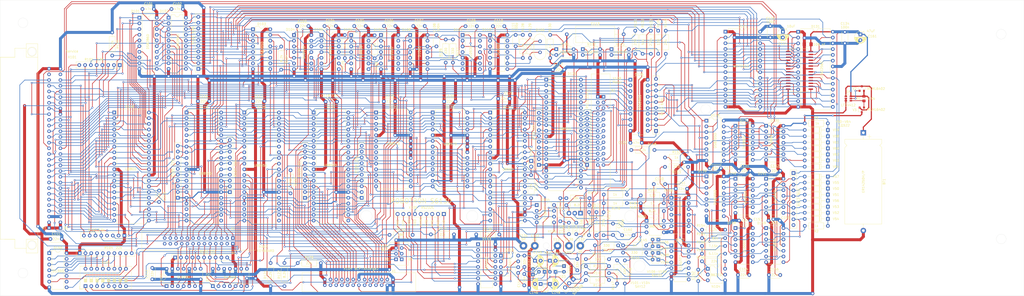
<source format=kicad_pcb>
(kicad_pcb (version 20171130) (host pcbnew "(5.1.6)-1")
  (layers (0 F.Cu signal) (31 B.Cu signal) (34 B.Paste user) (35 F.Paste user) (36 B.SilkS user) (37 F.SilkS user) (38 B.Mask user) (39 F.Mask user) (44 Edge.Cuts user))
  (net 0 "")
  (net 1 +5V)
  (net 2 "Net-(C111-Pad1)")
  (net 3 "Net-(C111-Pad2)")
  (net 4 "Net-(C113-Pad2)")
  (net 5 /5PG)
  (net 6 /12N)
  (net 7 /12P)
  (net 8 "Net-(C146-Pad1)")
  (net 9 "Net-(C146-Pad2)")
  (net 10 "Net-(C148-Pad2)")
  (net 11 "Net-(C150-Pad1)")
  (net 12 "Net-(C150-Pad2)")
  (net 13 "Net-(C152-Pad1)")
  (net 14 /MB1)
  (net 15 "Net-(C158-Pad2)")
  (net 16 "Net-(C159-Pad2)")
  (net 17 "Net-(C160-Pad2)")
  (net 18 "Net-(C160-Pad1)")
  (net 19 "Net-(C162-Pad1)")
  (net 20 /VA11)
  (net 21 /TS)
  (net 22 /~VIORQ)
  (net 23 /~WR)
  (net 24 /VA15)
  (net 25 /A10)
  (net 26 /VA7)
  (net 27 /A9)
  (net 28 /VA8)
  (net 29 /A8)
  (net 30 /VA9)
  (net 31 /A7)
  (net 32 /VA10)
  (net 33 /A15)
  (net 34 /~VWR)
  (net 35 /~IORQ)
  (net 36 /5PR1)
  (net 37 /A11)
  (net 38 /A6)
  (net 39 /A5)
  (net 40 /~VRD)
  (net 41 /A4)
  (net 42 /VA0)
  (net 43 /A3)
  (net 44 /VA1)
  (net 45 /A2)
  (net 46 /VA2)
  (net 47 /A1)
  (net 48 /VA3)
  (net 49 /A0)
  (net 50 /VA4)
  (net 51 /~RD)
  (net 52 /VA5)
  (net 53 /VA6)
  (net 54 /~CS7E)
  (net 55 /~CS6E)
  (net 56 /~CS5E)
  (net 57 /~CS4E)
  (net 58 /~CS3E)
  (net 59 /~IDDI)
  (net 60 /~CS2E)
  (net 61 "Net-(D103-Pad7)")
  (net 62 /~CS1E)
  (net 63 "Net-(D104-Pad1)")
  (net 64 "Net-(D104-Pad10)")
  (net 65 /~MREQ)
  (net 66 /~MDRF)
  (net 67 "Net-(D104-Pad13)")
  (net 68 "Net-(D105-Pad6)")
  (net 69 "Net-(D105-Pad12)")
  (net 70 "Net-(D105-Pad11)")
  (net 71 /~M1)
  (net 72 /~RESET)
  (net 73 /~MD)
  (net 74 /~M1PIO)
  (net 75 "Net-(D106-Pad1)")
  (net 76 "Net-(D106-Pad3)")
  (net 77 /~TSR)
  (net 78 "Net-(D106-Pad6)")
  (net 79 /~MEMDI)
  (net 80 /~RFSH)
  (net 81 /IE4)
  (net 82 /VC1)
  (net 83 /IE2)
  (net 84 /IE5)
  (net 85 /C)
  (net 86 /VC2)
  (net 87 "Net-(D108-Pad6)")
  (net 88 "Net-(D109-Pad1)")
  (net 89 "Net-(D109-Pad8)")
  (net 90 /ATC)
  (net 91 "Net-(D109-Pad14)")
  (net 92 "Net-(D110-Pad10)")
  (net 93 "Net-(D110-Pad3)")
  (net 94 /VD3)
  (net 95 /A12)
  (net 96 /VD4)
  (net 97 /VD5)
  (net 98 /VD6)
  (net 99 /VD7)
  (net 100 "Net-(D111-Pad20)")
  (net 101 /VD0)
  (net 102 /VD1)
  (net 103 /A13)
  (net 104 /VD2)
  (net 105 /~BUSACK)
  (net 106 /A14)
  (net 107 /~WAIT)
  (net 108 /~BUSRQ)
  (net 109 /D4)
  (net 110 /D3)
  (net 111 /D5)
  (net 112 /D6)
  (net 113 /D2)
  (net 114 /D7)
  (net 115 /D0)
  (net 116 /D1)
  (net 117 /~INT)
  (net 118 /~NMI)
  (net 119 /~HALT)
  (net 120 "Net-(D119-Pad21)")
  (net 121 /IEO)
  (net 122 /BE)
  (net 123 /SP10)
  (net 124 /TYGS)
  (net 125 /SP11)
  (net 126 /~PAPE)
  (net 127 /SP12)
  (net 128 /SP24)
  (net 129 /SP13)
  (net 130 /SP14)
  (net 131 /SP23)
  (net 132 /SP15)
  (net 133 /SP22)
  (net 134 /SP16)
  (net 135 /SP21)
  (net 136 /SP17)
  (net 137 /SP20)
  (net 138 "Net-(D119-Pad18)")
  (net 139 "Net-(D120-Pad18)")
  (net 140 /Z0)
  (net 141 /Z1)
  (net 142 /MB2)
  (net 143 /Z2)
  (net 144 "Net-(D120-Pad32)")
  (net 145 /Z3)
  (net 146 "Net-(D120-Pad31)")
  (net 147 "Net-(D120-Pad30)")
  (net 148 /Z4)
  (net 149 /~MIRED)
  (net 150 /Z5)
  (net 151 /Z6)
  (net 152 /~DMM)
  (net 153 /Z7)
  (net 154 /IE3)
  (net 155 "Net-(D120-Pad21)")
  (net 156 /ARDY)
  (net 157 /~ASTB)
  (net 158 /AD0)
  (net 159 /AAG2)
  (net 160 /AD1)
  (net 161 /AAG1)
  (net 162 /AD2)
  (net 163 /AD3)
  (net 164 /ADSA)
  (net 165 /AA3)
  (net 166 /AD4)
  (net 167 /AA2)
  (net 168 /AD5)
  (net 169 /AA1)
  (net 170 /AD6)
  (net 171 /AA0)
  (net 172 /AD7)
  (net 173 "Net-(D121-Pad21)")
  (net 174 /IE1)
  (net 175 "Net-(D122-Pad9)")
  (net 176 "Net-(D122-Pad8)")
  (net 177 "Net-(D122-Pad7)")
  (net 178 /IEI)
  (net 179 "Net-(D123-Pad20)")
  (net 180 "Net-(D123-Pad8)")
  (net 181 "Net-(D123-Pad9)")
  (net 182 "Net-(D123-Pad11)")
  (net 183 "Net-(D124-Pad19)")
  (net 184 "Net-(D124-Pad18)")
  (net 185 "Net-(D124-Pad17)")
  (net 186 "Net-(D124-Pad16)")
  (net 187 "Net-(D124-Pad15)")
  (net 188 "Net-(D124-Pad12)")
  (net 189 "Net-(D124-Pad11)")
  (net 190 "Net-(D124-Pad29)")
  (net 191 "Net-(D124-Pad26)")
  (net 192 "Net-(D124-Pad25)")
  (net 193 "Net-(D124-Pad24)")
  (net 194 "Net-(D125-Pad21)")
  (net 195 "Net-(D125-Pad22)")
  (net 196 /~TR4)
  (net 197 /PV1)
  (net 198 /~TR3)
  (net 199 /PV2)
  (net 200 /~TR2)
  (net 201 /PV3)
  (net 202 /~TR1)
  (net 203 /PV4)
  (net 204 /WA1)
  (net 205 /WA2)
  (net 206 /WA3)
  (net 207 /WA4)
  (net 208 "Net-(D125-Pad18)")
  (net 209 "Net-(D140-Pad6)")
  (net 210 "Net-(D140-Pad11)")
  (net 211 "Net-(D150-Pad6)")
  (net 212 "Net-(D150-Pad12)")
  (net 213 "Net-(D150-Pad5)")
  (net 214 "Net-(D150-Pad11)")
  (net 215 "Net-(D150-Pad4)")
  (net 216 "Net-(D150-Pad3)")
  (net 217 "Net-(D150-Pad2)")
  (net 218 "Net-(D150-Pad1)")
  (net 219 /~Z5)
  (net 220 /~Z6)
  (net 221 /~Z7)
  (net 222 /~Z4)
  (net 223 /~Z0)
  (net 224 /~Z3)
  (net 225 /~Z2)
  (net 226 /~Z1)
  (net 227 "Net-(D153-Pad14)")
  (net 228 "Net-(D153-Pad3)")
  (net 229 "Net-(D153-Pad2)")
  (net 230 "Net-(D153-Pad9)")
  (net 231 "Net-(D153-Pad1)")
  (net 232 "Net-(D154-Pad1)")
  (net 233 "Net-(D156-Pad1)")
  (net 234 "Net-(D156-Pad12)")
  (net 235 "Net-(D156-Pad3)")
  (net 236 "Net-(D156-Pad11)")
  (net 237 "Net-(D157-Pad12)")
  (net 238 "Net-(D157-Pad5)")
  (net 239 "Net-(D157-Pad11)")
  (net 240 "Net-(D157-Pad4)")
  (net 241 "Net-(D157-Pad10)")
  (net 242 "Net-(D157-Pad3)")
  (net 243 "Net-(D157-Pad1)")
  (net 244 /5PPU)
  (net 245 /~PF)
  (net 246 +24V)
  (net 247 /103)
  (net 248 /105)
  (net 249 /108)
  (net 250 /113)
  (net 251 /109)
  (net 252 /107)
  (net 253 /106)
  (net 254 /104)
  (net 255 "Net-(N102-Pad2)")
  (net 256 "Net-(N104-Pad2)")
  (net 257 "Net-(N104-Pad6)")
  (net 258 "Net-(N105-Pad6)")
  (net 259 "Net-(N105-Pad5)")
  (net 260 "Net-(R103-Pad4)")
  (net 261 "Net-(R106-Pad6)")
  (net 262 "Net-(R109-Pad10)")
  (net 263 "Net-(R109-Pad9)")
  (net 264 /~LOCK)
  (net 265 "Net-(R139-Pad1)")
  (net 266 "Net-(R140-Pad1)")
  (net 267 "Net-(R142-Pad1)")
  (net 268 "Net-(R143-Pad2)")
  (net 269 /MB5)
  (net 270 /MB3)
  (net 271 "Net-(R176-Pad1)")
  (net 272 /~CS1M)
  (net 273 "Net-(X101-PadA3)")
  (net 274 /~PGM)
  (net 275 "Net-(X101-PadA28)")
  (net 276 /~CSPR)
  (net 277 "Net-(X101-PadB28)")
  (net 278 "Net-(X102-PadB13)")
  (net 279 "Net-(X102-PadB12)")
  (net 280 "Net-(X102-PadB2)")
  (net 281 "Net-(X108-PadA2)")
  (net 282 GND)
  (net 283 /~FBS)
  (net 284 /FR4)
  (net 285 /FR3)
  (net 286 /FR2)
  (net 287 /FR1)
  (net 288 "Net-(BT1-Pad1)")
  (net 289 /FG1)
  (net 290 "Net-(D106-Pad8)")
  (net 291 "Net-(D128-Pad9)")
  (net 292 "Net-(D128-Pad10)")
  (net 293 "Net-(D128-Pad11)")
  (net 294 "Net-(D128-Pad12)")
  (net 295 "Net-(D128-Pad13)")
  (net 296 "Net-(D128-Pad14)")
  (net 297 "Net-(D128-Pad15)")
  (net 298 "Net-(D129-Pad1)")
  (net 299 /~CS7M)
  (net 300 /~CS2M)
  (net 301 /~CS3M)
  (net 302 /~CS6M)
  (net 303 /~CS4M)
  (net 304 /~CS5M)
  (net 305 "Net-(D139-Pad15)")
  (net 306 "Net-(D139-Pad7)")
  (net 307 "Net-(D139-Pad14)")
  (net 308 "Net-(D139-Pad13)")
  (net 309 "Net-(D139-Pad12)")
  (net 310 "Net-(D139-Pad11)")
  (net 311 "Net-(D139-Pad10)")
  (net 312 "Net-(D139-Pad9)")
  (net 313 "Net-(D140-Pad3)")
  (net 314 "Net-(D140-Pad8)")
  (net 315 /~CS11M)
  (net 316 /~CS9M)
  (net 317 /~CS8M)
  (net 318 /~CS10M)
  (net 319 "Net-(D158-Pad6)")
  (net 320 "Net-(D158-Pad11)")
  (net 321 "Net-(D158-Pad3)")
  (net 322 "Net-(D158-Pad8)")
  (net 323 /~CS14M)
  (net 324 /~CS12M)
  (net 325 /~CS13M)
  (net 326 /~CS15M)
  (net 327 "Net-(D131-Pad20)")
  (net 328 "Net-(R112-Pad10)")
  (net 329 "Net-(D1-Pad4)")
  (net 330 "Net-(D1-Pad5)")
  (module Capacitor_SMD:C_1206_3216Metric_Pad1.42x1.75mm_HandSolder (layer F.Cu) (at 354.9523 19.431)
    (fp_text reference "100 nF" (at 5.1308 0.0889) (layer F.SilkS))
    (fp_text value C_1206 hide)
    (pad 2 smd roundrect (at 1.4875 0) (size 1.425 1.75) (layers F.Cu F.Paste F.Mask) (roundrect_rratio 0.175) (net 5 /5PG))
    (pad 1 smd roundrect (at -1.4875 0) (size 1.425 1.75) (layers F.Cu F.Paste F.Mask) (roundrect_rratio 0.175) (net 282 GND))
  )
  (module Robotron:SOIC-28W_330mil_P1.27mm (layer F.Cu) (at 351.3455 30.8991)
    (fp_text reference REF** hide)
    (fp_text value SOIC-28W_330mil_P1.27mm)
    (pad 1 smd roundrect (at -4.9784 -8.255) (size 2 0.6) (layers F.Cu F.Paste F.Mask) (net 282 GND))
    (pad 2 smd roundrect (at -4.9784 -6.985) (size 2 0.6) (layers F.Cu F.Paste F.Mask) (net 95 /A12))
    (pad 3 smd roundrect (at -4.9784 -5.715) (size 2 0.6) (layers F.Cu F.Paste F.Mask) (net 26 /VA7))
    (pad 4 smd roundrect (at -4.9784 -4.445) (size 2 0.6) (layers F.Cu F.Paste F.Mask) (net 53 /VA6))
    (pad 5 smd roundrect (at -4.9784 -3.175) (size 2 0.6) (layers F.Cu F.Paste F.Mask) (net 52 /VA5))
    (pad 6 smd roundrect (at -4.9784 -1.905) (size 2 0.6) (layers F.Cu F.Paste F.Mask) (net 50 /VA4))
    (pad 7 smd roundrect (at -4.9784 -0.635) (size 2 0.6) (layers F.Cu F.Paste F.Mask) (net 48 /VA3))
    (pad 8 smd roundrect (at -4.9784 0.635) (size 2 0.6) (layers F.Cu F.Paste F.Mask) (net 46 /VA2))
    (pad 9 smd roundrect (at -4.9784 1.905) (size 2 0.6) (layers F.Cu F.Paste F.Mask) (net 44 /VA1))
    (pad 10 smd roundrect (at -4.9784 3.175) (size 2 0.6) (layers F.Cu F.Paste F.Mask) (net 42 /VA0))
    (pad 11 smd roundrect (at -4.9784 4.445) (size 2 0.6) (layers F.Cu F.Paste F.Mask) (net 101 /VD0))
    (pad 12 smd roundrect (at -4.9784 5.715) (size 2 0.6) (layers F.Cu F.Paste F.Mask) (net 102 /VD1))
    (pad 13 smd roundrect (at -4.9784 6.985) (size 2 0.6) (layers F.Cu F.Paste F.Mask) (net 104 /VD2))
    (pad 14 smd roundrect (at -4.9784 8.255) (size 2 0.6) (layers F.Cu F.Paste F.Mask) (net 282 GND))
    (pad 15 smd roundrect (at 4.953 8.255) (size 2 0.6) (layers F.Cu F.Paste F.Mask) (net 94 /VD3))
    (pad 16 smd roundrect (at 4.953 6.985) (size 2 0.6) (layers F.Cu F.Paste F.Mask) (net 96 /VD4))
    (pad 17 smd roundrect (at 4.953 5.715) (size 2 0.6) (layers F.Cu F.Paste F.Mask) (net 97 /VD5))
    (pad 18 smd roundrect (at 4.953 4.445) (size 2 0.6) (layers F.Cu F.Paste F.Mask) (net 98 /VD6))
    (pad 19 smd roundrect (at 4.953 3.175) (size 2 0.6) (layers F.Cu F.Paste F.Mask) (net 99 /VD7))
    (pad 20 smd roundrect (at 4.953 1.905) (size 2 0.6) (layers F.Cu F.Paste F.Mask) (net 327 "Net-(D131-Pad20)"))
    (pad 21 smd roundrect (at 4.953 0.635) (size 2 0.6) (layers F.Cu F.Paste F.Mask) (net 28 /VA8))
    (pad 22 smd roundrect (at 4.953 -0.635) (size 2 0.6) (layers F.Cu F.Paste F.Mask) (net 282 GND))
    (pad 23 smd roundrect (at 4.953 -1.905) (size 2 0.6) (layers F.Cu F.Paste F.Mask) (net 30 /VA9))
    (pad 24 smd roundrect (at 4.953 -3.175) (size 2 0.6) (layers F.Cu F.Paste F.Mask) (net 32 /VA10))
    (pad 25 smd roundrect (at 4.953 -4.445) (size 2 0.6) (layers F.Cu F.Paste F.Mask) (net 20 /VA11))
    (pad 26 smd roundrect (at 4.953 -5.715) (size 2 0.6) (layers F.Cu F.Paste F.Mask) (net 282 GND))
    (pad 27 smd roundrect (at 4.953 -6.985) (size 2 0.6) (layers F.Cu F.Paste F.Mask) (net 34 /~VWR))
    (pad 28 smd roundrect (at 4.953 -8.255) (size 2 0.6) (layers F.Cu F.Paste F.Mask) (net 5 /5PG))
  )
  (module Robotron:Service_connector (layer F.Cu) (at 21.50364 30.16504)
    (fp_text reference X101 (at 10.16 -5.08) (layer F.SilkS))
    (fp_text value Service (at 10.16 -7.62) (layer F.SilkS))
    (pad A19 thru_hole circle (at 0 25) (size 1.524 1.524) (drill 0.762) (layers *.Cu *.Mask) (net 49 /A0))
    (pad A18 thru_hole circle (at 0 27.5) (size 1.524 1.524) (drill 0.762) (layers *.Cu *.Mask) (net 45 /A2))
    (pad A17 thru_hole circle (at 0 30) (size 1.524 1.524) (drill 0.762) (layers *.Cu *.Mask) (net 41 /A4))
    (pad A16 thru_hole circle (at 0 32.5) (size 1.524 1.524) (drill 0.762) (layers *.Cu *.Mask) (net 38 /A6))
    (pad A15 thru_hole circle (at 0 35) (size 1.524 1.524) (drill 0.762) (layers *.Cu *.Mask) (net 272 /~CS1M))
    (pad A14 thru_hole circle (at 0 37.5) (size 1.524 1.524) (drill 0.762) (layers *.Cu *.Mask) (net 29 /A8))
    (pad A13 thru_hole circle (at 0 40) (size 1.524 1.524) (drill 0.762) (layers *.Cu *.Mask) (net 25 /A10))
    (pad A12 thru_hole circle (at 0 42.5) (size 1.524 1.524) (drill 0.762) (layers *.Cu *.Mask) (net 95 /A12))
    (pad A11 thru_hole circle (at 0 45) (size 1.524 1.524) (drill 0.762) (layers *.Cu *.Mask) (net 106 /A14))
    (pad A10 thru_hole circle (at 0 47.5) (size 1.524 1.524) (drill 0.762) (layers *.Cu *.Mask) (net 121 /IEO))
    (pad A9 thru_hole circle (at 0 50) (size 1.524 1.524) (drill 0.762) (layers *.Cu *.Mask) (net 65 /~MREQ))
    (pad A8 thru_hole circle (at 0 52.5) (size 1.524 1.524) (drill 0.762) (layers *.Cu *.Mask) (net 23 /~WR))
    (pad A7 thru_hole circle (at 0 55) (size 1.524 1.524) (drill 0.762) (layers *.Cu *.Mask) (net 116 /D1))
    (pad A6 thru_hole circle (at 0 57.5) (size 1.524 1.524) (drill 0.762) (layers *.Cu *.Mask) (net 110 /D3))
    (pad A5 thru_hole circle (at 0 60) (size 1.524 1.524) (drill 0.762) (layers *.Cu *.Mask) (net 111 /D5))
    (pad A4 thru_hole circle (at 0 62.5) (size 1.524 1.524) (drill 0.762) (layers *.Cu *.Mask) (net 114 /D7))
    (pad A3 thru_hole circle (at 0 65) (size 1.524 1.524) (drill 0.762) (layers *.Cu *.Mask) (net 273 "Net-(X101-PadA3)"))
    (pad A2 thru_hole circle (at 0 67.5) (size 1.524 1.524) (drill 0.762) (layers *.Cu *.Mask) (net 282 GND))
    (pad A1 thru_hole rect (at 0 70) (size 1.524 1.524) (drill 0.762) (layers *.Cu *.Mask) (net 282 GND))
    (pad B19 thru_hole circle (at 5 25) (size 1.524 1.524) (drill 0.762) (layers *.Cu *.Mask) (net 47 /A1))
    (pad B18 thru_hole circle (at 5 27.5) (size 1.524 1.524) (drill 0.762) (layers *.Cu *.Mask) (net 43 /A3))
    (pad B17 thru_hole circle (at 5 30) (size 1.524 1.524) (drill 0.762) (layers *.Cu *.Mask) (net 39 /A5))
    (pad B16 thru_hole circle (at 5 32.5) (size 1.524 1.524) (drill 0.762) (layers *.Cu *.Mask) (net 31 /A7))
    (pad B15 thru_hole circle (at 5 35) (size 1.524 1.524) (drill 0.762) (layers *.Cu *.Mask) (net 274 /~PGM))
    (pad B14 thru_hole circle (at 5 37.5) (size 1.524 1.524) (drill 0.762) (layers *.Cu *.Mask) (net 27 /A9))
    (pad B13 thru_hole circle (at 5 40) (size 1.524 1.524) (drill 0.762) (layers *.Cu *.Mask) (net 37 /A11))
    (pad B12 thru_hole circle (at 5 42.5) (size 1.524 1.524) (drill 0.762) (layers *.Cu *.Mask) (net 103 /A13))
    (pad B11 thru_hole circle (at 5 45) (size 1.524 1.524) (drill 0.762) (layers *.Cu *.Mask) (net 33 /A15))
    (pad B10 thru_hole circle (at 5 47.5) (size 1.524 1.524) (drill 0.762) (layers *.Cu *.Mask) (net 178 /IEI))
    (pad B9 thru_hole circle (at 5 50) (size 1.524 1.524) (drill 0.762) (layers *.Cu *.Mask) (net 79 /~MEMDI))
    (pad B8 thru_hole circle (at 5 52.5) (size 1.524 1.524) (drill 0.762) (layers *.Cu *.Mask) (net 51 /~RD))
    (pad B7 thru_hole circle (at 5 55) (size 1.524 1.524) (drill 0.762) (layers *.Cu *.Mask) (net 115 /D0))
    (pad B6 thru_hole circle (at 5 57.5) (size 1.524 1.524) (drill 0.762) (layers *.Cu *.Mask) (net 113 /D2))
    (pad B5 thru_hole circle (at 5 60) (size 1.524 1.524) (drill 0.762) (layers *.Cu *.Mask) (net 109 /D4))
    (pad B4 thru_hole circle (at 5 62.5) (size 1.524 1.524) (drill 0.762) (layers *.Cu *.Mask) (net 112 /D6))
    (pad B3 thru_hole circle (at 5 65) (size 1.524 1.524) (drill 0.762) (layers *.Cu *.Mask) (net 273 "Net-(X101-PadA3)"))
    (pad B2 thru_hole circle (at 5 67.5) (size 1.524 1.524) (drill 0.762) (layers *.Cu *.Mask) (net 282 GND))
    (pad B1 thru_hole rect (at 5 70) (size 1.524 1.524) (drill 0.762) (layers *.Cu *.Mask) (net 282 GND))
    (pad A20 thru_hole circle (at 0 22.5) (size 1.524 1.524) (drill 0.762) (layers *.Cu *.Mask) (net 72 /~RESET))
    (pad A21 thru_hole circle (at 0 20) (size 1.524 1.524) (drill 0.762) (layers *.Cu *.Mask) (net 85 /C))
    (pad A22 thru_hole circle (at 0 17.5) (size 1.524 1.524) (drill 0.762) (layers *.Cu *.Mask) (net 59 /~IDDI))
    (pad A23 thru_hole circle (at 0 15) (size 1.524 1.524) (drill 0.762) (layers *.Cu *.Mask) (net 118 /~NMI))
    (pad A24 thru_hole circle (at 0 12.5) (size 1.524 1.524) (drill 0.762) (layers *.Cu *.Mask) (net 107 /~WAIT))
    (pad A25 thru_hole circle (at 0 10) (size 1.524 1.524) (drill 0.762) (layers *.Cu *.Mask) (net 80 /~RFSH))
    (pad A26 thru_hole circle (at 0 7.5) (size 1.524 1.524) (drill 0.762) (layers *.Cu *.Mask) (net 71 /~M1))
    (pad A27 thru_hole circle (at 0 5) (size 1.524 1.524) (drill 0.762) (layers *.Cu *.Mask) (net 105 /~BUSACK))
    (pad A28 thru_hole circle (at 0 2.5) (size 1.524 1.524) (drill 0.762) (layers *.Cu *.Mask) (net 275 "Net-(X101-PadA28)"))
    (pad A29 thru_hole circle (at 0 0) (size 1.524 1.524) (drill 0.762) (layers *.Cu *.Mask) (net 1 +5V))
    (pad B20 thru_hole circle (at 5 22.5) (size 1.524 1.524) (drill 0.762) (layers *.Cu *.Mask) (net 108 /~BUSRQ))
    (pad B21 thru_hole circle (at 5 20) (size 1.524 1.524) (drill 0.762) (layers *.Cu *.Mask) (net 282 GND))
    (pad B22 thru_hole circle (at 5 17.5) (size 1.524 1.524) (drill 0.762) (layers *.Cu *.Mask) (net 282 GND))
    (pad B23 thru_hole circle (at 5 15) (size 1.524 1.524) (drill 0.762) (layers *.Cu *.Mask) (net 117 /~INT))
    (pad B24 thru_hole circle (at 5 12.5) (size 1.524 1.524) (drill 0.762) (layers *.Cu *.Mask) (net 35 /~IORQ))
    (pad B25 thru_hole circle (at 5 10) (size 1.524 1.524) (drill 0.762) (layers *.Cu *.Mask) (net 276 /~CSPR))
    (pad B26 thru_hole circle (at 5 7.5) (size 1.524 1.524) (drill 0.762) (layers *.Cu *.Mask) (net 119 /~HALT))
    (pad B27 thru_hole circle (at 5 5) (size 1.524 1.524) (drill 0.762) (layers *.Cu *.Mask) (net 73 /~MD))
    (pad B28 thru_hole circle (at 5 2.5) (size 1.524 1.524) (drill 0.762) (layers *.Cu *.Mask) (net 277 "Net-(X101-PadB28)"))
    (pad B29 thru_hole circle (at 5 0) (size 1.524 1.524) (drill 0.762) (layers *.Cu *.Mask) (net 1 +5V))
  )
  (module Robotron:2X3_PIN_CONNECTOR (layer F.Cu) (at 173.99444 108.9698)
    (fp_text reference X107 (at -4.9168 -0.73024) (layer F.SilkS))
    (fp_text value BLP (at -4.97776 0.77344) (layer F.SilkS))
    (pad A1 thru_hole rect (at 0 5) (size 1.524 1.524) (drill 0.762) (layers *.Cu *.Mask) (net 226 /~Z1))
    (pad B1 thru_hole rect (at 2.5 5) (size 1.524 1.524) (drill 0.762) (layers *.Cu *.Mask) (net 131 /SP23))
    (pad A2 thru_hole circle (at 0 2.5) (size 1.524 1.524) (drill 0.762) (layers *.Cu *.Mask) (net 224 /~Z3))
    (pad B2 thru_hole circle (at 2.5 2.5) (size 1.524 1.524) (drill 0.762) (layers *.Cu *.Mask) (net 122 /BE))
    (pad A3 thru_hole circle (at 0 0) (size 1.524 1.524) (drill 0.762) (layers *.Cu *.Mask) (net 1 +5V))
    (pad B3 thru_hole circle (at 2.5 0) (size 1.524 1.524) (drill 0.762) (layers *.Cu *.Mask) (net 282 GND))
  )
  (module Robotron:2X13_PIN_CONNECTOR (layer F.Cu) (at 262.68172 42.48404)
    (fp_text reference X108 (at 8.42264 -8.00608) (layer F.SilkS))
    (fp_text value Motor (at 8.52424 -6.41096) (layer F.SilkS))
    (pad A3 thru_hole circle (at 0 5) (size 1.524 1.524) (drill 0.762) (layers *.Cu *.Mask) (net 72 /~RESET))
    (pad A2 thru_hole circle (at 0 2.5) (size 1.524 1.524) (drill 0.762) (layers *.Cu *.Mask) (net 281 "Net-(X108-PadA2)"))
    (pad B1 thru_hole rect (at 2.5 0) (size 1.524 1.524) (drill 0.762) (layers *.Cu *.Mask) (net 282 GND))
    (pad A1 thru_hole rect (at 0 0) (size 1.524 1.524) (drill 0.762) (layers *.Cu *.Mask) (net 282 GND))
    (pad A4 thru_hole circle (at 0 7.5) (size 1.524 1.524) (drill 0.762) (layers *.Cu *.Mask) (net 207 /WA4))
    (pad A5 thru_hole circle (at 0 10) (size 1.524 1.524) (drill 0.762) (layers *.Cu *.Mask) (net 206 /WA3))
    (pad A6 thru_hole circle (at 0 12.5) (size 1.524 1.524) (drill 0.762) (layers *.Cu *.Mask) (net 205 /WA2))
    (pad A7 thru_hole circle (at 0 15) (size 1.524 1.524) (drill 0.762) (layers *.Cu *.Mask) (net 204 /WA1))
    (pad A8 thru_hole circle (at 0 17.5) (size 1.524 1.524) (drill 0.762) (layers *.Cu *.Mask) (net 203 /PV4))
    (pad A9 thru_hole circle (at 0 20) (size 1.524 1.524) (drill 0.762) (layers *.Cu *.Mask) (net 201 /PV3))
    (pad A10 thru_hole circle (at 0 22.5) (size 1.524 1.524) (drill 0.762) (layers *.Cu *.Mask) (net 199 /PV2))
    (pad A11 thru_hole circle (at 0 25) (size 1.524 1.524) (drill 0.762) (layers *.Cu *.Mask) (net 197 /PV1))
    (pad A12 thru_hole circle (at 0 27.5) (size 1.524 1.524) (drill 0.762) (layers *.Cu *.Mask) (net 283 /~FBS))
    (pad A13 thru_hole circle (at 0 30) (size 1.524 1.524) (drill 0.762) (layers *.Cu *.Mask) (net 152 /~DMM))
    (pad B2 thru_hole circle (at 2.5 2.5) (size 1.524 1.524) (drill 0.762) (layers *.Cu *.Mask) (net 246 +24V))
    (pad B3 thru_hole circle (at 2.5 5) (size 1.524 1.524) (drill 0.762) (layers *.Cu *.Mask) (net 149 /~MIRED))
    (pad B4 thru_hole circle (at 2.5 7.5) (size 1.524 1.524) (drill 0.762) (layers *.Cu *.Mask) (net 196 /~TR4))
    (pad B5 thru_hole circle (at 2.5 10) (size 1.524 1.524) (drill 0.762) (layers *.Cu *.Mask) (net 198 /~TR3))
    (pad B6 thru_hole circle (at 2.5 12.5) (size 1.524 1.524) (drill 0.762) (layers *.Cu *.Mask) (net 200 /~TR2))
    (pad B7 thru_hole circle (at 2.5 15) (size 1.524 1.524) (drill 0.762) (layers *.Cu *.Mask) (net 202 /~TR1))
    (pad B8 thru_hole circle (at 2.5 17.5) (size 1.524 1.524) (drill 0.762) (layers *.Cu *.Mask) (net 284 /FR4))
    (pad B9 thru_hole circle (at 2.5 20) (size 1.524 1.524) (drill 0.762) (layers *.Cu *.Mask) (net 285 /FR3))
    (pad B10 thru_hole circle (at 2.5 22.5) (size 1.524 1.524) (drill 0.762) (layers *.Cu *.Mask) (net 286 /FR2))
    (pad B11 thru_hole circle (at 2.5 25) (size 1.524 1.524) (drill 0.762) (layers *.Cu *.Mask) (net 287 /FR1))
    (pad B12 thru_hole circle (at 2.5 27.5) (size 1.524 1.524) (drill 0.762) (layers *.Cu *.Mask) (net 126 /~PAPE))
    (pad B13 thru_hole circle (at 2.5 30) (size 1.524 1.524) (drill 0.762) (layers *.Cu *.Mask) (net 124 /TYGS))
  )
  (module Robotron:2X13_PIN_CONNECTOR (layer F.Cu) (at 102.30612 104.5972 270)
    (fp_text reference X102 (at 3.79984 -13.31468 180) (layer F.SilkS))
    (fp_text value KEYBOARD (at 5.62864 -14.36116 180) (layer F.SilkS))
    (pad A3 thru_hole circle (at 0 5 270) (size 1.524 1.524) (drill 0.762) (layers *.Cu *.Mask) (net 127 /SP12))
    (pad A2 thru_hole circle (at 0 2.5 270) (size 1.524 1.524) (drill 0.762) (layers *.Cu *.Mask) (net 125 /SP11))
    (pad B1 thru_hole rect (at 2.5 0 270) (size 1.524 1.524) (drill 0.762) (layers *.Cu *.Mask) (net 1 +5V))
    (pad A1 thru_hole rect (at 0 0 270) (size 1.524 1.524) (drill 0.762) (layers *.Cu *.Mask) (net 123 /SP10))
    (pad A4 thru_hole circle (at 0 7.5 270) (size 1.524 1.524) (drill 0.762) (layers *.Cu *.Mask) (net 129 /SP13))
    (pad A5 thru_hole circle (at 0 10 270) (size 1.524 1.524) (drill 0.762) (layers *.Cu *.Mask) (net 130 /SP14))
    (pad A6 thru_hole circle (at 0 12.5 270) (size 1.524 1.524) (drill 0.762) (layers *.Cu *.Mask) (net 132 /SP15))
    (pad A7 thru_hole circle (at 0 15 270) (size 1.524 1.524) (drill 0.762) (layers *.Cu *.Mask) (net 134 /SP16))
    (pad A8 thru_hole circle (at 0 17.5 270) (size 1.524 1.524) (drill 0.762) (layers *.Cu *.Mask) (net 136 /SP17))
    (pad A9 thru_hole circle (at 0 20 270) (size 1.524 1.524) (drill 0.762) (layers *.Cu *.Mask) (net 137 /SP20))
    (pad A10 thru_hole circle (at 0 22.5 270) (size 1.524 1.524) (drill 0.762) (layers *.Cu *.Mask) (net 135 /SP21))
    (pad A11 thru_hole circle (at 0 25 270) (size 1.524 1.524) (drill 0.762) (layers *.Cu *.Mask) (net 133 /SP22))
    (pad A12 thru_hole circle (at 0 27.5 270) (size 1.524 1.524) (drill 0.762) (layers *.Cu *.Mask) (net 131 /SP23))
    (pad A13 thru_hole circle (at 0 30 270) (size 1.524 1.524) (drill 0.762) (layers *.Cu *.Mask) (net 128 /SP24))
    (pad B2 thru_hole circle (at 2.5 2.5 270) (size 1.524 1.524) (drill 0.762) (layers *.Cu *.Mask) (net 280 "Net-(X102-PadB2)"))
    (pad B3 thru_hole circle (at 2.5 5 270) (size 1.524 1.524) (drill 0.762) (layers *.Cu *.Mask) (net 223 /~Z0))
    (pad B4 thru_hole circle (at 2.5 7.5 270) (size 1.524 1.524) (drill 0.762) (layers *.Cu *.Mask) (net 226 /~Z1))
    (pad B5 thru_hole circle (at 2.5 10 270) (size 1.524 1.524) (drill 0.762) (layers *.Cu *.Mask) (net 225 /~Z2))
    (pad B6 thru_hole circle (at 2.5 12.5 270) (size 1.524 1.524) (drill 0.762) (layers *.Cu *.Mask) (net 224 /~Z3))
    (pad B7 thru_hole circle (at 2.5 15 270) (size 1.524 1.524) (drill 0.762) (layers *.Cu *.Mask) (net 222 /~Z4))
    (pad B8 thru_hole circle (at 2.5 17.5 270) (size 1.524 1.524) (drill 0.762) (layers *.Cu *.Mask) (net 219 /~Z5))
    (pad B9 thru_hole circle (at 2.5 20 270) (size 1.524 1.524) (drill 0.762) (layers *.Cu *.Mask) (net 220 /~Z6))
    (pad B10 thru_hole circle (at 2.5 22.5 270) (size 1.524 1.524) (drill 0.762) (layers *.Cu *.Mask) (net 221 /~Z7))
    (pad B11 thru_hole circle (at 2.5 25 270) (size 1.524 1.524) (drill 0.762) (layers *.Cu *.Mask) (net 264 /~LOCK))
    (pad B12 thru_hole circle (at 2.5 27.5 270) (size 1.524 1.524) (drill 0.762) (layers *.Cu *.Mask) (net 279 "Net-(X102-PadB12)"))
    (pad B13 thru_hole circle (at 2.5 30 270) (size 1.524 1.524) (drill 0.762) (layers *.Cu *.Mask) (net 278 "Net-(X102-PadB13)"))
  )
  (module Robotron:2X13_PIN_CONNECTOR (layer F.Cu) (at 172.69212 122.809 270)
    (fp_text reference X104 (at -4.75488 19.84248 180) (layer F.SilkS))
    (fp_text value BLP-Anzeige2 (at -4.699 11.6332 180) (layer F.SilkS))
    (pad A3 thru_hole circle (at 0 5 270) (size 1.524 1.524) (drill 0.762) (layers *.Cu *.Mask) (net 169 /AA1))
    (pad A2 thru_hole circle (at 0 2.5 270) (size 1.524 1.524) (drill 0.762) (layers *.Cu *.Mask) (net 90 /ATC))
    (pad B1 thru_hole rect (at 2.5 0 270) (size 1.524 1.524) (drill 0.762) (layers *.Cu *.Mask) (net 282 GND))
    (pad A1 thru_hole rect (at 0 0 270) (size 1.524 1.524) (drill 0.762) (layers *.Cu *.Mask) (net 282 GND))
    (pad A4 thru_hole circle (at 0 7.5 270) (size 1.524 1.524) (drill 0.762) (layers *.Cu *.Mask) (net 165 /AA3))
    (pad A5 thru_hole circle (at 0 10 270) (size 1.524 1.524) (drill 0.762) (layers *.Cu *.Mask) (net 72 /~RESET))
    (pad A6 thru_hole circle (at 0 12.5 270) (size 1.524 1.524) (drill 0.762) (layers *.Cu *.Mask) (net 159 /AAG2))
    (pad A7 thru_hole circle (at 0 15 270) (size 1.524 1.524) (drill 0.762) (layers *.Cu *.Mask) (net 282 GND))
    (pad A8 thru_hole circle (at 0 17.5 270) (size 1.524 1.524) (drill 0.762) (layers *.Cu *.Mask) (net 157 /~ASTB))
    (pad A9 thru_hole circle (at 0 20 270) (size 1.524 1.524) (drill 0.762) (layers *.Cu *.Mask) (net 160 /AD1))
    (pad A10 thru_hole circle (at 0 22.5 270) (size 1.524 1.524) (drill 0.762) (layers *.Cu *.Mask) (net 163 /AD3))
    (pad A11 thru_hole circle (at 0 25 270) (size 1.524 1.524) (drill 0.762) (layers *.Cu *.Mask) (net 168 /AD5))
    (pad A12 thru_hole circle (at 0 27.5 270) (size 1.524 1.524) (drill 0.762) (layers *.Cu *.Mask) (net 172 /AD7))
    (pad A13 thru_hole circle (at 0 30 270) (size 1.524 1.524) (drill 0.762) (layers *.Cu *.Mask) (net 1 +5V))
    (pad B2 thru_hole circle (at 2.5 2.5 270) (size 1.524 1.524) (drill 0.762) (layers *.Cu *.Mask) (net 282 GND))
    (pad B3 thru_hole circle (at 2.5 5 270) (size 1.524 1.524) (drill 0.762) (layers *.Cu *.Mask) (net 171 /AA0))
    (pad B4 thru_hole circle (at 2.5 7.5 270) (size 1.524 1.524) (drill 0.762) (layers *.Cu *.Mask) (net 167 /AA2))
    (pad B5 thru_hole circle (at 2.5 10 270) (size 1.524 1.524) (drill 0.762) (layers *.Cu *.Mask) (net 164 /ADSA))
    (pad B6 thru_hole circle (at 2.5 12.5 270) (size 1.524 1.524) (drill 0.762) (layers *.Cu *.Mask) (net 161 /AAG1))
    (pad B7 thru_hole circle (at 2.5 15 270) (size 1.524 1.524) (drill 0.762) (layers *.Cu *.Mask) (net 246 +24V))
    (pad B8 thru_hole circle (at 2.5 17.5 270) (size 1.524 1.524) (drill 0.762) (layers *.Cu *.Mask) (net 156 /ARDY))
    (pad B9 thru_hole circle (at 2.5 20 270) (size 1.524 1.524) (drill 0.762) (layers *.Cu *.Mask) (net 158 /AD0))
    (pad B10 thru_hole circle (at 2.5 22.5 270) (size 1.524 1.524) (drill 0.762) (layers *.Cu *.Mask) (net 162 /AD2))
    (pad B11 thru_hole circle (at 2.5 25 270) (size 1.524 1.524) (drill 0.762) (layers *.Cu *.Mask) (net 166 /AD4))
    (pad B12 thru_hole circle (at 2.5 27.5 270) (size 1.524 1.524) (drill 0.762) (layers *.Cu *.Mask) (net 170 /AD6))
    (pad B13 thru_hole circle (at 2.5 30 270) (size 1.524 1.524) (drill 0.762) (layers *.Cu *.Mask) (net 1 +5V))
  )
  (module Package_TO_SOT_THT:TO-126-3_Vertical (layer F.Cu) (at 251.9172 122.7074 225)
    (fp_text reference V105 (at 2.54 -3.12 45) (layer F.SilkS))
    (fp_text value SD338B (at 1.82838 -4.687694 225) (layer F.SilkS))
    (pad 3 thru_hole oval (at 5.08 0 225) (size 1.8 1.8) (drill 1) (layers *.Cu *.Mask) (net 267 "Net-(R142-Pad1)"))
    (pad 2 thru_hole oval (at 2.54 0 225) (size 1.8 1.8) (drill 1) (layers *.Cu *.Mask) (net 268 "Net-(R143-Pad2)"))
    (pad 1 thru_hole rect (at 0 0 225) (size 1.8 1.8) (drill 1) (layers *.Cu *.Mask) (net 246 +24V))
  )
  (module Package_DIP:DIP-28_W15.24mm (layer F.Cu) (at 350.7359 13.9446)
    (fp_text reference D131 (at 7.62 -2.33) (layer F.SilkS))
    (fp_text value UT62256C (at 10.4013 16.6116 270) (layer F.SilkS))
    (pad 28 thru_hole oval (at 15.24 0) (size 1.6 1.6) (drill 0.8) (layers *.Cu *.Mask) (net 5 /5PG))
    (pad 14 thru_hole oval (at 0 33.02) (size 1.6 1.6) (drill 0.8) (layers *.Cu *.Mask) (net 282 GND))
    (pad 27 thru_hole oval (at 15.24 2.54) (size 1.6 1.6) (drill 0.8) (layers *.Cu *.Mask) (net 34 /~VWR))
    (pad 13 thru_hole oval (at 0 30.48) (size 1.6 1.6) (drill 0.8) (layers *.Cu *.Mask) (net 104 /VD2))
    (pad 26 thru_hole oval (at 15.24 5.08) (size 1.6 1.6) (drill 0.8) (layers *.Cu *.Mask) (net 282 GND))
    (pad 12 thru_hole oval (at 0 27.94) (size 1.6 1.6) (drill 0.8) (layers *.Cu *.Mask) (net 102 /VD1))
    (pad 25 thru_hole oval (at 15.24 7.62) (size 1.6 1.6) (drill 0.8) (layers *.Cu *.Mask) (net 20 /VA11))
    (pad 11 thru_hole oval (at 0 25.4) (size 1.6 1.6) (drill 0.8) (layers *.Cu *.Mask) (net 101 /VD0))
    (pad 24 thru_hole oval (at 15.24 10.16) (size 1.6 1.6) (drill 0.8) (layers *.Cu *.Mask) (net 32 /VA10))
    (pad 10 thru_hole oval (at 0 22.86) (size 1.6 1.6) (drill 0.8) (layers *.Cu *.Mask) (net 42 /VA0))
    (pad 23 thru_hole oval (at 15.24 12.7) (size 1.6 1.6) (drill 0.8) (layers *.Cu *.Mask) (net 30 /VA9))
    (pad 9 thru_hole oval (at 0 20.32) (size 1.6 1.6) (drill 0.8) (layers *.Cu *.Mask) (net 44 /VA1))
    (pad 22 thru_hole oval (at 15.24 15.24) (size 1.6 1.6) (drill 0.8) (layers *.Cu *.Mask) (net 282 GND))
    (pad 8 thru_hole oval (at 0 17.78) (size 1.6 1.6) (drill 0.8) (layers *.Cu *.Mask) (net 46 /VA2))
    (pad 21 thru_hole oval (at 15.24 17.78) (size 1.6 1.6) (drill 0.8) (layers *.Cu *.Mask) (net 28 /VA8))
    (pad 7 thru_hole oval (at 0 15.24) (size 1.6 1.6) (drill 0.8) (layers *.Cu *.Mask) (net 48 /VA3))
    (pad 20 thru_hole oval (at 15.24 20.32) (size 1.6 1.6) (drill 0.8) (layers *.Cu *.Mask) (net 327 "Net-(D131-Pad20)"))
    (pad 6 thru_hole oval (at 0 12.7) (size 1.6 1.6) (drill 0.8) (layers *.Cu *.Mask) (net 50 /VA4))
    (pad 19 thru_hole oval (at 15.24 22.86) (size 1.6 1.6) (drill 0.8) (layers *.Cu *.Mask) (net 99 /VD7))
    (pad 5 thru_hole oval (at 0 10.16) (size 1.6 1.6) (drill 0.8) (layers *.Cu *.Mask) (net 52 /VA5))
    (pad 18 thru_hole oval (at 15.24 25.4) (size 1.6 1.6) (drill 0.8) (layers *.Cu *.Mask) (net 98 /VD6))
    (pad 4 thru_hole oval (at 0 7.62) (size 1.6 1.6) (drill 0.8) (layers *.Cu *.Mask) (net 53 /VA6))
    (pad 17 thru_hole oval (at 15.24 27.94) (size 1.6 1.6) (drill 0.8) (layers *.Cu *.Mask) (net 97 /VD5))
    (pad 3 thru_hole oval (at 0 5.08) (size 1.6 1.6) (drill 0.8) (layers *.Cu *.Mask) (net 26 /VA7))
    (pad 16 thru_hole oval (at 15.24 30.48) (size 1.6 1.6) (drill 0.8) (layers *.Cu *.Mask) (net 96 /VD4))
    (pad 2 thru_hole oval (at 0 2.54) (size 1.6 1.6) (drill 0.8) (layers *.Cu *.Mask) (net 95 /A12))
    (pad 15 thru_hole oval (at 15.24 33.02) (size 1.6 1.6) (drill 0.8) (layers *.Cu *.Mask) (net 94 /VD3))
    (pad 1 thru_hole rect (at 0 0) (size 1.6 1.6) (drill 0.8) (layers *.Cu *.Mask) (net 282 GND))
  )
  (module Package_DIP:DIP-28_W15.24mm (layer F.Cu) (at 318.7954 13.9065)
    (fp_text reference D111 (at 7.62 -2.33) (layer F.SilkS))
    (fp_text value W27C512 (at 6.8453 15.1765) (layer F.SilkS))
    (pad 1 thru_hole rect (at 0 0) (size 1.6 1.6) (drill 0.8) (layers *.Cu *.Mask) (net 282 GND))
    (pad 15 thru_hole oval (at 15.24 33.02) (size 1.6 1.6) (drill 0.8) (layers *.Cu *.Mask) (net 94 /VD3))
    (pad 2 thru_hole oval (at 0 2.54) (size 1.6 1.6) (drill 0.8) (layers *.Cu *.Mask) (net 95 /A12))
    (pad 16 thru_hole oval (at 15.24 30.48) (size 1.6 1.6) (drill 0.8) (layers *.Cu *.Mask) (net 96 /VD4))
    (pad 3 thru_hole oval (at 0 5.08) (size 1.6 1.6) (drill 0.8) (layers *.Cu *.Mask) (net 26 /VA7))
    (pad 17 thru_hole oval (at 15.24 27.94) (size 1.6 1.6) (drill 0.8) (layers *.Cu *.Mask) (net 97 /VD5))
    (pad 4 thru_hole oval (at 0 7.62) (size 1.6 1.6) (drill 0.8) (layers *.Cu *.Mask) (net 53 /VA6))
    (pad 18 thru_hole oval (at 15.24 25.4) (size 1.6 1.6) (drill 0.8) (layers *.Cu *.Mask) (net 98 /VD6))
    (pad 5 thru_hole oval (at 0 10.16) (size 1.6 1.6) (drill 0.8) (layers *.Cu *.Mask) (net 52 /VA5))
    (pad 19 thru_hole oval (at 15.24 22.86) (size 1.6 1.6) (drill 0.8) (layers *.Cu *.Mask) (net 99 /VD7))
    (pad 6 thru_hole oval (at 0 12.7) (size 1.6 1.6) (drill 0.8) (layers *.Cu *.Mask) (net 50 /VA4))
    (pad 20 thru_hole oval (at 15.24 20.32) (size 1.6 1.6) (drill 0.8) (layers *.Cu *.Mask) (net 100 "Net-(D111-Pad20)"))
    (pad 7 thru_hole oval (at 0 15.24) (size 1.6 1.6) (drill 0.8) (layers *.Cu *.Mask) (net 48 /VA3))
    (pad 21 thru_hole oval (at 15.24 17.78) (size 1.6 1.6) (drill 0.8) (layers *.Cu *.Mask) (net 28 /VA8))
    (pad 8 thru_hole oval (at 0 17.78) (size 1.6 1.6) (drill 0.8) (layers *.Cu *.Mask) (net 46 /VA2))
    (pad 22 thru_hole oval (at 15.24 15.24) (size 1.6 1.6) (drill 0.8) (layers *.Cu *.Mask) (net 40 /~VRD))
    (pad 9 thru_hole oval (at 0 20.32) (size 1.6 1.6) (drill 0.8) (layers *.Cu *.Mask) (net 44 /VA1))
    (pad 23 thru_hole oval (at 15.24 12.7) (size 1.6 1.6) (drill 0.8) (layers *.Cu *.Mask) (net 30 /VA9))
    (pad 10 thru_hole oval (at 0 22.86) (size 1.6 1.6) (drill 0.8) (layers *.Cu *.Mask) (net 42 /VA0))
    (pad 24 thru_hole oval (at 15.24 10.16) (size 1.6 1.6) (drill 0.8) (layers *.Cu *.Mask) (net 32 /VA10))
    (pad 11 thru_hole oval (at 0 25.4) (size 1.6 1.6) (drill 0.8) (layers *.Cu *.Mask) (net 101 /VD0))
    (pad 25 thru_hole oval (at 15.24 7.62) (size 1.6 1.6) (drill 0.8) (layers *.Cu *.Mask) (net 20 /VA11))
    (pad 12 thru_hole oval (at 0 27.94) (size 1.6 1.6) (drill 0.8) (layers *.Cu *.Mask) (net 102 /VD1))
    (pad 26 thru_hole oval (at 15.24 5.08) (size 1.6 1.6) (drill 0.8) (layers *.Cu *.Mask) (net 103 /A13))
    (pad 13 thru_hole oval (at 0 30.48) (size 1.6 1.6) (drill 0.8) (layers *.Cu *.Mask) (net 104 /VD2))
    (pad 27 thru_hole oval (at 15.24 2.54) (size 1.6 1.6) (drill 0.8) (layers *.Cu *.Mask) (net 282 GND))
    (pad 14 thru_hole oval (at 0 33.02) (size 1.6 1.6) (drill 0.8) (layers *.Cu *.Mask) (net 282 GND))
    (pad 28 thru_hole oval (at 15.24 0) (size 1.6 1.6) (drill 0.8) (layers *.Cu *.Mask) (net 244 /5PPU))
  )
  (module Connector_Pin:Pin_D1.3mm_L11.0mm (layer F.Cu) (at 255 108)
    (fp_text reference E132 (at 0.00254 -2.81686) (layer F.SilkS))
    (fp_text value ~PF (at 0.06096 3.06578) (layer F.SilkS))
    (pad 1 thru_hole circle (at 0 0) (size 3.3 3.3) (drill 1.6) (layers *.Cu *.Mask) (net 245 /~PF))
  )
  (module Connector_Pin:Pin_D1.3mm_L11.0mm (layer F.Cu) (at 250 108)
    (fp_text reference E130 (at 0.03048 -2.81686) (layer F.SilkS))
    (fp_text value 5PPU (at -0.0132 3.03356) (layer F.SilkS))
    (pad 1 thru_hole circle (at 0 0) (size 3.3 3.3) (drill 1.6) (layers *.Cu *.Mask) (net 244 /5PPU))
  )
  (module Connector_Pin:Pin_D1.3mm_L11.0mm (layer F.Cu) (at 245 108)
    (fp_text reference E134 (at -0.0254 -2.81686) (layer F.SilkS))
    (fp_text value 24P (at -0.04064 3.0734) (layer F.SilkS))
    (pad 1 thru_hole circle (at 0 0) (size 3.3 3.3) (drill 1.6) (layers *.Cu *.Mask) (net 246 +24V))
  )
  (module Connector_Pin:Pin_D1.3mm_L11.0mm (layer F.Cu) (at 235 108)
    (fp_text reference E133 (at 0.02794 -4.42468) (layer F.SilkS))
    (fp_text value 00 (at 0.04318 -2.8448) (layer F.SilkS))
    (pad 1 thru_hole circle (at 0 0) (size 3.3 3.3) (drill 1.6) (layers *.Cu *.Mask) (net 282 GND))
  )
  (module Connector_Pin:Pin_D1.3mm_L11.0mm (layer F.Cu) (at 230 108)
    (fp_text reference E131 (at 0.08128 -4.43992) (layer F.SilkS))
    (fp_text value 5P (at 0.03556 -2.88036) (layer F.SilkS))
    (pad 1 thru_hole circle (at 0 0) (size 3.3 3.3) (drill 1.6) (layers *.Cu *.Mask) (net 1 +5V))
  )
  (module Connector:FanPinHeader_1x03_P2.54mm_Vertical (layer F.Cu) (at 255.0922 93.6752 180)
    (fp_text reference X106 (at 12.50696 -8.02132) (layer F.SilkS))
    (fp_text value Magnetband)
    (pad 1 thru_hole rect (at 0 0 270) (size 2.03 2) (drill 1.02) (layers *.Cu *.Mask) (net 269 /MB5))
    (pad 2 thru_hole circle (at 2.54 0 270) (size 2.03 2.03) (drill 1.02) (layers *.Cu *.Mask) (net 270 /MB3))
    (pad 3 thru_hole circle (at 5.08 0 270) (size 2.03 2.03) (drill 1.02) (layers *.Cu *.Mask) (net 282 GND))
  )
  (module Resistor_THT:R_Axial_DIN0207_L6.3mm_D2.5mm_P10.16mm_Horizontal (layer F.Cu) (at 282.3972 13.462 270)
    (fp_text reference R132 (at -3.31216 -0.02032 90) (layer F.SilkS))
    (fp_text value 51k (at 4.96316 -0.11684 90) (layer F.SilkS))
    (pad 1 thru_hole circle (at 0 0 270) (size 1.6 1.6) (drill 0.8) (layers *.Cu *.Mask) (net 4 "Net-(C113-Pad2)"))
    (pad 2 thru_hole oval (at 10.16 0 270) (size 1.6 1.6) (drill 0.8) (layers *.Cu *.Mask) (net 255 "Net-(N102-Pad2)"))
  )
  (module Capacitor_THT:CP_Radial_D5.0mm_P2.50mm (layer F.Cu) (at 344.0303 13.9338 270)
    (fp_text reference C114 (at 5.2178 0.03302 180) (layer F.SilkS))
    (fp_text value 10uF (at -2.40728 -3.61442 180) (layer F.SilkS))
    (pad 2 thru_hole circle (at 2.5 0 270) (size 1.6 1.6) (drill 0.8) (layers *.Cu *.Mask) (net 282 GND))
    (pad 1 thru_hole rect (at 0 0 270) (size 1.6 1.6) (drill 0.8) (layers *.Cu *.Mask) (net 244 /5PPU))
  )
  (module Capacitor_THT:CP_Radial_D5.0mm_P2.50mm (layer F.Cu) (at 235.0516 114.554)
    (fp_text reference C145 (at 1.17602 -3.64236) (layer F.SilkS))
    (fp_text value 10uF)
    (pad 2 thru_hole circle (at 2.5 0) (size 1.6 1.6) (drill 0.8) (layers *.Cu *.Mask) (net 282 GND))
    (pad 1 thru_hole rect (at 0 0) (size 1.6 1.6) (drill 0.8) (layers *.Cu *.Mask) (net 7 /12P))
  )
  (module Capacitor_THT:CP_Radial_D5.0mm_P2.50mm (layer F.Cu) (at 237.577 124.7775 180)
    (fp_text reference C146 (at 3.07404 -3.7211) (layer F.SilkS))
    (fp_text value 10uF (at -1.86372 -3.20802) (layer F.SilkS))
    (pad 1 thru_hole rect (at 0 0 180) (size 1.6 1.6) (drill 0.8) (layers *.Cu *.Mask) (net 8 "Net-(C146-Pad1)"))
    (pad 2 thru_hole circle (at 2.5 0 180) (size 1.6 1.6) (drill 0.8) (layers *.Cu *.Mask) (net 9 "Net-(C146-Pad2)"))
  )
  (module Capacitor_THT:CP_Radial_D5.0mm_P2.50mm (layer F.Cu) (at 241.6048 114.554)
    (fp_text reference C147 (at 5.9944 0.09652) (layer F.SilkS))
    (fp_text value 10uF (at -0.79248 -3.52552 180) (layer F.SilkS))
    (pad 1 thru_hole rect (at 0 0) (size 1.6 1.6) (drill 0.8) (layers *.Cu *.Mask) (net 282 GND))
    (pad 2 thru_hole circle (at 2.5 0) (size 1.6 1.6) (drill 0.8) (layers *.Cu *.Mask) (net 6 /12N))
  )
  (module Capacitor_THT:CP_Radial_D5.0mm_P2.50mm (layer F.Cu) (at 241.6175 124.7775)
    (fp_text reference C148 (at 2.68478 3.73634) (layer F.SilkS))
    (fp_text value 10uF)
    (pad 2 thru_hole circle (at 2.5 0) (size 1.6 1.6) (drill 0.8) (layers *.Cu *.Mask) (net 10 "Net-(C148-Pad2)"))
    (pad 1 thru_hole rect (at 0 0) (size 1.6 1.6) (drill 0.8) (layers *.Cu *.Mask) (net 8 "Net-(C146-Pad1)"))
  )
  (module Capacitor_THT:CP_Radial_D5.0mm_P2.50mm (layer F.Cu) (at 378.10948 15.09776 270)
    (fp_text reference C161 (at 0.80264 -5.22224 180) (layer F.SilkS))
    (fp_text value 47uF (at -1.48844 -4.57708 180) (layer F.SilkS))
    (pad 1 thru_hole rect (at 0 0 270) (size 1.6 1.6) (drill 0.8) (layers *.Cu *.Mask) (net 5 /5PG))
    (pad 2 thru_hole circle (at 2.5 0 270) (size 1.6 1.6) (drill 0.8) (layers *.Cu *.Mask) (net 282 GND))
  )
  (module Package_DIP:DIP-8_W7.62mm (layer F.Cu) (at 235.839 90.1065)
    (fp_text reference D154 (at 3.81 -2.33) (layer F.SilkS))
    (fp_text value К170АП2 (at 3.7084 3.8989 90) (layer F.SilkS))
    (pad 8 thru_hole oval (at 7.62 0) (size 1.6 1.6) (drill 0.8) (layers *.Cu *.Mask) (net 7 /12P))
    (pad 4 thru_hole oval (at 0 7.62) (size 1.6 1.6) (drill 0.8) (layers *.Cu *.Mask) (net 282 GND))
    (pad 7 thru_hole oval (at 7.62 2.54) (size 1.6 1.6) (drill 0.8) (layers *.Cu *.Mask) (net 249 /108))
    (pad 3 thru_hole oval (at 0 5.08) (size 1.6 1.6) (drill 0.8) (layers *.Cu *.Mask) (net 179 "Net-(D123-Pad20)"))
    (pad 6 thru_hole oval (at 7.62 5.08) (size 1.6 1.6) (drill 0.8) (layers *.Cu *.Mask) (net 250 /113))
    (pad 2 thru_hole oval (at 0 2.54) (size 1.6 1.6) (drill 0.8) (layers *.Cu *.Mask) (net 186 "Net-(D124-Pad16)"))
    (pad 5 thru_hole oval (at 7.62 7.62) (size 1.6 1.6) (drill 0.8) (layers *.Cu *.Mask) (net 6 /12N))
    (pad 1 thru_hole rect (at 0 0) (size 1.6 1.6) (drill 0.8) (layers *.Cu *.Mask) (net 232 "Net-(D154-Pad1)"))
  )
  (module Package_DIP:DIP-8_W7.62mm (layer F.Cu) (at 220.07576 112.31372)
    (fp_text reference D155 (at 3.81 -2.33) (layer F.SilkS))
    (fp_text value К170АП2 (at 4.0894 4.0386 90) (layer F.SilkS))
    (pad 1 thru_hole rect (at 0 0) (size 1.6 1.6) (drill 0.8) (layers *.Cu *.Mask) (net 232 "Net-(D154-Pad1)"))
    (pad 5 thru_hole oval (at 7.62 7.62) (size 1.6 1.6) (drill 0.8) (layers *.Cu *.Mask) (net 6 /12N))
    (pad 2 thru_hole oval (at 0 2.54) (size 1.6 1.6) (drill 0.8) (layers *.Cu *.Mask) (net 187 "Net-(D124-Pad15)"))
    (pad 6 thru_hole oval (at 7.62 5.08) (size 1.6 1.6) (drill 0.8) (layers *.Cu *.Mask) (net 248 /105))
    (pad 3 thru_hole oval (at 0 5.08) (size 1.6 1.6) (drill 0.8) (layers *.Cu *.Mask) (net 185 "Net-(D124-Pad17)"))
    (pad 7 thru_hole oval (at 7.62 2.54) (size 1.6 1.6) (drill 0.8) (layers *.Cu *.Mask) (net 247 /103))
    (pad 4 thru_hole oval (at 0 7.62) (size 1.6 1.6) (drill 0.8) (layers *.Cu *.Mask) (net 282 GND))
    (pad 8 thru_hole oval (at 7.62 0) (size 1.6 1.6) (drill 0.8) (layers *.Cu *.Mask) (net 7 /12P))
  )
  (module Package_DIP:DIP-4_W7.62mm (layer F.Cu) (at 256.08788 21.58492)
    (fp_text reference N102 (at 3.83032 -2.11582) (layer F.SilkS))
    (fp_text value A302D (at 3.937 1.3208) (layer F.SilkS))
    (pad 4 thru_hole oval (at 7.62 0) (size 1.6 1.6) (drill 0.8) (layers *.Cu *.Mask) (net 77 /~TSR))
    (pad 2 thru_hole oval (at 0 2.54) (size 1.6 1.6) (drill 0.8) (layers *.Cu *.Mask) (net 255 "Net-(N102-Pad2)"))
    (pad 3 thru_hole oval (at 7.62 2.54) (size 1.6 1.6) (drill 0.8) (layers *.Cu *.Mask) (net 282 GND))
    (pad 1 thru_hole rect (at 0 0) (size 1.6 1.6) (drill 0.8) (layers *.Cu *.Mask) (net 1 +5V))
  )
  (module Package_DIP:DIP-4_W7.62mm (layer F.Cu) (at 268.7066 21.58492)
    (fp_text reference N103 (at 3.81 -2.11582) (layer F.SilkS))
    (fp_text value A302D (at 3.9624 1.2827) (layer F.SilkS))
    (pad 1 thru_hole rect (at 0 0) (size 1.6 1.6) (drill 0.8) (layers *.Cu *.Mask) (net 1 +5V))
    (pad 3 thru_hole oval (at 7.62 2.54) (size 1.6 1.6) (drill 0.8) (layers *.Cu *.Mask) (net 282 GND))
    (pad 2 thru_hole oval (at 0 2.54) (size 1.6 1.6) (drill 0.8) (layers *.Cu *.Mask) (net 4 "Net-(C113-Pad2)"))
    (pad 4 thru_hole oval (at 7.62 0) (size 1.6 1.6) (drill 0.8) (layers *.Cu *.Mask) (net 72 /~RESET))
  )
  (module Package_DIP:DIP-6_W7.62mm (layer F.Cu) (at 311.023 118.11)
    (fp_text reference N104 (at 3.556 7.7978) (layer F.SilkS))
    (fp_text value B621D (at 3.7719 2.6924) (layer F.SilkS))
    (pad 1 thru_hole rect (at 0 0) (size 1.6 1.6) (drill 0.8) (layers *.Cu *.Mask) (net 246 +24V))
    (pad 4 thru_hole oval (at 7.62 5.08) (size 1.6 1.6) (drill 0.8) (layers *.Cu *.Mask) (net 282 GND))
    (pad 2 thru_hole oval (at 0 2.54) (size 1.6 1.6) (drill 0.8) (layers *.Cu *.Mask) (net 256 "Net-(N104-Pad2)"))
    (pad 5 thru_hole oval (at 7.62 2.54) (size 1.6 1.6) (drill 0.8) (layers *.Cu *.Mask) (net 233 "Net-(D156-Pad1)"))
    (pad 3 thru_hole oval (at 0 5.08) (size 1.6 1.6) (drill 0.8) (layers *.Cu *.Mask) (net 13 "Net-(C152-Pad1)"))
    (pad 6 thru_hole oval (at 7.62 0) (size 1.6 1.6) (drill 0.8) (layers *.Cu *.Mask) (net 257 "Net-(N104-Pad6)"))
  )
  (module Package_DIP:DIP-6_W7.62mm (layer F.Cu) (at 284.099 97.028)
    (fp_text reference N105 (at -1.96088 -1.85928) (layer F.SilkS))
    (fp_text value B621D (at 3.8608 2.4003) (layer F.SilkS))
    (pad 6 thru_hole oval (at 7.62 0) (size 1.6 1.6) (drill 0.8) (layers *.Cu *.Mask) (net 258 "Net-(N105-Pad6)"))
    (pad 3 thru_hole oval (at 0 5.08) (size 1.6 1.6) (drill 0.8) (layers *.Cu *.Mask) (net 18 "Net-(C160-Pad1)"))
    (pad 5 thru_hole oval (at 7.62 2.54) (size 1.6 1.6) (drill 0.8) (layers *.Cu *.Mask) (net 259 "Net-(N105-Pad5)"))
    (pad 2 thru_hole oval (at 0 2.54) (size 1.6 1.6) (drill 0.8) (layers *.Cu *.Mask) (net 19 "Net-(C162-Pad1)"))
    (pad 4 thru_hole oval (at 7.62 5.08) (size 1.6 1.6) (drill 0.8) (layers *.Cu *.Mask) (net 282 GND))
    (pad 1 thru_hole rect (at 0 0) (size 1.6 1.6) (drill 0.8) (layers *.Cu *.Mask) (net 1 +5V))
  )
  (module Crystal:Crystal_HC49-U_Vertical (layer F.Cu) (at 237.2995 22.987 90)
    (fp_text reference Q100 (at 9.82472 0.0127 180) (layer F.SilkS))
    (fp_text value Q51/E1)
    (pad 1 thru_hole circle (at 0 0 90) (size 1.5 1.5) (drill 0.8) (layers *.Cu *.Mask) (net 92 "Net-(D110-Pad10)"))
    (pad 2 thru_hole circle (at 4.88 0 90) (size 1.5 1.5) (drill 0.8) (layers *.Cu *.Mask) (net 93 "Net-(D110-Pad3)"))
  )
  (module Resistor_THT:R_Axial_DIN0207_L6.3mm_D2.5mm_P10.16mm_Horizontal (layer F.Cu) (at 281.559 85.852)
    (fp_text reference R183 (at 5.08 -2.37) (layer F.SilkS))
    (fp_text value 120 (at 5.19684 0.01016) (layer F.SilkS))
    (pad 1 thru_hole circle (at 0 0) (size 1.6 1.6) (drill 0.8) (layers *.Cu *.Mask) (net 142 /MB2))
    (pad 2 thru_hole oval (at 10.16 0) (size 1.6 1.6) (drill 0.8) (layers *.Cu *.Mask) (net 259 "Net-(N105-Pad5)"))
  )
  (module Resistor_THT:R_Axial_DIN0207_L6.3mm_D2.5mm_P10.16mm_Horizontal (layer F.Cu) (at 363.80928 99.25304 180)
    (fp_text reference R2 (at 5.08 -2.37) (layer F.SilkS))
    (fp_text value 1k (at 5.05968 0.00508) (layer F.SilkS))
    (pad 1 thru_hole circle (at 0 0 180) (size 1.6 1.6) (drill 0.8) (layers *.Cu *.Mask) (net 327 "Net-(D131-Pad20)"))
    (pad 2 thru_hole oval (at 10.16 0 180) (size 1.6 1.6) (drill 0.8) (layers *.Cu *.Mask) (net 1 +5V))
  )
  (module Resistor_THT:R_Axial_DIN0207_L6.3mm_D2.5mm_P10.16mm_Horizontal (layer F.Cu) (at 49.276 14.224 270)
    (fp_text reference R120 (at 5.22224 -2.45364 90) (layer F.SilkS))
    (fp_text value 2.2k (at 5.06984 -0.0254 90) (layer F.SilkS))
    (pad 1 thru_hole circle (at 0 0 270) (size 1.6 1.6) (drill 0.8) (layers *.Cu *.Mask) (net 1 +5V))
    (pad 2 thru_hole oval (at 10.16 0 270) (size 1.6 1.6) (drill 0.8) (layers *.Cu *.Mask) (net 21 /TS))
  )
  (module Resistor_THT:R_Axial_DIN0207_L6.3mm_D2.5mm_P10.16mm_Horizontal (layer F.Cu) (at 118.872 125.73 90)
    (fp_text reference R121 (at 5.08 -2.37 90) (layer F.SilkS))
    (fp_text value 8.2k (at 4.85648 -0.0254 90) (layer F.SilkS))
    (pad 1 thru_hole circle (at 0 0 90) (size 1.6 1.6) (drill 0.8) (layers *.Cu *.Mask) (net 282 GND))
    (pad 2 thru_hole oval (at 10.16 0 90) (size 1.6 1.6) (drill 0.8) (layers *.Cu *.Mask) (net 159 /AAG2))
  )
  (module Resistor_THT:R_Axial_DIN0207_L6.3mm_D2.5mm_P10.16mm_Horizontal (layer F.Cu) (at 124.968 125.73 90)
    (fp_text reference R122 (at 5.08 -2.37 90) (layer F.SilkS))
    (fp_text value 8.2k (at 5.17652 -0.0254 90) (layer F.SilkS))
    (pad 2 thru_hole oval (at 10.16 0 90) (size 1.6 1.6) (drill 0.8) (layers *.Cu *.Mask) (net 161 /AAG1))
    (pad 1 thru_hole circle (at 0 0 90) (size 1.6 1.6) (drill 0.8) (layers *.Cu *.Mask) (net 282 GND))
  )
  (module Resistor_THT:R_Axial_DIN0207_L6.3mm_D2.5mm_P10.16mm_Horizontal (layer F.Cu) (at 127.635 74.803 270)
    (fp_text reference R123 (at 5.08 -2.37 90) (layer F.SilkS))
    (fp_text value 270k (at 4.83616 -0.05588 90) (layer F.SilkS))
    (pad 1 thru_hole circle (at 0 0 270) (size 1.6 1.6) (drill 0.8) (layers *.Cu *.Mask) (net 152 /~DMM))
    (pad 2 thru_hole oval (at 10.16 0 270) (size 1.6 1.6) (drill 0.8) (layers *.Cu *.Mask) (net 1 +5V))
  )
  (module Resistor_THT:R_Axial_DIN0207_L6.3mm_D2.5mm_P10.16mm_Horizontal (layer F.Cu) (at 123.5329 20.4343 270)
    (fp_text reference R124 (at 5.53974 -2.34442 90) (layer F.SilkS))
    (fp_text value 8.2k (at 5.20954 -0.0889 90) (layer F.SilkS))
    (pad 2 thru_hole oval (at 10.16 0 270) (size 1.6 1.6) (drill 0.8) (layers *.Cu *.Mask) (net 77 /~TSR))
    (pad 1 thru_hole circle (at 0 0 270) (size 1.6 1.6) (drill 0.8) (layers *.Cu *.Mask) (net 34 /~VWR))
  )
  (module Resistor_THT:R_Axial_DIN0207_L6.3mm_D2.5mm_P10.16mm_Horizontal (layer F.Cu) (at 151.511 25.527 90)
    (fp_text reference R125 (at -3.06324 -0.78232 90) (layer F.SilkS))
    (fp_text value 1k (at 5.20192 0 90) (layer F.SilkS))
    (pad 2 thru_hole oval (at 10.16 0 90) (size 1.6 1.6) (drill 0.8) (layers *.Cu *.Mask) (net 1 +5V))
    (pad 1 thru_hole circle (at 0 0 90) (size 1.6 1.6) (drill 0.8) (layers *.Cu *.Mask) (net 78 "Net-(D106-Pad6)"))
  )
  (module Resistor_THT:R_Axial_DIN0207_L6.3mm_D2.5mm_P10.16mm_Horizontal (layer F.Cu) (at 195.834 17.3355 270)
    (fp_text reference R126 (at 5.7785 2.2352 90) (layer F.SilkS))
    (fp_text value 330 (at 4.9911 -0.08636 90) (layer F.SilkS))
    (pad 2 thru_hole oval (at 10.16 0 270) (size 1.6 1.6) (drill 0.8) (layers *.Cu *.Mask) (net 82 /VC1))
    (pad 1 thru_hole circle (at 0 0 270) (size 1.6 1.6) (drill 0.8) (layers *.Cu *.Mask) (net 1 +5V))
  )
  (module Resistor_THT:R_Axial_DIN0207_L6.3mm_D2.5mm_P10.16mm_Horizontal (layer F.Cu) (at 199.009 17.3355 270)
    (fp_text reference R127 (at 5.45846 -2.30886 90) (layer F.SilkS))
    (fp_text value 330 (at 5.02666 0.03048 90) (layer F.SilkS))
    (pad 1 thru_hole circle (at 0 0 270) (size 1.6 1.6) (drill 0.8) (layers *.Cu *.Mask) (net 1 +5V))
    (pad 2 thru_hole oval (at 10.16 0 270) (size 1.6 1.6) (drill 0.8) (layers *.Cu *.Mask) (net 86 /VC2))
  )
  (module Resistor_THT:R_Axial_DIN0207_L6.3mm_D2.5mm_P10.16mm_Horizontal (layer F.Cu) (at 229.743 15.3035 270)
    (fp_text reference R128 (at -3.16738 -0.01016 90) (layer F.SilkS))
    (fp_text value 1.2k (at 5.30098 -0.04572 90) (layer F.SilkS))
    (pad 1 thru_hole circle (at 0 0 270) (size 1.6 1.6) (drill 0.8) (layers *.Cu *.Mask) (net 3 "Net-(C111-Pad2)"))
    (pad 2 thru_hole oval (at 10.16 0 270) (size 1.6 1.6) (drill 0.8) (layers *.Cu *.Mask) (net 93 "Net-(D110-Pad3)"))
  )
  (module Resistor_THT:R_Axial_DIN0207_L6.3mm_D2.5mm_P10.16mm_Horizontal (layer F.Cu) (at 232.918 25.4635 90)
    (fp_text reference R129 (at 13.31722 0.01016 90) (layer F.SilkS))
    (fp_text value 1.2k (at 5.0927 0.03048 90) (layer F.SilkS))
    (pad 2 thru_hole oval (at 10.16 0 90) (size 1.6 1.6) (drill 0.8) (layers *.Cu *.Mask) (net 2 "Net-(C111-Pad1)"))
    (pad 1 thru_hole circle (at 0 0 90) (size 1.6 1.6) (drill 0.8) (layers *.Cu *.Mask) (net 92 "Net-(D110-Pad10)"))
  )
  (module Resistor_THT:R_Axial_DIN0207_L6.3mm_D2.5mm_P10.16mm_Horizontal (layer F.Cu) (at 279.146 13.462 270)
    (fp_text reference R131 (at -3.33756 -0.09652 90) (layer F.SilkS))
    (fp_text value 220 (at 5.04952 0 90) (layer F.SilkS))
    (pad 2 thru_hole oval (at 10.16 0 270) (size 1.6 1.6) (drill 0.8) (layers *.Cu *.Mask) (net 1 +5V))
    (pad 1 thru_hole circle (at 0 0 270) (size 1.6 1.6) (drill 0.8) (layers *.Cu *.Mask) (net 77 /~TSR))
  )
  (module Resistor_THT:R_Axial_DIN0207_L6.3mm_D2.5mm_P10.16mm_Horizontal (layer F.Cu) (at 286.004 13.462 270)
    (fp_text reference R133 (at -3.28168 -0.10668 90) (layer F.SilkS))
    (fp_text value 270k (at 4.91744 0.02032 90) (layer F.SilkS))
    (pad 2 thru_hole oval (at 10.16 0 270) (size 1.6 1.6) (drill 0.8) (layers *.Cu *.Mask) (net 255 "Net-(N102-Pad2)"))
    (pad 1 thru_hole circle (at 0 0 270) (size 1.6 1.6) (drill 0.8) (layers *.Cu *.Mask) (net 1 +5V))
  )
  (module Resistor_THT:R_Axial_DIN0207_L6.3mm_D2.5mm_P10.16mm_Horizontal (layer F.Cu) (at 289.2298 23.622 90)
    (fp_text reference R134 (at 13.44168 0.03048 90) (layer F.SilkS))
    (fp_text value 120 (at 5.1308 0.07112 90) (layer F.SilkS))
    (pad 1 thru_hole circle (at 0 0 90) (size 1.6 1.6) (drill 0.8) (layers *.Cu *.Mask) (net 245 /~PF))
    (pad 2 thru_hole oval (at 10.16 0 90) (size 1.6 1.6) (drill 0.8) (layers *.Cu *.Mask) (net 4 "Net-(C113-Pad2)"))
  )
  (module Resistor_THT:R_Axial_DIN0207_L6.3mm_D2.5mm_P10.16mm_Horizontal (layer F.Cu) (at 171.1452 103.2129)
    (fp_text reference R135 (at 5.08 -2.37) (layer F.SilkS))
    (fp_text value 180 (at 4.96824 -0.05842) (layer F.SilkS))
    (pad 1 thru_hole circle (at 0 0) (size 1.6 1.6) (drill 0.8) (layers *.Cu *.Mask) (net 264 /~LOCK))
    (pad 2 thru_hole oval (at 10.16 0) (size 1.6 1.6) (drill 0.8) (layers *.Cu *.Mask) (net 87 "Net-(D108-Pad6)"))
  )
  (module Resistor_THT:R_Axial_DIN0207_L6.3mm_D2.5mm_P10.16mm_Horizontal (layer F.Cu) (at 209.2579 103.0097)
    (fp_text reference R136 (at 5.08 -2.37) (layer F.SilkS))
    (fp_text value 2.2k (at 5.05714 -0.00762) (layer F.SilkS))
    (pad 2 thru_hole oval (at 10.16 0) (size 1.6 1.6) (drill 0.8) (layers *.Cu *.Mask) (net 232 "Net-(D154-Pad1)"))
    (pad 1 thru_hole circle (at 0 0) (size 1.6 1.6) (drill 0.8) (layers *.Cu *.Mask) (net 1 +5V))
  )
  (module Resistor_THT:R_Axial_DIN0207_L6.3mm_D2.5mm_P10.16mm_Horizontal (layer F.Cu) (at 233.3625 76.9112 270)
    (fp_text reference R137 (at 5.08 -2.37 90) (layer F.SilkS))
    (fp_text value 22k (at 4.99364 -0.00254 90) (layer F.SilkS))
    (pad 1 thru_hole circle (at 0 0 270) (size 1.6 1.6) (drill 0.8) (layers *.Cu *.Mask) (net 190 "Net-(D124-Pad29)"))
    (pad 2 thru_hole oval (at 10.16 0 270) (size 1.6 1.6) (drill 0.8) (layers *.Cu *.Mask) (net 1 +5V))
  )
  (module Resistor_THT:R_Axial_DIN0207_L6.3mm_D2.5mm_P10.16mm_Horizontal (layer F.Cu) (at 271.6149 107.823 180)
    (fp_text reference R139 (at 4.4577 -2.3622) (layer F.SilkS))
    (fp_text value 330 (at 5.08762 -0.02032) (layer F.SilkS))
    (pad 1 thru_hole circle (at 0 0 180) (size 1.6 1.6) (drill 0.8) (layers *.Cu *.Mask) (net 265 "Net-(R139-Pad1)"))
    (pad 2 thru_hole oval (at 10.16 0 180) (size 1.6 1.6) (drill 0.8) (layers *.Cu *.Mask) (net 1 +5V))
  )
  (module Resistor_THT:R_Axial_DIN0207_L6.3mm_D2.5mm_P10.16mm_Horizontal (layer F.Cu) (at 267.60932 113.8936 180)
    (fp_text reference R140 (at 5.37972 2.28854) (layer F.SilkS))
    (fp_text value 330 (at 4.81076 0.00508) (layer F.SilkS))
    (pad 2 thru_hole oval (at 10.16 0 180) (size 1.6 1.6) (drill 0.8) (layers *.Cu *.Mask) (net 1 +5V))
    (pad 1 thru_hole circle (at 0 0 180) (size 1.6 1.6) (drill 0.8) (layers *.Cu *.Mask) (net 266 "Net-(R140-Pad1)"))
  )
  (module Resistor_THT:R_Axial_DIN0207_L6.3mm_D2.5mm_P10.16mm_Horizontal (layer F.Cu) (at 257.44932 116.9416)
    (fp_text reference R141 (at 5.15112 0.01016) (layer F.SilkS))
    (fp_text value 10)
    (pad 1 thru_hole circle (at 0 0) (size 1.6 1.6) (drill 0.8) (layers *.Cu *.Mask) (net 241 "Net-(D157-Pad10)"))
    (pad 2 thru_hole oval (at 10.16 0) (size 1.6 1.6) (drill 0.8) (layers *.Cu *.Mask) (net 8 "Net-(C146-Pad1)"))
  )
  (module Resistor_THT:R_Axial_DIN0207_L6.3mm_D2.5mm_P10.16mm_Horizontal (layer F.Cu) (at 267.6144 119.98452 180)
    (fp_text reference R142 (at 4.99872 -0.01016) (layer F.SilkS))
    (fp_text value 470)
    (pad 1 thru_hole circle (at 0 0 180) (size 1.6 1.6) (drill 0.8) (layers *.Cu *.Mask) (net 267 "Net-(R142-Pad1)"))
    (pad 2 thru_hole oval (at 10.16 0 180) (size 1.6 1.6) (drill 0.8) (layers *.Cu *.Mask) (net 246 +24V))
  )
  (module Resistor_THT:R_Axial_DIN0207_L6.3mm_D2.5mm_P10.16mm_Horizontal (layer F.Cu) (at 267.6144 123.0376 180)
    (fp_text reference R143 (at 5.06476 -2.38252) (layer F.SilkS))
    (fp_text value 10 (at 5.09524 -0.02032) (layer F.SilkS))
    (pad 2 thru_hole oval (at 10.16 0 180) (size 1.6 1.6) (drill 0.8) (layers *.Cu *.Mask) (net 268 "Net-(R143-Pad2)"))
    (pad 1 thru_hole circle (at 0 0 180) (size 1.6 1.6) (drill 0.8) (layers *.Cu *.Mask) (net 8 "Net-(C146-Pad1)"))
  )
  (module Resistor_THT:R_Axial_DIN0207_L6.3mm_D2.5mm_P10.16mm_Horizontal (layer F.Cu) (at 283.972 107.823 180)
    (fp_text reference R144 (at 4.83108 -5.58292) (layer F.SilkS))
    (fp_text value 1k (at 5.03428 -0.01524) (layer F.SilkS))
    (pad 1 thru_hole circle (at 0 0 180) (size 1.6 1.6) (drill 0.8) (layers *.Cu *.Mask) (net 243 "Net-(D157-Pad1)"))
    (pad 2 thru_hole oval (at 10.16 0 180) (size 1.6 1.6) (drill 0.8) (layers *.Cu *.Mask) (net 1 +5V))
  )
  (module Resistor_THT:R_Axial_DIN0207_L6.3mm_D2.5mm_P10.16mm_Horizontal (layer F.Cu) (at 273.812 110.998)
    (fp_text reference R145 (at 8.63092 -5.48132) (layer F.SilkS))
    (fp_text value 330 (at 4.94284 -0.03048) (layer F.SilkS))
    (pad 1 thru_hole circle (at 0 0) (size 1.6 1.6) (drill 0.8) (layers *.Cu *.Mask) (net 282 GND))
    (pad 2 thru_hole oval (at 10.16 0) (size 1.6 1.6) (drill 0.8) (layers *.Cu *.Mask) (net 240 "Net-(D157-Pad4)"))
  )
  (module Resistor_THT:R_Axial_DIN0207_L6.3mm_D2.5mm_P10.16mm_Horizontal (layer F.Cu) (at 271.145 114.427 270)
    (fp_text reference R146 (at 5.09016 -5.78104 90) (layer F.SilkS))
    (fp_text value 2.7k (at 4.953 -0.03556 90) (layer F.SilkS))
    (pad 1 thru_hole circle (at 0 0 270) (size 1.6 1.6) (drill 0.8) (layers *.Cu *.Mask) (net 238 "Net-(D157-Pad5)"))
    (pad 2 thru_hole oval (at 10.16 0 270) (size 1.6 1.6) (drill 0.8) (layers *.Cu *.Mask) (net 267 "Net-(R142-Pad1)"))
  )
  (module Resistor_THT:R_Axial_DIN0207_L6.3mm_D2.5mm_P10.16mm_Horizontal (layer F.Cu) (at 274.574 124.587 90)
    (fp_text reference R147 (at -0.97028 -5.1308 90) (layer F.SilkS))
    (fp_text value 330 (at 5.27812 0.01524 90) (layer F.SilkS))
    (pad 2 thru_hole oval (at 10.16 0 90) (size 1.6 1.6) (drill 0.8) (layers *.Cu *.Mask) (net 239 "Net-(D157-Pad11)"))
    (pad 1 thru_hole circle (at 0 0 90) (size 1.6 1.6) (drill 0.8) (layers *.Cu *.Mask) (net 282 GND))
  )
  (module Resistor_THT:R_Axial_DIN0207_L6.3mm_D2.5mm_P10.16mm_Horizontal (layer F.Cu) (at 292.227 69.215)
    (fp_text reference R152 (at 5.08 -2.37) (layer F.SilkS))
    (fp_text value 1k (at 4.99364 -0.03556) (layer F.SilkS))
    (pad 2 thru_hole oval (at 10.16 0) (size 1.6 1.6) (drill 0.8) (layers *.Cu *.Mask) (net 1 +5V))
    (pad 1 thru_hole circle (at 0 0) (size 1.6 1.6) (drill 0.8) (layers *.Cu *.Mask) (net 233 "Net-(D156-Pad1)"))
  )
  (module Resistor_THT:R_Axial_DIN0207_L6.3mm_D2.5mm_P10.16mm_Horizontal (layer F.Cu) (at 302.3743 73.33996 180)
    (fp_text reference R153 (at 5.08 -2.37) (layer F.SilkS))
    (fp_text value 220 (at 5.01142 0.12446) (layer F.SilkS))
    (pad 2 thru_hole oval (at 10.16 0 180) (size 1.6 1.6) (drill 0.8) (layers *.Cu *.Mask) (net 235 "Net-(D156-Pad3)"))
    (pad 1 thru_hole circle (at 0 0 180) (size 1.6 1.6) (drill 0.8) (layers *.Cu *.Mask) (net 12 "Net-(C150-Pad2)"))
  )
  (module Resistor_THT:R_Axial_DIN0207_L6.3mm_D2.5mm_P10.16mm_Horizontal (layer F.Cu) (at 308.50332 100.93706)
    (fp_text reference R154 (at -0.51308 -1.80594) (layer F.SilkS))
    (fp_text value 2.2k (at 4.953 -0.0762) (layer F.SilkS))
    (pad 1 thru_hole circle (at 0 0) (size 1.6 1.6) (drill 0.8) (layers *.Cu *.Mask) (net 256 "Net-(N104-Pad2)"))
    (pad 2 thru_hole oval (at 10.16 0) (size 1.6 1.6) (drill 0.8) (layers *.Cu *.Mask) (net 1 +5V))
  )
  (module Resistor_THT:R_Axial_DIN0207_L6.3mm_D2.5mm_P10.16mm_Horizontal (layer F.Cu) (at 318.66332 104.62006 180)
    (fp_text reference R155 (at 10.67816 1.82118) (layer F.SilkS))
    (fp_text value 82k (at 4.37388 -0.09906) (layer F.SilkS))
    (pad 2 thru_hole oval (at 10.16 0 180) (size 1.6 1.6) (drill 0.8) (layers *.Cu *.Mask) (net 256 "Net-(N104-Pad2)"))
    (pad 1 thru_hole circle (at 0 0 180) (size 1.6 1.6) (drill 0.8) (layers *.Cu *.Mask) (net 233 "Net-(D156-Pad1)"))
  )
  (module Resistor_THT:R_Axial_DIN0207_L6.3mm_D2.5mm_P10.16mm_Horizontal (layer F.Cu) (at 308.48554 108.08462)
    (fp_text reference R156 (at -0.508 -1.67894) (layer F.SilkS))
    (fp_text value 7.15k (at 4.91236 0.00508) (layer F.SilkS))
    (pad 1 thru_hole circle (at 0 0) (size 1.6 1.6) (drill 0.8) (layers *.Cu *.Mask) (net 13 "Net-(C152-Pad1)"))
    (pad 2 thru_hole oval (at 10.16 0) (size 1.6 1.6) (drill 0.8) (layers *.Cu *.Mask) (net 7 /12P))
  )
  (module Resistor_THT:R_Axial_DIN0207_L6.3mm_D2.5mm_P10.16mm_Horizontal (layer F.Cu) (at 318.63538 111.4679 180)
    (fp_text reference R157 (at 10.6426 1.6002) (layer F.SilkS))
    (fp_text value 5.11k (at 5.18668 -0.01524) (layer F.SilkS))
    (pad 2 thru_hole oval (at 10.16 0 180) (size 1.6 1.6) (drill 0.8) (layers *.Cu *.Mask) (net 13 "Net-(C152-Pad1)"))
    (pad 1 thru_hole circle (at 0 0 180) (size 1.6 1.6) (drill 0.8) (layers *.Cu *.Mask) (net 282 GND))
  )
  (module Resistor_THT:R_Axial_DIN0207_L6.3mm_D2.5mm_P10.16mm_Horizontal (layer F.Cu) (at 318.64046 114.82578 180)
    (fp_text reference R158 (at 10.65276 1.6637) (layer F.SilkS))
    (fp_text value 22k (at 4.78536 0.03048) (layer F.SilkS))
    (pad 1 thru_hole circle (at 0 0 180) (size 1.6 1.6) (drill 0.8) (layers *.Cu *.Mask) (net 257 "Net-(N104-Pad6)"))
    (pad 2 thru_hole oval (at 10.16 0 180) (size 1.6 1.6) (drill 0.8) (layers *.Cu *.Mask) (net 246 +24V))
  )
  (module Resistor_THT:R_Axial_DIN0207_L6.3mm_D2.5mm_P10.16mm_Horizontal (layer F.Cu) (at 164.592 15.494 270)
    (fp_text reference R169 (at 13.55344 -0.84836 90) (layer F.SilkS))
    (fp_text value 4.7k (at 4.89712 -0.07112 90) (layer F.SilkS))
    (pad 2 thru_hole oval (at 10.16 0 270) (size 1.6 1.6) (drill 0.8) (layers *.Cu *.Mask) (net 76 "Net-(D106-Pad3)"))
    (pad 1 thru_hole circle (at 0 0 270) (size 1.6 1.6) (drill 0.8) (layers *.Cu *.Mask) (net 1 +5V))
  )
  (module Resistor_THT:R_Axial_DIN0207_L6.3mm_D2.5mm_P10.16mm_Horizontal (layer F.Cu) (at 140.9446 115.5954 180)
    (fp_text reference R170 (at 5.14604 2.49428) (layer F.SilkS))
    (fp_text value 22k (at 5.17144 -0.01016) (layer F.SilkS))
    (pad 1 thru_hole circle (at 0 0 180) (size 1.6 1.6) (drill 0.8) (layers *.Cu *.Mask) (net 1 +5V))
    (pad 2 thru_hole oval (at 10.16 0 180) (size 1.6 1.6) (drill 0.8) (layers *.Cu *.Mask) (net 142 /MB2))
  )
  (module Resistor_THT:R_Axial_DIN0207_L6.3mm_D2.5mm_P10.16mm_Horizontal (layer F.Cu) (at 199.4789 102.997 180)
    (fp_text reference R171 (at 4.953 2.4765) (layer F.SilkS))
    (fp_text value 22k (at 4.9911 -0.03556) (layer F.SilkS))
    (pad 2 thru_hole oval (at 10.16 0 180) (size 1.6 1.6) (drill 0.8) (layers *.Cu *.Mask) (net 14 /MB1))
    (pad 1 thru_hole circle (at 0 0 180) (size 1.6 1.6) (drill 0.8) (layers *.Cu *.Mask) (net 1 +5V))
  )
  (module Resistor_THT:R_Axial_DIN0207_L6.3mm_D2.5mm_P10.16mm_Horizontal (layer F.Cu) (at 246.2022 87.0712 270)
    (fp_text reference R172 (at 13.77696 0.13716 270) (layer F.SilkS))
    (fp_text value 39k (at 4.46532 0.04064 90) (layer F.SilkS))
    (pad 2 thru_hole oval (at 10.16 0 270) (size 1.6 1.6) (drill 0.8) (layers *.Cu *.Mask) (net 15 "Net-(C158-Pad2)"))
    (pad 1 thru_hole circle (at 0 0 270) (size 1.6 1.6) (drill 0.8) (layers *.Cu *.Mask) (net 16 "Net-(C159-Pad2)"))
  )
  (module Resistor_THT:R_Axial_DIN0207_L6.3mm_D2.5mm_P10.16mm_Horizontal (layer F.Cu) (at 259.0292 87.0712 180)
    (fp_text reference R173 (at -1.2192 2.3622) (layer F.SilkS))
    (fp_text value 39k (at 6.00964 -0.00508) (layer F.SilkS))
    (pad 1 thru_hole circle (at 0 0 180) (size 1.6 1.6) (drill 0.8) (layers *.Cu *.Mask) (net 269 /MB5))
    (pad 2 thru_hole oval (at 10.16 0 180) (size 1.6 1.6) (drill 0.8) (layers *.Cu *.Mask) (net 16 "Net-(C159-Pad2)"))
  )
  (module Resistor_THT:R_Axial_DIN0207_L6.3mm_D2.5mm_P10.16mm_Horizontal (layer F.Cu) (at 248.8565 90.17)
    (fp_text reference R174 (at 13.3477 -0.01524) (layer F.SilkS))
    (fp_text value 8.2k (at 4.94538 -0.01524) (layer F.SilkS))
    (pad 2 thru_hole oval (at 10.16 0) (size 1.6 1.6) (drill 0.8) (layers *.Cu *.Mask) (net 269 /MB5))
    (pad 1 thru_hole circle (at 0 0) (size 1.6 1.6) (drill 0.8) (layers *.Cu *.Mask) (net 282 GND))
  )
  (module Resistor_THT:R_Axial_DIN0207_L6.3mm_D2.5mm_P10.16mm_Horizontal (layer F.Cu) (at 262.1026 103.378 90)
    (fp_text reference R175 (at 11.96848 0.00508 180) (layer F.SilkS))
    (fp_text value 1k (at 5.33908 0.01016 90) (layer F.SilkS))
    (pad 2 thru_hole oval (at 10.16 0 90) (size 1.6 1.6) (drill 0.8) (layers *.Cu *.Mask) (net 270 /MB3))
    (pad 1 thru_hole circle (at 0 0 90) (size 1.6 1.6) (drill 0.8) (layers *.Cu *.Mask) (net 17 "Net-(C160-Pad2)"))
  )
  (module Resistor_THT:R_Axial_DIN0207_L6.3mm_D2.5mm_P10.16mm_Horizontal (layer F.Cu) (at 265.303 89.281)
    (fp_text reference R176 (at 5.34924 2.3114) (layer F.SilkS))
    (fp_text value 1k (at 5.00888 0.03556) (layer F.SilkS))
    (pad 2 thru_hole oval (at 10.16 0) (size 1.6 1.6) (drill 0.8) (layers *.Cu *.Mask) (net 1 +5V))
    (pad 1 thru_hole circle (at 0 0) (size 1.6 1.6) (drill 0.8) (layers *.Cu *.Mask) (net 271 "Net-(R176-Pad1)"))
  )
  (module Resistor_THT:R_Axial_DIN0207_L6.3mm_D2.5mm_P10.16mm_Horizontal (layer F.Cu) (at 275.463 85.471 180)
    (fp_text reference R177 (at 0.74168 2.20472) (layer F.SilkS))
    (fp_text value 1k (at 5.22732 0.00508) (layer F.SilkS))
    (pad 1 thru_hole circle (at 0 0 180) (size 1.6 1.6) (drill 0.8) (layers *.Cu *.Mask) (net 282 GND))
    (pad 2 thru_hole oval (at 10.16 0 180) (size 1.6 1.6) (drill 0.8) (layers *.Cu *.Mask) (net 271 "Net-(R176-Pad1)"))
  )
  (module Resistor_THT:R_Axial_DIN0207_L6.3mm_D2.5mm_P10.16mm_Horizontal (layer F.Cu) (at 258.826 103.3653 90)
    (fp_text reference R178 (at 1.35636 -2.08026 90) (layer F.SilkS))
    (fp_text value 270k (at 6.3119 0.54356 90) (layer F.SilkS))
    (pad 2 thru_hole oval (at 10.16 0 90) (size 1.6 1.6) (drill 0.8) (layers *.Cu *.Mask) (net 271 "Net-(R176-Pad1)"))
    (pad 1 thru_hole circle (at 0 0 90) (size 1.6 1.6) (drill 0.8) (layers *.Cu *.Mask) (net 19 "Net-(C162-Pad1)"))
  )
  (module Resistor_THT:R_Axial_DIN0207_L6.3mm_D2.5mm_P10.16mm_Horizontal (layer F.Cu) (at 265.25728 103.37292 90)
    (fp_text reference R179 (at 8.9662 2.37236 90) (layer F.SilkS))
    (fp_text value 270k (at 5.57276 0.00508 90) (layer F.SilkS))
    (pad 2 thru_hole oval (at 10.16 0 90) (size 1.6 1.6) (drill 0.8) (layers *.Cu *.Mask) (net 271 "Net-(R176-Pad1)"))
    (pad 1 thru_hole circle (at 0 0 90) (size 1.6 1.6) (drill 0.8) (layers *.Cu *.Mask) (net 18 "Net-(C160-Pad1)"))
  )
  (module Resistor_THT:R_Axial_DIN0207_L6.3mm_D2.5mm_P10.16mm_Horizontal (layer F.Cu) (at 291.719 92.71 180)
    (fp_text reference R181 (at 13.1953 1.52146) (layer F.SilkS))
    (fp_text value 8.2k (at 5.05968 -0.00508) (layer F.SilkS))
    (pad 2 thru_hole oval (at 10.16 0 180) (size 1.6 1.6) (drill 0.8) (layers *.Cu *.Mask) (net 1 +5V))
    (pad 1 thru_hole circle (at 0 0 180) (size 1.6 1.6) (drill 0.8) (layers *.Cu *.Mask) (net 258 "Net-(N105-Pad6)"))
  )
  (module Resistor_THT:R_Axial_DIN0207_L6.3mm_D2.5mm_P10.16mm_Horizontal (layer F.Cu) (at 291.719 89.281 180)
    (fp_text reference R182 (at 13.21308 -0.1016) (layer F.SilkS))
    (fp_text value 1k (at 5.0292 0.01016) (layer F.SilkS))
    (pad 1 thru_hole circle (at 0 0 180) (size 1.6 1.6) (drill 0.8) (layers *.Cu *.Mask) (net 259 "Net-(N105-Pad5)"))
    (pad 2 thru_hole oval (at 10.16 0 180) (size 1.6 1.6) (drill 0.8) (layers *.Cu *.Mask) (net 1 +5V))
  )
  (module Button_Switch_THT:SW_DIP_SPSTx08_Slide_9.78x22.5mm_W7.62mm_P2.54mm (layer F.Cu) (at 37.5285 125.73 90)
    (fp_text reference S101 (at 10.4013 8.96112 180) (layer F.SilkS))
    (fp_text value SW)
    (pad 1 thru_hole rect (at 0 0 90) (size 1.6 1.6) (drill 0.8) (layers *.Cu *.Mask) (net 140 /Z0))
    (pad 9 thru_hole oval (at 7.62 17.78 90) (size 1.6 1.6) (drill 0.8) (layers *.Cu *.Mask) (net 211 "Net-(D150-Pad6)"))
    (pad 2 thru_hole oval (at 0 2.54 90) (size 1.6 1.6) (drill 0.8) (layers *.Cu *.Mask) (net 141 /Z1))
    (pad 10 thru_hole oval (at 7.62 15.24 90) (size 1.6 1.6) (drill 0.8) (layers *.Cu *.Mask) (net 213 "Net-(D150-Pad5)"))
    (pad 3 thru_hole oval (at 0 5.08 90) (size 1.6 1.6) (drill 0.8) (layers *.Cu *.Mask) (net 143 /Z2))
    (pad 11 thru_hole oval (at 7.62 12.7 90) (size 1.6 1.6) (drill 0.8) (layers *.Cu *.Mask) (net 214 "Net-(D150-Pad11)"))
    (pad 4 thru_hole oval (at 0 7.62 90) (size 1.6 1.6) (drill 0.8) (layers *.Cu *.Mask) (net 145 /Z3))
    (pad 12 thru_hole oval (at 7.62 10.16 90) (size 1.6 1.6) (drill 0.8) (layers *.Cu *.Mask) (net 215 "Net-(D150-Pad4)"))
    (pad 5 thru_hole oval (at 0 10.16 90) (size 1.6 1.6) (drill 0.8) (layers *.Cu *.Mask) (net 148 /Z4))
    (pad 13 thru_hole oval (at 7.62 7.62 90) (size 1.6 1.6) (drill 0.8) (layers *.Cu *.Mask) (net 212 "Net-(D150-Pad12)"))
    (pad 6 thru_hole oval (at 0 12.7 90) (size 1.6 1.6) (drill 0.8) (layers *.Cu *.Mask) (net 150 /Z5))
    (pad 14 thru_hole oval (at 7.62 5.08 90) (size 1.6 1.6) (drill 0.8) (layers *.Cu *.Mask) (net 216 "Net-(D150-Pad3)"))
    (pad 7 thru_hole oval (at 0 15.24 90) (size 1.6 1.6) (drill 0.8) (layers *.Cu *.Mask) (net 151 /Z6))
    (pad 15 thru_hole oval (at 7.62 2.54 90) (size 1.6 1.6) (drill 0.8) (layers *.Cu *.Mask) (net 217 "Net-(D150-Pad2)"))
    (pad 8 thru_hole oval (at 0 17.78 90) (size 1.6 1.6) (drill 0.8) (layers *.Cu *.Mask) (net 153 /Z7))
    (pad 16 thru_hole oval (at 7.62 0 90) (size 1.6 1.6) (drill 0.8) (layers *.Cu *.Mask) (net 218 "Net-(D150-Pad1)"))
  )
  (module Connector_PinHeader_2.54mm:PinHeader_1x09_P2.54mm_Vertical (layer F.Cu) (at 195.0085 94.0435 270)
    (fp_text reference X105 (at -2.82702 13.54074 180) (layer F.SilkS))
    (fp_text value RS232C (at -2.81178 7.11454 180) (layer F.SilkS))
    (pad 1 thru_hole rect (at 0 0 270) (size 1.7 1.7) (drill 1) (layers *.Cu *.Mask) (net 247 /103))
    (pad 2 thru_hole oval (at 0 2.54 270) (size 1.7 1.7) (drill 1) (layers *.Cu *.Mask) (net 254 /104))
    (pad 3 thru_hole oval (at 0 5.08 270) (size 1.7 1.7) (drill 1) (layers *.Cu *.Mask) (net 248 /105))
    (pad 4 thru_hole oval (at 0 7.62 270) (size 1.7 1.7) (drill 1) (layers *.Cu *.Mask) (net 253 /106))
    (pad 5 thru_hole oval (at 0 10.16 270) (size 1.7 1.7) (drill 1) (layers *.Cu *.Mask) (net 252 /107))
    (pad 6 thru_hole oval (at 0 12.7 270) (size 1.7 1.7) (drill 1) (layers *.Cu *.Mask) (net 282 GND))
    (pad 7 thru_hole oval (at 0 15.24 270) (size 1.7 1.7) (drill 1) (layers *.Cu *.Mask) (net 251 /109))
    (pad 8 thru_hole oval (at 0 17.78 270) (size 1.7 1.7) (drill 1) (layers *.Cu *.Mask) (net 249 /108))
    (pad 9 thru_hole oval (at 0 20.32 270) (size 1.7 1.7) (drill 1) (layers *.Cu *.Mask) (net 250 /113))
  )
  (module Capacitor_THT:C_Disc_D4.7mm_W2.5mm_P5.00mm (layer F.Cu) (at 67.564 3.937 180)
    (fp_text reference C101 (at 2.34696 2.34188) (layer F.SilkS))
    (fp_text value 47n (at 2.4638 -0.01524) (layer F.SilkS))
    (pad 1 thru_hole circle (at 0 0 180) (size 1.6 1.6) (drill 0.8) (layers *.Cu *.Mask) (net 1 +5V))
    (pad 2 thru_hole circle (at 5 0 180) (size 1.6 1.6) (drill 0.8) (layers *.Cu *.Mask) (net 282 GND))
  )
  (module Capacitor_THT:C_Disc_D4.7mm_W2.5mm_P5.00mm (layer F.Cu) (at 80.311 3.937 180)
    (fp_text reference C102 (at 2.42444 2.30632) (layer F.SilkS))
    (fp_text value 47n (at 2.45492 0.00508) (layer F.SilkS))
    (pad 1 thru_hole circle (at 0 0 180) (size 1.6 1.6) (drill 0.8) (layers *.Cu *.Mask) (net 1 +5V))
    (pad 2 thru_hole circle (at 5 0 180) (size 1.6 1.6) (drill 0.8) (layers *.Cu *.Mask) (net 282 GND))
  )
  (module Capacitor_THT:C_Disc_D4.7mm_W2.5mm_P5.00mm (layer F.Cu) (at 135.509 11.43 180)
    (fp_text reference C103 (at 2.71272 2.13868) (layer F.SilkS))
    (fp_text value 22n (at 2.46888 0.01524) (layer F.SilkS))
    (pad 2 thru_hole circle (at 5 0 180) (size 1.6 1.6) (drill 0.8) (layers *.Cu *.Mask) (net 282 GND))
    (pad 1 thru_hole circle (at 0 0 180) (size 1.6 1.6) (drill 0.8) (layers *.Cu *.Mask) (net 1 +5V))
  )
  (module Capacitor_THT:C_Disc_D4.7mm_W2.5mm_P5.00mm (layer F.Cu) (at 142.574 11.43)
    (fp_text reference C104 (at 2.5 -2.5) (layer F.SilkS))
    (fp_text value 22n (at 2.6124 -0.03048) (layer F.SilkS))
    (pad 2 thru_hole circle (at 5 0) (size 1.6 1.6) (drill 0.8) (layers *.Cu *.Mask) (net 1 +5V))
    (pad 1 thru_hole circle (at 0 0) (size 1.6 1.6) (drill 0.8) (layers *.Cu *.Mask) (net 282 GND))
  )
  (module Capacitor_THT:C_Disc_D4.7mm_W2.5mm_P5.00mm (layer F.Cu) (at 160.655 11.43 180)
    (fp_text reference C105 (at 2.55524 2.44856) (layer F.SilkS))
    (fp_text value 22n (at 2.44856 0.02032) (layer F.SilkS))
    (pad 2 thru_hole circle (at 5 0 180) (size 1.6 1.6) (drill 0.8) (layers *.Cu *.Mask) (net 282 GND))
    (pad 1 thru_hole circle (at 0 0 180) (size 1.6 1.6) (drill 0.8) (layers *.Cu *.Mask) (net 1 +5V))
  )
  (module Capacitor_THT:C_Disc_D4.7mm_W2.5mm_P5.00mm (layer F.Cu) (at 173.736 11.43 180)
    (fp_text reference C106 (at 2.7686 2.4384) (layer F.SilkS))
    (fp_text value 22n (at 2.4892 0.0254) (layer F.SilkS))
    (pad 1 thru_hole circle (at 0 0 180) (size 1.6 1.6) (drill 0.8) (layers *.Cu *.Mask) (net 1 +5V))
    (pad 2 thru_hole circle (at 5 0 180) (size 1.6 1.6) (drill 0.8) (layers *.Cu *.Mask) (net 282 GND))
  )
  (module Capacitor_THT:C_Disc_D4.7mm_W2.5mm_P5.00mm (layer F.Cu) (at 181.61 11.43)
    (fp_text reference C107 (at 2.5 -2.5) (layer F.SilkS))
    (fp_text value 22n (at 2.55524 0.00508) (layer F.SilkS))
    (pad 1 thru_hole circle (at 0 0) (size 1.6 1.6) (drill 0.8) (layers *.Cu *.Mask) (net 282 GND))
    (pad 2 thru_hole circle (at 5 0) (size 1.6 1.6) (drill 0.8) (layers *.Cu *.Mask) (net 1 +5V))
  )
  (module Capacitor_THT:C_Disc_D4.7mm_W2.5mm_P5.00mm (layer F.Cu) (at 191.77 15.367 270)
    (fp_text reference C108 (at -3.2004 0.8636 90) (layer F.SilkS))
    (fp_text value 100n (at -3.26644 -0.8382 270) (layer F.SilkS))
    (pad 2 thru_hole circle (at 5 0 270) (size 1.6 1.6) (drill 0.8) (layers *.Cu *.Mask) (net 282 GND))
    (pad 1 thru_hole circle (at 0 0 270) (size 1.6 1.6) (drill 0.8) (layers *.Cu *.Mask) (net 1 +5V))
  )
  (module Capacitor_THT:C_Disc_D4.7mm_W2.5mm_P5.00mm (layer F.Cu) (at 204.5335 11.4935)
    (fp_text reference C109 (at 2.5 -2.5) (layer F.SilkS))
    (fp_text value 22n (at 2.54254 -0.03302) (layer F.SilkS))
    (pad 2 thru_hole circle (at 5 0) (size 1.6 1.6) (drill 0.8) (layers *.Cu *.Mask) (net 282 GND))
    (pad 1 thru_hole circle (at 0 0) (size 1.6 1.6) (drill 0.8) (layers *.Cu *.Mask) (net 1 +5V))
  )
  (module Capacitor_THT:C_Disc_D4.7mm_W2.5mm_P5.00mm (layer F.Cu) (at 216.5985 11.4935)
    (fp_text reference C110 (at 2.5 -2.5) (layer F.SilkS))
    (fp_text value 22n (at 2.57302 0.00762) (layer F.SilkS))
    (pad 1 thru_hole circle (at 0 0) (size 1.6 1.6) (drill 0.8) (layers *.Cu *.Mask) (net 282 GND))
    (pad 2 thru_hole circle (at 5 0) (size 1.6 1.6) (drill 0.8) (layers *.Cu *.Mask) (net 1 +5V))
  )
  (module Capacitor_THT:C_Disc_D4.7mm_W2.5mm_P5.00mm (layer F.Cu) (at 226.568 20.32 90)
    (fp_text reference C111 (at 8.47344 -1.10744 270) (layer F.SilkS))
    (fp_text value 100p (at 8.5217 0.35052 270) (layer F.SilkS))
    (pad 1 thru_hole circle (at 0 0 90) (size 1.6 1.6) (drill 0.8) (layers *.Cu *.Mask) (net 2 "Net-(C111-Pad1)"))
    (pad 2 thru_hole circle (at 5 0 90) (size 1.6 1.6) (drill 0.8) (layers *.Cu *.Mask) (net 3 "Net-(C111-Pad2)"))
  )
  (module Capacitor_THT:C_Disc_D4.7mm_W2.5mm_P5.00mm (layer F.Cu) (at 242.951 30.607)
    (fp_text reference C112 (at 2.5 -2.5) (layer F.SilkS))
    (fp_text value 22n (at 2.60604 0.02032) (layer F.SilkS))
    (pad 1 thru_hole circle (at 0 0) (size 1.6 1.6) (drill 0.8) (layers *.Cu *.Mask) (net 282 GND))
    (pad 2 thru_hole circle (at 5 0) (size 1.6 1.6) (drill 0.8) (layers *.Cu *.Mask) (net 1 +5V))
  )
  (module Capacitor_THT:C_Disc_D4.7mm_W2.5mm_P5.00mm (layer F.Cu) (at 69.8754 83.7438 270)
    (fp_text reference C115 (at 2.5 -2.5 90) (layer F.SilkS))
    (fp_text value 22n (at 2.52984 0.01016 90) (layer F.SilkS))
    (pad 1 thru_hole circle (at 0 0 270) (size 1.6 1.6) (drill 0.8) (layers *.Cu *.Mask) (net 282 GND))
    (pad 2 thru_hole circle (at 5 0 270) (size 1.6 1.6) (drill 0.8) (layers *.Cu *.Mask) (net 1 +5V))
  )
  (module Capacitor_THT:C_Disc_D4.7mm_W2.5mm_P5.00mm (layer F.Cu) (at 91.9353 44.4373 180)
    (fp_text reference C116 (at 2.5527 2.24282) (layer F.SilkS))
    (fp_text value 22n (at 2.51714 -0.02286) (layer F.SilkS))
    (pad 2 thru_hole circle (at 5 0 180) (size 1.6 1.6) (drill 0.8) (layers *.Cu *.Mask) (net 282 GND))
    (pad 1 thru_hole circle (at 0 0 180) (size 1.6 1.6) (drill 0.8) (layers *.Cu *.Mask) (net 1 +5V))
  )
  (module Capacitor_THT:C_Disc_D4.7mm_W2.5mm_P5.00mm (layer F.Cu) (at 116.17072 44.41444 180)
    (fp_text reference C117 (at 2.51588 2.16916) (layer F.SilkS))
    (fp_text value 22n (at 2.49048 0) (layer F.SilkS))
    (pad 1 thru_hole circle (at 0 0 180) (size 1.6 1.6) (drill 0.8) (layers *.Cu *.Mask) (net 1 +5V))
    (pad 2 thru_hole circle (at 5 0 180) (size 1.6 1.6) (drill 0.8) (layers *.Cu *.Mask) (net 282 GND))
  )
  (module Capacitor_THT:C_Disc_D4.7mm_W2.5mm_P5.00mm (layer F.Cu) (at 143.0655 44.704)
    (fp_text reference C118 (at -0.00762 -2.69748) (layer F.SilkS))
    (fp_text value 22n (at 3.7973 -2.7686) (layer F.SilkS))
    (pad 2 thru_hole circle (at 5 0) (size 1.6 1.6) (drill 0.8) (layers *.Cu *.Mask) (net 1 +5V))
    (pad 1 thru_hole circle (at 0 0) (size 1.6 1.6) (drill 0.8) (layers *.Cu *.Mask) (net 282 GND))
  )
  (module Capacitor_THT:C_Disc_D4.7mm_W2.5mm_P5.00mm (layer F.Cu) (at 173.6306 44.5262 180)
    (fp_text reference C119 (at 2.36856 2.42824) (layer F.SilkS))
    (fp_text value 22n (at 2.55652 -0.00508) (layer F.SilkS))
    (pad 1 thru_hole circle (at 0 0 180) (size 1.6 1.6) (drill 0.8) (layers *.Cu *.Mask) (net 1 +5V))
    (pad 2 thru_hole circle (at 5 0 180) (size 1.6 1.6) (drill 0.8) (layers *.Cu *.Mask) (net 282 GND))
  )
  (module Capacitor_THT:C_Disc_D4.7mm_W2.5mm_P5.00mm (layer F.Cu) (at 200.152 44.577 180)
    (fp_text reference C120 (at 2.56032 2.45364) (layer F.SilkS))
    (fp_text value 22n (at 2.50952 0) (layer F.SilkS))
    (pad 2 thru_hole circle (at 5 0 180) (size 1.6 1.6) (drill 0.8) (layers *.Cu *.Mask) (net 282 GND))
    (pad 1 thru_hole circle (at 0 0 180) (size 1.6 1.6) (drill 0.8) (layers *.Cu *.Mask) (net 1 +5V))
  )
  (module Capacitor_THT:C_Disc_D4.7mm_W2.5mm_P5.00mm (layer F.Cu) (at 218.9099 43.3578)
    (fp_text reference C121 (at 4.54914 -2.5) (layer F.SilkS))
    (fp_text value 22n (at 2.5527 0.03048) (layer F.SilkS))
    (pad 1 thru_hole circle (at 0 0) (size 1.6 1.6) (drill 0.8) (layers *.Cu *.Mask) (net 1 +5V))
    (pad 2 thru_hole circle (at 5 0) (size 1.6 1.6) (drill 0.8) (layers *.Cu *.Mask) (net 282 GND))
  )
  (module Capacitor_THT:C_Disc_D4.7mm_W2.5mm_P5.00mm (layer F.Cu) (at 282.02256 62.738 180)
    (fp_text reference C122 (at 8.39216 0.06604) (layer F.SilkS))
    (fp_text value 47n (at 2.53492 0.01524) (layer F.SilkS))
    (pad 2 thru_hole circle (at 5 0 180) (size 1.6 1.6) (drill 0.8) (layers *.Cu *.Mask) (net 282 GND))
    (pad 1 thru_hole circle (at 0 0 180) (size 1.6 1.6) (drill 0.8) (layers *.Cu *.Mask) (net 1 +5V))
  )
  (module Capacitor_THT:C_Disc_D4.7mm_W2.5mm_P5.00mm (layer F.Cu) (at 338.5058 11.4465 270)
    (fp_text reference C125 (at -3.34772 -0.0254 180) (layer F.SilkS))
    (fp_text value 100n (at -1.87452 -0.12192 180) (layer F.SilkS))
    (pad 2 thru_hole circle (at 5 0 270) (size 1.6 1.6) (drill 0.8) (layers *.Cu *.Mask) (net 282 GND))
    (pad 1 thru_hole circle (at 0 0 270) (size 1.6 1.6) (drill 0.8) (layers *.Cu *.Mask) (net 244 /5PPU))
  )
  (module Capacitor_THT:C_Disc_D4.7mm_W2.5mm_P5.00mm (layer F.Cu) (at 371.28196 14.0246 270)
    (fp_text reference C134 (at -3.66268 -0.04064 180) (layer F.SilkS))
    (fp_text value 100n (at -2.0574 -0.04064 180) (layer F.SilkS))
    (pad 1 thru_hole circle (at 0 0 270) (size 1.6 1.6) (drill 0.8) (layers *.Cu *.Mask) (net 5 /5PG))
    (pad 2 thru_hole circle (at 5 0 270) (size 1.6 1.6) (drill 0.8) (layers *.Cu *.Mask) (net 282 GND))
  )
  (module Capacitor_THT:C_Disc_D4.7mm_W2.5mm_P5.00mm (layer F.Cu) (at 27.1145 105.029 180)
    (fp_text reference C141 (at 2.52222 2.27076) (layer F.SilkS))
    (fp_text value 22n (at 2.5781 -0.00508) (layer F.SilkS))
    (pad 1 thru_hole circle (at 0 0 180) (size 1.6 1.6) (drill 0.8) (layers *.Cu *.Mask) (net 1 +5V))
    (pad 2 thru_hole circle (at 5 0 180) (size 1.6 1.6) (drill 0.8) (layers *.Cu *.Mask) (net 282 GND))
  )
  (module Capacitor_THT:C_Disc_D4.7mm_W2.5mm_P5.00mm (layer F.Cu) (at 66.89344 117.73916 270)
    (fp_text reference C142 (at 2.71018 2.41808 90) (layer F.SilkS))
    (fp_text value 22n (at 2.53746 0.01016 90) (layer F.SilkS))
    (pad 2 thru_hole circle (at 5 0 270) (size 1.6 1.6) (drill 0.8) (layers *.Cu *.Mask) (net 282 GND))
    (pad 1 thru_hole circle (at 0 0 270) (size 1.6 1.6) (drill 0.8) (layers *.Cu *.Mask) (net 1 +5V))
  )
  (module Capacitor_THT:C_Disc_D4.7mm_W2.5mm_P5.00mm (layer F.Cu) (at 230.43896 112.31372 270)
    (fp_text reference C143 (at -1.096 -2.33934 90) (layer F.SilkS))
    (fp_text value 33n (at 2.52604 -0.02286 90) (layer F.SilkS))
    (pad 1 thru_hole circle (at 0 0 270) (size 1.6 1.6) (drill 0.8) (layers *.Cu *.Mask) (net 7 /12P))
    (pad 2 thru_hole circle (at 5 0 270) (size 1.6 1.6) (drill 0.8) (layers *.Cu *.Mask) (net 6 /12N))
  )
  (module Capacitor_THT:C_Disc_D4.7mm_W2.5mm_P5.00mm (layer F.Cu) (at 230.378 120.396 270)
    (fp_text reference C144 (at 3.98272 2.35204 90) (layer F.SilkS))
    (fp_text value 33n (at 2.52984 -0.03048 90) (layer F.SilkS))
    (pad 2 thru_hole circle (at 5 0 270) (size 1.6 1.6) (drill 0.8) (layers *.Cu *.Mask) (net 6 /12N))
    (pad 1 thru_hole circle (at 0 0 270) (size 1.6 1.6) (drill 0.8) (layers *.Cu *.Mask) (net 7 /12P))
  )
  (module Capacitor_THT:C_Disc_D4.7mm_W2.5mm_P5.00mm (layer F.Cu) (at 253.6825 113.792 270)
    (fp_text reference C149 (at 2.5 -2.5 90) (layer F.SilkS))
    (fp_text value 33n (at 2.56032 -0.01778 90) (layer F.SilkS))
    (pad 2 thru_hole circle (at 5 0 270) (size 1.6 1.6) (drill 0.8) (layers *.Cu *.Mask) (net 6 /12N))
    (pad 1 thru_hole circle (at 0 0 270) (size 1.6 1.6) (drill 0.8) (layers *.Cu *.Mask) (net 7 /12P))
  )
  (module Capacitor_THT:C_Disc_D4.7mm_W2.5mm_P5.00mm (layer F.Cu) (at 287.28288 80.88376)
    (fp_text reference C150 (at 2.4981 -2.3114) (layer F.SilkS))
    (fp_text value 47n (at 2.68098 0) (layer F.SilkS))
    (pad 2 thru_hole circle (at 5 0) (size 1.6 1.6) (drill 0.8) (layers *.Cu *.Mask) (net 12 "Net-(C150-Pad2)"))
    (pad 1 thru_hole circle (at 0 0) (size 1.6 1.6) (drill 0.8) (layers *.Cu *.Mask) (net 11 "Net-(C150-Pad1)"))
  )
  (module Capacitor_THT:C_Disc_D4.7mm_W2.5mm_P5.00mm (layer F.Cu) (at 301.9514 82.931 180)
    (fp_text reference C151 (at 2.62764 2.54508) (layer F.SilkS))
    (fp_text value 22n (at 2.56668 -0.01016 180) (layer F.SilkS))
    (pad 1 thru_hole circle (at 0 0 180) (size 1.6 1.6) (drill 0.8) (layers *.Cu *.Mask) (net 1 +5V))
    (pad 2 thru_hole circle (at 5 0 180) (size 1.6 1.6) (drill 0.8) (layers *.Cu *.Mask) (net 282 GND))
  )
  (module Capacitor_THT:C_Disc_D4.7mm_W2.5mm_P5.00mm (layer F.Cu) (at 306.832 118.491 270)
    (fp_text reference C152 (at 2.6162 2.28092 90) (layer F.SilkS))
    (fp_text value 4.7n (at 2.52476 0 90) (layer F.SilkS))
    (pad 1 thru_hole circle (at 0 0 270) (size 1.6 1.6) (drill 0.8) (layers *.Cu *.Mask) (net 13 "Net-(C152-Pad1)"))
    (pad 2 thru_hole circle (at 5 0 270) (size 1.6 1.6) (drill 0.8) (layers *.Cu *.Mask) (net 282 GND))
  )
  (module Capacitor_THT:C_Disc_D4.7mm_W2.5mm_P5.00mm (layer F.Cu) (at 249.9868 102.8662 90)
    (fp_text reference C158 (at 2.03582 -2.47904 90) (layer F.SilkS))
    (fp_text value 10n (at 2.45492 -0.0254 90) (layer F.SilkS))
    (pad 1 thru_hole circle (at 0 0 90) (size 1.6 1.6) (drill 0.8) (layers *.Cu *.Mask) (net 14 /MB1))
    (pad 2 thru_hole circle (at 5 0 90) (size 1.6 1.6) (drill 0.8) (layers *.Cu *.Mask) (net 15 "Net-(C158-Pad2)"))
  )
  (module Capacitor_THT:C_Disc_D4.7mm_W2.5mm_P5.00mm (layer F.Cu) (at 253.238 102.87 90)
    (fp_text reference C159 (at 4.22656 2.37744 90) (layer F.SilkS))
    (fp_text value 2.2n (at 2.52984 -0.12192 90) (layer F.SilkS))
    (pad 2 thru_hole circle (at 5 0 90) (size 1.6 1.6) (drill 0.8) (layers *.Cu *.Mask) (net 16 "Net-(C159-Pad2)"))
    (pad 1 thru_hole circle (at 0 0 90) (size 1.6 1.6) (drill 0.8) (layers *.Cu *.Mask) (net 282 GND))
  )
  (module Capacitor_THT:C_Disc_D4.7mm_W2.5mm_P5.00mm (layer F.Cu) (at 278.384 103.378 180)
    (fp_text reference C160 (at 2.4638 2.42824) (layer F.SilkS))
    (fp_text value 47n (at 2.51968 0.01524) (layer F.SilkS))
    (pad 2 thru_hole circle (at 5 0 180) (size 1.6 1.6) (drill 0.8) (layers *.Cu *.Mask) (net 17 "Net-(C160-Pad2)"))
    (pad 1 thru_hole circle (at 0 0 180) (size 1.6 1.6) (drill 0.8) (layers *.Cu *.Mask) (net 18 "Net-(C160-Pad1)"))
  )
  (module Capacitor_THT:C_Disc_D4.7mm_W2.5mm_P5.00mm (layer F.Cu) (at 269.367 98.251 270)
    (fp_text reference C162 (at 0.19432 -2.6416 90) (layer F.SilkS))
    (fp_text value 100p (at 0.047 -4.08432 90) (layer F.SilkS))
    (pad 1 thru_hole circle (at 0 0 270) (size 1.6 1.6) (drill 0.8) (layers *.Cu *.Mask) (net 19 "Net-(C162-Pad1)"))
    (pad 2 thru_hole circle (at 5 0 270) (size 1.6 1.6) (drill 0.8) (layers *.Cu *.Mask) (net 18 "Net-(C160-Pad1)"))
  )
  (module Capacitor_THT:CP_Axial_L37.0mm_D16.0mm_P43.00mm_Horizontal (layer F.Cu) (at 379.3998 58.3184 270)
    (fp_text reference BT1 (at 21.5 -9.12 90) (layer F.SilkS))
    (fp_text value ER14250H/P)
    (fp_text user ER14250H/P (at 21.5 0 90) (layer F.SilkS))
    (pad 1 thru_hole rect (at 0 0 270) (size 2.4 2.4) (drill 1.2) (layers *.Cu *.Mask) (net 288 "Net-(BT1-Pad1)"))
    (pad 2 thru_hole oval (at 43 0 270) (size 2.4 2.4) (drill 1.2) (layers *.Cu *.Mask) (net 282 GND))
  )
  (module Connector_PinHeader_2.54mm:PinHeader_2x01_P2.54mm_Vertical (layer F.Cu) (at 233.4133 70.6882 270)
    (fp_text reference S102 (at -4.01574 0.01778 90) (layer F.SilkS))
    (fp_text value Jumper)
    (pad 1 thru_hole rect (at 0 0 270) (size 1.7 1.7) (drill 1) (layers *.Cu *.Mask) (net 282 GND))
    (pad 2 thru_hole oval (at 2.54 0 270) (size 1.7 1.7) (drill 1) (layers *.Cu *.Mask) (net 190 "Net-(D124-Pad29)"))
  )
  (module Package_DIP:DIP-4_W7.62mm (layer F.Cu) (at 244.43436 21.59508)
    (fp_text reference N101 (at 3.86334 -2.17678) (layer F.SilkS))
    (fp_text value A302D (at 3.8862 1.27) (layer F.SilkS))
    (pad 1 thru_hole rect (at 0 0) (size 1.6 1.6) (drill 0.8) (layers *.Cu *.Mask) (net 1 +5V))
    (pad 3 thru_hole oval (at 7.62 2.54) (size 1.6 1.6) (drill 0.8) (layers *.Cu *.Mask) (net 282 GND))
    (pad 2 thru_hole oval (at 0 2.54) (size 1.6 1.6) (drill 0.8) (layers *.Cu *.Mask) (net 77 /~TSR))
    (pad 4 thru_hole oval (at 7.62 0) (size 1.6 1.6) (drill 0.8) (layers *.Cu *.Mask) (net 290 "Net-(D106-Pad8)"))
  )
  (module Resistor_THT:R_Axial_DIN0207_L6.3mm_D2.5mm_P10.16mm_Horizontal (layer F.Cu) (at 241.7572 25.4762 90)
    (fp_text reference R130 (at 13.31976 -0.09652 90) (layer F.SilkS))
    (fp_text value 1k (at 5.207 -0.03048 90) (layer F.SilkS))
    (pad 1 thru_hole circle (at 0 0 90) (size 1.6 1.6) (drill 0.8) (layers *.Cu *.Mask) (net 1 +5V))
    (pad 2 thru_hole oval (at 10.16 0 90) (size 1.6 1.6) (drill 0.8) (layers *.Cu *.Mask) (net 290 "Net-(D106-Pad8)"))
  )
  (module Resistor_THT:R_Axial_DIN0207_L6.3mm_D2.5mm_P10.16mm_Horizontal (layer F.Cu) (at 277.42134 65.9003)
    (fp_text reference R148 (at 9.07288 -2.52984) (layer F.SilkS))
    (fp_text value 8.2k (at 4.85648 0.02794) (layer F.SilkS))
    (pad 1 thru_hole circle (at 0 0) (size 1.6 1.6) (drill 0.8) (layers *.Cu *.Mask) (net 1 +5V))
    (pad 2 thru_hole oval (at 10.16 0) (size 1.6 1.6) (drill 0.8) (layers *.Cu *.Mask) (net 274 /~PGM))
  )
  (module Capacitor_THT:C_Disc_D4.7mm_W2.5mm_P5.00mm (layer F.Cu) (at 316.77864 73.91908 180)
    (fp_text reference C123 (at -3.32232 0) (layer F.SilkS))
    (fp_text value 22n (at 2.56794 -0.02032) (layer F.SilkS))
    (pad 2 thru_hole circle (at 5 0 180) (size 1.6 1.6) (drill 0.8) (layers *.Cu *.Mask) (net 282 GND))
    (pad 1 thru_hole circle (at 0 0 180) (size 1.6 1.6) (drill 0.8) (layers *.Cu *.Mask) (net 1 +5V))
  )
  (module Capacitor_THT:C_Disc_D4.7mm_W2.5mm_P5.00mm (layer F.Cu) (at 329.6666 75.06716 180)
    (fp_text reference C131 (at 2.38252 2.286) (layer F.SilkS))
    (fp_text value 22n (at 2.50318 0.0127) (layer F.SilkS))
    (pad 1 thru_hole circle (at 0 0 180) (size 1.6 1.6) (drill 0.8) (layers *.Cu *.Mask) (net 1 +5V))
    (pad 2 thru_hole circle (at 5 0 180) (size 1.6 1.6) (drill 0.8) (layers *.Cu *.Mask) (net 282 GND))
  )
  (module Capacitor_THT:C_Disc_D4.7mm_W2.5mm_P5.00mm (layer F.Cu) (at 342.86572 75.07224 180)
    (fp_text reference C132 (at 2.34316 2.17932) (layer F.SilkS))
    (fp_text value 22n (at 2.44222 -0.0127) (layer F.SilkS))
    (pad 1 thru_hole circle (at 0 0 180) (size 1.6 1.6) (drill 0.8) (layers *.Cu *.Mask) (net 1 +5V))
    (pad 2 thru_hole circle (at 5 0 180) (size 1.6 1.6) (drill 0.8) (layers *.Cu *.Mask) (net 282 GND))
  )
  (module Capacitor_THT:C_Disc_D4.7mm_W2.5mm_P5.00mm (layer F.Cu) (at 329.75804 96.91116 180)
    (fp_text reference C153 (at -3.302 0.56896) (layer F.SilkS))
    (fp_text value 22n (at 2.52604 0.0127) (layer F.SilkS))
    (pad 2 thru_hole circle (at 5 0 180) (size 1.6 1.6) (drill 0.8) (layers *.Cu *.Mask) (net 282 GND))
    (pad 1 thru_hole circle (at 0 0 180) (size 1.6 1.6) (drill 0.8) (layers *.Cu *.Mask) (net 1 +5V))
  )
  (module Capacitor_THT:C_Disc_D4.7mm_W2.5mm_P5.00mm (layer F.Cu) (at 329.2856 120.8278 180)
    (fp_text reference C154 (at 2.413 2.54) (layer F.SilkS))
    (fp_text value 22n (at 2.55524 0) (layer F.SilkS))
    (pad 1 thru_hole circle (at 0 0 180) (size 1.6 1.6) (drill 0.8) (layers *.Cu *.Mask) (net 1 +5V))
    (pad 2 thru_hole circle (at 5 0 180) (size 1.6 1.6) (drill 0.8) (layers *.Cu *.Mask) (net 282 GND))
  )
  (module Capacitor_THT:C_Disc_D4.7mm_W2.5mm_P5.00mm (layer F.Cu) (at 342.72856 96.9518 180)
    (fp_text reference C155 (at -2.42696 1.28016) (layer F.SilkS))
    (fp_text value 22n (at 2.38888 -0.66548) (layer F.SilkS))
    (pad 2 thru_hole circle (at 5 0 180) (size 1.6 1.6) (drill 0.8) (layers *.Cu *.Mask) (net 282 GND))
    (pad 1 thru_hole circle (at 0 0 180) (size 1.6 1.6) (drill 0.8) (layers *.Cu *.Mask) (net 1 +5V))
  )
  (module Capacitor_THT:C_Disc_D4.7mm_W2.5mm_P5.00mm (layer F.Cu) (at 342.87968 120.84304 180)
    (fp_text reference C156 (at 2.58572 2.47904) (layer F.SilkS))
    (fp_text value 22n (at 2.53112 0.01016) (layer F.SilkS))
    (pad 1 thru_hole circle (at 0 0 180) (size 1.6 1.6) (drill 0.8) (layers *.Cu *.Mask) (net 1 +5V))
    (pad 2 thru_hole circle (at 5 0 180) (size 1.6 1.6) (drill 0.8) (layers *.Cu *.Mask) (net 282 GND))
  )
  (module Resistor_THT:R_Axial_DIN0207_L6.3mm_D2.5mm_P10.16mm_Horizontal (layer F.Cu) (at 363.79404 54.18328 180)
    (fp_text reference R3 (at 5.16128 2.31648) (layer F.SilkS))
    (fp_text value 1k (at 4.70916 -0.01016) (layer F.SilkS))
    (pad 1 thru_hole circle (at 0 0 180) (size 1.6 1.6) (drill 0.8) (layers *.Cu *.Mask) (net 100 "Net-(D111-Pad20)"))
    (pad 2 thru_hole oval (at 10.16 0 180) (size 1.6 1.6) (drill 0.8) (layers *.Cu *.Mask) (net 1 +5V))
  )
  (module Diode_THT:D_DO-35_SOD27_P10.16mm_Horizontal (layer F.Cu) (at 363.78896 82.8548 180)
    (fp_text reference V50 (at -3.56108 -0.01016) (layer F.SilkS))
    (fp_text value КД522)
    (pad 2 thru_hole oval (at 10.16 0 180) (size 1.6 1.6) (drill 0.8) (layers *.Cu *.Mask) (net 317 /~CS8M))
    (pad 1 thru_hole rect (at 0 0 180) (size 1.6 1.6) (drill 0.8) (layers *.Cu *.Mask) (net 327 "Net-(D131-Pad20)"))
  )
  (module Diode_THT:D_DO-35_SOD27_P10.16mm_Horizontal (layer F.Cu) (at 363.79404 85.51164 180)
    (fp_text reference V51 (at -3.57124 -0.01016) (layer F.SilkS))
    (fp_text value КД522)
    (pad 2 thru_hole oval (at 10.16 0 180) (size 1.6 1.6) (drill 0.8) (layers *.Cu *.Mask) (net 316 /~CS9M))
    (pad 1 thru_hole rect (at 0 0 180) (size 1.6 1.6) (drill 0.8) (layers *.Cu *.Mask) (net 327 "Net-(D131-Pad20)"))
  )
  (module Diode_THT:D_DO-35_SOD27_P10.16mm_Horizontal (layer F.Cu) (at 363.79912 93.48724 180)
    (fp_text reference V52 (at -3.54584 -0.00508) (layer F.SilkS))
    (fp_text value КД522)
    (pad 1 thru_hole rect (at 0 0 180) (size 1.6 1.6) (drill 0.8) (layers *.Cu *.Mask) (net 327 "Net-(D131-Pad20)"))
    (pad 2 thru_hole oval (at 10.16 0 180) (size 1.6 1.6) (drill 0.8) (layers *.Cu *.Mask) (net 318 /~CS10M))
  )
  (module Diode_THT:D_DO-35_SOD27_P10.16mm_Horizontal (layer F.Cu) (at 363.79404 90.8304 180)
    (fp_text reference V53 (at -3.55092 0) (layer F.SilkS))
    (fp_text value КД522)
    (pad 2 thru_hole oval (at 10.16 0 180) (size 1.6 1.6) (drill 0.8) (layers *.Cu *.Mask) (net 315 /~CS11M))
    (pad 1 thru_hole rect (at 0 0 180) (size 1.6 1.6) (drill 0.8) (layers *.Cu *.Mask) (net 327 "Net-(D131-Pad20)"))
  )
  (module Diode_THT:D_DO-35_SOD27_P10.16mm_Horizontal (layer F.Cu) (at 363.79912 96.1898 180)
    (fp_text reference V54 (at -3.56108 0) (layer F.SilkS))
    (fp_text value КД522)
    (pad 1 thru_hole rect (at 0 0 180) (size 1.6 1.6) (drill 0.8) (layers *.Cu *.Mask) (net 327 "Net-(D131-Pad20)"))
    (pad 2 thru_hole oval (at 10.16 0 180) (size 1.6 1.6) (drill 0.8) (layers *.Cu *.Mask) (net 324 /~CS12M))
  )
  (module Diode_THT:D_DO-35_SOD27_P10.16mm_Horizontal (layer F.Cu) (at 363.78388 80.21828 180)
    (fp_text reference V55 (at -3.56616 -0.00508) (layer F.SilkS))
    (fp_text value КД522)
    (pad 2 thru_hole oval (at 10.16 0 180) (size 1.6 1.6) (drill 0.8) (layers *.Cu *.Mask) (net 325 /~CS13M))
    (pad 1 thru_hole rect (at 0 0 180) (size 1.6 1.6) (drill 0.8) (layers *.Cu *.Mask) (net 327 "Net-(D131-Pad20)"))
  )
  (module Diode_THT:D_DO-35_SOD27_P10.16mm_Horizontal (layer F.Cu) (at 363.79404 88.1634 180)
    (fp_text reference V56 (at -3.556 -0.00508) (layer F.SilkS))
    (fp_text value КД522)
    (pad 1 thru_hole rect (at 0 0 180) (size 1.6 1.6) (drill 0.8) (layers *.Cu *.Mask) (net 327 "Net-(D131-Pad20)"))
    (pad 2 thru_hole oval (at 10.16 0 180) (size 1.6 1.6) (drill 0.8) (layers *.Cu *.Mask) (net 323 /~CS14M))
  )
  (module Diode_THT:D_DO-35_SOD27_P10.16mm_Horizontal (layer F.Cu) (at 363.78388 77.5716 180)
    (fp_text reference V57 (at -3.57124 -0.00508) (layer F.SilkS))
    (fp_text value КД522)
    (pad 1 thru_hole rect (at 0 0 180) (size 1.6 1.6) (drill 0.8) (layers *.Cu *.Mask) (net 327 "Net-(D131-Pad20)"))
    (pad 2 thru_hole oval (at 10.16 0 180) (size 1.6 1.6) (drill 0.8) (layers *.Cu *.Mask) (net 326 /~CS15M))
  )
  (module Diode_THT:D_DO-35_SOD27_P10.16mm_Horizontal (layer F.Cu) (at 363.79404 59.85764 180)
    (fp_text reference V58 (at -3.56616 0) (layer F.SilkS))
    (fp_text value КД522)
    (pad 2 thru_hole oval (at 10.16 0 180) (size 1.6 1.6) (drill 0.8) (layers *.Cu *.Mask) (net 272 /~CS1M))
    (pad 1 thru_hole rect (at 0 0 180) (size 1.6 1.6) (drill 0.8) (layers *.Cu *.Mask) (net 100 "Net-(D111-Pad20)"))
  )
  (module Diode_THT:D_DO-35_SOD27_P10.16mm_Horizontal (layer F.Cu) (at 363.79912 57.11952 180)
    (fp_text reference V59 (at -3.55092 -0.00508) (layer F.SilkS))
    (fp_text value КД522)
    (pad 1 thru_hole rect (at 0 0 180) (size 1.6 1.6) (drill 0.8) (layers *.Cu *.Mask) (net 100 "Net-(D111-Pad20)"))
    (pad 2 thru_hole oval (at 10.16 0 180) (size 1.6 1.6) (drill 0.8) (layers *.Cu *.Mask) (net 300 /~CS2M))
  )
  (module Diode_THT:D_DO-35_SOD27_P10.16mm_Horizontal (layer F.Cu) (at 363.79912 65.19164 180)
    (fp_text reference V60 (at -3.56108 -0.01016) (layer F.SilkS))
    (fp_text value КД522)
    (pad 2 thru_hole oval (at 10.16 0 180) (size 1.6 1.6) (drill 0.8) (layers *.Cu *.Mask) (net 301 /~CS3M))
    (pad 1 thru_hole rect (at 0 0 180) (size 1.6 1.6) (drill 0.8) (layers *.Cu *.Mask) (net 100 "Net-(D111-Pad20)"))
  )
  (module Diode_THT:D_DO-35_SOD27_P10.16mm_Horizontal (layer F.Cu) (at 363.8042 62.5348 180)
    (fp_text reference V61 (at -3.556 0) (layer F.SilkS))
    (fp_text value КД522)
    (pad 1 thru_hole rect (at 0 0 180) (size 1.6 1.6) (drill 0.8) (layers *.Cu *.Mask) (net 100 "Net-(D111-Pad20)"))
    (pad 2 thru_hole oval (at 10.16 0 180) (size 1.6 1.6) (drill 0.8) (layers *.Cu *.Mask) (net 303 /~CS4M))
  )
  (module Diode_THT:D_DO-35_SOD27_P10.16mm_Horizontal (layer F.Cu) (at 363.78896 67.83832 180)
    (fp_text reference V62 (at -3.56616 0.00508) (layer F.SilkS))
    (fp_text value КД522)
    (pad 2 thru_hole oval (at 10.16 0 180) (size 1.6 1.6) (drill 0.8) (layers *.Cu *.Mask) (net 304 /~CS5M))
    (pad 1 thru_hole rect (at 0 0 180) (size 1.6 1.6) (drill 0.8) (layers *.Cu *.Mask) (net 100 "Net-(D111-Pad20)"))
  )
  (module Diode_THT:D_DO-35_SOD27_P10.16mm_Horizontal (layer F.Cu) (at 363.78388 70.49008 180)
    (fp_text reference V63 (at -3.57632 -0.00508) (layer F.SilkS))
    (fp_text value КД522)
    (pad 1 thru_hole rect (at 0 0 180) (size 1.6 1.6) (drill 0.8) (layers *.Cu *.Mask) (net 100 "Net-(D111-Pad20)"))
    (pad 2 thru_hole oval (at 10.16 0 180) (size 1.6 1.6) (drill 0.8) (layers *.Cu *.Mask) (net 302 /~CS6M))
  )
  (module Diode_THT:D_DO-35_SOD27_P10.16mm_Horizontal (layer F.Cu) (at 363.7788 73.23328 180)
    (fp_text reference V64 (at -3.57124 0.01016) (layer F.SilkS))
    (fp_text value КД522)
    (pad 1 thru_hole rect (at 0 0 180) (size 1.6 1.6) (drill 0.8) (layers *.Cu *.Mask) (net 100 "Net-(D111-Pad20)"))
    (pad 2 thru_hole oval (at 10.16 0 180) (size 1.6 1.6) (drill 0.8) (layers *.Cu *.Mask) (net 299 /~CS7M))
  )
  (module Resistor_THT:R_Axial_DIN0207_L6.3mm_D2.5mm_P10.16mm_Horizontal (layer F.Cu) (at 292.54704 23.61946 90)
    (fp_text reference R149 (at 13.46454 -0.01524 90) (layer F.SilkS))
    (fp_text value 22k (at 5.08254 0.02286 90) (layer F.SilkS))
    (pad 1 thru_hole circle (at 0 0 90) (size 1.6 1.6) (drill 0.8) (layers *.Cu *.Mask) (net 1 +5V))
    (pad 2 thru_hole oval (at 10.16 0 90) (size 1.6 1.6) (drill 0.8) (layers *.Cu *.Mask) (net 244 /5PPU))
  )
  (module Robotron:DIP-14_W7.62mm_2.5mm (layer F.Cu) (at 129.159 15.367)
    (fp_text reference D104 (at -1.62052 -2.43332) (layer F.SilkS))
    (fp_text value DL002D (at 4.37896 7.61492 90) (layer F.SilkS))
    (pad 1 thru_hole rect (at 0 0) (size 1.6 1.6) (drill 0.8) (layers *.Cu *.Mask) (net 63 "Net-(D104-Pad1)"))
    (pad 8 thru_hole oval (at 7.62 15) (size 1.6 1.6) (drill 0.8) (layers *.Cu *.Mask) (net 24 /VA15))
    (pad 2 thru_hole oval (at 0 2.5) (size 1.6 1.6) (drill 0.8) (layers *.Cu *.Mask) (net 24 /VA15))
    (pad 9 thru_hole oval (at 7.62 12.5) (size 1.6 1.6) (drill 0.8) (layers *.Cu *.Mask) (net 289 /FG1))
    (pad 3 thru_hole oval (at 0 5) (size 1.6 1.6) (drill 0.8) (layers *.Cu *.Mask) (net 282 GND))
    (pad 10 thru_hole oval (at 7.62 10) (size 1.6 1.6) (drill 0.8) (layers *.Cu *.Mask) (net 64 "Net-(D104-Pad10)"))
    (pad 4 thru_hole oval (at 0 7.5) (size 1.6 1.6) (drill 0.8) (layers *.Cu *.Mask) (net 289 /FG1))
    (pad 11 thru_hole oval (at 7.62 7.5) (size 1.6 1.6) (drill 0.8) (layers *.Cu *.Mask) (net 65 /~MREQ))
    (pad 5 thru_hole oval (at 0 10) (size 1.6 1.6) (drill 0.8) (layers *.Cu *.Mask) (net 24 /VA15))
    (pad 12 thru_hole oval (at 7.62 5) (size 1.6 1.6) (drill 0.8) (layers *.Cu *.Mask) (net 66 /~MDRF))
    (pad 6 thru_hole oval (at 0 12.5) (size 1.6 1.6) (drill 0.8) (layers *.Cu *.Mask) (net 106 /A14))
    (pad 13 thru_hole oval (at 7.62 2.5) (size 1.6 1.6) (drill 0.8) (layers *.Cu *.Mask) (net 67 "Net-(D104-Pad13)"))
    (pad 7 thru_hole oval (at 0 15) (size 1.6 1.6) (drill 0.8) (layers *.Cu *.Mask) (net 282 GND))
    (pad 14 thru_hole oval (at 7.62 0) (size 1.6 1.6) (drill 0.8) (layers *.Cu *.Mask) (net 1 +5V))
  )
  (module Robotron:DIP-14_W7.62mm_2.5mm (layer F.Cu) (at 141.224 15.367)
    (fp_text reference D105 (at -1.19888 -2.45872) (layer F.SilkS))
    (fp_text value DL008D (at 3.9243 7.5438 90) (layer F.SilkS))
    (pad 14 thru_hole oval (at 7.62 0) (size 1.6 1.6) (drill 0.8) (layers *.Cu *.Mask) (net 1 +5V))
    (pad 7 thru_hole oval (at 0 15) (size 1.6 1.6) (drill 0.8) (layers *.Cu *.Mask) (net 282 GND))
    (pad 13 thru_hole oval (at 7.62 2.5) (size 1.6 1.6) (drill 0.8) (layers *.Cu *.Mask) (net 67 "Net-(D104-Pad13)"))
    (pad 6 thru_hole oval (at 0 12.5) (size 1.6 1.6) (drill 0.8) (layers *.Cu *.Mask) (net 68 "Net-(D105-Pad6)"))
    (pad 12 thru_hole oval (at 7.62 5) (size 1.6 1.6) (drill 0.8) (layers *.Cu *.Mask) (net 69 "Net-(D105-Pad12)"))
    (pad 5 thru_hole oval (at 0 10) (size 1.6 1.6) (drill 0.8) (layers *.Cu *.Mask) (net 40 /~VRD))
    (pad 11 thru_hole oval (at 7.62 7.5) (size 1.6 1.6) (drill 0.8) (layers *.Cu *.Mask) (net 70 "Net-(D105-Pad11)"))
    (pad 4 thru_hole oval (at 0 7.5) (size 1.6 1.6) (drill 0.8) (layers *.Cu *.Mask) (net 51 /~RD))
    (pad 10 thru_hole oval (at 7.62 10) (size 1.6 1.6) (drill 0.8) (layers *.Cu *.Mask) (net 71 /~M1))
    (pad 3 thru_hole oval (at 0 5) (size 1.6 1.6) (drill 0.8) (layers *.Cu *.Mask) (net 69 "Net-(D105-Pad12)"))
    (pad 9 thru_hole oval (at 7.62 12.5) (size 1.6 1.6) (drill 0.8) (layers *.Cu *.Mask) (net 72 /~RESET))
    (pad 2 thru_hole oval (at 0 2.5) (size 1.6 1.6) (drill 0.8) (layers *.Cu *.Mask) (net 73 /~MD))
    (pad 8 thru_hole oval (at 7.62 15) (size 1.6 1.6) (drill 0.8) (layers *.Cu *.Mask) (net 74 /~M1PIO))
    (pad 1 thru_hole rect (at 0 0) (size 1.6 1.6) (drill 0.8) (layers *.Cu *.Mask) (net 63 "Net-(D104-Pad1)"))
  )
  (module Robotron:DIP-14_W7.62mm_2.5mm (layer F.Cu) (at 154.305 15.367)
    (fp_text reference D106 (at -1.42748 -2.413) (layer F.SilkS))
    (fp_text value DL003D (at 4.3434 7.3914 90) (layer F.SilkS))
    (pad 1 thru_hole rect (at 0 0) (size 1.6 1.6) (drill 0.8) (layers *.Cu *.Mask) (net 75 "Net-(D106-Pad1)"))
    (pad 8 thru_hole oval (at 7.62 15) (size 1.6 1.6) (drill 0.8) (layers *.Cu *.Mask) (net 290 "Net-(D106-Pad8)"))
    (pad 2 thru_hole oval (at 0 2.5) (size 1.6 1.6) (drill 0.8) (layers *.Cu *.Mask) (net 75 "Net-(D106-Pad1)"))
    (pad 9 thru_hole oval (at 7.62 12.5) (size 1.6 1.6) (drill 0.8) (layers *.Cu *.Mask) (net 23 /~WR))
    (pad 3 thru_hole oval (at 0 5) (size 1.6 1.6) (drill 0.8) (layers *.Cu *.Mask) (net 76 "Net-(D106-Pad3)"))
    (pad 10 thru_hole oval (at 7.62 10) (size 1.6 1.6) (drill 0.8) (layers *.Cu *.Mask) (net 51 /~RD))
    (pad 4 thru_hole oval (at 0 7.5) (size 1.6 1.6) (drill 0.8) (layers *.Cu *.Mask) (net 70 "Net-(D105-Pad11)"))
    (pad 11 thru_hole oval (at 7.62 7.5) (size 1.6 1.6) (drill 0.8) (layers *.Cu *.Mask))
    (pad 5 thru_hole oval (at 0 10) (size 1.6 1.6) (drill 0.8) (layers *.Cu *.Mask) (net 77 /~TSR))
    (pad 12 thru_hole oval (at 7.62 5) (size 1.6 1.6) (drill 0.8) (layers *.Cu *.Mask))
    (pad 6 thru_hole oval (at 0 12.5) (size 1.6 1.6) (drill 0.8) (layers *.Cu *.Mask) (net 78 "Net-(D106-Pad6)"))
    (pad 13 thru_hole oval (at 7.62 2.5) (size 1.6 1.6) (drill 0.8) (layers *.Cu *.Mask))
    (pad 7 thru_hole oval (at 0 15) (size 1.6 1.6) (drill 0.8) (layers *.Cu *.Mask) (net 282 GND))
    (pad 14 thru_hole oval (at 7.62 0) (size 1.6 1.6) (drill 0.8) (layers *.Cu *.Mask) (net 1 +5V))
  )
  (module Robotron:DIP-14_W7.62mm_2.5mm (layer F.Cu) (at 167.386 15.367)
    (fp_text reference D107 (at -1.29032 -2.37236) (layer F.SilkS))
    (fp_text value DL000D (at 4.79044 7.93496 90) (layer F.SilkS))
    (pad 14 thru_hole oval (at 7.62 0) (size 1.6 1.6) (drill 0.8) (layers *.Cu *.Mask) (net 1 +5V))
    (pad 7 thru_hole oval (at 0 15) (size 1.6 1.6) (drill 0.8) (layers *.Cu *.Mask) (net 282 GND))
    (pad 13 thru_hole oval (at 7.62 2.5) (size 1.6 1.6) (drill 0.8) (layers *.Cu *.Mask))
    (pad 6 thru_hole oval (at 0 12.5) (size 1.6 1.6) (drill 0.8) (layers *.Cu *.Mask) (net 21 /TS))
    (pad 12 thru_hole oval (at 7.62 5) (size 1.6 1.6) (drill 0.8) (layers *.Cu *.Mask))
    (pad 5 thru_hole oval (at 0 10) (size 1.6 1.6) (drill 0.8) (layers *.Cu *.Mask) (net 77 /~TSR))
    (pad 11 thru_hole oval (at 7.62 7.5) (size 1.6 1.6) (drill 0.8) (layers *.Cu *.Mask))
    (pad 4 thru_hole oval (at 0 7.5) (size 1.6 1.6) (drill 0.8) (layers *.Cu *.Mask) (net 77 /~TSR))
    (pad 10 thru_hole oval (at 7.62 10) (size 1.6 1.6) (drill 0.8) (layers *.Cu *.Mask))
    (pad 3 thru_hole oval (at 0 5) (size 1.6 1.6) (drill 0.8) (layers *.Cu *.Mask) (net 66 /~MDRF))
    (pad 9 thru_hole oval (at 7.62 12.5) (size 1.6 1.6) (drill 0.8) (layers *.Cu *.Mask))
    (pad 2 thru_hole oval (at 0 2.5) (size 1.6 1.6) (drill 0.8) (layers *.Cu *.Mask) (net 79 /~MEMDI))
    (pad 8 thru_hole oval (at 7.62 15) (size 1.6 1.6) (drill 0.8) (layers *.Cu *.Mask))
    (pad 1 thru_hole rect (at 0 0) (size 1.6 1.6) (drill 0.8) (layers *.Cu *.Mask) (net 80 /~RFSH))
  )
  (module Robotron:DIP-14_W7.62mm_2.5mm (layer F.Cu) (at 180.213 15.367)
    (fp_text reference D108 (at -1.66116 -2.32664) (layer F.SilkS))
    (fp_text value D108D (at 4.1021 7.2517 90) (layer F.SilkS))
    (pad 14 thru_hole oval (at 7.62 0) (size 1.6 1.6) (drill 0.8) (layers *.Cu *.Mask) (net 1 +5V))
    (pad 7 thru_hole oval (at 0 15) (size 1.6 1.6) (drill 0.8) (layers *.Cu *.Mask) (net 282 GND))
    (pad 13 thru_hole oval (at 7.62 2.5) (size 1.6 1.6) (drill 0.8) (layers *.Cu *.Mask) (net 1 +5V))
    (pad 6 thru_hole oval (at 0 12.5) (size 1.6 1.6) (drill 0.8) (layers *.Cu *.Mask) (net 87 "Net-(D108-Pad6)"))
    (pad 12 thru_hole oval (at 7.62 5) (size 1.6 1.6) (drill 0.8) (layers *.Cu *.Mask) (net 85 /C))
    (pad 5 thru_hole oval (at 0 10) (size 1.6 1.6) (drill 0.8) (layers *.Cu *.Mask) (net 76 "Net-(D106-Pad3)"))
    (pad 11 thru_hole oval (at 7.62 7.5) (size 1.6 1.6) (drill 0.8) (layers *.Cu *.Mask) (net 86 /VC2))
    (pad 4 thru_hole oval (at 0 7.5) (size 1.6 1.6) (drill 0.8) (layers *.Cu *.Mask) (net 76 "Net-(D106-Pad3)"))
    (pad 10 thru_hole oval (at 7.62 10) (size 1.6 1.6) (drill 0.8) (layers *.Cu *.Mask) (net 85 /C))
    (pad 3 thru_hole oval (at 0 5) (size 1.6 1.6) (drill 0.8) (layers *.Cu *.Mask) (net 84 /IE5))
    (pad 9 thru_hole oval (at 7.62 12.5) (size 1.6 1.6) (drill 0.8) (layers *.Cu *.Mask) (net 1 +5V))
    (pad 2 thru_hole oval (at 0 2.5) (size 1.6 1.6) (drill 0.8) (layers *.Cu *.Mask) (net 83 /IE2))
    (pad 8 thru_hole oval (at 7.62 15) (size 1.6 1.6) (drill 0.8) (layers *.Cu *.Mask) (net 82 /VC1))
    (pad 1 thru_hole rect (at 0 0) (size 1.6 1.6) (drill 0.8) (layers *.Cu *.Mask) (net 81 /IE4))
  )
  (module Robotron:DIP-14_W7.62mm_2.5mm (layer F.Cu) (at 203.2635 15.367)
    (fp_text reference D109 (at -2.03962 -2.36474) (layer F.SilkS))
    (fp_text value DL093D (at 3.5814 7.5565 90) (layer F.SilkS))
    (pad 14 thru_hole oval (at 7.62 0) (size 1.6 1.6) (drill 0.8) (layers *.Cu *.Mask) (net 91 "Net-(D109-Pad14)"))
    (pad 7 thru_hole oval (at 0 15) (size 1.6 1.6) (drill 0.8) (layers *.Cu *.Mask))
    (pad 13 thru_hole oval (at 7.62 2.5) (size 1.6 1.6) (drill 0.8) (layers *.Cu *.Mask))
    (pad 6 thru_hole oval (at 0 12.5) (size 1.6 1.6) (drill 0.8) (layers *.Cu *.Mask))
    (pad 12 thru_hole oval (at 7.62 5) (size 1.6 1.6) (drill 0.8) (layers *.Cu *.Mask) (net 88 "Net-(D109-Pad1)"))
    (pad 5 thru_hole oval (at 0 10) (size 1.6 1.6) (drill 0.8) (layers *.Cu *.Mask) (net 1 +5V))
    (pad 11 thru_hole oval (at 7.62 7.5) (size 1.6 1.6) (drill 0.8) (layers *.Cu *.Mask) (net 90 /ATC))
    (pad 4 thru_hole oval (at 0 7.5) (size 1.6 1.6) (drill 0.8) (layers *.Cu *.Mask))
    (pad 10 thru_hole oval (at 7.62 10) (size 1.6 1.6) (drill 0.8) (layers *.Cu *.Mask) (net 282 GND))
    (pad 3 thru_hole oval (at 0 5) (size 1.6 1.6) (drill 0.8) (layers *.Cu *.Mask) (net 282 GND))
    (pad 9 thru_hole oval (at 7.62 12.5) (size 1.6 1.6) (drill 0.8) (layers *.Cu *.Mask) (net 85 /C))
    (pad 2 thru_hole oval (at 0 2.5) (size 1.6 1.6) (drill 0.8) (layers *.Cu *.Mask) (net 282 GND))
    (pad 8 thru_hole oval (at 7.62 15) (size 1.6 1.6) (drill 0.8) (layers *.Cu *.Mask) (net 89 "Net-(D109-Pad8)"))
    (pad 1 thru_hole rect (at 0 0) (size 1.6 1.6) (drill 0.8) (layers *.Cu *.Mask) (net 88 "Net-(D109-Pad1)"))
  )
  (module Robotron:DIP-14_W7.62mm_2.5mm (layer F.Cu) (at 323.1769 55.25008)
    (fp_text reference D129 (at 3.81 -2.33) (layer F.SilkS))
    (fp_text value DL086D (at 3.7846 7.39902 90) (layer F.SilkS))
    (pad 1 thru_hole rect (at 0 0) (size 1.6 1.6) (drill 0.8) (layers *.Cu *.Mask) (net 298 "Net-(D129-Pad1)"))
    (pad 8 thru_hole oval (at 7.62 15) (size 1.6 1.6) (drill 0.8) (layers *.Cu *.Mask) (net 299 /~CS7M))
    (pad 2 thru_hole oval (at 0 2.5) (size 1.6 1.6) (drill 0.8) (layers *.Cu *.Mask) (net 296 "Net-(D128-Pad14)"))
    (pad 9 thru_hole oval (at 7.62 12.5) (size 1.6 1.6) (drill 0.8) (layers *.Cu *.Mask) (net 291 "Net-(D128-Pad9)"))
    (pad 3 thru_hole oval (at 0 5) (size 1.6 1.6) (drill 0.8) (layers *.Cu *.Mask) (net 300 /~CS2M))
    (pad 10 thru_hole oval (at 7.62 10) (size 1.6 1.6) (drill 0.8) (layers *.Cu *.Mask) (net 298 "Net-(D129-Pad1)"))
    (pad 4 thru_hole oval (at 0 7.5) (size 1.6 1.6) (drill 0.8) (layers *.Cu *.Mask) (net 1 +5V))
    (pad 11 thru_hole oval (at 7.62 7.5) (size 1.6 1.6) (drill 0.8) (layers *.Cu *.Mask) (net 301 /~CS3M))
    (pad 5 thru_hole oval (at 0 10) (size 1.6 1.6) (drill 0.8) (layers *.Cu *.Mask) (net 274 /~PGM))
    (pad 12 thru_hole oval (at 7.62 5) (size 1.6 1.6) (drill 0.8) (layers *.Cu *.Mask) (net 295 "Net-(D128-Pad13)"))
    (pad 6 thru_hole oval (at 0 12.5) (size 1.6 1.6) (drill 0.8) (layers *.Cu *.Mask) (net 298 "Net-(D129-Pad1)"))
    (pad 13 thru_hole oval (at 7.62 2.5) (size 1.6 1.6) (drill 0.8) (layers *.Cu *.Mask) (net 298 "Net-(D129-Pad1)"))
    (pad 7 thru_hole oval (at 0 15) (size 1.6 1.6) (drill 0.8) (layers *.Cu *.Mask) (net 282 GND))
    (pad 14 thru_hole oval (at 7.62 0) (size 1.6 1.6) (drill 0.8) (layers *.Cu *.Mask) (net 1 +5V))
  )
  (module Robotron:DIP-14_W7.62mm_2.5mm (layer F.Cu) (at 336.65668 55.25262)
    (fp_text reference D130 (at 3.81 -2.33) (layer F.SilkS))
    (fp_text value DL086D (at 2.25044 6.72338 90) (layer F.SilkS))
    (pad 1 thru_hole rect (at 0 0) (size 1.6 1.6) (drill 0.8) (layers *.Cu *.Mask) (net 298 "Net-(D129-Pad1)"))
    (pad 8 thru_hole oval (at 7.62 15) (size 1.6 1.6) (drill 0.8) (layers *.Cu *.Mask) (net 302 /~CS6M))
    (pad 2 thru_hole oval (at 0 2.5) (size 1.6 1.6) (drill 0.8) (layers *.Cu *.Mask) (net 297 "Net-(D128-Pad15)"))
    (pad 9 thru_hole oval (at 7.62 12.5) (size 1.6 1.6) (drill 0.8) (layers *.Cu *.Mask) (net 292 "Net-(D128-Pad10)"))
    (pad 3 thru_hole oval (at 0 5) (size 1.6 1.6) (drill 0.8) (layers *.Cu *.Mask) (net 272 /~CS1M))
    (pad 10 thru_hole oval (at 7.62 10) (size 1.6 1.6) (drill 0.8) (layers *.Cu *.Mask) (net 298 "Net-(D129-Pad1)"))
    (pad 4 thru_hole oval (at 0 7.5) (size 1.6 1.6) (drill 0.8) (layers *.Cu *.Mask) (net 298 "Net-(D129-Pad1)"))
    (pad 11 thru_hole oval (at 7.62 7.5) (size 1.6 1.6) (drill 0.8) (layers *.Cu *.Mask) (net 303 /~CS4M))
    (pad 5 thru_hole oval (at 0 10) (size 1.6 1.6) (drill 0.8) (layers *.Cu *.Mask) (net 293 "Net-(D128-Pad11)"))
    (pad 12 thru_hole oval (at 7.62 5) (size 1.6 1.6) (drill 0.8) (layers *.Cu *.Mask) (net 294 "Net-(D128-Pad12)"))
    (pad 6 thru_hole oval (at 0 12.5) (size 1.6 1.6) (drill 0.8) (layers *.Cu *.Mask) (net 304 /~CS5M))
    (pad 13 thru_hole oval (at 7.62 2.5) (size 1.6 1.6) (drill 0.8) (layers *.Cu *.Mask) (net 298 "Net-(D129-Pad1)"))
    (pad 7 thru_hole oval (at 0 15) (size 1.6 1.6) (drill 0.8) (layers *.Cu *.Mask) (net 282 GND))
    (pad 14 thru_hole oval (at 7.62 0) (size 1.6 1.6) (drill 0.8) (layers *.Cu *.Mask) (net 1 +5V))
  )
  (module Robotron:DIP-14_W7.62mm_2.5mm (layer F.Cu) (at 323.18452 78.5368)
    (fp_text reference D140 (at -1.52146 -2.37236) (layer F.SilkS))
    (fp_text value DL000D (at 4.47548 8.0772 90) (layer F.SilkS))
    (pad 1 thru_hole rect (at 0 0) (size 1.6 1.6) (drill 0.8) (layers *.Cu *.Mask) (net 305 "Net-(D139-Pad15)"))
    (pad 8 thru_hole oval (at 7.62 15) (size 1.6 1.6) (drill 0.8) (layers *.Cu *.Mask) (net 314 "Net-(D140-Pad8)"))
    (pad 2 thru_hole oval (at 0 2.5) (size 1.6 1.6) (drill 0.8) (layers *.Cu *.Mask) (net 1 +5V))
    (pad 9 thru_hole oval (at 7.62 12.5) (size 1.6 1.6) (drill 0.8) (layers *.Cu *.Mask) (net 1 +5V))
    (pad 3 thru_hole oval (at 0 5) (size 1.6 1.6) (drill 0.8) (layers *.Cu *.Mask) (net 313 "Net-(D140-Pad3)"))
    (pad 10 thru_hole oval (at 7.62 10) (size 1.6 1.6) (drill 0.8) (layers *.Cu *.Mask) (net 308 "Net-(D139-Pad13)"))
    (pad 4 thru_hole oval (at 0 7.5) (size 1.6 1.6) (drill 0.8) (layers *.Cu *.Mask) (net 309 "Net-(D139-Pad12)"))
    (pad 11 thru_hole oval (at 7.62 7.5) (size 1.6 1.6) (drill 0.8) (layers *.Cu *.Mask) (net 210 "Net-(D140-Pad11)"))
    (pad 5 thru_hole oval (at 0 10) (size 1.6 1.6) (drill 0.8) (layers *.Cu *.Mask) (net 1 +5V))
    (pad 12 thru_hole oval (at 7.62 5) (size 1.6 1.6) (drill 0.8) (layers *.Cu *.Mask) (net 1 +5V))
    (pad 6 thru_hole oval (at 0 12.5) (size 1.6 1.6) (drill 0.8) (layers *.Cu *.Mask) (net 209 "Net-(D140-Pad6)"))
    (pad 13 thru_hole oval (at 7.62 2.5) (size 1.6 1.6) (drill 0.8) (layers *.Cu *.Mask) (net 307 "Net-(D139-Pad14)"))
    (pad 7 thru_hole oval (at 0 15) (size 1.6 1.6) (drill 0.8) (layers *.Cu *.Mask) (net 282 GND))
    (pad 14 thru_hole oval (at 7.62 0) (size 1.6 1.6) (drill 0.8) (layers *.Cu *.Mask) (net 1 +5V))
  )
  (module Robotron:DIP-14_W7.62mm_2.5mm (layer F.Cu) (at 336.65414 78.54188)
    (fp_text reference D141 (at -1.6891 -2.19456) (layer F.SilkS))
    (fp_text value DL003D (at 3.98526 7.72922 90) (layer F.SilkS))
    (pad 1 thru_hole rect (at 0 0) (size 1.6 1.6) (drill 0.8) (layers *.Cu *.Mask) (net 290 "Net-(D106-Pad8)"))
    (pad 8 thru_hole oval (at 7.62 15) (size 1.6 1.6) (drill 0.8) (layers *.Cu *.Mask) (net 318 /~CS10M))
    (pad 2 thru_hole oval (at 0 2.5) (size 1.6 1.6) (drill 0.8) (layers *.Cu *.Mask) (net 313 "Net-(D140-Pad3)"))
    (pad 9 thru_hole oval (at 7.62 12.5) (size 1.6 1.6) (drill 0.8) (layers *.Cu *.Mask) (net 314 "Net-(D140-Pad8)"))
    (pad 3 thru_hole oval (at 0 5) (size 1.6 1.6) (drill 0.8) (layers *.Cu *.Mask) (net 317 /~CS8M))
    (pad 10 thru_hole oval (at 7.62 10) (size 1.6 1.6) (drill 0.8) (layers *.Cu *.Mask) (net 290 "Net-(D106-Pad8)"))
    (pad 4 thru_hole oval (at 0 7.5) (size 1.6 1.6) (drill 0.8) (layers *.Cu *.Mask) (net 290 "Net-(D106-Pad8)"))
    (pad 11 thru_hole oval (at 7.62 7.5) (size 1.6 1.6) (drill 0.8) (layers *.Cu *.Mask) (net 316 /~CS9M))
    (pad 5 thru_hole oval (at 0 10) (size 1.6 1.6) (drill 0.8) (layers *.Cu *.Mask) (net 209 "Net-(D140-Pad6)"))
    (pad 12 thru_hole oval (at 7.62 5) (size 1.6 1.6) (drill 0.8) (layers *.Cu *.Mask) (net 210 "Net-(D140-Pad11)"))
    (pad 6 thru_hole oval (at 0 12.5) (size 1.6 1.6) (drill 0.8) (layers *.Cu *.Mask) (net 315 /~CS11M))
    (pad 13 thru_hole oval (at 7.62 2.5) (size 1.6 1.6) (drill 0.8) (layers *.Cu *.Mask) (net 290 "Net-(D106-Pad8)"))
    (pad 7 thru_hole oval (at 0 15) (size 1.6 1.6) (drill 0.8) (layers *.Cu *.Mask) (net 282 GND))
    (pad 14 thru_hole oval (at 7.62 0) (size 1.6 1.6) (drill 0.8) (layers *.Cu *.Mask) (net 1 +5V))
  )
  (module Robotron:DIP-14_W7.62mm_2.5mm (layer F.Cu) (at 21.59 111.252)
    (fp_text reference D150 (at 3.81 -2.33) (layer F.SilkS))
    (fp_text value D130D (at 3.8989 7.8613) (layer F.SilkS))
    (pad 14 thru_hole oval (at 7.62 0) (size 1.6 1.6) (drill 0.8) (layers *.Cu *.Mask) (net 1 +5V))
    (pad 7 thru_hole oval (at 0 15) (size 1.6 1.6) (drill 0.8) (layers *.Cu *.Mask) (net 282 GND))
    (pad 13 thru_hole oval (at 7.62 2.5) (size 1.6 1.6) (drill 0.8) (layers *.Cu *.Mask))
    (pad 6 thru_hole oval (at 0 12.5) (size 1.6 1.6) (drill 0.8) (layers *.Cu *.Mask) (net 211 "Net-(D150-Pad6)"))
    (pad 12 thru_hole oval (at 7.62 5) (size 1.6 1.6) (drill 0.8) (layers *.Cu *.Mask) (net 212 "Net-(D150-Pad12)"))
    (pad 5 thru_hole oval (at 0 10) (size 1.6 1.6) (drill 0.8) (layers *.Cu *.Mask) (net 213 "Net-(D150-Pad5)"))
    (pad 11 thru_hole oval (at 7.62 7.5) (size 1.6 1.6) (drill 0.8) (layers *.Cu *.Mask) (net 214 "Net-(D150-Pad11)"))
    (pad 4 thru_hole oval (at 0 7.5) (size 1.6 1.6) (drill 0.8) (layers *.Cu *.Mask) (net 215 "Net-(D150-Pad4)"))
    (pad 10 thru_hole oval (at 7.62 10) (size 1.6 1.6) (drill 0.8) (layers *.Cu *.Mask))
    (pad 3 thru_hole oval (at 0 5) (size 1.6 1.6) (drill 0.8) (layers *.Cu *.Mask) (net 216 "Net-(D150-Pad3)"))
    (pad 9 thru_hole oval (at 7.62 12.5) (size 1.6 1.6) (drill 0.8) (layers *.Cu *.Mask))
    (pad 2 thru_hole oval (at 0 2.5) (size 1.6 1.6) (drill 0.8) (layers *.Cu *.Mask) (net 217 "Net-(D150-Pad2)"))
    (pad 8 thru_hole oval (at 7.62 15) (size 1.6 1.6) (drill 0.8) (layers *.Cu *.Mask) (net 144 "Net-(D120-Pad32)"))
    (pad 1 thru_hole rect (at 0 0) (size 1.6 1.6) (drill 0.8) (layers *.Cu *.Mask) (net 218 "Net-(D150-Pad1)"))
  )
  (module Robotron:DIP-14_W7.62mm_2.5mm (layer F.Cu) (at 73.152 125.73 90)
    (fp_text reference D151 (at 3.81 -2.33 90) (layer F.SilkS))
    (fp_text value DL003D (at 3.89636 7.52348 180) (layer F.SilkS))
    (pad 1 thru_hole rect (at 0 0 90) (size 1.6 1.6) (drill 0.8) (layers *.Cu *.Mask) (net 153 /Z7))
    (pad 8 thru_hole oval (at 7.62 15 90) (size 1.6 1.6) (drill 0.8) (layers *.Cu *.Mask) (net 222 /~Z4))
    (pad 2 thru_hole oval (at 0 2.5 90) (size 1.6 1.6) (drill 0.8) (layers *.Cu *.Mask) (net 1 +5V))
    (pad 9 thru_hole oval (at 7.62 12.5 90) (size 1.6 1.6) (drill 0.8) (layers *.Cu *.Mask) (net 148 /Z4))
    (pad 3 thru_hole oval (at 0 5 90) (size 1.6 1.6) (drill 0.8) (layers *.Cu *.Mask) (net 221 /~Z7))
    (pad 10 thru_hole oval (at 7.62 10 90) (size 1.6 1.6) (drill 0.8) (layers *.Cu *.Mask) (net 1 +5V))
    (pad 4 thru_hole oval (at 0 7.5 90) (size 1.6 1.6) (drill 0.8) (layers *.Cu *.Mask) (net 150 /Z5))
    (pad 11 thru_hole oval (at 7.62 7.5 90) (size 1.6 1.6) (drill 0.8) (layers *.Cu *.Mask) (net 220 /~Z6))
    (pad 5 thru_hole oval (at 0 10 90) (size 1.6 1.6) (drill 0.8) (layers *.Cu *.Mask) (net 1 +5V))
    (pad 12 thru_hole oval (at 7.62 5 90) (size 1.6 1.6) (drill 0.8) (layers *.Cu *.Mask) (net 151 /Z6))
    (pad 6 thru_hole oval (at 0 12.5 90) (size 1.6 1.6) (drill 0.8) (layers *.Cu *.Mask) (net 219 /~Z5))
    (pad 13 thru_hole oval (at 7.62 2.5 90) (size 1.6 1.6) (drill 0.8) (layers *.Cu *.Mask) (net 1 +5V))
    (pad 7 thru_hole oval (at 0 15 90) (size 1.6 1.6) (drill 0.8) (layers *.Cu *.Mask) (net 282 GND))
    (pad 14 thru_hole oval (at 7.62 0 90) (size 1.6 1.6) (drill 0.8) (layers *.Cu *.Mask) (net 1 +5V))
  )
  (module Robotron:DIP-14_W7.62mm_2.5mm (layer F.Cu) (at 93.472 125.73 90)
    (fp_text reference D152 (at 3.81 -2.33 90) (layer F.SilkS))
    (fp_text value DL003D (at 3.87096 7.56412 180) (layer F.SilkS))
    (pad 14 thru_hole oval (at 7.62 0 90) (size 1.6 1.6) (drill 0.8) (layers *.Cu *.Mask) (net 1 +5V))
    (pad 7 thru_hole oval (at 0 15 90) (size 1.6 1.6) (drill 0.8) (layers *.Cu *.Mask) (net 282 GND))
    (pad 13 thru_hole oval (at 7.62 2.5 90) (size 1.6 1.6) (drill 0.8) (layers *.Cu *.Mask) (net 143 /Z2))
    (pad 6 thru_hole oval (at 0 12.5 90) (size 1.6 1.6) (drill 0.8) (layers *.Cu *.Mask) (net 226 /~Z1))
    (pad 12 thru_hole oval (at 7.62 5 90) (size 1.6 1.6) (drill 0.8) (layers *.Cu *.Mask) (net 1 +5V))
    (pad 5 thru_hole oval (at 0 10 90) (size 1.6 1.6) (drill 0.8) (layers *.Cu *.Mask) (net 141 /Z1))
    (pad 11 thru_hole oval (at 7.62 7.5 90) (size 1.6 1.6) (drill 0.8) (layers *.Cu *.Mask) (net 225 /~Z2))
    (pad 4 thru_hole oval (at 0 7.5 90) (size 1.6 1.6) (drill 0.8) (layers *.Cu *.Mask) (net 1 +5V))
    (pad 10 thru_hole oval (at 7.62 10 90) (size 1.6 1.6) (drill 0.8) (layers *.Cu *.Mask) (net 1 +5V))
    (pad 3 thru_hole oval (at 0 5 90) (size 1.6 1.6) (drill 0.8) (layers *.Cu *.Mask) (net 224 /~Z3))
    (pad 9 thru_hole oval (at 7.62 12.5 90) (size 1.6 1.6) (drill 0.8) (layers *.Cu *.Mask) (net 140 /Z0))
    (pad 2 thru_hole oval (at 0 2.5 90) (size 1.6 1.6) (drill 0.8) (layers *.Cu *.Mask) (net 1 +5V))
    (pad 8 thru_hole oval (at 7.62 15 90) (size 1.6 1.6) (drill 0.8) (layers *.Cu *.Mask) (net 223 /~Z0))
    (pad 1 thru_hole rect (at 0 0 90) (size 1.6 1.6) (drill 0.8) (layers *.Cu *.Mask) (net 145 /Z3))
  )
  (module Robotron:DIP-14_W7.62mm_2.5mm (layer F.Cu) (at 295.021 86.868)
    (fp_text reference D156 (at -1.27 -3.22834) (layer F.SilkS))
    (fp_text value D100D (at 3.77444 4.06908 90) (layer F.SilkS))
    (pad 14 thru_hole oval (at 7.62 0) (size 1.6 1.6) (drill 0.8) (layers *.Cu *.Mask) (net 1 +5V))
    (pad 7 thru_hole oval (at 0 15) (size 1.6 1.6) (drill 0.8) (layers *.Cu *.Mask) (net 282 GND))
    (pad 13 thru_hole oval (at 7.62 2.5) (size 1.6 1.6) (drill 0.8) (layers *.Cu *.Mask) (net 234 "Net-(D156-Pad12)"))
    (pad 6 thru_hole oval (at 0 12.5) (size 1.6 1.6) (drill 0.8) (layers *.Cu *.Mask) (net 11 "Net-(C150-Pad1)"))
    (pad 12 thru_hole oval (at 7.62 5) (size 1.6 1.6) (drill 0.8) (layers *.Cu *.Mask) (net 234 "Net-(D156-Pad12)"))
    (pad 5 thru_hole oval (at 0 10) (size 1.6 1.6) (drill 0.8) (layers *.Cu *.Mask) (net 235 "Net-(D156-Pad3)"))
    (pad 11 thru_hole oval (at 7.62 7.5) (size 1.6 1.6) (drill 0.8) (layers *.Cu *.Mask) (net 236 "Net-(D156-Pad11)"))
    (pad 4 thru_hole oval (at 0 7.5) (size 1.6 1.6) (drill 0.8) (layers *.Cu *.Mask) (net 233 "Net-(D156-Pad1)"))
    (pad 10 thru_hole oval (at 7.62 10) (size 1.6 1.6) (drill 0.8) (layers *.Cu *.Mask) (net 11 "Net-(C150-Pad1)"))
    (pad 3 thru_hole oval (at 0 5) (size 1.6 1.6) (drill 0.8) (layers *.Cu *.Mask) (net 235 "Net-(D156-Pad3)"))
    (pad 9 thru_hole oval (at 7.62 12.5) (size 1.6 1.6) (drill 0.8) (layers *.Cu *.Mask) (net 11 "Net-(C150-Pad1)"))
    (pad 2 thru_hole oval (at 0 2.5) (size 1.6 1.6) (drill 0.8) (layers *.Cu *.Mask) (net 12 "Net-(C150-Pad2)"))
    (pad 8 thru_hole oval (at 7.62 15) (size 1.6 1.6) (drill 0.8) (layers *.Cu *.Mask) (net 234 "Net-(D156-Pad12)"))
    (pad 1 thru_hole rect (at 0 0) (size 1.6 1.6) (drill 0.8) (layers *.Cu *.Mask) (net 233 "Net-(D156-Pad1)"))
  )
  (module Robotron:DIP-14_W7.62mm_2.5mm (layer F.Cu) (at 295.021 107.823)
    (fp_text reference D157 (at 3.81 -2.33) (layer F.SilkS))
    (fp_text value К155ЛП7 (at 4.0259 7.6327 90) (layer F.SilkS))
    (pad 1 thru_hole rect (at 0 0) (size 1.6 1.6) (drill 0.8) (layers *.Cu *.Mask) (net 243 "Net-(D157-Pad1)"))
    (pad 8 thru_hole oval (at 7.62 15) (size 1.6 1.6) (drill 0.8) (layers *.Cu *.Mask))
    (pad 2 thru_hole oval (at 0 2.5) (size 1.6 1.6) (drill 0.8) (layers *.Cu *.Mask) (net 236 "Net-(D156-Pad11)"))
    (pad 9 thru_hole oval (at 7.62 12.5) (size 1.6 1.6) (drill 0.8) (layers *.Cu *.Mask) (net 282 GND))
    (pad 3 thru_hole oval (at 0 5) (size 1.6 1.6) (drill 0.8) (layers *.Cu *.Mask) (net 242 "Net-(D157-Pad3)"))
    (pad 10 thru_hole oval (at 7.62 10) (size 1.6 1.6) (drill 0.8) (layers *.Cu *.Mask) (net 241 "Net-(D157-Pad10)"))
    (pad 4 thru_hole oval (at 0 7.5) (size 1.6 1.6) (drill 0.8) (layers *.Cu *.Mask) (net 240 "Net-(D157-Pad4)"))
    (pad 11 thru_hole oval (at 7.62 7.5) (size 1.6 1.6) (drill 0.8) (layers *.Cu *.Mask) (net 239 "Net-(D157-Pad11)"))
    (pad 5 thru_hole oval (at 0 10) (size 1.6 1.6) (drill 0.8) (layers *.Cu *.Mask) (net 238 "Net-(D157-Pad5)"))
    (pad 12 thru_hole oval (at 7.62 5) (size 1.6 1.6) (drill 0.8) (layers *.Cu *.Mask) (net 237 "Net-(D157-Pad12)"))
    (pad 6 thru_hole oval (at 0 12.5) (size 1.6 1.6) (drill 0.8) (layers *.Cu *.Mask) (net 282 GND))
    (pad 13 thru_hole oval (at 7.62 2.5) (size 1.6 1.6) (drill 0.8) (layers *.Cu *.Mask) (net 234 "Net-(D156-Pad12)"))
    (pad 7 thru_hole oval (at 0 15) (size 1.6 1.6) (drill 0.8) (layers *.Cu *.Mask) (net 282 GND))
    (pad 14 thru_hole oval (at 7.62 0) (size 1.6 1.6) (drill 0.8) (layers *.Cu *.Mask) (net 1 +5V))
  )
  (module Robotron:DIP-14_W7.62mm_2.5mm (layer F.Cu) (at 323.19214 100.20554)
    (fp_text reference D158 (at -1.73228 -2.25298) (layer F.SilkS))
    (fp_text value DL000D (at 3.93446 8.02386 90) (layer F.SilkS))
    (pad 14 thru_hole oval (at 7.62 0) (size 1.6 1.6) (drill 0.8) (layers *.Cu *.Mask) (net 1 +5V))
    (pad 7 thru_hole oval (at 0 15) (size 1.6 1.6) (drill 0.8) (layers *.Cu *.Mask) (net 282 GND))
    (pad 13 thru_hole oval (at 7.62 2.5) (size 1.6 1.6) (drill 0.8) (layers *.Cu *.Mask) (net 311 "Net-(D139-Pad10)"))
    (pad 6 thru_hole oval (at 0 12.5) (size 1.6 1.6) (drill 0.8) (layers *.Cu *.Mask) (net 319 "Net-(D158-Pad6)"))
    (pad 12 thru_hole oval (at 7.62 5) (size 1.6 1.6) (drill 0.8) (layers *.Cu *.Mask) (net 1 +5V))
    (pad 5 thru_hole oval (at 0 10) (size 1.6 1.6) (drill 0.8) (layers *.Cu *.Mask) (net 1 +5V))
    (pad 11 thru_hole oval (at 7.62 7.5) (size 1.6 1.6) (drill 0.8) (layers *.Cu *.Mask) (net 320 "Net-(D158-Pad11)"))
    (pad 4 thru_hole oval (at 0 7.5) (size 1.6 1.6) (drill 0.8) (layers *.Cu *.Mask) (net 306 "Net-(D139-Pad7)"))
    (pad 10 thru_hole oval (at 7.62 10) (size 1.6 1.6) (drill 0.8) (layers *.Cu *.Mask) (net 312 "Net-(D139-Pad9)"))
    (pad 3 thru_hole oval (at 0 5) (size 1.6 1.6) (drill 0.8) (layers *.Cu *.Mask) (net 321 "Net-(D158-Pad3)"))
    (pad 9 thru_hole oval (at 7.62 12.5) (size 1.6 1.6) (drill 0.8) (layers *.Cu *.Mask) (net 1 +5V))
    (pad 2 thru_hole oval (at 0 2.5) (size 1.6 1.6) (drill 0.8) (layers *.Cu *.Mask) (net 1 +5V))
    (pad 8 thru_hole oval (at 7.62 15) (size 1.6 1.6) (drill 0.8) (layers *.Cu *.Mask) (net 322 "Net-(D158-Pad8)"))
    (pad 1 thru_hole rect (at 0 0) (size 1.6 1.6) (drill 0.8) (layers *.Cu *.Mask) (net 310 "Net-(D139-Pad11)"))
  )
  (module Robotron:DIP-14_W7.62mm_2.5mm (layer F.Cu) (at 336.6643 100.20554)
    (fp_text reference D159 (at -2.01422 -2.1463) (layer F.SilkS))
    (fp_text value DL003D (at 3.7211 7.36346 90) (layer F.SilkS))
    (pad 14 thru_hole oval (at 7.62 0) (size 1.6 1.6) (drill 0.8) (layers *.Cu *.Mask) (net 1 +5V))
    (pad 7 thru_hole oval (at 0 15) (size 1.6 1.6) (drill 0.8) (layers *.Cu *.Mask) (net 282 GND))
    (pad 13 thru_hole oval (at 7.62 2.5) (size 1.6 1.6) (drill 0.8) (layers *.Cu *.Mask) (net 290 "Net-(D106-Pad8)"))
    (pad 6 thru_hole oval (at 0 12.5) (size 1.6 1.6) (drill 0.8) (layers *.Cu *.Mask) (net 326 /~CS15M))
    (pad 12 thru_hole oval (at 7.62 5) (size 1.6 1.6) (drill 0.8) (layers *.Cu *.Mask) (net 320 "Net-(D158-Pad11)"))
    (pad 5 thru_hole oval (at 0 10) (size 1.6 1.6) (drill 0.8) (layers *.Cu *.Mask) (net 319 "Net-(D158-Pad6)"))
    (pad 11 thru_hole oval (at 7.62 7.5) (size 1.6 1.6) (drill 0.8) (layers *.Cu *.Mask) (net 325 /~CS13M))
    (pad 4 thru_hole oval (at 0 7.5) (size 1.6 1.6) (drill 0.8) (layers *.Cu *.Mask) (net 290 "Net-(D106-Pad8)"))
    (pad 10 thru_hole oval (at 7.62 10) (size 1.6 1.6) (drill 0.8) (layers *.Cu *.Mask) (net 290 "Net-(D106-Pad8)"))
    (pad 3 thru_hole oval (at 0 5) (size 1.6 1.6) (drill 0.8) (layers *.Cu *.Mask) (net 324 /~CS12M))
    (pad 9 thru_hole oval (at 7.62 12.5) (size 1.6 1.6) (drill 0.8) (layers *.Cu *.Mask) (net 322 "Net-(D158-Pad8)"))
    (pad 2 thru_hole oval (at 0 2.5) (size 1.6 1.6) (drill 0.8) (layers *.Cu *.Mask) (net 321 "Net-(D158-Pad3)"))
    (pad 8 thru_hole oval (at 7.62 15) (size 1.6 1.6) (drill 0.8) (layers *.Cu *.Mask) (net 323 /~CS14M))
    (pad 1 thru_hole rect (at 0 0) (size 1.6 1.6) (drill 0.8) (layers *.Cu *.Mask) (net 290 "Net-(D106-Pad8)"))
  )
  (module Robotron:DIP-16_W7.62mm_P2.5 (layer F.Cu) (at 111.125 12.827)
    (fp_text reference D103 (at 3.81 -2.33) (layer F.SilkS))
    (fp_text value DS8205D (at 4.07416 8.75792 90) (layer F.SilkS))
    (pad 16 thru_hole oval (at 7.62 0) (size 1.6 1.6) (drill 0.8) (layers *.Cu *.Mask) (net 1 +5V))
    (pad 8 thru_hole oval (at 0 17.5) (size 1.6 1.6) (drill 0.8) (layers *.Cu *.Mask) (net 282 GND))
    (pad 15 thru_hole oval (at 7.62 2.5) (size 1.6 1.6) (drill 0.8) (layers *.Cu *.Mask) (net 62 /~CS1E))
    (pad 7 thru_hole oval (at 0 15) (size 1.6 1.6) (drill 0.8) (layers *.Cu *.Mask) (net 61 "Net-(D103-Pad7)"))
    (pad 14 thru_hole oval (at 7.62 5) (size 1.6 1.6) (drill 0.8) (layers *.Cu *.Mask) (net 60 /~CS2E))
    (pad 6 thru_hole oval (at 0 12.5) (size 1.6 1.6) (drill 0.8) (layers *.Cu *.Mask) (net 59 /~IDDI))
    (pad 13 thru_hole oval (at 7.62 7.5) (size 1.6 1.6) (drill 0.8) (layers *.Cu *.Mask) (net 58 /~CS3E))
    (pad 5 thru_hole oval (at 0 10) (size 1.6 1.6) (drill 0.8) (layers *.Cu *.Mask) (net 26 /VA7))
    (pad 12 thru_hole oval (at 7.62 10) (size 1.6 1.6) (drill 0.8) (layers *.Cu *.Mask) (net 57 /~CS4E))
    (pad 4 thru_hole oval (at 0 7.5) (size 1.6 1.6) (drill 0.8) (layers *.Cu *.Mask) (net 53 /VA6))
    (pad 11 thru_hole oval (at 7.62 12.5) (size 1.6 1.6) (drill 0.8) (layers *.Cu *.Mask) (net 56 /~CS5E))
    (pad 3 thru_hole oval (at 0 5) (size 1.6 1.6) (drill 0.8) (layers *.Cu *.Mask) (net 50 /VA4))
    (pad 10 thru_hole oval (at 7.62 15) (size 1.6 1.6) (drill 0.8) (layers *.Cu *.Mask) (net 55 /~CS6E))
    (pad 2 thru_hole oval (at 0 2.5) (size 1.6 1.6) (drill 0.8) (layers *.Cu *.Mask) (net 48 /VA3))
    (pad 9 thru_hole oval (at 7.62 17.5) (size 1.6 1.6) (drill 0.8) (layers *.Cu *.Mask) (net 54 /~CS7E))
    (pad 1 thru_hole rect (at 0 0) (size 1.6 1.6) (drill 0.8) (layers *.Cu *.Mask) (net 46 /VA2))
  )
  (module Robotron:DIP-16_W7.62mm_P2.5 (layer F.Cu) (at 310.41848 53.02504)
    (fp_text reference D128 (at 3.81 -2.33) (layer F.SilkS))
    (fp_text value DS8205D (at 3.83286 8.70458 90) (layer F.SilkS))
    (pad 16 thru_hole oval (at 7.62 0) (size 1.6 1.6) (drill 0.8) (layers *.Cu *.Mask) (net 1 +5V))
    (pad 8 thru_hole oval (at 0 17.5) (size 1.6 1.6) (drill 0.8) (layers *.Cu *.Mask) (net 282 GND))
    (pad 15 thru_hole oval (at 7.62 2.5) (size 1.6 1.6) (drill 0.8) (layers *.Cu *.Mask) (net 297 "Net-(D128-Pad15)"))
    (pad 7 thru_hole oval (at 0 15) (size 1.6 1.6) (drill 0.8) (layers *.Cu *.Mask) (net 276 /~CSPR))
    (pad 14 thru_hole oval (at 7.62 5) (size 1.6 1.6) (drill 0.8) (layers *.Cu *.Mask) (net 296 "Net-(D128-Pad14)"))
    (pad 6 thru_hole oval (at 0 12.5) (size 1.6 1.6) (drill 0.8) (layers *.Cu *.Mask) (net 289 /FG1))
    (pad 13 thru_hole oval (at 7.62 7.5) (size 1.6 1.6) (drill 0.8) (layers *.Cu *.Mask) (net 295 "Net-(D128-Pad13)"))
    (pad 5 thru_hole oval (at 0 10) (size 1.6 1.6) (drill 0.8) (layers *.Cu *.Mask) (net 65 /~MREQ))
    (pad 12 thru_hole oval (at 7.62 10) (size 1.6 1.6) (drill 0.8) (layers *.Cu *.Mask) (net 294 "Net-(D128-Pad12)"))
    (pad 4 thru_hole oval (at 0 7.5) (size 1.6 1.6) (drill 0.8) (layers *.Cu *.Mask) (net 66 /~MDRF))
    (pad 11 thru_hole oval (at 7.62 12.5) (size 1.6 1.6) (drill 0.8) (layers *.Cu *.Mask) (net 293 "Net-(D128-Pad11)"))
    (pad 3 thru_hole oval (at 0 5) (size 1.6 1.6) (drill 0.8) (layers *.Cu *.Mask) (net 103 /A13))
    (pad 10 thru_hole oval (at 7.62 15) (size 1.6 1.6) (drill 0.8) (layers *.Cu *.Mask) (net 292 "Net-(D128-Pad10)"))
    (pad 2 thru_hole oval (at 0 2.5) (size 1.6 1.6) (drill 0.8) (layers *.Cu *.Mask) (net 95 /A12))
    (pad 9 thru_hole oval (at 7.62 17.5) (size 1.6 1.6) (drill 0.8) (layers *.Cu *.Mask) (net 291 "Net-(D128-Pad9)"))
    (pad 1 thru_hole rect (at 0 0) (size 1.6 1.6) (drill 0.8) (layers *.Cu *.Mask) (net 20 /VA11))
  )
  (module Robotron:DIP-16_W7.62mm_P2.5 (layer F.Cu) (at 310.44134 77.49286)
    (fp_text reference D139 (at -1.83642 -2.30378) (layer F.SilkS))
    (fp_text value DS8205D (at 3.84556 9.22274 90) (layer F.SilkS))
    (pad 1 thru_hole rect (at 0 0) (size 1.6 1.6) (drill 0.8) (layers *.Cu *.Mask) (net 32 /VA10))
    (pad 9 thru_hole oval (at 7.62 17.5) (size 1.6 1.6) (drill 0.8) (layers *.Cu *.Mask) (net 312 "Net-(D139-Pad9)"))
    (pad 2 thru_hole oval (at 0 2.5) (size 1.6 1.6) (drill 0.8) (layers *.Cu *.Mask) (net 20 /VA11))
    (pad 10 thru_hole oval (at 7.62 15) (size 1.6 1.6) (drill 0.8) (layers *.Cu *.Mask) (net 311 "Net-(D139-Pad10)"))
    (pad 3 thru_hole oval (at 0 5) (size 1.6 1.6) (drill 0.8) (layers *.Cu *.Mask) (net 95 /A12))
    (pad 11 thru_hole oval (at 7.62 12.5) (size 1.6 1.6) (drill 0.8) (layers *.Cu *.Mask) (net 310 "Net-(D139-Pad11)"))
    (pad 4 thru_hole oval (at 0 7.5) (size 1.6 1.6) (drill 0.8) (layers *.Cu *.Mask) (net 66 /~MDRF))
    (pad 12 thru_hole oval (at 7.62 10) (size 1.6 1.6) (drill 0.8) (layers *.Cu *.Mask) (net 309 "Net-(D139-Pad12)"))
    (pad 5 thru_hole oval (at 0 10) (size 1.6 1.6) (drill 0.8) (layers *.Cu *.Mask) (net 65 /~MREQ))
    (pad 13 thru_hole oval (at 7.62 7.5) (size 1.6 1.6) (drill 0.8) (layers *.Cu *.Mask) (net 308 "Net-(D139-Pad13)"))
    (pad 6 thru_hole oval (at 0 12.5) (size 1.6 1.6) (drill 0.8) (layers *.Cu *.Mask) (net 64 "Net-(D104-Pad10)"))
    (pad 14 thru_hole oval (at 7.62 5) (size 1.6 1.6) (drill 0.8) (layers *.Cu *.Mask) (net 307 "Net-(D139-Pad14)"))
    (pad 7 thru_hole oval (at 0 15) (size 1.6 1.6) (drill 0.8) (layers *.Cu *.Mask) (net 306 "Net-(D139-Pad7)"))
    (pad 15 thru_hole oval (at 7.62 2.5) (size 1.6 1.6) (drill 0.8) (layers *.Cu *.Mask) (net 305 "Net-(D139-Pad15)"))
    (pad 8 thru_hole oval (at 0 17.5) (size 1.6 1.6) (drill 0.8) (layers *.Cu *.Mask) (net 282 GND))
    (pad 16 thru_hole oval (at 7.62 0) (size 1.6 1.6) (drill 0.8) (layers *.Cu *.Mask) (net 1 +5V))
  )
  (module Robotron:DIP-16_W7.62mm_P2.5 (layer F.Cu) (at 210.058 107.315)
    (fp_text reference D153 (at 3.81 -2.33) (layer F.SilkS))
    (fp_text value 75154PC (at 3.84048 8.79856 90) (layer F.SilkS))
    (pad 1 thru_hole rect (at 0 0) (size 1.6 1.6) (drill 0.8) (layers *.Cu *.Mask) (net 231 "Net-(D153-Pad1)"))
    (pad 9 thru_hole oval (at 7.62 17.5) (size 1.6 1.6) (drill 0.8) (layers *.Cu *.Mask) (net 230 "Net-(D153-Pad9)"))
    (pad 2 thru_hole oval (at 0 2.5) (size 1.6 1.6) (drill 0.8) (layers *.Cu *.Mask) (net 229 "Net-(D153-Pad2)"))
    (pad 10 thru_hole oval (at 7.62 15) (size 1.6 1.6) (drill 0.8) (layers *.Cu *.Mask) (net 183 "Net-(D124-Pad19)"))
    (pad 3 thru_hole oval (at 0 5) (size 1.6 1.6) (drill 0.8) (layers *.Cu *.Mask) (net 228 "Net-(D153-Pad3)"))
    (pad 11 thru_hole oval (at 7.62 12.5) (size 1.6 1.6) (drill 0.8) (layers *.Cu *.Mask) (net 189 "Net-(D124-Pad11)"))
    (pad 4 thru_hole oval (at 0 7.5) (size 1.6 1.6) (drill 0.8) (layers *.Cu *.Mask) (net 254 /104))
    (pad 12 thru_hole oval (at 7.62 10) (size 1.6 1.6) (drill 0.8) (layers *.Cu *.Mask) (net 184 "Net-(D124-Pad18)"))
    (pad 5 thru_hole oval (at 0 10) (size 1.6 1.6) (drill 0.8) (layers *.Cu *.Mask) (net 253 /106))
    (pad 13 thru_hole oval (at 7.62 7.5) (size 1.6 1.6) (drill 0.8) (layers *.Cu *.Mask) (net 188 "Net-(D124-Pad12)"))
    (pad 6 thru_hole oval (at 0 12.5) (size 1.6 1.6) (drill 0.8) (layers *.Cu *.Mask) (net 252 /107))
    (pad 14 thru_hole oval (at 7.62 5) (size 1.6 1.6) (drill 0.8) (layers *.Cu *.Mask) (net 227 "Net-(D153-Pad14)"))
    (pad 7 thru_hole oval (at 0 15) (size 1.6 1.6) (drill 0.8) (layers *.Cu *.Mask) (net 251 /109))
    (pad 15 thru_hole oval (at 7.62 2.5) (size 1.6 1.6) (drill 0.8) (layers *.Cu *.Mask) (net 1 +5V))
    (pad 8 thru_hole oval (at 0 17.5) (size 1.6 1.6) (drill 0.8) (layers *.Cu *.Mask) (net 282 GND))
    (pad 16 thru_hole oval (at 7.62 0) (size 1.6 1.6) (drill 0.8) (layers *.Cu *.Mask) (net 1 +5V))
  )
  (module Robotron:DIP-20_W7.62mm_P2.5mm (layer F.Cu) (at 61.214 7.747)
    (fp_text reference D101 (at -1.7653 -2.83972) (layer F.SilkS))
    (fp_text value DS8286D (at 3.683 10.5537 90) (layer F.SilkS))
    (pad 1 thru_hole rect (at 0 0) (size 1.6 1.6) (drill 0.8) (layers *.Cu *.Mask) (net 37 /A11))
    (pad 11 thru_hole oval (at 7.62 22.5) (size 1.6 1.6) (drill 0.8) (layers *.Cu *.Mask) (net 36 /5PR1))
    (pad 2 thru_hole oval (at 0 2.5) (size 1.6 1.6) (drill 0.8) (layers *.Cu *.Mask) (net 35 /~IORQ))
    (pad 12 thru_hole oval (at 7.62 20) (size 1.6 1.6) (drill 0.8) (layers *.Cu *.Mask) (net 34 /~VWR))
    (pad 3 thru_hole oval (at 0 5) (size 1.6 1.6) (drill 0.8) (layers *.Cu *.Mask) (net 33 /A15))
    (pad 13 thru_hole oval (at 7.62 17.5) (size 1.6 1.6) (drill 0.8) (layers *.Cu *.Mask) (net 32 /VA10))
    (pad 4 thru_hole oval (at 0 7.5) (size 1.6 1.6) (drill 0.8) (layers *.Cu *.Mask) (net 31 /A7))
    (pad 14 thru_hole oval (at 7.62 15) (size 1.6 1.6) (drill 0.8) (layers *.Cu *.Mask) (net 30 /VA9))
    (pad 5 thru_hole oval (at 0 10) (size 1.6 1.6) (drill 0.8) (layers *.Cu *.Mask) (net 29 /A8))
    (pad 15 thru_hole oval (at 7.62 12.5) (size 1.6 1.6) (drill 0.8) (layers *.Cu *.Mask) (net 28 /VA8))
    (pad 6 thru_hole oval (at 0 12.5) (size 1.6 1.6) (drill 0.8) (layers *.Cu *.Mask) (net 27 /A9))
    (pad 16 thru_hole oval (at 7.62 10) (size 1.6 1.6) (drill 0.8) (layers *.Cu *.Mask) (net 26 /VA7))
    (pad 7 thru_hole oval (at 0 15) (size 1.6 1.6) (drill 0.8) (layers *.Cu *.Mask) (net 25 /A10))
    (pad 17 thru_hole oval (at 7.62 7.5) (size 1.6 1.6) (drill 0.8) (layers *.Cu *.Mask) (net 24 /VA15))
    (pad 8 thru_hole oval (at 0 17.5) (size 1.6 1.6) (drill 0.8) (layers *.Cu *.Mask) (net 23 /~WR))
    (pad 18 thru_hole oval (at 7.62 5) (size 1.6 1.6) (drill 0.8) (layers *.Cu *.Mask) (net 22 /~VIORQ))
    (pad 9 thru_hole oval (at 0 20) (size 1.6 1.6) (drill 0.8) (layers *.Cu *.Mask) (net 21 /TS))
    (pad 19 thru_hole oval (at 7.62 2.5) (size 1.6 1.6) (drill 0.8) (layers *.Cu *.Mask) (net 20 /VA11))
    (pad 10 thru_hole oval (at 0 22.5) (size 1.6 1.6) (drill 0.8) (layers *.Cu *.Mask) (net 282 GND))
    (pad 20 thru_hole oval (at 7.62 0) (size 1.6 1.6) (drill 0.8) (layers *.Cu *.Mask) (net 1 +5V))
  )
  (module Robotron:DIP-20_W7.62mm_P2.5mm (layer F.Cu) (at 74.041 7.747)
    (fp_text reference D102 (at -1.95834 -2.87274) (layer F.SilkS))
    (fp_text value DS8286D (at 4.0894 10.5156 90) (layer F.SilkS))
    (pad 1 thru_hole rect (at 0 0) (size 1.6 1.6) (drill 0.8) (layers *.Cu *.Mask) (net 38 /A6))
    (pad 11 thru_hole oval (at 7.62 22.5) (size 1.6 1.6) (drill 0.8) (layers *.Cu *.Mask) (net 36 /5PR1))
    (pad 2 thru_hole oval (at 0 2.5) (size 1.6 1.6) (drill 0.8) (layers *.Cu *.Mask) (net 39 /A5))
    (pad 12 thru_hole oval (at 7.62 20) (size 1.6 1.6) (drill 0.8) (layers *.Cu *.Mask) (net 40 /~VRD))
    (pad 3 thru_hole oval (at 0 5) (size 1.6 1.6) (drill 0.8) (layers *.Cu *.Mask) (net 41 /A4))
    (pad 13 thru_hole oval (at 7.62 17.5) (size 1.6 1.6) (drill 0.8) (layers *.Cu *.Mask) (net 42 /VA0))
    (pad 4 thru_hole oval (at 0 7.5) (size 1.6 1.6) (drill 0.8) (layers *.Cu *.Mask) (net 43 /A3))
    (pad 14 thru_hole oval (at 7.62 15) (size 1.6 1.6) (drill 0.8) (layers *.Cu *.Mask) (net 44 /VA1))
    (pad 5 thru_hole oval (at 0 10) (size 1.6 1.6) (drill 0.8) (layers *.Cu *.Mask) (net 45 /A2))
    (pad 15 thru_hole oval (at 7.62 12.5) (size 1.6 1.6) (drill 0.8) (layers *.Cu *.Mask) (net 46 /VA2))
    (pad 6 thru_hole oval (at 0 12.5) (size 1.6 1.6) (drill 0.8) (layers *.Cu *.Mask) (net 47 /A1))
    (pad 16 thru_hole oval (at 7.62 10) (size 1.6 1.6) (drill 0.8) (layers *.Cu *.Mask) (net 48 /VA3))
    (pad 7 thru_hole oval (at 0 15) (size 1.6 1.6) (drill 0.8) (layers *.Cu *.Mask) (net 49 /A0))
    (pad 17 thru_hole oval (at 7.62 7.5) (size 1.6 1.6) (drill 0.8) (layers *.Cu *.Mask) (net 50 /VA4))
    (pad 8 thru_hole oval (at 0 17.5) (size 1.6 1.6) (drill 0.8) (layers *.Cu *.Mask) (net 51 /~RD))
    (pad 18 thru_hole oval (at 7.62 5) (size 1.6 1.6) (drill 0.8) (layers *.Cu *.Mask) (net 52 /VA5))
    (pad 9 thru_hole oval (at 0 20) (size 1.6 1.6) (drill 0.8) (layers *.Cu *.Mask) (net 21 /TS))
    (pad 19 thru_hole oval (at 7.62 2.5) (size 1.6 1.6) (drill 0.8) (layers *.Cu *.Mask) (net 53 /VA6))
    (pad 10 thru_hole oval (at 0 22.5) (size 1.6 1.6) (drill 0.8) (layers *.Cu *.Mask) (net 282 GND))
    (pad 20 thru_hole oval (at 7.62 0) (size 1.6 1.6) (drill 0.8) (layers *.Cu *.Mask) (net 1 +5V))
  )
  (module Robotron:DIP-14_W7.62mm_2.5mm (layer F.Cu) (at 215.31834 15.34414)
    (fp_text reference D110 (at -1.46558 -2.33934) (layer F.SilkS))
    (fp_text value DL000D (at 3.60934 6.2357 90) (layer F.SilkS))
    (pad 1 thru_hole rect (at 0 0) (size 1.6 1.6) (drill 0.8) (layers *.Cu *.Mask) (net 3 "Net-(C111-Pad2)"))
    (pad 8 thru_hole oval (at 7.62 15) (size 1.6 1.6) (drill 0.8) (layers *.Cu *.Mask) (net 2 "Net-(C111-Pad1)"))
    (pad 2 thru_hole oval (at 0 2.5) (size 1.6 1.6) (drill 0.8) (layers *.Cu *.Mask) (net 3 "Net-(C111-Pad2)"))
    (pad 9 thru_hole oval (at 7.62 12.5) (size 1.6 1.6) (drill 0.8) (layers *.Cu *.Mask) (net 92 "Net-(D110-Pad10)"))
    (pad 3 thru_hole oval (at 0 5) (size 1.6 1.6) (drill 0.8) (layers *.Cu *.Mask) (net 93 "Net-(D110-Pad3)"))
    (pad 10 thru_hole oval (at 7.62 10) (size 1.6 1.6) (drill 0.8) (layers *.Cu *.Mask) (net 92 "Net-(D110-Pad10)"))
    (pad 4 thru_hole oval (at 0 7.5) (size 1.6 1.6) (drill 0.8) (layers *.Cu *.Mask) (net 93 "Net-(D110-Pad3)"))
    (pad 11 thru_hole oval (at 7.62 7.5) (size 1.6 1.6) (drill 0.8) (layers *.Cu *.Mask))
    (pad 5 thru_hole oval (at 0 10) (size 1.6 1.6) (drill 0.8) (layers *.Cu *.Mask) (net 1 +5V))
    (pad 12 thru_hole oval (at 7.62 5) (size 1.6 1.6) (drill 0.8) (layers *.Cu *.Mask))
    (pad 6 thru_hole oval (at 0 12.5) (size 1.6 1.6) (drill 0.8) (layers *.Cu *.Mask) (net 91 "Net-(D109-Pad14)"))
    (pad 13 thru_hole oval (at 7.62 2.5) (size 1.6 1.6) (drill 0.8) (layers *.Cu *.Mask))
    (pad 7 thru_hole oval (at 0 15) (size 1.6 1.6) (drill 0.8) (layers *.Cu *.Mask) (net 282 GND))
    (pad 14 thru_hole oval (at 7.62 0) (size 1.6 1.6) (drill 0.8) (layers *.Cu *.Mask) (net 1 +5V))
  )
  (module Robotron:DIP-20_W7.62mm_P2.5mm (layer F.Cu) (at 277.0124 35.0012)
    (fp_text reference D126 (at 3.81 -2.33) (layer F.SilkS))
    (fp_text value DS8286D (at 4.191 9.9187 90) (layer F.SilkS))
    (pad 20 thru_hole oval (at 7.62 0) (size 1.6 1.6) (drill 0.8) (layers *.Cu *.Mask) (net 1 +5V))
    (pad 10 thru_hole oval (at 0 22.5) (size 1.6 1.6) (drill 0.8) (layers *.Cu *.Mask) (net 282 GND))
    (pad 19 thru_hole oval (at 7.62 2.5) (size 1.6 1.6) (drill 0.8) (layers *.Cu *.Mask) (net 94 /VD3))
    (pad 9 thru_hole oval (at 0 20) (size 1.6 1.6) (drill 0.8) (layers *.Cu *.Mask) (net 78 "Net-(D106-Pad6)"))
    (pad 18 thru_hole oval (at 7.62 5) (size 1.6 1.6) (drill 0.8) (layers *.Cu *.Mask) (net 104 /VD2))
    (pad 8 thru_hole oval (at 0 17.5) (size 1.6 1.6) (drill 0.8) (layers *.Cu *.Mask) (net 116 /D1))
    (pad 17 thru_hole oval (at 7.62 7.5) (size 1.6 1.6) (drill 0.8) (layers *.Cu *.Mask) (net 96 /VD4))
    (pad 7 thru_hole oval (at 0 15) (size 1.6 1.6) (drill 0.8) (layers *.Cu *.Mask) (net 115 /D0))
    (pad 16 thru_hole oval (at 7.62 10) (size 1.6 1.6) (drill 0.8) (layers *.Cu *.Mask) (net 99 /VD7))
    (pad 6 thru_hole oval (at 0 12.5) (size 1.6 1.6) (drill 0.8) (layers *.Cu *.Mask) (net 112 /D6))
    (pad 15 thru_hole oval (at 7.62 12.5) (size 1.6 1.6) (drill 0.8) (layers *.Cu *.Mask) (net 97 /VD5))
    (pad 5 thru_hole oval (at 0 10) (size 1.6 1.6) (drill 0.8) (layers *.Cu *.Mask) (net 111 /D5))
    (pad 14 thru_hole oval (at 7.62 15) (size 1.6 1.6) (drill 0.8) (layers *.Cu *.Mask) (net 98 /VD6))
    (pad 4 thru_hole oval (at 0 7.5) (size 1.6 1.6) (drill 0.8) (layers *.Cu *.Mask) (net 114 /D7))
    (pad 13 thru_hole oval (at 7.62 17.5) (size 1.6 1.6) (drill 0.8) (layers *.Cu *.Mask) (net 101 /VD0))
    (pad 3 thru_hole oval (at 0 5) (size 1.6 1.6) (drill 0.8) (layers *.Cu *.Mask) (net 109 /D4))
    (pad 12 thru_hole oval (at 7.62 20) (size 1.6 1.6) (drill 0.8) (layers *.Cu *.Mask) (net 102 /VD1))
    (pad 2 thru_hole oval (at 0 2.5) (size 1.6 1.6) (drill 0.8) (layers *.Cu *.Mask) (net 113 /D2))
    (pad 11 thru_hole oval (at 7.62 22.5) (size 1.6 1.6) (drill 0.8) (layers *.Cu *.Mask) (net 68 "Net-(D105-Pad6)"))
    (pad 1 thru_hole rect (at 0 0) (size 1.6 1.6) (drill 0.8) (layers *.Cu *.Mask) (net 110 /D3))
  )
  (module Robotron:DIP-40_W15.24mm_P2.5 (layer F.Cu) (at 50.165 49.403)
    (fp_text reference D118 (at 6.79704 -2.5019) (layer F.SilkS))
    (fp_text value U880D (at 7.2771 24.9174) (layer F.SilkS))
    (pad 1 thru_hole rect (at 0 0) (size 1.6 1.6) (drill 0.8) (layers *.Cu *.Mask) (net 37 /A11))
    (pad 21 thru_hole oval (at 15.24 47.5) (size 1.6 1.6) (drill 0.8) (layers *.Cu *.Mask) (net 51 /~RD))
    (pad 2 thru_hole oval (at 0 2.5) (size 1.6 1.6) (drill 0.8) (layers *.Cu *.Mask) (net 95 /A12))
    (pad 22 thru_hole oval (at 15.24 45) (size 1.6 1.6) (drill 0.8) (layers *.Cu *.Mask) (net 23 /~WR))
    (pad 3 thru_hole oval (at 0 5) (size 1.6 1.6) (drill 0.8) (layers *.Cu *.Mask) (net 103 /A13))
    (pad 23 thru_hole oval (at 15.24 42.5) (size 1.6 1.6) (drill 0.8) (layers *.Cu *.Mask) (net 105 /~BUSACK))
    (pad 4 thru_hole oval (at 0 7.5) (size 1.6 1.6) (drill 0.8) (layers *.Cu *.Mask) (net 106 /A14))
    (pad 24 thru_hole oval (at 15.24 40) (size 1.6 1.6) (drill 0.8) (layers *.Cu *.Mask) (net 107 /~WAIT))
    (pad 5 thru_hole oval (at 0 10) (size 1.6 1.6) (drill 0.8) (layers *.Cu *.Mask) (net 33 /A15))
    (pad 25 thru_hole oval (at 15.24 37.5) (size 1.6 1.6) (drill 0.8) (layers *.Cu *.Mask) (net 108 /~BUSRQ))
    (pad 6 thru_hole oval (at 0 12.5) (size 1.6 1.6) (drill 0.8) (layers *.Cu *.Mask) (net 82 /VC1))
    (pad 26 thru_hole oval (at 15.24 35) (size 1.6 1.6) (drill 0.8) (layers *.Cu *.Mask) (net 72 /~RESET))
    (pad 7 thru_hole oval (at 0 15) (size 1.6 1.6) (drill 0.8) (layers *.Cu *.Mask) (net 109 /D4))
    (pad 27 thru_hole oval (at 15.24 32.5) (size 1.6 1.6) (drill 0.8) (layers *.Cu *.Mask) (net 71 /~M1))
    (pad 8 thru_hole oval (at 0 17.5) (size 1.6 1.6) (drill 0.8) (layers *.Cu *.Mask) (net 110 /D3))
    (pad 28 thru_hole oval (at 15.24 30) (size 1.6 1.6) (drill 0.8) (layers *.Cu *.Mask) (net 80 /~RFSH))
    (pad 9 thru_hole oval (at 0 20) (size 1.6 1.6) (drill 0.8) (layers *.Cu *.Mask) (net 111 /D5))
    (pad 29 thru_hole oval (at 15.24 27.5) (size 1.6 1.6) (drill 0.8) (layers *.Cu *.Mask) (net 282 GND))
    (pad 10 thru_hole oval (at 0 22.5) (size 1.6 1.6) (drill 0.8) (layers *.Cu *.Mask) (net 112 /D6))
    (pad 30 thru_hole oval (at 15.24 25) (size 1.6 1.6) (drill 0.8) (layers *.Cu *.Mask) (net 49 /A0))
    (pad 11 thru_hole oval (at 0 25) (size 1.6 1.6) (drill 0.8) (layers *.Cu *.Mask) (net 1 +5V))
    (pad 31 thru_hole oval (at 15.24 22.5) (size 1.6 1.6) (drill 0.8) (layers *.Cu *.Mask) (net 47 /A1))
    (pad 12 thru_hole oval (at 0 27.5) (size 1.6 1.6) (drill 0.8) (layers *.Cu *.Mask) (net 113 /D2))
    (pad 32 thru_hole oval (at 15.24 20) (size 1.6 1.6) (drill 0.8) (layers *.Cu *.Mask) (net 45 /A2))
    (pad 13 thru_hole oval (at 0 30) (size 1.6 1.6) (drill 0.8) (layers *.Cu *.Mask) (net 114 /D7))
    (pad 33 thru_hole oval (at 15.24 17.5) (size 1.6 1.6) (drill 0.8) (layers *.Cu *.Mask) (net 43 /A3))
    (pad 14 thru_hole oval (at 0 32.5) (size 1.6 1.6) (drill 0.8) (layers *.Cu *.Mask) (net 115 /D0))
    (pad 34 thru_hole oval (at 15.24 15) (size 1.6 1.6) (drill 0.8) (layers *.Cu *.Mask) (net 41 /A4))
    (pad 15 thru_hole oval (at 0 35) (size 1.6 1.6) (drill 0.8) (layers *.Cu *.Mask) (net 116 /D1))
    (pad 35 thru_hole oval (at 15.24 12.5) (size 1.6 1.6) (drill 0.8) (layers *.Cu *.Mask) (net 39 /A5))
    (pad 16 thru_hole oval (at 0 37.5) (size 1.6 1.6) (drill 0.8) (layers *.Cu *.Mask) (net 117 /~INT))
    (pad 36 thru_hole oval (at 15.24 10) (size 1.6 1.6) (drill 0.8) (layers *.Cu *.Mask) (net 38 /A6))
    (pad 17 thru_hole oval (at 0 40) (size 1.6 1.6) (drill 0.8) (layers *.Cu *.Mask) (net 118 /~NMI))
    (pad 37 thru_hole oval (at 15.24 7.5) (size 1.6 1.6) (drill 0.8) (layers *.Cu *.Mask) (net 31 /A7))
    (pad 18 thru_hole oval (at 0 42.5) (size 1.6 1.6) (drill 0.8) (layers *.Cu *.Mask) (net 119 /~HALT))
    (pad 38 thru_hole oval (at 15.24 5) (size 1.6 1.6) (drill 0.8) (layers *.Cu *.Mask) (net 29 /A8))
    (pad 19 thru_hole oval (at 0 45) (size 1.6 1.6) (drill 0.8) (layers *.Cu *.Mask) (net 65 /~MREQ))
    (pad 39 thru_hole oval (at 15.24 2.5) (size 1.6 1.6) (drill 0.8) (layers *.Cu *.Mask) (net 27 /A9))
    (pad 20 thru_hole oval (at 0 47.5) (size 1.6 1.6) (drill 0.8) (layers *.Cu *.Mask) (net 35 /~IORQ))
    (pad 40 thru_hole oval (at 15.24 0) (size 1.6 1.6) (drill 0.8) (layers *.Cu *.Mask) (net 25 /A10))
  )
  (module Robotron:DIP-40_W15.24mm_P2.5 (layer F.Cu) (at 81.915 49.403)
    (fp_text reference D119 (at 7.62 -2.33) (layer F.SilkS))
    (fp_text value UB855D (at 8.255 26.8478) (layer F.SilkS))
    (pad 40 thru_hole oval (at 15.24 0) (size 1.6 1.6) (drill 0.8) (layers *.Cu *.Mask) (net 110 /D3))
    (pad 20 thru_hole oval (at 0 47.5) (size 1.6 1.6) (drill 0.8) (layers *.Cu *.Mask) (net 116 /D1))
    (pad 39 thru_hole oval (at 15.24 2.5) (size 1.6 1.6) (drill 0.8) (layers *.Cu *.Mask) (net 109 /D4))
    (pad 19 thru_hole oval (at 0 45) (size 1.6 1.6) (drill 0.8) (layers *.Cu *.Mask) (net 115 /D0))
    (pad 38 thru_hole oval (at 15.24 5) (size 1.6 1.6) (drill 0.8) (layers *.Cu *.Mask) (net 111 /D5))
    (pad 18 thru_hole oval (at 0 42.5) (size 1.6 1.6) (drill 0.8) (layers *.Cu *.Mask) (net 138 "Net-(D119-Pad18)"))
    (pad 37 thru_hole oval (at 15.24 7.5) (size 1.6 1.6) (drill 0.8) (layers *.Cu *.Mask) (net 74 /~M1PIO))
    (pad 17 thru_hole oval (at 0 40) (size 1.6 1.6) (drill 0.8) (layers *.Cu *.Mask) (net 1 +5V))
    (pad 36 thru_hole oval (at 15.24 10) (size 1.6 1.6) (drill 0.8) (layers *.Cu *.Mask) (net 22 /~VIORQ))
    (pad 16 thru_hole oval (at 0 37.5) (size 1.6 1.6) (drill 0.8) (layers *.Cu *.Mask) (net 1 +5V))
    (pad 35 thru_hole oval (at 15.24 12.5) (size 1.6 1.6) (drill 0.8) (layers *.Cu *.Mask) (net 40 /~VRD))
    (pad 15 thru_hole oval (at 0 35) (size 1.6 1.6) (drill 0.8) (layers *.Cu *.Mask) (net 137 /SP20))
    (pad 34 thru_hole oval (at 15.24 15) (size 1.6 1.6) (drill 0.8) (layers *.Cu *.Mask) (net 136 /SP17))
    (pad 14 thru_hole oval (at 0 32.5) (size 1.6 1.6) (drill 0.8) (layers *.Cu *.Mask) (net 135 /SP21))
    (pad 33 thru_hole oval (at 15.24 17.5) (size 1.6 1.6) (drill 0.8) (layers *.Cu *.Mask) (net 134 /SP16))
    (pad 13 thru_hole oval (at 0 30) (size 1.6 1.6) (drill 0.8) (layers *.Cu *.Mask) (net 133 /SP22))
    (pad 32 thru_hole oval (at 15.24 20) (size 1.6 1.6) (drill 0.8) (layers *.Cu *.Mask) (net 132 /SP15))
    (pad 12 thru_hole oval (at 0 27.5) (size 1.6 1.6) (drill 0.8) (layers *.Cu *.Mask) (net 131 /SP23))
    (pad 31 thru_hole oval (at 15.24 22.5) (size 1.6 1.6) (drill 0.8) (layers *.Cu *.Mask) (net 130 /SP14))
    (pad 11 thru_hole oval (at 0 25) (size 1.6 1.6) (drill 0.8) (layers *.Cu *.Mask) (net 282 GND))
    (pad 30 thru_hole oval (at 15.24 25) (size 1.6 1.6) (drill 0.8) (layers *.Cu *.Mask) (net 129 /SP13))
    (pad 10 thru_hole oval (at 0 22.5) (size 1.6 1.6) (drill 0.8) (layers *.Cu *.Mask) (net 128 /SP24))
    (pad 29 thru_hole oval (at 15.24 27.5) (size 1.6 1.6) (drill 0.8) (layers *.Cu *.Mask) (net 127 /SP12))
    (pad 9 thru_hole oval (at 0 20) (size 1.6 1.6) (drill 0.8) (layers *.Cu *.Mask) (net 126 /~PAPE))
    (pad 28 thru_hole oval (at 15.24 30) (size 1.6 1.6) (drill 0.8) (layers *.Cu *.Mask) (net 125 /SP11))
    (pad 8 thru_hole oval (at 0 17.5) (size 1.6 1.6) (drill 0.8) (layers *.Cu *.Mask) (net 124 /TYGS))
    (pad 27 thru_hole oval (at 15.24 32.5) (size 1.6 1.6) (drill 0.8) (layers *.Cu *.Mask) (net 123 /SP10))
    (pad 7 thru_hole oval (at 0 15) (size 1.6 1.6) (drill 0.8) (layers *.Cu *.Mask) (net 122 /BE))
    (pad 26 thru_hole oval (at 15.24 35) (size 1.6 1.6) (drill 0.8) (layers *.Cu *.Mask) (net 1 +5V))
    (pad 6 thru_hole oval (at 0 12.5) (size 1.6 1.6) (drill 0.8) (layers *.Cu *.Mask) (net 42 /VA0))
    (pad 25 thru_hole oval (at 15.24 37.5) (size 1.6 1.6) (drill 0.8) (layers *.Cu *.Mask) (net 82 /VC1))
    (pad 5 thru_hole oval (at 0 10) (size 1.6 1.6) (drill 0.8) (layers *.Cu *.Mask) (net 44 /VA1))
    (pad 24 thru_hole oval (at 15.24 40) (size 1.6 1.6) (drill 0.8) (layers *.Cu *.Mask) (net 84 /IE5))
    (pad 4 thru_hole oval (at 0 7.5) (size 1.6 1.6) (drill 0.8) (layers *.Cu *.Mask) (net 57 /~CS4E))
    (pad 23 thru_hole oval (at 15.24 42.5) (size 1.6 1.6) (drill 0.8) (layers *.Cu *.Mask) (net 117 /~INT))
    (pad 3 thru_hole oval (at 0 5) (size 1.6 1.6) (drill 0.8) (layers *.Cu *.Mask) (net 112 /D6))
    (pad 22 thru_hole oval (at 15.24 45) (size 1.6 1.6) (drill 0.8) (layers *.Cu *.Mask) (net 121 /IEO))
    (pad 2 thru_hole oval (at 0 2.5) (size 1.6 1.6) (drill 0.8) (layers *.Cu *.Mask) (net 114 /D7))
    (pad 21 thru_hole oval (at 15.24 47.5) (size 1.6 1.6) (drill 0.8) (layers *.Cu *.Mask) (net 120 "Net-(D119-Pad21)"))
    (pad 1 thru_hole rect (at 0 0) (size 1.6 1.6) (drill 0.8) (layers *.Cu *.Mask) (net 113 /D2))
  )
  (module Robotron:DIP-40_W15.24mm_P2.5 (layer F.Cu) (at 107.315 49.403)
    (fp_text reference D120 (at 7.62 -2.33) (layer F.SilkS))
    (fp_text value UB855D (at 7.1374 23.2918) (layer F.SilkS))
    (pad 1 thru_hole rect (at 0 0) (size 1.6 1.6) (drill 0.8) (layers *.Cu *.Mask) (net 113 /D2))
    (pad 21 thru_hole oval (at 15.24 47.5) (size 1.6 1.6) (drill 0.8) (layers *.Cu *.Mask) (net 155 "Net-(D120-Pad21)"))
    (pad 2 thru_hole oval (at 0 2.5) (size 1.6 1.6) (drill 0.8) (layers *.Cu *.Mask) (net 114 /D7))
    (pad 22 thru_hole oval (at 15.24 45) (size 1.6 1.6) (drill 0.8) (layers *.Cu *.Mask) (net 154 /IE3))
    (pad 3 thru_hole oval (at 0 5) (size 1.6 1.6) (drill 0.8) (layers *.Cu *.Mask) (net 112 /D6))
    (pad 23 thru_hole oval (at 15.24 42.5) (size 1.6 1.6) (drill 0.8) (layers *.Cu *.Mask) (net 117 /~INT))
    (pad 4 thru_hole oval (at 0 7.5) (size 1.6 1.6) (drill 0.8) (layers *.Cu *.Mask) (net 56 /~CS5E))
    (pad 24 thru_hole oval (at 15.24 40) (size 1.6 1.6) (drill 0.8) (layers *.Cu *.Mask) (net 83 /IE2))
    (pad 5 thru_hole oval (at 0 10) (size 1.6 1.6) (drill 0.8) (layers *.Cu *.Mask) (net 44 /VA1))
    (pad 25 thru_hole oval (at 15.24 37.5) (size 1.6 1.6) (drill 0.8) (layers *.Cu *.Mask) (net 82 /VC1))
    (pad 6 thru_hole oval (at 0 12.5) (size 1.6 1.6) (drill 0.8) (layers *.Cu *.Mask) (net 42 /VA0))
    (pad 26 thru_hole oval (at 15.24 35) (size 1.6 1.6) (drill 0.8) (layers *.Cu *.Mask) (net 1 +5V))
    (pad 7 thru_hole oval (at 0 15) (size 1.6 1.6) (drill 0.8) (layers *.Cu *.Mask) (net 153 /Z7))
    (pad 27 thru_hole oval (at 15.24 32.5) (size 1.6 1.6) (drill 0.8) (layers *.Cu *.Mask) (net 152 /~DMM))
    (pad 8 thru_hole oval (at 0 17.5) (size 1.6 1.6) (drill 0.8) (layers *.Cu *.Mask) (net 151 /Z6))
    (pad 28 thru_hole oval (at 15.24 30) (size 1.6 1.6) (drill 0.8) (layers *.Cu *.Mask) (net 283 /~FBS))
    (pad 9 thru_hole oval (at 0 20) (size 1.6 1.6) (drill 0.8) (layers *.Cu *.Mask) (net 150 /Z5))
    (pad 29 thru_hole oval (at 15.24 27.5) (size 1.6 1.6) (drill 0.8) (layers *.Cu *.Mask) (net 149 /~MIRED))
    (pad 10 thru_hole oval (at 0 22.5) (size 1.6 1.6) (drill 0.8) (layers *.Cu *.Mask) (net 148 /Z4))
    (pad 30 thru_hole oval (at 15.24 25) (size 1.6 1.6) (drill 0.8) (layers *.Cu *.Mask) (net 147 "Net-(D120-Pad30)"))
    (pad 11 thru_hole oval (at 0 25) (size 1.6 1.6) (drill 0.8) (layers *.Cu *.Mask) (net 282 GND))
    (pad 31 thru_hole oval (at 15.24 22.5) (size 1.6 1.6) (drill 0.8) (layers *.Cu *.Mask) (net 146 "Net-(D120-Pad31)"))
    (pad 12 thru_hole oval (at 0 27.5) (size 1.6 1.6) (drill 0.8) (layers *.Cu *.Mask) (net 145 /Z3))
    (pad 32 thru_hole oval (at 15.24 20) (size 1.6 1.6) (drill 0.8) (layers *.Cu *.Mask) (net 144 "Net-(D120-Pad32)"))
    (pad 13 thru_hole oval (at 0 30) (size 1.6 1.6) (drill 0.8) (layers *.Cu *.Mask) (net 143 /Z2))
    (pad 33 thru_hole oval (at 15.24 17.5) (size 1.6 1.6) (drill 0.8) (layers *.Cu *.Mask) (net 142 /MB2))
    (pad 14 thru_hole oval (at 0 32.5) (size 1.6 1.6) (drill 0.8) (layers *.Cu *.Mask) (net 141 /Z1))
    (pad 34 thru_hole oval (at 15.24 15) (size 1.6 1.6) (drill 0.8) (layers *.Cu *.Mask) (net 14 /MB1))
    (pad 15 thru_hole oval (at 0 35) (size 1.6 1.6) (drill 0.8) (layers *.Cu *.Mask) (net 140 /Z0))
    (pad 35 thru_hole oval (at 15.24 12.5) (size 1.6 1.6) (drill 0.8) (layers *.Cu *.Mask) (net 40 /~VRD))
    (pad 16 thru_hole oval (at 0 37.5) (size 1.6 1.6) (drill 0.8) (layers *.Cu *.Mask) (net 1 +5V))
    (pad 36 thru_hole oval (at 15.24 10) (size 1.6 1.6) (drill 0.8) (layers *.Cu *.Mask) (net 22 /~VIORQ))
    (pad 17 thru_hole oval (at 0 40) (size 1.6 1.6) (drill 0.8) (layers *.Cu *.Mask) (net 1 +5V))
    (pad 37 thru_hole oval (at 15.24 7.5) (size 1.6 1.6) (drill 0.8) (layers *.Cu *.Mask) (net 74 /~M1PIO))
    (pad 18 thru_hole oval (at 0 42.5) (size 1.6 1.6) (drill 0.8) (layers *.Cu *.Mask) (net 139 "Net-(D120-Pad18)"))
    (pad 38 thru_hole oval (at 15.24 5) (size 1.6 1.6) (drill 0.8) (layers *.Cu *.Mask) (net 111 /D5))
    (pad 19 thru_hole oval (at 0 45) (size 1.6 1.6) (drill 0.8) (layers *.Cu *.Mask) (net 115 /D0))
    (pad 39 thru_hole oval (at 15.24 2.5) (size 1.6 1.6) (drill 0.8) (layers *.Cu *.Mask) (net 109 /D4))
    (pad 20 thru_hole oval (at 0 47.5) (size 1.6 1.6) (drill 0.8) (layers *.Cu *.Mask) (net 116 /D1))
    (pad 40 thru_hole oval (at 15.24 0) (size 1.6 1.6) (drill 0.8) (layers *.Cu *.Mask) (net 110 /D3))
  )
  (module Robotron:DIP-40_W15.24mm_P2.5 (layer F.Cu) (at 137.795 49.403)
    (fp_text reference D121 (at 7.62 -2.33) (layer F.SilkS))
    (fp_text value UB855D (at 7.2898 23.241) (layer F.SilkS))
    (pad 1 thru_hole rect (at 0 0) (size 1.6 1.6) (drill 0.8) (layers *.Cu *.Mask) (net 113 /D2))
    (pad 21 thru_hole oval (at 15.24 47.5) (size 1.6 1.6) (drill 0.8) (layers *.Cu *.Mask) (net 173 "Net-(D121-Pad21)"))
    (pad 2 thru_hole oval (at 0 2.5) (size 1.6 1.6) (drill 0.8) (layers *.Cu *.Mask) (net 114 /D7))
    (pad 22 thru_hole oval (at 15.24 45) (size 1.6 1.6) (drill 0.8) (layers *.Cu *.Mask) (net 81 /IE4))
    (pad 3 thru_hole oval (at 0 5) (size 1.6 1.6) (drill 0.8) (layers *.Cu *.Mask) (net 112 /D6))
    (pad 23 thru_hole oval (at 15.24 42.5) (size 1.6 1.6) (drill 0.8) (layers *.Cu *.Mask) (net 117 /~INT))
    (pad 4 thru_hole oval (at 0 7.5) (size 1.6 1.6) (drill 0.8) (layers *.Cu *.Mask) (net 60 /~CS2E))
    (pad 24 thru_hole oval (at 15.24 40) (size 1.6 1.6) (drill 0.8) (layers *.Cu *.Mask) (net 154 /IE3))
    (pad 5 thru_hole oval (at 0 10) (size 1.6 1.6) (drill 0.8) (layers *.Cu *.Mask) (net 44 /VA1))
    (pad 25 thru_hole oval (at 15.24 37.5) (size 1.6 1.6) (drill 0.8) (layers *.Cu *.Mask) (net 82 /VC1))
    (pad 6 thru_hole oval (at 0 12.5) (size 1.6 1.6) (drill 0.8) (layers *.Cu *.Mask) (net 42 /VA0))
    (pad 26 thru_hole oval (at 15.24 35) (size 1.6 1.6) (drill 0.8) (layers *.Cu *.Mask) (net 1 +5V))
    (pad 7 thru_hole oval (at 0 15) (size 1.6 1.6) (drill 0.8) (layers *.Cu *.Mask) (net 172 /AD7))
    (pad 27 thru_hole oval (at 15.24 32.5) (size 1.6 1.6) (drill 0.8) (layers *.Cu *.Mask) (net 171 /AA0))
    (pad 8 thru_hole oval (at 0 17.5) (size 1.6 1.6) (drill 0.8) (layers *.Cu *.Mask) (net 170 /AD6))
    (pad 28 thru_hole oval (at 15.24 30) (size 1.6 1.6) (drill 0.8) (layers *.Cu *.Mask) (net 169 /AA1))
    (pad 9 thru_hole oval (at 0 20) (size 1.6 1.6) (drill 0.8) (layers *.Cu *.Mask) (net 168 /AD5))
    (pad 29 thru_hole oval (at 15.24 27.5) (size 1.6 1.6) (drill 0.8) (layers *.Cu *.Mask) (net 167 /AA2))
    (pad 10 thru_hole oval (at 0 22.5) (size 1.6 1.6) (drill 0.8) (layers *.Cu *.Mask) (net 166 /AD4))
    (pad 30 thru_hole oval (at 15.24 25) (size 1.6 1.6) (drill 0.8) (layers *.Cu *.Mask) (net 165 /AA3))
    (pad 11 thru_hole oval (at 0 25) (size 1.6 1.6) (drill 0.8) (layers *.Cu *.Mask) (net 282 GND))
    (pad 31 thru_hole oval (at 15.24 22.5) (size 1.6 1.6) (drill 0.8) (layers *.Cu *.Mask) (net 164 /ADSA))
    (pad 12 thru_hole oval (at 0 27.5) (size 1.6 1.6) (drill 0.8) (layers *.Cu *.Mask) (net 163 /AD3))
    (pad 32 thru_hole oval (at 15.24 20) (size 1.6 1.6) (drill 0.8) (layers *.Cu *.Mask) (net 75 "Net-(D106-Pad1)"))
    (pad 13 thru_hole oval (at 0 30) (size 1.6 1.6) (drill 0.8) (layers *.Cu *.Mask) (net 162 /AD2))
    (pad 33 thru_hole oval (at 15.24 17.5) (size 1.6 1.6) (drill 0.8) (layers *.Cu *.Mask) (net 161 /AAG1))
    (pad 14 thru_hole oval (at 0 32.5) (size 1.6 1.6) (drill 0.8) (layers *.Cu *.Mask) (net 160 /AD1))
    (pad 34 thru_hole oval (at 15.24 15) (size 1.6 1.6) (drill 0.8) (layers *.Cu *.Mask) (net 159 /AAG2))
    (pad 15 thru_hole oval (at 0 35) (size 1.6 1.6) (drill 0.8) (layers *.Cu *.Mask) (net 158 /AD0))
    (pad 35 thru_hole oval (at 15.24 12.5) (size 1.6 1.6) (drill 0.8) (layers *.Cu *.Mask) (net 40 /~VRD))
    (pad 16 thru_hole oval (at 0 37.5) (size 1.6 1.6) (drill 0.8) (layers *.Cu *.Mask) (net 157 /~ASTB))
    (pad 36 thru_hole oval (at 15.24 10) (size 1.6 1.6) (drill 0.8) (layers *.Cu *.Mask) (net 22 /~VIORQ))
    (pad 17 thru_hole oval (at 0 40) (size 1.6 1.6) (drill 0.8) (layers *.Cu *.Mask) (net 1 +5V))
    (pad 37 thru_hole oval (at 15.24 7.5) (size 1.6 1.6) (drill 0.8) (layers *.Cu *.Mask) (net 74 /~M1PIO))
    (pad 18 thru_hole oval (at 0 42.5) (size 1.6 1.6) (drill 0.8) (layers *.Cu *.Mask) (net 156 /ARDY))
    (pad 38 thru_hole oval (at 15.24 5) (size 1.6 1.6) (drill 0.8) (layers *.Cu *.Mask) (net 111 /D5))
    (pad 19 thru_hole oval (at 0 45) (size 1.6 1.6) (drill 0.8) (layers *.Cu *.Mask) (net 115 /D0))
    (pad 39 thru_hole oval (at 15.24 2.5) (size 1.6 1.6) (drill 0.8) (layers *.Cu *.Mask) (net 109 /D4))
    (pad 20 thru_hole oval (at 0 47.5) (size 1.6 1.6) (drill 0.8) (layers *.Cu *.Mask) (net 116 /D1))
    (pad 40 thru_hole oval (at 15.24 0) (size 1.6 1.6) (drill 0.8) (layers *.Cu *.Mask) (net 110 /D3))
  )
  (module Robotron:DIP-28_W15.24mm_P2.5mm (layer F.Cu) (at 165.227 49.403)
    (fp_text reference D122 (at 7.62 -2.33) (layer F.SilkS))
    (fp_text value UB857D (at 7.5184 13.7668) (layer F.SilkS))
    (pad 28 thru_hole oval (at 15.24 0) (size 1.6 1.6) (drill 0.8) (layers *.Cu *.Mask) (net 110 /D3))
    (pad 14 thru_hole oval (at 0 32.5) (size 1.6 1.6) (drill 0.8) (layers *.Cu *.Mask) (net 71 /~M1))
    (pad 27 thru_hole oval (at 15.24 2.5) (size 1.6 1.6) (drill 0.8) (layers *.Cu *.Mask) (net 113 /D2))
    (pad 13 thru_hole oval (at 0 30) (size 1.6 1.6) (drill 0.8) (layers *.Cu *.Mask) (net 178 /IEI))
    (pad 26 thru_hole oval (at 15.24 5) (size 1.6 1.6) (drill 0.8) (layers *.Cu *.Mask) (net 116 /D1))
    (pad 12 thru_hole oval (at 0 27.5) (size 1.6 1.6) (drill 0.8) (layers *.Cu *.Mask) (net 117 /~INT))
    (pad 25 thru_hole oval (at 15.24 7.5) (size 1.6 1.6) (drill 0.8) (layers *.Cu *.Mask) (net 115 /D0))
    (pad 11 thru_hole oval (at 0 25) (size 1.6 1.6) (drill 0.8) (layers *.Cu *.Mask) (net 174 /IE1))
    (pad 24 thru_hole oval (at 15.24 10) (size 1.6 1.6) (drill 0.8) (layers *.Cu *.Mask) (net 1 +5V))
    (pad 10 thru_hole oval (at 0 22.5) (size 1.6 1.6) (drill 0.8) (layers *.Cu *.Mask) (net 22 /~VIORQ))
    (pad 23 thru_hole oval (at 15.24 12.5) (size 1.6 1.6) (drill 0.8) (layers *.Cu *.Mask) (net 1 +5V))
    (pad 9 thru_hole oval (at 0 20) (size 1.6 1.6) (drill 0.8) (layers *.Cu *.Mask) (net 175 "Net-(D122-Pad9)"))
    (pad 22 thru_hole oval (at 15.24 15) (size 1.6 1.6) (drill 0.8) (layers *.Cu *.Mask) (net 1 +5V))
    (pad 8 thru_hole oval (at 0 17.5) (size 1.6 1.6) (drill 0.8) (layers *.Cu *.Mask) (net 176 "Net-(D122-Pad8)"))
    (pad 21 thru_hole oval (at 15.24 17.5) (size 1.6 1.6) (drill 0.8) (layers *.Cu *.Mask) (net 1 +5V))
    (pad 7 thru_hole oval (at 0 15) (size 1.6 1.6) (drill 0.8) (layers *.Cu *.Mask) (net 177 "Net-(D122-Pad7)"))
    (pad 20 thru_hole oval (at 15.24 20) (size 1.6 1.6) (drill 0.8) (layers *.Cu *.Mask) (net 1 +5V))
    (pad 6 thru_hole oval (at 0 12.5) (size 1.6 1.6) (drill 0.8) (layers *.Cu *.Mask) (net 40 /~VRD))
    (pad 19 thru_hole oval (at 15.24 22.5) (size 1.6 1.6) (drill 0.8) (layers *.Cu *.Mask) (net 44 /VA1))
    (pad 5 thru_hole oval (at 0 10) (size 1.6 1.6) (drill 0.8) (layers *.Cu *.Mask) (net 282 GND))
    (pad 18 thru_hole oval (at 15.24 25) (size 1.6 1.6) (drill 0.8) (layers *.Cu *.Mask) (net 42 /VA0))
    (pad 4 thru_hole oval (at 0 7.5) (size 1.6 1.6) (drill 0.8) (layers *.Cu *.Mask) (net 114 /D7))
    (pad 17 thru_hole oval (at 15.24 27.5) (size 1.6 1.6) (drill 0.8) (layers *.Cu *.Mask) (net 72 /~RESET))
    (pad 3 thru_hole oval (at 0 5) (size 1.6 1.6) (drill 0.8) (layers *.Cu *.Mask) (net 112 /D6))
    (pad 16 thru_hole oval (at 15.24 30) (size 1.6 1.6) (drill 0.8) (layers *.Cu *.Mask) (net 62 /~CS1E))
    (pad 2 thru_hole oval (at 0 2.5) (size 1.6 1.6) (drill 0.8) (layers *.Cu *.Mask) (net 111 /D5))
    (pad 15 thru_hole oval (at 15.24 32.5) (size 1.6 1.6) (drill 0.8) (layers *.Cu *.Mask) (net 86 /VC2))
    (pad 1 thru_hole rect (at 0 0) (size 1.6 1.6) (drill 0.8) (layers *.Cu *.Mask) (net 109 /D4))
  )
  (module Robotron:DIP-28_W15.24mm_P2.5mm (layer F.Cu) (at 190.119 49.403)
    (fp_text reference D123 (at 7.62 -2.33) (layer F.SilkS))
    (fp_text value UB857D (at 7.6835 13.8811) (layer F.SilkS))
    (pad 1 thru_hole rect (at 0 0) (size 1.6 1.6) (drill 0.8) (layers *.Cu *.Mask) (net 109 /D4))
    (pad 15 thru_hole oval (at 15.24 32.5) (size 1.6 1.6) (drill 0.8) (layers *.Cu *.Mask) (net 86 /VC2))
    (pad 2 thru_hole oval (at 0 2.5) (size 1.6 1.6) (drill 0.8) (layers *.Cu *.Mask) (net 111 /D5))
    (pad 16 thru_hole oval (at 15.24 30) (size 1.6 1.6) (drill 0.8) (layers *.Cu *.Mask) (net 55 /~CS6E))
    (pad 3 thru_hole oval (at 0 5) (size 1.6 1.6) (drill 0.8) (layers *.Cu *.Mask) (net 112 /D6))
    (pad 17 thru_hole oval (at 15.24 27.5) (size 1.6 1.6) (drill 0.8) (layers *.Cu *.Mask) (net 72 /~RESET))
    (pad 4 thru_hole oval (at 0 7.5) (size 1.6 1.6) (drill 0.8) (layers *.Cu *.Mask) (net 114 /D7))
    (pad 18 thru_hole oval (at 15.24 25) (size 1.6 1.6) (drill 0.8) (layers *.Cu *.Mask) (net 42 /VA0))
    (pad 5 thru_hole oval (at 0 10) (size 1.6 1.6) (drill 0.8) (layers *.Cu *.Mask) (net 282 GND))
    (pad 19 thru_hole oval (at 15.24 22.5) (size 1.6 1.6) (drill 0.8) (layers *.Cu *.Mask) (net 44 /VA1))
    (pad 6 thru_hole oval (at 0 12.5) (size 1.6 1.6) (drill 0.8) (layers *.Cu *.Mask) (net 40 /~VRD))
    (pad 20 thru_hole oval (at 15.24 20) (size 1.6 1.6) (drill 0.8) (layers *.Cu *.Mask) (net 179 "Net-(D123-Pad20)"))
    (pad 7 thru_hole oval (at 0 15) (size 1.6 1.6) (drill 0.8) (layers *.Cu *.Mask) (net 179 "Net-(D123-Pad20)"))
    (pad 21 thru_hole oval (at 15.24 17.5) (size 1.6 1.6) (drill 0.8) (layers *.Cu *.Mask) (net 1 +5V))
    (pad 8 thru_hole oval (at 0 17.5) (size 1.6 1.6) (drill 0.8) (layers *.Cu *.Mask) (net 180 "Net-(D123-Pad8)"))
    (pad 22 thru_hole oval (at 15.24 15) (size 1.6 1.6) (drill 0.8) (layers *.Cu *.Mask) (net 1 +5V))
    (pad 9 thru_hole oval (at 0 20) (size 1.6 1.6) (drill 0.8) (layers *.Cu *.Mask) (net 181 "Net-(D123-Pad9)"))
    (pad 23 thru_hole oval (at 15.24 12.5) (size 1.6 1.6) (drill 0.8) (layers *.Cu *.Mask) (net 1 +5V))
    (pad 10 thru_hole oval (at 0 22.5) (size 1.6 1.6) (drill 0.8) (layers *.Cu *.Mask) (net 22 /~VIORQ))
    (pad 24 thru_hole oval (at 15.24 10) (size 1.6 1.6) (drill 0.8) (layers *.Cu *.Mask) (net 1 +5V))
    (pad 11 thru_hole oval (at 0 25) (size 1.6 1.6) (drill 0.8) (layers *.Cu *.Mask) (net 182 "Net-(D123-Pad11)"))
    (pad 25 thru_hole oval (at 15.24 7.5) (size 1.6 1.6) (drill 0.8) (layers *.Cu *.Mask) (net 115 /D0))
    (pad 12 thru_hole oval (at 0 27.5) (size 1.6 1.6) (drill 0.8) (layers *.Cu *.Mask) (net 117 /~INT))
    (pad 26 thru_hole oval (at 15.24 5) (size 1.6 1.6) (drill 0.8) (layers *.Cu *.Mask) (net 116 /D1))
    (pad 13 thru_hole oval (at 0 30) (size 1.6 1.6) (drill 0.8) (layers *.Cu *.Mask) (net 1 +5V))
    (pad 27 thru_hole oval (at 15.24 2.5) (size 1.6 1.6) (drill 0.8) (layers *.Cu *.Mask) (net 113 /D2))
    (pad 14 thru_hole oval (at 0 32.5) (size 1.6 1.6) (drill 0.8) (layers *.Cu *.Mask) (net 71 /~M1))
    (pad 28 thru_hole oval (at 15.24 0) (size 1.6 1.6) (drill 0.8) (layers *.Cu *.Mask) (net 110 /D3))
  )
  (module Robotron:DIP-40_W15.24mm_P2.5 (layer F.Cu) (at 215.392 49.403)
    (fp_text reference D124 (at 7.62 -2.33) (layer F.SilkS))
    (fp_text value U856D (at 7.8232 24.9682) (layer F.SilkS))
    (pad 40 thru_hole oval (at 15.24 0) (size 1.6 1.6) (drill 0.8) (layers *.Cu *.Mask) (net 115 /D0))
    (pad 20 thru_hole oval (at 0 47.5) (size 1.6 1.6) (drill 0.8) (layers *.Cu *.Mask) (net 86 /VC2))
    (pad 39 thru_hole oval (at 15.24 2.5) (size 1.6 1.6) (drill 0.8) (layers *.Cu *.Mask) (net 113 /D2))
    (pad 19 thru_hole oval (at 0 45) (size 1.6 1.6) (drill 0.8) (layers *.Cu *.Mask) (net 183 "Net-(D124-Pad19)"))
    (pad 38 thru_hole oval (at 15.24 5) (size 1.6 1.6) (drill 0.8) (layers *.Cu *.Mask) (net 109 /D4))
    (pad 18 thru_hole oval (at 0 42.5) (size 1.6 1.6) (drill 0.8) (layers *.Cu *.Mask) (net 184 "Net-(D124-Pad18)"))
    (pad 37 thru_hole oval (at 15.24 7.5) (size 1.6 1.6) (drill 0.8) (layers *.Cu *.Mask) (net 112 /D6))
    (pad 17 thru_hole oval (at 0 40) (size 1.6 1.6) (drill 0.8) (layers *.Cu *.Mask) (net 185 "Net-(D124-Pad17)"))
    (pad 36 thru_hole oval (at 15.24 10) (size 1.6 1.6) (drill 0.8) (layers *.Cu *.Mask) (net 22 /~VIORQ))
    (pad 16 thru_hole oval (at 0 37.5) (size 1.6 1.6) (drill 0.8) (layers *.Cu *.Mask) (net 186 "Net-(D124-Pad16)"))
    (pad 35 thru_hole oval (at 15.24 12.5) (size 1.6 1.6) (drill 0.8) (layers *.Cu *.Mask) (net 54 /~CS7E))
    (pad 15 thru_hole oval (at 0 35) (size 1.6 1.6) (drill 0.8) (layers *.Cu *.Mask) (net 187 "Net-(D124-Pad15)"))
    (pad 34 thru_hole oval (at 15.24 15) (size 1.6 1.6) (drill 0.8) (layers *.Cu *.Mask) (net 42 /VA0))
    (pad 14 thru_hole oval (at 0 32.5) (size 1.6 1.6) (drill 0.8) (layers *.Cu *.Mask) (net 179 "Net-(D123-Pad20)"))
    (pad 33 thru_hole oval (at 15.24 17.5) (size 1.6 1.6) (drill 0.8) (layers *.Cu *.Mask) (net 44 /VA1))
    (pad 13 thru_hole oval (at 0 30) (size 1.6 1.6) (drill 0.8) (layers *.Cu *.Mask) (net 179 "Net-(D123-Pad20)"))
    (pad 32 thru_hole oval (at 15.24 20) (size 1.6 1.6) (drill 0.8) (layers *.Cu *.Mask) (net 40 /~VRD))
    (pad 12 thru_hole oval (at 0 27.5) (size 1.6 1.6) (drill 0.8) (layers *.Cu *.Mask) (net 188 "Net-(D124-Pad12)"))
    (pad 31 thru_hole oval (at 15.24 22.5) (size 1.6 1.6) (drill 0.8) (layers *.Cu *.Mask) (net 282 GND))
    (pad 11 thru_hole oval (at 0 25) (size 1.6 1.6) (drill 0.8) (layers *.Cu *.Mask) (net 189 "Net-(D124-Pad11)"))
    (pad 30 thru_hole oval (at 15.24 25) (size 1.6 1.6) (drill 0.8) (layers *.Cu *.Mask) (net 107 /~WAIT))
    (pad 10 thru_hole oval (at 0 22.5) (size 1.6 1.6) (drill 0.8) (layers *.Cu *.Mask) (net 107 /~WAIT))
    (pad 29 thru_hole oval (at 15.24 27.5) (size 1.6 1.6) (drill 0.8) (layers *.Cu *.Mask) (net 190 "Net-(D124-Pad29)"))
    (pad 9 thru_hole oval (at 0 20) (size 1.6 1.6) (drill 0.8) (layers *.Cu *.Mask) (net 1 +5V))
    (pad 28 thru_hole oval (at 15.24 30) (size 1.6 1.6) (drill 0.8) (layers *.Cu *.Mask) (net 187 "Net-(D124-Pad15)"))
    (pad 8 thru_hole oval (at 0 17.5) (size 1.6 1.6) (drill 0.8) (layers *.Cu *.Mask) (net 71 /~M1))
    (pad 27 thru_hole oval (at 15.24 32.5) (size 1.6 1.6) (drill 0.8) (layers *.Cu *.Mask) (net 179 "Net-(D123-Pad20)"))
    (pad 7 thru_hole oval (at 0 15) (size 1.6 1.6) (drill 0.8) (layers *.Cu *.Mask) (net 83 /IE2))
    (pad 26 thru_hole oval (at 15.24 35) (size 1.6 1.6) (drill 0.8) (layers *.Cu *.Mask) (net 191 "Net-(D124-Pad26)"))
    (pad 6 thru_hole oval (at 0 12.5) (size 1.6 1.6) (drill 0.8) (layers *.Cu *.Mask) (net 174 /IE1))
    (pad 25 thru_hole oval (at 15.24 37.5) (size 1.6 1.6) (drill 0.8) (layers *.Cu *.Mask) (net 192 "Net-(D124-Pad25)"))
    (pad 5 thru_hole oval (at 0 10) (size 1.6 1.6) (drill 0.8) (layers *.Cu *.Mask) (net 117 /~INT))
    (pad 24 thru_hole oval (at 15.24 40) (size 1.6 1.6) (drill 0.8) (layers *.Cu *.Mask) (net 193 "Net-(D124-Pad24)"))
    (pad 4 thru_hole oval (at 0 7.5) (size 1.6 1.6) (drill 0.8) (layers *.Cu *.Mask) (net 114 /D7))
    (pad 23 thru_hole oval (at 15.24 42.5) (size 1.6 1.6) (drill 0.8) (layers *.Cu *.Mask) (net 1 +5V))
    (pad 3 thru_hole oval (at 0 5) (size 1.6 1.6) (drill 0.8) (layers *.Cu *.Mask) (net 111 /D5))
    (pad 22 thru_hole oval (at 15.24 45) (size 1.6 1.6) (drill 0.8) (layers *.Cu *.Mask) (net 1 +5V))
    (pad 2 thru_hole oval (at 0 2.5) (size 1.6 1.6) (drill 0.8) (layers *.Cu *.Mask) (net 110 /D3))
    (pad 21 thru_hole oval (at 15.24 47.5) (size 1.6 1.6) (drill 0.8) (layers *.Cu *.Mask) (net 72 /~RESET))
    (pad 1 thru_hole rect (at 0 0) (size 1.6 1.6) (drill 0.8) (layers *.Cu *.Mask) (net 116 /D1))
  )
  (module Robotron:DIP-40_W15.24mm_P2.5 (layer F.Cu) (at 240.03 34.95802)
    (fp_text reference D125 (at 11.303 -2.56032) (layer F.SilkS))
    (fp_text value UB855D (at 8.0645 21.64588) (layer F.SilkS))
    (pad 40 thru_hole oval (at 15.24 0) (size 1.6 1.6) (drill 0.8) (layers *.Cu *.Mask) (net 110 /D3))
    (pad 20 thru_hole oval (at 0 47.5) (size 1.6 1.6) (drill 0.8) (layers *.Cu *.Mask) (net 116 /D1))
    (pad 39 thru_hole oval (at 15.24 2.5) (size 1.6 1.6) (drill 0.8) (layers *.Cu *.Mask) (net 109 /D4))
    (pad 19 thru_hole oval (at 0 45) (size 1.6 1.6) (drill 0.8) (layers *.Cu *.Mask) (net 115 /D0))
    (pad 38 thru_hole oval (at 15.24 5) (size 1.6 1.6) (drill 0.8) (layers *.Cu *.Mask) (net 111 /D5))
    (pad 18 thru_hole oval (at 0 42.5) (size 1.6 1.6) (drill 0.8) (layers *.Cu *.Mask) (net 208 "Net-(D125-Pad18)"))
    (pad 37 thru_hole oval (at 15.24 7.5) (size 1.6 1.6) (drill 0.8) (layers *.Cu *.Mask) (net 74 /~M1PIO))
    (pad 17 thru_hole oval (at 0 40) (size 1.6 1.6) (drill 0.8) (layers *.Cu *.Mask) (net 1 +5V))
    (pad 36 thru_hole oval (at 15.24 10) (size 1.6 1.6) (drill 0.8) (layers *.Cu *.Mask) (net 22 /~VIORQ))
    (pad 16 thru_hole oval (at 0 37.5) (size 1.6 1.6) (drill 0.8) (layers *.Cu *.Mask) (net 1 +5V))
    (pad 35 thru_hole oval (at 15.24 12.5) (size 1.6 1.6) (drill 0.8) (layers *.Cu *.Mask) (net 40 /~VRD))
    (pad 15 thru_hole oval (at 0 35) (size 1.6 1.6) (drill 0.8) (layers *.Cu *.Mask) (net 287 /FR1))
    (pad 34 thru_hole oval (at 15.24 15) (size 1.6 1.6) (drill 0.8) (layers *.Cu *.Mask) (net 207 /WA4))
    (pad 14 thru_hole oval (at 0 32.5) (size 1.6 1.6) (drill 0.8) (layers *.Cu *.Mask) (net 286 /FR2))
    (pad 33 thru_hole oval (at 15.24 17.5) (size 1.6 1.6) (drill 0.8) (layers *.Cu *.Mask) (net 206 /WA3))
    (pad 13 thru_hole oval (at 0 30) (size 1.6 1.6) (drill 0.8) (layers *.Cu *.Mask) (net 285 /FR3))
    (pad 32 thru_hole oval (at 15.24 20) (size 1.6 1.6) (drill 0.8) (layers *.Cu *.Mask) (net 205 /WA2))
    (pad 12 thru_hole oval (at 0 27.5) (size 1.6 1.6) (drill 0.8) (layers *.Cu *.Mask) (net 284 /FR4))
    (pad 31 thru_hole oval (at 15.24 22.5) (size 1.6 1.6) (drill 0.8) (layers *.Cu *.Mask) (net 204 /WA1))
    (pad 11 thru_hole oval (at 0 25) (size 1.6 1.6) (drill 0.8) (layers *.Cu *.Mask) (net 282 GND))
    (pad 30 thru_hole oval (at 15.24 25) (size 1.6 1.6) (drill 0.8) (layers *.Cu *.Mask) (net 203 /PV4))
    (pad 10 thru_hole oval (at 0 22.5) (size 1.6 1.6) (drill 0.8) (layers *.Cu *.Mask) (net 202 /~TR1))
    (pad 29 thru_hole oval (at 15.24 27.5) (size 1.6 1.6) (drill 0.8) (layers *.Cu *.Mask) (net 201 /PV3))
    (pad 9 thru_hole oval (at 0 20) (size 1.6 1.6) (drill 0.8) (layers *.Cu *.Mask) (net 200 /~TR2))
    (pad 28 thru_hole oval (at 15.24 30) (size 1.6 1.6) (drill 0.8) (layers *.Cu *.Mask) (net 199 /PV2))
    (pad 8 thru_hole oval (at 0 17.5) (size 1.6 1.6) (drill 0.8) (layers *.Cu *.Mask) (net 198 /~TR3))
    (pad 27 thru_hole oval (at 15.24 32.5) (size 1.6 1.6) (drill 0.8) (layers *.Cu *.Mask) (net 197 /PV1))
    (pad 7 thru_hole oval (at 0 15) (size 1.6 1.6) (drill 0.8) (layers *.Cu *.Mask) (net 196 /~TR4))
    (pad 26 thru_hole oval (at 15.24 35) (size 1.6 1.6) (drill 0.8) (layers *.Cu *.Mask) (net 1 +5V))
    (pad 6 thru_hole oval (at 0 12.5) (size 1.6 1.6) (drill 0.8) (layers *.Cu *.Mask) (net 42 /VA0))
    (pad 25 thru_hole oval (at 15.24 37.5) (size 1.6 1.6) (drill 0.8) (layers *.Cu *.Mask) (net 86 /VC2))
    (pad 5 thru_hole oval (at 0 10) (size 1.6 1.6) (drill 0.8) (layers *.Cu *.Mask) (net 44 /VA1))
    (pad 24 thru_hole oval (at 15.24 40) (size 1.6 1.6) (drill 0.8) (layers *.Cu *.Mask) (net 1 +5V))
    (pad 4 thru_hole oval (at 0 7.5) (size 1.6 1.6) (drill 0.8) (layers *.Cu *.Mask) (net 58 /~CS3E))
    (pad 23 thru_hole oval (at 15.24 42.5) (size 1.6 1.6) (drill 0.8) (layers *.Cu *.Mask) (net 117 /~INT))
    (pad 3 thru_hole oval (at 0 5) (size 1.6 1.6) (drill 0.8) (layers *.Cu *.Mask) (net 112 /D6))
    (pad 22 thru_hole oval (at 15.24 45) (size 1.6 1.6) (drill 0.8) (layers *.Cu *.Mask) (net 195 "Net-(D125-Pad22)"))
    (pad 2 thru_hole oval (at 0 2.5) (size 1.6 1.6) (drill 0.8) (layers *.Cu *.Mask) (net 114 /D7))
    (pad 21 thru_hole oval (at 15.24 47.5) (size 1.6 1.6) (drill 0.8) (layers *.Cu *.Mask) (net 194 "Net-(D125-Pad21)"))
    (pad 1 thru_hole rect (at 0 0) (size 1.6 1.6) (drill 0.8) (layers *.Cu *.Mask) (net 113 /D2))
  )
  (module Robotron:TO-92S-2 (layer F.Cu) (at 234.188 120.65 90)
    (fp_text reference V101 (at 5.19176 -1.38684 90) (layer F.SilkS))
    (fp_text value SAY12)
    (pad 2 thru_hole circle (at 2.54 0 270) (size 1.6 1.6) (drill 0.6) (layers *.Cu *.Mask) (net 282 GND))
    (pad 1 thru_hole rect (at 0 0 270) (size 1.6 1.6) (drill 0.6) (layers *.Cu *.Mask) (net 9 "Net-(C146-Pad2)"))
  )
  (module Robotron:TO-92S-2 (layer F.Cu) (at 239.3315 119.4181 180)
    (fp_text reference V102 (at 0.07874 1.64338) (layer F.SilkS))
    (fp_text value SAY12)
    (pad 1 thru_hole rect (at 0 0) (size 1.6 1.6) (drill 0.6) (layers *.Cu *.Mask) (net 7 /12P))
    (pad 2 thru_hole circle (at 2.54 0) (size 1.6 1.6) (drill 0.6) (layers *.Cu *.Mask) (net 9 "Net-(C146-Pad2)"))
  )
  (module Robotron:TO-92S-2 (layer F.Cu) (at 244.1448 119.4308 180)
    (fp_text reference V103 (at -2.55524 -2.13868 180) (layer F.SilkS))
    (fp_text value SAY12)
    (pad 2 thru_hole circle (at 2.54 0) (size 1.6 1.6) (drill 0.6) (layers *.Cu *.Mask) (net 6 /12N))
    (pad 1 thru_hole rect (at 0 0) (size 1.6 1.6) (drill 0.6) (layers *.Cu *.Mask) (net 10 "Net-(C148-Pad2)"))
  )
  (module Robotron:TO-92S-2 (layer F.Cu) (at 247.8024 116.8908 270)
    (fp_text reference V104 (at 1.2192 -2.62128 90) (layer F.SilkS))
    (fp_text value SAY12)
    (pad 2 thru_hole circle (at 2.54 0 90) (size 1.6 1.6) (drill 0.6) (layers *.Cu *.Mask) (net 10 "Net-(C148-Pad2)"))
    (pad 1 thru_hole rect (at 0 0 90) (size 1.6 1.6) (drill 0.6) (layers *.Cu *.Mask) (net 282 GND))
  )
  (module Robotron:TO-92S-2 (layer F.Cu) (at 289.306 105.283 180)
    (fp_text reference V106 (at -2.70256 -1.14808) (layer F.SilkS))
    (fp_text value SAY32)
    (pad 1 thru_hole rect (at 0 0) (size 1.6 1.6) (drill 0.6) (layers *.Cu *.Mask) (net 237 "Net-(D157-Pad12)"))
    (pad 2 thru_hole circle (at 2.54 0) (size 1.6 1.6) (drill 0.6) (layers *.Cu *.Mask) (net 265 "Net-(R139-Pad1)"))
  )
  (module Robotron:TO-92S-2 (layer F.Cu) (at 289.306 108.204 180)
    (fp_text reference V107 (at -2.75844 -1.0414) (layer F.SilkS))
    (fp_text value SAY32)
    (pad 1 thru_hole rect (at 0 0) (size 1.6 1.6) (drill 0.6) (layers *.Cu *.Mask) (net 239 "Net-(D157-Pad11)"))
    (pad 2 thru_hole circle (at 2.54 0) (size 1.6 1.6) (drill 0.6) (layers *.Cu *.Mask) (net 265 "Net-(R139-Pad1)"))
  )
  (module Robotron:TO-92S-2 (layer F.Cu) (at 289.306 111.125 180)
    (fp_text reference V108 (at -2.75844 -0.95504) (layer F.SilkS))
    (fp_text value SAY32)
    (pad 1 thru_hole rect (at 0 0) (size 1.6 1.6) (drill 0.6) (layers *.Cu *.Mask) (net 242 "Net-(D157-Pad3)"))
    (pad 2 thru_hole circle (at 2.54 0) (size 1.6 1.6) (drill 0.6) (layers *.Cu *.Mask) (net 266 "Net-(R140-Pad1)"))
  )
  (module Robotron:TO-92S-2 (layer F.Cu) (at 289.306 114.046 180)
    (fp_text reference V109 (at -2.72796 -1.22428) (layer F.SilkS))
    (fp_text value SAY32)
    (pad 2 thru_hole circle (at 2.54 0) (size 1.6 1.6) (drill 0.6) (layers *.Cu *.Mask) (net 266 "Net-(R140-Pad1)"))
    (pad 1 thru_hole rect (at 0 0) (size 1.6 1.6) (drill 0.6) (layers *.Cu *.Mask) (net 240 "Net-(D157-Pad4)"))
  )
  (module Resistor_THT:R_Array_SIP8 (layer F.Cu) (at 52.578 28.575 180)
    (fp_text reference R101 (at 13.5509 2.4638) (layer F.SilkS))
    (fp_text value 3.9k (at 8.636 2.4765) (layer F.SilkS))
    (pad 1 thru_hole rect (at 0 0 180) (size 1.6 1.6) (drill 0.8) (layers *.Cu *.Mask) (net 1 +5V))
    (pad 2 thru_hole oval (at 2.54 0 180) (size 1.6 1.6) (drill 0.8) (layers *.Cu *.Mask) (net 72 /~RESET))
    (pad 3 thru_hole oval (at 5.08 0 180) (size 1.6 1.6) (drill 0.8) (layers *.Cu *.Mask) (net 107 /~WAIT))
    (pad 4 thru_hole oval (at 7.62 0 180) (size 1.6 1.6) (drill 0.8) (layers *.Cu *.Mask) (net 59 /~IDDI))
    (pad 5 thru_hole oval (at 10.16 0 180) (size 1.6 1.6) (drill 0.8) (layers *.Cu *.Mask) (net 73 /~MD))
    (pad 6 thru_hole oval (at 12.7 0 180) (size 1.6 1.6) (drill 0.8) (layers *.Cu *.Mask) (net 36 /5PR1))
    (pad 7 thru_hole oval (at 15.24 0 180) (size 1.6 1.6) (drill 0.8) (layers *.Cu *.Mask) (net 117 /~INT))
    (pad 8 thru_hole oval (at 17.78 0 180) (size 1.6 1.6) (drill 0.8) (layers *.Cu *.Mask) (net 108 /~BUSRQ))
  )
  (module Resistor_THT:R_Array_SIP10 (layer F.Cu) (at 87.11692 30.25522 90)
    (fp_text reference R102 (at 12.7 -2.4 90) (layer F.SilkS))
    (fp_text value 6.8k (at 17.21232 -2.39522 90) (layer F.SilkS))
    (pad 1 thru_hole rect (at 0 0 90) (size 1.6 1.6) (drill 0.8) (layers *.Cu *.Mask) (net 77 /~TSR))
    (pad 2 thru_hole oval (at 2.54 0 90) (size 1.6 1.6) (drill 0.8) (layers *.Cu *.Mask) (net 28 /VA8))
    (pad 3 thru_hole oval (at 5.08 0 90) (size 1.6 1.6) (drill 0.8) (layers *.Cu *.Mask) (net 42 /VA0))
    (pad 4 thru_hole oval (at 7.62 0 90) (size 1.6 1.6) (drill 0.8) (layers *.Cu *.Mask) (net 44 /VA1))
    (pad 5 thru_hole oval (at 10.16 0 90) (size 1.6 1.6) (drill 0.8) (layers *.Cu *.Mask) (net 46 /VA2))
    (pad 6 thru_hole oval (at 12.7 0 90) (size 1.6 1.6) (drill 0.8) (layers *.Cu *.Mask) (net 48 /VA3))
    (pad 7 thru_hole oval (at 15.24 0 90) (size 1.6 1.6) (drill 0.8) (layers *.Cu *.Mask) (net 50 /VA4))
    (pad 8 thru_hole oval (at 17.78 0 90) (size 1.6 1.6) (drill 0.8) (layers *.Cu *.Mask) (net 52 /VA5))
    (pad 9 thru_hole oval (at 20.32 0 90) (size 1.6 1.6) (drill 0.8) (layers *.Cu *.Mask) (net 53 /VA6))
    (pad 10 thru_hole oval (at 22.86 0 90) (size 1.6 1.6) (drill 0.8) (layers *.Cu *.Mask) (net 26 /VA7))
  )
  (module Resistor_THT:R_Array_SIP8 (layer F.Cu) (at 54.61 103.505 180)
    (fp_text reference R103 (at 14.097 2.4003) (layer F.SilkS))
    (fp_text value 3.9k (at 10.16 2.4) (layer F.SilkS))
    (pad 8 thru_hole oval (at 17.78 0 180) (size 1.6 1.6) (drill 0.8) (layers *.Cu *.Mask) (net 119 /~HALT))
    (pad 7 thru_hole oval (at 15.24 0 180) (size 1.6 1.6) (drill 0.8) (layers *.Cu *.Mask) (net 178 /IEI))
    (pad 6 thru_hole oval (at 12.7 0 180) (size 1.6 1.6) (drill 0.8) (layers *.Cu *.Mask) (net 121 /IEO))
    (pad 5 thru_hole oval (at 10.16 0 180) (size 1.6 1.6) (drill 0.8) (layers *.Cu *.Mask) (net 79 /~MEMDI))
    (pad 4 thru_hole oval (at 7.62 0 180) (size 1.6 1.6) (drill 0.8) (layers *.Cu *.Mask) (net 260 "Net-(R103-Pad4)"))
    (pad 3 thru_hole oval (at 5.08 0 180) (size 1.6 1.6) (drill 0.8) (layers *.Cu *.Mask) (net 105 /~BUSACK))
    (pad 2 thru_hole oval (at 2.54 0 180) (size 1.6 1.6) (drill 0.8) (layers *.Cu *.Mask) (net 118 /~NMI))
    (pad 1 thru_hole rect (at 0 0 180) (size 1.6 1.6) (drill 0.8) (layers *.Cu *.Mask) (net 1 +5V))
  )
  (module Resistor_THT:R_Array_SIP10 (layer F.Cu) (at 34.9758 111.252)
    (fp_text reference R104 (at 12.7 -2.4) (layer F.SilkS))
    (fp_text value 22k (at 17.2466 -2.4003) (layer F.SilkS))
    (pad 1 thru_hole rect (at 0 0) (size 1.6 1.6) (drill 0.8) (layers *.Cu *.Mask) (net 1 +5V))
    (pad 2 thru_hole oval (at 2.54 0) (size 1.6 1.6) (drill 0.8) (layers *.Cu *.Mask) (net 218 "Net-(D150-Pad1)"))
    (pad 3 thru_hole oval (at 5.08 0) (size 1.6 1.6) (drill 0.8) (layers *.Cu *.Mask) (net 217 "Net-(D150-Pad2)"))
    (pad 4 thru_hole oval (at 7.62 0) (size 1.6 1.6) (drill 0.8) (layers *.Cu *.Mask) (net 216 "Net-(D150-Pad3)"))
    (pad 5 thru_hole oval (at 10.16 0) (size 1.6 1.6) (drill 0.8) (layers *.Cu *.Mask) (net 212 "Net-(D150-Pad12)"))
    (pad 6 thru_hole oval (at 12.7 0) (size 1.6 1.6) (drill 0.8) (layers *.Cu *.Mask) (net 215 "Net-(D150-Pad4)"))
    (pad 7 thru_hole oval (at 15.24 0) (size 1.6 1.6) (drill 0.8) (layers *.Cu *.Mask) (net 214 "Net-(D150-Pad11)"))
    (pad 8 thru_hole oval (at 17.78 0) (size 1.6 1.6) (drill 0.8) (layers *.Cu *.Mask) (net 213 "Net-(D150-Pad5)"))
    (pad 9 thru_hole oval (at 20.32 0) (size 1.6 1.6) (drill 0.8) (layers *.Cu *.Mask) (net 211 "Net-(D150-Pad6)"))
    (pad 10 thru_hole oval (at 22.86 0) (size 1.6 1.6) (drill 0.8) (layers *.Cu *.Mask) (net 146 "Net-(D120-Pad31)"))
  )
  (module Resistor_THT:R_Array_SIP10 (layer F.Cu) (at 76.93152 113.15446)
    (fp_text reference R105 (at 12.7 -2.4) (layer F.SilkS))
    (fp_text value 22k (at 16.60398 -2.39776) (layer F.SilkS))
    (pad 1 thru_hole rect (at 0 0) (size 1.6 1.6) (drill 0.8) (layers *.Cu *.Mask) (net 1 +5V))
    (pad 2 thru_hole oval (at 2.54 0) (size 1.6 1.6) (drill 0.8) (layers *.Cu *.Mask) (net 221 /~Z7))
    (pad 3 thru_hole oval (at 5.08 0) (size 1.6 1.6) (drill 0.8) (layers *.Cu *.Mask) (net 220 /~Z6))
    (pad 4 thru_hole oval (at 7.62 0) (size 1.6 1.6) (drill 0.8) (layers *.Cu *.Mask) (net 219 /~Z5))
    (pad 5 thru_hole oval (at 10.16 0) (size 1.6 1.6) (drill 0.8) (layers *.Cu *.Mask) (net 222 /~Z4))
    (pad 6 thru_hole oval (at 12.7 0) (size 1.6 1.6) (drill 0.8) (layers *.Cu *.Mask) (net 224 /~Z3))
    (pad 7 thru_hole oval (at 15.24 0) (size 1.6 1.6) (drill 0.8) (layers *.Cu *.Mask) (net 225 /~Z2))
    (pad 8 thru_hole oval (at 17.78 0) (size 1.6 1.6) (drill 0.8) (layers *.Cu *.Mask) (net 226 /~Z1))
    (pad 9 thru_hole oval (at 20.32 0) (size 1.6 1.6) (drill 0.8) (layers *.Cu *.Mask) (net 223 /~Z0))
    (pad 10 thru_hole oval (at 22.86 0) (size 1.6 1.6) (drill 0.8) (layers *.Cu *.Mask) (net 147 "Net-(D120-Pad30)"))
  )
  (module Resistor_THT:R_Array_SIP10 (layer F.Cu) (at 78.09484 86.9017 90)
    (fp_text reference R106 (at 10.9811 -2.35204 90) (layer F.SilkS))
    (fp_text value 22k (at 15.4007 -2.37744 90) (layer F.SilkS))
    (pad 10 thru_hole oval (at 22.86 0 90) (size 1.6 1.6) (drill 0.8) (layers *.Cu *.Mask) (net 122 /BE))
    (pad 9 thru_hole oval (at 20.32 0 90) (size 1.6 1.6) (drill 0.8) (layers *.Cu *.Mask) (net 124 /TYGS))
    (pad 8 thru_hole oval (at 17.78 0 90) (size 1.6 1.6) (drill 0.8) (layers *.Cu *.Mask) (net 126 /~PAPE))
    (pad 7 thru_hole oval (at 15.24 0 90) (size 1.6 1.6) (drill 0.8) (layers *.Cu *.Mask) (net 128 /SP24))
    (pad 6 thru_hole oval (at 12.7 0 90) (size 1.6 1.6) (drill 0.8) (layers *.Cu *.Mask) (net 261 "Net-(R106-Pad6)"))
    (pad 5 thru_hole oval (at 10.16 0 90) (size 1.6 1.6) (drill 0.8) (layers *.Cu *.Mask) (net 131 /SP23))
    (pad 4 thru_hole oval (at 7.62 0 90) (size 1.6 1.6) (drill 0.8) (layers *.Cu *.Mask) (net 133 /SP22))
    (pad 3 thru_hole oval (at 5.08 0 90) (size 1.6 1.6) (drill 0.8) (layers *.Cu *.Mask) (net 135 /SP21))
    (pad 2 thru_hole oval (at 2.54 0 90) (size 1.6 1.6) (drill 0.8) (layers *.Cu *.Mask) (net 137 /SP20))
    (pad 1 thru_hole rect (at 0 0 90) (size 1.6 1.6) (drill 0.8) (layers *.Cu *.Mask) (net 1 +5V))
  )
  (module Resistor_THT:R_Array_SIP10 (layer F.Cu) (at 100.95484 84.40674 90)
    (fp_text reference R107 (at 8.57504 2.47396 90) (layer F.SilkS))
    (fp_text value 22k (at 12.68984 2.43586 90) (layer F.SilkS))
    (pad 1 thru_hole rect (at 0 0 90) (size 1.6 1.6) (drill 0.8) (layers *.Cu *.Mask) (net 1 +5V))
    (pad 2 thru_hole oval (at 2.54 0 90) (size 1.6 1.6) (drill 0.8) (layers *.Cu *.Mask) (net 123 /SP10))
    (pad 3 thru_hole oval (at 5.08 0 90) (size 1.6 1.6) (drill 0.8) (layers *.Cu *.Mask) (net 125 /SP11))
    (pad 4 thru_hole oval (at 7.62 0 90) (size 1.6 1.6) (drill 0.8) (layers *.Cu *.Mask) (net 127 /SP12))
    (pad 5 thru_hole oval (at 10.16 0 90) (size 1.6 1.6) (drill 0.8) (layers *.Cu *.Mask) (net 129 /SP13))
    (pad 6 thru_hole oval (at 12.7 0 90) (size 1.6 1.6) (drill 0.8) (layers *.Cu *.Mask) (net 130 /SP14))
    (pad 7 thru_hole oval (at 15.24 0 90) (size 1.6 1.6) (drill 0.8) (layers *.Cu *.Mask) (net 132 /SP15))
    (pad 8 thru_hole oval (at 17.78 0 90) (size 1.6 1.6) (drill 0.8) (layers *.Cu *.Mask) (net 134 /SP16))
    (pad 9 thru_hole oval (at 20.32 0 90) (size 1.6 1.6) (drill 0.8) (layers *.Cu *.Mask) (net 136 /SP17))
    (pad 10 thru_hole oval (at 22.86 0 90) (size 1.6 1.6) (drill 0.8) (layers *.Cu *.Mask) (net 122 /BE))
  )
  (module Resistor_THT:R_Array_SIP10 (layer F.Cu) (at 133.985 86.91186 90)
    (fp_text reference R108 (at 11.05476 -2.4892 90) (layer F.SilkS))
    (fp_text value 22k (at 14.96636 -2.4765 90) (layer F.SilkS))
    (pad 1 thru_hole rect (at 0 0 90) (size 1.6 1.6) (drill 0.8) (layers *.Cu *.Mask) (net 1 +5V))
    (pad 2 thru_hole oval (at 2.54 0 90) (size 1.6 1.6) (drill 0.8) (layers *.Cu *.Mask) (net 158 /AD0))
    (pad 3 thru_hole oval (at 5.08 0 90) (size 1.6 1.6) (drill 0.8) (layers *.Cu *.Mask) (net 160 /AD1))
    (pad 4 thru_hole oval (at 7.62 0 90) (size 1.6 1.6) (drill 0.8) (layers *.Cu *.Mask) (net 162 /AD2))
    (pad 5 thru_hole oval (at 10.16 0 90) (size 1.6 1.6) (drill 0.8) (layers *.Cu *.Mask) (net 163 /AD3))
    (pad 6 thru_hole oval (at 12.7 0 90) (size 1.6 1.6) (drill 0.8) (layers *.Cu *.Mask) (net 157 /~ASTB))
    (pad 7 thru_hole oval (at 15.24 0 90) (size 1.6 1.6) (drill 0.8) (layers *.Cu *.Mask) (net 166 /AD4))
    (pad 8 thru_hole oval (at 17.78 0 90) (size 1.6 1.6) (drill 0.8) (layers *.Cu *.Mask) (net 168 /AD5))
    (pad 9 thru_hole oval (at 20.32 0 90) (size 1.6 1.6) (drill 0.8) (layers *.Cu *.Mask) (net 170 /AD6))
    (pad 10 thru_hole oval (at 22.86 0 90) (size 1.6 1.6) (drill 0.8) (layers *.Cu *.Mask) (net 172 /AD7))
  )
  (module Resistor_THT:R_Array_SIP10 (layer F.Cu) (at 158.92272 86.9271 90)
    (fp_text reference R109 (at 12.7 -2.4 90) (layer F.SilkS))
    (fp_text value 22k (at 17.0644 -2.39522 90) (layer F.SilkS))
    (pad 10 thru_hole oval (at 22.86 0 90) (size 1.6 1.6) (drill 0.8) (layers *.Cu *.Mask) (net 262 "Net-(R109-Pad10)"))
    (pad 9 thru_hole oval (at 20.32 0 90) (size 1.6 1.6) (drill 0.8) (layers *.Cu *.Mask) (net 263 "Net-(R109-Pad9)"))
    (pad 8 thru_hole oval (at 17.78 0 90) (size 1.6 1.6) (drill 0.8) (layers *.Cu *.Mask) (net 75 "Net-(D106-Pad1)"))
    (pad 7 thru_hole oval (at 15.24 0 90) (size 1.6 1.6) (drill 0.8) (layers *.Cu *.Mask) (net 164 /ADSA))
    (pad 6 thru_hole oval (at 12.7 0 90) (size 1.6 1.6) (drill 0.8) (layers *.Cu *.Mask) (net 165 /AA3))
    (pad 5 thru_hole oval (at 10.16 0 90) (size 1.6 1.6) (drill 0.8) (layers *.Cu *.Mask) (net 167 /AA2))
    (pad 4 thru_hole oval (at 7.62 0 90) (size 1.6 1.6) (drill 0.8) (layers *.Cu *.Mask) (net 169 /AA1))
    (pad 3 thru_hole oval (at 5.08 0 90) (size 1.6 1.6) (drill 0.8) (layers *.Cu *.Mask) (net 171 /AA0))
    (pad 2 thru_hole oval (at 2.54 0 90) (size 1.6 1.6) (drill 0.8) (layers *.Cu *.Mask) (net 156 /ARDY))
    (pad 1 thru_hole rect (at 0 0 90) (size 1.6 1.6) (drill 0.8) (layers *.Cu *.Mask) (net 1 +5V))
  )
  (module Resistor_THT:R_Array_SIP10 (layer F.Cu) (at 236.78388 72.44656 90)
    (fp_text reference R110 (at 12.7 -2.4 90) (layer F.SilkS))
    (fp_text value 22k (at 16.42686 -2.39268 90) (layer F.SilkS))
    (pad 10 thru_hole oval (at 22.86 0 90) (size 1.6 1.6) (drill 0.8) (layers *.Cu *.Mask) (net 196 /~TR4))
    (pad 9 thru_hole oval (at 20.32 0 90) (size 1.6 1.6) (drill 0.8) (layers *.Cu *.Mask) (net 198 /~TR3))
    (pad 8 thru_hole oval (at 17.78 0 90) (size 1.6 1.6) (drill 0.8) (layers *.Cu *.Mask) (net 200 /~TR2))
    (pad 7 thru_hole oval (at 15.24 0 90) (size 1.6 1.6) (drill 0.8) (layers *.Cu *.Mask) (net 202 /~TR1))
    (pad 6 thru_hole oval (at 12.7 0 90) (size 1.6 1.6) (drill 0.8) (layers *.Cu *.Mask) (net 149 /~MIRED))
    (pad 5 thru_hole oval (at 10.16 0 90) (size 1.6 1.6) (drill 0.8) (layers *.Cu *.Mask) (net 284 /FR4))
    (pad 4 thru_hole oval (at 7.62 0 90) (size 1.6 1.6) (drill 0.8) (layers *.Cu *.Mask) (net 285 /FR3))
    (pad 3 thru_hole oval (at 5.08 0 90) (size 1.6 1.6) (drill 0.8) (layers *.Cu *.Mask) (net 286 /FR2))
    (pad 2 thru_hole oval (at 2.54 0 90) (size 1.6 1.6) (drill 0.8) (layers *.Cu *.Mask) (net 287 /FR1))
    (pad 1 thru_hole rect (at 0 0 90) (size 1.6 1.6) (drill 0.8) (layers *.Cu *.Mask) (net 1 +5V))
  )
  (module Resistor_THT:R_Array_SIP10 (layer F.Cu) (at 257.99288 72.44656 90)
    (fp_text reference R111 (at 26.63766 0.00762 90) (layer F.SilkS))
    (fp_text value 22k (at 30.47306 0.00762 90) (layer F.SilkS))
    (pad 10 thru_hole oval (at 22.86 0 90) (size 1.6 1.6) (drill 0.8) (layers *.Cu *.Mask) (net 207 /WA4))
    (pad 9 thru_hole oval (at 20.32 0 90) (size 1.6 1.6) (drill 0.8) (layers *.Cu *.Mask) (net 206 /WA3))
    (pad 8 thru_hole oval (at 17.78 0 90) (size 1.6 1.6) (drill 0.8) (layers *.Cu *.Mask) (net 205 /WA2))
    (pad 7 thru_hole oval (at 15.24 0 90) (size 1.6 1.6) (drill 0.8) (layers *.Cu *.Mask) (net 204 /WA1))
    (pad 6 thru_hole oval (at 12.7 0 90) (size 1.6 1.6) (drill 0.8) (layers *.Cu *.Mask) (net 203 /PV4))
    (pad 5 thru_hole oval (at 10.16 0 90) (size 1.6 1.6) (drill 0.8) (layers *.Cu *.Mask) (net 201 /PV3))
    (pad 4 thru_hole oval (at 7.62 0 90) (size 1.6 1.6) (drill 0.8) (layers *.Cu *.Mask) (net 199 /PV2))
    (pad 3 thru_hole oval (at 5.08 0 90) (size 1.6 1.6) (drill 0.8) (layers *.Cu *.Mask) (net 197 /PV1))
    (pad 2 thru_hole oval (at 2.54 0 90) (size 1.6 1.6) (drill 0.8) (layers *.Cu *.Mask) (net 283 /~FBS))
    (pad 1 thru_hole rect (at 0 0 90) (size 1.6 1.6) (drill 0.8) (layers *.Cu *.Mask) (net 1 +5V))
  )
  (module Resistor_THT:R_Array_SIP10 (layer F.Cu) (at 348.68866 76.03234 270)
    (fp_text reference R112 (at 12.7 -2.4 90) (layer F.SilkS))
    (fp_text value 910 (at 8.32106 -2.40284 90) (layer F.SilkS))
    (pad 1 thru_hole rect (at 0 0 270) (size 1.6 1.6) (drill 0.8) (layers *.Cu *.Mask) (net 5 /5PG))
    (pad 2 thru_hole oval (at 2.54 0 270) (size 1.6 1.6) (drill 0.8) (layers *.Cu *.Mask) (net 326 /~CS15M))
    (pad 3 thru_hole oval (at 5.08 0 270) (size 1.6 1.6) (drill 0.8) (layers *.Cu *.Mask) (net 325 /~CS13M))
    (pad 4 thru_hole oval (at 7.62 0 270) (size 1.6 1.6) (drill 0.8) (layers *.Cu *.Mask) (net 317 /~CS8M))
    (pad 5 thru_hole oval (at 10.16 0 270) (size 1.6 1.6) (drill 0.8) (layers *.Cu *.Mask) (net 316 /~CS9M))
    (pad 6 thru_hole oval (at 12.7 0 270) (size 1.6 1.6) (drill 0.8) (layers *.Cu *.Mask) (net 323 /~CS14M))
    (pad 7 thru_hole oval (at 15.24 0 270) (size 1.6 1.6) (drill 0.8) (layers *.Cu *.Mask) (net 315 /~CS11M))
    (pad 8 thru_hole oval (at 17.78 0 270) (size 1.6 1.6) (drill 0.8) (layers *.Cu *.Mask) (net 318 /~CS10M))
    (pad 9 thru_hole oval (at 20.32 0 270) (size 1.6 1.6) (drill 0.8) (layers *.Cu *.Mask) (net 324 /~CS12M))
    (pad 10 thru_hole oval (at 22.86 0 270) (size 1.6 1.6) (drill 0.8) (layers *.Cu *.Mask) (net 328 "Net-(R112-Pad10)"))
  )
  (module Resistor_THT:R_Array_SIP10 (layer F.Cu) (at 288.27222 57.5266 90)
    (fp_text reference R113 (at 8.7078 2.65938 90) (layer F.SilkS))
    (fp_text value 6.8k (at 12.9369 2.59588 90) (layer F.SilkS))
    (pad 10 thru_hole oval (at 22.86 0 90) (size 1.6 1.6) (drill 0.8) (layers *.Cu *.Mask) (net 30 /VA9))
    (pad 9 thru_hole oval (at 20.32 0 90) (size 1.6 1.6) (drill 0.8) (layers *.Cu *.Mask) (net 94 /VD3))
    (pad 8 thru_hole oval (at 17.78 0 90) (size 1.6 1.6) (drill 0.8) (layers *.Cu *.Mask) (net 104 /VD2))
    (pad 7 thru_hole oval (at 15.24 0 90) (size 1.6 1.6) (drill 0.8) (layers *.Cu *.Mask) (net 96 /VD4))
    (pad 6 thru_hole oval (at 12.7 0 90) (size 1.6 1.6) (drill 0.8) (layers *.Cu *.Mask) (net 99 /VD7))
    (pad 5 thru_hole oval (at 10.16 0 90) (size 1.6 1.6) (drill 0.8) (layers *.Cu *.Mask) (net 97 /VD5))
    (pad 4 thru_hole oval (at 7.62 0 90) (size 1.6 1.6) (drill 0.8) (layers *.Cu *.Mask) (net 98 /VD6))
    (pad 3 thru_hole oval (at 5.08 0 90) (size 1.6 1.6) (drill 0.8) (layers *.Cu *.Mask) (net 101 /VD0))
    (pad 2 thru_hole oval (at 2.54 0 90) (size 1.6 1.6) (drill 0.8) (layers *.Cu *.Mask) (net 102 /VD1))
    (pad 1 thru_hole rect (at 0 0 90) (size 1.6 1.6) (drill 0.8) (layers *.Cu *.Mask) (net 77 /~TSR))
  )
  (module Capacitor_THT:C_Axial_L17.0mm_D7.0mm_P25.00mm_Horizontal (layer F.Cu) (at 249.047 15.0495)
    (fp_text reference C113 (at 12.5 -4.62) (layer F.SilkS))
    (fp_text value 0.33uF)
    (pad 1 thru_hole circle (at 0 0) (size 1.6 1.6) (drill 0.8) (layers *.Cu *.Mask) (net 282 GND))
    (pad 2 thru_hole oval (at 25 0) (size 1.6 1.6) (drill 0.8) (layers *.Cu *.Mask) (net 4 "Net-(C113-Pad2)"))
  )
  (module Package_TO_SOT_SMD:SOT-23-6 (layer F.Cu) (at 372.8134 43.2841)
    (fp_text reference D1 (at 0 -2.9) (layer F.SilkS))
    (fp_text value LTC4412 (at 0 2.9) (layer F.SilkS))
    (pad 1 smd rect (at -1.1 -0.95) (size 1.06 0.65) (layers F.Cu F.Paste F.Mask) (net 288 "Net-(BT1-Pad1)"))
    (pad 2 smd rect (at -1.1 0) (size 1.06 0.65) (layers F.Cu F.Paste F.Mask) (net 282 GND))
    (pad 3 smd rect (at -1.1 0.95) (size 1.06 0.65) (layers F.Cu F.Paste F.Mask) (net 282 GND))
    (pad 4 smd rect (at 1.1 0.95) (size 1.06 0.65) (layers F.Cu F.Paste F.Mask) (net 329 "Net-(D1-Pad4)"))
    (pad 6 smd rect (at 1.1 -0.95) (size 1.06 0.65) (layers F.Cu F.Paste F.Mask) (net 5 /5PG))
    (pad 5 smd rect (at 1.1 0) (size 1.06 0.65) (layers F.Cu F.Paste F.Mask) (net 330 "Net-(D1-Pad5)"))
  )
  (module Resistor_SMD:R_0805_2012Metric_Pad1.15x1.40mm_HandSolder (layer F.Cu) (at 379.6538 43.307 90)
    (fp_text reference R1 (at -0.0381 -2.2987 180) (layer F.SilkS))
    (fp_text value 470k (at -0.0762 3.175 180) (layer F.SilkS))
    (pad 1 smd roundrect (at -1.025 0 90) (size 1.15 1.4) (layers F.Cu F.Paste F.Mask) (roundrect_rratio 0.217391) (net 329 "Net-(D1-Pad4)"))
    (pad 2 smd roundrect (at 1.025 0 90) (size 1.15 1.4) (layers F.Cu F.Paste F.Mask) (roundrect_rratio 0.217391) (net 5 /5PG))
  )
  (module Package_TO_SOT_SMD:SOT-23 (layer F.Cu) (at 378.714 38.8874 90)
    (fp_text reference V2 (at -0.0254 -3.1877 180) (layer F.SilkS))
    (fp_text value IRLML6402 (at -0.0762 6.1595 180) (layer F.SilkS))
    (pad 3 smd rect (at 1 0 90) (size 0.9 0.8) (layers F.Cu F.Paste F.Mask) (net 288 "Net-(BT1-Pad1)"))
    (pad 2 smd rect (at -1 0.95 90) (size 0.9 0.8) (layers F.Cu F.Paste F.Mask) (net 5 /5PG))
    (pad 1 smd rect (at -1 -0.95 90) (size 0.9 0.8) (layers F.Cu F.Paste F.Mask) (net 330 "Net-(D1-Pad5)"))
  )
  (module Package_TO_SOT_SMD:SOT-23 (layer F.Cu) (at 378.7013 48.2473 270)
    (fp_text reference V3 (at 0.0381 3.175 180) (layer F.SilkS))
    (fp_text value IRLML6402 (at -0.1016 -6.2357 180) (layer F.SilkS))
    (pad 1 smd rect (at -1 -0.95 270) (size 0.9 0.8) (layers F.Cu F.Paste F.Mask) (net 329 "Net-(D1-Pad4)"))
    (pad 2 smd rect (at -1 0.95 270) (size 0.9 0.8) (layers F.Cu F.Paste F.Mask) (net 5 /5PG))
    (pad 3 smd rect (at 1 0 270) (size 0.9 0.8) (layers F.Cu F.Paste F.Mask) (net 1 +5V))
  )
  (gr_text "V50-V64\n КД522" (at 370.51488 54.26964) (layer F.SilkS) (effects (font (size 1 1))))
  (gr_text "V101-V104\nSAY12" (at 281.31008 125.10008) (layer F.SilkS) (effects (font (size 1 1))))
  (gr_text "V106-V109\nSAY32" (at 288.6456 120.21312) (layer F.SilkS) (effects (font (size 1 1))))
  (gr_text RXC (at 174.69104 97.93224 90) (layer F.SilkS) (effects (font (size 1 1))))
  (gr_text DTR (at 177.23104 98.0186 90) (layer F.SilkS) (effects (font (size 1 1))))
  (gr_text DCD (at 179.77104 97.90176 90) (layer F.SilkS) (effects (font (size 1 1))))
  (gr_text SYNC (at 184.84596 97.43948 90) (layer F.SilkS) (effects (font (size 1 1))))
  (gr_text CTS (at 187.41136 97.99828 90) (layer F.SilkS) (effects (font (size 1 1))))
  (gr_text RTS (at 189.93612 98.03892 90) (layer F.SilkS) (effects (font (size 1 1))))
  (gr_text RxD (at 192.4812 98.01352 90) (layer F.SilkS) (effects (font (size 1 1))))
  (gr_text TxD (at 195.01104 97.98812 90) (layer F.SilkS) (effects (font (size 1 1))))
  (gr_text GND (at 182.30596 97.83572 90) (layer F.SilkS) (effects (font (size 1 1))))
  (gr_text B1 (at 102.65664 111.20882) (layer F.SilkS) (effects (font (size 1 1))))
  (gr_text B1 (at 269.50416 39.71544) (layer F.SilkS) (effects (font (size 1 1))))
  (gr_text "ROBOTRON S6130" (at 185.04408 88.30564) (layer F.SilkS) (effects (font (size 2 2) (thickness 0.2))))
  (gr_text B1 (at 180.52288 113.92916) (layer F.SilkS) (effects (font (size 1 1))))
  (gr_text B1 (at 28.96108 100.20808) (layer F.SilkS) (effects (font (size 1 1))))
  (gr_text A1 (at 19.3802 100.25888) (layer F.SilkS) (effects (font (size 1 1))))
  (gr_text A1 (at 102.32644 100.457) (layer F.SilkS) (effects (font (size 1 1))))
  (gr_text A1 (at 258.55168 39.71544) (layer F.SilkS) (effects (font (size 1 1))))
  (gr_text A1 (at 170.25112 113.99012) (layer F.SilkS) (effects (font (size 1 1))))
  (gr_text A1 (at 173.06036 119.09552) (layer F.SilkS) (effects (font (size 1 1))))
  (gr_circle (center 440 105) (end 442.15 105) (layer Edge.Cuts) (width 0.05))
  (gr_circle (center 440 15) (end 442.15 15) (layer Edge.Cuts) (width 0.05))
  (gr_circle (center 240 108) (end 241.35 108) (layer Edge.Cuts) (width 0.05))
  (gr_circle (center 281 117) (end 283.5 117) (layer Edge.Cuts) (width 0.05))
  (gr_circle (center 277 95) (end 279.5 95) (layer Edge.Cuts) (width 0.05))
  (gr_circle (center 310.1 48) (end 312.25 48) (layer Edge.Cuts) (width 0.05))
  (gr_circle (center 254 18) (end 256.15 18) (layer Edge.Cuts) (width 0.05))
  (gr_circle (center 207.5 95) (end 210 95) (layer Edge.Cuts) (width 0.05))
  (gr_circle (center 161 95) (end 163.5 95) (layer Edge.Cuts) (width 0.05))
  (gr_circle (center 10 120) (end 12.15 120) (layer Edge.Cuts) (width 0.05))
  (gr_circle (center 14 107.7) (end 15.7 107.7) (layer Edge.Cuts) (width 0.05))
  (gr_circle (center 14 22.7) (end 15.7 22.7) (layer Edge.Cuts) (width 0.05))
  (gr_circle (center 10 10) (end 12.15 10) (layer Edge.Cuts) (width 0.05))
  (gr_line (start 450 130) (end 0 130) (layer Edge.Cuts) (width 0.05))
  (gr_line (start 450 0) (end 450 130) (layer Edge.Cuts) (width 0.05))
  (gr_line (start 0 0) (end 450 0) (layer Edge.Cuts) (width 0.05))
  (gr_line (start 0 0) (end 0 130) (layer Edge.Cuts) (width 0.05))
  (segment (start 16.6624 99.5172) (end 16.6624 99.5172) (width 1.3) (layer F.Cu) (net 1))
  (segment (start 16.6624 99.4664) (end 16.6624 99.5172) (width 1.3) (layer F.Cu) (net 1))
  (via (at 16.6624 99.4664) (size 1.5) (drill 0.8) (layers F.Cu B.Cu) (net 1))
  (segment (start 81.661 5.287) (end 80.311 3.937) (width 1.3) (layer F.Cu) (net 1))
  (segment (start 81.661 7.747) (end 81.661 5.287) (width 1.3) (layer F.Cu) (net 1))
  (segment (start 68.834 5.207) (end 67.564 3.937) (width 1.3) (layer F.Cu) (net 1))
  (segment (start 68.834 7.747) (end 68.834 5.207) (width 1.3) (layer F.Cu) (net 1))
  (segment (start 67.564 3.937) (end 67.564 1.27) (width 1.3) (layer B.Cu) (net 1))
  (segment (start 103.47452 120.30456) (end 103.47452 118.10746) (width 1.3) (layer B.Cu) (net 1))
  (segment (start 103.3653 120.5738) (end 103.632 120.3071) (width 1.3) (layer B.Cu) (net 1))
  (segment (start 83.16468 118.10492) (end 83.16468 120.42902) (width 1.3) (layer B.Cu) (net 1))
  (segment (start 93.472 120.1928) (end 93.091 120.5738) (width 1.3) (layer B.Cu) (net 1))
  (segment (start 93.472 118.11) (end 93.472 120.1928) (width 1.3) (layer B.Cu) (net 1))
  (segment (start 98.552 120.3706) (end 98.7552 120.5738) (width 1.3) (layer B.Cu) (net 1))
  (segment (start 93.091 120.5738) (end 98.7552 120.5738) (width 1.3) (layer B.Cu) (net 1))
  (segment (start 98.7552 120.5738) (end 103.3653 120.5738) (width 1.3) (layer B.Cu) (net 1))
  (segment (start 75.692 118.11) (end 75.692 120.0277) (width 1.3) (layer B.Cu) (net 1))
  (via (at 89.90838 84.41436) (size 1.5) (drill 0.8) (layers F.Cu B.Cu) (net 1))
  (segment (start 114.1603 118.4783) (end 139.827 118.4783) (width 1.3) (layer B.Cu) (net 1))
  (segment (start 103.3653 120.5738) (end 112.0648 120.5738) (width 1.3) (layer B.Cu) (net 1))
  (segment (start 112.0648 120.5738) (end 114.1603 118.4783) (width 1.3) (layer B.Cu) (net 1))
  (segment (start 142.6972 125.16612) (end 142.6972 122.62612) (width 1.3) (layer F.Cu) (net 1))
  (segment (start 139.827 118.4783) (end 171.069 118.4783) (width 1.3) (layer B.Cu) (net 1))
  (via (at 171.069 118.4783) (size 1.5) (drill 0.8) (layers F.Cu B.Cu) (net 1))
  (via (at 115.83924 84.42452) (size 1.5) (drill 0.8) (layers F.Cu B.Cu) (net 1))
  (via (at 173.609 59.4106) (size 1.5) (drill 0.8) (layers F.Cu B.Cu) (net 1))
  (via (at 198.1708 59.436) (size 1.5) (drill 0.8) (layers F.Cu B.Cu) (net 1))
  (via (at 198.1708 79.4004) (size 0.8) (drill 0.4) (layers F.Cu B.Cu) (net 1))
  (segment (start 26.3779 102.743) (end 27.1145 103.4796) (width 1.3) (layer B.Cu) (net 1))
  (segment (start 16.6624 99.4664) (end 19.939 102.743) (width 1.3) (layer B.Cu) (net 1))
  (segment (start 27.1145 103.4796) (end 27.1145 105.029) (width 1.3) (layer B.Cu) (net 1))
  (segment (start 19.939 102.743) (end 26.3779 102.743) (width 1.3) (layer B.Cu) (net 1))
  (segment (start 187.833 12.653) (end 186.61 11.43) (width 0.25) (layer F.Cu) (net 1))
  (segment (start 187.833 15.367) (end 187.833 12.653) (width 0.25) (layer F.Cu) (net 1))
  (segment (start 187.833 17.907) (end 187.833 15.367) (width 0.25) (layer F.Cu) (net 1))
  (segment (start 195.834 17.3355) (end 199.009 17.3355) (width 0.25) (layer B.Cu) (net 1))
  (segment (start 284.6324 35.0012) (end 284.353999 34.722799) (width 1.3) (layer F.Cu) (net 1))
  (via (at 147.70608 84.43722) (size 1.5) (drill 0.8) (layers F.Cu B.Cu) (net 1))
  (segment (start 148.0655 44.704) (end 146.177 42.8155) (width 1.3) (layer F.Cu) (net 1))
  (segment (start 146.177 42.8155) (end 146.177 35.2806) (width 1.3) (layer F.Cu) (net 1))
  (segment (start 147.32 15.367) (end 148.844 15.367) (width 1.3) (layer F.Cu) (net 1))
  (segment (start 146.177 16.51) (end 147.32 15.367) (width 1.3) (layer F.Cu) (net 1))
  (segment (start 148.844 15.367) (end 151.511 15.367) (width 1.3) (layer F.Cu) (net 1))
  (segment (start 147.574 11.43) (end 148.844 12.7) (width 1.3) (layer F.Cu) (net 1))
  (segment (start 148.844 12.7) (end 148.844 15.367) (width 1.3) (layer F.Cu) (net 1))
  (segment (start 162.052 15.494) (end 161.925 15.367) (width 1.3) (layer F.Cu) (net 1))
  (segment (start 164.592 15.494) (end 162.052 15.494) (width 1.3) (layer F.Cu) (net 1))
  (segment (start 161.925 12.7) (end 160.655 11.43) (width 1.3) (layer F.Cu) (net 1))
  (segment (start 161.925 15.367) (end 161.925 12.7) (width 1.3) (layer F.Cu) (net 1))
  (segment (start 175.006 12.7) (end 173.736 11.43) (width 1.3) (layer F.Cu) (net 1))
  (segment (start 175.006 15.367) (end 175.006 12.7) (width 1.3) (layer F.Cu) (net 1))
  (segment (start 136.779 12.7) (end 135.509 11.43) (width 1.3) (layer F.Cu) (net 1))
  (segment (start 136.779 15.367) (end 136.779 12.7) (width 1.3) (layer F.Cu) (net 1))
  (segment (start 247.951 30.607) (end 247.951 70.565) (width 1.3) (layer F.Cu) (net 1))
  (via (at 247.951 70.565) (size 1.5) (drill 0.8) (layers F.Cu B.Cu) (net 1))
  (segment (start 284.099 95.25) (end 281.559 92.71) (width 1.3) (layer F.Cu) (net 1))
  (segment (start 284.099 97.028) (end 284.099 95.25) (width 1.3) (layer F.Cu) (net 1))
  (segment (start 281.559 92.71) (end 281.559 89.281) (width 1.3) (layer F.Cu) (net 1))
  (segment (start 281.178 89.662) (end 281.559 89.281) (width 0.25) (layer F.Cu) (net 1))
  (segment (start 275.463 89.281) (end 281.559 89.281) (width 0.25) (layer B.Cu) (net 1))
  (via (at 281.4447 104.0003) (size 0.8) (drill 0.4) (layers F.Cu B.Cu) (net 1))
  (segment (start 281.4447 104.0003) (end 281.4447 98.2726) (width 0.25) (layer F.Cu) (net 1))
  (segment (start 282.6893 97.028) (end 284.099 97.028) (width 0.25) (layer F.Cu) (net 1))
  (segment (start 281.4447 98.2726) (end 282.6893 97.028) (width 0.25) (layer F.Cu) (net 1))
  (segment (start 80.311 1.2065) (end 80.311 3.937) (width 1.3) (layer B.Cu) (net 1))
  (segment (start 77.5805 1.2065) (end 80.311 1.2065) (width 1.3) (layer B.Cu) (net 1))
  (via (at 115.0874 35.2425) (size 1.5) (drill 0.8) (layers F.Cu B.Cu) (net 1))
  (via (at 284.62986 29.4767) (size 1.5) (drill 0.8) (layers F.Cu B.Cu) (net 1))
  (segment (start 229.261399 32.257001) (end 246.300999 32.257001) (width 1.3) (layer B.Cu) (net 1))
  (segment (start 226.2632 35.2552) (end 226.2886 35.2298) (width 1.3) (layer B.Cu) (net 1))
  (segment (start 246.300999 32.257001) (end 247.951 30.607) (width 1.3) (layer B.Cu) (net 1))
  (segment (start 146.177 35.2806) (end 146.177 16.51) (width 1.3) (layer F.Cu) (net 1))
  (via (at 146.177 35.2806) (size 1.5) (drill 0.8) (layers F.Cu B.Cu) (net 1))
  (via (at 173.609 35.306) (size 1.5) (drill 0.8) (layers F.Cu B.Cu) (net 1))
  (segment (start 218.8464 35.2552) (end 226.2632 35.2552) (width 1.3) (layer B.Cu) (net 1))
  (via (at 218.8464 35.2552) (size 1.5) (drill 0.8) (layers F.Cu B.Cu) (net 1))
  (via (at 205.232 35.2425) (size 1.5) (drill 0.8) (layers F.Cu B.Cu) (net 1))
  (segment (start 184.8104 35.2552) (end 200.3679 35.2552) (width 1.3) (layer B.Cu) (net 1))
  (via (at 184.8104 35.2552) (size 1.5) (drill 0.8) (layers F.Cu B.Cu) (net 1))
  (segment (start 186.1058 15.367) (end 187.833 15.367) (width 1.3) (layer F.Cu) (net 1))
  (segment (start 184.8104 16.6624) (end 186.1058 15.367) (width 1.3) (layer F.Cu) (net 1))
  (segment (start 159.4104 35.2552) (end 184.8104 35.2552) (width 1.3) (layer B.Cu) (net 1))
  (via (at 159.5 35.2552) (size 1.5) (drill 0.8) (layers F.Cu B.Cu) (net 1))
  (segment (start 134.8232 35.2552) (end 159.4104 35.2552) (width 1.3) (layer B.Cu) (net 1))
  (via (at 53.23586 88.17356) (size 0.8) (drill 0.4) (layers F.Cu B.Cu) (net 1))
  (segment (start 134.1628 35.2552) (end 134.8232 35.2552) (width 1.3) (layer B.Cu) (net 1))
  (via (at 134.1628 35.2552) (size 1.5) (drill 0.8) (layers F.Cu B.Cu) (net 1))
  (segment (start 135.763 15.367) (end 136.779 15.367) (width 1.3) (layer F.Cu) (net 1))
  (segment (start 134.1628 35.2552) (end 134.1628 16.9672) (width 1.3) (layer F.Cu) (net 1))
  (segment (start 134.1628 16.9672) (end 135.763 15.367) (width 1.3) (layer F.Cu) (net 1))
  (segment (start 140.9446 115.5954) (end 140.9446 118.4529) (width 1.3) (layer B.Cu) (net 1))
  (segment (start 226.2886 35.2298) (end 229.261399 32.257001) (width 1.3) (layer B.Cu) (net 1))
  (via (at 226.2886 35.2298) (size 1.5) (drill 0.8) (layers F.Cu B.Cu) (net 1))
  (segment (start 209.3087 103.0605) (end 209.3087 104.902) (width 1.3) (layer B.Cu) (net 1))
  (segment (start 209.2579 103.0097) (end 209.3087 103.0605) (width 1.3) (layer B.Cu) (net 1))
  (segment (start 115.0874 36.1696) (end 115.0874 35.7886) (width 1.3) (layer F.Cu) (net 1))
  (segment (start 116.3066 37.3888) (end 115.0874 36.1696) (width 1.3) (layer F.Cu) (net 1))
  (segment (start 116.3066 44.3954) (end 116.3066 37.3888) (width 1.3) (layer F.Cu) (net 1))
  (via (at 147.701 88.5444) (size 0.8) (drill 0.4) (layers F.Cu B.Cu) (net 1))
  (segment (start 138.435 89.403) (end 145.6232 89.403) (width 0.5) (layer B.Cu) (net 1))
  (segment (start 137.795 90.043) (end 138.435 89.403) (width 0.5) (layer B.Cu) (net 1))
  (segment (start 146.4818 88.5444) (end 147.701 88.5444) (width 0.5) (layer B.Cu) (net 1))
  (segment (start 145.6232 89.403) (end 146.4818 88.5444) (width 0.5) (layer B.Cu) (net 1))
  (segment (start 261.4676 107.8357) (end 261.4549 107.823) (width 0.25) (layer F.Cu) (net 1))
  (segment (start 261.4676 111.4679) (end 261.4676 107.8357) (width 0.25) (layer F.Cu) (net 1))
  (segment (start 257.44932 113.8936) (end 259.0419 113.8936) (width 0.25) (layer F.Cu) (net 1))
  (segment (start 259.0419 113.8936) (end 261.4676 111.4679) (width 0.25) (layer F.Cu) (net 1))
  (segment (start 261.5946 107.9627) (end 261.643298 107.9627) (width 0.25) (layer B.Cu) (net 1))
  (segment (start 261.4549 107.823) (end 261.5946 107.9627) (width 0.25) (layer B.Cu) (net 1))
  (segment (start 184.8104 35.2552) (end 184.8104 28.1559) (width 1.3) (layer F.Cu) (net 1))
  (segment (start 184.8104 28.1559) (end 184.8104 16.6624) (width 1.3) (layer F.Cu) (net 1))
  (via (at 89.480094 3.36101) (size 1.5) (drill 0.8) (layers F.Cu B.Cu) (net 1))
  (segment (start 87.325584 1.2065) (end 89.480094 3.36101) (width 1.3) (layer B.Cu) (net 1))
  (segment (start 77.5805 1.2065) (end 87.325584 1.2065) (width 1.3) (layer B.Cu) (net 1))
  (via (at 266.2174 29.464) (size 0.8) (drill 0.4) (layers F.Cu B.Cu) (net 1))
  (via (at 258.2545 29.4386) (size 0.8) (drill 0.4) (layers F.Cu B.Cu) (net 1))
  (segment (start 222.9485 12.8435) (end 221.5985 11.4935) (width 0.25) (layer F.Cu) (net 1))
  (segment (start 222.9485 15.367) (end 222.9485 12.8435) (width 0.25) (layer F.Cu) (net 1))
  (via (at 218.87688 25.34666) (size 0.8) (drill 0.4) (layers F.Cu B.Cu) (net 1))
  (segment (start 200.3679 35.2552) (end 211.2448 35.2552) (width 1.3) (layer B.Cu) (net 1))
  (via (at 200.1901 35.2298) (size 1.5) (drill 0.8) (layers F.Cu B.Cu) (net 1))
  (segment (start 200.152 35.2679) (end 200.1901 35.2298) (width 1.3) (layer F.Cu) (net 1))
  (segment (start 200.152 44.577) (end 200.152 35.2679) (width 1.3) (layer F.Cu) (net 1))
  (segment (start 172.5803 15.9639) (end 173.1772 15.367) (width 1.3) (layer F.Cu) (net 1))
  (segment (start 172.5803 34.4043) (end 172.5803 15.9639) (width 1.3) (layer F.Cu) (net 1))
  (segment (start 173.609 59.4995) (end 173.609 35.433) (width 1.3) (layer F.Cu) (net 1))
  (segment (start 173.1772 15.367) (end 175.006 15.367) (width 1.3) (layer F.Cu) (net 1))
  (segment (start 173.609 35.433) (end 172.5803 34.4043) (width 1.3) (layer F.Cu) (net 1))
  (segment (start 205.232 35.2425) (end 205.2955 35.306) (width 1.3) (layer F.Cu) (net 1))
  (segment (start 241.7572 25.4762) (end 241.7572 27.1653) (width 0.5) (layer F.Cu) (net 1))
  (segment (start 241.7572 27.1653) (end 242.5065 27.9146) (width 0.5) (layer F.Cu) (net 1))
  (segment (start 245.2586 27.9146) (end 247.951 30.607) (width 0.5) (layer F.Cu) (net 1))
  (segment (start 242.5065 27.9146) (end 245.2586 27.9146) (width 0.5) (layer F.Cu) (net 1))
  (segment (start 101.092 124.6632) (end 101.092 125.73) (width 0.25) (layer F.Cu) (net 1))
  (segment (start 103.505 118.237) (end 103.632 118.11) (width 0.25) (layer F.Cu) (net 1))
  (segment (start 101.092 124.6632) (end 103.505 122.2502) (width 0.25) (layer F.Cu) (net 1))
  (segment (start 103.505 122.2502) (end 103.505 118.237) (width 0.25) (layer F.Cu) (net 1))
  (segment (start 304.29708 71.12508) (end 302.387 69.215) (width 1.3) (layer F.Cu) (net 1))
  (segment (start 301.9514 82.931) (end 302.387 82.931) (width 1.3) (layer F.Cu) (net 1))
  (segment (start 304.29708 81.02092) (end 304.29708 75.57516) (width 1.3) (layer F.Cu) (net 1))
  (segment (start 302.387 82.931) (end 304.29708 81.02092) (width 1.3) (layer F.Cu) (net 1))
  (segment (start 301.98568 82.96528) (end 301.9514 82.931) (width 1.3) (layer F.Cu) (net 1))
  (segment (start 301.98568 84.85124) (end 301.98568 82.96528) (width 1.3) (layer F.Cu) (net 1))
  (segment (start 302.641 86.868) (end 302.641 85.50656) (width 1.3) (layer F.Cu) (net 1))
  (segment (start 302.641 85.50656) (end 301.98568 84.85124) (width 1.3) (layer F.Cu) (net 1))
  (segment (start 318.66332 100.93706) (end 316.61354 100.93706) (width 1.3) (layer F.Cu) (net 1))
  (segment (start 316.61354 100.93706) (end 315.17844 99.50196) (width 1.3) (layer F.Cu) (net 1))
  (segment (start 315.17844 99.50196) (end 315.17844 77.51064) (width 1.3) (layer F.Cu) (net 1))
  (segment (start 315.19622 77.49286) (end 315.17844 77.51064) (width 1.3) (layer F.Cu) (net 1))
  (segment (start 318.06134 77.49286) (end 315.19622 77.49286) (width 1.3) (layer F.Cu) (net 1))
  (segment (start 318.06134 75.25766) (end 316.79388 73.9902) (width 1.3) (layer F.Cu) (net 1))
  (segment (start 318.06134 77.49286) (end 318.06134 75.25766) (width 1.3) (layer F.Cu) (net 1))
  (segment (start 330.81214 100.20554) (end 329.69708 99.09048) (width 1.3) (layer F.Cu) (net 1))
  (segment (start 329.69708 96.97212) (end 329.75804 96.91116) (width 1.3) (layer F.Cu) (net 1))
  (segment (start 329.69708 99.09048) (end 329.69708 96.97212) (width 1.3) (layer F.Cu) (net 1))
  (segment (start 329.75804 96.91116) (end 328.3204 95.47352) (width 1.3) (layer F.Cu) (net 1))
  (segment (start 328.3204 76.41336) (end 329.6666 75.06716) (width 1.3) (layer F.Cu) (net 1))
  (segment (start 328.3204 79.23276) (end 328.3204 76.41336) (width 1.3) (layer F.Cu) (net 1))
  (segment (start 344.2843 98.50754) (end 342.72856 96.9518) (width 1.3) (layer B.Cu) (net 1))
  (segment (start 344.2843 100.20554) (end 344.2843 98.50754) (width 1.3) (layer B.Cu) (net 1))
  (segment (start 328.31532 52.72532) (end 328.31532 52.72532) (width 1.3) (layer B.Cu) (net 1))
  (via (at 328.31532 52.72532) (size 1.5) (drill 0.8) (layers F.Cu B.Cu) (net 1))
  (segment (start 330.7969 53.36794) (end 330.7969 55.25008) (width 1.3) (layer F.Cu) (net 1))
  (segment (start 328.31532 52.72532) (end 330.15428 52.72532) (width 1.3) (layer F.Cu) (net 1))
  (segment (start 330.15428 52.72532) (end 330.7969 53.36794) (width 1.3) (layer F.Cu) (net 1))
  (segment (start 342.86572 75.07224) (end 341.82812 74.03464) (width 1.3) (layer F.Cu) (net 1))
  (segment (start 341.82812 74.03464) (end 341.82812 56.39816) (width 1.3) (layer F.Cu) (net 1))
  (segment (start 342.97366 55.25262) (end 344.27668 55.25262) (width 1.3) (layer F.Cu) (net 1))
  (segment (start 341.82812 56.39816) (end 342.97366 55.25262) (width 1.3) (layer F.Cu) (net 1))
  (segment (start 328.3204 52.7304) (end 328.31532 52.72532) (width 1.3) (layer F.Cu) (net 1))
  (segment (start 329.6666 75.06716) (end 328.3204 73.72096) (width 1.3) (layer F.Cu) (net 1))
  (segment (start 328.3204 73.72096) (end 328.3204 52.7304) (width 1.3) (layer F.Cu) (net 1))
  (segment (start 329.2856 120.8278) (end 328.676 120.2182) (width 1.3) (layer F.Cu) (net 1))
  (segment (start 328.676 120.2182) (end 328.676 113.21288) (width 1.3) (layer F.Cu) (net 1))
  (segment (start 329.0443 105.28554) (end 328.676 104.91724) (width 0.25) (layer F.Cu) (net 1))
  (segment (start 328.676 113.21288) (end 328.676 104.91724) (width 1.3) (layer F.Cu) (net 1))
  (via (at 339.83168 96.32188) (size 1.5) (drill 0.8) (layers F.Cu B.Cu) (net 1))
  (segment (start 342.09864 96.32188) (end 342.72856 96.9518) (width 1.3) (layer B.Cu) (net 1))
  (segment (start 339.83168 96.32188) (end 342.09864 96.32188) (width 1.3) (layer B.Cu) (net 1))
  (segment (start 339.83168 97.17532) (end 339.83168 96.32188) (width 0.25) (layer F.Cu) (net 1))
  (segment (start 340.55304 97.89668) (end 339.83168 97.17532) (width 0.25) (layer F.Cu) (net 1))
  (segment (start 340.55304 120.142) (end 340.55304 97.89668) (width 0.25) (layer F.Cu) (net 1))
  (segment (start 342.87968 120.84304) (end 341.25408 120.84304) (width 0.25) (layer F.Cu) (net 1))
  (segment (start 341.25408 120.84304) (end 340.55304 120.142) (width 0.25) (layer F.Cu) (net 1))
  (segment (start 328.3204 95.47352) (end 328.3204 91.41968) (width 1.3) (layer F.Cu) (net 1))
  (segment (start 328.3204 91.41968) (end 328.3204 88.48344) (width 1.3) (layer F.Cu) (net 1))
  (segment (start 328.3204 88.48344) (end 328.3204 84.05876) (width 1.3) (layer F.Cu) (net 1))
  (segment (start 327.82256 81.0768) (end 328.3204 81.57464) (width 0.25) (layer F.Cu) (net 1))
  (segment (start 323.18452 81.0768) (end 327.82256 81.0768) (width 0.25) (layer F.Cu) (net 1))
  (segment (start 328.3204 84.05876) (end 328.3204 81.57464) (width 1.3) (layer F.Cu) (net 1))
  (segment (start 328.3204 81.57464) (end 328.3204 79.23276) (width 1.3) (layer F.Cu) (net 1))
  (segment (start 328.41692 78.5368) (end 330.80452 78.5368) (width 1.3) (layer F.Cu) (net 1))
  (segment (start 328.3204 78.44028) (end 328.41692 78.5368) (width 1.3) (layer F.Cu) (net 1))
  (segment (start 331.39888 76.79944) (end 329.6666 75.06716) (width 1.3) (layer B.Cu) (net 1))
  (segment (start 342.86572 75.07224) (end 341.13852 76.79944) (width 1.3) (layer B.Cu) (net 1))
  (segment (start 341.13852 76.79944) (end 331.39888 76.79944) (width 1.3) (layer B.Cu) (net 1))
  (segment (start 304.29708 75.57516) (end 304.29708 71.12508) (width 1.3) (layer F.Cu) (net 1))
  (via (at 304.33264 75.70216) (size 1.5) (drill 0.8) (layers F.Cu B.Cu) (net 1))
  (segment (start 316.79388 73.9902) (end 315.1124 75.67168) (width 1.3) (layer B.Cu) (net 1))
  (segment (start 315.1124 75.67168) (end 304.41392 75.67168) (width 1.3) (layer B.Cu) (net 1))
  (segment (start 328.36612 62.87008) (end 328.36612 62.87008) (width 0.25) (layer B.Cu) (net 1))
  (via (at 328.36612 62.87008) (size 0.8) (drill 0.4) (layers F.Cu B.Cu) (net 1))
  (segment (start 277.42134 65.9003) (end 281.09418 65.9003) (width 0.25) (layer F.Cu) (net 1))
  (segment (start 344.27668 55.25262) (end 347.49994 55.25262) (width 0.5) (layer B.Cu) (net 1))
  (segment (start 348.56928 54.18328) (end 353.63404 54.18328) (width 0.5) (layer B.Cu) (net 1))
  (segment (start 347.49994 55.25262) (end 348.56928 54.18328) (width 0.5) (layer B.Cu) (net 1))
  (segment (start 347.2942 101.62032) (end 352.72472 101.62032) (width 0.25) (layer B.Cu) (net 1))
  (segment (start 353.64928 100.69576) (end 353.64928 99.25304) (width 0.25) (layer B.Cu) (net 1))
  (segment (start 352.72472 101.62032) (end 353.64928 100.69576) (width 0.25) (layer B.Cu) (net 1))
  (segment (start 344.2843 100.20554) (end 345.87942 100.20554) (width 0.25) (layer B.Cu) (net 1))
  (segment (start 345.87942 100.20554) (end 347.2942 101.62032) (width 0.25) (layer B.Cu) (net 1))
  (via (at 174.09668 105.50652) (size 1.5) (drill 0.8) (layers F.Cu B.Cu) (net 1))
  (segment (start 218.86164 104.96804) (end 207.05572 104.96804) (width 1.3) (layer B.Cu) (net 1))
  (segment (start 199.4789 105.43286) (end 199.4916 105.44556) (width 1.3) (layer B.Cu) (net 1))
  (segment (start 199.4789 102.997) (end 199.4789 105.43286) (width 1.3) (layer B.Cu) (net 1))
  (segment (start 206.502 105.50652) (end 174.09668 105.50652) (width 1.3) (layer B.Cu) (net 1))
  (segment (start 206.97444 105.03408) (end 206.502 105.50652) (width 1.3) (layer B.Cu) (net 1))
  (segment (start 202.946 11.4935) (end 204.5335 11.4935) (width 0.25) (layer F.Cu) (net 1))
  (segment (start 201.7395 12.7) (end 202.946 11.4935) (width 0.25) (layer F.Cu) (net 1))
  (segment (start 201.7395 23.843) (end 201.7395 12.7) (width 0.25) (layer F.Cu) (net 1))
  (segment (start 203.2635 25.527) (end 203.2635 25.367) (width 0.25) (layer F.Cu) (net 1))
  (segment (start 203.2635 25.367) (end 201.7395 23.843) (width 0.25) (layer F.Cu) (net 1))
  (segment (start 185.1025 27.8638) (end 184.8104 28.1559) (width 0.25) (layer F.Cu) (net 1))
  (segment (start 187.833 28.067) (end 187.6298 27.8638) (width 0.25) (layer F.Cu) (net 1))
  (segment (start 187.6298 27.8638) (end 185.1025 27.8638) (width 0.25) (layer F.Cu) (net 1))
  (segment (start 83.1596 125.7224) (end 83.152 125.73) (width 1.3) (layer F.Cu) (net 1))
  (segment (start 83.152 118.11) (end 83.1596 118.1176) (width 1.3) (layer F.Cu) (net 1))
  (segment (start 83.1596 118.1176) (end 83.1596 125.7224) (width 1.3) (layer F.Cu) (net 1))
  (segment (start 29.21 107.1245) (end 27.1145 105.029) (width 1.3) (layer F.Cu) (net 1))
  (segment (start 29.21 111.252) (end 29.21 107.1245) (width 1.3) (layer F.Cu) (net 1))
  (segment (start 98.48088 118.11888) (end 98.48088 120.36044) (width 1.3) (layer B.Cu) (net 1))
  (segment (start 98.472 118.11) (end 98.48088 118.11888) (width 1.3) (layer B.Cu) (net 1))
  (segment (start 96.63938 124.01804) (end 100.44684 124.01804) (width 0.25) (layer F.Cu) (net 1))
  (segment (start 100.44684 124.01804) (end 101.092 124.6632) (width 0.25) (layer F.Cu) (net 1))
  (segment (start 96.012 125.73) (end 96.012 124.64542) (width 0.25) (layer F.Cu) (net 1))
  (segment (start 96.012 124.64542) (end 96.63938 124.01804) (width 0.25) (layer F.Cu) (net 1))
  (segment (start 330.8001 112.71758) (end 328.9808 112.71758) (width 0.25) (layer F.Cu) (net 1))
  (segment (start 330.81214 112.70554) (end 330.8001 112.71758) (width 0.25) (layer F.Cu) (net 1))
  (segment (start 329.25258 100.20554) (end 330.81214 100.20554) (width 1.3) (layer F.Cu) (net 1))
  (segment (start 328.676 104.91724) (end 328.676 100.78212) (width 1.3) (layer F.Cu) (net 1))
  (segment (start 328.676 100.78212) (end 329.25258 100.20554) (width 1.3) (layer F.Cu) (net 1))
  (segment (start 330.80452 91.2368) (end 330.58354 91.01582) (width 0.25) (layer F.Cu) (net 1))
  (segment (start 328.72426 91.01582) (end 328.3204 91.41968) (width 0.25) (layer F.Cu) (net 1))
  (segment (start 330.58354 91.01582) (end 328.72426 91.01582) (width 0.25) (layer F.Cu) (net 1))
  (segment (start 328.81316 83.566) (end 328.3204 84.05876) (width 0.25) (layer F.Cu) (net 1))
  (segment (start 330.80452 83.6168) (end 330.75372 83.566) (width 0.25) (layer F.Cu) (net 1))
  (segment (start 330.75372 83.566) (end 328.81316 83.566) (width 0.25) (layer F.Cu) (net 1))
  (segment (start 328.24612 62.75008) (end 328.36612 62.87008) (width 0.25) (layer B.Cu) (net 1))
  (segment (start 323.1769 62.87008) (end 323.2969 62.75008) (width 0.25) (layer B.Cu) (net 1))
  (segment (start 323.2969 62.75008) (end 328.24612 62.75008) (width 0.25) (layer B.Cu) (net 1))
  (segment (start 83.1723 120.5738) (end 93.091 120.5738) (width 1.3) (layer B.Cu) (net 1))
  (segment (start 73.8378 120.5738) (end 83.1723 120.5738) (width 1.3) (layer B.Cu) (net 1))
  (segment (start 73.152 118.11) (end 73.152 119.888) (width 1.3) (layer B.Cu) (net 1))
  (segment (start 73.152 119.888) (end 73.8378 120.5738) (width 1.3) (layer B.Cu) (net 1))
  (segment (start 116.586 12.827) (end 118.745 12.827) (width 1.3) (layer F.Cu) (net 1))
  (segment (start 115.0874 35.7886) (end 115.0874 14.3256) (width 1.3) (layer F.Cu) (net 1))
  (segment (start 115.0874 14.3256) (end 116.586 12.827) (width 1.3) (layer F.Cu) (net 1))
  (segment (start 320.6877 76.79944) (end 319.9892 77.49794) (width 1.3) (layer B.Cu) (net 1))
  (segment (start 319.9892 77.49794) (end 318.06642 77.49794) (width 1.3) (layer B.Cu) (net 1))
  (segment (start 329.6666 75.06716) (end 327.93432 76.79944) (width 1.3) (layer B.Cu) (net 1))
  (segment (start 318.06642 77.49794) (end 318.06134 77.49286) (width 1.3) (layer B.Cu) (net 1))
  (segment (start 327.93432 76.79944) (end 320.6877 76.79944) (width 1.3) (layer B.Cu) (net 1))
  (segment (start 217.678 107.315) (end 217.678 104.9655) (width 1.3) (layer B.Cu) (net 1))
  (segment (start 217.678 109.855) (end 217.678 107.315) (width 1.3) (layer F.Cu) (net 1))
  (segment (start 205.232 25.86482) (end 205.232 35.2425) (width 1.3) (layer F.Cu) (net 1))
  (segment (start 203.2635 25.367) (end 204.73418 25.367) (width 1.3) (layer F.Cu) (net 1))
  (segment (start 204.73418 25.367) (end 205.232 25.86482) (width 1.3) (layer F.Cu) (net 1))
  (segment (start 330.76008 105.2576) (end 329.0443 105.2576) (width 0.25) (layer F.Cu) (net 1))
  (segment (start 330.81214 105.20554) (end 330.76008 105.2576) (width 0.25) (layer F.Cu) (net 1))
  (segment (start 321.23888 104.6588) (end 323.19214 102.70554) (width 0.25) (layer F.Cu) (net 1))
  (segment (start 321.23888 109.70768) (end 321.23888 104.6588) (width 0.25) (layer F.Cu) (net 1))
  (segment (start 323.19214 110.20554) (end 321.73674 110.20554) (width 0.25) (layer F.Cu) (net 1))
  (segment (start 321.73674 110.20554) (end 321.23888 109.70768) (width 0.25) (layer F.Cu) (net 1))
  (segment (start 218.8591 25.34666) (end 218.88196 25.36952) (width 0.25) (layer B.Cu) (net 1))
  (segment (start 215.3285 25.38478) (end 215.36662 25.34666) (width 0.25) (layer B.Cu) (net 1))
  (segment (start 215.36662 25.34666) (end 218.8591 25.34666) (width 0.25) (layer B.Cu) (net 1))
  (segment (start 284.15488 15.31112) (end 286.004 13.462) (width 0.25) (layer F.Cu) (net 1))
  (segment (start 75.692 114.39398) (end 76.93152 113.15446) (width 1.3) (layer F.Cu) (net 1))
  (segment (start 75.692 125.73) (end 75.692 114.39398) (width 1.3) (layer F.Cu) (net 1))
  (segment (start 102.35184 107.07116) (end 102.362 107.061) (width 1.3) (layer F.Cu) (net 1))
  (segment (start 102.35184 114.80292) (end 102.35184 107.07116) (width 1.3) (layer F.Cu) (net 1))
  (segment (start 103.48976 115.94084) (end 102.35184 114.80292) (width 1.3) (layer F.Cu) (net 1))
  (segment (start 103.472 118.11) (end 103.48976 118.09224) (width 1.3) (layer F.Cu) (net 1))
  (segment (start 103.48976 118.09224) (end 103.48976 115.94084) (width 1.3) (layer F.Cu) (net 1))
  (segment (start 140.9446 121.06148) (end 140.9446 115.5954) (width 1.3) (layer F.Cu) (net 1))
  (segment (start 142.69212 122.809) (end 140.9446 121.06148) (width 1.3) (layer F.Cu) (net 1))
  (segment (start 174.0535 108.91074) (end 174.0535 105.5497) (width 1.3) (layer F.Cu) (net 1))
  (segment (start 173.99444 108.9698) (end 174.0535 108.91074) (width 1.3) (layer F.Cu) (net 1))
  (segment (start 172.2971 108.9698) (end 173.99444 108.9698) (width 1.3) (layer F.Cu) (net 1))
  (segment (start 171.069 118.4783) (end 171.069 110.1979) (width 1.3) (layer F.Cu) (net 1))
  (segment (start 171.069 110.1979) (end 172.2971 108.9698) (width 1.3) (layer F.Cu) (net 1))
  (segment (start 51.91384 74.403) (end 50.165 74.403) (width 1.3) (layer F.Cu) (net 1))
  (segment (start 53.2384 75.72756) (end 51.91384 74.403) (width 1.3) (layer F.Cu) (net 1))
  (segment (start 53.2384 99.1616) (end 53.2384 75.72756) (width 1.3) (layer F.Cu) (net 1))
  (segment (start 54.61 103.505) (end 54.61 100.5332) (width 1.3) (layer F.Cu) (net 1))
  (segment (start 54.61 100.5332) (end 53.2384 99.1616) (width 1.3) (layer F.Cu) (net 1))
  (segment (start 53.25364 88.15578) (end 53.23586 88.17356) (width 0.25) (layer B.Cu) (net 1))
  (segment (start 67.16776 88.15578) (end 53.25364 88.15578) (width 0.25) (layer B.Cu) (net 1))
  (segment (start 69.8754 88.7438) (end 67.75578 88.7438) (width 0.25) (layer B.Cu) (net 1))
  (segment (start 67.75578 88.7438) (end 67.16776 88.15578) (width 0.25) (layer B.Cu) (net 1))
  (segment (start 89.90838 84.41436) (end 89.8652 84.37118) (width 1.3) (layer F.Cu) (net 1))
  (segment (start 89.8652 46.5074) (end 91.9353 44.4373) (width 1.3) (layer F.Cu) (net 1))
  (segment (start 89.8652 84.37118) (end 89.8652 46.5074) (width 1.3) (layer F.Cu) (net 1))
  (segment (start 89.92108 84.40166) (end 89.90838 84.41436) (width 1.3) (layer B.Cu) (net 1))
  (segment (start 97.155 84.403) (end 97.15366 84.40166) (width 1.3) (layer B.Cu) (net 1))
  (segment (start 97.15366 84.40166) (end 89.92108 84.40166) (width 1.3) (layer B.Cu) (net 1))
  (segment (start 107.315 89.403) (end 107.315 86.903) (width 0.5) (layer F.Cu) (net 1))
  (via (at 115.849397 86.9061) (size 0.8) (drill 0.4) (layers F.Cu B.Cu) (net 1))
  (segment (start 115.8494 44.73576) (end 116.17072 44.41444) (width 1.3) (layer F.Cu) (net 1))
  (segment (start 115.83924 84.42452) (end 115.8494 84.41436) (width 1.3) (layer F.Cu) (net 1))
  (segment (start 115.8494 84.41436) (end 115.8494 44.73576) (width 1.3) (layer F.Cu) (net 1))
  (segment (start 115.8494 84.43468) (end 115.83924 84.42452) (width 1.3) (layer B.Cu) (net 1))
  (segment (start 122.555 84.403) (end 122.52332 84.43468) (width 1.3) (layer B.Cu) (net 1))
  (segment (start 122.52332 84.43468) (end 115.8494 84.43468) (width 1.3) (layer B.Cu) (net 1))
  (segment (start 127.075 84.403) (end 127.635 84.963) (width 0.25) (layer B.Cu) (net 1))
  (segment (start 122.555 84.403) (end 127.075 84.403) (width 0.25) (layer B.Cu) (net 1))
  (segment (start 147.72386 84.41944) (end 147.70608 84.43722) (width 1.3) (layer B.Cu) (net 1))
  (segment (start 153.035 84.403) (end 153.01856 84.41944) (width 1.3) (layer B.Cu) (net 1))
  (segment (start 153.01856 84.41944) (end 147.72386 84.41944) (width 1.3) (layer B.Cu) (net 1))
  (segment (start 147.701 45.0685) (end 148.0655 44.704) (width 1.3) (layer F.Cu) (net 1))
  (segment (start 147.70608 84.43722) (end 147.701 84.43214) (width 1.3) (layer F.Cu) (net 1))
  (segment (start 147.701 84.43214) (end 147.701 45.0685) (width 1.3) (layer F.Cu) (net 1))
  (segment (start 147.70608 84.43722) (end 147.701 84.4423) (width 0.25) (layer F.Cu) (net 1))
  (segment (start 147.701 84.4423) (end 147.701 88.4936) (width 0.5) (layer F.Cu) (net 1))
  (segment (start 145.9611 84.43722) (end 147.70608 84.43722) (width 0.25) (layer B.Cu) (net 1))
  (segment (start 144.7419 85.65642) (end 145.9611 84.43722) (width 0.25) (layer B.Cu) (net 1))
  (segment (start 136.61898 85.65642) (end 144.7419 85.65642) (width 0.25) (layer B.Cu) (net 1))
  (segment (start 133.985 86.91186) (end 135.36354 86.91186) (width 0.25) (layer B.Cu) (net 1))
  (segment (start 135.36354 86.91186) (end 136.61898 85.65642) (width 0.25) (layer B.Cu) (net 1))
  (segment (start 190.119 79.883) (end 190.119 79.403) (width 0.25) (layer B.Cu) (net 1))
  (segment (start 180.4594 59.4106) (end 173.609 59.4106) (width 1.3) (layer B.Cu) (net 1))
  (segment (start 180.467 59.403) (end 180.4594 59.4106) (width 1.3) (layer B.Cu) (net 1))
  (segment (start 205.359 59.4106) (end 205.3514 59.403) (width 1.3) (layer B.Cu) (net 1))
  (segment (start 205.3514 59.403) (end 198.1911 59.403) (width 1.3) (layer B.Cu) (net 1))
  (segment (start 205.359 59.403) (end 205.359 66.903) (width 1.3) (layer F.Cu) (net 1))
  (segment (start 180.467 59.563) (end 180.467 69.403) (width 1.3) (layer F.Cu) (net 1))
  (segment (start 198.1682 79.403) (end 198.1708 79.4004) (width 0.25) (layer B.Cu) (net 1))
  (segment (start 190.119 79.403) (end 198.1682 79.403) (width 0.5) (layer B.Cu) (net 1))
  (segment (start 200.152 44.577) (end 198.1835 46.5455) (width 1.3) (layer F.Cu) (net 1))
  (segment (start 198.1835 79.3877) (end 198.1708 79.4004) (width 1.3) (layer F.Cu) (net 1))
  (segment (start 198.1835 46.5455) (end 198.1835 79.3877) (width 1.3) (layer F.Cu) (net 1))
  (segment (start 220.218 15.367) (end 222.9485 15.367) (width 1.3) (layer F.Cu) (net 1))
  (segment (start 218.8845 16.7005) (end 220.218 15.367) (width 1.3) (layer F.Cu) (net 1))
  (segment (start 218.8845 67.9323) (end 218.8845 16.7005) (width 1.3) (layer F.Cu) (net 1))
  (segment (start 215.392 69.403) (end 217.4138 69.403) (width 1.3) (layer F.Cu) (net 1))
  (segment (start 217.4138 69.403) (end 218.8845 67.9323) (width 1.3) (layer F.Cu) (net 1))
  (segment (start 230.6281 94.3991) (end 230.632 94.403) (width 1.3) (layer F.Cu) (net 1))
  (segment (start 227.5205 94.3991) (end 230.6281 94.3991) (width 1.3) (layer F.Cu) (net 1))
  (segment (start 230.632 94.403) (end 230.632 91.903) (width 1.3) (layer F.Cu) (net 1))
  (segment (start 233.3625 91.0971) (end 233.3625 87.0712) (width 0.25) (layer F.Cu) (net 1))
  (segment (start 230.632 91.903) (end 232.5566 91.903) (width 0.25) (layer F.Cu) (net 1))
  (segment (start 232.5566 91.903) (end 233.3625 91.0971) (width 0.25) (layer F.Cu) (net 1))
  (segment (start 240.03 72.45802) (end 240.03 74.95802) (width 1.3) (layer F.Cu) (net 1))
  (segment (start 240.0173 72.6313) (end 240.19058 72.45802) (width 1.3) (layer B.Cu) (net 1))
  (segment (start 341.122 78.54188) (end 344.27414 78.54188) (width 1.3) (layer F.Cu) (net 1))
  (segment (start 339.83168 96.32188) (end 339.83168 79.8322) (width 1.3) (layer F.Cu) (net 1))
  (segment (start 339.83168 79.8322) (end 341.122 78.54188) (width 1.3) (layer F.Cu) (net 1))
  (segment (start 344.27414 76.48066) (end 342.86572 75.07224) (width 1.3) (layer F.Cu) (net 1))
  (segment (start 344.27414 78.54188) (end 344.27414 76.48066) (width 1.3) (layer F.Cu) (net 1))
  (segment (start 301.4345 86.868) (end 302.641 86.868) (width 1.3) (layer F.Cu) (net 1))
  (segment (start 300.4947 87.8078) (end 301.4345 86.868) (width 1.3) (layer F.Cu) (net 1))
  (segment (start 302.641 107.823) (end 301.244 107.823) (width 1.3) (layer F.Cu) (net 1))
  (segment (start 300.4947 107.0737) (end 300.4947 87.8078) (width 1.3) (layer F.Cu) (net 1))
  (segment (start 301.244 107.823) (end 300.4947 107.0737) (width 1.3) (layer F.Cu) (net 1))
  (segment (start 21.5138 30.1752) (end 21.50364 30.16504) (width 1.3) (layer F.Cu) (net 1))
  (segment (start 26.50364 30.16504) (end 26.49348 30.1752) (width 1.3) (layer F.Cu) (net 1))
  (segment (start 26.49348 30.1752) (end 21.5138 30.1752) (width 1.3) (layer F.Cu) (net 1))
  (segment (start 16.6624 32.3596) (end 16.6624 99.4664) (width 1.3) (layer F.Cu) (net 1))
  (segment (start 21.50364 30.16504) (end 18.85696 30.16504) (width 1.3) (layer F.Cu) (net 1))
  (segment (start 18.85696 30.16504) (end 16.6624 32.3596) (width 1.3) (layer F.Cu) (net 1))
  (segment (start 52.578 30.2387) (end 52.578 28.575) (width 0.25) (layer B.Cu) (net 1))
  (segment (start 26.50364 30.16504) (end 27.79396 31.45536) (width 0.25) (layer B.Cu) (net 1))
  (segment (start 27.79396 31.45536) (end 51.36134 31.45536) (width 0.25) (layer B.Cu) (net 1))
  (segment (start 51.36134 31.45536) (end 52.578 30.2387) (width 0.25) (layer B.Cu) (net 1))
  (segment (start 115.8494 86.906097) (end 115.849397 86.9061) (width 0.25) (layer F.Cu) (net 1))
  (segment (start 115.0874 35.2425) (end 115.1001 35.2552) (width 1.3) (layer B.Cu) (net 1))
  (segment (start 115.1001 35.2552) (end 134.1628 35.2552) (width 1.3) (layer B.Cu) (net 1))
  (segment (start 187.84316 15.35684) (end 187.833 15.367) (width 0.25) (layer F.Cu) (net 1))
  (segment (start 193.7385 17.3355) (end 191.897 15.494) (width 0.25) (layer F.Cu) (net 1))
  (segment (start 195.834 17.3355) (end 193.7385 17.3355) (width 0.25) (layer F.Cu) (net 1))
  (segment (start 191.77 15.494) (end 191.63284 15.35684) (width 0.25) (layer F.Cu) (net 1))
  (segment (start 191.897 15.494) (end 191.77 15.494) (width 0.25) (layer F.Cu) (net 1))
  (segment (start 191.63284 15.35684) (end 187.84316 15.35684) (width 0.25) (layer F.Cu) (net 1))
  (via (at 91.93276 35.29584) (size 1.5) (drill 0.8) (layers F.Cu B.Cu) (net 1))
  (segment (start 34.8615 111.252) (end 34.9885 111.125) (width 1.3) (layer F.Cu) (net 1))
  (segment (start 29.21 111.252) (end 34.8615 111.252) (width 1.3) (layer F.Cu) (net 1))
  (segment (start 35.9537 107.2007) (end 34.9758 108.1786) (width 1.3) (layer F.Cu) (net 1))
  (segment (start 34.9758 108.1786) (end 34.9758 111.252) (width 1.3) (layer F.Cu) (net 1))
  (segment (start 53.3019 107.2007) (end 35.9537 107.2007) (width 1.3) (layer F.Cu) (net 1))
  (segment (start 54.61 103.505) (end 54.61 105.8926) (width 1.3) (layer F.Cu) (net 1))
  (segment (start 54.61 105.8926) (end 53.3019 107.2007) (width 1.3) (layer F.Cu) (net 1))
  (segment (start 78.105 87.503) (end 78.09484 87.49284) (width 0.25) (layer B.Cu) (net 1))
  (segment (start 78.09484 87.49284) (end 78.09484 86.9017) (width 0.25) (layer B.Cu) (net 1))
  (segment (start 100.95484 84.95284) (end 100.965 84.963) (width 0.25) (layer B.Cu) (net 1))
  (segment (start 97.155 84.963) (end 97.71126 84.40674) (width 0.25) (layer B.Cu) (net 1))
  (segment (start 100.95484 84.40674) (end 100.95484 84.95284) (width 0.25) (layer B.Cu) (net 1))
  (segment (start 97.71126 84.40674) (end 100.95484 84.40674) (width 0.5) (layer B.Cu) (net 1))
  (segment (start 257.43908 74.95802) (end 255.42748 74.95802) (width 0.25) (layer F.Cu) (net 1))
  (segment (start 257.9116 74.4855) (end 257.43908 74.95802) (width 0.25) (layer F.Cu) (net 1))
  (segment (start 255.42748 70.1155) (end 257.75854 72.44656) (width 0.25) (layer F.Cu) (net 1))
  (segment (start 255.27 70.1155) (end 255.42748 70.1155) (width 0.25) (layer F.Cu) (net 1))
  (segment (start 257.75854 72.44656) (end 257.99288 72.44656) (width 0.25) (layer F.Cu) (net 1))
  (segment (start 257.99288 72.44656) (end 257.9116 72.52784) (width 0.25) (layer F.Cu) (net 1))
  (segment (start 257.9116 72.52784) (end 257.9116 74.4855) (width 0.25) (layer F.Cu) (net 1))
  (segment (start 157.0692 86.9271) (end 158.92272 86.9271) (width 0.25) (layer B.Cu) (net 1))
  (segment (start 153.035 84.403) (end 154.5451 84.403) (width 0.25) (layer B.Cu) (net 1))
  (segment (start 154.5451 84.403) (end 157.0692 86.9271) (width 0.25) (layer B.Cu) (net 1))
  (segment (start 249.7163 70.565) (end 248.045 70.565) (width 0.5) (layer B.Cu) (net 1))
  (segment (start 250.32328 69.95802) (end 249.7163 70.565) (width 0.5) (layer B.Cu) (net 1))
  (segment (start 255.27 69.95802) (end 250.32328 69.95802) (width 0.5) (layer B.Cu) (net 1))
  (segment (start 87.12454 84.41436) (end 89.90838 84.41436) (width 0.5) (layer B.Cu) (net 1))
  (segment (start 84.6372 86.9017) (end 87.12454 84.41436) (width 0.5) (layer B.Cu) (net 1))
  (segment (start 78.09484 86.9017) (end 84.6372 86.9017) (width 0.5) (layer B.Cu) (net 1))
  (segment (start 226.296501 35.263101) (end 226.2886 35.2552) (width 1.3) (layer F.Cu) (net 1))
  (segment (start 226.296501 47.769499) (end 226.296501 35.263101) (width 1.3) (layer F.Cu) (net 1))
  (segment (start 225.5393 48.5267) (end 226.296501 47.769499) (width 1.3) (layer F.Cu) (net 1))
  (segment (start 229.95 107.95) (end 227.5205 105.5205) (width 1.3) (layer F.Cu) (net 1))
  (segment (start 227.5205 105.5205) (end 227.5205 89.3445) (width 1.3) (layer F.Cu) (net 1))
  (segment (start 225.5393 87.3633) (end 225.5393 48.5267) (width 1.3) (layer F.Cu) (net 1))
  (segment (start 227.5205 89.3445) (end 225.5393 87.3633) (width 1.3) (layer F.Cu) (net 1))
  (segment (start 226.9655 104.9655) (end 218.2749 104.9655) (width 1.3) (layer B.Cu) (net 1))
  (segment (start 229.95 107.95) (end 226.9655 104.9655) (width 1.3) (layer B.Cu) (net 1))
  (segment (start 211.2448 35.2552) (end 218.8464 35.2552) (width 1.3) (layer B.Cu) (net 1))
  (segment (start 160.4518 15.367) (end 161.925 15.367) (width 1.3) (layer F.Cu) (net 1))
  (segment (start 159.5 16.3188) (end 160.4518 15.367) (width 1.3) (layer F.Cu) (net 1))
  (segment (start 159.5 35.1656) (end 159.5 16.3188) (width 1.3) (layer F.Cu) (net 1))
  (segment (start 67.26428 118.11) (end 66.89344 117.73916) (width 1.3) (layer B.Cu) (net 1))
  (segment (start 73.152 118.11) (end 67.26428 118.11) (width 1.3) (layer B.Cu) (net 1))
  (segment (start 281.4447 105.83926) (end 281.4447 104.0003) (width 0.25) (layer B.Cu) (net 1))
  (segment (start 273.812 107.823) (end 279.46096 107.823) (width 0.25) (layer B.Cu) (net 1))
  (segment (start 279.46096 107.823) (end 281.4447 105.83926) (width 0.25) (layer B.Cu) (net 1))
  (segment (start 112.7506 35.2425) (end 115.0874 35.2425) (width 1.3) (layer B.Cu) (net 1))
  (segment (start 91.93276 35.29584) (end 91.9861 35.2425) (width 1.3) (layer B.Cu) (net 1))
  (segment (start 91.9861 35.2425) (end 112.7506 35.2425) (width 1.3) (layer B.Cu) (net 1))
  (segment (start 91.9353 44.4373) (end 91.9353 35.29838) (width 1.3) (layer F.Cu) (net 1))
  (segment (start 91.9353 35.29838) (end 91.93276 35.29584) (width 1.3) (layer F.Cu) (net 1))
  (segment (start 89.480094 32.843174) (end 89.480094 3.36101) (width 1.3) (layer F.Cu) (net 1))
  (segment (start 91.93276 35.29584) (end 89.480094 32.843174) (width 1.3) (layer F.Cu) (net 1))
  (segment (start 328.01814 52.72532) (end 328.31278 53.01996) (width 1.3) (layer B.Cu) (net 1))
  (segment (start 318.03848 53.02504) (end 318.3382 52.72532) (width 1.3) (layer B.Cu) (net 1))
  (segment (start 318.3382 52.72532) (end 328.01814 52.72532) (width 1.3) (layer B.Cu) (net 1))
  (segment (start 241.7572 22.5679) (end 241.7572 25.4762) (width 0.5) (layer F.Cu) (net 1))
  (segment (start 244.43436 21.59508) (end 242.73002 21.59508) (width 0.5) (layer F.Cu) (net 1))
  (segment (start 242.73002 21.59508) (end 241.7572 22.5679) (width 0.5) (layer F.Cu) (net 1))
  (segment (start 263.39292 107.823) (end 261.4549 107.823) (width 0.25) (layer B.Cu) (net 1))
  (segment (start 264.87882 106.3371) (end 263.39292 107.823) (width 0.25) (layer B.Cu) (net 1))
  (segment (start 272.288 106.3371) (end 264.87882 106.3371) (width 0.25) (layer B.Cu) (net 1))
  (segment (start 273.812 107.823) (end 273.7739 107.823) (width 0.25) (layer B.Cu) (net 1))
  (segment (start 273.7739 107.823) (end 272.288 106.3371) (width 0.25) (layer B.Cu) (net 1))
  (segment (start 353.63404 54.18328) (end 353.63404 50.78476) (width 0.5) (layer F.Cu) (net 1))
  (via (at 353.63404 50.78476) (size 0.8) (drill 0.4) (layers F.Cu B.Cu) (net 1))
  (via (at 366.0013 50.7873) (size 0.8) (drill 0.4) (layers F.Cu B.Cu) (net 1))
  (segment (start 365.99876 50.78476) (end 366.0013 50.7873) (width 0.5) (layer B.Cu) (net 1))
  (segment (start 353.63404 50.78476) (end 365.99876 50.78476) (width 0.5) (layer B.Cu) (net 1))
  (segment (start 378.7013 50.1904) (end 378.7013 49.2473) (width 0.5) (layer F.Cu) (net 1))
  (segment (start 378.10694 50.78476) (end 378.7013 50.1904) (width 0.5) (layer F.Cu) (net 1))
  (segment (start 366.0013 50.7873) (end 366.00384 50.78476) (width 0.5) (layer F.Cu) (net 1))
  (segment (start 366.00384 50.78476) (end 378.10694 50.78476) (width 0.5) (layer F.Cu) (net 1))
  (segment (start 328.26706 88.53678) (end 328.3204 88.48344) (width 0.25) (layer F.Cu) (net 1))
  (segment (start 322.04152 88.53678) (end 328.26706 88.53678) (width 0.25) (layer F.Cu) (net 1))
  (segment (start 321.53352 89.04478) (end 322.04152 88.53678) (width 0.25) (layer F.Cu) (net 1))
  (segment (start 323.19214 102.70554) (end 321.53352 101.04692) (width 0.25) (layer F.Cu) (net 1))
  (segment (start 321.53352 101.04692) (end 321.53352 89.04478) (width 0.25) (layer F.Cu) (net 1))
  (segment (start 26.50364 30.16504) (end 26.50364 16.94306) (width 1.3) (layer B.Cu) (net 1))
  (segment (start 29.2227 14.224) (end 49.276 14.224) (width 1.3) (layer B.Cu) (net 1))
  (segment (start 26.50364 16.94306) (end 29.2227 14.224) (width 1.3) (layer B.Cu) (net 1))
  (segment (start 52.2478 1.2065) (end 77.5805 1.2065) (width 1.3) (layer B.Cu) (net 1))
  (segment (start 49.3141 4.1402) (end 52.2478 1.2065) (width 1.3) (layer B.Cu) (net 1))
  (segment (start 49.276 4.1656) (end 49.3141 4.1275) (width 1.3) (layer B.Cu) (net 1))
  (segment (start 49.276 14.224) (end 49.276 4.1656) (width 1.3) (layer B.Cu) (net 1))
  (segment (start 81.915 89.403) (end 81.915 86.903) (width 0.5) (layer F.Cu) (net 1))
  (segment (start 115.846297 86.903) (end 115.849397 86.9061) (width 0.25) (layer B.Cu) (net 1))
  (segment (start 107.315 86.903) (end 115.846297 86.903) (width 0.5) (layer B.Cu) (net 1))
  (segment (start 115.8494 84.43468) (end 115.8494 86.906097) (width 0.5) (layer F.Cu) (net 1))
  (segment (start 115.83924 84.42452) (end 115.8494 84.43468) (width 0.5) (layer F.Cu) (net 1))
  (segment (start 236.79534 72.45802) (end 240.03 72.45802) (width 0.5) (layer B.Cu) (net 1))
  (segment (start 236.78388 72.44656) (end 236.79534 72.45802) (width 0.25) (layer B.Cu) (net 1))
  (segment (start 284.62096 29.4856) (end 284.62986 29.4767) (width 1.3) (layer B.Cu) (net 1))
  (segment (start 247.951 30.607) (end 249.0724 29.4856) (width 1.3) (layer B.Cu) (net 1))
  (segment (start 249.0724 29.4856) (end 284.62096 29.4856) (width 1.3) (layer B.Cu) (net 1))
  (segment (start 292.54704 25.6794) (end 292.54704 23.61946) (width 0.25) (layer B.Cu) (net 1))
  (segment (start 284.62986 29.4767) (end 288.74974 29.4767) (width 0.25) (layer B.Cu) (net 1))
  (segment (start 288.74974 29.4767) (end 292.54704 25.6794) (width 0.25) (layer B.Cu) (net 1))
  (segment (start 266.2047 29.4513) (end 266.2174 29.464) (width 0.25) (layer F.Cu) (net 1))
  (segment (start 266.2047 21.9583) (end 266.2047 29.4513) (width 0.25) (layer F.Cu) (net 1))
  (segment (start 268.27988 21.58492) (end 266.57808 21.58492) (width 0.25) (layer F.Cu) (net 1))
  (segment (start 266.57808 21.58492) (end 266.2047 21.9583) (width 0.25) (layer F.Cu) (net 1))
  (segment (start 258.2418 29.4259) (end 258.2545 29.4386) (width 0.25) (layer F.Cu) (net 1))
  (segment (start 258.2418 22.52472) (end 258.2418 29.4259) (width 0.25) (layer F.Cu) (net 1))
  (segment (start 256.08788 21.58492) (end 257.302 21.58492) (width 0.25) (layer F.Cu) (net 1))
  (segment (start 257.302 21.58492) (end 258.2418 22.52472) (width 0.25) (layer F.Cu) (net 1))
  (segment (start 282.97632 89.281) (end 281.559 89.281) (width 0.25) (layer F.Cu) (net 1))
  (segment (start 283.845 88.41232) (end 282.97632 89.281) (width 0.25) (layer F.Cu) (net 1))
  (segment (start 281.09418 65.9003) (end 283.845 68.65112) (width 0.25) (layer F.Cu) (net 1))
  (segment (start 283.845 68.65112) (end 283.845 88.41232) (width 0.25) (layer F.Cu) (net 1))
  (segment (start 282.02256 64.97192) (end 282.02256 62.738) (width 0.25) (layer F.Cu) (net 1))
  (segment (start 281.09418 65.9003) (end 282.02256 64.97192) (width 0.25) (layer F.Cu) (net 1))
  (segment (start 282.02256 36.10228) (end 283.12364 35.0012) (width 1.3) (layer F.Cu) (net 1))
  (segment (start 282.02256 62.738) (end 282.02256 36.10228) (width 1.3) (layer F.Cu) (net 1))
  (segment (start 283.12364 35.0012) (end 284.6324 35.0012) (width 1.3) (layer F.Cu) (net 1))
  (segment (start 302.387 69.215) (end 295.91 62.738) (width 1.3) (layer F.Cu) (net 1))
  (segment (start 295.91 62.738) (end 282.02256 62.738) (width 1.3) (layer F.Cu) (net 1))
  (segment (start 284.62224 29.48432) (end 284.62986 29.4767) (width 1.3) (layer F.Cu) (net 1))
  (segment (start 284.62224 34.71672) (end 284.62224 29.48432) (width 1.3) (layer F.Cu) (net 1))
  (segment (start 284.15488 26.06548) (end 284.15488 15.31112) (width 0.25) (layer F.Cu) (net 1))
  (segment (start 284.138099 26.048699) (end 284.15488 26.06548) (width 0.25) (layer F.Cu) (net 1))
  (segment (start 280.226499 26.048699) (end 284.138099 26.048699) (width 0.25) (layer F.Cu) (net 1))
  (segment (start 279.146 23.622) (end 279.146 24.9682) (width 0.25) (layer F.Cu) (net 1))
  (segment (start 279.146 24.9682) (end 280.226499 26.048699) (width 0.25) (layer F.Cu) (net 1))
  (segment (start 284.15488 26.924) (end 284.15488 26.06548) (width 0.25) (layer F.Cu) (net 1))
  (segment (start 284.62986 29.4767) (end 284.62986 27.39898) (width 0.25) (layer F.Cu) (net 1))
  (segment (start 284.62986 27.39898) (end 284.15488 26.924) (width 0.25) (layer F.Cu) (net 1))
  (segment (start 246.05798 72.45802) (end 247.951 70.565) (width 1.3) (layer F.Cu) (net 1))
  (segment (start 240.03 72.45802) (end 246.05798 72.45802) (width 1.3) (layer F.Cu) (net 1))
  (segment (start 232.918 16.764) (end 232.918 15.3035) (width 0.25) (layer F.Cu) (net 2))
  (segment (start 226.568 20.32) (end 229.362 20.32) (width 0.25) (layer F.Cu) (net 2))
  (segment (start 229.362 20.32) (end 232.918 16.764) (width 0.25) (layer F.Cu) (net 2))
  (segment (start 226.568 29.18968) (end 226.568 20.32) (width 0.25) (layer F.Cu) (net 2))
  (segment (start 225.41354 30.34414) (end 226.568 29.18968) (width 0.25) (layer F.Cu) (net 2))
  (segment (start 223.17326 30.38224) (end 223.21136 30.34414) (width 0.25) (layer F.Cu) (net 2))
  (segment (start 223.21136 30.34414) (end 225.41354 30.34414) (width 0.25) (layer F.Cu) (net 2))
  (segment (start 226.5845 15.3035) (end 226.568 15.32) (width 0.25) (layer B.Cu) (net 3))
  (segment (start 229.743 15.3035) (end 226.5845 15.3035) (width 0.25) (layer B.Cu) (net 3))
  (segment (start 215.3285 17.83398) (end 215.31834 17.84414) (width 0.25) (layer F.Cu) (net 3))
  (segment (start 215.3285 15.367) (end 215.3285 17.83398) (width 0.25) (layer F.Cu) (net 3))
  (segment (start 215.35136 15.34414) (end 215.3285 15.367) (width 0.25) (layer B.Cu) (net 3))
  (segment (start 226.568 15.32) (end 225.2815 15.32) (width 0.25) (layer B.Cu) (net 3))
  (segment (start 225.2815 15.32) (end 224.00006 16.60144) (width 0.25) (layer B.Cu) (net 3))
  (segment (start 217.08364 15.34414) (end 215.35136 15.34414) (width 0.25) (layer B.Cu) (net 3))
  (segment (start 224.00006 16.60144) (end 218.34094 16.60144) (width 0.25) (layer B.Cu) (net 3))
  (segment (start 218.34094 16.60144) (end 217.08364 15.34414) (width 0.25) (layer B.Cu) (net 3))
  (via (at 272.93316 24.11476) (size 0.8) (drill 0.4) (layers F.Cu B.Cu) (net 4))
  (segment (start 283.67228 13.462) (end 282.3972 13.462) (width 0.25) (layer B.Cu) (net 4))
  (segment (start 289.2298 13.462) (end 287.7185 11.9507) (width 0.25) (layer B.Cu) (net 4))
  (segment (start 285.18358 11.9507) (end 283.67228 13.462) (width 0.25) (layer B.Cu) (net 4))
  (segment (start 287.7185 11.9507) (end 285.18358 11.9507) (width 0.25) (layer B.Cu) (net 4))
  (segment (start 275.23694 11.8745) (end 274.047 13.06444) (width 0.25) (layer B.Cu) (net 4))
  (segment (start 279.6032 11.8745) (end 275.23694 11.8745) (width 0.25) (layer B.Cu) (net 4))
  (segment (start 274.047 13.06444) (end 274.047 15.0495) (width 0.25) (layer B.Cu) (net 4))
  (segment (start 282.3972 13.462) (end 281.1907 13.462) (width 0.25) (layer B.Cu) (net 4))
  (segment (start 281.1907 13.462) (end 279.6032 11.8745) (width 0.25) (layer B.Cu) (net 4))
  (segment (start 272.93316 24.11476) (end 272.923 24.12492) (width 0.25) (layer B.Cu) (net 4))
  (segment (start 269.18412 24.12492) (end 268.732 23.6728) (width 0.25) (layer B.Cu) (net 4))
  (segment (start 272.923 24.12492) (end 269.18412 24.12492) (width 0.25) (layer B.Cu) (net 4))
  (segment (start 272.9357 24.11222) (end 272.93316 24.11476) (width 0.25) (layer F.Cu) (net 4))
  (segment (start 272.9357 19.47418) (end 272.9357 24.11222) (width 0.25) (layer F.Cu) (net 4))
  (segment (start 274.047 15.0495) (end 274.047 18.36288) (width 0.25) (layer F.Cu) (net 4))
  (segment (start 274.047 18.36288) (end 272.9357 19.47418) (width 0.25) (layer F.Cu) (net 4))
  (segment (start 379.6538 39.8976) (end 379.664 39.8874) (width 0.25) (layer F.Cu) (net 5))
  (segment (start 379.6538 42.282) (end 379.6538 39.8976) (width 0.5) (layer F.Cu) (net 5))
  (via (at 367.7666 45.6946) (size 0.8) (drill 0.4) (layers F.Cu B.Cu) (net 5))
  (segment (start 373.9134 42.3341) (end 373.9134 40.0812) (width 0.5) (layer F.Cu) (net 5))
  (segment (start 373.9134 40.0812) (end 373.9134 40.0812) (width 0.5) (layer F.Cu) (net 5))
  (via (at 373.9134 40.0812) (size 0.8) (drill 0.4) (layers F.Cu B.Cu) (net 5))
  (segment (start 373.9134 40.0812) (end 373.9134 31.5214) (width 0.5) (layer B.Cu) (net 5))
  (segment (start 373.9134 31.5214) (end 381.1778 24.257) (width 0.5) (layer B.Cu) (net 5))
  (segment (start 381.1778 24.257) (end 381.1778 16.4846) (width 0.5) (layer B.Cu) (net 5))
  (segment (start 379.79096 15.09776) (end 378.10948 15.09776) (width 0.5) (layer B.Cu) (net 5))
  (segment (start 381.1778 16.4846) (end 379.79096 15.09776) (width 0.5) (layer B.Cu) (net 5))
  (segment (start 381.0418 42.282) (end 379.6538 42.282) (width 0.5) (layer F.Cu) (net 5))
  (segment (start 378.7767 48.2727) (end 380.7968 48.2727) (width 0.5) (layer F.Cu) (net 5))
  (segment (start 377.7513 47.2473) (end 378.7767 48.2727) (width 0.5) (layer F.Cu) (net 5))
  (segment (start 381.7747 43.0149) (end 381.0418 42.282) (width 0.5) (layer F.Cu) (net 5))
  (segment (start 380.7968 48.2727) (end 381.7747 47.2948) (width 0.5) (layer F.Cu) (net 5))
  (segment (start 381.7747 47.2948) (end 381.7747 43.0149) (width 0.5) (layer F.Cu) (net 5))
  (segment (start 373.9655 42.282) (end 373.9134 42.3341) (width 0.25) (layer F.Cu) (net 5))
  (segment (start 379.6538 42.282) (end 373.9655 42.282) (width 0.5) (layer F.Cu) (net 5))
  (segment (start 376.94616 13.93444) (end 378.10948 15.09776) (width 1.3) (layer B.Cu) (net 5))
  (segment (start 365.9759 13.9446) (end 365.98606 13.93444) (width 1.3) (layer B.Cu) (net 5))
  (segment (start 365.98606 13.93444) (end 376.94616 13.93444) (width 1.3) (layer B.Cu) (net 5))
  (segment (start 367.7666 15.0368) (end 367.7666 45.6946) (width 0.25) (layer F.Cu) (net 5))
  (segment (start 371.28196 14.10716) (end 368.69624 14.10716) (width 0.25) (layer F.Cu) (net 5))
  (segment (start 368.69624 14.10716) (end 367.7666 15.0368) (width 0.25) (layer F.Cu) (net 5))
  (segment (start 367.7666 73.61428) (end 367.7666 45.6946) (width 0.25) (layer B.Cu) (net 5))
  (segment (start 348.7242 76.03234) (end 351.04326 76.03234) (width 0.25) (layer B.Cu) (net 5))
  (segment (start 348.68866 75.9968) (end 348.7242 76.03234) (width 0.25) (layer B.Cu) (net 5))
  (segment (start 366.05464 75.32624) (end 367.7666 73.61428) (width 0.25) (layer B.Cu) (net 5))
  (segment (start 351.04326 76.03234) (end 351.74936 75.32624) (width 0.25) (layer B.Cu) (net 5))
  (segment (start 351.74936 75.32624) (end 366.05464 75.32624) (width 0.25) (layer B.Cu) (net 5))
  (segment (start 356.2985 22.6441) (end 356.2985 15.0368) (width 0.5) (layer F.Cu) (net 5))
  (segment (start 357.3907 13.9446) (end 365.9759 13.9446) (width 0.5) (layer F.Cu) (net 5))
  (segment (start 356.2985 15.0368) (end 357.3907 13.9446) (width 0.5) (layer F.Cu) (net 5))
  (segment (start 241.6048 117.054) (end 244.1048 114.554) (width 0.25) (layer F.Cu) (net 6))
  (segment (start 241.6048 119.4308) (end 241.6048 117.054) (width 0.25) (layer F.Cu) (net 6))
  (segment (start 249.4445 114.554) (end 244.1048 114.554) (width 0.25) (layer B.Cu) (net 6))
  (segment (start 253.6825 118.792) (end 249.4445 114.554) (width 0.25) (layer B.Cu) (net 6))
  (segment (start 242.3668 102.616) (end 243.459 101.5238) (width 0.25) (layer F.Cu) (net 6))
  (segment (start 242.3668 110.1344) (end 242.3668 102.616) (width 0.25) (layer F.Cu) (net 6))
  (segment (start 244.1048 114.554) (end 244.1048 111.8724) (width 0.25) (layer F.Cu) (net 6))
  (segment (start 243.459 101.5238) (end 243.459 97.7265) (width 0.25) (layer F.Cu) (net 6))
  (segment (start 244.1048 111.8724) (end 242.3668 110.1344) (width 0.25) (layer F.Cu) (net 6))
  (segment (start 227.69576 122.71376) (end 230.378 125.396) (width 0.25) (layer F.Cu) (net 6))
  (segment (start 227.69576 120.05692) (end 227.69576 122.71376) (width 0.25) (layer F.Cu) (net 6))
  (segment (start 230.4415 117.348) (end 230.40468 117.348) (width 0.25) (layer F.Cu) (net 6))
  (segment (start 230.40468 117.348) (end 227.69576 120.05692) (width 0.25) (layer F.Cu) (net 6))
  (segment (start 240.0173 117.8433) (end 241.6048 119.4308) (width 0.25) (layer B.Cu) (net 6))
  (segment (start 230.4415 117.348) (end 230.4415 118.6561) (width 0.25) (layer B.Cu) (net 6))
  (segment (start 231.14 119.3546) (end 234.9373 119.3546) (width 0.25) (layer B.Cu) (net 6))
  (segment (start 230.4415 118.6561) (end 231.14 119.3546) (width 0.25) (layer B.Cu) (net 6))
  (segment (start 234.9373 119.3546) (end 236.4486 117.8433) (width 0.25) (layer B.Cu) (net 6))
  (segment (start 236.4486 117.8433) (end 240.0173 117.8433) (width 0.25) (layer B.Cu) (net 6))
  (segment (start 230.378 120.396) (end 232.283 122.301) (width 0.25) (layer B.Cu) (net 7))
  (segment (start 232.283 122.301) (end 238.125 122.301) (width 0.25) (layer B.Cu) (net 7))
  (segment (start 239.3315 121.0945) (end 239.3315 119.4181) (width 0.25) (layer B.Cu) (net 7))
  (segment (start 238.125 122.301) (end 239.3315 121.0945) (width 0.25) (layer B.Cu) (net 7))
  (segment (start 239.3315 118.8339) (end 235.0516 114.554) (width 0.25) (layer F.Cu) (net 7))
  (segment (start 239.3315 119.4181) (end 239.3315 118.8339) (width 0.25) (layer F.Cu) (net 7))
  (segment (start 250.5075 113.792) (end 253.6825 113.792) (width 0.25) (layer B.Cu) (net 7))
  (segment (start 236.4105 112.014) (end 248.7295 112.014) (width 0.25) (layer B.Cu) (net 7))
  (segment (start 248.7295 112.014) (end 250.5075 113.792) (width 0.25) (layer B.Cu) (net 7))
  (segment (start 235.0516 114.554) (end 235.0516 113.3729) (width 0.25) (layer B.Cu) (net 7))
  (segment (start 235.0516 113.3729) (end 236.4105 112.014) (width 0.25) (layer B.Cu) (net 7))
  (via (at 253.6825 111.4552) (size 0.8) (drill 0.4) (layers F.Cu B.Cu) (net 7))
  (segment (start 227.711 112.395) (end 227.758 112.348) (width 0.25) (layer B.Cu) (net 7))
  (segment (start 232.8456 112.348) (end 235.0516 114.554) (width 0.25) (layer B.Cu) (net 7))
  (segment (start 227.758 112.348) (end 232.8456 112.348) (width 0.25) (layer B.Cu) (net 7))
  (segment (start 244.856 91.5035) (end 243.459 90.1065) (width 0.25) (layer F.Cu) (net 7))
  (segment (start 248.8184 111.4552) (end 247.5992 110.236) (width 0.25) (layer F.Cu) (net 7))
  (segment (start 247.5992 106.39298) (end 244.856 103.64978) (width 0.25) (layer F.Cu) (net 7))
  (segment (start 253.6952 111.4552) (end 248.8184 111.4552) (width 0.25) (layer F.Cu) (net 7))
  (segment (start 247.5992 110.236) (end 247.5992 106.39298) (width 0.25) (layer F.Cu) (net 7))
  (segment (start 244.856 103.64978) (end 244.856 91.5035) (width 0.25) (layer F.Cu) (net 7))
  (segment (start 318.64046 108.08462) (end 318.643 108.08716) (width 0.25) (layer B.Cu) (net 7))
  (segment (start 270.0274 109.7661) (end 290.7284 109.7661) (width 0.25) (layer B.Cu) (net 7))
  (segment (start 268.3383 111.4552) (end 270.0274 109.7661) (width 0.25) (layer B.Cu) (net 7))
  (segment (start 253.6825 113.792) (end 253.6825 111.4679) (width 0.25) (layer B.Cu) (net 7))
  (segment (start 253.6952 111.4552) (end 268.3383 111.4552) (width 0.25) (layer B.Cu) (net 7))
  (segment (start 291.41928 109.07522) (end 306.85486 109.07522) (width 0.25) (layer B.Cu) (net 7))
  (segment (start 306.85486 109.07522) (end 307.4797 109.70006) (width 0.25) (layer B.Cu) (net 7))
  (segment (start 253.6825 111.4679) (end 253.6952 111.4552) (width 0.25) (layer B.Cu) (net 7))
  (segment (start 307.4797 109.70006) (end 314.52566 109.70006) (width 0.25) (layer B.Cu) (net 7))
  (segment (start 290.7284 109.7661) (end 291.41928 109.07522) (width 0.25) (layer B.Cu) (net 7))
  (segment (start 314.52566 109.70006) (end 316.1411 108.08462) (width 0.25) (layer B.Cu) (net 7))
  (segment (start 316.1411 108.08462) (end 318.64046 108.08462) (width 0.25) (layer B.Cu) (net 7))
  (segment (start 267.6144 123.0376) (end 266.0015 121.4247) (width 0.25) (layer F.Cu) (net 8))
  (segment (start 266.0015 118.54942) (end 267.60932 116.9416) (width 0.25) (layer F.Cu) (net 8))
  (segment (start 266.0015 121.4247) (end 266.0015 118.54942) (width 0.25) (layer F.Cu) (net 8))
  (segment (start 237.577 124.7775) (end 241.6175 124.7775) (width 0.25) (layer B.Cu) (net 8))
  (segment (start 256.166401 115.816599) (end 266.484319 115.816599) (width 0.25) (layer B.Cu) (net 8))
  (segment (start 255.3335 116.6495) (end 256.166401 115.816599) (width 0.25) (layer B.Cu) (net 8))
  (segment (start 255.3335 119.5705) (end 255.3335 116.6495) (width 0.25) (layer B.Cu) (net 8))
  (segment (start 254.4445 120.4595) (end 255.3335 119.5705) (width 0.25) (layer B.Cu) (net 8))
  (segment (start 266.484319 115.816599) (end 267.60932 116.9416) (width 0.25) (layer B.Cu) (net 8))
  (segment (start 241.6175 125.6665) (end 242.57 126.619) (width 0.25) (layer B.Cu) (net 8))
  (segment (start 241.6175 124.7775) (end 241.6175 125.6665) (width 0.25) (layer B.Cu) (net 8))
  (segment (start 242.57 126.619) (end 244.983 126.619) (width 0.25) (layer B.Cu) (net 8))
  (segment (start 244.983 126.619) (end 251.1425 120.4595) (width 0.25) (layer B.Cu) (net 8))
  (segment (start 251.1425 120.4595) (end 254.4445 120.4595) (width 0.25) (layer B.Cu) (net 8))
  (segment (start 235.077 124.7775) (end 234.2515 123.952) (width 0.25) (layer F.Cu) (net 9))
  (segment (start 234.2515 120.7135) (end 234.188 120.65) (width 0.25) (layer F.Cu) (net 9))
  (segment (start 234.2515 123.952) (end 234.2515 120.7135) (width 0.25) (layer F.Cu) (net 9))
  (segment (start 235.5596 120.65) (end 236.7915 119.4181) (width 0.25) (layer B.Cu) (net 9))
  (segment (start 234.188 120.65) (end 235.5596 120.65) (width 0.25) (layer B.Cu) (net 9))
  (segment (start 244.1448 124.7502) (end 244.1175 124.7775) (width 0.25) (layer B.Cu) (net 10))
  (segment (start 244.1448 119.4308) (end 244.1448 124.7502) (width 0.25) (layer B.Cu) (net 10))
  (segment (start 244.1448 119.4308) (end 247.8024 119.4308) (width 0.25) (layer B.Cu) (net 10))
  (segment (start 302.641 96.868) (end 302.641 99.568) (width 0.25) (layer F.Cu) (net 11))
  (segment (start 302.62896 99.368) (end 302.63846 99.3775) (width 0.25) (layer B.Cu) (net 11))
  (segment (start 295.01846 99.3775) (end 295.02796 99.368) (width 0.25) (layer B.Cu) (net 11))
  (segment (start 295.02796 99.368) (end 302.62896 99.368) (width 0.25) (layer B.Cu) (net 11))
  (segment (start 287.28288 98.83012) (end 287.28288 80.88376) (width 0.25) (layer F.Cu) (net 11))
  (segment (start 295.021 99.368) (end 293.55608 100.83292) (width 0.25) (layer F.Cu) (net 11))
  (segment (start 289.28568 100.83292) (end 287.28288 98.83012) (width 0.25) (layer F.Cu) (net 11))
  (segment (start 293.55608 100.83292) (end 289.28568 100.83292) (width 0.25) (layer F.Cu) (net 11))
  (via (at 301.22368 78.36408) (size 0.8) (drill 0.4) (layers F.Cu B.Cu) (net 12))
  (segment (start 292.28288 80.88376) (end 298.704 80.88376) (width 0.25) (layer B.Cu) (net 12))
  (segment (start 298.704 80.88376) (end 301.22368 78.36408) (width 0.25) (layer B.Cu) (net 12))
  (segment (start 302.3743 77.21346) (end 301.22368 78.36408) (width 0.25) (layer F.Cu) (net 12))
  (segment (start 302.3743 77.21346) (end 302.3743 73.33996) (width 0.25) (layer F.Cu) (net 12))
  (segment (start 293.7637 81.28) (end 293.36746 80.88376) (width 0.25) (layer F.Cu) (net 12))
  (segment (start 295.021 89.408) (end 294.1193 89.408) (width 0.25) (layer F.Cu) (net 12))
  (segment (start 293.36746 80.88376) (end 292.28288 80.88376) (width 0.25) (layer F.Cu) (net 12))
  (segment (start 293.7637 89.0524) (end 293.7637 81.28) (width 0.25) (layer F.Cu) (net 12))
  (segment (start 294.1193 89.408) (end 293.7637 89.0524) (width 0.25) (layer F.Cu) (net 12))
  (segment (start 306.832 120.6373) (end 306.832 118.491) (width 0.25) (layer F.Cu) (net 13))
  (segment (start 311.023 123.19) (end 309.3847 123.19) (width 0.25) (layer F.Cu) (net 13))
  (segment (start 309.3847 123.19) (end 306.832 120.6373) (width 0.25) (layer F.Cu) (net 13))
  (segment (start 308.483 108.08716) (end 308.48554 108.08462) (width 0.25) (layer F.Cu) (net 13))
  (segment (start 308.483 111.46028) (end 308.483 108.08716) (width 0.25) (layer F.Cu) (net 13))
  (segment (start 306.832 118.491) (end 306.832 113.11128) (width 0.25) (layer F.Cu) (net 13))
  (segment (start 306.832 113.11128) (end 308.483 111.46028) (width 0.25) (layer F.Cu) (net 13))
  (segment (start 114.4651 106.9594) (end 114.4651 106.9594) (width 0.25) (layer B.Cu) (net 14))
  (via (at 114.4651 106.9594) (size 0.8) (drill 0.4) (layers F.Cu B.Cu) (net 14))
  (via (at 114.46002 64.40678) (size 0.8) (drill 0.4) (layers F.Cu B.Cu) (net 14))
  (segment (start 189.3316 102.9843) (end 189.3189 102.997) (width 0.25) (layer B.Cu) (net 14))
  (segment (start 231.4791 102.8662) (end 229.35184 100.73894) (width 0.25) (layer B.Cu) (net 14))
  (segment (start 249.9868 102.8662) (end 231.4791 102.8662) (width 0.25) (layer B.Cu) (net 14))
  (segment (start 229.35184 100.73894) (end 193.45656 100.73894) (width 0.25) (layer B.Cu) (net 14))
  (segment (start 193.45656 100.73894) (end 191.2112 102.9843) (width 0.25) (layer B.Cu) (net 14))
  (segment (start 191.2112 102.9843) (end 189.3316 102.9843) (width 0.25) (layer B.Cu) (net 14))
  (segment (start 170.01744 106.9594) (end 114.4651 106.9594) (width 0.25) (layer B.Cu) (net 14))
  (segment (start 189.3062 102.9843) (end 186.2201 102.9843) (width 0.25) (layer B.Cu) (net 14))
  (segment (start 189.3189 102.997) (end 189.3062 102.9843) (width 0.25) (layer B.Cu) (net 14))
  (segment (start 184.8358 101.6) (end 175.37684 101.6) (width 0.25) (layer B.Cu) (net 14))
  (segment (start 186.2201 102.9843) (end 184.8358 101.6) (width 0.25) (layer B.Cu) (net 14))
  (segment (start 175.37684 101.6) (end 170.01744 106.9594) (width 0.25) (layer B.Cu) (net 14))
  (segment (start 114.4651 106.9594) (end 114.4651 64.41186) (width 0.25) (layer F.Cu) (net 14))
  (segment (start 114.4638 64.403) (end 122.315 64.403) (width 0.25) (layer B.Cu) (net 14))
  (segment (start 122.315 64.403) (end 122.555 64.643) (width 0.25) (layer B.Cu) (net 14))
  (segment (start 246.2149 97.2185) (end 246.2022 97.2312) (width 0.25) (layer F.Cu) (net 15))
  (segment (start 247.904 97.2185) (end 246.2149 97.2185) (width 0.25) (layer F.Cu) (net 15))
  (segment (start 249.9868 97.8662) (end 248.5517 97.8662) (width 0.25) (layer F.Cu) (net 15))
  (segment (start 248.5517 97.8662) (end 247.904 97.2185) (width 0.25) (layer F.Cu) (net 15))
  (segment (start 253.238 97.87) (end 250.872 95.504) (width 0.25) (layer F.Cu) (net 16))
  (segment (start 250.872 95.504) (end 247.9675 95.504) (width 0.25) (layer F.Cu) (net 16))
  (segment (start 246.2022 93.7387) (end 246.2022 87.0712) (width 0.25) (layer F.Cu) (net 16))
  (segment (start 247.9675 95.504) (end 246.2022 93.7387) (width 0.25) (layer F.Cu) (net 16))
  (segment (start 246.2022 87.0712) (end 248.8692 87.0712) (width 0.25) (layer B.Cu) (net 16))
  (segment (start 262.10768 103.37292) (end 262.09752 103.37292) (width 0.25) (layer B.Cu) (net 17))
  (segment (start 263.8171 101.6635) (end 262.10768 103.37292) (width 0.25) (layer B.Cu) (net 17))
  (segment (start 273.384 103.378) (end 271.6695 101.6635) (width 0.25) (layer B.Cu) (net 17))
  (segment (start 271.6695 101.6635) (end 263.8171 101.6635) (width 0.25) (layer B.Cu) (net 17))
  (segment (start 269.24508 103.37292) (end 269.367 103.251) (width 0.25) (layer B.Cu) (net 18))
  (segment (start 265.25728 103.37292) (end 269.24508 103.37292) (width 0.25) (layer B.Cu) (net 18))
  (segment (start 279.654 102.108) (end 278.384 103.378) (width 0.25) (layer B.Cu) (net 18))
  (segment (start 284.099 102.108) (end 279.654 102.108) (width 0.25) (layer B.Cu) (net 18))
  (segment (start 278.384 103.378) (end 276.479 105.283) (width 0.25) (layer B.Cu) (net 18))
  (segment (start 271.399 105.283) (end 269.367 103.251) (width 0.25) (layer B.Cu) (net 18))
  (segment (start 276.479 105.283) (end 271.399 105.283) (width 0.25) (layer B.Cu) (net 18))
  (segment (start 258.953 103.378) (end 258.953 100.2665) (width 0.25) (layer B.Cu) (net 19))
  (segment (start 260.9685 98.251) (end 269.367 98.251) (width 0.25) (layer B.Cu) (net 19))
  (segment (start 258.953 100.2665) (end 260.9685 98.251) (width 0.25) (layer B.Cu) (net 19))
  (segment (start 269.367 98.251) (end 271.9235 98.251) (width 0.25) (layer B.Cu) (net 19))
  (segment (start 273.2405 99.568) (end 284.099 99.568) (width 0.25) (layer B.Cu) (net 19))
  (segment (start 271.9235 98.251) (end 273.2405 99.568) (width 0.25) (layer B.Cu) (net 19))
  (via (at 302.63084 10.83564) (size 0.8) (drill 0.4) (layers F.Cu B.Cu) (net 20))
  (segment (start 308.48808 79.36484) (end 308.48808 52.72532) (width 0.25) (layer F.Cu) (net 20))
  (segment (start 310.44134 80.03286) (end 309.1561 80.03286) (width 0.25) (layer F.Cu) (net 20))
  (segment (start 309.1561 80.03286) (end 308.48808 79.36484) (width 0.25) (layer F.Cu) (net 20))
  (segment (start 360.7054 21.5646) (end 361.2007 21.5646) (width 0.25) (layer B.Cu) (net 20))
  (segment (start 359.4481 22.8219) (end 360.7054 21.5646) (width 0.25) (layer B.Cu) (net 20))
  (segment (start 334.0354 21.5265) (end 347.6498 21.5265) (width 0.25) (layer B.Cu) (net 20))
  (segment (start 348.9452 22.8219) (end 359.4481 22.8219) (width 0.25) (layer B.Cu) (net 20))
  (segment (start 347.6498 21.5265) (end 348.9452 22.8219) (width 0.25) (layer B.Cu) (net 20))
  (via (at 302.6283 22.7965) (size 0.8) (drill 0.4) (layers F.Cu B.Cu) (net 20))
  (segment (start 302.63084 46.86808) (end 308.48808 52.72532) (width 0.25) (layer F.Cu) (net 20))
  (segment (start 302.6283 22.74062) (end 302.63084 22.74316) (width 0.25) (layer F.Cu) (net 20))
  (segment (start 302.63084 10.83564) (end 302.6283 10.83818) (width 0.25) (layer F.Cu) (net 20))
  (segment (start 302.63084 22.74316) (end 302.63084 46.86808) (width 0.25) (layer F.Cu) (net 20))
  (segment (start 302.6283 10.83818) (end 302.6283 22.74062) (width 0.25) (layer F.Cu) (net 20))
  (segment (start 324.485 22.7965) (end 302.6283 22.7965) (width 0.25) (layer B.Cu) (net 20))
  (segment (start 334.0354 21.5265) (end 325.755 21.5265) (width 0.25) (layer B.Cu) (net 20))
  (segment (start 325.755 21.5265) (end 324.485 22.7965) (width 0.25) (layer B.Cu) (net 20))
  (segment (start 310.14162 53.02504) (end 310.44134 52.72532) (width 0.25) (layer F.Cu) (net 20))
  (segment (start 308.48808 53.10632) (end 308.56936 53.02504) (width 0.25) (layer F.Cu) (net 20))
  (segment (start 308.56936 53.02504) (end 310.14162 53.02504) (width 0.25) (layer F.Cu) (net 20))
  (segment (start 287.44926 9.1694) (end 289.1155 10.83564) (width 0.25) (layer B.Cu) (net 20))
  (segment (start 109.1184 9.1694) (end 287.44926 9.1694) (width 0.25) (layer B.Cu) (net 20))
  (segment (start 107.0483 11.2395) (end 109.1184 9.1694) (width 0.25) (layer B.Cu) (net 20))
  (segment (start 70.4704 10.247) (end 71.7169 11.4935) (width 0.25) (layer B.Cu) (net 20))
  (segment (start 68.834 10.247) (end 70.4704 10.247) (width 0.25) (layer B.Cu) (net 20))
  (segment (start 71.7169 11.4935) (end 83.3882 11.4935) (width 0.25) (layer B.Cu) (net 20))
  (segment (start 83.3882 11.4935) (end 83.6422 11.2395) (width 0.25) (layer B.Cu) (net 20))
  (segment (start 289.1155 10.83564) (end 302.63084 10.83564) (width 0.25) (layer B.Cu) (net 20))
  (segment (start 83.6422 11.2395) (end 107.0483 11.2395) (width 0.25) (layer B.Cu) (net 20))
  (segment (start 361.2007 21.5646) (end 365.9759 21.5646) (width 0.25) (layer B.Cu) (net 20))
  (segment (start 356.2985 26.4541) (end 357.7717 26.4541) (width 0.25) (layer F.Cu) (net 20))
  (segment (start 361.2007 23.0251) (end 361.2007 21.5646) (width 0.25) (layer F.Cu) (net 20))
  (segment (start 357.7717 26.4541) (end 361.2007 23.0251) (width 0.25) (layer F.Cu) (net 20))
  (via (at 361.2007 21.5646) (size 0.8) (drill 0.4) (layers F.Cu B.Cu) (net 20))
  (segment (start 109.3724 37.7952) (end 109.3724 37.7952) (width 0.25) (layer B.Cu) (net 21))
  (via (at 109.3724 37.7952) (size 0.8) (drill 0.4) (layers F.Cu B.Cu) (net 21))
  (via (at 84.09178 45.91812) (size 0.8) (drill 0.4) (layers F.Cu B.Cu) (net 21))
  (via (at 84.094101 30.663099) (size 0.8) (drill 0.4) (layers F.Cu B.Cu) (net 21))
  (via (at 165.2524 36.576002) (size 0.8) (drill 0.4) (layers F.Cu B.Cu) (net 21))
  (via (at 109.3851 44.069) (size 0.8) (drill 0.4) (layers F.Cu B.Cu) (net 21))
  (segment (start 109.3724 37.7952) (end 109.3724 44.0563) (width 0.25) (layer F.Cu) (net 21))
  (segment (start 109.3724 37.7952) (end 118.0465 37.7952) (width 0.25) (layer B.Cu) (net 21))
  (segment (start 119.265698 36.576002) (end 165.2524 36.576002) (width 0.25) (layer B.Cu) (net 21))
  (segment (start 118.0465 37.7952) (end 119.265698 36.576002) (width 0.25) (layer B.Cu) (net 21))
  (segment (start 84.094101 45.915799) (end 84.094101 30.663099) (width 0.25) (layer F.Cu) (net 21))
  (segment (start 165.2524 29.00426) (end 165.2524 36.576002) (width 0.25) (layer F.Cu) (net 21))
  (segment (start 167.386 28.067) (end 166.18966 28.067) (width 0.25) (layer F.Cu) (net 21))
  (segment (start 166.18966 28.067) (end 165.2524 29.00426) (width 0.25) (layer F.Cu) (net 21))
  (segment (start 71.50604 27.747) (end 74.041 27.747) (width 0.25) (layer B.Cu) (net 21))
  (segment (start 70.27164 28.9814) (end 71.50604 27.747) (width 0.25) (layer B.Cu) (net 21))
  (segment (start 53.8734 24.384) (end 57.2364 27.747) (width 0.25) (layer B.Cu) (net 21))
  (segment (start 64.4779 28.9814) (end 70.27164 28.9814) (width 0.25) (layer B.Cu) (net 21))
  (segment (start 49.276 24.384) (end 53.8734 24.384) (width 0.25) (layer B.Cu) (net 21))
  (segment (start 57.2364 27.747) (end 63.2435 27.747) (width 0.25) (layer B.Cu) (net 21))
  (segment (start 63.2435 27.747) (end 64.4779 28.9814) (width 0.25) (layer B.Cu) (net 21))
  (segment (start 94.5388 44.069) (end 109.3851 44.069) (width 0.25) (layer B.Cu) (net 21))
  (segment (start 84.09178 45.91812) (end 84.09432 45.91558) (width 0.25) (layer B.Cu) (net 21))
  (segment (start 92.69222 45.91558) (end 94.5388 44.069) (width 0.25) (layer B.Cu) (net 21))
  (segment (start 84.09432 45.91558) (end 92.69222 45.91558) (width 0.25) (layer B.Cu) (net 21))
  (segment (start 82.407322 28.97632) (end 84.094101 30.663099) (width 0.25) (layer B.Cu) (net 21))
  (segment (start 74.041 27.747) (end 77.42432 27.747) (width 0.25) (layer B.Cu) (net 21))
  (segment (start 78.65364 28.97632) (end 82.407322 28.97632) (width 0.25) (layer B.Cu) (net 21))
  (segment (start 77.42432 27.747) (end 78.65364 28.97632) (width 0.25) (layer B.Cu) (net 21))
  (via (at 98.0186 13.7287) (size 0.8) (drill 0.4) (layers F.Cu B.Cu) (net 22))
  (via (at 162.26536 59.4106) (size 0.8) (drill 0.4) (layers F.Cu B.Cu) (net 22))
  (via (at 162.2552 71.9074) (size 0.8) (drill 0.4) (layers F.Cu B.Cu) (net 22))
  (via (at 212.6488 73.152) (size 0.8) (drill 0.4) (layers F.Cu B.Cu) (net 22))
  (via (at 213.86165 60.6806) (size 0.8) (drill 0.4) (layers F.Cu B.Cu) (net 22))
  (via (at 235.36656 59.40552) (size 0.8) (drill 0.4) (layers F.Cu B.Cu) (net 22))
  (segment (start 237.7059 33.5915) (end 237.7059 33.5915) (width 0.25) (layer F.Cu) (net 22))
  (via (at 237.7059 33.5915) (size 0.8) (drill 0.4) (layers F.Cu B.Cu) (net 22))
  (segment (start 237.7059 33.5915) (end 257.4925 33.5915) (width 0.25) (layer B.Cu) (net 22))
  (via (at 257.4925 33.5788) (size 0.8) (drill 0.4) (layers F.Cu B.Cu) (net 22))
  (segment (start 212.6488 73.152) (end 212.6488 61.89345) (width 0.25) (layer F.Cu) (net 22))
  (segment (start 212.6488 61.89345) (end 213.86165 60.6806) (width 0.25) (layer F.Cu) (net 22))
  (segment (start 235.2091 59.403) (end 235.3691 59.563) (width 0.25) (layer B.Cu) (net 22))
  (segment (start 225.5596 59.403) (end 235.2091 59.403) (width 0.25) (layer B.Cu) (net 22))
  (segment (start 224.3074 60.6552) (end 225.5596 59.403) (width 0.25) (layer B.Cu) (net 22))
  (segment (start 213.88705 60.6552) (end 224.3074 60.6552) (width 0.25) (layer B.Cu) (net 22))
  (segment (start 257.4925 44.2976) (end 257.4925 33.5788) (width 0.25) (layer F.Cu) (net 22))
  (segment (start 256.83208 44.95802) (end 257.4925 44.2976) (width 0.25) (layer F.Cu) (net 22))
  (segment (start 255.27 45.2755) (end 255.27 44.95802) (width 0.25) (layer F.Cu) (net 22))
  (segment (start 255.27 44.95802) (end 256.83208 44.95802) (width 0.25) (layer F.Cu) (net 22))
  (segment (start 236.28858 33.5915) (end 237.7059 33.5915) (width 0.25) (layer F.Cu) (net 22))
  (segment (start 235.3691 59.563) (end 235.3691 34.51098) (width 0.25) (layer F.Cu) (net 22))
  (segment (start 235.3691 34.51098) (end 236.28858 33.5915) (width 0.25) (layer F.Cu) (net 22))
  (segment (start 98.0186 13.97508) (end 98.0059 13.98778) (width 0.25) (layer F.Cu) (net 22))
  (segment (start 96.995 59.403) (end 96.02345 59.403) (width 0.25) (layer F.Cu) (net 22))
  (segment (start 97.155 59.563) (end 96.995 59.403) (width 0.25) (layer F.Cu) (net 22))
  (segment (start 96.02345 59.403) (end 95.504 58.88355) (width 0.25) (layer F.Cu) (net 22))
  (segment (start 95.504 48.3108) (end 98.011199 45.803601) (width 0.25) (layer F.Cu) (net 22))
  (segment (start 98.011199 45.803601) (end 98.011199 13.736101) (width 0.25) (layer F.Cu) (net 22))
  (segment (start 95.504 58.88355) (end 95.504 48.3108) (width 0.25) (layer F.Cu) (net 22))
  (segment (start 83.2358 13.7287) (end 98.0186 13.7287) (width 0.25) (layer B.Cu) (net 22))
  (segment (start 68.914 12.747) (end 70.2907 12.747) (width 0.25) (layer B.Cu) (net 22))
  (segment (start 68.834 12.827) (end 68.914 12.747) (width 0.25) (layer B.Cu) (net 22))
  (segment (start 71.5645 14.0208) (end 82.9437 14.0208) (width 0.25) (layer B.Cu) (net 22))
  (segment (start 82.9437 14.0208) (end 83.2358 13.7287) (width 0.25) (layer B.Cu) (net 22))
  (segment (start 70.2907 12.747) (end 71.5645 14.0208) (width 0.25) (layer B.Cu) (net 22))
  (segment (start 97.315 59.403) (end 97.155 59.563) (width 0.25) (layer B.Cu) (net 22))
  (segment (start 103.2815 59.403) (end 97.315 59.403) (width 0.25) (layer B.Cu) (net 22))
  (segment (start 104.521 60.6425) (end 103.2815 59.403) (width 0.25) (layer B.Cu) (net 22))
  (segment (start 114.0587 60.6425) (end 104.521 60.6425) (width 0.25) (layer B.Cu) (net 22))
  (segment (start 115.2982 59.403) (end 114.0587 60.6425) (width 0.25) (layer B.Cu) (net 22))
  (segment (start 124.2492 59.403) (end 115.2982 59.403) (width 0.25) (layer B.Cu) (net 22))
  (segment (start 162.25776 59.403) (end 141.2062 59.403) (width 0.25) (layer B.Cu) (net 22))
  (segment (start 141.2062 59.403) (end 139.98956 60.61964) (width 0.25) (layer B.Cu) (net 22))
  (segment (start 139.98956 60.61964) (end 125.46584 60.61964) (width 0.25) (layer B.Cu) (net 22))
  (segment (start 125.46584 60.61964) (end 124.2492 59.403) (width 0.25) (layer B.Cu) (net 22))
  (segment (start 162.2679 59.41314) (end 162.2679 71.8947) (width 0.25) (layer F.Cu) (net 22))
  (segment (start 202.5142 73.152) (end 212.6488 73.152) (width 0.25) (layer B.Cu) (net 22))
  (segment (start 176.53068 71.903) (end 177.77968 73.152) (width 0.25) (layer B.Cu) (net 22))
  (segment (start 162.2596 71.903) (end 176.53068 71.903) (width 0.25) (layer B.Cu) (net 22))
  (segment (start 177.77968 73.152) (end 182.7276 73.152) (width 0.25) (layer B.Cu) (net 22))
  (segment (start 182.7276 73.152) (end 183.9766 71.903) (width 0.25) (layer B.Cu) (net 22))
  (segment (start 201.2652 71.903) (end 202.5142 73.152) (width 0.25) (layer B.Cu) (net 22))
  (segment (start 183.9766 71.903) (end 201.2652 71.903) (width 0.25) (layer B.Cu) (net 22))
  (segment (start 56.1848 23.4696) (end 56.1848 23.4696) (width 0.25) (layer B.Cu) (net 23))
  (via (at 56.1848 23.4696) (size 0.8) (drill 0.4) (layers F.Cu B.Cu) (net 23))
  (via (at 57.85612 94.40672) (size 0.8) (drill 0.4) (layers F.Cu B.Cu) (net 23))
  (via (at 56.17972 80.66024) (size 0.8) (drill 0.4) (layers F.Cu B.Cu) (net 23))
  (segment (start 164.8714 98.2091) (end 164.8714 98.2091) (width 0.25) (layer F.Cu) (net 23))
  (via (at 164.8714 98.2091) (size 0.8) (drill 0.4) (layers F.Cu B.Cu) (net 23))
  (via (at 164.3253 28.0289) (size 0.8) (drill 0.4) (layers F.Cu B.Cu) (net 23))
  (segment (start 57.7088 23.4696) (end 56.1848 23.4696) (width 0.25) (layer B.Cu) (net 23))
  (segment (start 59.4862 25.247) (end 57.7088 23.4696) (width 0.25) (layer B.Cu) (net 23))
  (segment (start 61.214 25.527) (end 60.934 25.247) (width 0.25) (layer B.Cu) (net 23))
  (segment (start 60.934 25.247) (end 59.4862 25.247) (width 0.25) (layer B.Cu) (net 23))
  (via (at 78.567499 94.4118) (size 0.8) (drill 0.4) (layers F.Cu B.Cu) (net 23))
  (segment (start 56.1848 92.7354) (end 57.85612 94.40672) (width 0.25) (layer F.Cu) (net 23))
  (segment (start 56.1848 23.4696) (end 56.1848 92.7354) (width 0.25) (layer F.Cu) (net 23))
  (via (at 78.5749 99.6823) (size 0.8) (drill 0.4) (layers F.Cu B.Cu) (net 23))
  (segment (start 56.16956 80.65008) (end 56.17972 80.66024) (width 0.25) (layer B.Cu) (net 23))
  (segment (start 23.96564 82.66504) (end 25.1968 83.8962) (width 0.25) (layer B.Cu) (net 23))
  (segment (start 25.1968 83.8962) (end 32.6136 83.8962) (width 0.25) (layer B.Cu) (net 23))
  (segment (start 21.50364 82.66504) (end 23.96564 82.66504) (width 0.25) (layer B.Cu) (net 23))
  (segment (start 32.6136 83.8962) (end 35.85972 80.65008) (width 0.25) (layer B.Cu) (net 23))
  (segment (start 35.85972 80.65008) (end 56.16956 80.65008) (width 0.25) (layer B.Cu) (net 23))
  (segment (start 57.85612 94.40672) (end 57.85984 94.403) (width 0.25) (layer B.Cu) (net 23))
  (segment (start 78.558699 94.403) (end 78.567499 94.4118) (width 0.25) (layer B.Cu) (net 23))
  (segment (start 57.85984 94.403) (end 78.558699 94.403) (width 0.25) (layer B.Cu) (net 23))
  (segment (start 78.567499 94.4118) (end 78.567499 99.674899) (width 0.25) (layer F.Cu) (net 23))
  (segment (start 78.567499 99.674899) (end 78.5749 99.6823) (width 0.25) (layer F.Cu) (net 23))
  (segment (start 163.3093 28.0289) (end 164.3253 28.0289) (width 0.25) (layer B.Cu) (net 23))
  (segment (start 163.14928 27.86888) (end 163.3093 28.0289) (width 0.25) (layer B.Cu) (net 23))
  (segment (start 161.925 27.867) (end 161.92688 27.86888) (width 0.25) (layer B.Cu) (net 23))
  (segment (start 161.92688 27.86888) (end 163.14928 27.86888) (width 0.25) (layer B.Cu) (net 23))
  (segment (start 164.3253 32.2707) (end 164.3253 28.0289) (width 0.25) (layer F.Cu) (net 23))
  (segment (start 163.7792 32.8168) (end 164.3253 32.2707) (width 0.25) (layer F.Cu) (net 23))
  (segment (start 163.7792 91.2368) (end 163.7792 32.8168) (width 0.25) (layer F.Cu) (net 23))
  (segment (start 164.8714 98.2091) (end 164.8714 92.329) (width 0.25) (layer F.Cu) (net 23))
  (segment (start 164.8714 92.329) (end 163.7792 91.2368) (width 0.25) (layer F.Cu) (net 23))
  (segment (start 79.4385 99.6823) (end 78.5749 99.6823) (width 0.25) (layer B.Cu) (net 23))
  (segment (start 164.8714 98.2091) (end 163.3982 99.6823) (width 0.25) (layer B.Cu) (net 23))
  (segment (start 163.3982 99.6823) (end 79.4385 99.6823) (width 0.25) (layer B.Cu) (net 23))
  (via (at 131.88696 30.36824) (size 0.8) (drill 0.4) (layers F.Cu B.Cu) (net 24))
  (via (at 131.8895 25.3746) (size 0.8) (drill 0.4) (layers F.Cu B.Cu) (net 24))
  (segment (start 129.159 25.527) (end 129.3114 25.3746) (width 0.25) (layer B.Cu) (net 24))
  (segment (start 129.3114 25.3746) (end 131.8895 25.3746) (width 0.25) (layer B.Cu) (net 24))
  (segment (start 131.8895 25.3746) (end 131.8895 30.3657) (width 0.25) (layer F.Cu) (net 24))
  (segment (start 128.999 25.367) (end 129.159 25.527) (width 0.25) (layer F.Cu) (net 24))
  (segment (start 127.57404 17.907) (end 127.11176 18.36928) (width 0.25) (layer F.Cu) (net 24))
  (segment (start 129.159 17.907) (end 127.57404 17.907) (width 0.25) (layer F.Cu) (net 24))
  (segment (start 127.44452 25.367) (end 128.999 25.367) (width 0.25) (layer F.Cu) (net 24))
  (segment (start 127.11176 18.36928) (end 127.11176 25.03424) (width 0.25) (layer F.Cu) (net 24))
  (segment (start 127.11176 25.03424) (end 127.44452 25.367) (width 0.25) (layer F.Cu) (net 24))
  (segment (start 131.8882 30.367) (end 131.88696 30.36824) (width 0.25) (layer B.Cu) (net 24))
  (segment (start 136.77392 30.36824) (end 136.77268 30.367) (width 0.25) (layer B.Cu) (net 24))
  (segment (start 136.77268 30.367) (end 131.8882 30.367) (width 0.25) (layer B.Cu) (net 24))
  (segment (start 125.0569 16.5481) (end 126.4158 17.907) (width 0.25) (layer B.Cu) (net 24))
  (segment (start 88.4174 16.2941) (end 88.6714 16.5481) (width 0.25) (layer B.Cu) (net 24))
  (segment (start 68.954 15.247) (end 70.21006 15.247) (width 0.25) (layer B.Cu) (net 24))
  (segment (start 88.6714 16.5481) (end 125.0569 16.5481) (width 0.25) (layer B.Cu) (net 24))
  (segment (start 71.44766 16.4846) (end 85.4456 16.4846) (width 0.25) (layer B.Cu) (net 24))
  (segment (start 126.4158 17.907) (end 129.159 17.907) (width 0.25) (layer B.Cu) (net 24))
  (segment (start 68.834 15.367) (end 68.954 15.247) (width 0.25) (layer B.Cu) (net 24))
  (segment (start 85.4456 16.4846) (end 85.6361 16.2941) (width 0.25) (layer B.Cu) (net 24))
  (segment (start 85.6361 16.2941) (end 88.4174 16.2941) (width 0.25) (layer B.Cu) (net 24))
  (segment (start 70.21006 15.247) (end 71.44766 16.4846) (width 0.25) (layer B.Cu) (net 24))
  (segment (start 61.454 22.747) (end 61.214 22.987) (width 0.25) (layer F.Cu) (net 25))
  (segment (start 62.625 22.747) (end 61.454 22.747) (width 0.25) (layer F.Cu) (net 25))
  (segment (start 65.42024 49.38776) (end 65.42024 39.34968) (width 0.25) (layer F.Cu) (net 25))
  (segment (start 65.405 49.403) (end 65.42024 49.38776) (width 0.25) (layer F.Cu) (net 25))
  (segment (start 65.42024 39.34968) (end 64.71412 38.64356) (width 0.25) (layer F.Cu) (net 25))
  (segment (start 64.71412 24.83612) (end 62.625 22.747) (width 0.25) (layer F.Cu) (net 25))
  (segment (start 64.71412 38.64356) (end 64.71412 24.83612) (width 0.25) (layer F.Cu) (net 25))
  (segment (start 23.04026 70.16504) (end 21.50364 70.16504) (width 0.25) (layer B.Cu) (net 25))
  (segment (start 41.13784 63.15456) (end 35.3949 68.8975) (width 0.25) (layer B.Cu) (net 25))
  (segment (start 69.1896 50.9016) (end 69.1896 61.2013) (width 0.25) (layer B.Cu) (net 25))
  (segment (start 35.3949 68.8975) (end 24.3078 68.8975) (width 0.25) (layer B.Cu) (net 25))
  (segment (start 67.691 49.403) (end 69.1896 50.9016) (width 0.25) (layer B.Cu) (net 25))
  (segment (start 65.405 49.403) (end 67.691 49.403) (width 0.25) (layer B.Cu) (net 25))
  (segment (start 24.3078 68.8975) (end 23.04026 70.16504) (width 0.25) (layer B.Cu) (net 25))
  (segment (start 69.1896 61.2013) (end 67.23634 63.15456) (width 0.25) (layer B.Cu) (net 25))
  (segment (start 67.23634 63.15456) (end 41.13784 63.15456) (width 0.25) (layer B.Cu) (net 25))
  (via (at 71.882 9.01192) (size 0.8) (drill 0.4) (layers F.Cu B.Cu) (net 26))
  (via (at 97.13468 7.747) (size 0.8) (drill 0.4) (layers F.Cu B.Cu) (net 26))
  (segment (start 97.13468 23.02256) (end 97.13468 23.02256) (width 0.25) (layer F.Cu) (net 26))
  (via (at 97.13214 22.8346) (size 0.8) (drill 0.4) (layers F.Cu B.Cu) (net 26))
  (segment (start 110.97006 22.83206) (end 111.125 22.987) (width 0.25) (layer B.Cu) (net 26))
  (segment (start 97.13468 22.83206) (end 110.97006 22.83206) (width 0.25) (layer B.Cu) (net 26))
  (segment (start 97.13468 23.02256) (end 97.13214 23.02002) (width 0.25) (layer B.Cu) (net 26))
  (segment (start 97.13214 23.02002) (end 97.13468 23.02256) (width 0.25) (layer F.Cu) (net 26))
  (segment (start 97.13468 7.747) (end 97.13214 7.74954) (width 0.25) (layer F.Cu) (net 26))
  (segment (start 97.13214 7.74954) (end 97.13214 23.02002) (width 0.25) (layer F.Cu) (net 26))
  (segment (start 69.2785 11.557) (end 71.82358 9.01192) (width 0.25) (layer F.Cu) (net 26))
  (segment (start 68.834 17.747) (end 67.4243 16.3373) (width 0.25) (layer F.Cu) (net 26))
  (segment (start 68.834 17.907) (end 68.834 17.747) (width 0.25) (layer F.Cu) (net 26))
  (segment (start 67.4243 16.3373) (end 67.4243 12.1412) (width 0.25) (layer F.Cu) (net 26))
  (segment (start 67.4243 12.1412) (end 68.0085 11.557) (width 0.25) (layer F.Cu) (net 26))
  (segment (start 68.0085 11.557) (end 69.2785 11.557) (width 0.25) (layer F.Cu) (net 26))
  (segment (start 87.11692 7.39522) (end 85.12428 7.39522) (width 0.25) (layer B.Cu) (net 26))
  (segment (start 85.12428 7.39522) (end 83.49234 9.02716) (width 0.25) (layer B.Cu) (net 26))
  (segment (start 83.49234 9.02716) (end 71.95566 9.02716) (width 0.25) (layer B.Cu) (net 26))
  (segment (start 94.86012 7.39522) (end 87.11692 7.39522) (width 0.25) (layer B.Cu) (net 26))
  (segment (start 97.13468 7.747) (end 95.2119 7.747) (width 0.25) (layer B.Cu) (net 26))
  (segment (start 95.2119 7.747) (end 94.86012 7.39522) (width 0.25) (layer B.Cu) (net 26))
  (segment (start 339.344 19.0246) (end 350.7359 19.0246) (width 0.25) (layer B.Cu) (net 26))
  (segment (start 331.1779 17.7292) (end 338.0486 17.7292) (width 0.25) (layer B.Cu) (net 26))
  (segment (start 338.0486 17.7292) (end 339.344 19.0246) (width 0.25) (layer B.Cu) (net 26))
  (segment (start 318.7954 18.9865) (end 324.9803 18.9865) (width 0.25) (layer B.Cu) (net 26))
  (segment (start 329.9206 18.9865) (end 331.1779 17.7292) (width 0.25) (layer B.Cu) (net 26))
  (via (at 324.993 7.7597) (size 0.8) (drill 0.4) (layers F.Cu B.Cu) (net 26))
  (segment (start 324.9803 18.9865) (end 329.9206 18.9865) (width 0.25) (layer B.Cu) (net 26))
  (via (at 324.993 18.9992) (size 0.8) (drill 0.4) (layers F.Cu B.Cu) (net 26))
  (segment (start 324.993 7.7089) (end 324.993 18.9865) (width 0.25) (layer F.Cu) (net 26))
  (segment (start 97.13468 7.747) (end 97.14738 7.7597) (width 0.25) (layer B.Cu) (net 26))
  (segment (start 97.14738 7.7597) (end 324.9422 7.7597) (width 0.25) (layer B.Cu) (net 26))
  (segment (start 349.6183 19.0246) (end 350.7359 19.0246) (width 0.25) (layer F.Cu) (net 26))
  (segment (start 348.7674 19.8755) (end 349.6183 19.0246) (width 0.25) (layer F.Cu) (net 26))
  (segment (start 348.7674 24.1935) (end 348.7674 19.8755) (width 0.25) (layer F.Cu) (net 26))
  (segment (start 346.3671 25.1841) (end 347.7768 25.1841) (width 0.25) (layer F.Cu) (net 26))
  (segment (start 347.7768 25.1841) (end 348.7674 24.1935) (width 0.25) (layer F.Cu) (net 26))
  (segment (start 35.19226 67.66504) (end 26.50364 67.66504) (width 0.25) (layer B.Cu) (net 27))
  (segment (start 36.37112 66.48618) (end 35.19226 67.66504) (width 0.25) (layer B.Cu) (net 27))
  (segment (start 36.37112 66.4845) (end 36.37112 66.48618) (width 0.25) (layer B.Cu) (net 27))
  (segment (start 42.22074 60.63488) (end 36.37112 66.4845) (width 0.25) (layer B.Cu) (net 27))
  (segment (start 66.6242 51.943) (end 67.7164 53.0352) (width 0.25) (layer B.Cu) (net 27))
  (segment (start 66.36512 60.63488) (end 42.22074 60.63488) (width 0.25) (layer B.Cu) (net 27))
  (segment (start 65.405 51.943) (end 66.6242 51.943) (width 0.25) (layer B.Cu) (net 27))
  (segment (start 67.7164 53.0352) (end 67.7164 59.2836) (width 0.25) (layer B.Cu) (net 27))
  (segment (start 67.7164 59.2836) (end 66.36512 60.63488) (width 0.25) (layer B.Cu) (net 27))
  (segment (start 61.014 20.447) (end 61.214 20.447) (width 0.25) (layer F.Cu) (net 27))
  (segment (start 59.8297 21.6313) (end 61.014 20.447) (width 0.25) (layer F.Cu) (net 27))
  (segment (start 64.4398 51.943) (end 63.9826 51.4858) (width 0.25) (layer F.Cu) (net 27))
  (segment (start 59.8297 36.1061) (end 59.8297 21.6313) (width 0.25) (layer F.Cu) (net 27))
  (segment (start 65.405 51.943) (end 64.4398 51.943) (width 0.25) (layer F.Cu) (net 27))
  (segment (start 63.9826 51.4858) (end 63.9826 40.259) (width 0.25) (layer F.Cu) (net 27))
  (segment (start 63.9826 40.259) (end 59.8297 36.1061) (width 0.25) (layer F.Cu) (net 27))
  (via (at 92.329 27.7114) (size 0.8) (drill 0.4) (layers F.Cu B.Cu) (net 28))
  (via (at 92.32392 3.09372) (size 0.8) (drill 0.4) (layers F.Cu B.Cu) (net 28))
  (segment (start 68.834 20.447) (end 68.834 20.247) (width 0.25) (layer F.Cu) (net 28))
  (segment (start 92.329 27.75712) (end 92.329 3.0988) (width 0.25) (layer F.Cu) (net 28))
  (segment (start 92.2871 27.71522) (end 92.329 27.75712) (width 0.25) (layer B.Cu) (net 28))
  (segment (start 87.122 28.067) (end 87.47378 27.71522) (width 0.25) (layer B.Cu) (net 28))
  (segment (start 87.47378 27.71522) (end 92.2871 27.71522) (width 0.25) (layer B.Cu) (net 28))
  (segment (start 86.77022 27.71522) (end 87.122 28.067) (width 0.25) (layer F.Cu) (net 28))
  (segment (start 84.028499 26.578779) (end 85.16494 27.71522) (width 0.25) (layer F.Cu) (net 28))
  (segment (start 85.16494 27.71522) (end 86.77022 27.71522) (width 0.25) (layer F.Cu) (net 28))
  (segment (start 84.028499 12.527499) (end 84.028499 26.578779) (width 0.25) (layer F.Cu) (net 28))
  (segment (start 70.358 18.723) (end 70.358 13.3477) (width 0.25) (layer F.Cu) (net 28))
  (segment (start 70.358 13.3477) (end 72.20458 11.50112) (width 0.25) (layer F.Cu) (net 28))
  (segment (start 68.834 20.247) (end 70.358 18.723) (width 0.25) (layer F.Cu) (net 28))
  (segment (start 72.20458 11.50112) (end 83.00212 11.50112) (width 0.25) (layer F.Cu) (net 28))
  (segment (start 83.00212 11.50112) (end 84.028499 12.527499) (width 0.25) (layer F.Cu) (net 28))
  (via (at 332.5114 8.2677) (size 0.8) (drill 0.4) (layers F.Cu B.Cu) (net 28))
  (segment (start 332.5114 5.9563) (end 332.5114 8.2677) (width 0.25) (layer B.Cu) (net 28))
  (segment (start 92.32392 3.09372) (end 329.64882 3.09372) (width 0.25) (layer B.Cu) (net 28))
  (segment (start 329.64882 3.09372) (end 332.5114 5.9563) (width 0.25) (layer B.Cu) (net 28))
  (segment (start 332.5114 31.15056) (end 332.5114 8.2677) (width 0.25) (layer F.Cu) (net 28))
  (segment (start 334.0354 31.6865) (end 333.04734 31.6865) (width 0.25) (layer F.Cu) (net 28))
  (segment (start 333.04734 31.6865) (end 332.5114 31.15056) (width 0.25) (layer F.Cu) (net 28))
  (segment (start 358.4321 31.7246) (end 365.9759 31.7246) (width 0.25) (layer B.Cu) (net 28))
  (segment (start 357.1748 32.9819) (end 358.4321 31.7246) (width 0.25) (layer B.Cu) (net 28))
  (segment (start 344.8812 32.9819) (end 357.1748 32.9819) (width 0.25) (layer B.Cu) (net 28))
  (segment (start 334.0354 31.6865) (end 343.5858 31.6865) (width 0.25) (layer B.Cu) (net 28))
  (segment (start 343.5858 31.6865) (end 344.8812 32.9819) (width 0.25) (layer B.Cu) (net 28))
  (segment (start 358.4321 31.7246) (end 358.4321 31.7246) (width 0.25) (layer B.Cu) (net 28))
  (via (at 358.4321 31.7246) (size 0.8) (drill 0.4) (layers F.Cu B.Cu) (net 28))
  (segment (start 358.2416 31.5341) (end 358.4321 31.7246) (width 0.25) (layer F.Cu) (net 28))
  (segment (start 356.2985 31.5341) (end 358.2416 31.5341) (width 0.25) (layer F.Cu) (net 28))
  (via (at 24.282398 66.4972) (size 0.8) (drill 0.4) (layers F.Cu B.Cu) (net 29))
  (via (at 24.2824 61.4045) (size 0.8) (drill 0.4) (layers F.Cu B.Cu) (net 29))
  (segment (start 24.282398 67.348102) (end 24.282398 66.4972) (width 0.25) (layer B.Cu) (net 29))
  (segment (start 21.50364 67.66504) (end 23.96546 67.66504) (width 0.25) (layer B.Cu) (net 29))
  (segment (start 23.96546 67.66504) (end 24.282398 67.348102) (width 0.25) (layer B.Cu) (net 29))
  (segment (start 36.1569 61.4045) (end 24.2824 61.4045) (width 0.25) (layer B.Cu) (net 29))
  (segment (start 65.325 54.483) (end 55.68188 54.483) (width 0.25) (layer B.Cu) (net 29))
  (segment (start 65.405 54.403) (end 65.325 54.483) (width 0.25) (layer B.Cu) (net 29))
  (segment (start 55.68188 54.483) (end 54.3306 53.13172) (width 0.25) (layer B.Cu) (net 29))
  (segment (start 54.3306 53.13172) (end 44.42968 53.13172) (width 0.25) (layer B.Cu) (net 29))
  (segment (start 44.42968 53.13172) (end 36.1569 61.4045) (width 0.25) (layer B.Cu) (net 29))
  (segment (start 24.2824 66.497198) (end 24.2824 61.4045) (width 0.25) (layer F.Cu) (net 29))
  (segment (start 24.282398 66.4972) (end 24.2824 66.497198) (width 0.25) (layer F.Cu) (net 29))
  (segment (start 61.054 17.747) (end 61.214 17.907) (width 0.25) (layer F.Cu) (net 29))
  (segment (start 60.12432 17.747) (end 61.054 17.747) (width 0.25) (layer F.Cu) (net 29))
  (segment (start 59.188977 18.682343) (end 60.12432 17.747) (width 0.25) (layer F.Cu) (net 29))
  (segment (start 64.1858 54.483) (end 63.4619 53.7591) (width 0.25) (layer F.Cu) (net 29))
  (segment (start 63.4619 53.7591) (end 63.4619 40.7289) (width 0.25) (layer F.Cu) (net 29))
  (segment (start 65.405 54.483) (end 64.1858 54.483) (width 0.25) (layer F.Cu) (net 29))
  (segment (start 63.4619 40.7289) (end 59.188977 36.455977) (width 0.25) (layer F.Cu) (net 29))
  (segment (start 59.188977 36.455977) (end 59.188977 18.682343) (width 0.25) (layer F.Cu) (net 29))
  (via (at 105.2068 18.8214) (size 0.8) (drill 0.4) (layers F.Cu B.Cu) (net 30))
  (via (at 290.81984 9.76884) (size 0.8) (drill 0.4) (layers F.Cu B.Cu) (net 30))
  (segment (start 68.834 22.987) (end 68.834 22.747) (width 0.25) (layer B.Cu) (net 30))
  (via (at 105.2576 10.51449) (size 0.8) (drill 0.4) (layers F.Cu B.Cu) (net 30))
  (segment (start 105.2195 10.55259) (end 105.2576 10.51449) (width 0.25) (layer F.Cu) (net 30))
  (segment (start 105.2195 18.8087) (end 105.2195 10.55259) (width 0.25) (layer F.Cu) (net 30))
  (segment (start 82.7405 18.8087) (end 104.902 18.8087) (width 0.25) (layer B.Cu) (net 30))
  (segment (start 68.834 22.747) (end 72.5945 18.9865) (width 0.25) (layer B.Cu) (net 30))
  (segment (start 104.902 18.8087) (end 105.06202 18.96872) (width 0.25) (layer B.Cu) (net 30))
  (segment (start 82.5627 18.9865) (end 82.7405 18.8087) (width 0.25) (layer B.Cu) (net 30))
  (segment (start 72.5945 18.9865) (end 82.5627 18.9865) (width 0.25) (layer B.Cu) (net 30))
  (segment (start 360.7689 27.9019) (end 362.0262 26.6446) (width 0.25) (layer B.Cu) (net 30))
  (segment (start 362.0262 26.6446) (end 365.9759 26.6446) (width 0.25) (layer B.Cu) (net 30))
  (segment (start 334.0354 26.6065) (end 345.5543 26.6065) (width 0.25) (layer B.Cu) (net 30))
  (segment (start 346.8497 27.9019) (end 359.7529 27.9019) (width 0.25) (layer B.Cu) (net 30))
  (segment (start 345.5543 26.6065) (end 346.8497 27.9019) (width 0.25) (layer B.Cu) (net 30))
  (segment (start 292.4048 27.8384) (end 288.28492 31.95828) (width 0.25) (layer B.Cu) (net 30))
  (segment (start 288.28492 31.95828) (end 288.28492 35.0012) (width 0.25) (layer B.Cu) (net 30))
  (segment (start 328.7268 27.8384) (end 292.4048 27.8384) (width 0.25) (layer B.Cu) (net 30))
  (segment (start 334.0354 26.6065) (end 329.9587 26.6065) (width 0.25) (layer B.Cu) (net 30))
  (segment (start 329.9587 26.6065) (end 328.7268 27.8384) (width 0.25) (layer B.Cu) (net 30))
  (segment (start 290.80968 9.779) (end 290.81984 9.76884) (width 0.25) (layer F.Cu) (net 30))
  (segment (start 290.80968 24.80564) (end 290.80968 9.779) (width 0.25) (layer F.Cu) (net 30))
  (segment (start 288.28492 35.0012) (end 288.28492 27.3304) (width 0.25) (layer F.Cu) (net 30))
  (segment (start 288.28492 27.3304) (end 290.80968 24.80564) (width 0.25) (layer F.Cu) (net 30))
  (segment (start 107.37739 8.3947) (end 105.2576 10.51449) (width 0.25) (layer B.Cu) (net 30))
  (segment (start 290.27374 8.3947) (end 107.37739 8.3947) (width 0.25) (layer B.Cu) (net 30))
  (segment (start 290.81984 9.76884) (end 290.81984 8.9408) (width 0.25) (layer B.Cu) (net 30))
  (segment (start 290.81984 8.9408) (end 290.27374 8.3947) (width 0.25) (layer B.Cu) (net 30))
  (segment (start 359.7529 27.9019) (end 360.7689 27.9019) (width 0.25) (layer B.Cu) (net 30))
  (via (at 359.7529 27.9019) (size 0.8) (drill 0.4) (layers F.Cu B.Cu) (net 30))
  (segment (start 356.2985 28.9941) (end 359.3592 28.9941) (width 0.25) (layer F.Cu) (net 30))
  (segment (start 359.7529 28.6004) (end 359.7529 27.9019) (width 0.25) (layer F.Cu) (net 30))
  (segment (start 359.3592 28.9941) (end 359.7529 28.6004) (width 0.25) (layer F.Cu) (net 30))
  (segment (start 36.11556 62.66504) (end 26.50364 62.66504) (width 0.25) (layer B.Cu) (net 31))
  (segment (start 43.1292 55.6514) (end 36.11556 62.66504) (width 0.25) (layer B.Cu) (net 31))
  (segment (start 52.95392 55.6514) (end 43.1292 55.6514) (width 0.25) (layer B.Cu) (net 31))
  (segment (start 65.405 57.023) (end 54.32552 57.023) (width 0.25) (layer B.Cu) (net 31))
  (segment (start 54.32552 57.023) (end 52.95392 55.6514) (width 0.25) (layer B.Cu) (net 31))
  (segment (start 61.094 15.247) (end 61.214 15.367) (width 0.25) (layer F.Cu) (net 31))
  (segment (start 59.7338 15.247) (end 61.094 15.247) (width 0.25) (layer F.Cu) (net 31))
  (segment (start 58.4708 16.51) (end 59.7338 15.247) (width 0.25) (layer F.Cu) (net 31))
  (segment (start 64.1223 57.023) (end 62.9539 55.8546) (width 0.25) (layer F.Cu) (net 31))
  (segment (start 65.405 57.023) (end 64.1223 57.023) (width 0.25) (layer F.Cu) (net 31))
  (segment (start 62.9539 55.8546) (end 62.9539 41.148) (width 0.25) (layer F.Cu) (net 31))
  (segment (start 62.9539 41.148) (end 58.4708 36.6649) (width 0.25) (layer F.Cu) (net 31))
  (segment (start 58.4708 36.6649) (end 58.4708 16.51) (width 0.25) (layer F.Cu) (net 31))
  (via (at 104.3813 21.5265) (size 0.8) (drill 0.4) (layers F.Cu B.Cu) (net 32))
  (via (at 302.26762 66.93154) (size 0.8) (drill 0.4) (layers F.Cu B.Cu) (net 32))
  (segment (start 285.9405 6.8199) (end 286.1691 6.8199) (width 0.25) (layer F.Cu) (net 32))
  (via (at 299.3517 25.3492) (size 0.8) (drill 0.4) (layers F.Cu B.Cu) (net 32))
  (segment (start 296.21734 6.8199) (end 285.9405 6.8199) (width 0.25) (layer F.Cu) (net 32))
  (segment (start 297.71848 8.32104) (end 296.21734 6.8199) (width 0.25) (layer F.Cu) (net 32))
  (segment (start 302.26762 56.1213) (end 299.35424 53.20792) (width 0.25) (layer F.Cu) (net 32))
  (segment (start 302.26762 66.93154) (end 302.26762 56.1213) (width 0.25) (layer F.Cu) (net 32))
  (segment (start 299.35424 53.20792) (end 299.35424 22.34692) (width 0.25) (layer F.Cu) (net 32))
  (segment (start 299.35424 22.34692) (end 297.71848 20.71116) (width 0.25) (layer F.Cu) (net 32))
  (segment (start 297.71848 20.71116) (end 297.71848 8.32104) (width 0.25) (layer F.Cu) (net 32))
  (segment (start 300.33468 66.93154) (end 302.26762 66.93154) (width 0.25) (layer B.Cu) (net 32))
  (segment (start 298.91736 68.34886) (end 300.33468 66.93154) (width 0.25) (layer B.Cu) (net 32))
  (segment (start 298.91736 73.14184) (end 298.91736 68.34886) (width 0.25) (layer B.Cu) (net 32))
  (segment (start 310.44134 77.49286) (end 303.26838 77.49286) (width 0.25) (layer B.Cu) (net 32))
  (segment (start 303.26838 77.49286) (end 298.91736 73.14184) (width 0.25) (layer B.Cu) (net 32))
  (segment (start 68.834 25.527) (end 68.834 25.247) (width 0.25) (layer B.Cu) (net 32))
  (segment (start 107.7214 6.8199) (end 285.9405 6.8199) (width 0.25) (layer F.Cu) (net 32))
  (segment (start 104.3813 10.16) (end 107.7214 6.8199) (width 0.25) (layer F.Cu) (net 32))
  (segment (start 104.3813 21.47062) (end 104.3813 10.16) (width 0.25) (layer F.Cu) (net 32))
  (segment (start 104.18572 21.5138) (end 104.28732 21.4122) (width 0.25) (layer B.Cu) (net 32))
  (segment (start 88.4555 21.5138) (end 104.18572 21.5138) (width 0.25) (layer B.Cu) (net 32))
  (segment (start 68.834 25.247) (end 72.5672 21.5138) (width 0.25) (layer B.Cu) (net 32))
  (segment (start 86.0933 21.336) (end 88.2777 21.336) (width 0.25) (layer B.Cu) (net 32))
  (segment (start 85.9155 21.5138) (end 86.0933 21.336) (width 0.25) (layer B.Cu) (net 32))
  (segment (start 72.5672 21.5138) (end 85.9155 21.5138) (width 0.25) (layer B.Cu) (net 32))
  (segment (start 88.2777 21.336) (end 88.4555 21.5138) (width 0.25) (layer B.Cu) (net 32))
  (segment (start 361.7214 24.1046) (end 365.9759 24.1046) (width 0.25) (layer B.Cu) (net 32))
  (segment (start 348.5769 25.3746) (end 360.4514 25.3746) (width 0.25) (layer B.Cu) (net 32))
  (segment (start 360.4514 25.3746) (end 361.7214 24.1046) (width 0.25) (layer B.Cu) (net 32))
  (segment (start 334.0354 24.0665) (end 347.2688 24.0665) (width 0.25) (layer B.Cu) (net 32))
  (segment (start 347.2688 24.0665) (end 348.5769 25.3746) (width 0.25) (layer B.Cu) (net 32))
  (segment (start 326.0979 25.3492) (end 299.35678 25.3492) (width 0.25) (layer B.Cu) (net 32))
  (segment (start 334.0354 24.0665) (end 327.3806 24.0665) (width 0.25) (layer B.Cu) (net 32))
  (segment (start 327.3806 24.0665) (end 326.0979 25.3492) (width 0.25) (layer B.Cu) (net 32))
  (segment (start 360.4514 25.3746) (end 360.4514 25.3746) (width 0.25) (layer B.Cu) (net 32))
  (via (at 360.4514 25.3746) (size 0.8) (drill 0.4) (layers F.Cu B.Cu) (net 32))
  (segment (start 360.4514 25.8953) (end 360.4514 25.3746) (width 0.25) (layer F.Cu) (net 32))
  (segment (start 356.2985 27.7241) (end 358.6226 27.7241) (width 0.25) (layer F.Cu) (net 32))
  (segment (start 358.6226 27.7241) (end 360.4514 25.8953) (width 0.25) (layer F.Cu) (net 32))
  (segment (start 43.6372 59.6392) (end 43.6372 59.6392) (width 0.25) (layer F.Cu) (net 33))
  (via (at 43.63212 59.41568) (size 0.8) (drill 0.4) (layers F.Cu B.Cu) (net 33))
  (segment (start 43.6372 68.6308) (end 43.6372 68.6308) (width 0.25) (layer F.Cu) (net 33))
  (via (at 43.6372 68.6308) (size 0.8) (drill 0.4) (layers F.Cu B.Cu) (net 33))
  (via (at 51.41468 12.76096) (size 0.8) (drill 0.4) (layers F.Cu B.Cu) (net 33))
  (segment (start 51.41468 12.82192) (end 51.41976 12.827) (width 0.25) (layer B.Cu) (net 33))
  (segment (start 51.41468 12.76096) (end 51.41468 12.82192) (width 0.25) (layer B.Cu) (net 33))
  (segment (start 51.42864 12.747) (end 51.41468 12.76096) (width 0.25) (layer B.Cu) (net 33))
  (segment (start 61.214 12.827) (end 61.134 12.747) (width 0.25) (layer B.Cu) (net 33))
  (segment (start 61.134 12.747) (end 51.42864 12.747) (width 0.25) (layer B.Cu) (net 33))
  (segment (start 43.63212 59.41568) (end 43.6448 59.403) (width 0.25) (layer B.Cu) (net 33))
  (segment (start 50.005 59.403) (end 50.165 59.563) (width 0.25) (layer B.Cu) (net 33))
  (segment (start 43.6448 59.403) (end 50.005 59.403) (width 0.25) (layer B.Cu) (net 33))
  (segment (start 43.6372 59.6392) (end 43.63212 59.63412) (width 0.25) (layer B.Cu) (net 33))
  (segment (start 43.63212 59.63412) (end 43.63212 59.41568) (width 0.25) (layer B.Cu) (net 33))
  (segment (start 37.3888 74.8792) (end 43.6372 68.6308) (width 0.25) (layer B.Cu) (net 33))
  (segment (start 28.6385 74.8792) (end 37.3888 74.8792) (width 0.25) (layer B.Cu) (net 33))
  (segment (start 26.50364 75.16504) (end 28.35266 75.16504) (width 0.25) (layer B.Cu) (net 33))
  (segment (start 28.35266 75.16504) (end 28.6385 74.8792) (width 0.25) (layer B.Cu) (net 33))
  (segment (start 51.41468 18.84934) (end 51.41468 12.76096) (width 0.25) (layer F.Cu) (net 33))
  (segment (start 46.228 32.766) (end 46.228 24.03602) (width 0.25) (layer F.Cu) (net 33))
  (segment (start 43.6372 68.6308) (end 43.6372 35.3568) (width 0.25) (layer F.Cu) (net 33))
  (segment (start 46.228 24.03602) (end 51.41468 18.84934) (width 0.25) (layer F.Cu) (net 33))
  (segment (start 43.6372 35.3568) (end 46.228 32.766) (width 0.25) (layer F.Cu) (net 33))
  (via (at 107.43946 21.55444) (size 0.8) (drill 0.4) (layers F.Cu B.Cu) (net 34))
  (via (at 107.442 23.9903) (size 0.8) (drill 0.4) (layers F.Cu B.Cu) (net 34))
  (segment (start 296.00652 9.85012) (end 296.00652 9.85012) (width 0.25) (layer F.Cu) (net 34))
  (via (at 296.00652 9.85012) (size 0.8) (drill 0.4) (layers F.Cu B.Cu) (net 34))
  (segment (start 107.43946 21.71446) (end 107.442 21.717) (width 0.25) (layer B.Cu) (net 34))
  (segment (start 123.5329 20.4343) (end 122.41276 21.55444) (width 0.25) (layer B.Cu) (net 34))
  (segment (start 122.41276 21.55444) (end 107.43946 21.55444) (width 0.25) (layer B.Cu) (net 34))
  (segment (start 68.834 28.067) (end 68.834 27.747) (width 0.25) (layer B.Cu) (net 34))
  (segment (start 107.2261 23.9903) (end 107.442 24.2062) (width 0.25) (layer B.Cu) (net 34))
  (segment (start 68.834 27.747) (end 72.5907 23.9903) (width 0.25) (layer B.Cu) (net 34))
  (segment (start 72.5907 23.9903) (end 107.2261 23.9903) (width 0.25) (layer B.Cu) (net 34))
  (segment (start 333.18704 9.85012) (end 296.00652 9.85012) (width 0.25) (layer B.Cu) (net 34))
  (segment (start 295.13022 9.85012) (end 296.00652 9.85012) (width 0.25) (layer F.Cu) (net 34))
  (segment (start 293.9288 8.6487) (end 295.13022 9.85012) (width 0.25) (layer F.Cu) (net 34))
  (segment (start 110.744 8.6487) (end 293.9288 8.6487) (width 0.25) (layer F.Cu) (net 34))
  (segment (start 107.442 24.2062) (end 107.442 11.9507) (width 0.25) (layer F.Cu) (net 34))
  (segment (start 107.442 11.9507) (end 110.744 8.6487) (width 0.25) (layer F.Cu) (net 34))
  (segment (start 334.7085 8.3566) (end 333.21498 9.85012) (width 0.25) (layer B.Cu) (net 34))
  (segment (start 363.0676 16.4846) (end 361.569 14.986) (width 0.25) (layer B.Cu) (net 34))
  (segment (start 365.9759 16.4846) (end 363.0676 16.4846) (width 0.25) (layer B.Cu) (net 34))
  (segment (start 361.569 9.7917) (end 360.1339 8.3566) (width 0.25) (layer B.Cu) (net 34))
  (segment (start 361.569 14.986) (end 361.569 9.7917) (width 0.25) (layer B.Cu) (net 34))
  (segment (start 360.1339 8.3566) (end 334.7085 8.3566) (width 0.25) (layer B.Cu) (net 34))
  (segment (start 358.3686 23.9141) (end 359.9561 22.3266) (width 0.25) (layer F.Cu) (net 34))
  (segment (start 356.2985 23.9141) (end 358.3686 23.9141) (width 0.25) (layer F.Cu) (net 34))
  (segment (start 359.9561 22.3266) (end 359.9561 17.6149) (width 0.25) (layer F.Cu) (net 34))
  (segment (start 359.9561 17.6149) (end 361.0864 16.4846) (width 0.25) (layer F.Cu) (net 34))
  (segment (start 361.0864 16.4846) (end 365.9759 16.4846) (width 0.25) (layer F.Cu) (net 34))
  (via (at 39.0525 42.672) (size 0.8) (drill 0.4) (layers F.Cu B.Cu) (net 35))
  (via (at 53.81101 32.258) (size 0.8) (drill 0.4) (layers F.Cu B.Cu) (net 35))
  (via (at 39.0779 97.663) (size 0.8) (drill 0.4) (layers F.Cu B.Cu) (net 35))
  (via (at 53.80736 10.24636) (size 0.8) (drill 0.4) (layers F.Cu B.Cu) (net 35))
  (segment (start 53.81101 32.258) (end 53.81101 10.30081) (width 0.25) (layer F.Cu) (net 35))
  (segment (start 53.81101 10.30081) (end 53.8099 10.2997) (width 0.25) (layer F.Cu) (net 35))
  (segment (start 53.86324 10.24636) (end 53.8099 10.2997) (width 0.25) (layer B.Cu) (net 35))
  (segment (start 61.214 10.287) (end 61.17336 10.24636) (width 0.25) (layer B.Cu) (net 35))
  (segment (start 61.17336 10.24636) (end 53.86324 10.24636) (width 0.25) (layer B.Cu) (net 35))
  (segment (start 26.5106 42.672) (end 26.50364 42.66504) (width 0.25) (layer B.Cu) (net 35))
  (segment (start 39.0525 42.672) (end 26.5106 42.672) (width 0.25) (layer B.Cu) (net 35))
  (via (at 39.0525 32.270699) (size 0.8) (drill 0.4) (layers F.Cu B.Cu) (net 35))
  (segment (start 39.065199 32.258) (end 39.0525 32.270699) (width 0.25) (layer B.Cu) (net 35))
  (segment (start 53.81101 32.258) (end 39.065199 32.258) (width 0.25) (layer B.Cu) (net 35))
  (segment (start 49.405 97.663) (end 39.14139 97.663) (width 0.25) (layer B.Cu) (net 35))
  (segment (start 50.165 96.903) (end 49.405 97.663) (width 0.25) (layer B.Cu) (net 35))
  (segment (start 39.065194 32.283393) (end 39.0525 32.270699) (width 0.25) (layer F.Cu) (net 35))
  (segment (start 39.065194 97.561416) (end 39.065194 32.283393) (width 0.25) (layer F.Cu) (net 35))
  (segment (start 79.59784 30.247) (end 81.661 30.247) (width 0.25) (layer B.Cu) (net 36))
  (segment (start 39.878 26.9875) (end 40.64 26.2255) (width 0.25) (layer B.Cu) (net 36))
  (segment (start 40.64 26.2255) (end 54.1655 26.2255) (width 0.25) (layer B.Cu) (net 36))
  (segment (start 39.878 28.375) (end 39.878 26.9875) (width 0.25) (layer B.Cu) (net 36))
  (segment (start 62.64148 28.98648) (end 63.902 30.247) (width 0.25) (layer B.Cu) (net 36))
  (segment (start 72.2249 32.0294) (end 77.81544 32.0294) (width 0.25) (layer B.Cu) (net 36))
  (segment (start 56.92648 28.98648) (end 62.64148 28.98648) (width 0.25) (layer B.Cu) (net 36))
  (segment (start 63.902 30.247) (end 70.4425 30.247) (width 0.25) (layer B.Cu) (net 36))
  (segment (start 70.4425 30.247) (end 72.2249 32.0294) (width 0.25) (layer B.Cu) (net 36))
  (segment (start 54.1655 26.2255) (end 56.92648 28.98648) (width 0.25) (layer B.Cu) (net 36))
  (segment (start 77.81544 32.0294) (end 79.59784 30.247) (width 0.25) (layer B.Cu) (net 36))
  (via (at 47.6377 49.403002) (size 0.8) (drill 0.4) (layers F.Cu B.Cu) (net 37))
  (segment (start 47.637702 49.403) (end 47.6377 49.403002) (width 0.25) (layer B.Cu) (net 37))
  (segment (start 50.165 49.403) (end 47.637702 49.403) (width 0.25) (layer B.Cu) (net 37))
  (segment (start 47.6377 49.403002) (end 47.6377 64.4779) (width 0.25) (layer F.Cu) (net 37))
  (via (at 47.65039 64.49059) (size 0.8) (drill 0.4) (layers F.Cu B.Cu) (net 37))
  (segment (start 47.6377 64.4779) (end 47.65039 64.49059) (width 0.25) (layer F.Cu) (net 37))
  (via (at 52.7304 7.7724) (size 0.8) (drill 0.4) (layers F.Cu B.Cu) (net 37))
  (segment (start 52.6796 7.8232) (end 52.7304 7.7724) (width 0.25) (layer F.Cu) (net 37))
  (segment (start 47.6377 35.8775) (end 51.308 32.2072) (width 0.25) (layer F.Cu) (net 37))
  (segment (start 47.6377 49.403002) (end 47.6377 35.8775) (width 0.25) (layer F.Cu) (net 37))
  (segment (start 52.6796 25.5524) (end 52.6796 7.8232) (width 0.25) (layer F.Cu) (net 37))
  (segment (start 51.308 32.2072) (end 51.308 26.924) (width 0.25) (layer F.Cu) (net 37))
  (segment (start 51.308 26.924) (end 52.6796 25.5524) (width 0.25) (layer F.Cu) (net 37))
  (segment (start 52.7558 7.747) (end 52.7304 7.7724) (width 0.25) (layer B.Cu) (net 37))
  (segment (start 61.214 7.747) (end 52.7558 7.747) (width 0.25) (layer B.Cu) (net 37))
  (segment (start 26.50364 70.16504) (end 35.65136 70.16504) (width 0.25) (layer B.Cu) (net 37))
  (segment (start 41.32581 64.49059) (end 47.65039 64.49059) (width 0.25) (layer B.Cu) (net 37))
  (segment (start 35.65136 70.16504) (end 41.32581 64.49059) (width 0.25) (layer B.Cu) (net 37))
  (via (at 58.288961 5.926861) (size 0.8) (drill 0.4) (layers F.Cu B.Cu) (net 38))
  (segment (start 74.041 7.747) (end 74.041 6.697) (width 0.25) (layer B.Cu) (net 38))
  (segment (start 74.041 6.697) (end 73.270861 5.926861) (width 0.25) (layer B.Cu) (net 38))
  (segment (start 73.270861 5.926861) (end 58.288961 5.926861) (width 0.25) (layer B.Cu) (net 38))
  (segment (start 23.66334 62.66504) (end 21.50364 62.66504) (width 0.25) (layer B.Cu) (net 38))
  (segment (start 24.9047 63.9064) (end 23.66334 62.66504) (width 0.25) (layer B.Cu) (net 38))
  (segment (start 36.068 63.9064) (end 24.9047 63.9064) (width 0.25) (layer B.Cu) (net 38))
  (segment (start 52.81676 59.563) (end 51.39944 58.14568) (width 0.25) (layer B.Cu) (net 38))
  (segment (start 65.405 59.563) (end 52.81676 59.563) (width 0.25) (layer B.Cu) (net 38))
  (segment (start 51.39944 58.14568) (end 41.82872 58.14568) (width 0.25) (layer B.Cu) (net 38))
  (segment (start 41.82872 58.14568) (end 36.068 63.9064) (width 0.25) (layer B.Cu) (net 38))
  (segment (start 58.293 5.9309) (end 58.288961 5.926861) (width 0.25) (layer F.Cu) (net 38))
  (segment (start 58.293 10.7188) (end 58.293 5.9309) (width 0.25) (layer F.Cu) (net 38))
  (segment (start 57.7596 11.2522) (end 58.293 10.7188) (width 0.25) (layer F.Cu) (net 38))
  (segment (start 63.74892 59.563) (end 62.3824 58.19648) (width 0.25) (layer F.Cu) (net 38))
  (segment (start 57.7596 36.7792) (end 57.7596 11.2522) (width 0.25) (layer F.Cu) (net 38))
  (segment (start 65.405 59.563) (end 63.74892 59.563) (width 0.25) (layer F.Cu) (net 38))
  (segment (start 62.3824 58.19648) (end 62.3824 41.402) (width 0.25) (layer F.Cu) (net 38))
  (segment (start 62.3824 41.402) (end 57.7596 36.7792) (width 0.25) (layer F.Cu) (net 38))
  (via (at 61.5188 50.6984) (size 0.8) (drill 0.4) (layers F.Cu B.Cu) (net 39))
  (via (at 57.03316 8.9916) (size 0.8) (drill 0.4) (layers F.Cu B.Cu) (net 39))
  (segment (start 57.03316 9.04383) (end 57.03459 9.0424) (width 0.25) (layer F.Cu) (net 39))
  (segment (start 57.03316 36.96716) (end 57.03316 9.04383) (width 0.25) (layer F.Cu) (net 39))
  (segment (start 61.5188 50.6984) (end 61.5188 41.4528) (width 0.25) (layer F.Cu) (net 39))
  (segment (start 61.5188 41.4528) (end 57.03316 36.96716) (width 0.25) (layer F.Cu) (net 39))
  (segment (start 57.08031 8.99668) (end 57.03459 9.0424) (width 0.25) (layer B.Cu) (net 39))
  (segment (start 70.61708 8.99668) (end 57.08031 8.99668) (width 0.25) (layer B.Cu) (net 39))
  (segment (start 74.041 10.247) (end 71.8674 10.247) (width 0.25) (layer B.Cu) (net 39))
  (segment (start 71.8674 10.247) (end 70.61708 8.99668) (width 0.25) (layer B.Cu) (net 39))
  (segment (start 61.5188 59.9186) (end 61.5188 50.6984) (width 0.25) (layer F.Cu) (net 39))
  (segment (start 65.405 61.903) (end 63.5032 61.903) (width 0.25) (layer F.Cu) (net 39))
  (segment (start 63.5032 61.903) (end 61.5188 59.9186) (width 0.25) (layer F.Cu) (net 39))
  (segment (start 45.6438 50.6984) (end 61.5188 50.6984) (width 0.25) (layer B.Cu) (net 39))
  (segment (start 26.50364 60.16504) (end 36.17716 60.16504) (width 0.25) (layer B.Cu) (net 39))
  (segment (start 36.17716 60.16504) (end 45.6438 50.6984) (width 0.25) (layer B.Cu) (net 39))
  (via (at 245.62816 47.45228) (size 0.8) (drill 0.4) (layers F.Cu B.Cu) (net 40))
  (via (at 245.62816 68.6562) (size 0.8) (drill 0.4) (layers F.Cu B.Cu) (net 40))
  (via (at 96.80448 28.9687) (size 0.8) (drill 0.4) (layers F.Cu B.Cu) (net 40))
  (via (at 106.4133 28.9687) (size 0.8) (drill 0.4) (layers F.Cu B.Cu) (net 40))
  (segment (start 193.5353 74.8411) (end 193.5353 74.8411) (width 0.25) (layer F.Cu) (net 40))
  (via (at 193.5353 74.8411) (size 0.8) (drill 0.4) (layers F.Cu B.Cu) (net 40))
  (via (at 219.3163 75.6666) (size 0.8) (drill 0.4) (layers F.Cu B.Cu) (net 40))
  (via (at 219.3163 71.0946) (size 0.8) (drill 0.4) (layers F.Cu B.Cu) (net 40))
  (via (at 326.7964 8.6106) (size 0.8) (drill 0.4) (layers F.Cu B.Cu) (net 40))
  (via (at 296.38244 8.62076) (size 0.8) (drill 0.4) (layers F.Cu B.Cu) (net 40))
  (segment (start 141.224 25.367) (end 141.224 25.527) (width 0.25) (layer B.Cu) (net 40))
  (segment (start 191.8494 61.903) (end 193.5353 63.5889) (width 0.25) (layer F.Cu) (net 40))
  (segment (start 190.119 62.103) (end 190.119 61.903) (width 0.25) (layer F.Cu) (net 40))
  (segment (start 193.5353 63.5889) (end 193.5353 74.8411) (width 0.25) (layer F.Cu) (net 40))
  (segment (start 190.119 61.903) (end 191.8494 61.903) (width 0.25) (layer F.Cu) (net 40))
  (segment (start 201.9427 75.6666) (end 219.3163 75.6666) (width 0.25) (layer B.Cu) (net 40))
  (segment (start 193.5353 74.8411) (end 201.1172 74.8411) (width 0.25) (layer B.Cu) (net 40))
  (segment (start 201.1172 74.8411) (end 201.9427 75.6666) (width 0.25) (layer B.Cu) (net 40))
  (segment (start 219.3163 75.6666) (end 219.3163 71.0946) (width 0.25) (layer F.Cu) (net 40))
  (segment (start 229.3645 69.403) (end 230.632 69.403) (width 0.25) (layer B.Cu) (net 40))
  (segment (start 219.3163 71.0946) (end 227.6729 71.0946) (width 0.25) (layer B.Cu) (net 40))
  (segment (start 227.6729 71.0946) (end 229.3645 69.403) (width 0.25) (layer B.Cu) (net 40))
  (segment (start 245.6339 47.45802) (end 245.62816 47.45228) (width 0.25) (layer B.Cu) (net 40))
  (segment (start 254.91252 47.45802) (end 245.6339 47.45802) (width 0.25) (layer B.Cu) (net 40))
  (segment (start 189.919 61.903) (end 190.119 62.103) (width 0.25) (layer B.Cu) (net 40))
  (segment (start 188.0965 61.903) (end 189.919 61.903) (width 0.25) (layer B.Cu) (net 40))
  (segment (start 177.8508 63.119) (end 186.8805 63.119) (width 0.25) (layer B.Cu) (net 40))
  (segment (start 176.6348 61.903) (end 177.8508 63.119) (width 0.25) (layer B.Cu) (net 40))
  (segment (start 146.1135 63.1444) (end 147.3549 61.903) (width 0.25) (layer B.Cu) (net 40))
  (segment (start 186.8805 63.119) (end 188.0965 61.903) (width 0.25) (layer B.Cu) (net 40))
  (segment (start 135.5725 63.1444) (end 146.1135 63.1444) (width 0.25) (layer B.Cu) (net 40))
  (segment (start 105.9942 63.1698) (end 116.1669 63.1698) (width 0.25) (layer B.Cu) (net 40))
  (segment (start 147.3549 61.903) (end 176.6348 61.903) (width 0.25) (layer B.Cu) (net 40))
  (segment (start 98.0662 62.8142) (end 105.6386 62.8142) (width 0.25) (layer B.Cu) (net 40))
  (segment (start 105.6386 62.8142) (end 105.9942 63.1698) (width 0.25) (layer B.Cu) (net 40))
  (segment (start 97.155 62.103) (end 97.355 62.103) (width 0.25) (layer B.Cu) (net 40))
  (segment (start 97.355 62.103) (end 98.0662 62.8142) (width 0.25) (layer B.Cu) (net 40))
  (segment (start 135.1153 62.6872) (end 135.5725 63.1444) (width 0.25) (layer B.Cu) (net 40))
  (segment (start 116.1669 63.1698) (end 117.4337 61.903) (width 0.25) (layer B.Cu) (net 40))
  (segment (start 117.4337 61.903) (end 124.0568 61.903) (width 0.25) (layer B.Cu) (net 40))
  (segment (start 125.2982 63.1444) (end 132.4229 63.1444) (width 0.25) (layer B.Cu) (net 40))
  (segment (start 124.0568 61.903) (end 125.2982 63.1444) (width 0.25) (layer B.Cu) (net 40))
  (segment (start 132.4229 63.1444) (end 132.8801 62.6872) (width 0.25) (layer B.Cu) (net 40))
  (segment (start 132.8801 62.6872) (end 135.1153 62.6872) (width 0.25) (layer B.Cu) (net 40))
  (via (at 326.7964 30.4292) (size 0.8) (drill 0.4) (layers F.Cu B.Cu) (net 40))
  (segment (start 139.8854 25.367) (end 141.224 25.367) (width 0.25) (layer B.Cu) (net 40))
  (segment (start 139.192 26.0604) (end 139.8854 25.367) (width 0.25) (layer B.Cu) (net 40))
  (segment (start 139.192 28.448) (end 139.192 26.0604) (width 0.25) (layer B.Cu) (net 40))
  (segment (start 138.5316 29.1084) (end 139.192 28.448) (width 0.25) (layer B.Cu) (net 40))
  (segment (start 109.8423 29.1084) (end 138.5316 29.1084) (width 0.25) (layer B.Cu) (net 40))
  (segment (start 81.981 27.747) (end 83.2714 27.747) (width 0.25) (layer B.Cu) (net 40))
  (segment (start 81.661 28.067) (end 81.981 27.747) (width 0.25) (layer B.Cu) (net 40))
  (segment (start 83.2714 27.747) (end 84.4804 28.956) (width 0.25) (layer B.Cu) (net 40))
  (segment (start 84.4804 28.956) (end 109.6899 28.956) (width 0.25) (layer B.Cu) (net 40))
  (segment (start 109.6899 28.956) (end 109.8423 29.1084) (width 0.25) (layer B.Cu) (net 40))
  (segment (start 329.29689 30.4292) (end 326.8091 30.4292) (width 0.25) (layer B.Cu) (net 40))
  (segment (start 334.0354 29.1465) (end 330.57959 29.1465) (width 0.25) (layer B.Cu) (net 40))
  (segment (start 330.57959 29.1465) (end 329.29689 30.4292) (width 0.25) (layer B.Cu) (net 40))
  (segment (start 326.7964 8.5979) (end 326.7964 30.4419) (width 0.25) (layer F.Cu) (net 40))
  (segment (start 295.51376 8.62076) (end 296.38244 8.62076) (width 0.25) (layer F.Cu) (net 40))
  (segment (start 106.426 29.11602) (end 106.426 11.8491) (width 0.25) (layer F.Cu) (net 40))
  (segment (start 106.426 11.8491) (end 110.5535 7.7216) (width 0.25) (layer F.Cu) (net 40))
  (segment (start 106.42346 29.11856) (end 106.426 29.11602) (width 0.25) (layer F.Cu) (net 40))
  (segment (start 110.5535 7.7216) (end 294.6146 7.7216) (width 0.25) (layer F.Cu) (net 40))
  (segment (start 294.6146 7.7216) (end 295.51376 8.62076) (width 0.25) (layer F.Cu) (net 40))
  (segment (start 326.77354 8.6106) (end 326.76338 8.62076) (width 0.25) (layer B.Cu) (net 40))
  (segment (start 326.76338 8.62076) (end 296.40276 8.62076) (width 0.25) (layer B.Cu) (net 40))
  (segment (start 245.62816 47.45228) (end 245.62816 68.67906) (width 0.25) (layer F.Cu) (net 40))
  (segment (start 232.918 68.6562) (end 245.56466 68.6562) (width 0.25) (layer B.Cu) (net 40))
  (segment (start 230.632 69.403) (end 232.1712 69.403) (width 0.25) (layer B.Cu) (net 40))
  (segment (start 232.1712 69.403) (end 232.918 68.6562) (width 0.25) (layer B.Cu) (net 40))
  (segment (start 96.79432 28.97886) (end 96.80448 28.9687) (width 0.25) (layer F.Cu) (net 40))
  (segment (start 96.79432 45.83938) (end 96.79432 28.97886) (width 0.25) (layer F.Cu) (net 40))
  (segment (start 96.955 61.903) (end 95.6342 61.903) (width 0.25) (layer F.Cu) (net 40))
  (segment (start 97.155 62.103) (end 96.955 61.903) (width 0.25) (layer F.Cu) (net 40))
  (segment (start 95.6342 61.903) (end 94.5388 60.8076) (width 0.25) (layer F.Cu) (net 40))
  (segment (start 94.5388 48.0949) (end 96.79432 45.83938) (width 0.25) (layer F.Cu) (net 40))
  (segment (start 94.5388 60.8076) (end 94.5388 48.0949) (width 0.25) (layer F.Cu) (net 40))
  (via (at 60.7568 47.1932) (size 0.8) (drill 0.4) (layers F.Cu B.Cu) (net 41))
  (via (at 72.5932 47.2186) (size 0.8) (drill 0.4) (layers F.Cu B.Cu) (net 41))
  (segment (start 60.7568 47.1932) (end 72.5678 47.1932) (width 0.25) (layer B.Cu) (net 41))
  (segment (start 72.5678 47.1932) (end 72.5932 47.2186) (width 0.25) (layer B.Cu) (net 41))
  (segment (start 72.5932 14.1948) (end 72.5932 47.2186) (width 0.25) (layer F.Cu) (net 41))
  (segment (start 74.041 12.827) (end 73.961 12.827) (width 0.25) (layer F.Cu) (net 41))
  (segment (start 73.961 12.827) (end 72.5932 14.1948) (width 0.25) (layer F.Cu) (net 41))
  (segment (start 65.165 64.403) (end 65.405 64.643) (width 0.25) (layer F.Cu) (net 41))
  (segment (start 63.3489 64.403) (end 65.165 64.403) (width 0.25) (layer F.Cu) (net 41))
  (segment (start 60.7568 47.1932) (end 60.7568 61.8109) (width 0.25) (layer F.Cu) (net 41))
  (segment (start 60.7568 61.8109) (end 63.3489 64.403) (width 0.25) (layer F.Cu) (net 41))
  (segment (start 35.9156 58.928) (end 24.384 58.928) (width 0.25) (layer B.Cu) (net 41))
  (segment (start 60.7568 47.1932) (end 47.6504 47.1932) (width 0.25) (layer B.Cu) (net 41))
  (segment (start 23.14696 60.16504) (end 21.50364 60.16504) (width 0.25) (layer B.Cu) (net 41))
  (segment (start 24.384 58.928) (end 23.14696 60.16504) (width 0.25) (layer B.Cu) (net 41))
  (segment (start 47.6504 47.1932) (end 35.9156 58.928) (width 0.25) (layer B.Cu) (net 41))
  (via (at 93.82506 25.1714) (size 0.8) (drill 0.4) (layers F.Cu B.Cu) (net 42))
  (via (at 93.82252 4.18592) (size 0.8) (drill 0.4) (layers F.Cu B.Cu) (net 42))
  (via (at 92.4306 61.8998) (size 0.8) (drill 0.4) (layers F.Cu B.Cu) (net 42))
  (segment (start 93.8276 25.527) (end 93.8276 45.085) (width 0.25) (layer F.Cu) (net 42))
  (via (at 183.1213 60.6298) (size 0.8) (drill 0.4) (layers F.Cu B.Cu) (net 42))
  (via (at 208.8896 74.3966) (size 0.8) (drill 0.4) (layers F.Cu B.Cu) (net 42))
  (via (at 208.8896 65.6336) (size 0.8) (drill 0.4) (layers F.Cu B.Cu) (net 42))
  (via (at 234.52836 47.45736) (size 0.8) (drill 0.4) (layers F.Cu B.Cu) (net 42))
  (segment (start 233.6038 64.643) (end 233.6038 64.643) (width 0.25) (layer B.Cu) (net 42))
  (via (at 233.6038 64.4144) (size 0.8) (drill 0.4) (layers F.Cu B.Cu) (net 42))
  (segment (start 293.2176 4.191) (end 293.6748 4.191) (width 0.25) (layer B.Cu) (net 42))
  (segment (start 331.21092 8.25246) (end 331.21092 8.25246) (width 0.25) (layer B.Cu) (net 42))
  (via (at 331.21092 8.25246) (size 0.8) (drill 0.4) (layers F.Cu B.Cu) (net 42))
  (segment (start 93.8276 25.527) (end 93.8276 4.191) (width 0.25) (layer F.Cu) (net 42))
  (segment (start 93.8276 4.191) (end 293.2176 4.191) (width 0.25) (layer B.Cu) (net 42))
  (segment (start 93.82252 4.18592) (end 93.8276 4.191) (width 0.25) (layer B.Cu) (net 42))
  (segment (start 183.1213 60.7949) (end 183.1213 74.3839) (width 0.25) (layer F.Cu) (net 42))
  (via (at 183.1213 74.3839) (size 0.8) (drill 0.4) (layers F.Cu B.Cu) (net 42))
  (segment (start 180.4861 74.3839) (end 183.1213 74.3839) (width 0.25) (layer B.Cu) (net 42))
  (segment (start 208.8896 74.3966) (end 208.8896 65.9003) (width 0.25) (layer F.Cu) (net 42))
  (segment (start 234.52902 47.45802) (end 234.52836 47.45736) (width 0.25) (layer B.Cu) (net 42))
  (segment (start 240.03 47.8155) (end 239.67252 47.45802) (width 0.25) (layer B.Cu) (net 42))
  (segment (start 239.67252 47.45802) (end 234.52902 47.45802) (width 0.25) (layer B.Cu) (net 42))
  (segment (start 234.5309 47.4599) (end 234.52836 47.45736) (width 0.25) (layer F.Cu) (net 42))
  (segment (start 234.5309 57.0738) (end 234.5309 47.4599) (width 0.25) (layer F.Cu) (net 42))
  (segment (start 233.6038 64.643) (end 233.6038 58.0009) (width 0.25) (layer F.Cu) (net 42))
  (segment (start 233.6038 58.0009) (end 234.5309 57.0738) (width 0.25) (layer F.Cu) (net 42))
  (segment (start 208.8896 65.6336) (end 223.4057 65.6336) (width 0.25) (layer B.Cu) (net 42))
  (segment (start 224.6363 64.403) (end 233.5924 64.403) (width 0.25) (layer B.Cu) (net 42))
  (segment (start 223.4057 65.6336) (end 224.6363 64.403) (width 0.25) (layer B.Cu) (net 42))
  (segment (start 185.2549 74.3839) (end 183.1213 74.3839) (width 0.25) (layer B.Cu) (net 42))
  (segment (start 200.8632 73.152) (end 186.4868 73.152) (width 0.25) (layer B.Cu) (net 42))
  (segment (start 186.4868 73.152) (end 185.2549 74.3839) (width 0.25) (layer B.Cu) (net 42))
  (segment (start 208.8832 74.403) (end 202.1142 74.403) (width 0.25) (layer B.Cu) (net 42))
  (segment (start 202.1142 74.403) (end 200.8632 73.152) (width 0.25) (layer B.Cu) (net 42))
  (segment (start 81.661 25.247) (end 81.73278 25.17522) (width 0.25) (layer B.Cu) (net 42))
  (segment (start 93.75268 25.17522) (end 93.82506 25.2476) (width 0.25) (layer B.Cu) (net 42))
  (segment (start 81.73278 25.17522) (end 93.75268 25.17522) (width 0.25) (layer B.Cu) (net 42))
  (segment (start 318.7954 36.7665) (end 328.1426 36.7665) (width 0.25) (layer B.Cu) (net 42))
  (segment (start 328.1426 36.7665) (end 329.4126 38.0365) (width 0.25) (layer B.Cu) (net 42))
  (segment (start 331.21092 8.25246) (end 331.21092 38.05682) (width 0.25) (layer F.Cu) (net 42))
  (via (at 331.216 38.0492) (size 0.8) (drill 0.4) (layers F.Cu B.Cu) (net 42))
  (segment (start 331.21092 6.38302) (end 331.21092 8.25246) (width 0.25) (layer B.Cu) (net 42))
  (segment (start 293.2176 4.191) (end 329.0189 4.191) (width 0.25) (layer B.Cu) (net 42))
  (segment (start 329.0189 4.191) (end 331.21092 6.38302) (width 0.25) (layer B.Cu) (net 42))
  (segment (start 92.4433 61.8871) (end 92.4306 61.8998) (width 0.25) (layer F.Cu) (net 42))
  (segment (start 92.4433 46.9646) (end 92.4433 61.8871) (width 0.25) (layer F.Cu) (net 42))
  (segment (start 93.8276 44.958) (end 93.8276 45.5803) (width 0.25) (layer F.Cu) (net 42))
  (segment (start 93.8276 45.5803) (end 92.4433 46.9646) (width 0.25) (layer F.Cu) (net 42))
  (segment (start 95.6818 60.6933) (end 94.4753 61.8998) (width 0.25) (layer B.Cu) (net 42))
  (segment (start 124.30506 60.66536) (end 116.30914 60.66536) (width 0.25) (layer B.Cu) (net 42))
  (segment (start 125.5427 61.903) (end 124.30506 60.66536) (width 0.25) (layer B.Cu) (net 42))
  (segment (start 99.8474 60.1853) (end 99.3394 60.6933) (width 0.25) (layer B.Cu) (net 42))
  (segment (start 115.0715 61.903) (end 103.7622 61.903) (width 0.25) (layer B.Cu) (net 42))
  (segment (start 183.11368 60.63742) (end 147.18538 60.63742) (width 0.25) (layer B.Cu) (net 42))
  (segment (start 102.0445 60.1853) (end 99.8474 60.1853) (width 0.25) (layer B.Cu) (net 42))
  (segment (start 147.18538 60.63742) (end 145.9198 61.903) (width 0.25) (layer B.Cu) (net 42))
  (segment (start 145.9198 61.903) (end 125.5427 61.903) (width 0.25) (layer B.Cu) (net 42))
  (segment (start 94.4753 61.8998) (end 92.4306 61.8998) (width 0.25) (layer B.Cu) (net 42))
  (segment (start 116.30914 60.66536) (end 115.0715 61.903) (width 0.25) (layer B.Cu) (net 42))
  (segment (start 103.7622 61.903) (end 102.0445 60.1853) (width 0.25) (layer B.Cu) (net 42))
  (segment (start 99.3394 60.6933) (end 95.6818 60.6933) (width 0.25) (layer B.Cu) (net 42))
  (segment (start 92.4274 61.903) (end 92.4306 61.8998) (width 0.25) (layer B.Cu) (net 42))
  (segment (start 81.915 62.103) (end 82.115 61.903) (width 0.25) (layer B.Cu) (net 42))
  (segment (start 82.115 61.903) (end 92.4274 61.903) (width 0.25) (layer B.Cu) (net 42))
  (segment (start 342.0618 36.8046) (end 350.7359 36.8046) (width 0.25) (layer B.Cu) (net 42))
  (via (at 342.0618 36.8046) (size 0.8) (drill 0.4) (layers F.Cu B.Cu) (net 42))
  (segment (start 342.0618 36.8046) (end 342.0618 35.1917) (width 0.25) (layer F.Cu) (net 42))
  (segment (start 343.1794 34.0741) (end 346.3671 34.0741) (width 0.25) (layer F.Cu) (net 42))
  (segment (start 342.0618 35.1917) (end 343.1794 34.0741) (width 0.25) (layer F.Cu) (net 42))
  (segment (start 340.0425 36.8046) (end 342.0618 36.8046) (width 0.25) (layer B.Cu) (net 42))
  (segment (start 329.4126 38.0365) (end 338.8106 38.0365) (width 0.25) (layer B.Cu) (net 42))
  (segment (start 338.8106 38.0365) (end 340.0425 36.8046) (width 0.25) (layer B.Cu) (net 42))
  (via (at 59.7408 46.3804) (size 0.8) (drill 0.4) (layers F.Cu B.Cu) (net 43))
  (via (at 79.9592 46.36516) (size 0.8) (drill 0.4) (layers F.Cu B.Cu) (net 43))
  (segment (start 63.347 66.903) (end 65.405 66.903) (width 0.25) (layer F.Cu) (net 43))
  (segment (start 59.7408 46.3804) (end 59.7408 63.2968) (width 0.25) (layer F.Cu) (net 43))
  (segment (start 59.7408 63.2968) (end 63.347 66.903) (width 0.25) (layer F.Cu) (net 43))
  (segment (start 77.4008 15.247) (end 79.9592 17.8054) (width 0.25) (layer F.Cu) (net 43))
  (segment (start 79.9592 17.8054) (end 79.9592 46.36516) (width 0.25) (layer F.Cu) (net 43))
  (segment (start 74.041 15.367) (end 74.161 15.247) (width 0.25) (layer F.Cu) (net 43))
  (segment (start 74.161 15.247) (end 77.4008 15.247) (width 0.25) (layer F.Cu) (net 43))
  (segment (start 47.1932 46.3804) (end 59.7408 46.3804) (width 0.25) (layer B.Cu) (net 43))
  (segment (start 26.50364 57.66504) (end 35.90856 57.66504) (width 0.25) (layer B.Cu) (net 43))
  (segment (start 35.90856 57.66504) (end 47.1932 46.3804) (width 0.25) (layer B.Cu) (net 43))
  (segment (start 59.7408 46.3804) (end 79.94396 46.3804) (width 0.25) (layer B.Cu) (net 43))
  (via (at 244.45468 44.94784) (size 0.8) (drill 0.4) (layers F.Cu B.Cu) (net 44))
  (via (at 244.4496 66.1924) (size 0.8) (drill 0.4) (layers F.Cu B.Cu) (net 44))
  (segment (start 137.795 59.4741) (end 137.795 59.563) (width 0.25) (layer B.Cu) (net 44))
  (via (at 95.42272 22.6441) (size 0.8) (drill 0.4) (layers F.Cu B.Cu) (net 44))
  (via (at 95.4278 5.06984) (size 0.8) (drill 0.4) (layers F.Cu B.Cu) (net 44))
  (via (at 93.41104 58.13552) (size 0.8) (drill 0.4) (layers F.Cu B.Cu) (net 44))
  (via (at 160.8582 58.18124) (size 0.8) (drill 0.4) (layers F.Cu B.Cu) (net 44))
  (via (at 210.1977 71.9074) (size 0.8) (drill 0.4) (layers F.Cu B.Cu) (net 44))
  (via (at 210.2104 68.1482) (size 0.8) (drill 0.4) (layers F.Cu B.Cu) (net 44))
  (segment (start 81.915 59.563) (end 82.075 59.403) (width 0.25) (layer B.Cu) (net 44))
  (segment (start 103.55072 58.13552) (end 94.58198 58.13552) (width 0.25) (layer B.Cu) (net 44))
  (segment (start 104.8182 59.403) (end 103.55072 58.13552) (width 0.25) (layer B.Cu) (net 44))
  (segment (start 111.3993 59.403) (end 104.8182 59.403) (width 0.25) (layer B.Cu) (net 44))
  (segment (start 137.635 59.403) (end 125.4176 59.403) (width 0.25) (layer B.Cu) (net 44))
  (segment (start 137.795 59.563) (end 137.635 59.403) (width 0.25) (layer B.Cu) (net 44))
  (segment (start 125.4176 59.403) (end 124.2695 58.2549) (width 0.25) (layer B.Cu) (net 44))
  (segment (start 124.2695 58.2549) (end 112.5474 58.2549) (width 0.25) (layer B.Cu) (net 44))
  (segment (start 112.5474 58.2549) (end 111.3993 59.403) (width 0.25) (layer B.Cu) (net 44))
  (via (at 161.35858 69.35978) (size 0.8) (drill 0.4) (layers F.Cu B.Cu) (net 44))
  (segment (start 162.6616 70.6628) (end 161.35858 69.35978) (width 0.25) (layer B.Cu) (net 44))
  (segment (start 178.8878 71.903) (end 177.6476 70.6628) (width 0.25) (layer B.Cu) (net 44))
  (segment (start 210.1933 71.903) (end 202.6368 71.903) (width 0.25) (layer B.Cu) (net 44))
  (segment (start 181.7922 71.903) (end 178.8878 71.903) (width 0.25) (layer B.Cu) (net 44))
  (segment (start 202.6368 71.903) (end 201.3966 70.6628) (width 0.25) (layer B.Cu) (net 44))
  (segment (start 201.3966 70.6628) (end 183.0324 70.6628) (width 0.25) (layer B.Cu) (net 44))
  (segment (start 177.6476 70.6628) (end 162.6616 70.6628) (width 0.25) (layer B.Cu) (net 44))
  (segment (start 183.0324 70.6628) (end 181.7922 71.903) (width 0.25) (layer B.Cu) (net 44))
  (segment (start 210.2104 71.8947) (end 210.2104 68.1482) (width 0.25) (layer F.Cu) (net 44))
  (segment (start 244.4445 44.95802) (end 244.45468 44.94784) (width 0.25) (layer B.Cu) (net 44))
  (segment (start 240.03 45.2755) (end 240.34748 44.95802) (width 0.25) (layer B.Cu) (net 44))
  (segment (start 240.34748 44.95802) (end 244.4445 44.95802) (width 0.25) (layer B.Cu) (net 44))
  (segment (start 244.4496 44.95292) (end 244.4496 66.1924) (width 0.25) (layer F.Cu) (net 44))
  (segment (start 244.45468 44.94784) (end 244.4496 44.95292) (width 0.25) (layer F.Cu) (net 44))
  (segment (start 227.75164 68.1482) (end 210.2104 68.1482) (width 0.25) (layer B.Cu) (net 44))
  (segment (start 244.4369 66.1797) (end 233.3879 66.1797) (width 0.25) (layer B.Cu) (net 44))
  (segment (start 244.4496 66.1924) (end 244.4369 66.1797) (width 0.25) (layer B.Cu) (net 44))
  (segment (start 232.6646 66.903) (end 228.99684 66.903) (width 0.25) (layer B.Cu) (net 44))
  (segment (start 233.3879 66.1797) (end 232.6646 66.903) (width 0.25) (layer B.Cu) (net 44))
  (segment (start 228.99684 66.903) (end 227.75164 68.1482) (width 0.25) (layer B.Cu) (net 44))
  (segment (start 95.29954 22.63522) (end 95.42272 22.7584) (width 0.25) (layer B.Cu) (net 44))
  (segment (start 81.661 22.987) (end 82.01278 22.63522) (width 0.25) (layer B.Cu) (net 44))
  (segment (start 82.01278 22.63522) (end 95.29954 22.63522) (width 0.25) (layer B.Cu) (net 44))
  (segment (start 339.0265 34.2646) (end 350.7359 34.2646) (width 0.25) (layer B.Cu) (net 44))
  (segment (start 337.7692 35.5219) (end 339.0265 34.2646) (width 0.25) (layer B.Cu) (net 44))
  (segment (start 331.851 35.5219) (end 337.7692 35.5219) (width 0.25) (layer B.Cu) (net 44))
  (segment (start 318.7954 34.2265) (end 330.5556 34.2265) (width 0.25) (layer B.Cu) (net 44))
  (segment (start 330.5556 34.2265) (end 331.851 35.5219) (width 0.25) (layer B.Cu) (net 44))
  (via (at 329.9333 34.2392) (size 0.8) (drill 0.4) (layers F.Cu B.Cu) (net 44))
  (via (at 329.9333 8.2804) (size 0.8) (drill 0.4) (layers F.Cu B.Cu) (net 44))
  (segment (start 329.9333 6.7564) (end 329.9333 8.2804) (width 0.25) (layer B.Cu) (net 44))
  (segment (start 95.4278 5.06984) (end 328.24674 5.06984) (width 0.25) (layer B.Cu) (net 44))
  (segment (start 328.24674 5.06984) (end 329.9333 6.7564) (width 0.25) (layer B.Cu) (net 44))
  (segment (start 141.01318 58.17362) (end 160.85058 58.17362) (width 0.25) (layer B.Cu) (net 44))
  (segment (start 139.7838 59.403) (end 141.01318 58.17362) (width 0.25) (layer B.Cu) (net 44))
  (segment (start 137.795 59.563) (end 137.955 59.403) (width 0.25) (layer B.Cu) (net 44))
  (segment (start 137.955 59.403) (end 139.7838 59.403) (width 0.25) (layer B.Cu) (net 44))
  (segment (start 160.8582 68.8594) (end 161.35858 69.35978) (width 0.25) (layer F.Cu) (net 44))
  (segment (start 160.8582 58.18124) (end 160.8582 68.8594) (width 0.25) (layer F.Cu) (net 44))
  (segment (start 329.9333 34.2265) (end 329.9333 8.2804) (width 0.25) (layer F.Cu) (net 44))
  (segment (start 85.02396 58.13552) (end 83.75648 59.403) (width 0.25) (layer B.Cu) (net 44))
  (segment (start 94.58198 58.13552) (end 85.02396 58.13552) (width 0.25) (layer B.Cu) (net 44))
  (segment (start 82.075 59.403) (end 83.75648 59.403) (width 0.25) (layer B.Cu) (net 44))
  (segment (start 93.4085 58.13298) (end 93.41104 58.13552) (width 0.25) (layer F.Cu) (net 44))
  (segment (start 93.4085 47.7139) (end 93.4085 58.13298) (width 0.25) (layer F.Cu) (net 44))
  (segment (start 95.4278 5.06984) (end 95.4278 45.6946) (width 0.25) (layer F.Cu) (net 44))
  (segment (start 95.4278 45.6946) (end 93.4085 47.7139) (width 0.25) (layer F.Cu) (net 44))
  (segment (start 349.3135 34.2646) (end 350.7359 34.2646) (width 0.25) (layer F.Cu) (net 44))
  (segment (start 346.3671 32.8041) (end 347.853 32.8041) (width 0.25) (layer F.Cu) (net 44))
  (segment (start 347.853 32.8041) (end 349.3135 34.2646) (width 0.25) (layer F.Cu) (net 44))
  (via (at 59.0296 45.1358) (size 0.8) (drill 0.4) (layers F.Cu B.Cu) (net 45))
  (via (at 78.7908 45.1231) (size 0.8) (drill 0.4) (layers F.Cu B.Cu) (net 45))
  (segment (start 59.015799 65.822999) (end 59.015799 45.149601) (width 0.25) (layer F.Cu) (net 45))
  (segment (start 65.405 69.403) (end 62.5958 69.403) (width 0.25) (layer F.Cu) (net 45))
  (segment (start 62.5958 69.403) (end 59.015799 65.822999) (width 0.25) (layer F.Cu) (net 45))
  (segment (start 23.08156 57.66504) (end 24.3586 56.388) (width 0.25) (layer B.Cu) (net 45))
  (segment (start 21.50364 57.66504) (end 23.08156 57.66504) (width 0.25) (layer B.Cu) (net 45))
  (segment (start 24.3586 56.388) (end 35.9664 56.388) (width 0.25) (layer B.Cu) (net 45))
  (segment (start 35.9664 56.388) (end 47.2186 45.1358) (width 0.25) (layer B.Cu) (net 45))
  (segment (start 47.2186 45.1358) (end 78.7781 45.1358) (width 0.25) (layer B.Cu) (net 45))
  (segment (start 78.7908 20.4597) (end 78.7908 45.1231) (width 0.25) (layer F.Cu) (net 45))
  (segment (start 76.0781 17.747) (end 78.7908 20.4597) (width 0.25) (layer F.Cu) (net 45))
  (segment (start 74.041 17.907) (end 74.041 17.747) (width 0.25) (layer F.Cu) (net 45))
  (segment (start 74.041 17.747) (end 76.0781 17.747) (width 0.25) (layer F.Cu) (net 45))
  (via (at 99.24796 20.0914) (size 0.8) (drill 0.4) (layers F.Cu B.Cu) (net 46))
  (segment (start 99.2378 14.0335) (end 99.2378 14.0335) (width 0.25) (layer B.Cu) (net 46))
  (via (at 99.2378 13.7414) (size 0.8) (drill 0.4) (layers F.Cu B.Cu) (net 46))
  (segment (start 106.4768 13.7414) (end 99.2378 13.7414) (width 0.25) (layer B.Cu) (net 46))
  (segment (start 107.4039 12.8143) (end 106.4768 13.7414) (width 0.25) (layer B.Cu) (net 46))
  (segment (start 111.125 12.827) (end 111.1123 12.8143) (width 0.25) (layer B.Cu) (net 46))
  (segment (start 111.1123 12.8143) (end 107.4039 12.8143) (width 0.25) (layer B.Cu) (net 46))
  (segment (start 99.0943 20.09522) (end 99.24608 20.247) (width 0.25) (layer B.Cu) (net 46))
  (segment (start 81.861 20.247) (end 82.01278 20.09522) (width 0.25) (layer B.Cu) (net 46))
  (segment (start 82.01278 20.09522) (end 99.0943 20.09522) (width 0.25) (layer B.Cu) (net 46))
  (segment (start 99.2505 20.08886) (end 99.2505 7.8486) (width 0.25) (layer F.Cu) (net 46))
  (segment (start 104.65562 2.44348) (end 305.83632 2.44348) (width 0.25) (layer F.Cu) (net 46))
  (segment (start 99.24796 20.0914) (end 99.2505 20.08886) (width 0.25) (layer F.Cu) (net 46))
  (segment (start 99.2505 7.8486) (end 104.65562 2.44348) (width 0.25) (layer F.Cu) (net 46))
  (segment (start 345.8972 31.7246) (end 350.7359 31.7246) (width 0.25) (layer B.Cu) (net 46))
  (segment (start 344.5891 30.4165) (end 345.8972 31.7246) (width 0.25) (layer B.Cu) (net 46))
  (segment (start 330.9493 30.4165) (end 344.5891 30.4165) (width 0.25) (layer B.Cu) (net 46))
  (segment (start 318.7954 31.6865) (end 329.6793 31.6865) (width 0.25) (layer B.Cu) (net 46))
  (segment (start 329.6793 31.6865) (end 330.9493 30.4165) (width 0.25) (layer B.Cu) (net 46))
  (segment (start 318.7954 31.6865) (end 309.3974 31.6865) (width 0.25) (layer B.Cu) (net 46))
  (segment (start 309.3974 31.6865) (end 309.3974 31.6865) (width 0.25) (layer B.Cu) (net 46))
  (via (at 309.3974 31.6865) (size 0.8) (drill 0.4) (layers F.Cu B.Cu) (net 46))
  (segment (start 309.3974 6.00456) (end 308.85257 5.45973) (width 0.25) (layer F.Cu) (net 46))
  (segment (start 309.3974 31.6865) (end 309.3974 6.00456) (width 0.25) (layer F.Cu) (net 46))
  (segment (start 305.83632 2.44348) (end 308.85257 5.45973) (width 0.25) (layer F.Cu) (net 46))
  (segment (start 308.85257 5.45973) (end 309.26532 5.87248) (width 0.25) (layer F.Cu) (net 46))
  (segment (start 348.9071 31.7246) (end 350.7359 31.7246) (width 0.25) (layer F.Cu) (net 46))
  (segment (start 346.3671 31.5341) (end 348.7166 31.5341) (width 0.25) (layer F.Cu) (net 46))
  (segment (start 348.7166 31.5341) (end 348.9071 31.7246) (width 0.25) (layer F.Cu) (net 46))
  (via (at 77.724 44.1706) (size 0.8) (drill 0.4) (layers F.Cu B.Cu) (net 47))
  (via (at 58.2041 44.1579) (size 0.8) (drill 0.4) (layers F.Cu B.Cu) (net 47))
  (segment (start 77.724 21.463) (end 77.724 44.1706) (width 0.25) (layer F.Cu) (net 47))
  (segment (start 76.508 20.247) (end 77.724 21.463) (width 0.25) (layer F.Cu) (net 47))
  (segment (start 74.041 20.447) (end 74.241 20.247) (width 0.25) (layer F.Cu) (net 47))
  (segment (start 74.241 20.247) (end 76.508 20.247) (width 0.25) (layer F.Cu) (net 47))
  (segment (start 58.2041 68.0466) (end 58.2041 44.1579) (width 0.25) (layer F.Cu) (net 47))
  (segment (start 65.405 71.903) (end 62.0605 71.903) (width 0.25) (layer F.Cu) (net 47))
  (segment (start 62.0605 71.903) (end 58.2041 68.0466) (width 0.25) (layer F.Cu) (net 47))
  (segment (start 58.2168 44.1706) (end 77.724 44.1706) (width 0.25) (layer B.Cu) (net 47))
  (segment (start 36.07176 55.16504) (end 47.0662 44.1706) (width 0.25) (layer B.Cu) (net 47))
  (segment (start 58.1914 44.1706) (end 58.2041 44.1579) (width 0.25) (layer B.Cu) (net 47))
  (segment (start 26.50364 55.16504) (end 36.07176 55.16504) (width 0.25) (layer B.Cu) (net 47))
  (segment (start 47.0662 44.1706) (end 58.1914 44.1706) (width 0.25) (layer B.Cu) (net 47))
  (segment (start 58.2041 44.1579) (end 58.2168 44.1706) (width 0.25) (layer B.Cu) (net 47))
  (segment (start 113.2967 19.1897) (end 113.2967 19.1897) (width 0.25) (layer B.Cu) (net 48))
  (via (at 113.29416 19.03476) (size 0.8) (drill 0.4) (layers F.Cu B.Cu) (net 48))
  (segment (start 113.2967 19.1897) (end 113.2967 16.129) (width 0.25) (layer F.Cu) (net 48))
  (segment (start 112.5347 15.367) (end 111.125 15.367) (width 0.25) (layer F.Cu) (net 48))
  (segment (start 113.2967 16.129) (end 112.5347 15.367) (width 0.25) (layer F.Cu) (net 48))
  (via (at 100.36556 17.5514) (size 0.8) (drill 0.4) (layers F.Cu B.Cu) (net 48))
  (segment (start 113.29416 19.18716) (end 113.2967 19.1897) (width 0.25) (layer B.Cu) (net 48))
  (segment (start 109.38256 19.03476) (end 113.29416 19.03476) (width 0.25) (layer B.Cu) (net 48))
  (segment (start 81.6788 17.7292) (end 83.5914 17.7292) (width 0.25) (layer B.Cu) (net 48))
  (segment (start 83.5914 17.7292) (end 83.76538 17.55522) (width 0.25) (layer B.Cu) (net 48))
  (segment (start 81.661 17.747) (end 81.6788 17.7292) (width 0.25) (layer B.Cu) (net 48))
  (segment (start 83.76538 17.55522) (end 107.90302 17.55522) (width 0.25) (layer B.Cu) (net 48))
  (segment (start 107.90302 17.55522) (end 109.38256 19.03476) (width 0.25) (layer B.Cu) (net 48))
  (segment (start 346.4687 29.1846) (end 350.7359 29.1846) (width 0.25) (layer B.Cu) (net 48))
  (segment (start 330.327 27.9019) (end 345.186 27.9019) (width 0.25) (layer B.Cu) (net 48))
  (segment (start 318.7954 29.1465) (end 329.0824 29.1465) (width 0.25) (layer B.Cu) (net 48))
  (segment (start 345.186 27.9019) (end 346.4687 29.1846) (width 0.25) (layer B.Cu) (net 48))
  (segment (start 329.0824 29.1465) (end 330.327 27.9019) (width 0.25) (layer B.Cu) (net 48))
  (segment (start 318.7954 29.1465) (end 307.1495 29.1465) (width 0.25) (layer B.Cu) (net 48))
  (segment (start 307.1495 29.1465) (end 307.1495 29.1465) (width 0.25) (layer B.Cu) (net 48))
  (via (at 307.1495 29.1465) (size 0.8) (drill 0.4) (layers F.Cu B.Cu) (net 48))
  (segment (start 307.1495 6.3881) (end 306.58435 5.82295) (width 0.25) (layer F.Cu) (net 48))
  (segment (start 307.1495 29.1465) (end 307.1495 6.3881) (width 0.25) (layer F.Cu) (net 48))
  (segment (start 306.58435 5.82295) (end 307.10124 6.33984) (width 0.25) (layer F.Cu) (net 48))
  (segment (start 304.33264 3.57124) (end 306.58435 5.82295) (width 0.25) (layer F.Cu) (net 48))
  (segment (start 105.29316 3.57124) (end 304.33264 3.57124) (width 0.25) (layer F.Cu) (net 48))
  (segment (start 100.3681 8.4963) (end 105.29316 3.57124) (width 0.25) (layer F.Cu) (net 48))
  (segment (start 100.36556 17.5514) (end 100.3681 17.54886) (width 0.25) (layer F.Cu) (net 48))
  (segment (start 100.3681 17.54886) (end 100.3681 8.4963) (width 0.25) (layer F.Cu) (net 48))
  (segment (start 349.1611 29.1846) (end 350.7359 29.1846) (width 0.25) (layer F.Cu) (net 48))
  (segment (start 346.3671 30.2641) (end 348.0816 30.2641) (width 0.25) (layer F.Cu) (net 48))
  (segment (start 348.0816 30.2641) (end 349.1611 29.1846) (width 0.25) (layer F.Cu) (net 48))
  (via (at 76.708 43.3197) (size 0.8) (drill 0.4) (layers F.Cu B.Cu) (net 49))
  (via (at 57.3151 43.307) (size 0.8) (drill 0.4) (layers F.Cu B.Cu) (net 49))
  (segment (start 76.708 23.55596) (end 76.708 43.3197) (width 0.25) (layer F.Cu) (net 49))
  (segment (start 75.89904 22.747) (end 76.708 23.55596) (width 0.25) (layer F.Cu) (net 49))
  (segment (start 74.041 22.987) (end 74.281 22.747) (width 0.25) (layer F.Cu) (net 49))
  (segment (start 74.281 22.747) (end 75.89904 22.747) (width 0.25) (layer F.Cu) (net 49))
  (segment (start 57.3151 69.6849) (end 57.3151 43.307) (width 0.25) (layer F.Cu) (net 49))
  (segment (start 65.405 74.403) (end 62.0332 74.403) (width 0.25) (layer F.Cu) (net 49))
  (segment (start 62.0332 74.403) (end 57.3151 69.6849) (width 0.25) (layer F.Cu) (net 49))
  (segment (start 46.7233 43.3197) (end 76.708 43.3197) (width 0.25) (layer B.Cu) (net 49))
  (segment (start 36.1061 53.9369) (end 46.7233 43.3197) (width 0.25) (layer B.Cu) (net 49))
  (segment (start 24.2189 53.9369) (end 36.1061 53.9369) (width 0.25) (layer B.Cu) (net 49))
  (segment (start 21.50364 55.16504) (end 22.99076 55.16504) (width 0.25) (layer B.Cu) (net 49))
  (segment (start 22.99076 55.16504) (end 24.2189 53.9369) (width 0.25) (layer B.Cu) (net 49))
  (via (at 109.12856 15.0241) (size 0.8) (drill 0.4) (layers F.Cu B.Cu) (net 50))
  (via (at 102.6414 15.0241) (size 0.8) (drill 0.4) (layers F.Cu B.Cu) (net 50))
  (segment (start 83.9654 15.247) (end 81.781 15.247) (width 0.25) (layer B.Cu) (net 50))
  (segment (start 81.781 15.247) (end 81.661 15.367) (width 0.25) (layer B.Cu) (net 50))
  (segment (start 84.19718 15.01522) (end 83.9654 15.247) (width 0.25) (layer B.Cu) (net 50))
  (segment (start 102.6414 15.0241) (end 102.63252 15.01522) (width 0.25) (layer B.Cu) (net 50))
  (segment (start 102.63252 15.01522) (end 84.19718 15.01522) (width 0.25) (layer B.Cu) (net 50))
  (segment (start 109.648 17.827) (end 109.12856 17.30756) (width 0.25) (layer F.Cu) (net 50))
  (segment (start 111.125 17.907) (end 111.045 17.827) (width 0.25) (layer F.Cu) (net 50))
  (segment (start 109.12856 17.30756) (end 109.12856 15.0241) (width 0.25) (layer F.Cu) (net 50))
  (segment (start 111.045 17.827) (end 109.648 17.827) (width 0.25) (layer F.Cu) (net 50))
  (segment (start 109.12856 15.0241) (end 102.6414 15.0241) (width 0.25) (layer B.Cu) (net 50))
  (segment (start 348.4118 26.6446) (end 350.7359 26.6446) (width 0.25) (layer B.Cu) (net 50))
  (segment (start 328.676 25.3238) (end 347.091 25.3238) (width 0.25) (layer B.Cu) (net 50))
  (segment (start 347.091 25.3238) (end 348.4118 26.6446) (width 0.25) (layer B.Cu) (net 50))
  (segment (start 318.7954 26.6065) (end 327.3933 26.6065) (width 0.25) (layer B.Cu) (net 50))
  (segment (start 327.3933 26.6065) (end 328.676 25.3238) (width 0.25) (layer B.Cu) (net 50))
  (segment (start 318.7954 26.6065) (end 305.3588 26.6065) (width 0.25) (layer B.Cu) (net 50))
  (segment (start 305.3588 26.6065) (end 305.3588 26.6065) (width 0.25) (layer B.Cu) (net 50))
  (via (at 305.3588 26.6065) (size 0.8) (drill 0.4) (layers F.Cu B.Cu) (net 50))
  (segment (start 305.3588 26.6065) (end 305.3588 6.5151) (width 0.25) (layer F.Cu) (net 50))
  (segment (start 305.3588 6.5151) (end 304.5968 5.7531) (width 0.25) (layer F.Cu) (net 50))
  (segment (start 106.19486 4.79044) (end 102.6287 8.3566) (width 0.25) (layer F.Cu) (net 50))
  (segment (start 102.6287 8.3566) (end 102.6287 15.2908) (width 0.25) (layer F.Cu) (net 50))
  (segment (start 304.6984 5.8547) (end 303.63414 4.79044) (width 0.25) (layer F.Cu) (net 50))
  (segment (start 303.63414 4.79044) (end 106.19486 4.79044) (width 0.25) (layer F.Cu) (net 50))
  (segment (start 348.3864 28.9941) (end 350.7359 26.6446) (width 0.25) (layer F.Cu) (net 50))
  (segment (start 346.3671 28.9941) (end 348.3864 28.9941) (width 0.25) (layer F.Cu) (net 50))
  (via (at 30.0228 99.695) (size 0.8) (drill 0.4) (layers F.Cu B.Cu) (net 51))
  (segment (start 139.783601 41.978799) (end 139.783601 41.978799) (width 0.25) (layer B.Cu) (net 51))
  (via (at 30.0228 82.6516) (size 0.8) (drill 0.4) (layers F.Cu B.Cu) (net 51))
  (via (at 139.8016 41.9227) (size 0.8) (drill 0.4) (layers F.Cu B.Cu) (net 51))
  (via (at 75.7936 41.9354) (size 0.8) (drill 0.4) (layers F.Cu B.Cu) (net 51))
  (segment (start 139.8016 24.2894) (end 139.8016 41.9227) (width 0.25) (layer F.Cu) (net 51))
  (segment (start 141.224 22.867) (end 139.8016 24.2894) (width 0.25) (layer F.Cu) (net 51))
  (segment (start 161.78784 25.38984) (end 161.925 25.527) (width 0.25) (layer B.Cu) (net 51))
  (segment (start 157.03804 25.38984) (end 161.78784 25.38984) (width 0.25) (layer B.Cu) (net 51))
  (segment (start 141.344 22.867) (end 144.025 22.867) (width 0.25) (layer B.Cu) (net 51))
  (segment (start 141.224 22.987) (end 141.344 22.867) (width 0.25) (layer B.Cu) (net 51))
  (segment (start 145.27276 24.11476) (end 155.76296 24.11476) (width 0.25) (layer B.Cu) (net 51))
  (segment (start 144.025 22.867) (end 145.27276 24.11476) (width 0.25) (layer B.Cu) (net 51))
  (segment (start 155.76296 24.11476) (end 157.03804 25.38984) (width 0.25) (layer B.Cu) (net 51))
  (segment (start 74.041 25.527) (end 74.041 25.247) (width 0.25) (layer F.Cu) (net 51))
  (segment (start 75.7936 25.91816) (end 75.7936 41.973502) (width 0.25) (layer F.Cu) (net 51))
  (segment (start 74.041 25.247) (end 75.12244 25.247) (width 0.25) (layer F.Cu) (net 51))
  (segment (start 75.12244 25.247) (end 75.7936 25.91816) (width 0.25) (layer F.Cu) (net 51))
  (segment (start 72.32142 96.53016) (end 72.32142 96.53016) (width 0.25) (layer B.Cu) (net 51))
  (via (at 72.32142 96.53016) (size 0.8) (drill 0.4) (layers F.Cu B.Cu) (net 51))
  (segment (start 75.8063 41.986202) (end 75.7936 41.973502) (width 0.25) (layer F.Cu) (net 51))
  (segment (start 75.8063 47.3329) (end 75.8063 41.986202) (width 0.25) (layer F.Cu) (net 51))
  (segment (start 72.32142 50.81778) (end 75.8063 47.3329) (width 0.25) (layer F.Cu) (net 51))
  (segment (start 72.32142 96.53016) (end 72.32142 50.81778) (width 0.25) (layer F.Cu) (net 51))
  (segment (start 67.82562 96.53016) (end 72.32142 96.53016) (width 0.25) (layer B.Cu) (net 51))
  (segment (start 65.405 96.903) (end 67.45278 96.903) (width 0.25) (layer B.Cu) (net 51))
  (segment (start 67.45278 96.903) (end 67.82562 96.53016) (width 0.25) (layer B.Cu) (net 51))
  (segment (start 30.0228 99.7458) (end 30.0228 82.6516) (width 0.25) (layer F.Cu) (net 51))
  (segment (start 30.00936 82.66504) (end 26.50364 82.66504) (width 0.25) (layer B.Cu) (net 51))
  (segment (start 30.0228 82.6516) (end 30.00936 82.66504) (width 0.25) (layer B.Cu) (net 51))
  (segment (start 62.612672 99.695328) (end 65.405 96.903) (width 0.25) (layer B.Cu) (net 51))
  (segment (start 30.0228 99.7458) (end 30.073272 99.695328) (width 0.25) (layer B.Cu) (net 51))
  (segment (start 30.073272 99.695328) (end 62.612672 99.695328) (width 0.25) (layer B.Cu) (net 51))
  (segment (start 75.8063 41.9227) (end 75.7936 41.9354) (width 0.25) (layer B.Cu) (net 51))
  (segment (start 139.8016 41.9227) (end 75.8063 41.9227) (width 0.25) (layer B.Cu) (net 51))
  (via (at 103.632 12.4841) (size 0.8) (drill 0.4) (layers F.Cu B.Cu) (net 52))
  (segment (start 83.61298 12.47522) (end 103.62312 12.47522) (width 0.25) (layer B.Cu) (net 52))
  (segment (start 83.3412 12.747) (end 83.61298 12.47522) (width 0.25) (layer B.Cu) (net 52))
  (segment (start 81.661 12.827) (end 81.741 12.747) (width 0.25) (layer B.Cu) (net 52))
  (segment (start 103.62312 12.47522) (end 103.632 12.4841) (width 0.25) (layer B.Cu) (net 52))
  (segment (start 81.741 12.747) (end 83.3412 12.747) (width 0.25) (layer B.Cu) (net 52))
  (segment (start 318.7954 24.0665) (end 304.0126 24.0665) (width 0.25) (layer B.Cu) (net 52))
  (via (at 304.0126 24.0665) (size 0.8) (drill 0.4) (layers F.Cu B.Cu) (net 52))
  (segment (start 348.6785 24.1046) (end 350.7359 24.1046) (width 0.25) (layer B.Cu) (net 52))
  (segment (start 318.7954 24.0665) (end 324.9676 24.0665) (width 0.25) (layer B.Cu) (net 52))
  (segment (start 347.3704 22.7965) (end 348.6785 24.1046) (width 0.25) (layer B.Cu) (net 52))
  (segment (start 326.2376 22.7965) (end 347.3704 22.7965) (width 0.25) (layer B.Cu) (net 52))
  (segment (start 324.9676 24.0665) (end 326.2376 22.7965) (width 0.25) (layer B.Cu) (net 52))
  (segment (start 107.0102 5.7531) (end 103.632 9.1313) (width 0.25) (layer F.Cu) (net 52))
  (segment (start 302.27778 5.7531) (end 107.0102 5.7531) (width 0.25) (layer F.Cu) (net 52))
  (segment (start 103.632 9.1313) (end 103.632 12.4841) (width 0.25) (layer F.Cu) (net 52))
  (segment (start 304.0126 24.0665) (end 304.0126 7.48792) (width 0.25) (layer F.Cu) (net 52))
  (segment (start 304.0126 7.48792) (end 302.27778 5.7531) (width 0.25) (layer F.Cu) (net 52))
  (segment (start 349.7326 24.1046) (end 350.7359 24.1046) (width 0.25) (layer F.Cu) (net 52))
  (segment (start 348.8309 25.0063) (end 349.7326 24.1046) (width 0.25) (layer F.Cu) (net 52))
  (segment (start 348.8309 27.2542) (end 348.8309 25.0063) (width 0.25) (layer F.Cu) (net 52))
  (segment (start 346.3671 27.7241) (end 348.361 27.7241) (width 0.25) (layer F.Cu) (net 52))
  (segment (start 348.361 27.7241) (end 348.8309 27.2542) (width 0.25) (layer F.Cu) (net 52))
  (via (at 84.1756 6.0706) (size 0.8) (drill 0.4) (layers F.Cu B.Cu) (net 53))
  (via (at 101.59746 20.3327) (size 0.8) (drill 0.4) (layers F.Cu B.Cu) (net 53))
  (via (at 101.6 9.9314) (size 0.8) (drill 0.4) (layers F.Cu B.Cu) (net 53))
  (segment (start 111.125 20.447) (end 111.0107 20.3327) (width 0.25) (layer B.Cu) (net 53))
  (segment (start 111.0107 20.3327) (end 101.7143 20.3327) (width 0.25) (layer B.Cu) (net 53))
  (segment (start 101.6 20.33016) (end 101.6 9.9314) (width 0.25) (layer F.Cu) (net 53))
  (segment (start 348.8436 21.5646) (end 350.7359 21.5646) (width 0.25) (layer B.Cu) (net 53))
  (segment (start 347.5228 20.2438) (end 348.8436 21.5646) (width 0.25) (layer B.Cu) (net 53))
  (segment (start 323.6468 20.2438) (end 328.4855 20.2438) (width 0.25) (layer B.Cu) (net 53))
  (segment (start 318.7954 21.5265) (end 322.3641 21.5265) (width 0.25) (layer B.Cu) (net 53))
  (segment (start 322.3641 21.5265) (end 323.6468 20.2438) (width 0.25) (layer B.Cu) (net 53))
  (via (at 328.44486 8.27532) (size 0.8) (drill 0.4) (layers F.Cu B.Cu) (net 53))
  (segment (start 328.4855 20.2438) (end 342.4428 20.2438) (width 0.25) (layer B.Cu) (net 53))
  (via (at 328.4474 20.2438) (size 0.8) (drill 0.4) (layers F.Cu B.Cu) (net 53))
  (segment (start 84.1756 9.18464) (end 84.1756 6.0706) (width 0.25) (layer F.Cu) (net 53))
  (segment (start 83.11324 10.247) (end 84.1756 9.18464) (width 0.25) (layer F.Cu) (net 53))
  (segment (start 81.661 10.287) (end 81.701 10.247) (width 0.25) (layer F.Cu) (net 53))
  (segment (start 81.701 10.247) (end 83.11324 10.247) (width 0.25) (layer F.Cu) (net 53))
  (segment (start 84.57818 9.93522) (end 101.59618 9.93522) (width 0.25) (layer B.Cu) (net 53))
  (segment (start 84.2645 10.2489) (end 84.57818 9.93522) (width 0.25) (layer B.Cu) (net 53))
  (segment (start 81.661 10.247) (end 81.6629 10.2489) (width 0.25) (layer B.Cu) (net 53))
  (segment (start 81.6629 10.2489) (end 84.2645 10.2489) (width 0.25) (layer B.Cu) (net 53))
  (segment (start 328.4474 8.2677) (end 328.4474 20.2438) (width 0.25) (layer F.Cu) (net 53))
  (segment (start 328.4474 7.2263) (end 328.4474 8.2296) (width 0.25) (layer B.Cu) (net 53))
  (segment (start 84.17052 6.0706) (end 327.2917 6.0706) (width 0.25) (layer B.Cu) (net 53))
  (segment (start 327.2917 6.0706) (end 328.4474 7.2263) (width 0.25) (layer B.Cu) (net 53))
  (segment (start 342.4428 20.2438) (end 347.5228 20.2438) (width 0.25) (layer B.Cu) (net 53))
  (via (at 342.4428 20.2438) (size 0.8) (drill 0.4) (layers F.Cu B.Cu) (net 53))
  (segment (start 346.3671 26.4541) (end 343.281 26.4541) (width 0.25) (layer F.Cu) (net 53))
  (segment (start 342.4428 25.6159) (end 342.4428 20.2438) (width 0.25) (layer F.Cu) (net 53))
  (segment (start 343.281 26.4541) (end 342.4428 25.6159) (width 0.25) (layer F.Cu) (net 53))
  (via (at 118.745 68.1355) (size 0.8) (drill 0.4) (layers F.Cu B.Cu) (net 54))
  (segment (start 227.4443 69.4817) (end 227.4443 69.4817) (width 0.25) (layer B.Cu) (net 54))
  (via (at 227.47224 69.4817) (size 0.8) (drill 0.4) (layers F.Cu B.Cu) (net 54))
  (segment (start 227.4443 62.1157) (end 227.4443 62.1157) (width 0.25) (layer F.Cu) (net 54))
  (via (at 227.4824 61.8998) (size 0.8) (drill 0.4) (layers F.Cu B.Cu) (net 54))
  (segment (start 227.4824 69.4817) (end 227.4824 61.8998) (width 0.25) (layer F.Cu) (net 54))
  (segment (start 230.632 61.903) (end 230.632 62.103) (width 0.25) (layer B.Cu) (net 54))
  (segment (start 227.4443 62.1157) (end 227.657 61.903) (width 0.25) (layer B.Cu) (net 54))
  (segment (start 227.657 61.903) (end 230.632 61.903) (width 0.25) (layer B.Cu) (net 54))
  (segment (start 118.745 30.327) (end 118.745 68.1355) (width 0.25) (layer F.Cu) (net 54))
  (segment (start 219.3163 69.4817) (end 227.47224 69.4817) (width 0.25) (layer B.Cu) (net 54))
  (segment (start 135.4328 68.1482) (end 157.6197 68.1482) (width 0.25) (layer B.Cu) (net 54))
  (segment (start 135.1407 67.8561) (end 135.4328 68.1482) (width 0.25) (layer B.Cu) (net 54))
  (segment (start 132.831529 67.8561) (end 135.1407 67.8561) (width 0.25) (layer B.Cu) (net 54))
  (segment (start 132.552129 68.1355) (end 132.831529 67.8561) (width 0.25) (layer B.Cu) (net 54))
  (segment (start 218.1606 70.6374) (end 219.3163 69.4817) (width 0.25) (layer B.Cu) (net 54))
  (segment (start 157.6197 68.1482) (end 157.9118 67.8561) (width 0.25) (layer B.Cu) (net 54))
  (segment (start 157.9118 67.8561) (end 159.9184 67.8561) (width 0.25) (layer B.Cu) (net 54))
  (segment (start 159.9184 67.8561) (end 160.2105 68.1482) (width 0.25) (layer B.Cu) (net 54))
  (segment (start 160.2105 68.1482) (end 200.5711 68.1482) (width 0.25) (layer B.Cu) (net 54))
  (segment (start 118.79072 68.1355) (end 132.552129 68.1355) (width 0.25) (layer B.Cu) (net 54))
  (segment (start 200.5711 68.1482) (end 203.0603 70.6374) (width 0.25) (layer B.Cu) (net 54))
  (segment (start 203.0603 70.6374) (end 218.1606 70.6374) (width 0.25) (layer B.Cu) (net 54))
  (via (at 127.04572 27.84094) (size 0.8) (drill 0.4) (layers F.Cu B.Cu) (net 55))
  (via (at 127.0635 65.8495) (size 0.8) (drill 0.4) (layers F.Cu B.Cu) (net 55))
  (via (at 203.0476 79.4004) (size 0.8) (drill 0.4) (layers F.Cu B.Cu) (net 55))
  (via (at 203.0476 65.659) (size 0.8) (drill 0.4) (layers F.Cu B.Cu) (net 55))
  (segment (start 127.04572 28.06192) (end 127.0508 28.067) (width 0.25) (layer B.Cu) (net 55))
  (segment (start 118.745 27.827) (end 127.03178 27.827) (width 0.25) (layer B.Cu) (net 55))
  (segment (start 118.745 28.067) (end 118.745 27.827) (width 0.25) (layer B.Cu) (net 55))
  (segment (start 205.359 79.403) (end 203.0502 79.403) (width 0.25) (layer B.Cu) (net 55))
  (segment (start 203.0476 79.4004) (end 203.0476 65.659) (width 0.25) (layer F.Cu) (net 55))
  (segment (start 127.0635 27.85872) (end 127.0635 65.8495) (width 0.25) (layer F.Cu) (net 55))
  (segment (start 160.2232 65.659) (end 181.126 65.659) (width 0.25) (layer B.Cu) (net 55))
  (segment (start 157.5816 65.6717) (end 157.9499 65.3034) (width 0.25) (layer B.Cu) (net 55))
  (segment (start 132.5118 65.8495) (end 133.0198 65.3415) (width 0.25) (layer B.Cu) (net 55))
  (segment (start 181.126 65.659) (end 202.7809 65.659) (width 0.25) (layer B.Cu) (net 55))
  (segment (start 159.8676 65.3034) (end 160.2232 65.659) (width 0.25) (layer B.Cu) (net 55))
  (segment (start 157.9499 65.3034) (end 159.8676 65.3034) (width 0.25) (layer B.Cu) (net 55))
  (segment (start 135.1153 65.3415) (end 135.4455 65.6717) (width 0.25) (layer B.Cu) (net 55))
  (segment (start 127.0635 65.8495) (end 132.5118 65.8495) (width 0.25) (layer B.Cu) (net 55))
  (segment (start 133.0198 65.3415) (end 135.1153 65.3415) (width 0.25) (layer B.Cu) (net 55))
  (segment (start 135.4455 65.6717) (end 157.5816 65.6717) (width 0.25) (layer B.Cu) (net 55))
  (segment (start 105.283 26.7843) (end 105.283 26.7843) (width 0.25) (layer F.Cu) (net 56))
  (via (at 105.28046 26.56586) (size 0.8) (drill 0.4) (layers F.Cu B.Cu) (net 56))
  (segment (start 118.745 25.327) (end 118.745 25.527) (width 0.25) (layer B.Cu) (net 56))
  (segment (start 105.283 56.2991) (end 105.283 26.5684) (width 0.25) (layer F.Cu) (net 56))
  (segment (start 105.8869 56.903) (end 105.283 56.2991) (width 0.25) (layer F.Cu) (net 56))
  (segment (start 107.315 57.023) (end 107.195 56.903) (width 0.25) (layer F.Cu) (net 56))
  (segment (start 105.283 26.5684) (end 105.28046 26.56586) (width 0.25) (layer F.Cu) (net 56))
  (segment (start 107.195 56.903) (end 105.8869 56.903) (width 0.25) (layer F.Cu) (net 56))
  (segment (start 114.71336 25.327) (end 118.745 25.327) (width 0.25) (layer B.Cu) (net 56))
  (segment (start 113.4745 26.56586) (end 114.71336 25.327) (width 0.25) (layer B.Cu) (net 56))
  (segment (start 105.50144 26.56586) (end 113.4745 26.56586) (width 0.25) (layer B.Cu) (net 56))
  (via (at 99.45116 55.62854) (size 0.8) (drill 0.4) (layers F.Cu B.Cu) (net 57))
  (segment (start 99.4537 55.7657) (end 99.4537 25.7048) (width 0.25) (layer F.Cu) (net 57))
  (via (at 99.4537 25.7048) (size 0.8) (drill 0.4) (layers F.Cu B.Cu) (net 57))
  (segment (start 82.035 56.903) (end 94.8493 56.903) (width 0.25) (layer B.Cu) (net 57))
  (segment (start 96.12376 55.62854) (end 99.45116 55.62854) (width 0.25) (layer B.Cu) (net 57))
  (segment (start 81.915 57.023) (end 82.035 56.903) (width 0.25) (layer B.Cu) (net 57))
  (segment (start 94.8493 56.903) (end 96.12376 55.62854) (width 0.25) (layer B.Cu) (net 57))
  (segment (start 118.585 22.827) (end 118.745 22.987) (width 0.25) (layer B.Cu) (net 57))
  (segment (start 107.8357 25.7048) (end 109.4867 24.0538) (width 0.25) (layer B.Cu) (net 57))
  (segment (start 99.4537 25.7048) (end 107.8357 25.7048) (width 0.25) (layer B.Cu) (net 57))
  (segment (start 109.4867 24.0538) (end 115.3414 24.0538) (width 0.25) (layer B.Cu) (net 57))
  (segment (start 115.3414 24.0538) (end 116.5682 22.827) (width 0.25) (layer B.Cu) (net 57))
  (segment (start 116.5682 22.827) (end 118.585 22.827) (width 0.25) (layer B.Cu) (net 57))
  (via (at 229.29342 42.45356) (size 0.8) (drill 0.4) (layers F.Cu B.Cu) (net 58))
  (via (at 229.3112 37.6682) (size 0.8) (drill 0.4) (layers F.Cu B.Cu) (net 58))
  (via (at 121.412 37.6682) (size 0.8) (drill 0.4) (layers F.Cu B.Cu) (net 58))
  (via (at 121.412 20.447) (size 0.8) (drill 0.4) (layers F.Cu B.Cu) (net 58))
  (segment (start 118.745 20.447) (end 121.3866 20.447) (width 0.25) (layer B.Cu) (net 58))
  (segment (start 229.3112 42.7355) (end 229.3112 37.6682) (width 0.25) (layer F.Cu) (net 58))
  (segment (start 229.29788 42.45802) (end 229.29342 42.45356) (width 0.25) (layer B.Cu) (net 58))
  (segment (start 240.03 42.7355) (end 239.75252 42.45802) (width 0.25) (layer B.Cu) (net 58))
  (segment (start 239.75252 42.45802) (end 229.29788 42.45802) (width 0.25) (layer B.Cu) (net 58))
  (segment (start 229.3112 37.6682) (end 121.437402 37.6682) (width 0.25) (layer B.Cu) (net 58))
  (segment (start 121.412 37.642798) (end 121.412 20.447) (width 0.25) (layer F.Cu) (net 58))
  (segment (start 40.530899 47.251501) (end 40.530899 47.251501) (width 0.25) (layer B.Cu) (net 59))
  (via (at 40.530899 47.251501) (size 0.8) (drill 0.4) (layers F.Cu B.Cu) (net 59))
  (via (at 65.8876 26.5176) (size 0.8) (drill 0.4) (layers F.Cu B.Cu) (net 59))
  (via (at 45.0723 22.6568) (size 0.8) (drill 0.4) (layers F.Cu B.Cu) (net 59))
  (segment (start 106.9086 37.7952) (end 106.9086 37.7952) (width 0.25) (layer B.Cu) (net 59))
  (via (at 106.9086 37.7952) (size 0.8) (drill 0.4) (layers F.Cu B.Cu) (net 59))
  (via (at 65.87744 37.7952) (size 0.8) (drill 0.4) (layers F.Cu B.Cu) (net 59))
  (segment (start 106.9086 36.3982) (end 106.9086 37.7952) (width 0.25) (layer F.Cu) (net 59))
  (segment (start 110.925 25.327) (end 110.0042 25.327) (width 0.25) (layer F.Cu) (net 59))
  (segment (start 111.125 25.527) (end 110.925 25.327) (width 0.25) (layer F.Cu) (net 59))
  (segment (start 109.1692 34.1376) (end 106.9086 36.3982) (width 0.25) (layer F.Cu) (net 59))
  (segment (start 110.0042 25.327) (end 109.1692 26.162) (width 0.25) (layer F.Cu) (net 59))
  (segment (start 109.1692 26.162) (end 109.1692 34.1376) (width 0.25) (layer F.Cu) (net 59))
  (segment (start 106.9086 37.7952) (end 65.88252 37.7952) (width 0.25) (layer B.Cu) (net 59))
  (segment (start 24.0284 48.8823) (end 38.9001 48.8823) (width 0.25) (layer B.Cu) (net 59))
  (segment (start 38.9001 48.8823) (end 40.530899 47.251501) (width 0.25) (layer B.Cu) (net 59))
  (segment (start 21.50364 47.66504) (end 22.81114 47.66504) (width 0.25) (layer B.Cu) (net 59))
  (segment (start 22.81114 47.66504) (end 24.0284 48.8823) (width 0.25) (layer B.Cu) (net 59))
  (segment (start 65.87379 26.53141) (end 65.87379 37.78647) (width 0.25) (layer F.Cu) (net 59))
  (segment (start 65.87379 26.797) (end 65.8876 26.78319) (width 0.25) (layer B.Cu) (net 59))
  (segment (start 40.5638 47.2186) (end 40.530899 47.251501) (width 0.25) (layer F.Cu) (net 59))
  (segment (start 40.5638 36.6903) (end 40.5638 47.2186) (width 0.25) (layer F.Cu) (net 59))
  (segment (start 45.078 22.6625) (end 45.078 32.1761) (width 0.25) (layer F.Cu) (net 59))
  (segment (start 45.078 32.1761) (end 40.5638 36.6903) (width 0.25) (layer F.Cu) (net 59))
  (segment (start 53.721 22.6568) (end 45.0723 22.6568) (width 0.25) (layer B.Cu) (net 59))
  (segment (start 65.87236 26.50236) (end 57.56656 26.50236) (width 0.25) (layer B.Cu) (net 59))
  (segment (start 57.56656 26.50236) (end 53.721 22.6568) (width 0.25) (layer B.Cu) (net 59))
  (via (at 120.2817 55.65394) (size 0.8) (drill 0.4) (layers F.Cu B.Cu) (net 60))
  (segment (start 119.85752 17.907) (end 118.745 17.907) (width 0.25) (layer F.Cu) (net 60))
  (segment (start 120.2817 55.7657) (end 120.2817 18.33118) (width 0.25) (layer F.Cu) (net 60))
  (segment (start 120.2817 18.33118) (end 119.85752 17.907) (width 0.25) (layer F.Cu) (net 60))
  (segment (start 124.57684 55.65394) (end 120.4087 55.65394) (width 0.25) (layer B.Cu) (net 60))
  (segment (start 125.8259 56.903) (end 124.57684 55.65394) (width 0.25) (layer B.Cu) (net 60))
  (segment (start 137.795 57.023) (end 137.675 56.903) (width 0.25) (layer B.Cu) (net 60))
  (segment (start 137.675 56.903) (end 125.8259 56.903) (width 0.25) (layer B.Cu) (net 60))
  (via (at 124.90958 78.14818) (size 0.8) (drill 0.4) (layers F.Cu B.Cu) (net 62))
  (segment (start 124.90958 17.92478) (end 124.90958 78.14818) (width 0.25) (layer F.Cu) (net 62))
  (segment (start 118.745 15.327) (end 122.3118 15.327) (width 0.25) (layer F.Cu) (net 62))
  (segment (start 122.3118 15.327) (end 124.90958 17.92478) (width 0.25) (layer F.Cu) (net 62))
  (segment (start 176.177 79.403) (end 179.987 79.403) (width 0.25) (layer B.Cu) (net 62))
  (segment (start 174.9044 78.1304) (end 176.177 79.403) (width 0.25) (layer B.Cu) (net 62))
  (segment (start 124.90958 78.14818) (end 124.92736 78.1304) (width 0.25) (layer B.Cu) (net 62))
  (segment (start 124.92736 78.1304) (end 174.9044 78.1304) (width 0.25) (layer B.Cu) (net 62))
  (segment (start 139.90828 14.05128) (end 141.224 15.367) (width 0.25) (layer B.Cu) (net 63))
  (segment (start 129.159 15.367) (end 129.159 14.6685) (width 0.25) (layer B.Cu) (net 63))
  (segment (start 129.77622 14.05128) (end 139.90828 14.05128) (width 0.25) (layer B.Cu) (net 63))
  (segment (start 129.159 14.6685) (end 129.77622 14.05128) (width 0.25) (layer B.Cu) (net 63))
  (via (at 145.1229 44.5516) (size 0.8) (drill 0.4) (layers F.Cu B.Cu) (net 64))
  (via (at 145.12036 70.68312) (size 0.8) (drill 0.4) (layers F.Cu B.Cu) (net 64))
  (via (at 162.8521 85.4456) (size 0.8) (drill 0.4) (layers F.Cu B.Cu) (net 64))
  (via (at 138.048998 42.9768) (size 0.8) (drill 0.4) (layers F.Cu B.Cu) (net 64))
  (segment (start 143.5481 42.9768) (end 138.048998 42.9768) (width 0.25) (layer B.Cu) (net 64))
  (segment (start 145.1229 44.5516) (end 143.5481 42.9768) (width 0.25) (layer B.Cu) (net 64))
  (via (at 161.32302 70.69582) (size 0.8) (drill 0.4) (layers F.Cu B.Cu) (net 64))
  (segment (start 138.048998 26.636998) (end 138.048998 42.9768) (width 0.25) (layer F.Cu) (net 64))
  (segment (start 136.779 25.527) (end 136.939 25.527) (width 0.25) (layer F.Cu) (net 64))
  (segment (start 136.939 25.527) (end 138.048998 26.636998) (width 0.25) (layer F.Cu) (net 64))
  (segment (start 161.3281 74.8157) (end 161.3281 70.7009) (width 0.25) (layer F.Cu) (net 64))
  (segment (start 162.8521 85.4456) (end 162.8521 76.3397) (width 0.25) (layer F.Cu) (net 64))
  (segment (start 162.8521 76.3397) (end 161.3281 74.8157) (width 0.25) (layer F.Cu) (net 64))
  (segment (start 231.4448 88.1634) (end 231.87152 88.59012) (width 0.25) (layer B.Cu) (net 64))
  (segment (start 210.30692 88.1634) (end 231.4448 88.1634) (width 0.25) (layer B.Cu) (net 64))
  (segment (start 162.8521 85.4456) (end 207.58912 85.4456) (width 0.25) (layer B.Cu) (net 64))
  (segment (start 231.87152 88.59012) (end 261.79018 88.59012) (width 0.25) (layer B.Cu) (net 64))
  (segment (start 207.58912 85.4456) (end 210.30692 88.1634) (width 0.25) (layer B.Cu) (net 64))
  (segment (start 261.79018 88.59012) (end 262.4455 87.9348) (width 0.25) (layer B.Cu) (net 64))
  (segment (start 293.4462 87.9348) (end 293.6494 88.138) (width 0.25) (layer B.Cu) (net 64))
  (segment (start 293.6494 88.138) (end 306.26812 88.138) (width 0.25) (layer B.Cu) (net 64))
  (segment (start 310.24134 89.99286) (end 310.44134 90.19286) (width 0.25) (layer B.Cu) (net 64))
  (segment (start 306.26812 88.138) (end 308.12298 89.99286) (width 0.25) (layer B.Cu) (net 64))
  (segment (start 262.4455 87.9348) (end 293.4462 87.9348) (width 0.25) (layer B.Cu) (net 64))
  (segment (start 308.12298 89.99286) (end 310.24134 89.99286) (width 0.25) (layer B.Cu) (net 64))
  (segment (start 145.1229 70.68058) (end 145.12036 70.68312) (width 0.25) (layer F.Cu) (net 64))
  (segment (start 145.1229 44.5516) (end 145.1229 70.68058) (width 0.25) (layer F.Cu) (net 64))
  (segment (start 160.1978 70.6882) (end 161.3154 70.6882) (width 0.25) (layer B.Cu) (net 64))
  (segment (start 145.12798 70.6755) (end 157.6578 70.6755) (width 0.25) (layer B.Cu) (net 64))
  (segment (start 145.12036 70.68312) (end 145.12798 70.6755) (width 0.25) (layer B.Cu) (net 64))
  (segment (start 157.9499 70.3834) (end 159.893 70.3834) (width 0.25) (layer B.Cu) (net 64))
  (segment (start 157.6578 70.6755) (end 157.9499 70.3834) (width 0.25) (layer B.Cu) (net 64))
  (segment (start 159.893 70.3834) (end 160.1978 70.6882) (width 0.25) (layer B.Cu) (net 64))
  (via (at 54.9529 94.3864) (size 0.8) (drill 0.4) (layers F.Cu B.Cu) (net 65))
  (segment (start 56.5404 103.4796) (end 56.5404 103.4796) (width 0.25) (layer F.Cu) (net 65))
  (via (at 56.5404 103.4796) (size 0.8) (drill 0.4) (layers F.Cu B.Cu) (net 65))
  (via (at 34.2519 87.6681) (size 0.8) (drill 0.4) (layers F.Cu B.Cu) (net 65))
  (via (at 126.1999 103.09971) (size 0.8) (drill 0.4) (layers F.Cu B.Cu) (net 65))
  (via (at 34.254442 80.467202) (size 0.8) (drill 0.4) (layers F.Cu B.Cu) (net 65))
  (via (at 320.6242 86.26856) (size 0.8) (drill 0.4) (layers F.Cu B.Cu) (net 65))
  (via (at 320.61912 61.76772) (size 0.8) (drill 0.4) (layers F.Cu B.Cu) (net 65))
  (via (at 321.03568 102.37724) (size 0.8) (drill 0.4) (layers F.Cu B.Cu) (net 65))
  (segment (start 310.44134 87.65286) (end 310.60134 87.49286) (width 0.25) (layer B.Cu) (net 65))
  (segment (start 315.9506 86.26348) (end 320.61912 86.26348) (width 0.25) (layer B.Cu) (net 65))
  (segment (start 314.72122 87.49286) (end 315.9506 86.26348) (width 0.25) (layer B.Cu) (net 65))
  (segment (start 310.60134 87.49286) (end 314.72122 87.49286) (width 0.25) (layer B.Cu) (net 65))
  (segment (start 33.426398 80.467202) (end 32.512 81.3816) (width 0.25) (layer B.Cu) (net 65))
  (segment (start 32.512 81.3816) (end 25.1714 81.3816) (width 0.25) (layer B.Cu) (net 65))
  (segment (start 34.254442 80.467202) (end 33.426398 80.467202) (width 0.25) (layer B.Cu) (net 65))
  (segment (start 25.1714 81.3816) (end 23.95484 80.16504) (width 0.25) (layer B.Cu) (net 65))
  (segment (start 23.95484 80.16504) (end 21.10476 80.16504) (width 0.25) (layer B.Cu) (net 65))
  (segment (start 34.254442 87.665558) (end 34.254442 80.467202) (width 0.25) (layer F.Cu) (net 65))
  (segment (start 34.2519 87.6681) (end 34.254442 87.665558) (width 0.25) (layer F.Cu) (net 65))
  (segment (start 54.9363 94.403) (end 50.165 94.403) (width 0.25) (layer B.Cu) (net 65))
  (segment (start 54.9529 94.3864) (end 54.9363 94.403) (width 0.25) (layer B.Cu) (net 65))
  (segment (start 56.5404 97.0915) (end 56.5404 103.4796) (width 0.25) (layer F.Cu) (net 65))
  (segment (start 54.9529 94.3864) (end 54.9529 95.504) (width 0.25) (layer F.Cu) (net 65))
  (segment (start 54.9529 95.504) (end 56.5404 97.0915) (width 0.25) (layer F.Cu) (net 65))
  (segment (start 40.4495 87.6681) (end 34.2519 87.6681) (width 0.25) (layer B.Cu) (net 65))
  (segment (start 50.165 94.403) (end 47.1844 94.403) (width 0.25) (layer B.Cu) (net 65))
  (segment (start 47.1844 94.403) (end 40.4495 87.6681) (width 0.25) (layer B.Cu) (net 65))
  (segment (start 135.4328 59.1693) (end 126.1999 68.4022) (width 0.25) (layer F.Cu) (net 65))
  (segment (start 136.779 22.867) (end 135.4328 24.2132) (width 0.25) (layer F.Cu) (net 65))
  (segment (start 126.1999 68.4022) (end 126.1999 103.09971) (width 0.25) (layer F.Cu) (net 65))
  (segment (start 135.4328 24.2132) (end 135.4328 59.1693) (width 0.25) (layer F.Cu) (net 65))
  (segment (start 307.90388 102.37724) (end 320.91741 102.37724) (width 0.25) (layer B.Cu) (net 65))
  (segment (start 274.55114 98.32594) (end 292.7858 98.32594) (width 0.25) (layer B.Cu) (net 65))
  (segment (start 292.7858 98.32594) (end 292.989 98.12274) (width 0.25) (layer B.Cu) (net 65))
  (segment (start 273.5834 97.3582) (end 274.55114 98.32594) (width 0.25) (layer B.Cu) (net 65))
  (segment (start 292.989 98.12274) (end 303.64938 98.12274) (width 0.25) (layer B.Cu) (net 65))
  (segment (start 303.64938 98.12274) (end 307.90388 102.37724) (width 0.25) (layer B.Cu) (net 65))
  (segment (start 313.38012 61.78296) (end 320.60388 61.78296) (width 0.25) (layer B.Cu) (net 65))
  (segment (start 310.44134 63.02504) (end 312.13804 63.02504) (width 0.25) (layer B.Cu) (net 65))
  (segment (start 312.13804 63.02504) (end 313.38012 61.78296) (width 0.25) (layer B.Cu) (net 65))
  (segment (start 221.3737 100.0252) (end 258.1656 100.0252) (width 0.25) (layer B.Cu) (net 65))
  (segment (start 273.16176 96.93656) (end 274.34794 98.12274) (width 0.25) (layer B.Cu) (net 65))
  (segment (start 261.25424 96.93656) (end 273.16176 96.93656) (width 0.25) (layer B.Cu) (net 65))
  (segment (start 258.1656 100.0252) (end 261.25424 96.93656) (width 0.25) (layer B.Cu) (net 65))
  (segment (start 185.0898 100.0252) (end 221.3483 100.0252) (width 0.25) (layer B.Cu) (net 65))
  (segment (start 184.487389 100.627611) (end 185.0898 100.0252) (width 0.25) (layer B.Cu) (net 65))
  (segment (start 166.04885 103.09971) (end 168.520949 100.627611) (width 0.25) (layer B.Cu) (net 65))
  (segment (start 57.785 103.4796) (end 59.1693 102.0953) (width 0.25) (layer B.Cu) (net 65))
  (segment (start 56.5404 103.4796) (end 57.785 103.4796) (width 0.25) (layer B.Cu) (net 65))
  (segment (start 59.1693 102.0953) (end 123.023489 102.0953) (width 0.25) (layer B.Cu) (net 65))
  (segment (start 123.023489 102.0953) (end 124.027899 103.09971) (width 0.25) (layer B.Cu) (net 65))
  (segment (start 168.520949 100.627611) (end 184.487389 100.627611) (width 0.25) (layer B.Cu) (net 65))
  (segment (start 124.027899 103.09971) (end 166.04885 103.09971) (width 0.25) (layer B.Cu) (net 65))
  (segment (start 321.024199 94.938799) (end 321.024199 102.365759) (width 0.25) (layer F.Cu) (net 65))
  (segment (start 320.61912 61.76772) (end 320.61912 94.53372) (width 0.25) (layer F.Cu) (net 65))
  (segment (start 320.61912 94.53372) (end 321.024199 94.938799) (width 0.25) (layer F.Cu) (net 65))
  (via (at 170.8531 20.36064) (size 0.8) (drill 0.4) (layers F.Cu B.Cu) (net 66))
  (segment (start 170.8531 26.8605) (end 170.8531 26.8605) (width 0.25) (layer F.Cu) (net 66))
  (via (at 170.84548 26.6192) (size 0.8) (drill 0.4) (layers F.Cu B.Cu) (net 66))
  (via (at 207.09128 26.62174) (size 0.8) (drill 0.4) (layers F.Cu B.Cu) (net 66))
  (segment (start 207.093601 43.845699) (end 207.093601 43.845699) (width 0.25) (layer F.Cu) (net 66))
  (via (at 207.093601 43.845699) (size 0.8) (drill 0.4) (layers F.Cu B.Cu) (net 66))
  (segment (start 307.38064 55.25008) (end 307.38572 55.245) (width 0.25) (layer F.Cu) (net 66))
  (via (at 307.38064 55.32628) (size 0.8) (drill 0.4) (layers F.Cu B.Cu) (net 66))
  (via (at 307.37048 60.52312) (size 0.8) (drill 0.4) (layers F.Cu B.Cu) (net 66))
  (segment (start 164.8295 20.367) (end 167.386 20.367) (width 0.25) (layer B.Cu) (net 66))
  (segment (start 136.859 20.367) (end 138.7259 20.367) (width 0.25) (layer B.Cu) (net 66))
  (segment (start 136.779 20.447) (end 136.859 20.367) (width 0.25) (layer B.Cu) (net 66))
  (segment (start 138.7259 20.367) (end 139.98194 19.11096) (width 0.25) (layer B.Cu) (net 66))
  (segment (start 163.57346 19.11096) (end 164.8295 20.367) (width 0.25) (layer B.Cu) (net 66))
  (segment (start 139.98194 19.11096) (end 163.57346 19.11096) (width 0.25) (layer B.Cu) (net 66))
  (segment (start 167.386 20.367) (end 170.84674 20.367) (width 0.25) (layer B.Cu) (net 66))
  (segment (start 170.84548 26.85288) (end 170.8531 26.8605) (width 0.25) (layer F.Cu) (net 66))
  (segment (start 170.8531 20.447) (end 170.84548 20.45462) (width 0.25) (layer F.Cu) (net 66))
  (segment (start 170.84548 20.45462) (end 170.84548 26.85288) (width 0.25) (layer F.Cu) (net 66))
  (segment (start 170.8531 26.8605) (end 170.84548 26.85288) (width 0.25) (layer B.Cu) (net 66))
  (segment (start 207.093601 26.624061) (end 207.093601 43.845699) (width 0.25) (layer F.Cu) (net 66))
  (segment (start 207.09128 26.939678) (end 207.093601 26.941999) (width 0.25) (layer B.Cu) (net 66))
  (segment (start 201.42454 26.60904) (end 207.07858 26.60904) (width 0.25) (layer B.Cu) (net 66))
  (segment (start 201.0156 26.2001) (end 201.42454 26.60904) (width 0.25) (layer B.Cu) (net 66))
  (segment (start 193.5607 26.2001) (end 201.0156 26.2001) (width 0.25) (layer B.Cu) (net 66))
  (segment (start 179.07508 26.60396) (end 179.08016 26.59888) (width 0.25) (layer B.Cu) (net 66))
  (segment (start 193.15176 26.60904) (end 193.5607 26.2001) (width 0.25) (layer B.Cu) (net 66))
  (segment (start 170.86072 26.60396) (end 179.07508 26.60396) (width 0.25) (layer B.Cu) (net 66))
  (segment (start 179.09032 26.60904) (end 193.15176 26.60904) (width 0.25) (layer B.Cu) (net 66))
  (segment (start 179.08016 26.59888) (end 179.09032 26.60904) (width 0.25) (layer B.Cu) (net 66))
  (segment (start 307.37048 60.52312) (end 310.26354 60.52312) (width 0.25) (layer B.Cu) (net 66))
  (segment (start 307.38064 60.51296) (end 307.38064 55.32628) (width 0.25) (layer F.Cu) (net 66))
  (segment (start 308.88178 85.11286) (end 307.38064 83.61172) (width 0.25) (layer F.Cu) (net 66))
  (segment (start 310.44134 85.11286) (end 308.88178 85.11286) (width 0.25) (layer F.Cu) (net 66))
  (segment (start 307.38064 83.61172) (end 307.38064 60.53328) (width 0.25) (layer F.Cu) (net 66))
  (segment (start 215.729601 43.845699) (end 207.093601 43.845699) (width 0.25) (layer B.Cu) (net 66))
  (segment (start 226.822 41.9735) (end 217.6018 41.9735) (width 0.25) (layer B.Cu) (net 66))
  (segment (start 298.46524 55.32628) (end 291.84092 48.70196) (width 0.25) (layer B.Cu) (net 66))
  (segment (start 228.53142 43.68292) (end 226.822 41.9735) (width 0.25) (layer B.Cu) (net 66))
  (segment (start 307.38064 55.32628) (end 298.46524 55.32628) (width 0.25) (layer B.Cu) (net 66))
  (segment (start 217.6018 41.9735) (end 215.729601 43.845699) (width 0.25) (layer B.Cu) (net 66))
  (segment (start 291.84092 48.70196) (end 276.01966 48.70196) (width 0.25) (layer B.Cu) (net 66))
  (segment (start 276.01966 48.70196) (end 271.00062 43.68292) (width 0.25) (layer B.Cu) (net 66))
  (segment (start 271.00062 43.68292) (end 228.53142 43.68292) (width 0.25) (layer B.Cu) (net 66))
  (segment (start 143.36268 17.907) (end 148.844 17.907) (width 0.25) (layer B.Cu) (net 67))
  (segment (start 142.07998 16.6243) (end 143.36268 17.907) (width 0.25) (layer B.Cu) (net 67))
  (segment (start 139.2936 16.6243) (end 142.07998 16.6243) (width 0.25) (layer B.Cu) (net 67))
  (segment (start 136.779 17.867) (end 138.0509 17.867) (width 0.25) (layer B.Cu) (net 67))
  (segment (start 138.0509 17.867) (end 139.2936 16.6243) (width 0.25) (layer B.Cu) (net 67))
  (segment (start 287.6169 10.8458) (end 287.6169 10.8458) (width 0.25) (layer F.Cu) (net 68))
  (segment (start 143.5862 12.9159) (end 143.5862 12.9159) (width 0.25) (layer B.Cu) (net 68))
  (via (at 143.5862 12.9159) (size 0.8) (drill 0.4) (layers F.Cu B.Cu) (net 68))
  (segment (start 144.151885 12.9159) (end 143.5862 12.9159) (width 0.25) (layer B.Cu) (net 68))
  (segment (start 223.9899 12.9159) (end 144.151885 12.9159) (width 0.25) (layer B.Cu) (net 68))
  (segment (start 287.6169 10.8458) (end 287.57372 10.88898) (width 0.25) (layer B.Cu) (net 68))
  (via (at 287.6169 10.8458) (size 0.8) (drill 0.4) (layers F.Cu B.Cu) (net 68))
  (segment (start 247.73382 10.8712) (end 245.68912 12.9159) (width 0.25) (layer B.Cu) (net 68))
  (segment (start 287.6169 10.8458) (end 287.5915 10.8712) (width 0.25) (layer B.Cu) (net 68))
  (segment (start 245.68912 12.9159) (end 223.84512 12.9159) (width 0.25) (layer B.Cu) (net 68))
  (segment (start 287.5915 10.8712) (end 247.73382 10.8712) (width 0.25) (layer B.Cu) (net 68))
  (segment (start 141.424 27.867) (end 141.224 28.067) (width 0.25) (layer F.Cu) (net 68))
  (segment (start 143.1258 27.867) (end 141.424 27.867) (width 0.25) (layer F.Cu) (net 68))
  (segment (start 143.5862 12.9159) (end 143.5862 27.4066) (width 0.25) (layer F.Cu) (net 68))
  (segment (start 143.5862 27.4066) (end 143.1258 27.867) (width 0.25) (layer F.Cu) (net 68))
  (segment (start 287.6169 24.638) (end 287.6169 10.8458) (width 0.25) (layer F.Cu) (net 68))
  (segment (start 286.2326 26.0223) (end 287.6169 24.638) (width 0.25) (layer F.Cu) (net 68))
  (segment (start 286.2326 56.88838) (end 286.2326 26.0223) (width 0.25) (layer F.Cu) (net 68))
  (segment (start 284.6324 57.5012) (end 285.61978 57.5012) (width 0.25) (layer F.Cu) (net 68))
  (segment (start 285.61978 57.5012) (end 286.2326 56.88838) (width 0.25) (layer F.Cu) (net 68))
  (segment (start 148.78304 20.38604) (end 148.844 20.447) (width 0.25) (layer B.Cu) (net 69))
  (segment (start 141.224 20.447) (end 141.28496 20.38604) (width 0.25) (layer B.Cu) (net 69))
  (segment (start 141.28496 20.38604) (end 148.78304 20.38604) (width 0.25) (layer B.Cu) (net 69))
  (segment (start 148.96784 22.867) (end 154.305 22.867) (width 0.25) (layer B.Cu) (net 70))
  (segment (start 148.96592 22.86508) (end 148.96784 22.867) (width 0.25) (layer B.Cu) (net 70))
  (via (at 70.4977 40.3098) (size 0.8) (drill 0.4) (layers F.Cu B.Cu) (net 71))
  (segment (start 70.4977 40.3098) (end 81.1149 40.3098) (width 0.25) (layer B.Cu) (net 71))
  (segment (start 81.1149 40.3098) (end 81.1149 40.3098) (width 0.25) (layer B.Cu) (net 71))
  (via (at 81.1149 40.3098) (size 0.8) (drill 0.4) (layers F.Cu B.Cu) (net 71))
  (via (at 81.1149 43.014898) (size 0.8) (drill 0.4) (layers F.Cu B.Cu) (net 71))
  (segment (start 81.1149 40.3098) (end 81.1149 43.014898) (width 0.25) (layer F.Cu) (net 71))
  (via (at 138.8999 30.6324) (size 0.8) (drill 0.4) (layers F.Cu B.Cu) (net 71))
  (via (at 138.899901 43.967399) (size 0.8) (drill 0.4) (layers F.Cu B.Cu) (net 71))
  (segment (start 81.1149 43.014898) (end 133.095998 43.014898) (width 0.25) (layer B.Cu) (net 71))
  (segment (start 133.095998 43.014898) (end 134.048499 43.967399) (width 0.25) (layer B.Cu) (net 71))
  (segment (start 134.048499 43.967399) (end 138.899901 43.967399) (width 0.25) (layer B.Cu) (net 71))
  (via (at 174.5615 84.0486) (size 0.8) (drill 0.4) (layers F.Cu B.Cu) (net 71))
  (segment (start 174.5615 65.0494) (end 174.5615 65.0494) (width 0.25) (layer F.Cu) (net 71))
  (via (at 150.0505 63.1444) (size 0.8) (drill 0.4) (layers F.Cu B.Cu) (net 71))
  (segment (start 212.3059 84.0486) (end 212.3059 84.0486) (width 0.25) (layer B.Cu) (net 71))
  (via (at 212.3059 84.0486) (size 0.8) (drill 0.4) (layers F.Cu B.Cu) (net 71))
  (segment (start 70.4977 80.3783) (end 70.4977 40.3098) (width 0.25) (layer F.Cu) (net 71))
  (segment (start 65.405 81.903) (end 68.973 81.903) (width 0.25) (layer F.Cu) (net 71))
  (segment (start 68.973 81.903) (end 70.4977 80.3783) (width 0.25) (layer F.Cu) (net 71))
  (segment (start 174.5488 65.0367) (end 174.5615 65.024) (width 0.25) (layer F.Cu) (net 71))
  (segment (start 174.5615 65.024) (end 174.5615 64.91875) (width 0.25) (layer F.Cu) (net 71))
  (via (at 174.5615 64.91875) (size 0.8) (drill 0.4) (layers F.Cu B.Cu) (net 71))
  (segment (start 184.6834 84.0486) (end 174.5996 84.0486) (width 0.25) (layer B.Cu) (net 71))
  (segment (start 190.119 81.903) (end 186.829 81.903) (width 0.25) (layer B.Cu) (net 71))
  (segment (start 186.829 81.903) (end 184.6834 84.0486) (width 0.25) (layer B.Cu) (net 71))
  (segment (start 192.2646 84.0486) (end 190.119 81.903) (width 0.25) (layer B.Cu) (net 71))
  (segment (start 212.3059 84.0486) (end 192.2646 84.0486) (width 0.25) (layer B.Cu) (net 71))
  (segment (start 214.0972 66.903) (end 215.392 66.903) (width 0.25) (layer F.Cu) (net 71))
  (segment (start 213.6394 73.533) (end 213.6394 67.3608) (width 0.25) (layer F.Cu) (net 71))
  (segment (start 213.6394 67.3608) (end 214.0972 66.903) (width 0.25) (layer F.Cu) (net 71))
  (segment (start 212.3059 84.0486) (end 212.3059 74.8665) (width 0.25) (layer F.Cu) (net 71))
  (segment (start 212.3059 74.8665) (end 213.6394 73.533) (width 0.25) (layer F.Cu) (net 71))
  (segment (start 45.1485 40.3098) (end 70.4977 40.3098) (width 0.25) (layer B.Cu) (net 71))
  (segment (start 21.50364 37.66504) (end 21.5322 37.6936) (width 0.25) (layer B.Cu) (net 71))
  (segment (start 43.7515 38.9128) (end 44.9199 40.0812) (width 0.25) (layer B.Cu) (net 71))
  (segment (start 44.9199 40.0812) (end 45.1485 40.3098) (width 0.25) (layer B.Cu) (net 71))
  (segment (start 43.7642 38.9255) (end 44.9199 40.0812) (width 0.25) (layer B.Cu) (net 71))
  (segment (start 24.765 38.9255) (end 43.7642 38.9255) (width 0.25) (layer B.Cu) (net 71))
  (segment (start 21.50364 37.66504) (end 23.50454 37.66504) (width 0.25) (layer B.Cu) (net 71))
  (segment (start 23.50454 37.66504) (end 24.765 38.9255) (width 0.25) (layer B.Cu) (net 71))
  (segment (start 148.684 25.367) (end 148.844 25.527) (width 0.25) (layer B.Cu) (net 71))
  (segment (start 138.8999 29.8323) (end 139.64412 29.08808) (width 0.25) (layer B.Cu) (net 71))
  (segment (start 139.64412 29.08808) (end 143.69542 29.08808) (width 0.25) (layer B.Cu) (net 71))
  (segment (start 138.8999 30.6324) (end 138.8999 29.8323) (width 0.25) (layer B.Cu) (net 71))
  (segment (start 143.69542 29.08808) (end 147.4165 25.367) (width 0.25) (layer B.Cu) (net 71))
  (segment (start 147.4165 25.367) (end 148.684 25.367) (width 0.25) (layer B.Cu) (net 71))
  (segment (start 147.6197 25.367) (end 148.844 25.367) (width 0.25) (layer F.Cu) (net 71))
  (segment (start 147.32 25.6667) (end 147.6197 25.367) (width 0.25) (layer F.Cu) (net 71))
  (segment (start 147.32 40.93972) (end 147.32 25.6667) (width 0.25) (layer F.Cu) (net 71))
  (segment (start 150.0505 63.13932) (end 150.0505 43.67022) (width 0.25) (layer F.Cu) (net 71))
  (segment (start 150.0505 43.67022) (end 147.32 40.93972) (width 0.25) (layer F.Cu) (net 71))
  (segment (start 138.899901 30.632401) (end 138.899901 43.967399) (width 0.25) (layer F.Cu) (net 71))
  (segment (start 138.8999 30.6324) (end 138.899901 30.632401) (width 0.25) (layer F.Cu) (net 71))
  (segment (start 174.5615 84.0105) (end 174.5615 64.91875) (width 0.25) (layer F.Cu) (net 71))
  (segment (start 174.5234 84.0486) (end 165.8747 84.0486) (width 0.25) (layer B.Cu) (net 71))
  (segment (start 165.227 83.4009) (end 165.227 81.903) (width 0.25) (layer B.Cu) (net 71))
  (segment (start 165.8747 84.0486) (end 165.227 83.4009) (width 0.25) (layer B.Cu) (net 71))
  (segment (start 174.5615 63.754) (end 174.5615 64.91875) (width 0.25) (layer B.Cu) (net 71))
  (segment (start 173.93666 63.12916) (end 174.5615 63.754) (width 0.25) (layer B.Cu) (net 71))
  (segment (start 157.48 63.1571) (end 158.0007 62.6364) (width 0.25) (layer B.Cu) (net 71))
  (segment (start 150.0759 63.1571) (end 157.48 63.1571) (width 0.25) (layer B.Cu) (net 71))
  (segment (start 158.0007 62.6364) (end 159.7152 62.6364) (width 0.25) (layer B.Cu) (net 71))
  (segment (start 159.7152 62.6364) (end 160.20796 63.12916) (width 0.25) (layer B.Cu) (net 71))
  (segment (start 160.20796 63.12916) (end 173.93666 63.12916) (width 0.25) (layer B.Cu) (net 71))
  (via (at 162.687 112.71504) (size 0.8) (drill 0.4) (layers F.Cu B.Cu) (net 72))
  (via (at 267.462 47.3202) (size 0.8) (drill 0.4) (layers F.Cu B.Cu) (net 72))
  (segment (start 274.3835 79.8195) (end 274.3835 79.8195) (width 0.25) (layer F.Cu) (net 72))
  (via (at 274.3835 79.8195) (size 0.8) (drill 0.4) (layers F.Cu B.Cu) (net 72))
  (via (at 257.5306 82.8802) (size 0.8) (drill 0.4) (layers F.Cu B.Cu) (net 72))
  (segment (start 258.2164 98.5012) (end 258.2164 98.5012) (width 0.25) (layer F.Cu) (net 72))
  (via (at 258.2164 98.5012) (size 0.8) (drill 0.4) (layers F.Cu B.Cu) (net 72))
  (via (at 197.485 91.4146) (size 0.8) (drill 0.4) (layers F.Cu B.Cu) (net 72))
  (via (at 197.485 113.703098) (size 0.8) (drill 0.4) (layers F.Cu B.Cu) (net 72))
  (via (at 31.0515 51.3842) (size 0.8) (drill 0.4) (layers F.Cu B.Cu) (net 72))
  (segment (start 49.59096 30.5562) (end 31.04896 30.5562) (width 0.25) (layer B.Cu) (net 72))
  (segment (start 31.0642 30.5562) (end 31.0642 30.5562) (width 0.25) (layer B.Cu) (net 72))
  (via (at 31.04896 30.5562) (size 0.8) (drill 0.4) (layers F.Cu B.Cu) (net 72))
  (segment (start 31.056699 30.563701) (end 31.0642 30.5562) (width 0.25) (layer F.Cu) (net 72))
  (segment (start 31.056699 49.908579) (end 31.056699 30.56128) (width 0.25) (layer F.Cu) (net 72))
  (via (at 183.5023 76.9112) (size 0.8) (drill 0.4) (layers F.Cu B.Cu) (net 72))
  (via (at 60.53074 75.60818) (size 0.8) (drill 0.4) (layers F.Cu B.Cu) (net 72))
  (via (at 203.83693 91.42923) (size 0.8) (drill 0.4) (layers F.Cu B.Cu) (net 72))
  (segment (start 150.2791 41.9862) (end 150.2791 41.9862) (width 0.25) (layer F.Cu) (net 72))
  (via (at 150.2791 41.9862) (size 0.8) (drill 0.4) (layers F.Cu B.Cu) (net 72))
  (segment (start 175.7426 44.2087) (end 178.6128 44.2087) (width 0.25) (layer B.Cu) (net 72))
  (segment (start 150.2791 41.9862) (end 173.5201 41.9862) (width 0.25) (layer B.Cu) (net 72))
  (segment (start 173.5201 41.9862) (end 175.7426 44.2087) (width 0.25) (layer B.Cu) (net 72))
  (via (at 178.6128 44.2087) (size 0.8) (drill 0.4) (layers F.Cu B.Cu) (net 72))
  (via (at 274.3835 48.5521) (size 0.8) (drill 0.4) (layers F.Cu B.Cu) (net 72))
  (segment (start 274.3835 79.8195) (end 274.3835 48.5521) (width 0.25) (layer F.Cu) (net 72))
  (segment (start 150.2791 29.3021) (end 150.2791 41.9862) (width 0.25) (layer F.Cu) (net 72))
  (segment (start 148.844 27.867) (end 150.2791 29.3021) (width 0.25) (layer F.Cu) (net 72))
  (via (at 60.52058 84.4042) (size 0.8) (drill 0.4) (layers F.Cu B.Cu) (net 72))
  (via (at 183.504402 80.659802) (size 0.8) (drill 0.4) (layers F.Cu B.Cu) (net 72))
  (segment (start 179.2396 76.903) (end 180.467 76.903) (width 0.25) (layer F.Cu) (net 72))
  (segment (start 178.6128 44.2087) (end 178.6128 76.2762) (width 0.25) (layer F.Cu) (net 72))
  (segment (start 178.6128 76.2762) (end 179.2396 76.903) (width 0.25) (layer F.Cu) (net 72))
  (segment (start 180.467 77.343) (end 180.467 76.903) (width 0.25) (layer B.Cu) (net 72))
  (segment (start 203.83693 77.23127) (end 203.83693 91.42923) (width 0.25) (layer F.Cu) (net 72))
  (segment (start 205.359 76.903) (end 204.1652 76.903) (width 0.25) (layer F.Cu) (net 72))
  (segment (start 204.1652 76.903) (end 203.83693 77.23127) (width 0.25) (layer F.Cu) (net 72))
  (segment (start 183.504402 76.8858) (end 183.504402 80.659802) (width 0.25) (layer F.Cu) (net 72))
  (segment (start 209.81863 91.42923) (end 203.83693 91.42923) (width 0.25) (layer B.Cu) (net 72))
  (segment (start 211.5566 93.1672) (end 209.81863 91.42923) (width 0.25) (layer B.Cu) (net 72))
  (segment (start 217.4621 93.1672) (end 211.5566 93.1672) (width 0.25) (layer B.Cu) (net 72))
  (segment (start 230.63 96.901) (end 228.6 96.901) (width 0.25) (layer B.Cu) (net 72))
  (segment (start 221.9579 97.663) (end 217.4621 93.1672) (width 0.25) (layer B.Cu) (net 72))
  (segment (start 230.632 96.903) (end 230.63 96.901) (width 0.25) (layer B.Cu) (net 72))
  (segment (start 228.6 96.901) (end 227.838 97.663) (width 0.25) (layer B.Cu) (net 72))
  (segment (start 227.838 97.663) (end 221.9579 97.663) (width 0.25) (layer B.Cu) (net 72))
  (segment (start 60.5282 84.39658) (end 60.52058 84.4042) (width 0.25) (layer F.Cu) (net 72))
  (segment (start 60.53074 75.60818) (end 60.5282 75.61072) (width 0.25) (layer F.Cu) (net 72))
  (segment (start 60.5282 75.61072) (end 60.5282 84.39658) (width 0.25) (layer F.Cu) (net 72))
  (via (at 31.0642 75.6158) (size 0.8) (drill 0.4) (layers F.Cu B.Cu) (net 72))
  (segment (start 23.07776 52.66504) (end 21.50364 52.66504) (width 0.25) (layer B.Cu) (net 72))
  (segment (start 31.0515 51.3842) (end 24.3586 51.3842) (width 0.25) (layer B.Cu) (net 72))
  (segment (start 24.3586 51.3842) (end 23.07776 52.66504) (width 0.25) (layer B.Cu) (net 72))
  (segment (start 50.038 30.1244) (end 49.6062 30.5562) (width 0.25) (layer B.Cu) (net 72))
  (segment (start 50.078 28.575) (end 50.038 28.615) (width 0.25) (layer B.Cu) (net 72))
  (segment (start 50.038 28.615) (end 50.038 30.1244) (width 0.25) (layer B.Cu) (net 72))
  (segment (start 150.403998 80.659802) (end 183.504402 80.659802) (width 0.25) (layer B.Cu) (net 72))
  (segment (start 140.52296 81.8769) (end 149.1869 81.8769) (width 0.25) (layer B.Cu) (net 72))
  (segment (start 139.26058 83.13928) (end 140.52296 81.8769) (width 0.25) (layer B.Cu) (net 72))
  (segment (start 149.1869 81.8769) (end 150.403998 80.659802) (width 0.25) (layer B.Cu) (net 72))
  (segment (start 68.58 84.4042) (end 69.41058 85.23478) (width 0.25) (layer B.Cu) (net 72))
  (segment (start 69.41058 85.23478) (end 73.70318 85.23478) (width 0.25) (layer B.Cu) (net 72))
  (segment (start 73.70318 85.23478) (end 75.79868 83.13928) (width 0.25) (layer B.Cu) (net 72))
  (segment (start 60.52058 84.4042) (end 68.58 84.4042) (width 0.25) (layer B.Cu) (net 72))
  (segment (start 75.79868 83.13928) (end 139.26058 83.13928) (width 0.25) (layer B.Cu) (net 72))
  (segment (start 197.485 91.42923) (end 203.83693 91.42923) (width 0.25) (layer B.Cu) (net 72))
  (segment (start 195.0593 75.6412) (end 196.3211 76.903) (width 0.25) (layer B.Cu) (net 72))
  (segment (start 188.6712 75.6412) (end 195.0593 75.6412) (width 0.25) (layer B.Cu) (net 72))
  (segment (start 180.467 76.903) (end 187.4094 76.903) (width 0.25) (layer B.Cu) (net 72))
  (segment (start 196.3211 76.903) (end 205.359 76.903) (width 0.25) (layer B.Cu) (net 72))
  (segment (start 187.4094 76.903) (end 188.6712 75.6412) (width 0.25) (layer B.Cu) (net 72))
  (segment (start 162.69212 112.72016) (end 162.687 112.71504) (width 0.25) (layer F.Cu) (net 72))
  (segment (start 162.69212 122.809) (end 162.69212 112.72016) (width 0.25) (layer F.Cu) (net 72))
  (segment (start 232.4374 96.903) (end 230.632 96.903) (width 0.25) (layer B.Cu) (net 72))
  (segment (start 234.8992 99.3648) (end 232.4374 96.903) (width 0.25) (layer B.Cu) (net 72))
  (segment (start 256.4257 99.3648) (end 234.8992 99.3648) (width 0.25) (layer B.Cu) (net 72))
  (segment (start 258.2164 98.5012) (end 257.2893 98.5012) (width 0.25) (layer B.Cu) (net 72))
  (segment (start 257.2893 98.5012) (end 256.4257 99.3648) (width 0.25) (layer B.Cu) (net 72))
  (segment (start 258.2164 97.3836) (end 258.2164 98.5012) (width 0.25) (layer F.Cu) (net 72))
  (segment (start 257.5306 82.8802) (end 257.5306 96.6978) (width 0.25) (layer F.Cu) (net 72))
  (segment (start 257.5306 96.6978) (end 258.2164 97.3836) (width 0.25) (layer F.Cu) (net 72))
  (segment (start 265.196608 82.8802) (end 257.5306 82.8802) (width 0.25) (layer B.Cu) (net 72))
  (segment (start 266.347059 81.729749) (end 265.196608 82.8802) (width 0.25) (layer B.Cu) (net 72))
  (segment (start 274.3835 79.8195) (end 274.3835 81.197296) (width 0.25) (layer B.Cu) (net 72))
  (segment (start 273.851047 81.729749) (end 266.347059 81.729749) (width 0.25) (layer B.Cu) (net 72))
  (segment (start 274.3835 81.197296) (end 273.851047 81.729749) (width 0.25) (layer B.Cu) (net 72))
  (segment (start 60.5282 75.61072) (end 60.52312 75.6158) (width 0.25) (layer B.Cu) (net 72))
  (segment (start 60.52312 75.6158) (end 31.22676 75.6158) (width 0.25) (layer B.Cu) (net 72))
  (segment (start 31.056699 49.911) (end 31.056699 75.608299) (width 0.25) (layer F.Cu) (net 72))
  (segment (start 197.485 91.4146) (end 197.485 113.665) (width 0.25) (layer F.Cu) (net 72))
  (segment (start 181.559198 113.703098) (end 197.497702 113.703098) (width 0.25) (layer B.Cu) (net 72))
  (segment (start 180.5686 112.7125) (end 181.559198 113.703098) (width 0.25) (layer B.Cu) (net 72))
  (segment (start 162.687 112.71504) (end 162.68954 112.7125) (width 0.25) (layer B.Cu) (net 72))
  (segment (start 162.68954 112.7125) (end 180.5686 112.7125) (width 0.25) (layer B.Cu) (net 72))
  (segment (start 276.352 21.1328) (end 276.352 21.55952) (width 0.25) (layer F.Cu) (net 72))
  (segment (start 276.352 21.55952) (end 276.3266 21.58492) (width 0.25) (layer F.Cu) (net 72))
  (segment (start 274.3835 22.39518) (end 274.3835 48.5521) (width 0.25) (layer F.Cu) (net 72))
  (segment (start 276.3266 21.58492) (end 275.19376 21.58492) (width 0.25) (layer F.Cu) (net 72))
  (segment (start 275.19376 21.58492) (end 274.3835 22.39518) (width 0.25) (layer F.Cu) (net 72))
  (segment (start 266.3444 46.2026) (end 267.462 47.3202) (width 0.25) (layer F.Cu) (net 72))
  (segment (start 262.68172 47.48404) (end 263.96316 46.2026) (width 0.25) (layer F.Cu) (net 72))
  (segment (start 263.96316 46.2026) (end 266.3444 46.2026) (width 0.25) (layer F.Cu) (net 72))
  (segment (start 271.8816 48.5521) (end 274.3835 48.5521) (width 0.25) (layer B.Cu) (net 72))
  (segment (start 267.462 47.3202) (end 270.6497 47.3202) (width 0.25) (layer B.Cu) (net 72))
  (segment (start 270.6497 47.3202) (end 271.8816 48.5521) (width 0.25) (layer B.Cu) (net 72))
  (via (at 108.1786 28.13304) (size 0.8) (drill 0.4) (layers F.Cu B.Cu) (net 73))
  (via (at 71.49846 26.48966) (size 0.8) (drill 0.4) (layers F.Cu B.Cu) (net 73))
  (via (at 71.501 18.98904) (size 0.8) (drill 0.4) (layers F.Cu B.Cu) (net 73))
  (via (at 42.4307 18.98396) (size 0.8) (drill 0.4) (layers F.Cu B.Cu) (net 73))
  (via (at 108.204 14.0843) (size 0.8) (drill 0.4) (layers F.Cu B.Cu) (net 73))
  (via (at 42.418 33.1978) (size 0.8) (drill 0.4) (layers F.Cu B.Cu) (net 73))
  (segment (start 108.204 14.0843) (end 108.204 28.10764) (width 0.25) (layer F.Cu) (net 73))
  (segment (start 124.8664 14.0843) (end 108.204 14.0843) (width 0.25) (layer B.Cu) (net 73))
  (segment (start 127.4445 16.6624) (end 124.8664 14.0843) (width 0.25) (layer B.Cu) (net 73))
  (segment (start 139.6365 17.907) (end 138.43254 19.11096) (width 0.25) (layer B.Cu) (net 73))
  (segment (start 141.224 17.907) (end 139.6365 17.907) (width 0.25) (layer B.Cu) (net 73))
  (segment (start 138.43254 19.11096) (end 133.41096 19.11096) (width 0.25) (layer B.Cu) (net 73))
  (segment (start 133.41096 19.11096) (end 130.9624 16.6624) (width 0.25) (layer B.Cu) (net 73))
  (segment (start 130.9624 16.6624) (end 127.4445 16.6624) (width 0.25) (layer B.Cu) (net 73))
  (segment (start 71.501 26.48712) (end 71.501 19.177) (width 0.25) (layer F.Cu) (net 73))
  (segment (start 71.49846 26.48966) (end 71.501 26.48712) (width 0.25) (layer F.Cu) (net 73))
  (segment (start 32.7406 33.1978) (end 42.5704 33.1978) (width 0.25) (layer B.Cu) (net 73))
  (segment (start 26.50364 35.16504) (end 30.77336 35.16504) (width 0.25) (layer B.Cu) (net 73))
  (segment (start 30.77336 35.16504) (end 32.7406 33.1978) (width 0.25) (layer B.Cu) (net 73))
  (segment (start 42.57548 18.97888) (end 71.49084 18.97888) (width 0.25) (layer B.Cu) (net 73))
  (segment (start 42.418 33.0454) (end 42.418 19.15156) (width 0.25) (layer F.Cu) (net 73))
  (segment (start 97.07372 26.48712) (end 71.501 26.48712) (width 0.25) (layer B.Cu) (net 73))
  (segment (start 71.501 26.48712) (end 71.49846 26.48966) (width 0.25) (layer B.Cu) (net 73))
  (segment (start 108.1786 28.13304) (end 98.71964 28.13304) (width 0.25) (layer B.Cu) (net 73))
  (segment (start 98.71964 28.13304) (end 97.07372 26.48712) (width 0.25) (layer B.Cu) (net 73))
  (segment (start 148.844 30.607) (end 148.844 40.2209) (width 0.25) (layer F.Cu) (net 74))
  (via (at 148.844 40.2209) (size 0.8) (drill 0.4) (layers F.Cu B.Cu) (net 74))
  (segment (start 148.844 40.2209) (end 157.1371 40.2209) (width 0.25) (layer B.Cu) (net 74))
  (via (at 157.1371 40.2209) (size 0.8) (drill 0.4) (layers F.Cu B.Cu) (net 74))
  (segment (start 157.1371 40.2209) (end 157.1371 55.7022) (width 0.25) (layer F.Cu) (net 74))
  (segment (start 157.1371 55.7022) (end 157.1371 55.7022) (width 0.25) (layer F.Cu) (net 74))
  (via (at 157.1371 55.7022) (size 0.8) (drill 0.4) (layers F.Cu B.Cu) (net 74))
  (segment (start 154.2358 55.7022) (end 157.1371 55.7022) (width 0.25) (layer B.Cu) (net 74))
  (segment (start 97.155 57.023) (end 97.275 56.903) (width 0.25) (layer B.Cu) (net 74))
  (segment (start 110.4773 58.1279) (end 111.5822 57.023) (width 0.25) (layer B.Cu) (net 74))
  (segment (start 97.275 56.903) (end 104.8074 56.903) (width 0.25) (layer B.Cu) (net 74))
  (segment (start 111.5822 57.023) (end 124.4981 57.023) (width 0.25) (layer B.Cu) (net 74))
  (segment (start 124.4981 57.023) (end 125.60808 58.13298) (width 0.25) (layer B.Cu) (net 74))
  (segment (start 104.8074 56.903) (end 106.0323 58.1279) (width 0.25) (layer B.Cu) (net 74))
  (segment (start 125.60808 58.13298) (end 139.55522 58.13298) (width 0.25) (layer B.Cu) (net 74))
  (segment (start 106.0323 58.1279) (end 110.4773 58.1279) (width 0.25) (layer B.Cu) (net 74))
  (segment (start 140.6652 57.023) (end 152.915 57.023) (width 0.25) (layer B.Cu) (net 74))
  (segment (start 139.55522 58.13298) (end 140.6652 57.023) (width 0.25) (layer B.Cu) (net 74))
  (segment (start 152.915 57.023) (end 154.2358 55.7022) (width 0.25) (layer B.Cu) (net 74))
  (segment (start 254.99252 42.45802) (end 255.27 42.7355) (width 0.25) (layer B.Cu) (net 74))
  (segment (start 230.505 40.2209) (end 231.5083 41.2242) (width 0.25) (layer B.Cu) (net 74))
  (segment (start 157.1371 40.2209) (end 230.505 40.2209) (width 0.25) (layer B.Cu) (net 74))
  (segment (start 231.5083 41.2242) (end 242.6716 41.2242) (width 0.25) (layer B.Cu) (net 74))
  (segment (start 242.6716 41.2242) (end 243.90542 42.45802) (width 0.25) (layer B.Cu) (net 74))
  (segment (start 243.90542 42.45802) (end 254.99252 42.45802) (width 0.25) (layer B.Cu) (net 74))
  (segment (start 155.5242 17.907) (end 154.305 17.907) (width 0.25) (layer F.Cu) (net 75))
  (segment (start 156.2989 60.1599) (end 156.2989 18.6817) (width 0.25) (layer F.Cu) (net 75))
  (segment (start 153.035 69.403) (end 154.4853 69.403) (width 0.25) (layer F.Cu) (net 75))
  (segment (start 154.305 17.907) (end 154.305 15.367) (width 0.25) (layer F.Cu) (net 75))
  (segment (start 154.4853 69.403) (end 155.8036 68.0847) (width 0.25) (layer F.Cu) (net 75))
  (segment (start 155.8036 68.0847) (end 155.8036 60.6552) (width 0.25) (layer F.Cu) (net 75))
  (segment (start 156.2989 18.6817) (end 155.5242 17.907) (width 0.25) (layer F.Cu) (net 75))
  (segment (start 155.8036 60.6552) (end 156.2989 60.1599) (width 0.25) (layer F.Cu) (net 75))
  (segment (start 158.92272 69.70776) (end 158.94304 69.72808) (width 0.25) (layer B.Cu) (net 75))
  (segment (start 158.92272 69.1471) (end 158.92272 69.70776) (width 0.25) (layer B.Cu) (net 75))
  (segment (start 156.062 69.1471) (end 158.92272 69.1471) (width 0.25) (layer B.Cu) (net 75))
  (segment (start 155.8061 69.403) (end 156.062 69.1471) (width 0.25) (layer B.Cu) (net 75))
  (segment (start 153.035 69.723) (end 153.355 69.403) (width 0.25) (layer B.Cu) (net 75))
  (segment (start 153.355 69.403) (end 155.8061 69.403) (width 0.25) (layer B.Cu) (net 75))
  (segment (start 180.213 22.987) (end 180.213 25.527) (width 0.25) (layer F.Cu) (net 76))
  (segment (start 154.305 20.447) (end 157.2895 20.447) (width 0.25) (layer B.Cu) (net 76))
  (segment (start 157.2895 20.447) (end 157.2895 20.447) (width 0.25) (layer B.Cu) (net 76))
  (via (at 157.2895 20.447) (size 0.8) (drill 0.4) (layers F.Cu B.Cu) (net 76))
  (via (at 157.2895 24.1046) (size 0.8) (drill 0.4) (layers F.Cu B.Cu) (net 76))
  (segment (start 164.592 25.654) (end 163.050001 24.112001) (width 0.25) (layer B.Cu) (net 76))
  (segment (start 163.050001 24.112001) (end 157.296901 24.112001) (width 0.25) (layer B.Cu) (net 76))
  (segment (start 157.2895 20.447) (end 157.2895 24.1046) (width 0.25) (layer F.Cu) (net 76))
  (segment (start 166.133999 24.112001) (end 164.592 25.654) (width 0.25) (layer B.Cu) (net 76))
  (segment (start 180.213 22.867) (end 178.967999 24.112001) (width 0.25) (layer B.Cu) (net 76))
  (segment (start 178.967999 24.112001) (end 166.133999 24.112001) (width 0.25) (layer B.Cu) (net 76))
  (segment (start 153.0604 32.2072) (end 211.8995 32.2072) (width 0.25) (layer B.Cu) (net 77))
  (segment (start 211.8995 32.2072) (end 213.3473 30.7594) (width 0.25) (layer B.Cu) (net 77))
  (segment (start 213.3473 30.7594) (end 213.3473 30.7594) (width 0.25) (layer B.Cu) (net 77))
  (via (at 213.3473 30.7594) (size 0.8) (drill 0.4) (layers F.Cu B.Cu) (net 77))
  (via (at 151.7269 31.8135) (size 0.8) (drill 0.4) (layers F.Cu B.Cu) (net 77))
  (segment (start 167.386 22.987) (end 167.386 25.527) (width 0.25) (layer F.Cu) (net 77))
  (via (at 212.80628 21.65604) (size 0.8) (drill 0.4) (layers F.Cu B.Cu) (net 77))
  (via (at 263.7028 16.891) (size 0.8) (drill 0.4) (layers F.Cu B.Cu) (net 77))
  (via (at 280.64206 58.32602) (size 0.8) (drill 0.4) (layers F.Cu B.Cu) (net 77))
  (segment (start 281.9654 31.09976) (end 281.9654 31.09976) (width 0.25) (layer F.Cu) (net 77))
  (via (at 281.9654 31.09976) (size 0.8) (drill 0.4) (layers F.Cu B.Cu) (net 77))
  (via (at 265.3411 31.1023) (size 0.8) (drill 0.4) (layers F.Cu B.Cu) (net 77))
  (segment (start 212.80628 23.44928) (end 212.80628 21.65604) (width 0.25) (layer F.Cu) (net 77))
  (segment (start 213.3473 30.7594) (end 213.3473 23.9903) (width 0.25) (layer F.Cu) (net 77))
  (segment (start 213.3473 23.9903) (end 212.80628 23.44928) (width 0.25) (layer F.Cu) (net 77))
  (segment (start 212.80628 21.65858) (end 212.80628 21.65604) (width 0.25) (layer B.Cu) (net 77))
  (segment (start 212.8647 21.717) (end 212.80628 21.65858) (width 0.25) (layer B.Cu) (net 77))
  (segment (start 281.9654 33.76676) (end 281.9654 31.09976) (width 0.25) (layer F.Cu) (net 77))
  (segment (start 280.63444 35.09772) (end 281.9654 33.76676) (width 0.25) (layer F.Cu) (net 77))
  (segment (start 280.63444 58.31332) (end 280.63444 35.09772) (width 0.25) (layer F.Cu) (net 77))
  (segment (start 87.47378 30.25522) (end 87.122 30.607) (width 0.25) (layer B.Cu) (net 77))
  (segment (start 90.60562 30.25522) (end 87.47378 30.25522) (width 0.25) (layer B.Cu) (net 77))
  (segment (start 92.09278 31.74238) (end 90.60562 30.25522) (width 0.25) (layer B.Cu) (net 77))
  (segment (start 123.5329 30.5943) (end 122.38482 31.74238) (width 0.25) (layer B.Cu) (net 77))
  (segment (start 122.38482 31.74238) (end 92.09278 31.74238) (width 0.25) (layer B.Cu) (net 77))
  (segment (start 155.6055 25.367) (end 154.465 25.367) (width 0.25) (layer B.Cu) (net 77))
  (segment (start 156.87294 26.63444) (end 155.6055 25.367) (width 0.25) (layer B.Cu) (net 77))
  (segment (start 167.226 25.527) (end 165.5877 27.1653) (width 0.25) (layer B.Cu) (net 77))
  (segment (start 167.386 25.527) (end 167.226 25.527) (width 0.25) (layer B.Cu) (net 77))
  (segment (start 165.5877 27.1653) (end 163.5379 27.1653) (width 0.25) (layer B.Cu) (net 77))
  (segment (start 163.5379 27.1653) (end 163.00704 26.63444) (width 0.25) (layer B.Cu) (net 77))
  (segment (start 163.00704 26.63444) (end 156.87294 26.63444) (width 0.25) (layer B.Cu) (net 77))
  (segment (start 152.65146 31.79826) (end 153.0477 32.1945) (width 0.25) (layer B.Cu) (net 77))
  (segment (start 128.41732 31.79826) (end 152.65146 31.79826) (width 0.25) (layer B.Cu) (net 77))
  (segment (start 123.5329 30.5943) (end 127.21336 30.5943) (width 0.25) (layer B.Cu) (net 77))
  (segment (start 127.21336 30.5943) (end 128.41732 31.79826) (width 0.25) (layer B.Cu) (net 77))
  (segment (start 151.7269 28.1051) (end 154.305 25.527) (width 0.25) (layer F.Cu) (net 77))
  (segment (start 151.7269 31.8135) (end 151.7269 28.1051) (width 0.25) (layer F.Cu) (net 77))
  (segment (start 271.69872 16.891) (end 263.7028 16.891) (width 0.25) (layer B.Cu) (net 77))
  (segment (start 277.4442 16.891) (end 271.69872 16.891) (width 0.25) (layer B.Cu) (net 77))
  (segment (start 279.146 13.462) (end 279.146 15.1892) (width 0.25) (layer B.Cu) (net 77))
  (segment (start 279.146 15.1892) (end 277.4442 16.891) (width 0.25) (layer B.Cu) (net 77))
  (segment (start 263.70788 21.58492) (end 263.7155 21.5773) (width 0.25) (layer F.Cu) (net 77))
  (segment (start 263.7155 16.9037) (end 263.7028 16.891) (width 0.25) (layer F.Cu) (net 77))
  (segment (start 263.7155 21.5773) (end 263.7155 16.9037) (width 0.25) (layer F.Cu) (net 77))
  (segment (start 258.63409 22.86) (end 259.90917 21.58492) (width 0.25) (layer B.Cu) (net 77))
  (segment (start 246.74068 22.86) (end 258.63409 22.86) (width 0.25) (layer B.Cu) (net 77))
  (segment (start 244.43436 24.13508) (end 245.4656 24.13508) (width 0.25) (layer B.Cu) (net 77))
  (segment (start 259.90917 21.58492) (end 263.70788 21.58492) (width 0.25) (layer B.Cu) (net 77))
  (segment (start 245.4656 24.13508) (end 246.74068 22.86) (width 0.25) (layer B.Cu) (net 77))
  (segment (start 280.64206 59.65698) (end 280.64206 58.35142) (width 0.25) (layer B.Cu) (net 77))
  (segment (start 281.32024 60.33516) (end 280.64206 59.65698) (width 0.25) (layer B.Cu) (net 77))
  (segment (start 287.60674 60.33516) (end 281.32024 60.33516) (width 0.25) (layer B.Cu) (net 77))
  (segment (start 288.27222 57.5266) (end 288.27222 59.66968) (width 0.25) (layer B.Cu) (net 77))
  (segment (start 288.27222 59.66968) (end 287.60674 60.33516) (width 0.25) (layer B.Cu) (net 77))
  (segment (start 265.34364 31.09976) (end 265.3411 31.1023) (width 0.25) (layer B.Cu) (net 77))
  (segment (start 281.9654 31.09976) (end 265.34364 31.09976) (width 0.25) (layer B.Cu) (net 77))
  (segment (start 265.33856 22.21992) (end 264.70356 21.58492) (width 0.25) (layer F.Cu) (net 77))
  (segment (start 265.3411 31.1023) (end 265.33856 31.09976) (width 0.25) (layer F.Cu) (net 77))
  (segment (start 264.70356 21.58492) (end 263.70788 21.58492) (width 0.25) (layer F.Cu) (net 77))
  (segment (start 265.33856 31.09976) (end 265.33856 22.21992) (width 0.25) (layer F.Cu) (net 77))
  (segment (start 242.74018 24.13508) (end 244.43436 24.13508) (width 0.25) (layer B.Cu) (net 77))
  (segment (start 240.24082 21.63572) (end 242.74018 24.13508) (width 0.25) (layer B.Cu) (net 77))
  (segment (start 212.80628 21.65604) (end 212.8266 21.63572) (width 0.25) (layer B.Cu) (net 77))
  (segment (start 212.8266 21.63572) (end 240.24082 21.63572) (width 0.25) (layer B.Cu) (net 77))
  (via (at 271.69872 55.02148) (size 0.8) (drill 0.4) (layers F.Cu B.Cu) (net 78))
  (segment (start 156.464 13.8303) (end 156.464 13.8303) (width 0.25) (layer B.Cu) (net 78))
  (via (at 156.464 13.8303) (size 0.8) (drill 0.4) (layers F.Cu B.Cu) (net 78))
  (segment (start 153.2763 13.8303) (end 156.464 13.8303) (width 0.25) (layer F.Cu) (net 78))
  (segment (start 152.8572 14.2494) (end 153.2763 13.8303) (width 0.25) (layer F.Cu) (net 78))
  (segment (start 152.8572 17.0053) (end 152.8572 14.2494) (width 0.25) (layer F.Cu) (net 78))
  (segment (start 151.511 25.527) (end 151.511 18.3515) (width 0.25) (layer F.Cu) (net 78))
  (segment (start 151.511 18.3515) (end 152.8572 17.0053) (width 0.25) (layer F.Cu) (net 78))
  (via (at 271.75714 12.55014) (size 0.8) (drill 0.4) (layers F.Cu B.Cu) (net 78))
  (segment (start 248.08942 12.55014) (end 271.75714 12.55014) (width 0.25) (layer B.Cu) (net 78))
  (segment (start 156.464 13.8303) (end 246.80926 13.8303) (width 0.25) (layer B.Cu) (net 78))
  (segment (start 246.80926 13.8303) (end 248.08942 12.55014) (width 0.25) (layer B.Cu) (net 78))
  (segment (start 154.13228 27.89428) (end 154.305 28.067) (width 0.25) (layer B.Cu) (net 78))
  (segment (start 152.57018 27.89428) (end 154.13228 27.89428) (width 0.25) (layer B.Cu) (net 78))
  (segment (start 151.511 25.527) (end 151.511 26.8351) (width 0.25) (layer B.Cu) (net 78))
  (segment (start 151.511 26.8351) (end 152.57018 27.89428) (width 0.25) (layer B.Cu) (net 78))
  (segment (start 271.7038 12.60348) (end 271.75714 12.55014) (width 0.25) (layer F.Cu) (net 78))
  (segment (start 271.7038 55.0164) (end 271.7038 12.60348) (width 0.25) (layer F.Cu) (net 78))
  (segment (start 277.0124 55.3212) (end 276.6924 55.0012) (width 0.25) (layer B.Cu) (net 78))
  (segment (start 276.6924 55.0012) (end 271.719 55.0012) (width 0.25) (layer B.Cu) (net 78))
  (segment (start 31.5468 100.7872) (end 31.5468 100.7872) (width 0.25) (layer B.Cu) (net 79))
  (via (at 31.5468 100.7872) (size 0.8) (drill 0.4) (layers F.Cu B.Cu) (net 79))
  (via (at 31.5468 80.1878) (size 0.8) (drill 0.4) (layers F.Cu B.Cu) (net 79))
  (via (at 167.9829 104.8639) (size 0.8) (drill 0.4) (layers F.Cu B.Cu) (net 79))
  (segment (start 167.9829 96.77908) (end 167.9829 104.83961) (width 0.25) (layer F.Cu) (net 79))
  (segment (start 169.5069 95.25508) (end 167.9829 96.77908) (width 0.25) (layer F.Cu) (net 79))
  (segment (start 169.5069 64.7319) (end 169.5069 95.25508) (width 0.25) (layer F.Cu) (net 79))
  (segment (start 171.4881 62.7507) (end 169.5069 64.7319) (width 0.25) (layer F.Cu) (net 79))
  (segment (start 168.53218 17.867) (end 168.9862 18.32102) (width 0.25) (layer F.Cu) (net 79))
  (segment (start 167.386 17.867) (end 168.53218 17.867) (width 0.25) (layer F.Cu) (net 79))
  (segment (start 171.4881 35.3441) (end 171.4881 62.7507) (width 0.25) (layer F.Cu) (net 79))
  (segment (start 168.9862 18.32102) (end 168.9862 32.8422) (width 0.25) (layer F.Cu) (net 79))
  (segment (start 168.9862 32.8422) (end 171.4881 35.3441) (width 0.25) (layer F.Cu) (net 79))
  (segment (start 26.5264 80.1878) (end 31.5468 80.1878) (width 0.25) (layer B.Cu) (net 79))
  (segment (start 26.50364 80.16504) (end 26.5264 80.1878) (width 0.25) (layer B.Cu) (net 79))
  (segment (start 31.5468 100.7872) (end 31.5468 80.1878) (width 0.25) (layer F.Cu) (net 79))
  (segment (start 43.2308 100.7872) (end 31.5468 100.7872) (width 0.25) (layer B.Cu) (net 79))
  (segment (start 166.95531 105.8672) (end 45.5041 105.8672) (width 0.25) (layer B.Cu) (net 79))
  (segment (start 45.5041 105.8672) (end 44.45 104.8131) (width 0.25) (layer B.Cu) (net 79))
  (segment (start 44.45 104.8131) (end 44.45 102.0064) (width 0.25) (layer B.Cu) (net 79))
  (segment (start 167.9575 104.86501) (end 166.95531 105.8672) (width 0.25) (layer B.Cu) (net 79))
  (segment (start 44.45 102.0064) (end 43.2308 100.7872) (width 0.25) (layer B.Cu) (net 79))
  (via (at 163.0426 73.1774) (size 0.8) (drill 0.4) (layers F.Cu B.Cu) (net 80))
  (via (at 69.5706 41.402) (size 0.8) (drill 0.4) (layers F.Cu B.Cu) (net 80))
  (segment (start 69.5579 77.9907) (end 69.5579 41.3004) (width 0.25) (layer F.Cu) (net 80))
  (segment (start 68.1456 79.403) (end 69.5579 77.9907) (width 0.25) (layer F.Cu) (net 80))
  (segment (start 65.405 79.883) (end 65.405 79.403) (width 0.25) (layer F.Cu) (net 80))
  (segment (start 65.405 79.403) (end 68.1456 79.403) (width 0.25) (layer F.Cu) (net 80))
  (segment (start 65.405 79.883) (end 65.405 79.403) (width 0.25) (layer B.Cu) (net 80))
  (segment (start 21.50364 40.16504) (end 21.87704 40.16504) (width 0.25) (layer B.Cu) (net 80))
  (segment (start 69.469 41.3893) (end 69.5452 41.3131) (width 0.25) (layer B.Cu) (net 80))
  (segment (start 24.7269 41.3893) (end 69.469 41.3893) (width 0.25) (layer B.Cu) (net 80))
  (segment (start 21.50364 40.16504) (end 23.50264 40.16504) (width 0.25) (layer B.Cu) (net 80))
  (segment (start 23.50264 40.16504) (end 24.7269 41.3893) (width 0.25) (layer B.Cu) (net 80))
  (segment (start 163.2458 19.5072) (end 164.8714 17.8816) (width 0.25) (layer F.Cu) (net 80))
  (segment (start 163.2458 32.0421) (end 163.2458 19.5072) (width 0.25) (layer F.Cu) (net 80))
  (segment (start 164.8714 17.8816) (end 167.386 15.367) (width 0.25) (layer F.Cu) (net 80))
  (segment (start 163.0426 73.1774) (end 163.0426 32.2453) (width 0.25) (layer F.Cu) (net 80))
  (segment (start 163.0426 32.2453) (end 163.2458 32.0421) (width 0.25) (layer F.Cu) (net 80))
  (segment (start 157.68574 73.17486) (end 134.97306 73.17486) (width 0.25) (layer B.Cu) (net 80))
  (segment (start 74.9274 79.403) (end 65.405 79.403) (width 0.25) (layer B.Cu) (net 80))
  (segment (start 159.893 72.9361) (end 157.9245 72.9361) (width 0.25) (layer B.Cu) (net 80))
  (segment (start 163.04006 73.17486) (end 160.13176 73.17486) (width 0.25) (layer B.Cu) (net 80))
  (segment (start 134.97306 73.17486) (end 134.747 72.9488) (width 0.25) (layer B.Cu) (net 80))
  (segment (start 157.9245 72.9361) (end 157.68574 73.17486) (width 0.25) (layer B.Cu) (net 80))
  (segment (start 123.8377 75.6412) (end 120.9548 75.6412) (width 0.25) (layer B.Cu) (net 80))
  (segment (start 160.13176 73.17486) (end 159.893 72.9361) (width 0.25) (layer B.Cu) (net 80))
  (segment (start 134.747 72.9488) (end 126.5301 72.9488) (width 0.25) (layer B.Cu) (net 80))
  (segment (start 76.2508 78.0796) (end 74.9274 79.403) (width 0.25) (layer B.Cu) (net 80))
  (segment (start 126.5301 72.9488) (end 123.8377 75.6412) (width 0.25) (layer B.Cu) (net 80))
  (segment (start 120.9548 75.6412) (end 118.5164 78.0796) (width 0.25) (layer B.Cu) (net 80))
  (segment (start 118.5164 78.0796) (end 76.2508 78.0796) (width 0.25) (layer B.Cu) (net 80))
  (via (at 177.1904 91.43492) (size 0.8) (drill 0.4) (layers F.Cu B.Cu) (net 81))
  (segment (start 153.035 94.403) (end 156.49312 94.403) (width 0.25) (layer B.Cu) (net 81))
  (segment (start 159.4612 91.43492) (end 177.1904 91.43492) (width 0.25) (layer B.Cu) (net 81))
  (segment (start 156.49312 94.403) (end 159.4612 91.43492) (width 0.25) (layer B.Cu) (net 81))
  (segment (start 177.1904 43.3197) (end 178.2572 42.2529) (width 0.25) (layer F.Cu) (net 81))
  (segment (start 179.163 15.367) (end 180.213 15.367) (width 0.25) (layer F.Cu) (net 81))
  (segment (start 177.1904 91.43492) (end 177.1904 43.3197) (width 0.25) (layer F.Cu) (net 81))
  (segment (start 178.1937 16.3363) (end 179.163 15.367) (width 0.25) (layer F.Cu) (net 81))
  (segment (start 178.2572 38.6588) (end 178.1937 38.5953) (width 0.25) (layer F.Cu) (net 81))
  (segment (start 178.2572 42.2529) (end 178.2572 38.6588) (width 0.25) (layer F.Cu) (net 81))
  (segment (start 178.1937 38.5953) (end 178.1937 16.3363) (width 0.25) (layer F.Cu) (net 81))
  (via (at 195.834 30.3657) (size 0.8) (drill 0.4) (layers F.Cu B.Cu) (net 82))
  (segment (start 184.5564 86.2838) (end 184.5564 86.2838) (width 0.25) (layer B.Cu) (net 82))
  (via (at 184.5564 86.2838) (size 0.8) (drill 0.4) (layers F.Cu B.Cu) (net 82))
  (segment (start 50.165 61.903) (end 42.17228 61.903) (width 0.25) (layer B.Cu) (net 82))
  (segment (start 42.17228 61.903) (end 42.17228 61.903) (width 0.25) (layer B.Cu) (net 82))
  (via (at 42.17228 61.903) (size 0.8) (drill 0.4) (layers F.Cu B.Cu) (net 82))
  (segment (start 42.17228 61.903) (end 42.17228 73.05736) (width 0.25) (layer F.Cu) (net 82))
  (segment (start 42.17228 73.05736) (end 42.17228 73.05736) (width 0.25) (layer F.Cu) (net 82))
  (via (at 42.17162 73.1901) (size 0.8) (drill 0.4) (layers F.Cu B.Cu) (net 82))
  (via (at 88.46058 73.15962) (size 0.8) (drill 0.4) (layers F.Cu B.Cu) (net 82))
  (segment (start 88.45804 86.88578) (end 88.45804 86.88578) (width 0.25) (layer F.Cu) (net 82))
  (via (at 88.45804 86.88578) (size 0.8) (drill 0.4) (layers F.Cu B.Cu) (net 82))
  (segment (start 97.13778 86.88578) (end 97.155 86.903) (width 0.25) (layer B.Cu) (net 82))
  (segment (start 88.45804 86.88578) (end 97.13778 86.88578) (width 0.25) (layer B.Cu) (net 82))
  (segment (start 88.45804 73.16216) (end 88.45804 86.88578) (width 0.25) (layer F.Cu) (net 82))
  (segment (start 88.46058 73.15962) (end 88.45804 73.16216) (width 0.25) (layer F.Cu) (net 82))
  (segment (start 79.1972 73.152) (end 88.45296 73.152) (width 0.25) (layer B.Cu) (net 82))
  (segment (start 79.0067 72.9615) (end 79.1972 73.152) (width 0.25) (layer B.Cu) (net 82))
  (segment (start 75.80376 72.9615) (end 79.0067 72.9615) (width 0.25) (layer B.Cu) (net 82))
  (segment (start 42.17228 73.05736) (end 42.29994 73.18502) (width 0.25) (layer B.Cu) (net 82))
  (segment (start 59.72302 73.18502) (end 62.15888 75.62088) (width 0.25) (layer B.Cu) (net 82))
  (segment (start 62.15888 75.62088) (end 73.14438 75.62088) (width 0.25) (layer B.Cu) (net 82))
  (segment (start 88.45296 73.152) (end 88.46058 73.15962) (width 0.25) (layer B.Cu) (net 82))
  (segment (start 42.29994 73.18502) (end 59.72302 73.18502) (width 0.25) (layer B.Cu) (net 82))
  (segment (start 73.14438 75.62088) (end 75.80376 72.9615) (width 0.25) (layer B.Cu) (net 82))
  (segment (start 187.833 36.4109) (end 187.833 30.607) (width 0.25) (layer F.Cu) (net 82))
  (segment (start 184.5564 86.2838) (end 184.5564 39.6875) (width 0.25) (layer F.Cu) (net 82))
  (segment (start 184.5564 39.6875) (end 187.833 36.4109) (width 0.25) (layer F.Cu) (net 82))
  (segment (start 188.073 30.367) (end 195.8327 30.367) (width 0.25) (layer B.Cu) (net 82))
  (segment (start 195.834 27.4955) (end 195.834 30.3657) (width 0.25) (layer F.Cu) (net 82))
  (segment (start 105.0067 86.903) (end 97.755 86.903) (width 0.25) (layer B.Cu) (net 82))
  (segment (start 106.27868 85.63102) (end 105.0067 86.903) (width 0.25) (layer B.Cu) (net 82))
  (segment (start 116.42852 85.63102) (end 106.27868 85.63102) (width 0.25) (layer B.Cu) (net 82))
  (segment (start 117.7005 86.903) (end 116.42852 85.63102) (width 0.25) (layer B.Cu) (net 82))
  (segment (start 154.6956 86.903) (end 145.3419 86.903) (width 0.25) (layer B.Cu) (net 82))
  (segment (start 156.2227 88.4301) (end 154.6956 86.903) (width 0.25) (layer B.Cu) (net 82))
  (segment (start 162.5727 88.4301) (end 156.2227 88.4301) (width 0.25) (layer B.Cu) (net 82))
  (segment (start 97.755 86.903) (end 97.155 87.503) (width 0.25) (layer B.Cu) (net 82))
  (segment (start 164.719 86.2838) (end 162.5727 88.4301) (width 0.25) (layer B.Cu) (net 82))
  (segment (start 145.3419 86.903) (end 144.0688 88.1761) (width 0.25) (layer B.Cu) (net 82))
  (segment (start 144.0688 88.1761) (end 136.03986 88.1761) (width 0.25) (layer B.Cu) (net 82))
  (segment (start 136.03986 88.1761) (end 135.43026 88.7857) (width 0.25) (layer B.Cu) (net 82))
  (segment (start 135.43026 88.7857) (end 131.064 88.7857) (width 0.25) (layer B.Cu) (net 82))
  (segment (start 184.5564 86.2838) (end 164.719 86.2838) (width 0.25) (layer B.Cu) (net 82))
  (segment (start 131.064 88.7857) (end 129.1813 86.903) (width 0.25) (layer B.Cu) (net 82))
  (segment (start 129.1813 86.903) (end 117.7005 86.903) (width 0.25) (layer B.Cu) (net 82))
  (via (at 177.3682 17.8689) (size 0.8) (drill 0.4) (layers F.Cu B.Cu) (net 83))
  (via (at 207.8101 88.5317) (size 0.8) (drill 0.4) (layers F.Cu B.Cu) (net 83))
  (segment (start 207.8101 88.5317) (end 207.8101 64.6684) (width 0.25) (layer F.Cu) (net 83))
  (segment (start 207.8101 64.6684) (end 207.8101 64.6684) (width 0.25) (layer F.Cu) (net 83))
  (via (at 207.8101 64.4144) (size 0.8) (drill 0.4) (layers F.Cu B.Cu) (net 83))
  (via (at 170.4848 89.6239) (size 0.8) (drill 0.4) (layers F.Cu B.Cu) (net 83))
  (segment (start 207.8101 88.5317) (end 172.7073 88.5317) (width 0.25) (layer B.Cu) (net 83))
  (segment (start 172.7073 88.5317) (end 171.6151 89.6239) (width 0.25) (layer B.Cu) (net 83))
  (segment (start 215.152 64.403) (end 215.392 64.643) (width 0.25) (layer B.Cu) (net 83))
  (segment (start 207.8101 64.6684) (end 208.0755 64.403) (width 0.25) (layer B.Cu) (net 83))
  (segment (start 208.0755 64.403) (end 215.152 64.403) (width 0.25) (layer B.Cu) (net 83))
  (segment (start 129.8194 91.3257) (end 135.6106 91.3257) (width 0.25) (layer B.Cu) (net 83))
  (segment (start 127.8967 89.403) (end 129.8194 91.3257) (width 0.25) (layer B.Cu) (net 83))
  (segment (start 122.555 90.043) (end 123.195 89.403) (width 0.25) (layer B.Cu) (net 83))
  (segment (start 135.6106 91.3257) (end 136.29132 90.64498) (width 0.25) (layer B.Cu) (net 83))
  (segment (start 123.195 89.403) (end 127.8967 89.403) (width 0.25) (layer B.Cu) (net 83))
  (segment (start 136.29132 90.64498) (end 156.19222 90.64498) (width 0.25) (layer B.Cu) (net 83))
  (segment (start 171.6151 89.6239) (end 170.4848 89.6239) (width 0.25) (layer B.Cu) (net 83))
  (segment (start 177.4336 17.867) (end 177.3936 17.907) (width 0.25) (layer B.Cu) (net 83))
  (segment (start 180.213 17.907) (end 180.173 17.867) (width 0.25) (layer B.Cu) (net 83))
  (segment (start 180.173 17.867) (end 177.4336 17.867) (width 0.25) (layer B.Cu) (net 83))
  (segment (start 170.22826 89.36736) (end 170.4848 89.6239) (width 0.25) (layer B.Cu) (net 83))
  (segment (start 156.18968 90.64244) (end 157.46476 89.36736) (width 0.25) (layer B.Cu) (net 83))
  (segment (start 157.46476 89.36736) (end 170.22826 89.36736) (width 0.25) (layer B.Cu) (net 83))
  (segment (start 177.3682 27.7622) (end 177.3682 17.9324) (width 0.25) (layer F.Cu) (net 83))
  (segment (start 170.4848 65.1256) (end 175.1076 60.5028) (width 0.25) (layer F.Cu) (net 83))
  (segment (start 170.4848 89.6239) (end 170.4848 65.1256) (width 0.25) (layer F.Cu) (net 83))
  (segment (start 175.1076 33.9344) (end 177.3682 31.6738) (width 0.25) (layer F.Cu) (net 83))
  (segment (start 175.1076 60.5028) (end 175.1076 33.9344) (width 0.25) (layer F.Cu) (net 83))
  (segment (start 177.3682 31.6738) (end 177.3682 27.7622) (width 0.25) (layer F.Cu) (net 83))
  (segment (start 178.9176 36.576) (end 178.9176 36.576) (width 0.25) (layer F.Cu) (net 84))
  (via (at 166.4462 36.576) (size 0.8) (drill 0.4) (layers F.Cu B.Cu) (net 84))
  (segment (start 166.4462 36.576) (end 166.4462 44.9072) (width 0.25) (layer F.Cu) (net 84))
  (via (at 166.4462 44.9072) (size 0.8) (drill 0.4) (layers F.Cu B.Cu) (net 84))
  (segment (start 144.6276 43.0276) (end 144.6276 43.0276) (width 0.25) (layer B.Cu) (net 84))
  (via (at 144.6276 43.0276) (size 0.8) (drill 0.4) (layers F.Cu B.Cu) (net 84))
  (via (at 149.24532 101.56952) (size 0.8) (drill 0.4) (layers F.Cu B.Cu) (net 84))
  (via (at 137.0965 101.6381) (size 0.8) (drill 0.4) (layers F.Cu B.Cu) (net 84))
  (via (at 133.8961 90.3097) (size 0.8) (drill 0.4) (layers F.Cu B.Cu) (net 84))
  (segment (start 137.0965 101.6381) (end 133.8961 98.4377) (width 0.25) (layer F.Cu) (net 84))
  (segment (start 133.8961 98.4377) (end 133.8961 90.3097) (width 0.25) (layer F.Cu) (net 84))
  (via (at 178.91871 36.576) (size 0.8) (drill 0.4) (layers F.Cu B.Cu) (net 84))
  (segment (start 166.4462 36.576) (end 178.91871 36.576) (width 0.25) (layer B.Cu) (net 84))
  (segment (start 160.59404 43.0276) (end 144.6276 43.0276) (width 0.25) (layer B.Cu) (net 84))
  (segment (start 166.4462 44.9072) (end 162.47364 44.9072) (width 0.25) (layer B.Cu) (net 84))
  (segment (start 162.47364 44.9072) (end 160.59404 43.0276) (width 0.25) (layer B.Cu) (net 84))
  (segment (start 178.91871 21.66129) (end 178.91871 36.576) (width 0.25) (layer F.Cu) (net 84))
  (segment (start 180.213 20.367) (end 178.91871 21.66129) (width 0.25) (layer F.Cu) (net 84))
  (segment (start 130.82778 90.3097) (end 133.8961 90.3097) (width 0.25) (layer B.Cu) (net 84))
  (segment (start 128.65862 88.14054) (end 130.82778 90.3097) (width 0.25) (layer B.Cu) (net 84))
  (segment (start 103.47706 88.14054) (end 128.65862 88.14054) (width 0.25) (layer B.Cu) (net 84))
  (segment (start 102.2146 89.403) (end 103.47706 88.14054) (width 0.25) (layer B.Cu) (net 84))
  (segment (start 97.155 89.403) (end 102.2146 89.403) (width 0.25) (layer B.Cu) (net 84))
  (segment (start 137.16 101.5746) (end 137.0965 101.6381) (width 0.25) (layer B.Cu) (net 84))
  (segment (start 149.24532 101.56952) (end 149.24024 101.5746) (width 0.25) (layer B.Cu) (net 84))
  (segment (start 149.24024 101.5746) (end 137.16 101.5746) (width 0.25) (layer B.Cu) (net 84))
  (segment (start 149.24532 101.00056) (end 149.24532 101.56952) (width 0.25) (layer F.Cu) (net 84))
  (segment (start 146.42846 98.1837) (end 149.24532 101.00056) (width 0.25) (layer F.Cu) (net 84))
  (segment (start 144.6276 43.0276) (end 146.42846 44.82846) (width 0.25) (layer F.Cu) (net 84))
  (segment (start 146.42846 44.82846) (end 146.42846 98.1837) (width 0.25) (layer F.Cu) (net 84))
  (via (at 13.9065 50.165) (size 0.8) (drill 0.4) (layers F.Cu B.Cu) (net 85))
  (via (at 13.8938 36.3982) (size 0.8) (drill 0.4) (layers F.Cu B.Cu) (net 85))
  (segment (start 125.89002 32.31134) (end 125.89002 21.65858) (width 0.25) (layer F.Cu) (net 85))
  (segment (start 187.833 20.447) (end 182.8165 20.447) (width 0.25) (layer B.Cu) (net 85))
  (segment (start 182.8165 20.447) (end 181.604912 21.658588) (width 0.25) (layer B.Cu) (net 85))
  (via (at 125.89002 21.658588) (size 0.8) (drill 0.4) (layers F.Cu B.Cu) (net 85))
  (segment (start 181.604912 21.658588) (end 125.89002 21.658588) (width 0.25) (layer B.Cu) (net 85))
  (segment (start 13.90654 50.16504) (end 13.9065 50.165) (width 0.25) (layer B.Cu) (net 85))
  (segment (start 21.50364 50.16504) (end 13.90654 50.16504) (width 0.25) (layer B.Cu) (net 85))
  (segment (start 13.9065 36.4109) (end 13.8938 36.3982) (width 0.25) (layer F.Cu) (net 85))
  (segment (start 13.9065 50.165) (end 13.9065 36.4109) (width 0.25) (layer F.Cu) (net 85))
  (via (at 125.8951 40.2336) (size 0.8) (drill 0.4) (layers F.Cu B.Cu) (net 85))
  (segment (start 125.89002 32.31134) (end 125.89002 40.22852) (width 0.25) (layer F.Cu) (net 85))
  (segment (start 125.8951 40.2336) (end 82.7405 40.2336) (width 0.25) (layer B.Cu) (net 85))
  (segment (start 82.7405 40.2336) (end 82.7405 40.2336) (width 0.25) (layer B.Cu) (net 85))
  (via (at 82.7405 40.2336) (size 0.8) (drill 0.4) (layers F.Cu B.Cu) (net 85))
  (segment (start 82.7405 40.2336) (end 82.7405 35.1028) (width 0.25) (layer F.Cu) (net 85))
  (segment (start 82.7405 35.1028) (end 82.7405 35.1028) (width 0.25) (layer F.Cu) (net 85))
  (via (at 82.7405 35.1028) (size 0.8) (drill 0.4) (layers F.Cu B.Cu) (net 85))
  (segment (start 82.7405 35.1028) (end 33.02 35.1028) (width 0.25) (layer B.Cu) (net 85))
  (segment (start 189.30364 25.367) (end 187.993 25.367) (width 0.25) (layer F.Cu) (net 85))
  (segment (start 187.9092 20.3708) (end 189.08776 20.3708) (width 0.25) (layer F.Cu) (net 85))
  (segment (start 187.833 20.447) (end 187.9092 20.3708) (width 0.25) (layer F.Cu) (net 85))
  (segment (start 189.08776 20.3708) (end 189.6745 20.95754) (width 0.25) (layer F.Cu) (net 85))
  (segment (start 189.6745 20.95754) (end 189.6745 24.99614) (width 0.25) (layer F.Cu) (net 85))
  (segment (start 189.6745 24.99614) (end 189.30364 25.367) (width 0.25) (layer F.Cu) (net 85))
  (segment (start 200.4009 25.367) (end 187.993 25.367) (width 0.25) (layer B.Cu) (net 85))
  (segment (start 201.6633 24.1046) (end 200.4009 25.367) (width 0.25) (layer B.Cu) (net 85))
  (segment (start 205.74 24.1046) (end 201.6633 24.1046) (width 0.25) (layer B.Cu) (net 85))
  (segment (start 210.8835 27.867) (end 209.5024 27.867) (width 0.25) (layer B.Cu) (net 85))
  (segment (start 209.5024 27.867) (end 205.74 24.1046) (width 0.25) (layer B.Cu) (net 85))
  (segment (start 31.7119 36.3982) (end 33.0073 35.1028) (width 0.25) (layer B.Cu) (net 85))
  (segment (start 13.8938 36.3982) (end 31.7119 36.3982) (width 0.25) (layer B.Cu) (net 85))
  (via (at 200.9648 81.915) (size 0.8) (drill 0.4) (layers F.Cu B.Cu) (net 86))
  (via (at 227.4316 85.6488) (size 0.8) (drill 0.4) (layers F.Cu B.Cu) (net 86))
  (via (at 227.4316 73.1266) (size 0.8) (drill 0.4) (layers F.Cu B.Cu) (net 86))
  (via (at 211.4677 97.663) (size 0.8) (drill 0.4) (layers F.Cu B.Cu) (net 86))
  (segment (start 210.693 98.4377) (end 211.4677 97.663) (width 0.25) (layer F.Cu) (net 86))
  (segment (start 204.1525 98.4377) (end 210.693 98.4377) (width 0.25) (layer F.Cu) (net 86))
  (segment (start 202.1586 96.4438) (end 204.1525 98.4377) (width 0.25) (layer F.Cu) (net 86))
  (segment (start 202.1586 85.2678) (end 202.1586 96.4438) (width 0.25) (layer F.Cu) (net 86))
  (segment (start 200.9648 84.074) (end 202.1586 85.2678) (width 0.25) (layer F.Cu) (net 86))
  (segment (start 199.009 30.3022) (end 203.163001 34.456201) (width 0.25) (layer F.Cu) (net 86))
  (segment (start 203.163001 34.456201) (end 203.163001 63.308399) (width 0.25) (layer F.Cu) (net 86))
  (segment (start 200.9648 65.5066) (end 200.9648 84.074) (width 0.25) (layer F.Cu) (net 86))
  (segment (start 199.009 27.4955) (end 199.009 30.3022) (width 0.25) (layer F.Cu) (net 86))
  (segment (start 203.163001 63.308399) (end 200.9648 65.5066) (width 0.25) (layer F.Cu) (net 86))
  (segment (start 199.009 27.4955) (end 199.009 24.54656) (width 0.25) (layer F.Cu) (net 86))
  (via (at 199.009 24.54656) (size 0.8) (drill 0.4) (layers F.Cu B.Cu) (net 86))
  (segment (start 180.467 81.903) (end 180.467 82.423) (width 0.25) (layer B.Cu) (net 86))
  (segment (start 212.2277 96.903) (end 211.4677 97.663) (width 0.25) (layer B.Cu) (net 86))
  (segment (start 215.392 96.903) (end 212.2277 96.903) (width 0.25) (layer B.Cu) (net 86))
  (segment (start 184.7462 81.903) (end 180.467 81.903) (width 0.25) (layer B.Cu) (net 86))
  (segment (start 185.9788 80.6704) (end 184.7462 81.903) (width 0.25) (layer B.Cu) (net 86))
  (segment (start 191.5414 80.6704) (end 185.9788 80.6704) (width 0.25) (layer B.Cu) (net 86))
  (segment (start 192.774 81.903) (end 191.5414 80.6704) (width 0.25) (layer B.Cu) (net 86))
  (segment (start 214.122 85.6488) (end 213.40572 84.93252) (width 0.25) (layer B.Cu) (net 86))
  (segment (start 213.40572 83.19008) (end 212.11864 81.903) (width 0.25) (layer B.Cu) (net 86))
  (segment (start 227.4316 85.6488) (end 214.122 85.6488) (width 0.25) (layer B.Cu) (net 86))
  (segment (start 213.40572 84.93252) (end 213.40572 83.19008) (width 0.25) (layer B.Cu) (net 86))
  (segment (start 212.11864 81.903) (end 192.774 81.903) (width 0.25) (layer B.Cu) (net 86))
  (segment (start 247.89638 73.68032) (end 249.11868 72.45802) (width 0.25) (layer B.Cu) (net 86))
  (segment (start 231.267 73.1266) (end 233.2736 75.1332) (width 0.25) (layer B.Cu) (net 86))
  (segment (start 249.11868 72.45802) (end 255.11252 72.45802) (width 0.25) (layer B.Cu) (net 86))
  (segment (start 227.7618 73.1266) (end 231.267 73.1266) (width 0.25) (layer B.Cu) (net 86))
  (segment (start 233.2736 75.1332) (end 237.8456 75.1332) (width 0.25) (layer B.Cu) (net 86))
  (segment (start 237.8456 75.1332) (end 239.29848 73.68032) (width 0.25) (layer B.Cu) (net 86))
  (segment (start 239.29848 73.68032) (end 247.89638 73.68032) (width 0.25) (layer B.Cu) (net 86))
  (segment (start 195.92036 24.54656) (end 199.009 24.54656) (width 0.25) (layer B.Cu) (net 86))
  (segment (start 194.2408 22.867) (end 195.92036 24.54656) (width 0.25) (layer B.Cu) (net 86))
  (segment (start 187.833 22.987) (end 187.953 22.867) (width 0.25) (layer B.Cu) (net 86))
  (segment (start 187.953 22.867) (end 194.2408 22.867) (width 0.25) (layer B.Cu) (net 86))
  (segment (start 227.4316 85.6488) (end 227.4316 73.1266) (width 0.25) (layer F.Cu) (net 86))
  (segment (start 181.4036 27.867) (end 180.413 27.867) (width 0.25) (layer F.Cu) (net 87))
  (segment (start 181.8132 28.2766) (end 181.4036 27.867) (width 0.25) (layer F.Cu) (net 87))
  (segment (start 181.3052 96.5962) (end 181.0512 96.3422) (width 0.25) (layer F.Cu) (net 87))
  (segment (start 181.0512 87.0077) (end 181.8132 86.2457) (width 0.25) (layer F.Cu) (net 87))
  (segment (start 181.3052 103.2129) (end 181.3052 96.5962) (width 0.25) (layer F.Cu) (net 87))
  (segment (start 181.0512 96.3422) (end 181.0512 87.0077) (width 0.25) (layer F.Cu) (net 87))
  (segment (start 181.8132 86.2457) (end 181.8132 28.2766) (width 0.25) (layer F.Cu) (net 87))
  (via (at 206.78648 19.00428) (size 0.8) (drill 0.4) (layers F.Cu B.Cu) (net 88))
  (segment (start 206.78648 16.13916) (end 206.78648 19.00428) (width 0.25) (layer F.Cu) (net 88))
  (segment (start 203.2635 15.367) (end 206.01432 15.367) (width 0.25) (layer F.Cu) (net 88))
  (segment (start 206.01432 15.367) (end 206.78648 16.13916) (width 0.25) (layer F.Cu) (net 88))
  (segment (start 206.78648 19.939) (end 206.78648 19.00428) (width 0.25) (layer B.Cu) (net 88))
  (segment (start 207.21828 20.3708) (end 206.78648 19.939) (width 0.25) (layer B.Cu) (net 88))
  (segment (start 210.8835 20.447) (end 210.8073 20.3708) (width 0.25) (layer B.Cu) (net 88))
  (segment (start 210.8073 20.3708) (end 207.21828 20.3708) (width 0.25) (layer B.Cu) (net 88))
  (segment (start 212.09 42.6085) (end 212.09 42.6085) (width 0.25) (layer B.Cu) (net 90))
  (via (at 212.4075 42.608502) (size 0.8) (drill 0.4) (layers F.Cu B.Cu) (net 90))
  (via (at 175.9839 42.6212) (size 0.8) (drill 0.4) (layers F.Cu B.Cu) (net 90))
  (segment (start 212.407498 42.6085) (end 175.9966 42.6085) (width 0.25) (layer B.Cu) (net 90))
  (segment (start 212.4075 24.391) (end 212.4075 42.608502) (width 0.25) (layer F.Cu) (net 90))
  (segment (start 210.8835 22.867) (end 212.4075 24.391) (width 0.25) (layer F.Cu) (net 90))
  (segment (start 175.9839 61.087) (end 175.9839 42.6212) (width 0.25) (layer F.Cu) (net 90))
  (segment (start 171.5008 65.5701) (end 175.9839 61.087) (width 0.25) (layer F.Cu) (net 90))
  (segment (start 171.5008 95.01632) (end 171.5008 65.5701) (width 0.25) (layer F.Cu) (net 90))
  (segment (start 170.19016 122.80704) (end 170.19016 120.7516) (width 0.25) (layer F.Cu) (net 90))
  (segment (start 170.19212 122.809) (end 170.19016 122.80704) (width 0.25) (layer F.Cu) (net 90))
  (segment (start 169.7482 120.30964) (end 169.7482 96.76892) (width 0.25) (layer F.Cu) (net 90))
  (segment (start 170.19016 120.7516) (end 169.7482 120.30964) (width 0.25) (layer F.Cu) (net 90))
  (segment (start 169.7482 96.76892) (end 171.5008 95.01632) (width 0.25) (layer F.Cu) (net 90))
  (segment (start 213.0552 15.367) (end 210.8835 15.367) (width 0.25) (layer F.Cu) (net 91))
  (segment (start 213.9315 16.2433) (end 213.0552 15.367) (width 0.25) (layer F.Cu) (net 91))
  (segment (start 213.9315 26.4573) (end 213.9315 16.2433) (width 0.25) (layer F.Cu) (net 91))
  (segment (start 215.33104 27.88224) (end 215.33104 27.85684) (width 0.25) (layer F.Cu) (net 91))
  (segment (start 215.33104 27.85684) (end 213.9315 26.4573) (width 0.25) (layer F.Cu) (net 91))
  (segment (start 232.918 25.4635) (end 232.918 23.876) (width 0.25) (layer F.Cu) (net 92))
  (segment (start 233.807 22.987) (end 237.2995 22.987) (width 0.25) (layer F.Cu) (net 92))
  (segment (start 232.918 23.876) (end 233.807 22.987) (width 0.25) (layer F.Cu) (net 92))
  (segment (start 222.95104 27.88224) (end 222.95104 25.38224) (width 0.25) (layer B.Cu) (net 92))
  (segment (start 222.9834 27.8892) (end 222.93834 27.84414) (width 0.25) (layer B.Cu) (net 92))
  (segment (start 232.5243 27.8892) (end 222.9834 27.8892) (width 0.25) (layer B.Cu) (net 92))
  (segment (start 232.918 25.4635) (end 232.918 27.4955) (width 0.25) (layer B.Cu) (net 92))
  (segment (start 232.918 27.4955) (end 232.5243 27.8892) (width 0.25) (layer B.Cu) (net 92))
  (segment (start 237.2995 18.107) (end 234.8135 18.107) (width 0.25) (layer F.Cu) (net 93))
  (segment (start 229.743 23.1775) (end 229.743 25.4635) (width 0.25) (layer F.Cu) (net 93))
  (segment (start 234.8135 18.107) (end 229.743 23.1775) (width 0.25) (layer F.Cu) (net 93))
  (segment (start 215.3285 22.987) (end 215.3285 20.447) (width 0.25) (layer F.Cu) (net 93))
  (segment (start 215.47136 22.84414) (end 215.3285 22.987) (width 0.25) (layer B.Cu) (net 93))
  (segment (start 225.8695 25.4635) (end 224.53092 24.12492) (width 0.25) (layer B.Cu) (net 93))
  (segment (start 229.743 25.4635) (end 225.8695 25.4635) (width 0.25) (layer B.Cu) (net 93))
  (segment (start 224.53092 24.12492) (end 219.60332 24.12492) (width 0.25) (layer B.Cu) (net 93))
  (segment (start 219.60332 24.12492) (end 218.32254 22.84414) (width 0.25) (layer B.Cu) (net 93))
  (segment (start 218.32254 22.84414) (end 215.47136 22.84414) (width 0.25) (layer B.Cu) (net 93))
  (segment (start 284.6324 37.5412) (end 284.6724 37.5012) (width 0.25) (layer B.Cu) (net 94))
  (segment (start 288.27222 37.2066) (end 286.5418 37.2066) (width 0.25) (layer B.Cu) (net 94))
  (segment (start 286.2472 37.5012) (end 284.6324 37.5012) (width 0.25) (layer B.Cu) (net 94))
  (segment (start 286.5418 37.2066) (end 286.2472 37.5012) (width 0.25) (layer B.Cu) (net 94))
  (segment (start 361.8357 46.9646) (end 365.9759 46.9646) (width 0.25) (layer B.Cu) (net 94))
  (segment (start 360.5911 45.72) (end 361.8357 46.9646) (width 0.25) (layer B.Cu) (net 94))
  (segment (start 347.5736 45.72) (end 358.267 45.72) (width 0.25) (layer B.Cu) (net 94))
  (segment (start 334.0354 46.9265) (end 346.3671 46.9265) (width 0.25) (layer B.Cu) (net 94))
  (segment (start 346.3671 46.9265) (end 347.5736 45.72) (width 0.25) (layer B.Cu) (net 94))
  (segment (start 312.1025 50.6349) (end 296.1767 50.6349) (width 0.25) (layer B.Cu) (net 94))
  (segment (start 333.2607 48.7553) (end 313.9821 48.7553) (width 0.25) (layer B.Cu) (net 94))
  (segment (start 334.0354 46.9265) (end 334.0354 47.9806) (width 0.25) (layer B.Cu) (net 94))
  (segment (start 313.9821 48.7553) (end 312.1025 50.6349) (width 0.25) (layer B.Cu) (net 94))
  (segment (start 334.0354 47.9806) (end 333.2607 48.7553) (width 0.25) (layer B.Cu) (net 94))
  (segment (start 296.1767 50.6349) (end 296.1767 50.6349) (width 0.25) (layer B.Cu) (net 94))
  (via (at 296.1767 50.6349) (size 0.8) (drill 0.4) (layers F.Cu B.Cu) (net 94))
  (segment (start 296.1767 50.6349) (end 296.1767 38.0111) (width 0.25) (layer F.Cu) (net 94))
  (segment (start 295.3722 37.2066) (end 288.27222 37.2066) (width 0.25) (layer F.Cu) (net 94))
  (segment (start 296.1767 38.0111) (end 295.3722 37.2066) (width 0.25) (layer F.Cu) (net 94))
  (segment (start 358.267 45.72) (end 360.5911 45.72) (width 0.25) (layer B.Cu) (net 94))
  (via (at 358.267 45.72) (size 0.8) (drill 0.4) (layers F.Cu B.Cu) (net 94))
  (segment (start 356.2985 42.799) (end 356.2985 39.1541) (width 0.25) (layer F.Cu) (net 94))
  (segment (start 358.267 45.72) (end 358.267 44.7675) (width 0.25) (layer F.Cu) (net 94))
  (segment (start 358.267 44.7675) (end 356.2985 42.799) (width 0.25) (layer F.Cu) (net 94))
  (via (at 46.736 65.7352) (size 0.8) (drill 0.4) (layers F.Cu B.Cu) (net 95))
  (via (at 46.7106 51.943) (size 0.8) (drill 0.4) (layers F.Cu B.Cu) (net 95))
  (segment (start 46.7106 65.7098) (end 46.736 65.7352) (width 0.25) (layer F.Cu) (net 95))
  (segment (start 46.7106 51.943) (end 46.7106 65.7098) (width 0.25) (layer F.Cu) (net 95))
  (via (at 227.8888 38.5699) (size 0.8) (drill 0.4) (layers F.Cu B.Cu) (net 95))
  (via (at 249.809 61.21908) (size 0.8) (drill 0.4) (layers F.Cu B.Cu) (net 95))
  (via (at 249.80392 76.21524) (size 0.8) (drill 0.4) (layers F.Cu B.Cu) (net 95))
  (via (at 51.7398 38.5953) (size 0.8) (drill 0.4) (layers F.Cu B.Cu) (net 95))
  (segment (start 227.7745 38.5953) (end 51.7398 38.5953) (width 0.25) (layer B.Cu) (net 95))
  (segment (start 227.8888 38.7096) (end 227.7745 38.5953) (width 0.25) (layer B.Cu) (net 95))
  (via (at 227.481299 60.6552) (size 0.8) (drill 0.4) (layers F.Cu B.Cu) (net 95))
  (segment (start 295.921599 77.052001) (end 296.180679 77.052001) (width 0.25) (layer B.Cu) (net 95))
  (segment (start 301.496561 77.052001) (end 295.921599 77.052001) (width 0.25) (layer B.Cu) (net 95))
  (segment (start 310.44134 82.57286) (end 307.01742 82.57286) (width 0.25) (layer B.Cu) (net 95))
  (segment (start 307.01742 82.57286) (end 301.496561 77.052001) (width 0.25) (layer B.Cu) (net 95))
  (segment (start 310.48134 55.22532) (end 310.44134 55.26532) (width 0.25) (layer B.Cu) (net 95))
  (segment (start 46.72076 51.93284) (end 46.7106 51.943) (width 0.25) (layer B.Cu) (net 95))
  (segment (start 50.165 51.903) (end 50.13516 51.93284) (width 0.25) (layer B.Cu) (net 95))
  (segment (start 50.13516 51.93284) (end 46.72076 51.93284) (width 0.25) (layer B.Cu) (net 95))
  (segment (start 50.165 51.943) (end 50.165 51.903) (width 0.25) (layer F.Cu) (net 95))
  (segment (start 227.481299 42.871221) (end 227.481299 60.831899) (width 0.25) (layer F.Cu) (net 95))
  (segment (start 227.8888 38.5699) (end 227.89896 38.58006) (width 0.25) (layer F.Cu) (net 95))
  (segment (start 227.89896 42.45356) (end 227.481299 42.871221) (width 0.25) (layer F.Cu) (net 95))
  (segment (start 227.89896 38.58006) (end 227.89896 42.45356) (width 0.25) (layer F.Cu) (net 95))
  (segment (start 23.15646 72.66504) (end 21.50364 72.66504) (width 0.25) (layer B.Cu) (net 95))
  (segment (start 24.3713 71.4502) (end 23.15646 72.66504) (width 0.25) (layer B.Cu) (net 95))
  (segment (start 36.068 71.4502) (end 24.3713 71.4502) (width 0.25) (layer B.Cu) (net 95))
  (segment (start 46.736 65.7352) (end 41.783 65.7352) (width 0.25) (layer B.Cu) (net 95))
  (segment (start 41.783 65.7352) (end 36.068 71.4502) (width 0.25) (layer B.Cu) (net 95))
  (segment (start 51.7398 51.4477) (end 51.7398 38.5953) (width 0.25) (layer F.Cu) (net 95))
  (segment (start 50.165 51.903) (end 51.2845 51.903) (width 0.25) (layer F.Cu) (net 95))
  (segment (start 51.2845 51.903) (end 51.7398 51.4477) (width 0.25) (layer F.Cu) (net 95))
  (segment (start 238.1504 61.2267) (end 249.80138 61.2267) (width 0.25) (layer B.Cu) (net 95))
  (segment (start 227.657998 60.6552) (end 234.2896 60.6552) (width 0.25) (layer B.Cu) (net 95))
  (segment (start 227.481299 60.831899) (end 227.657998 60.6552) (width 0.25) (layer B.Cu) (net 95))
  (segment (start 234.2896 60.6552) (end 234.6325 60.9981) (width 0.25) (layer B.Cu) (net 95))
  (segment (start 237.9218 60.9981) (end 238.1504 61.2267) (width 0.25) (layer B.Cu) (net 95))
  (segment (start 234.6325 60.9981) (end 237.9218 60.9981) (width 0.25) (layer B.Cu) (net 95))
  (segment (start 249.809 60.9854) (end 249.80392 60.99048) (width 0.25) (layer F.Cu) (net 95))
  (segment (start 249.80392 60.99048) (end 249.80392 76.37272) (width 0.25) (layer F.Cu) (net 95))
  (segment (start 348.26448 16.4846) (end 350.7359 16.4846) (width 0.25) (layer B.Cu) (net 95))
  (segment (start 346.94368 15.1638) (end 348.26448 16.4846) (width 0.25) (layer B.Cu) (net 95))
  (segment (start 320.294 16.4465) (end 321.940502 14.799998) (width 0.25) (layer B.Cu) (net 95))
  (segment (start 318.7954 16.4465) (end 320.294 16.4465) (width 0.25) (layer B.Cu) (net 95))
  (segment (start 321.940502 14.799998) (end 324.543802 14.799998) (width 0.25) (layer B.Cu) (net 95))
  (segment (start 324.543802 14.799998) (end 324.907604 15.1638) (width 0.25) (layer B.Cu) (net 95))
  (segment (start 324.907604 15.1638) (end 346.94368 15.1638) (width 0.25) (layer B.Cu) (net 95))
  (segment (start 311.91962 82.57286) (end 310.44134 82.57286) (width 0.25) (layer F.Cu) (net 95))
  (segment (start 313.309 81.18348) (end 311.91962 82.57286) (width 0.25) (layer F.Cu) (net 95))
  (segment (start 310.41848 55.52504) (end 313.309 55.52504) (width 0.25) (layer F.Cu) (net 95))
  (segment (start 313.309 55.52504) (end 313.309 81.18348) (width 0.25) (layer F.Cu) (net 95))
  (segment (start 315.1632 53.67084) (end 313.309 55.52504) (width 0.25) (layer F.Cu) (net 95))
  (segment (start 318.7954 16.4465) (end 316.611 16.4465) (width 0.25) (layer F.Cu) (net 95))
  (segment (start 315.1632 17.8943) (end 315.1632 53.67084) (width 0.25) (layer F.Cu) (net 95))
  (segment (start 316.611 16.4465) (end 315.1632 17.8943) (width 0.25) (layer F.Cu) (net 95))
  (segment (start 277.455799 77.052001) (end 295.921599 77.052001) (width 0.25) (layer B.Cu) (net 95))
  (segment (start 258.204801 77.052001) (end 277.455799 77.052001) (width 0.25) (layer B.Cu) (net 95))
  (segment (start 249.99188 76.21524) (end 257.36804 76.21524) (width 0.25) (layer B.Cu) (net 95))
  (segment (start 257.36804 76.21524) (end 258.204801 77.052001) (width 0.25) (layer B.Cu) (net 95))
  (segment (start 346.3671 23.9141) (end 347.4847 23.9141) (width 0.25) (layer F.Cu) (net 95))
  (segment (start 347.4847 23.9141) (end 348.0435 23.3553) (width 0.25) (layer F.Cu) (net 95))
  (segment (start 348.0435 23.3553) (end 348.0435 17.1323) (width 0.25) (layer F.Cu) (net 95))
  (segment (start 348.6912 16.4846) (end 350.7359 16.4846) (width 0.25) (layer F.Cu) (net 95))
  (segment (start 348.0435 17.1323) (end 348.6912 16.4846) (width 0.25) (layer F.Cu) (net 95))
  (via (at 297.56608 48.79848) (size 0.8) (drill 0.4) (layers F.Cu B.Cu) (net 96))
  (segment (start 297.56608 48.79848) (end 297.56608 43.90136) (width 0.25) (layer F.Cu) (net 96))
  (via (at 297.56608 43.90136) (size 0.8) (drill 0.4) (layers F.Cu B.Cu) (net 96))
  (segment (start 293.751 43.90136) (end 297.56608 43.90136) (width 0.25) (layer B.Cu) (net 96))
  (segment (start 292.13624 42.2866) (end 293.751 43.90136) (width 0.25) (layer B.Cu) (net 96))
  (segment (start 284.6324 42.5012) (end 286.4161 42.5012) (width 0.25) (layer B.Cu) (net 96))
  (segment (start 286.6307 42.2866) (end 288.27222 42.2866) (width 0.25) (layer B.Cu) (net 96))
  (segment (start 286.4161 42.5012) (end 286.6307 42.2866) (width 0.25) (layer B.Cu) (net 96))
  (segment (start 288.27222 42.2866) (end 292.13624 42.2866) (width 0.25) (layer B.Cu) (net 96))
  (segment (start 361.2134 44.4246) (end 365.9759 44.4246) (width 0.25) (layer B.Cu) (net 96))
  (segment (start 359.9561 43.1673) (end 361.2134 44.4246) (width 0.25) (layer B.Cu) (net 96))
  (segment (start 345.5924 43.1673) (end 359.1941 43.1673) (width 0.25) (layer B.Cu) (net 96))
  (segment (start 334.0354 44.3865) (end 344.3732 44.3865) (width 0.25) (layer B.Cu) (net 96))
  (segment (start 344.3732 44.3865) (end 345.5924 43.1673) (width 0.25) (layer B.Cu) (net 96))
  (segment (start 331.978 46.9265) (end 331.978 46.9265) (width 0.25) (layer B.Cu) (net 96))
  (via (at 331.978 46.9265) (size 0.8) (drill 0.4) (layers F.Cu B.Cu) (net 96))
  (segment (start 331.978 46.9265) (end 331.978 45.1612) (width 0.25) (layer F.Cu) (net 96))
  (segment (start 332.7527 44.3865) (end 334.0354 44.3865) (width 0.25) (layer F.Cu) (net 96))
  (segment (start 331.978 45.1612) (end 332.7527 44.3865) (width 0.25) (layer F.Cu) (net 96))
  (segment (start 329.58899 46.9265) (end 331.978 46.9265) (width 0.25) (layer B.Cu) (net 96))
  (segment (start 302.62068 48.79848) (end 306.30876 45.1104) (width 0.25) (layer B.Cu) (net 96))
  (segment (start 297.56608 48.79848) (end 302.62068 48.79848) (width 0.25) (layer B.Cu) (net 96))
  (segment (start 328.29359 45.6311) (end 329.58899 46.9265) (width 0.25) (layer B.Cu) (net 96))
  (segment (start 306.30876 45.1104) (end 312.82132 45.1104) (width 0.25) (layer B.Cu) (net 96))
  (segment (start 312.82132 45.1104) (end 313.34202 45.6311) (width 0.25) (layer B.Cu) (net 96))
  (segment (start 313.34202 45.6311) (end 328.29359 45.6311) (width 0.25) (layer B.Cu) (net 96))
  (segment (start 359.1941 43.1673) (end 359.9561 43.1673) (width 0.25) (layer B.Cu) (net 96))
  (via (at 358.775 43.1673) (size 0.8) (drill 0.4) (layers F.Cu B.Cu) (net 96))
  (segment (start 357.8987 37.8841) (end 356.2985 37.8841) (width 0.25) (layer F.Cu) (net 96))
  (segment (start 358.775 43.1673) (end 358.775 38.7604) (width 0.25) (layer F.Cu) (net 96))
  (segment (start 358.775 38.7604) (end 357.8987 37.8841) (width 0.25) (layer F.Cu) (net 96))
  (segment (start 284.8324 47.5012) (end 284.6324 47.7012) (width 0.25) (layer B.Cu) (net 97))
  (segment (start 288.27222 47.3666) (end 286.5799 47.3666) (width 0.25) (layer B.Cu) (net 97))
  (segment (start 286.4453 47.5012) (end 284.6324 47.5012) (width 0.25) (layer B.Cu) (net 97))
  (segment (start 286.5799 47.3666) (end 286.4453 47.5012) (width 0.25) (layer B.Cu) (net 97))
  (segment (start 361.0229 41.8846) (end 365.9759 41.8846) (width 0.25) (layer B.Cu) (net 97))
  (segment (start 343.4969 40.6146) (end 359.7148 40.6146) (width 0.25) (layer B.Cu) (net 97))
  (segment (start 359.7529 40.6146) (end 361.0229 41.8846) (width 0.25) (layer B.Cu) (net 97))
  (segment (start 334.0354 41.8465) (end 342.265 41.8465) (width 0.25) (layer B.Cu) (net 97))
  (segment (start 342.265 41.8465) (end 343.4969 40.6146) (width 0.25) (layer B.Cu) (net 97))
  (segment (start 331.8002 44.0436) (end 331.8002 44.0436) (width 0.25) (layer B.Cu) (net 97))
  (segment (start 331.8002 44.0436) (end 331.8002 44.0436) (width 0.25) (layer B.Cu) (net 97))
  (via (at 331.8002 44.0436) (size 0.8) (drill 0.4) (layers F.Cu B.Cu) (net 97))
  (segment (start 331.8002 44.0436) (end 331.8002 42.5323) (width 0.25) (layer F.Cu) (net 97))
  (segment (start 332.486 41.8465) (end 334.0354 41.8465) (width 0.25) (layer F.Cu) (net 97))
  (segment (start 331.8002 42.5323) (end 332.486 41.8465) (width 0.25) (layer F.Cu) (net 97))
  (segment (start 328.9935 43.0911) (end 329.946 44.0436) (width 0.25) (layer B.Cu) (net 97))
  (segment (start 301.9044 43.0911) (end 328.9935 43.0911) (width 0.25) (layer B.Cu) (net 97))
  (segment (start 329.946 44.0436) (end 331.8002 44.0436) (width 0.25) (layer B.Cu) (net 97))
  (segment (start 288.27222 47.3666) (end 297.6289 47.3666) (width 0.25) (layer B.Cu) (net 97))
  (segment (start 297.6289 47.3666) (end 301.9044 43.0911) (width 0.25) (layer B.Cu) (net 97))
  (segment (start 359.7148 40.6146) (end 359.7529 40.6146) (width 0.25) (layer B.Cu) (net 97))
  (via (at 359.7148 40.6146) (size 0.8) (drill 0.4) (layers F.Cu B.Cu) (net 97))
  (segment (start 359.7148 40.6146) (end 359.7148 37.5285) (width 0.25) (layer F.Cu) (net 97))
  (segment (start 358.8004 36.6141) (end 356.2985 36.6141) (width 0.25) (layer F.Cu) (net 97))
  (segment (start 359.7148 37.5285) (end 358.8004 36.6141) (width 0.25) (layer F.Cu) (net 97))
  (via (at 292.8874 41.02608) (size 0.8) (drill 0.4) (layers F.Cu B.Cu) (net 98))
  (segment (start 284.6324 50.0012) (end 284.6578 50.0266) (width 0.25) (layer B.Cu) (net 98))
  (segment (start 284.6578 50.0266) (end 288.07032 50.0266) (width 0.25) (layer B.Cu) (net 98))
  (segment (start 288.27222 50.2285) (end 288.28492 50.2412) (width 0.25) (layer F.Cu) (net 98))
  (segment (start 288.27222 49.9066) (end 288.27222 50.2285) (width 0.25) (layer F.Cu) (net 98))
  (segment (start 292.87216 41.04132) (end 292.87216 48.82896) (width 0.25) (layer F.Cu) (net 98))
  (segment (start 292.87216 48.82896) (end 291.79452 49.9066) (width 0.25) (layer F.Cu) (net 98))
  (segment (start 291.79452 49.9066) (end 288.27222 49.9066) (width 0.25) (layer F.Cu) (net 98))
  (segment (start 361.2007 39.3446) (end 365.9759 39.3446) (width 0.25) (layer B.Cu) (net 98))
  (segment (start 341.3633 38.0619) (end 359.918 38.0619) (width 0.25) (layer B.Cu) (net 98))
  (segment (start 334.0354 39.3065) (end 340.1187 39.3065) (width 0.25) (layer B.Cu) (net 98))
  (segment (start 359.918 38.0619) (end 360.4641 38.608) (width 0.25) (layer B.Cu) (net 98))
  (segment (start 340.1187 39.3065) (end 341.3633 38.0619) (width 0.25) (layer B.Cu) (net 98))
  (segment (start 331.1525 41.3512) (end 331.1525 41.3512) (width 0.25) (layer B.Cu) (net 98))
  (via (at 331.1525 41.3512) (size 0.8) (drill 0.4) (layers F.Cu B.Cu) (net 98))
  (segment (start 331.1525 41.3512) (end 331.1525 40.2336) (width 0.25) (layer F.Cu) (net 98))
  (segment (start 332.0796 39.3065) (end 334.0354 39.3065) (width 0.25) (layer F.Cu) (net 98))
  (segment (start 331.1525 40.2336) (end 332.0796 39.3065) (width 0.25) (layer F.Cu) (net 98))
  (segment (start 328.91589 40.5638) (end 329.70329 41.3512) (width 0.25) (layer B.Cu) (net 98))
  (segment (start 315.0235 40.5638) (end 328.91589 40.5638) (width 0.25) (layer B.Cu) (net 98))
  (segment (start 329.70329 41.3512) (end 331.1525 41.3512) (width 0.25) (layer B.Cu) (net 98))
  (segment (start 292.8874 41.02608) (end 314.56122 41.02608) (width 0.25) (layer B.Cu) (net 98))
  (segment (start 314.56122 41.02608) (end 315.0235 40.5638) (width 0.25) (layer B.Cu) (net 98))
  (segment (start 360.4641 38.608) (end 361.2007 39.3446) (width 0.25) (layer B.Cu) (net 98))
  (via (at 360.4641 38.608) (size 0.8) (drill 0.4) (layers F.Cu B.Cu) (net 98))
  (segment (start 360.4641 38.608) (end 360.4641 36.7538) (width 0.25) (layer F.Cu) (net 98))
  (segment (start 359.0544 35.3441) (end 356.2985 35.3441) (width 0.25) (layer F.Cu) (net 98))
  (segment (start 360.4641 36.7538) (end 359.0544 35.3441) (width 0.25) (layer F.Cu) (net 98))
  (via (at 292.742401 38.681879) (size 0.8) (drill 0.4) (layers F.Cu B.Cu) (net 99))
  (segment (start 288.27222 45.1485) (end 288.28492 45.1612) (width 0.25) (layer B.Cu) (net 99))
  (segment (start 288.27222 45.0266) (end 288.27222 45.1485) (width 0.25) (layer B.Cu) (net 99))
  (segment (start 284.6324 45.1612) (end 284.767 45.0266) (width 0.25) (layer B.Cu) (net 99))
  (segment (start 288.27222 44.8266) (end 286.3894 44.8266) (width 0.25) (layer B.Cu) (net 99))
  (segment (start 286.2148 45.0012) (end 284.6324 45.0012) (width 0.25) (layer B.Cu) (net 99))
  (segment (start 286.3894 44.8266) (end 286.2148 45.0012) (width 0.25) (layer B.Cu) (net 99))
  (segment (start 291.75964 39.66464) (end 292.742401 38.681879) (width 0.25) (layer F.Cu) (net 99))
  (segment (start 288.27222 44.8266) (end 291.06808 44.8266) (width 0.25) (layer F.Cu) (net 99))
  (segment (start 288.27222 45.1485) (end 288.27222 44.8266) (width 0.25) (layer F.Cu) (net 99))
  (segment (start 288.28492 45.1612) (end 288.27222 45.1485) (width 0.25) (layer F.Cu) (net 99))
  (segment (start 291.75964 44.13504) (end 291.75964 39.66464) (width 0.25) (layer F.Cu) (net 99))
  (segment (start 291.06808 44.8266) (end 291.75964 44.13504) (width 0.25) (layer F.Cu) (net 99))
  (segment (start 311.927021 38.681879) (end 292.742401 38.681879) (width 0.25) (layer B.Cu) (net 99))
  (segment (start 315.1124 35.4965) (end 311.927021 38.681879) (width 0.25) (layer B.Cu) (net 99))
  (segment (start 334.0354 36.7665) (end 330.7715 36.7665) (width 0.25) (layer B.Cu) (net 99))
  (segment (start 329.5015 35.4965) (end 315.1124 35.4965) (width 0.25) (layer B.Cu) (net 99))
  (segment (start 330.7715 36.7665) (end 329.5015 35.4965) (width 0.25) (layer B.Cu) (net 99))
  (via (at 361.0991 35.5473) (size 0.8) (drill 0.4) (layers F.Cu B.Cu) (net 99))
  (segment (start 361.0737 35.5473) (end 362.331 36.8046) (width 0.25) (layer B.Cu) (net 99))
  (segment (start 362.331 36.8046) (end 365.9759 36.8046) (width 0.25) (layer B.Cu) (net 99))
  (segment (start 339.5472 35.5473) (end 361.0737 35.5473) (width 0.25) (layer B.Cu) (net 99))
  (segment (start 334.0354 36.7665) (end 338.328 36.7665) (width 0.25) (layer B.Cu) (net 99))
  (segment (start 338.328 36.7665) (end 339.5472 35.5473) (width 0.25) (layer B.Cu) (net 99))
  (segment (start 361.0991 35.5473) (end 361.0991 34.798) (width 0.25) (layer F.Cu) (net 99))
  (segment (start 360.3752 34.0741) (end 356.2985 34.0741) (width 0.25) (layer F.Cu) (net 99))
  (segment (start 361.0991 34.798) (end 360.3752 34.0741) (width 0.25) (layer F.Cu) (net 99))
  (segment (start 363.79404 73.21804) (end 363.7788 73.23328) (width 0.25) (layer B.Cu) (net 100))
  (segment (start 363.79404 54.18328) (end 363.79404 73.21804) (width 0.25) (layer B.Cu) (net 100))
  (via (at 337.3247 34.2265) (size 0.8) (drill 0.4) (layers F.Cu B.Cu) (net 100))
  (segment (start 337.3247 34.2265) (end 337.3247 47.8663) (width 0.25) (layer F.Cu) (net 100))
  (via (at 337.3247 47.8663) (size 0.8) (drill 0.4) (layers F.Cu B.Cu) (net 100))
  (segment (start 334.0354 34.2265) (end 337.3247 34.2265) (width 0.25) (layer B.Cu) (net 100))
  (segment (start 363.79404 52.73294) (end 363.79404 54.18328) (width 0.25) (layer B.Cu) (net 100))
  (segment (start 337.3247 47.8663) (end 337.3247 51.6128) (width 0.25) (layer B.Cu) (net 100))
  (segment (start 363.0803 52.0192) (end 363.79404 52.73294) (width 0.25) (layer B.Cu) (net 100))
  (segment (start 337.7311 52.0192) (end 363.0803 52.0192) (width 0.25) (layer B.Cu) (net 100))
  (segment (start 337.3247 51.6128) (end 337.7311 52.0192) (width 0.25) (layer B.Cu) (net 100))
  (via (at 293.96436 39.8018) (size 0.8) (drill 0.4) (layers F.Cu B.Cu) (net 101))
  (segment (start 311.30748 39.81704) (end 293.9796 39.81704) (width 0.25) (layer B.Cu) (net 101))
  (segment (start 311.31764 39.80688) (end 311.30748 39.81704) (width 0.25) (layer B.Cu) (net 101))
  (segment (start 288.27222 52.7685) (end 288.28492 52.7812) (width 0.25) (layer B.Cu) (net 101))
  (segment (start 284.6324 52.7812) (end 284.9124 52.5012) (width 0.25) (layer B.Cu) (net 101))
  (segment (start 284.9124 52.5012) (end 288.24682 52.5012) (width 0.25) (layer B.Cu) (net 101))
  (segment (start 293.96436 50.12944) (end 293.96436 39.8018) (width 0.25) (layer F.Cu) (net 101))
  (segment (start 288.28492 52.7812) (end 288.61952 52.4466) (width 0.25) (layer F.Cu) (net 101))
  (segment (start 291.6472 52.4466) (end 293.96436 50.12944) (width 0.25) (layer F.Cu) (net 101))
  (segment (start 288.61952 52.4466) (end 291.6472 52.4466) (width 0.25) (layer F.Cu) (net 101))
  (segment (start 341.0458 40.6019) (end 342.3031 39.3446) (width 0.25) (layer B.Cu) (net 101))
  (segment (start 342.3031 39.3446) (end 342.9 39.3446) (width 0.25) (layer B.Cu) (net 101))
  (segment (start 318.7954 39.3065) (end 330.1238 39.3065) (width 0.25) (layer B.Cu) (net 101))
  (segment (start 331.4192 40.6019) (end 341.0458 40.6019) (width 0.25) (layer B.Cu) (net 101))
  (segment (start 330.1238 39.3065) (end 331.4192 40.6019) (width 0.25) (layer B.Cu) (net 101))
  (segment (start 314.2234 39.3065) (end 318.7954 39.3065) (width 0.25) (layer B.Cu) (net 101))
  (segment (start 311.30748 39.81704) (end 313.71286 39.81704) (width 0.25) (layer B.Cu) (net 101))
  (segment (start 313.71286 39.81704) (end 314.2234 39.3065) (width 0.25) (layer B.Cu) (net 101))
  (segment (start 342.9 39.3446) (end 350.7359 39.3446) (width 0.25) (layer B.Cu) (net 101))
  (via (at 342.9 39.3446) (size 0.8) (drill 0.4) (layers F.Cu B.Cu) (net 101))
  (segment (start 346.3671 35.3441) (end 343.7763 35.3441) (width 0.25) (layer F.Cu) (net 101))
  (segment (start 342.9 36.2204) (end 342.9 39.3446) (width 0.25) (layer F.Cu) (net 101))
  (segment (start 343.7763 35.3441) (end 342.9 36.2204) (width 0.25) (layer F.Cu) (net 101))
  (via (at 295.0083 41.8465) (size 0.8) (drill 0.4) (layers F.Cu B.Cu) (net 102))
  (segment (start 284.6324 55.3212) (end 284.927 55.0266) (width 0.25) (layer B.Cu) (net 102))
  (segment (start 284.927 55.0266) (end 287.99032 55.0266) (width 0.25) (layer B.Cu) (net 102))
  (segment (start 288.27222 55.3085) (end 288.28492 55.3212) (width 0.25) (layer F.Cu) (net 102))
  (segment (start 288.27222 54.9866) (end 288.27222 55.3085) (width 0.25) (layer F.Cu) (net 102))
  (segment (start 344.5383 41.8846) (end 350.7359 41.8846) (width 0.25) (layer B.Cu) (net 102))
  (segment (start 330.4413 43.1165) (end 343.3064 43.1165) (width 0.25) (layer B.Cu) (net 102))
  (segment (start 318.7954 41.8465) (end 329.1713 41.8465) (width 0.25) (layer B.Cu) (net 102))
  (segment (start 343.3064 43.1165) (end 344.5383 41.8846) (width 0.25) (layer B.Cu) (net 102))
  (segment (start 329.1713 41.8465) (end 330.4413 43.1165) (width 0.25) (layer B.Cu) (net 102))
  (segment (start 295.0083 41.8465) (end 318.7954 41.8465) (width 0.25) (layer B.Cu) (net 102))
  (segment (start 295.01084 51.93792) (end 291.92216 55.0266) (width 0.25) (layer F.Cu) (net 102))
  (segment (start 291.92216 55.0266) (end 288.31222 55.0266) (width 0.25) (layer F.Cu) (net 102))
  (segment (start 295.0083 41.8465) (end 295.01084 41.84904) (width 0.25) (layer F.Cu) (net 102))
  (segment (start 295.01084 41.84904) (end 295.01084 51.93792) (width 0.25) (layer F.Cu) (net 102))
  (segment (start 350.7359 41.8846) (end 349.3262 41.8846) (width 0.25) (layer F.Cu) (net 102))
  (segment (start 349.3262 41.8846) (end 348.6785 41.2369) (width 0.25) (layer F.Cu) (net 102))
  (segment (start 348.6785 41.2369) (end 348.6785 37.1094) (width 0.25) (layer F.Cu) (net 102))
  (segment (start 348.1832 36.6141) (end 346.3671 36.6141) (width 0.25) (layer F.Cu) (net 102))
  (segment (start 348.6785 37.1094) (end 348.1832 36.6141) (width 0.25) (layer F.Cu) (net 102))
  (via (at 45.8216 54.483) (size 0.8) (drill 0.4) (layers F.Cu B.Cu) (net 103))
  (via (at 45.821595 66.675005) (size 0.8) (drill 0.4) (layers F.Cu B.Cu) (net 103))
  (segment (start 45.8216 54.483) (end 45.8216 66.675) (width 0.25) (layer F.Cu) (net 103))
  (segment (start 236.728 38.8112) (end 236.728 38.8112) (width 0.25) (layer B.Cu) (net 103))
  (via (at 236.728 38.8112) (size 0.8) (drill 0.4) (layers F.Cu B.Cu) (net 103))
  (via (at 238.55172 76.18984) (size 0.8) (drill 0.4) (layers F.Cu B.Cu) (net 103))
  (via (at 52.9971 39.458902) (size 0.8) (drill 0.4) (layers F.Cu B.Cu) (net 103))
  (segment (start 52.9971 53.0733) (end 52.9971 39.458902) (width 0.25) (layer F.Cu) (net 103))
  (segment (start 51.6674 54.403) (end 52.9971 53.0733) (width 0.25) (layer F.Cu) (net 103))
  (segment (start 50.165 54.483) (end 50.245 54.403) (width 0.25) (layer F.Cu) (net 103))
  (segment (start 50.245 54.403) (end 51.6674 54.403) (width 0.25) (layer F.Cu) (net 103))
  (segment (start 50.085 54.483) (end 45.8216 54.483) (width 0.25) (layer B.Cu) (net 103))
  (segment (start 50.165 54.403) (end 50.085 54.483) (width 0.25) (layer B.Cu) (net 103))
  (segment (start 231.686098 39.458902) (end 52.9971 39.458902) (width 0.25) (layer B.Cu) (net 103))
  (segment (start 236.728 38.8112) (end 232.3338 38.8112) (width 0.25) (layer B.Cu) (net 103))
  (segment (start 232.3338 38.8112) (end 231.686098 39.458902) (width 0.25) (layer B.Cu) (net 103))
  (segment (start 42.417995 66.675005) (end 45.821595 66.675005) (width 0.25) (layer B.Cu) (net 103))
  (segment (start 26.50364 72.66504) (end 36.42796 72.66504) (width 0.25) (layer B.Cu) (net 103))
  (segment (start 36.42796 72.66504) (end 42.417995 66.675005) (width 0.25) (layer B.Cu) (net 103))
  (segment (start 336.0293 47.879) (end 336.0293 47.879) (width 0.25) (layer B.Cu) (net 103))
  (via (at 336.0293 47.8663) (size 0.8) (drill 0.4) (layers F.Cu B.Cu) (net 103))
  (segment (start 336.0293 47.879) (end 336.0293 19.5834) (width 0.25) (layer F.Cu) (net 103))
  (segment (start 335.4324 18.9865) (end 334.0354 18.9865) (width 0.25) (layer F.Cu) (net 103))
  (segment (start 336.0293 19.5834) (end 335.4324 18.9865) (width 0.25) (layer F.Cu) (net 103))
  (segment (start 236.728 38.8112) (end 236.728 41.48836) (width 0.25) (layer F.Cu) (net 103))
  (segment (start 238.55172 43.31208) (end 238.55172 76.34732) (width 0.25) (layer F.Cu) (net 103))
  (segment (start 236.728 41.48836) (end 238.55172 43.31208) (width 0.25) (layer F.Cu) (net 103))
  (segment (start 336.0293 48.6664) (end 336.0293 47.879) (width 0.25) (layer B.Cu) (net 103))
  (segment (start 313.46012 58.02504) (end 315.24956 56.2356) (width 0.25) (layer B.Cu) (net 103))
  (segment (start 335.0133 49.6824) (end 336.0293 48.6664) (width 0.25) (layer B.Cu) (net 103))
  (segment (start 316.30112 49.6824) (end 335.0133 49.6824) (width 0.25) (layer B.Cu) (net 103))
  (segment (start 310.41848 58.02504) (end 313.46012 58.02504) (width 0.25) (layer B.Cu) (net 103))
  (segment (start 315.24956 56.2356) (end 315.24956 50.73396) (width 0.25) (layer B.Cu) (net 103))
  (segment (start 315.24956 50.73396) (end 316.30112 49.6824) (width 0.25) (layer B.Cu) (net 103))
  (segment (start 285.1912 64.41948) (end 291.58564 58.02504) (width 0.25) (layer B.Cu) (net 103))
  (segment (start 291.58564 58.02504) (end 310.41848 58.02504) (width 0.25) (layer B.Cu) (net 103))
  (segment (start 285.1912 69.57568) (end 285.1912 64.41948) (width 0.25) (layer B.Cu) (net 103))
  (segment (start 280.24328 74.5236) (end 285.1912 69.57568) (width 0.25) (layer B.Cu) (net 103))
  (segment (start 247.88876 76.18984) (end 250.41352 73.66508) (width 0.25) (layer B.Cu) (net 103))
  (segment (start 250.41352 73.66508) (end 256.18948 73.66508) (width 0.25) (layer B.Cu) (net 103))
  (segment (start 238.71936 76.18984) (end 247.88876 76.18984) (width 0.25) (layer B.Cu) (net 103))
  (segment (start 257.048 74.5236) (end 280.24328 74.5236) (width 0.25) (layer B.Cu) (net 103))
  (segment (start 256.18948 73.66508) (end 257.048 74.5236) (width 0.25) (layer B.Cu) (net 103))
  (segment (start 292.41242 37.39642) (end 290.06224 39.7466) (width 0.25) (layer B.Cu) (net 104))
  (segment (start 290.06224 39.7466) (end 288.27222 39.7466) (width 0.25) (layer B.Cu) (net 104))
  (segment (start 288.27222 39.7466) (end 286.3005 39.7466) (width 0.25) (layer B.Cu) (net 104))
  (segment (start 286.0459 40.0012) (end 284.6324 40.0012) (width 0.25) (layer B.Cu) (net 104))
  (segment (start 286.3005 39.7466) (end 286.0459 40.0012) (width 0.25) (layer B.Cu) (net 104))
  (segment (start 346.329 44.4246) (end 350.7359 44.4246) (width 0.25) (layer B.Cu) (net 104))
  (segment (start 345.1225 45.6311) (end 346.329 44.4246) (width 0.25) (layer B.Cu) (net 104))
  (segment (start 329.9841 45.6311) (end 344.0303 45.6311) (width 0.25) (layer B.Cu) (net 104))
  (segment (start 318.7954 44.3865) (end 328.7395 44.3865) (width 0.25) (layer B.Cu) (net 104))
  (segment (start 328.7395 44.3865) (end 329.9841 45.6311) (width 0.25) (layer B.Cu) (net 104))
  (segment (start 318.7954 44.3865) (end 304.0888 44.3865) (width 0.25) (layer B.Cu) (net 104))
  (segment (start 304.0888 44.3865) (end 304.0888 44.3865) (width 0.25) (layer B.Cu) (net 104))
  (via (at 304.0888 44.3865) (size 0.8) (drill 0.4) (layers F.Cu B.Cu) (net 104))
  (segment (start 304.0888 44.3865) (end 304.0888 37.3634) (width 0.25) (layer F.Cu) (net 104))
  (segment (start 304.0888 37.3634) (end 304.0888 37.3634) (width 0.25) (layer F.Cu) (net 104))
  (via (at 304.0888 37.3634) (size 0.8) (drill 0.4) (layers F.Cu B.Cu) (net 104))
  (segment (start 292.4429 37.3634) (end 292.4302 37.3761) (width 0.25) (layer B.Cu) (net 104))
  (segment (start 304.0888 37.3634) (end 292.4429 37.3634) (width 0.25) (layer B.Cu) (net 104))
  (segment (start 344.0303 45.6311) (end 345.1225 45.6311) (width 0.25) (layer B.Cu) (net 104))
  (via (at 344.0303 45.6311) (size 0.8) (drill 0.4) (layers F.Cu B.Cu) (net 104))
  (segment (start 344.0303 45.6311) (end 344.0303 38.4683) (width 0.25) (layer F.Cu) (net 104))
  (segment (start 344.6145 37.8841) (end 346.3671 37.8841) (width 0.25) (layer F.Cu) (net 104))
  (segment (start 344.0303 38.4683) (end 344.6145 37.8841) (width 0.25) (layer F.Cu) (net 104))
  (via (at 59.8424 104.8258) (size 0.8) (drill 0.4) (layers F.Cu B.Cu) (net 105))
  (via (at 59.8424 108.0643) (size 0.8) (drill 0.4) (layers F.Cu B.Cu) (net 105))
  (segment (start 59.8424 104.8258) (end 59.8424 108.0643) (width 0.25) (layer F.Cu) (net 105))
  (segment (start 63.85996 91.903) (end 65.405 91.903) (width 0.25) (layer F.Cu) (net 105))
  (segment (start 63.0809 92.68206) (end 63.85996 91.903) (width 0.25) (layer F.Cu) (net 105))
  (segment (start 63.0809 99.7458) (end 63.0809 92.68206) (width 0.25) (layer F.Cu) (net 105))
  (segment (start 59.8424 104.8258) (end 59.8424 102.9843) (width 0.25) (layer F.Cu) (net 105))
  (segment (start 59.8424 102.9843) (end 63.0809 99.7458) (width 0.25) (layer F.Cu) (net 105))
  (segment (start 20.7137 108.0643) (end 59.8424 108.0643) (width 0.25) (layer B.Cu) (net 105))
  (segment (start 8.636 95.9866) (end 20.7137 108.0643) (width 0.25) (layer B.Cu) (net 105))
  (segment (start 8.636 37.338) (end 8.636 95.9866) (width 0.25) (layer B.Cu) (net 105))
  (segment (start 21.50364 35.16504) (end 10.80896 35.16504) (width 0.25) (layer B.Cu) (net 105))
  (segment (start 10.80896 35.16504) (end 8.636 37.338) (width 0.25) (layer B.Cu) (net 105))
  (segment (start 50.927 104.902) (end 59.817 104.902) (width 0.25) (layer B.Cu) (net 105))
  (segment (start 49.53 103.505) (end 50.927 104.902) (width 0.25) (layer B.Cu) (net 105))
  (segment (start 113.4491 28.3083) (end 113.4491 28.3083) (width 0.25) (layer B.Cu) (net 106))
  (via (at 44.704 67.8307) (size 0.8) (drill 0.4) (layers F.Cu B.Cu) (net 106))
  (via (at 44.7421 56.91124) (size 0.8) (drill 0.4) (layers F.Cu B.Cu) (net 106))
  (segment (start 54.1528 36.068) (end 54.1528 36.068) (width 0.25) (layer F.Cu) (net 106))
  (via (at 54.1528 36.068) (size 0.8) (drill 0.4) (layers F.Cu B.Cu) (net 106))
  (segment (start 54.1528 54.8132) (end 54.1528 36.068) (width 0.25) (layer F.Cu) (net 106))
  (segment (start 52.063 56.903) (end 54.1528 54.8132) (width 0.25) (layer F.Cu) (net 106))
  (segment (start 50.165 57.023) (end 50.285 56.903) (width 0.25) (layer F.Cu) (net 106))
  (segment (start 50.285 56.903) (end 52.063 56.903) (width 0.25) (layer F.Cu) (net 106))
  (segment (start 50.045 56.903) (end 50.165 57.023) (width 0.25) (layer B.Cu) (net 106))
  (segment (start 44.7421 57.0738) (end 44.9129 56.903) (width 0.25) (layer B.Cu) (net 106))
  (segment (start 44.9129 56.903) (end 50.045 56.903) (width 0.25) (layer B.Cu) (net 106))
  (segment (start 44.7421 67.7926) (end 44.704 67.8307) (width 0.25) (layer F.Cu) (net 106))
  (segment (start 44.7421 56.91124) (end 44.7421 67.7926) (width 0.25) (layer F.Cu) (net 106))
  (segment (start 42.7609 67.8307) (end 44.704 67.8307) (width 0.25) (layer B.Cu) (net 106))
  (segment (start 36.6776 73.914) (end 42.7609 67.8307) (width 0.25) (layer B.Cu) (net 106))
  (segment (start 24.3967 73.914) (end 36.6776 73.914) (width 0.25) (layer B.Cu) (net 106))
  (segment (start 21.50364 75.16504) (end 23.14566 75.16504) (width 0.25) (layer B.Cu) (net 106))
  (segment (start 23.14566 75.16504) (end 24.3967 73.914) (width 0.25) (layer B.Cu) (net 106))
  (via (at 113.4618 37.0078) (size 0.8) (drill 0.4) (layers F.Cu B.Cu) (net 106))
  (via (at 113.4491 28.26909) (size 0.8) (drill 0.4) (layers F.Cu B.Cu) (net 106))
  (segment (start 129.159 27.867) (end 127.85278 26.56078) (width 0.25) (layer B.Cu) (net 106))
  (segment (start 115.15741 26.56078) (end 113.4491 28.26909) (width 0.25) (layer B.Cu) (net 106))
  (segment (start 127.85278 26.56078) (end 115.15741 26.56078) (width 0.25) (layer B.Cu) (net 106))
  (segment (start 89.2302 37.0078) (end 113.4618 37.0078) (width 0.25) (layer B.Cu) (net 106))
  (segment (start 88.286555 36.064155) (end 89.2302 37.0078) (width 0.25) (layer B.Cu) (net 106))
  (segment (start 54.1528 36.068) (end 54.156645 36.064155) (width 0.25) (layer B.Cu) (net 106))
  (segment (start 54.156645 36.064155) (end 88.286555 36.064155) (width 0.25) (layer B.Cu) (net 106))
  (segment (start 113.4618 28.28179) (end 113.4491 28.26909) (width 0.25) (layer F.Cu) (net 106))
  (segment (start 113.4618 37.0078) (end 113.4618 28.28179) (width 0.25) (layer F.Cu) (net 106))
  (via (at 45.3771 42.3545) (size 0.8) (drill 0.4) (layers F.Cu B.Cu) (net 107))
  (via (at 71.3994 42.3545) (size 0.8) (drill 0.4) (layers F.Cu B.Cu) (net 107))
  (segment (start 45.3771 42.3545) (end 71.3994 42.3545) (width 0.25) (layer B.Cu) (net 107))
  (via (at 220.8022 41.1607) (size 0.8) (drill 0.4) (layers F.Cu B.Cu) (net 107))
  (via (at 220.7895 71.9074) (size 0.8) (drill 0.4) (layers F.Cu B.Cu) (net 107))
  (segment (start 65.405 90.043) (end 65.405 89.403) (width 0.25) (layer F.Cu) (net 107))
  (segment (start 71.3994 84.80044) (end 71.3994 42.3545) (width 0.25) (layer F.Cu) (net 107))
  (segment (start 65.405 89.403) (end 66.79684 89.403) (width 0.25) (layer F.Cu) (net 107))
  (segment (start 66.79684 89.403) (end 71.3994 84.80044) (width 0.25) (layer F.Cu) (net 107))
  (segment (start 220.7895 41.1734) (end 220.7895 71.9074) (width 0.25) (layer F.Cu) (net 107))
  (segment (start 220.8022 41.1607) (end 220.7895 41.1734) (width 0.25) (layer F.Cu) (net 107))
  (segment (start 220.801098 41.159598) (end 220.8022 41.1607) (width 0.25) (layer B.Cu) (net 107))
  (segment (start 74.397702 41.159598) (end 220.801098 41.159598) (width 0.25) (layer B.Cu) (net 107))
  (segment (start 71.3994 42.3545) (end 73.2028 42.3545) (width 0.25) (layer B.Cu) (net 107))
  (segment (start 73.2028 42.3545) (end 74.397702 41.159598) (width 0.25) (layer B.Cu) (net 107))
  (segment (start 215.392 72.263) (end 215.752 71.903) (width 0.25) (layer B.Cu) (net 107))
  (segment (start 215.752 71.903) (end 220.7851 71.903) (width 0.25) (layer B.Cu) (net 107))
  (segment (start 42.2402 43.942) (end 43.8277 42.3545) (width 0.25) (layer B.Cu) (net 107))
  (segment (start 43.8277 42.3545) (end 45.3771 42.3545) (width 0.25) (layer B.Cu) (net 107))
  (segment (start 24.9682 43.942) (end 42.2402 43.942) (width 0.25) (layer B.Cu) (net 107))
  (segment (start 21.50364 42.66504) (end 23.69124 42.66504) (width 0.25) (layer B.Cu) (net 107))
  (segment (start 23.69124 42.66504) (end 24.9682 43.942) (width 0.25) (layer B.Cu) (net 107))
  (segment (start 45.3771 35.6362) (end 45.3771 42.3545) (width 0.25) (layer F.Cu) (net 107))
  (segment (start 47.498 28.575) (end 47.498 33.5153) (width 0.25) (layer F.Cu) (net 107))
  (segment (start 47.498 33.5153) (end 45.3771 35.6362) (width 0.25) (layer F.Cu) (net 107))
  (segment (start 230.232 74.403) (end 230.632 74.803) (width 0.25) (layer B.Cu) (net 107))
  (segment (start 221.7865 74.403) (end 230.232 74.403) (width 0.25) (layer B.Cu) (net 107))
  (segment (start 220.7895 71.9074) (end 220.7895 73.406) (width 0.25) (layer B.Cu) (net 107))
  (segment (start 220.7895 73.406) (end 221.7865 74.403) (width 0.25) (layer B.Cu) (net 107))
  (segment (start 30.1244 51.2318) (end 30.1244 51.2318) (width 0.25) (layer F.Cu) (net 108))
  (via (at 30.1244 52.6669) (size 0.8) (drill 0.4) (layers F.Cu B.Cu) (net 108))
  (via (at 30.1244 76.64196) (size 0.8) (drill 0.4) (layers F.Cu B.Cu) (net 108))
  (via (at 58.67654 86.87562) (size 0.8) (drill 0.4) (layers F.Cu B.Cu) (net 108))
  (segment (start 58.6867 78.0669) (end 58.6867 86.86546) (width 0.25) (layer F.Cu) (net 108))
  (via (at 58.6867 78.1685) (size 0.8) (drill 0.4) (layers F.Cu B.Cu) (net 108))
  (via (at 42.35958 78.1812) (size 0.8) (drill 0.4) (layers F.Cu B.Cu) (net 108))
  (segment (start 30.12254 52.66504) (end 30.1244 52.6669) (width 0.25) (layer B.Cu) (net 108))
  (segment (start 26.50364 52.66504) (end 30.12254 52.66504) (width 0.25) (layer B.Cu) (net 108))
  (segment (start 58.70392 86.903) (end 58.67654 86.87562) (width 0.25) (layer B.Cu) (net 108))
  (segment (start 65.405 87.503) (end 64.805 86.903) (width 0.25) (layer B.Cu) (net 108))
  (segment (start 64.805 86.903) (end 58.70392 86.903) (width 0.25) (layer B.Cu) (net 108))
  (via (at 42.3545 76.64339) (size 0.8) (drill 0.4) (layers F.Cu B.Cu) (net 108))
  (segment (start 42.3545 78.08976) (end 42.3545 76.64339) (width 0.25) (layer F.Cu) (net 108))
  (segment (start 42.35307 76.64196) (end 42.3545 76.64339) (width 0.25) (layer B.Cu) (net 108))
  (segment (start 30.193715 76.64196) (end 42.35307 76.64196) (width 0.25) (layer B.Cu) (net 108))
  (segment (start 42.36466 78.17612) (end 42.35958 78.1812) (width 0.25) (layer B.Cu) (net 108))
  (segment (start 58.6867 78.1685) (end 58.67908 78.17612) (width 0.25) (layer B.Cu) (net 108))
  (segment (start 58.67908 78.17612) (end 42.36466 78.17612) (width 0.25) (layer B.Cu) (net 108))
  (segment (start 30.1244 51.2318) (end 30.1244 76.64196) (width 0.25) (layer F.Cu) (net 108))
  (segment (start 30.11932 51.22672) (end 30.1244 51.2318) (width 0.25) (layer F.Cu) (net 108))
  (segment (start 30.11932 29.53258) (end 30.11932 51.22672) (width 0.25) (layer F.Cu) (net 108))
  (segment (start 35.078 28.575) (end 31.0769 28.575) (width 0.25) (layer F.Cu) (net 108))
  (segment (start 31.0769 28.575) (end 30.11932 29.53258) (width 0.25) (layer F.Cu) (net 108))
  (via (at 201.9173 49.3903) (size 0.8) (drill 0.4) (layers F.Cu B.Cu) (net 109))
  (segment (start 201.9173 49.3903) (end 201.9173 55.7403) (width 0.25) (layer F.Cu) (net 109))
  (via (at 201.9173 55.6387) (size 0.8) (drill 0.4) (layers F.Cu B.Cu) (net 109))
  (via (at 233.7054 54.4068) (size 0.8) (drill 0.4) (layers F.Cu B.Cu) (net 109))
  (via (at 233.7054 36.25088) (size 0.8) (drill 0.4) (layers F.Cu B.Cu) (net 109))
  (segment (start 233.7054 54.483) (end 233.7054 36.3855) (width 0.25) (layer F.Cu) (net 109))
  (segment (start 181.6481 50.6857) (end 182.9308 49.403) (width 0.25) (layer B.Cu) (net 109))
  (segment (start 170.6372 50.6857) (end 181.6481 50.6857) (width 0.25) (layer B.Cu) (net 109))
  (segment (start 182.9308 49.403) (end 190.119 49.403) (width 0.25) (layer B.Cu) (net 109))
  (segment (start 165.227 49.403) (end 169.3545 49.403) (width 0.25) (layer B.Cu) (net 109))
  (segment (start 169.3545 49.403) (end 170.6372 50.6857) (width 0.25) (layer B.Cu) (net 109))
  (segment (start 190.119 49.403) (end 201.9046 49.403) (width 0.25) (layer B.Cu) (net 109))
  (segment (start 218.44 55.6514) (end 219.6884 54.403) (width 0.25) (layer B.Cu) (net 109))
  (segment (start 219.6884 54.403) (end 230.632 54.403) (width 0.25) (layer B.Cu) (net 109))
  (segment (start 201.93 55.6514) (end 218.44 55.6514) (width 0.25) (layer B.Cu) (net 109))
  (segment (start 233.6254 54.403) (end 233.7054 54.483) (width 0.25) (layer B.Cu) (net 109))
  (segment (start 230.632 54.403) (end 233.6254 54.403) (width 0.25) (layer B.Cu) (net 109))
  (segment (start 233.85526 36.23564) (end 233.7054 36.3855) (width 0.25) (layer B.Cu) (net 109))
  (segment (start 242.44554 36.23564) (end 233.85526 36.23564) (width 0.25) (layer B.Cu) (net 109))
  (segment (start 255.27 37.45802) (end 243.66792 37.45802) (width 0.25) (layer B.Cu) (net 109))
  (segment (start 243.66792 37.45802) (end 242.44554 36.23564) (width 0.25) (layer B.Cu) (net 109))
  (via (at 44.6405 94.107) (size 0.8) (drill 0.4) (layers F.Cu B.Cu) (net 109))
  (segment (start 49.925 64.643) (end 50.165 64.643) (width 0.25) (layer F.Cu) (net 109))
  (segment (start 41.8084 94.107) (end 44.6405 94.107) (width 0.25) (layer B.Cu) (net 109))
  (segment (start 26.50364 90.16504) (end 37.86644 90.16504) (width 0.25) (layer B.Cu) (net 109))
  (segment (start 37.86644 90.16504) (end 41.8084 94.107) (width 0.25) (layer B.Cu) (net 109))
  (segment (start 44.6405 69.9275) (end 50.165 64.403) (width 0.25) (layer F.Cu) (net 109))
  (segment (start 44.6405 94.107) (end 44.6405 69.9275) (width 0.25) (layer F.Cu) (net 109))
  (segment (start 273.48752 37.45802) (end 255.27 37.45802) (width 0.25) (layer B.Cu) (net 109))
  (segment (start 276.0307 40.0012) (end 273.48752 37.45802) (width 0.25) (layer B.Cu) (net 109))
  (segment (start 276.9324 40.0012) (end 276.0307 40.0012) (width 0.25) (layer B.Cu) (net 109))
  (segment (start 62.0789 64.403) (end 50.405 64.403) (width 0.25) (layer B.Cu) (net 109))
  (segment (start 69.98208 65.66408) (end 63.33998 65.66408) (width 0.25) (layer B.Cu) (net 109))
  (segment (start 70.5612 65.08496) (end 69.98208 65.66408) (width 0.25) (layer B.Cu) (net 109))
  (segment (start 72.10806 53.07838) (end 70.5612 54.62524) (width 0.25) (layer B.Cu) (net 109))
  (segment (start 94.07652 53.07838) (end 72.10806 53.07838) (width 0.25) (layer B.Cu) (net 109))
  (segment (start 104.3921 51.903) (end 95.2519 51.903) (width 0.25) (layer B.Cu) (net 109))
  (segment (start 148.747911 53.182089) (end 126.346789 53.182089) (width 0.25) (layer B.Cu) (net 109))
  (segment (start 158.5106 51.903) (end 150.027 51.903) (width 0.25) (layer B.Cu) (net 109))
  (segment (start 150.027 51.903) (end 148.747911 53.182089) (width 0.25) (layer B.Cu) (net 109))
  (segment (start 70.5612 54.62524) (end 70.5612 65.08496) (width 0.25) (layer B.Cu) (net 109))
  (segment (start 125.095 51.9303) (end 122.5423 51.9303) (width 0.25) (layer B.Cu) (net 109))
  (segment (start 63.33998 65.66408) (end 62.0789 64.403) (width 0.25) (layer B.Cu) (net 109))
  (segment (start 165.227 49.403) (end 161.0106 49.403) (width 0.25) (layer B.Cu) (net 109))
  (segment (start 50.405 64.403) (end 50.165 64.643) (width 0.25) (layer B.Cu) (net 109))
  (segment (start 161.0106 49.403) (end 158.5106 51.903) (width 0.25) (layer B.Cu) (net 109))
  (segment (start 122.5423 51.9303) (end 122.515 51.903) (width 0.25) (layer B.Cu) (net 109))
  (segment (start 126.346789 53.182089) (end 125.095 51.9303) (width 0.25) (layer B.Cu) (net 109))
  (segment (start 122.515 51.903) (end 119.7629 51.903) (width 0.25) (layer B.Cu) (net 109))
  (segment (start 95.2519 51.903) (end 94.07652 53.07838) (width 0.25) (layer B.Cu) (net 109))
  (segment (start 118.471111 53.194789) (end 105.683889 53.194789) (width 0.25) (layer B.Cu) (net 109))
  (segment (start 105.683889 53.194789) (end 104.3921 51.903) (width 0.25) (layer B.Cu) (net 109))
  (segment (start 119.7629 51.903) (end 118.471111 53.194789) (width 0.25) (layer B.Cu) (net 109))
  (via (at 250.8758 34.96056) (size 0.8) (drill 0.4) (layers F.Cu B.Cu) (net 110))
  (via (at 250.8758 51.21148) (size 0.8) (drill 0.4) (layers F.Cu B.Cu) (net 110))
  (via (at 43.4086 92.9894) (size 0.8) (drill 0.4) (layers F.Cu B.Cu) (net 110))
  (via (at 43.3959 71.1073) (size 0.8) (drill 0.4) (layers F.Cu B.Cu) (net 110))
  (segment (start 43.4086 92.9894) (end 43.4086 71.12) (width 0.25) (layer F.Cu) (net 110))
  (via (at 75.565 50.6857) (size 0.8) (drill 0.4) (layers F.Cu B.Cu) (net 110))
  (via (at 75.577702 66.776598) (size 0.8) (drill 0.4) (layers F.Cu B.Cu) (net 110))
  (segment (start 75.565 50.6857) (end 75.565 66.763896) (width 0.25) (layer F.Cu) (net 110))
  (segment (start 75.565 66.763896) (end 75.577702 66.776598) (width 0.25) (layer F.Cu) (net 110))
  (segment (start 92.7608 50.6857) (end 75.565 50.6857) (width 0.25) (layer B.Cu) (net 110))
  (segment (start 97.155 49.403) (end 94.0435 49.403) (width 0.25) (layer B.Cu) (net 110))
  (segment (start 94.0435 49.403) (end 92.7608 50.6857) (width 0.25) (layer B.Cu) (net 110))
  (segment (start 106.0323 50.7111) (end 104.7242 49.403) (width 0.25) (layer B.Cu) (net 110))
  (segment (start 108.4707 50.7111) (end 106.0323 50.7111) (width 0.25) (layer B.Cu) (net 110))
  (segment (start 104.7242 49.403) (end 97.155 49.403) (width 0.25) (layer B.Cu) (net 110))
  (segment (start 122.555 49.403) (end 109.7788 49.403) (width 0.25) (layer B.Cu) (net 110))
  (segment (start 109.7788 49.403) (end 108.4707 50.7111) (width 0.25) (layer B.Cu) (net 110))
  (segment (start 130.9751 49.403) (end 122.555 49.403) (width 0.25) (layer B.Cu) (net 110))
  (segment (start 132.2705 50.6984) (end 130.9751 49.403) (width 0.25) (layer B.Cu) (net 110))
  (segment (start 139.2301 50.6984) (end 132.2705 50.6984) (width 0.25) (layer B.Cu) (net 110))
  (segment (start 153.035 49.403) (end 140.5255 49.403) (width 0.25) (layer B.Cu) (net 110))
  (segment (start 140.5255 49.403) (end 139.2301 50.6984) (width 0.25) (layer B.Cu) (net 110))
  (segment (start 158.2547 49.403) (end 153.035 49.403) (width 0.25) (layer B.Cu) (net 110))
  (segment (start 160.2232 47.4345) (end 158.2547 49.403) (width 0.25) (layer B.Cu) (net 110))
  (segment (start 180.467 49.403) (end 178.4985 47.4345) (width 0.25) (layer B.Cu) (net 110))
  (segment (start 178.4985 47.4345) (end 160.2232 47.4345) (width 0.25) (layer B.Cu) (net 110))
  (segment (start 182.4228 47.4472) (end 180.467 49.403) (width 0.25) (layer B.Cu) (net 110))
  (segment (start 205.359 49.403) (end 203.4032 47.4472) (width 0.25) (layer B.Cu) (net 110))
  (segment (start 203.4032 47.4472) (end 182.4228 47.4472) (width 0.25) (layer B.Cu) (net 110))
  (segment (start 251.03582 34.95802) (end 250.88088 35.11296) (width 0.25) (layer B.Cu) (net 110))
  (segment (start 277.0124 35.0012) (end 276.96922 34.95802) (width 0.25) (layer B.Cu) (net 110))
  (segment (start 276.96922 34.95802) (end 251.03582 34.95802) (width 0.25) (layer B.Cu) (net 110))
  (segment (start 250.88088 35.11296) (end 250.88088 51.2064) (width 0.25) (layer F.Cu) (net 110))
  (segment (start 42.164 92.9894) (end 43.4086 92.9894) (width 0.25) (layer B.Cu) (net 110))
  (segment (start 38.1254 88.9508) (end 42.164 92.9894) (width 0.25) (layer B.Cu) (net 110))
  (segment (start 25.1714 88.9508) (end 38.1254 88.9508) (width 0.25) (layer B.Cu) (net 110))
  (segment (start 21.50364 87.66504) (end 23.88564 87.66504) (width 0.25) (layer B.Cu) (net 110))
  (segment (start 23.88564 87.66504) (end 25.1714 88.9508) (width 0.25) (layer B.Cu) (net 110))
  (segment (start 47.6002 66.903) (end 50.165 66.903) (width 0.25) (layer B.Cu) (net 110))
  (segment (start 43.3959 71.1073) (end 47.6002 66.903) (width 0.25) (layer B.Cu) (net 110))
  (segment (start 72.21982 68.16852) (end 73.611742 66.776598) (width 0.25) (layer B.Cu) (net 110))
  (segment (start 62.17412 68.16852) (end 72.21982 68.16852) (width 0.25) (layer B.Cu) (net 110))
  (segment (start 73.611742 66.776598) (end 75.577702 66.776598) (width 0.25) (layer B.Cu) (net 110))
  (segment (start 50.165 66.903) (end 60.9086 66.903) (width 0.25) (layer B.Cu) (net 110))
  (segment (start 60.9086 66.903) (end 62.17412 68.16852) (width 0.25) (layer B.Cu) (net 110))
  (segment (start 238.27994 51.22164) (end 250.86564 51.22164) (width 0.25) (layer B.Cu) (net 110))
  (segment (start 237.8964 50.8381) (end 238.27994 51.22164) (width 0.25) (layer B.Cu) (net 110))
  (segment (start 233.80446 50.8381) (end 237.8964 50.8381) (width 0.25) (layer B.Cu) (net 110))
  (segment (start 233.61396 50.6476) (end 233.80446 50.8381) (width 0.25) (layer B.Cu) (net 110))
  (segment (start 211.2518 49.403) (end 213.7518 51.903) (width 0.25) (layer B.Cu) (net 110))
  (segment (start 217.591 51.903) (end 218.8464 50.6476) (width 0.25) (layer B.Cu) (net 110))
  (segment (start 205.359 49.403) (end 211.2518 49.403) (width 0.25) (layer B.Cu) (net 110))
  (segment (start 218.8464 50.6476) (end 233.61396 50.6476) (width 0.25) (layer B.Cu) (net 110))
  (segment (start 213.7518 51.903) (end 217.591 51.903) (width 0.25) (layer B.Cu) (net 110))
  (via (at 249.6947 39.9542) (size 0.8) (drill 0.4) (layers F.Cu B.Cu) (net 111))
  (via (at 249.70232 53.68036) (size 0.8) (drill 0.4) (layers F.Cu B.Cu) (net 111))
  (via (at 74.4982 69.4436) (size 0.8) (drill 0.4) (layers F.Cu B.Cu) (net 111))
  (via (at 74.49566 55.6387) (size 0.8) (drill 0.4) (layers F.Cu B.Cu) (net 111))
  (segment (start 160.2232 51.943) (end 160.2232 51.943) (width 0.25) (layer B.Cu) (net 111))
  (via (at 160.2232 51.8922) (size 0.8) (drill 0.4) (layers F.Cu B.Cu) (net 111))
  (segment (start 160.2232 51.943) (end 160.2232 54.4576) (width 0.25) (layer F.Cu) (net 111))
  (segment (start 160.2232 54.4576) (end 160.2232 54.4576) (width 0.25) (layer F.Cu) (net 111))
  (via (at 160.2232 54.4576) (size 0.8) (drill 0.4) (layers F.Cu B.Cu) (net 111))
  (segment (start 277.0124 45.1612) (end 277.0124 45.0012) (width 0.25) (layer B.Cu) (net 111))
  (segment (start 73.04532 69.4436) (end 74.4982 69.4436) (width 0.25) (layer B.Cu) (net 111))
  (segment (start 50.485 69.403) (end 60.78224 69.403) (width 0.25) (layer B.Cu) (net 111))
  (segment (start 50.165 69.723) (end 50.485 69.403) (width 0.25) (layer B.Cu) (net 111))
  (segment (start 71.8312 70.65772) (end 73.04532 69.4436) (width 0.25) (layer B.Cu) (net 111))
  (segment (start 60.78224 69.403) (end 62.03696 70.65772) (width 0.25) (layer B.Cu) (net 111))
  (segment (start 62.03696 70.65772) (end 71.8312 70.65772) (width 0.25) (layer B.Cu) (net 111))
  (via (at 45.885098 94.970602) (size 0.8) (drill 0.4) (layers F.Cu B.Cu) (net 111))
  (segment (start 40.944802 94.970602) (end 45.885098 94.970602) (width 0.25) (layer B.Cu) (net 111))
  (segment (start 37.3888 91.4146) (end 40.944802 94.970602) (width 0.25) (layer B.Cu) (net 111))
  (segment (start 25.1206 91.4146) (end 37.3888 91.4146) (width 0.25) (layer B.Cu) (net 111))
  (segment (start 21.50364 90.16504) (end 23.87104 90.16504) (width 0.25) (layer B.Cu) (net 111))
  (segment (start 23.87104 90.16504) (end 25.1206 91.4146) (width 0.25) (layer B.Cu) (net 111))
  (segment (start 45.885098 71.866762) (end 45.885098 94.970602) (width 0.25) (layer F.Cu) (net 111))
  (segment (start 45.885098 71.780402) (end 45.885098 71.866762) (width 0.25) (layer F.Cu) (net 111))
  (segment (start 50.165 69.403) (end 48.2625 69.403) (width 0.25) (layer F.Cu) (net 111))
  (segment (start 48.2625 69.403) (end 45.885098 71.780402) (width 0.25) (layer F.Cu) (net 111))
  (segment (start 271.9654 39.9542) (end 249.6947 39.9542) (width 0.25) (layer B.Cu) (net 111))
  (segment (start 277.0124 45.0012) (end 271.9654 39.9542) (width 0.25) (layer B.Cu) (net 111))
  (segment (start 238.5822 53.68036) (end 249.61088 53.68036) (width 0.25) (layer B.Cu) (net 111))
  (segment (start 238.30788 53.40604) (end 238.5822 53.68036) (width 0.25) (layer B.Cu) (net 111))
  (segment (start 218.3168 54.403) (end 219.583 53.1368) (width 0.25) (layer B.Cu) (net 111))
  (segment (start 212.8736 54.403) (end 218.3168 54.403) (width 0.25) (layer B.Cu) (net 111))
  (segment (start 234.8992 53.1368) (end 235.16844 53.40604) (width 0.25) (layer B.Cu) (net 111))
  (segment (start 165.187 51.903) (end 165.227 51.943) (width 0.25) (layer B.Cu) (net 111))
  (segment (start 165.227 51.943) (end 168.15308 51.943) (width 0.25) (layer B.Cu) (net 111))
  (segment (start 219.583 53.1368) (end 234.8992 53.1368) (width 0.25) (layer B.Cu) (net 111))
  (segment (start 160.2632 51.903) (end 165.187 51.903) (width 0.25) (layer B.Cu) (net 111))
  (segment (start 169.43578 53.2257) (end 184.6453 53.2257) (width 0.25) (layer B.Cu) (net 111))
  (segment (start 184.6453 53.2257) (end 185.968 51.903) (width 0.25) (layer B.Cu) (net 111))
  (segment (start 185.968 51.903) (end 195.0066 51.903) (width 0.25) (layer B.Cu) (net 111))
  (segment (start 235.16844 53.40604) (end 238.30788 53.40604) (width 0.25) (layer B.Cu) (net 111))
  (segment (start 160.2232 51.943) (end 160.2632 51.903) (width 0.25) (layer B.Cu) (net 111))
  (segment (start 195.0066 51.903) (end 196.2912 53.1876) (width 0.25) (layer B.Cu) (net 111))
  (segment (start 168.15308 51.943) (end 169.43578 53.2257) (width 0.25) (layer B.Cu) (net 111))
  (segment (start 196.2912 53.1876) (end 211.6582 53.1876) (width 0.25) (layer B.Cu) (net 111))
  (segment (start 211.6582 53.1876) (end 212.8736 54.403) (width 0.25) (layer B.Cu) (net 111))
  (segment (start 249.6947 39.9542) (end 249.70232 39.96182) (width 0.25) (layer F.Cu) (net 111))
  (segment (start 249.70232 39.96182) (end 249.70232 53.6956) (width 0.25) (layer F.Cu) (net 111))
  (segment (start 74.4982 55.63616) (end 74.49566 55.6387) (width 0.25) (layer B.Cu) (net 111))
  (segment (start 94.63024 55.63616) (end 74.4982 55.63616) (width 0.25) (layer B.Cu) (net 111))
  (segment (start 119.841 54.403) (end 118.61292 55.63108) (width 0.25) (layer B.Cu) (net 111))
  (segment (start 95.8634 54.403) (end 94.63024 55.63616) (width 0.25) (layer B.Cu) (net 111))
  (segment (start 151.81454 55.62346) (end 126.26086 55.62346) (width 0.25) (layer B.Cu) (net 111))
  (segment (start 160.2232 54.4576) (end 160.1978 54.483) (width 0.25) (layer B.Cu) (net 111))
  (segment (start 152.955 54.483) (end 151.81454 55.62346) (width 0.25) (layer B.Cu) (net 111))
  (segment (start 160.1978 54.483) (end 152.955 54.483) (width 0.25) (layer B.Cu) (net 111))
  (segment (start 126.26086 55.62346) (end 125.0404 54.403) (width 0.25) (layer B.Cu) (net 111))
  (segment (start 125.0404 54.403) (end 119.841 54.403) (width 0.25) (layer B.Cu) (net 111))
  (segment (start 118.61292 55.63108) (end 105.20059 55.63108) (width 0.25) (layer B.Cu) (net 111))
  (segment (start 105.20059 55.63108) (end 103.97251 54.403) (width 0.25) (layer B.Cu) (net 111))
  (segment (start 103.97251 54.403) (end 95.8634 54.403) (width 0.25) (layer B.Cu) (net 111))
  (segment (start 74.4982 55.64124) (end 74.49566 55.6387) (width 0.25) (layer F.Cu) (net 111))
  (segment (start 74.4982 69.4436) (end 74.4982 55.64124) (width 0.25) (layer F.Cu) (net 111))
  (via (at 47.2059 95.74419) (size 0.8) (drill 0.4) (layers F.Cu B.Cu) (net 112))
  (segment (start 76.1111 70.0786) (end 76.1111 70.0786) (width 0.25) (layer B.Cu) (net 112))
  (via (at 76.1111 70.0786) (size 0.8) (drill 0.4) (layers F.Cu B.Cu) (net 112))
  (via (at 76.6953 54.3941) (size 0.8) (drill 0.4) (layers F.Cu B.Cu) (net 112))
  (segment (start 76.695302 69.494398) (end 76.695302 54.483) (width 0.25) (layer F.Cu) (net 112))
  (segment (start 76.1111 70.0786) (end 76.695302 69.494398) (width 0.25) (layer F.Cu) (net 112))
  (segment (start 193.5607 54.483) (end 193.5607 54.483) (width 0.25) (layer B.Cu) (net 112))
  (via (at 193.5607 54.4068) (size 0.8) (drill 0.4) (layers F.Cu B.Cu) (net 112))
  (segment (start 193.5607 54.483) (end 193.5607 56.8325) (width 0.25) (layer F.Cu) (net 112))
  (segment (start 193.5607 56.8325) (end 193.5607 56.8325) (width 0.25) (layer F.Cu) (net 112))
  (via (at 193.5607 56.8325) (size 0.8) (drill 0.4) (layers F.Cu B.Cu) (net 112))
  (segment (start 73.02246 73.16724) (end 76.1111 70.0786) (width 0.25) (layer B.Cu) (net 112))
  (segment (start 62.00394 73.16724) (end 73.02246 73.16724) (width 0.25) (layer B.Cu) (net 112))
  (segment (start 60.7397 71.903) (end 62.00394 73.16724) (width 0.25) (layer B.Cu) (net 112))
  (segment (start 50.165 72.263) (end 50.525 71.903) (width 0.25) (layer B.Cu) (net 112))
  (segment (start 50.525 71.903) (end 60.7397 71.903) (width 0.25) (layer B.Cu) (net 112))
  (segment (start 76.775302 54.403) (end 76.695302 54.483) (width 0.25) (layer B.Cu) (net 112))
  (segment (start 104.25684 53.12664) (end 95.53956 53.12664) (width 0.25) (layer B.Cu) (net 112))
  (segment (start 105.5332 54.403) (end 104.25684 53.12664) (width 0.25) (layer B.Cu) (net 112))
  (segment (start 118.7742 54.403) (end 105.5332 54.403) (width 0.25) (layer B.Cu) (net 112))
  (segment (start 95.53956 53.12664) (end 94.2632 54.403) (width 0.25) (layer B.Cu) (net 112))
  (segment (start 120.02262 53.15458) (end 118.7742 54.403) (width 0.25) (layer B.Cu) (net 112))
  (segment (start 125.15088 53.15458) (end 120.02262 53.15458) (width 0.25) (layer B.Cu) (net 112))
  (segment (start 170.0911 55.6768) (end 168.8173 54.403) (width 0.25) (layer B.Cu) (net 112))
  (segment (start 193.4807 54.403) (end 186.9859 54.403) (width 0.25) (layer B.Cu) (net 112))
  (segment (start 186.9859 54.403) (end 185.7121 55.6768) (width 0.25) (layer B.Cu) (net 112))
  (segment (start 185.7121 55.6768) (end 170.0911 55.6768) (width 0.25) (layer B.Cu) (net 112))
  (segment (start 151.09698 53.15712) (end 149.7711 54.483) (width 0.25) (layer B.Cu) (net 112))
  (segment (start 149.7711 54.483) (end 126.4793 54.483) (width 0.25) (layer B.Cu) (net 112))
  (segment (start 193.5607 54.483) (end 193.4807 54.403) (width 0.25) (layer B.Cu) (net 112))
  (segment (start 168.8173 54.403) (end 162.5308 54.403) (width 0.25) (layer B.Cu) (net 112))
  (segment (start 161.28492 53.15712) (end 151.09698 53.15712) (width 0.25) (layer B.Cu) (net 112))
  (segment (start 162.5308 54.403) (end 161.28492 53.15712) (width 0.25) (layer B.Cu) (net 112))
  (segment (start 126.4793 54.483) (end 125.15088 53.15458) (width 0.25) (layer B.Cu) (net 112))
  (via (at 232.72496 39.94404) (size 0.8) (drill 0.4) (layers F.Cu B.Cu) (net 112))
  (segment (start 230.632 57.023) (end 230.632 56.903) (width 0.25) (layer F.Cu) (net 112))
  (segment (start 230.632 56.903) (end 230.632 57.023) (width 0.25) (layer B.Cu) (net 112))
  (segment (start 219.66349 56.903) (end 230.632 56.903) (width 0.25) (layer B.Cu) (net 112))
  (segment (start 218.40049 58.166) (end 219.66349 56.903) (width 0.25) (layer B.Cu) (net 112))
  (segment (start 193.5607 56.8325) (end 194.8942 58.166) (width 0.25) (layer B.Cu) (net 112))
  (segment (start 194.8942 58.166) (end 218.40049 58.166) (width 0.25) (layer B.Cu) (net 112))
  (segment (start 232.72861 40.761185) (end 232.72861 40.1955) (width 0.25) (layer F.Cu) (net 112))
  (segment (start 232.72861 56.09479) (end 232.72861 40.761185) (width 0.25) (layer F.Cu) (net 112))
  (segment (start 26.50364 92.66504) (end 36.96792 92.66504) (width 0.25) (layer B.Cu) (net 112))
  (segment (start 40.04707 95.74419) (end 47.2059 95.74419) (width 0.25) (layer B.Cu) (net 112))
  (segment (start 36.96792 92.66504) (end 40.04707 95.74419) (width 0.25) (layer B.Cu) (net 112))
  (segment (start 47.2059 73.1774) (end 47.2059 95.74419) (width 0.25) (layer F.Cu) (net 112))
  (segment (start 48.4803 71.903) (end 47.2059 73.1774) (width 0.25) (layer F.Cu) (net 112))
  (segment (start 49.805 71.903) (end 48.4803 71.903) (width 0.25) (layer F.Cu) (net 112))
  (segment (start 232.73894 39.95802) (end 232.72496 39.94404) (width 0.25) (layer B.Cu) (net 112))
  (segment (start 276.9616 47.7012) (end 270.46936 41.20896) (width 0.25) (layer B.Cu) (net 112))
  (segment (start 245.43766 41.20896) (end 244.18672 39.95802) (width 0.25) (layer B.Cu) (net 112))
  (segment (start 277.0124 47.7012) (end 276.9616 47.7012) (width 0.25) (layer B.Cu) (net 112))
  (segment (start 270.46936 41.20896) (end 245.43766 41.20896) (width 0.25) (layer B.Cu) (net 112))
  (segment (start 244.18672 39.95802) (end 232.73894 39.95802) (width 0.25) (layer B.Cu) (net 112))
  (segment (start 231.9204 56.903) (end 232.72861 56.09479) (width 0.25) (layer F.Cu) (net 112))
  (segment (start 230.632 56.903) (end 231.9204 56.903) (width 0.25) (layer F.Cu) (net 112))
  (segment (start 77.4154 54.403) (end 76.775302 54.403) (width 0.25) (layer B.Cu) (net 112))
  (segment (start 94.2632 54.403) (end 77.4154 54.403) (width 0.25) (layer B.Cu) (net 112))
  (via (at 231.8004 34.93516) (size 0.8) (drill 0.4) (layers F.Cu B.Cu) (net 113))
  (via (at 32.78886 87.6681) (size 0.8) (drill 0.4) (layers F.Cu B.Cu) (net 113))
  (via (at 32.7914 79.1718) (size 0.8) (drill 0.4) (layers F.Cu B.Cu) (net 113))
  (segment (start 85.4202 76.4032) (end 85.4202 76.4032) (width 0.25) (layer F.Cu) (net 113))
  (via (at 85.4202 76.4032) (size 0.8) (drill 0.4) (layers F.Cu B.Cu) (net 113))
  (via (at 161.2138 50.7111) (size 0.8) (drill 0.4) (layers F.Cu B.Cu) (net 113))
  (via (at 158.368998 47.752002) (size 0.8) (drill 0.4) (layers F.Cu B.Cu) (net 113))
  (segment (start 137.795 49.403) (end 137.795 48.353) (width 0.25) (layer B.Cu) (net 113))
  (segment (start 138.395998 47.752002) (end 158.368998 47.752002) (width 0.25) (layer B.Cu) (net 113))
  (segment (start 137.795 48.353) (end 138.395998 47.752002) (width 0.25) (layer B.Cu) (net 113))
  (segment (start 158.369002 47.752002) (end 158.368998 47.752002) (width 0.25) (layer F.Cu) (net 113))
  (segment (start 161.2138 50.5968) (end 158.369002 47.752002) (width 0.25) (layer F.Cu) (net 113))
  (segment (start 85.4202 50.89144) (end 85.4202 76.4032) (width 0.25) (layer F.Cu) (net 113))
  (segment (start 81.915 49.403) (end 83.93176 49.403) (width 0.25) (layer F.Cu) (net 113))
  (segment (start 83.93176 49.403) (end 85.4202 50.89144) (width 0.25) (layer F.Cu) (net 113))
  (segment (start 82.677 47.752) (end 105.664 47.752) (width 0.25) (layer B.Cu) (net 113))
  (segment (start 81.915 49.403) (end 81.915 48.514) (width 0.25) (layer B.Cu) (net 113))
  (segment (start 105.664 47.752) (end 107.315 49.403) (width 0.25) (layer B.Cu) (net 113))
  (segment (start 81.915 48.514) (end 82.677 47.752) (width 0.25) (layer B.Cu) (net 113))
  (segment (start 107.315 49.403) (end 108.966 47.752) (width 0.25) (layer B.Cu) (net 113))
  (segment (start 136.144 47.752) (end 137.795 49.403) (width 0.25) (layer B.Cu) (net 113))
  (segment (start 108.966 47.752) (end 136.144 47.752) (width 0.25) (layer B.Cu) (net 113))
  (segment (start 213.2076 53.1622) (end 211.9484 51.903) (width 0.25) (layer B.Cu) (net 113))
  (segment (start 218.23539 53.1622) (end 213.2076 53.1622) (width 0.25) (layer B.Cu) (net 113))
  (segment (start 230.632 51.943) (end 230.592 51.903) (width 0.25) (layer B.Cu) (net 113))
  (segment (start 230.592 51.903) (end 219.49459 51.903) (width 0.25) (layer B.Cu) (net 113))
  (segment (start 211.9484 51.903) (end 199.0833 51.903) (width 0.25) (layer B.Cu) (net 113))
  (segment (start 168.91 50.6984) (end 161.2265 50.6984) (width 0.25) (layer B.Cu) (net 113))
  (segment (start 199.0833 51.903) (end 197.8533 50.673) (width 0.25) (layer B.Cu) (net 113))
  (segment (start 197.8533 50.673) (end 185.5597 50.673) (width 0.25) (layer B.Cu) (net 113))
  (segment (start 185.5597 50.673) (end 184.3024 51.9303) (width 0.25) (layer B.Cu) (net 113))
  (segment (start 184.3024 51.9303) (end 170.1419 51.9303) (width 0.25) (layer B.Cu) (net 113))
  (segment (start 219.49459 51.903) (end 218.23539 53.1622) (width 0.25) (layer B.Cu) (net 113))
  (segment (start 170.1419 51.9303) (end 168.91 50.6984) (width 0.25) (layer B.Cu) (net 113))
  (segment (start 231.8004 35.0901) (end 231.8004 51.3715) (width 0.25) (layer F.Cu) (net 113))
  (segment (start 32.75382 87.66504) (end 32.78886 87.63) (width 0.25) (layer B.Cu) (net 113))
  (segment (start 26.50364 87.66504) (end 32.75382 87.66504) (width 0.25) (layer B.Cu) (net 113))
  (segment (start 32.7914 79.1972) (end 32.766 79.1718) (width 0.25) (layer F.Cu) (net 113))
  (segment (start 32.78886 87.63) (end 32.7914 87.62746) (width 0.25) (layer F.Cu) (net 113))
  (segment (start 32.7914 87.62746) (end 32.7914 79.1972) (width 0.25) (layer F.Cu) (net 113))
  (segment (start 50.165 76.903) (end 47.6332 76.903) (width 0.25) (layer B.Cu) (net 113))
  (segment (start 42.0116 77.3684) (end 40.2082 79.1718) (width 0.25) (layer B.Cu) (net 113))
  (segment (start 40.2082 79.1718) (end 32.7914 79.1718) (width 0.25) (layer B.Cu) (net 113))
  (segment (start 47.6332 76.903) (end 47.1678 77.3684) (width 0.25) (layer B.Cu) (net 113))
  (segment (start 47.1678 77.3684) (end 42.0116 77.3684) (width 0.25) (layer B.Cu) (net 113))
  (segment (start 230.672 51.903) (end 230.632 51.943) (width 0.25) (layer F.Cu) (net 113))
  (segment (start 231.2689 51.903) (end 230.672 51.903) (width 0.25) (layer F.Cu) (net 113))
  (segment (start 231.775 51.3969) (end 231.2689 51.903) (width 0.25) (layer F.Cu) (net 113))
  (segment (start 244.5004 36.2204) (end 243.21516 34.93516) (width 0.25) (layer B.Cu) (net 113))
  (segment (start 274.2057 36.2204) (end 244.5004 36.2204) (width 0.25) (layer B.Cu) (net 113))
  (segment (start 243.21516 34.93516) (end 231.8004 34.93516) (width 0.25) (layer B.Cu) (net 113))
  (segment (start 275.4865 37.5012) (end 274.2057 36.2204) (width 0.25) (layer B.Cu) (net 113))
  (segment (start 277.0124 37.5012) (end 275.4865 37.5012) (width 0.25) (layer B.Cu) (net 113))
  (segment (start 58.90964 76.903) (end 50.165 76.903) (width 0.25) (layer B.Cu) (net 113))
  (segment (start 60.14423 78.13759) (end 58.90964 76.903) (width 0.25) (layer B.Cu) (net 113))
  (segment (start 85.41512 76.39812) (end 84.17814 76.39812) (width 0.25) (layer B.Cu) (net 113))
  (segment (start 83.34502 75.565) (end 75.8444 75.565) (width 0.25) (layer B.Cu) (net 113))
  (segment (start 85.4202 76.4032) (end 85.41512 76.39812) (width 0.25) (layer B.Cu) (net 113))
  (segment (start 73.27181 78.13759) (end 60.14423 78.13759) (width 0.25) (layer B.Cu) (net 113))
  (segment (start 84.17814 76.39812) (end 83.34502 75.565) (width 0.25) (layer B.Cu) (net 113))
  (segment (start 75.8444 75.565) (end 73.27181 78.13759) (width 0.25) (layer B.Cu) (net 113))
  (via (at 212.3694 60.6298) (size 0.8) (drill 0.4) (layers F.Cu B.Cu) (net 114))
  (via (at 155.321 50.673) (size 0.8) (drill 0.4) (layers F.Cu B.Cu) (net 114))
  (via (at 155.321 56.896) (size 0.8) (drill 0.4) (layers F.Cu B.Cu) (net 114))
  (segment (start 228.2063 55.7276) (end 228.2063 55.7276) (width 0.25) (layer F.Cu) (net 114))
  (via (at 228.2063 55.7276) (size 0.8) (drill 0.4) (layers F.Cu B.Cu) (net 114))
  (segment (start 48.5394 96.4692) (end 48.5394 96.4692) (width 0.25) (layer B.Cu) (net 114))
  (via (at 48.5394 96.4692) (size 0.8) (drill 0.4) (layers F.Cu B.Cu) (net 114))
  (via (at 73.28916 80.63992) (size 0.8) (drill 0.4) (layers F.Cu B.Cu) (net 114))
  (segment (start 73.2917 51.9684) (end 73.2917 51.9684) (width 0.25) (layer F.Cu) (net 114))
  (via (at 73.2917 51.9684) (size 0.8) (drill 0.4) (layers F.Cu B.Cu) (net 114))
  (segment (start 48.5394 81.0286) (end 50.165 79.403) (width 0.25) (layer F.Cu) (net 114))
  (segment (start 48.5394 96.4692) (end 48.5394 81.0286) (width 0.25) (layer F.Cu) (net 114))
  (segment (start 73.279 80.62976) (end 73.28916 80.63992) (width 0.25) (layer B.Cu) (net 114))
  (segment (start 63.42126 80.62976) (end 73.279 80.62976) (width 0.25) (layer B.Cu) (net 114))
  (segment (start 62.1945 79.403) (end 63.42126 80.62976) (width 0.25) (layer B.Cu) (net 114))
  (segment (start 50.165 79.883) (end 50.645 79.403) (width 0.25) (layer B.Cu) (net 114))
  (segment (start 50.645 79.403) (end 62.1945 79.403) (width 0.25) (layer B.Cu) (net 114))
  (segment (start 73.3171 51.943) (end 73.2917 51.9684) (width 0.25) (layer B.Cu) (net 114))
  (segment (start 81.875 51.943) (end 73.3171 51.943) (width 0.25) (layer B.Cu) (net 114))
  (segment (start 81.915 51.903) (end 81.875 51.943) (width 0.25) (layer B.Cu) (net 114))
  (segment (start 81.955 51.943) (end 81.915 51.903) (width 0.25) (layer B.Cu) (net 114))
  (segment (start 147.7791 51.903) (end 130.0334 51.903) (width 0.25) (layer B.Cu) (net 114))
  (segment (start 130.0334 51.903) (end 128.8034 50.673) (width 0.25) (layer B.Cu) (net 114))
  (segment (start 149.0091 50.673) (end 147.7791 51.903) (width 0.25) (layer B.Cu) (net 114))
  (segment (start 117.5131 50.673) (end 116.2831 51.903) (width 0.25) (layer B.Cu) (net 114))
  (segment (start 155.321 50.673) (end 149.0091 50.673) (width 0.25) (layer B.Cu) (net 114))
  (segment (start 116.2831 51.903) (end 105.8272 51.903) (width 0.25) (layer B.Cu) (net 114))
  (segment (start 105.8272 51.903) (end 104.5972 50.673) (width 0.25) (layer B.Cu) (net 114))
  (segment (start 104.5972 50.673) (end 94.742 50.673) (width 0.25) (layer B.Cu) (net 114))
  (segment (start 94.742 50.673) (end 93.472 51.943) (width 0.25) (layer B.Cu) (net 114))
  (segment (start 128.8034 50.673) (end 117.5131 50.673) (width 0.25) (layer B.Cu) (net 114))
  (segment (start 93.472 51.943) (end 81.955 51.943) (width 0.25) (layer B.Cu) (net 114))
  (segment (start 212.344 60.7822) (end 212.3694 60.7568) (width 0.25) (layer B.Cu) (net 114))
  (segment (start 228.2063 55.7276) (end 219.3671 55.7276) (width 0.25) (layer B.Cu) (net 114))
  (segment (start 218.1917 56.903) (end 215.392 56.903) (width 0.25) (layer B.Cu) (net 114))
  (segment (start 219.3671 55.7276) (end 218.1917 56.903) (width 0.25) (layer B.Cu) (net 114))
  (segment (start 213.4927 56.903) (end 215.392 56.903) (width 0.25) (layer F.Cu) (net 114))
  (segment (start 212.3694 58.0263) (end 213.4927 56.903) (width 0.25) (layer F.Cu) (net 114))
  (segment (start 212.3694 60.7568) (end 212.3694 58.0263) (width 0.25) (layer F.Cu) (net 114))
  (segment (start 36.45916 93.9292) (end 38.99916 96.4692) (width 0.25) (layer B.Cu) (net 114))
  (segment (start 25.3746 93.9292) (end 36.45916 93.9292) (width 0.25) (layer B.Cu) (net 114))
  (segment (start 38.99916 96.4692) (end 48.5394 96.4692) (width 0.25) (layer B.Cu) (net 114))
  (segment (start 21.50364 92.66504) (end 24.11044 92.66504) (width 0.25) (layer B.Cu) (net 114))
  (segment (start 24.11044 92.66504) (end 25.3746 93.9292) (width 0.25) (layer B.Cu) (net 114))
  (via (at 230.759 37.4904) (size 0.8) (drill 0.4) (layers F.Cu B.Cu) (net 114))
  (segment (start 273.1008 38.7096) (end 243.0145 38.7096) (width 0.25) (layer B.Cu) (net 114))
  (segment (start 277.0124 42.6212) (end 273.1008 38.7096) (width 0.25) (layer B.Cu) (net 114))
  (segment (start 241.7953 37.4904) (end 230.759 37.4904) (width 0.25) (layer B.Cu) (net 114))
  (segment (start 243.0145 38.7096) (end 241.7953 37.4904) (width 0.25) (layer B.Cu) (net 114))
  (segment (start 228.2063 55.7276) (end 228.2063 47.3202) (width 0.25) (layer F.Cu) (net 114))
  (segment (start 230.759 44.7675) (end 230.759 37.4904) (width 0.25) (layer F.Cu) (net 114))
  (segment (start 228.2063 47.3202) (end 230.759 44.7675) (width 0.25) (layer F.Cu) (net 114))
  (segment (start 155.321 50.673) (end 155.321 56.896) (width 0.25) (layer F.Cu) (net 114))
  (segment (start 168.23944 56.896) (end 155.448 56.896) (width 0.25) (layer B.Cu) (net 114))
  (segment (start 169.48404 58.1406) (end 168.23944 56.896) (width 0.25) (layer B.Cu) (net 114))
  (segment (start 195.453 60.6298) (end 191.7262 56.903) (width 0.25) (layer B.Cu) (net 114))
  (segment (start 186.3598 58.1406) (end 169.48404 58.1406) (width 0.25) (layer B.Cu) (net 114))
  (segment (start 212.3694 60.6298) (end 195.453 60.6298) (width 0.25) (layer B.Cu) (net 114))
  (segment (start 191.7262 56.903) (end 187.5974 56.903) (width 0.25) (layer B.Cu) (net 114))
  (segment (start 187.5974 56.903) (end 186.3598 58.1406) (width 0.25) (layer B.Cu) (net 114))
  (segment (start 73.2917 80.63738) (end 73.2917 51.9684) (width 0.25) (layer F.Cu) (net 114))
  (segment (start 73.28916 80.63992) (end 73.2917 80.63738) (width 0.25) (layer F.Cu) (net 114))
  (via (at 272.65376 49.99736) (size 0.8) (drill 0.4) (layers F.Cu B.Cu) (net 115))
  (via (at 272.656306 79.5909) (size 0.8) (drill 0.4) (layers F.Cu B.Cu) (net 115))
  (segment (start 57.0357 82.423) (end 57.0357 82.423) (width 0.25) (layer B.Cu) (net 115))
  (via (at 57.4167 82.423) (size 0.8) (drill 0.4) (layers F.Cu B.Cu) (net 115))
  (via (at 57.41416 90.6653) (size 0.8) (drill 0.4) (layers F.Cu B.Cu) (net 115))
  (via (at 158.4452 55.6514) (size 0.8) (drill 0.4) (layers F.Cu B.Cu) (net 115))
  (via (at 208.1657 47.8282) (size 0.8) (drill 0.4) (layers F.Cu B.Cu) (net 115))
  (segment (start 272.6563 49.9999) (end 272.6563 79.5909) (width 0.25) (layer F.Cu) (net 115))
  (segment (start 277.0124 50.2412) (end 276.7724 50.0012) (width 0.25) (layer B.Cu) (net 115))
  (segment (start 276.7724 50.0012) (end 272.6576 50.0012) (width 0.25) (layer B.Cu) (net 115))
  (segment (start 57.4167 82.423) (end 57.4167 90.66276) (width 0.25) (layer F.Cu) (net 115))
  (via (at 155.05938 93.14434) (size 0.8) (drill 0.4) (layers F.Cu B.Cu) (net 115))
  (segment (start 208.1657 56.134) (end 208.1657 47.8282) (width 0.25) (layer F.Cu) (net 115))
  (segment (start 207.3967 56.903) (end 208.1657 56.134) (width 0.25) (layer F.Cu) (net 115))
  (segment (start 205.359 57.023) (end 205.479 56.903) (width 0.25) (layer F.Cu) (net 115))
  (segment (start 205.479 56.903) (end 207.3967 56.903) (width 0.25) (layer F.Cu) (net 115))
  (segment (start 168.6179 55.6387) (end 158.4579 55.6387) (width 0.25) (layer B.Cu) (net 115))
  (segment (start 169.8822 56.903) (end 168.6179 55.6387) (width 0.25) (layer B.Cu) (net 115))
  (segment (start 185.9845 56.903) (end 169.8822 56.903) (width 0.25) (layer B.Cu) (net 115))
  (segment (start 205.239 56.903) (end 201.2004 56.903) (width 0.25) (layer B.Cu) (net 115))
  (segment (start 205.359 57.023) (end 205.239 56.903) (width 0.25) (layer B.Cu) (net 115))
  (segment (start 199.9234 55.626) (end 187.2615 55.626) (width 0.25) (layer B.Cu) (net 115))
  (segment (start 201.2004 56.903) (end 199.9234 55.626) (width 0.25) (layer B.Cu) (net 115))
  (segment (start 187.2615 55.626) (end 185.9845 56.903) (width 0.25) (layer B.Cu) (net 115))
  (segment (start 229.4382 49.403) (end 230.632 49.403) (width 0.25) (layer F.Cu) (net 115))
  (segment (start 234.7722 67.4751) (end 232.3465 65.0494) (width 0.25) (layer F.Cu) (net 115))
  (segment (start 234.7722 78.2447) (end 234.7722 67.4751) (width 0.25) (layer F.Cu) (net 115))
  (segment (start 240.03 80.1155) (end 239.87252 79.95802) (width 0.25) (layer F.Cu) (net 115))
  (segment (start 239.87252 79.95802) (end 236.48552 79.95802) (width 0.25) (layer F.Cu) (net 115))
  (segment (start 232.3465 65.0494) (end 232.3465 59.0931) (width 0.25) (layer F.Cu) (net 115))
  (segment (start 232.3465 59.0931) (end 231.394 58.1406) (width 0.25) (layer F.Cu) (net 115))
  (segment (start 231.394 58.1406) (end 229.489 58.1406) (width 0.25) (layer F.Cu) (net 115))
  (segment (start 229.489 58.1406) (end 228.9937 57.6453) (width 0.25) (layer F.Cu) (net 115))
  (segment (start 228.9937 57.6453) (end 228.9937 49.8475) (width 0.25) (layer F.Cu) (net 115))
  (segment (start 236.48552 79.95802) (end 234.7722 78.2447) (width 0.25) (layer F.Cu) (net 115))
  (segment (start 228.9937 49.8475) (end 229.4382 49.403) (width 0.25) (layer F.Cu) (net 115))
  (segment (start 158.4452 59.48172) (end 157.0482 60.87872) (width 0.25) (layer F.Cu) (net 115))
  (segment (start 158.4452 55.6514) (end 158.4452 59.48172) (width 0.25) (layer F.Cu) (net 115))
  (segment (start 157.0482 68.5419) (end 155.059599 70.530501) (width 0.25) (layer F.Cu) (net 115))
  (segment (start 157.0482 60.87872) (end 157.0482 68.5419) (width 0.25) (layer F.Cu) (net 115))
  (segment (start 155.059599 70.530501) (end 155.059599 93.144121) (width 0.25) (layer F.Cu) (net 115))
  (segment (start 50.165 81.903) (end 35.9276 81.903) (width 0.25) (layer B.Cu) (net 115))
  (segment (start 32.66556 85.16504) (end 26.50364 85.16504) (width 0.25) (layer B.Cu) (net 115))
  (segment (start 35.9276 81.903) (end 32.66556 85.16504) (width 0.25) (layer B.Cu) (net 115))
  (segment (start 151.74976 93.13418) (end 155.04922 93.13418) (width 0.25) (layer B.Cu) (net 115))
  (segment (start 150.48094 94.403) (end 151.74976 93.13418) (width 0.25) (layer B.Cu) (net 115))
  (segment (start 80.6235 94.403) (end 93.811 94.403) (width 0.25) (layer B.Cu) (net 115))
  (segment (start 79.629 93.4085) (end 80.6235 94.403) (width 0.25) (layer B.Cu) (net 115))
  (segment (start 57.41416 90.6653) (end 70.5866 90.6653) (width 0.25) (layer B.Cu) (net 115))
  (segment (start 95.04426 93.16974) (end 98.52914 93.16974) (width 0.25) (layer B.Cu) (net 115))
  (segment (start 93.811 94.403) (end 95.04426 93.16974) (width 0.25) (layer B.Cu) (net 115))
  (segment (start 126.79934 93.15704) (end 128.0453 94.403) (width 0.25) (layer B.Cu) (net 115))
  (segment (start 98.52914 93.16974) (end 99.7624 94.403) (width 0.25) (layer B.Cu) (net 115))
  (segment (start 99.7624 94.403) (end 119.211 94.403) (width 0.25) (layer B.Cu) (net 115))
  (segment (start 73.3298 93.4085) (end 79.629 93.4085) (width 0.25) (layer B.Cu) (net 115))
  (segment (start 119.211 94.403) (end 120.45696 93.15704) (width 0.25) (layer B.Cu) (net 115))
  (segment (start 128.0453 94.403) (end 150.48094 94.403) (width 0.25) (layer B.Cu) (net 115))
  (segment (start 70.5866 90.6653) (end 73.3298 93.4085) (width 0.25) (layer B.Cu) (net 115))
  (segment (start 120.45696 93.15704) (end 126.79934 93.15704) (width 0.25) (layer B.Cu) (net 115))
  (segment (start 54.5726 81.903) (end 50.165 81.903) (width 0.25) (layer B.Cu) (net 115))
  (segment (start 57.4167 82.423) (end 55.0926 82.423) (width 0.25) (layer B.Cu) (net 115))
  (segment (start 55.0926 82.423) (end 54.5726 81.903) (width 0.25) (layer B.Cu) (net 115))
  (segment (start 270.3449 79.5909) (end 272.656306 79.5909) (width 0.25) (layer B.Cu) (net 115))
  (segment (start 251.43578 79.95802) (end 252.69444 78.69936) (width 0.25) (layer B.Cu) (net 115))
  (segment (start 240.03 80.1155) (end 240.18748 79.95802) (width 0.25) (layer B.Cu) (net 115))
  (segment (start 252.69444 78.69936) (end 269.45336 78.69936) (width 0.25) (layer B.Cu) (net 115))
  (segment (start 240.18748 79.95802) (end 251.43578 79.95802) (width 0.25) (layer B.Cu) (net 115))
  (segment (start 269.45336 78.69936) (end 270.3449 79.5909) (width 0.25) (layer B.Cu) (net 115))
  (segment (start 208.1657 47.8282) (end 230.2002 47.8282) (width 0.25) (layer B.Cu) (net 115))
  (segment (start 230.632 48.26) (end 230.632 49.403) (width 0.25) (layer B.Cu) (net 115))
  (segment (start 230.2002 47.8282) (end 230.632 48.26) (width 0.25) (layer B.Cu) (net 115))
  (via (at 211.3153 54.4068) (size 0.8) (drill 0.4) (layers F.Cu B.Cu) (net 116))
  (via (at 273.58086 52.49672) (size 0.8) (drill 0.4) (layers F.Cu B.Cu) (net 116))
  (via (at 273.583394 80.9244) (size 0.8) (drill 0.4) (layers F.Cu B.Cu) (net 116))
  (segment (start 61.5188 82.5119) (end 61.5188 82.5119) (width 0.25) (layer B.Cu) (net 116))
  (via (at 61.5188 82.5119) (size 0.8) (drill 0.4) (layers F.Cu B.Cu) (net 116))
  (via (at 68.75526 97.5995) (size 0.8) (drill 0.4) (layers F.Cu B.Cu) (net 116))
  (via (at 166.7256 96.2152) (size 0.8) (drill 0.4) (layers F.Cu B.Cu) (net 116))
  (via (at 170.4213 54.4068) (size 0.8) (drill 0.4) (layers F.Cu B.Cu) (net 116))
  (segment (start 273.5834 52.51958) (end 273.58086 52.51704) (width 0.25) (layer F.Cu) (net 116))
  (segment (start 273.5834 80.9244) (end 273.5834 52.51958) (width 0.25) (layer F.Cu) (net 116))
  (segment (start 59.055 82.5119) (end 57.1639 84.403) (width 0.25) (layer B.Cu) (net 116))
  (segment (start 61.5188 82.5119) (end 59.055 82.5119) (width 0.25) (layer B.Cu) (net 116))
  (segment (start 57.1639 84.403) (end 50.165 84.403) (width 0.25) (layer B.Cu) (net 116))
  (via (at 68.7578 93.1418) (size 0.8) (drill 0.4) (layers F.Cu B.Cu) (net 116))
  (via (at 61.4934 93.14688) (size 0.8) (drill 0.4) (layers F.Cu B.Cu) (net 116))
  (segment (start 61.5188 93.12148) (end 61.4934 93.14688) (width 0.25) (layer F.Cu) (net 116))
  (segment (start 61.5188 82.5119) (end 61.5188 93.12148) (width 0.25) (layer F.Cu) (net 116))
  (segment (start 68.75526 97.5995) (end 68.75526 93.14434) (width 0.25) (layer F.Cu) (net 116))
  (segment (start 61.49848 93.1418) (end 68.7578 93.1418) (width 0.25) (layer B.Cu) (net 116))
  (segment (start 61.4934 93.14688) (end 61.49848 93.1418) (width 0.25) (layer B.Cu) (net 116))
  (segment (start 68.75526 97.5995) (end 78.41488 97.5995) (width 0.25) (layer B.Cu) (net 116))
  (segment (start 79.11138 96.903) (end 81.915 96.903) (width 0.25) (layer B.Cu) (net 116))
  (segment (start 78.41488 97.5995) (end 79.11138 96.903) (width 0.25) (layer B.Cu) (net 116))
  (via (at 211.3153 80.645) (size 0.8) (drill 0.4) (layers F.Cu B.Cu) (net 116))
  (segment (start 235.204 80.645) (end 211.3153 80.645) (width 0.25) (layer B.Cu) (net 116))
  (segment (start 237.01702 82.45802) (end 235.204 80.645) (width 0.25) (layer B.Cu) (net 116))
  (segment (start 265.7729 80.9244) (end 265.47318 81.22412) (width 0.25) (layer B.Cu) (net 116))
  (segment (start 273.583394 80.9244) (end 265.7729 80.9244) (width 0.25) (layer B.Cu) (net 116))
  (segment (start 265.47318 81.22412) (end 254.51308 81.22412) (width 0.25) (layer B.Cu) (net 116))
  (segment (start 253.27918 82.45802) (end 237.01702 82.45802) (width 0.25) (layer B.Cu) (net 116))
  (segment (start 254.51308 81.22412) (end 253.27918 82.45802) (width 0.25) (layer B.Cu) (net 116))
  (segment (start 25.1968 86.4362) (end 23.92564 85.16504) (width 0.25) (layer B.Cu) (net 116))
  (segment (start 47.6238 84.403) (end 46.671409 83.450609) (width 0.25) (layer B.Cu) (net 116))
  (segment (start 50.165 84.403) (end 47.6238 84.403) (width 0.25) (layer B.Cu) (net 116))
  (segment (start 46.671409 83.450609) (end 35.903991 83.450609) (width 0.25) (layer B.Cu) (net 116))
  (segment (start 23.92564 85.16504) (end 21.50364 85.16504) (width 0.25) (layer B.Cu) (net 116))
  (segment (start 35.903991 83.450609) (end 32.9184 86.4362) (width 0.25) (layer B.Cu) (net 116))
  (segment (start 32.9184 86.4362) (end 25.1968 86.4362) (width 0.25) (layer B.Cu) (net 116))
  (segment (start 195.6143 54.403) (end 211.2226 54.403) (width 0.25) (layer B.Cu) (net 116))
  (segment (start 194.3481 53.1368) (end 195.6143 54.403) (width 0.25) (layer B.Cu) (net 116))
  (segment (start 186.6519 53.1368) (end 194.3481 53.1368) (width 0.25) (layer B.Cu) (net 116))
  (segment (start 170.4251 54.403) (end 185.3857 54.403) (width 0.25) (layer B.Cu) (net 116))
  (segment (start 185.3857 54.403) (end 186.6519 53.1368) (width 0.25) (layer B.Cu) (net 116))
  (segment (start 170.4213 62.1538) (end 170.4213 54.4068) (width 0.25) (layer F.Cu) (net 116))
  (segment (start 168.7068 63.8683) (end 170.4213 62.1538) (width 0.25) (layer F.Cu) (net 116))
  (segment (start 166.7256 96.2152) (end 168.7068 94.234) (width 0.25) (layer F.Cu) (net 116))
  (segment (start 168.7068 94.234) (end 168.7068 63.8683) (width 0.25) (layer F.Cu) (net 116))
  (segment (start 211.3153 54.4703) (end 211.3153 80.772) (width 0.25) (layer F.Cu) (net 116))
  (segment (start 211.3153 50.7619) (end 211.3153 54.4703) (width 0.25) (layer F.Cu) (net 116))
  (segment (start 215.392 49.403) (end 212.6742 49.403) (width 0.25) (layer F.Cu) (net 116))
  (segment (start 212.6742 49.403) (end 211.3153 50.7619) (width 0.25) (layer F.Cu) (net 116))
  (segment (start 165.2143 96.2152) (end 166.7256 96.2152) (width 0.25) (layer B.Cu) (net 116))
  (segment (start 162.89782 98.53168) (end 165.2143 96.2152) (width 0.25) (layer B.Cu) (net 116))
  (segment (start 140.80998 98.53168) (end 162.89782 98.53168) (width 0.25) (layer B.Cu) (net 116))
  (segment (start 137.795 96.903) (end 139.1813 96.903) (width 0.25) (layer B.Cu) (net 116))
  (segment (start 139.1813 96.903) (end 140.80998 98.53168) (width 0.25) (layer B.Cu) (net 116))
  (segment (start 137.78284 96.89084) (end 137.795 96.903) (width 0.25) (layer B.Cu) (net 116))
  (segment (start 109.0188 96.903) (end 110.7186 98.6028) (width 0.25) (layer B.Cu) (net 116))
  (segment (start 107.315 96.903) (end 109.0188 96.903) (width 0.25) (layer B.Cu) (net 116))
  (segment (start 135.78586 96.89084) (end 137.78284 96.89084) (width 0.25) (layer B.Cu) (net 116))
  (segment (start 110.7186 98.6028) (end 134.0739 98.6028) (width 0.25) (layer B.Cu) (net 116))
  (segment (start 134.0739 98.6028) (end 135.78586 96.89084) (width 0.25) (layer B.Cu) (net 116))
  (segment (start 105.46388 96.903) (end 107.315 96.903) (width 0.25) (layer B.Cu) (net 116))
  (segment (start 85.49132 98.62312) (end 103.74376 98.62312) (width 0.25) (layer B.Cu) (net 116))
  (segment (start 81.915 96.903) (end 83.7712 96.903) (width 0.25) (layer B.Cu) (net 116))
  (segment (start 103.74376 98.62312) (end 105.46388 96.903) (width 0.25) (layer B.Cu) (net 116))
  (segment (start 83.7712 96.903) (end 85.49132 98.62312) (width 0.25) (layer B.Cu) (net 116))
  (segment (start 277.0124 52.7812) (end 276.72792 52.49672) (width 0.25) (layer B.Cu) (net 116))
  (segment (start 276.72792 52.49672) (end 273.85518 52.49672) (width 0.25) (layer B.Cu) (net 116))
  (via (at 251.1552 77.4573) (size 0.8) (drill 0.4) (layers F.Cu B.Cu) (net 117))
  (via (at 251.16028 58.7121) (size 0.8) (drill 0.4) (layers F.Cu B.Cu) (net 117))
  (via (at 37.57422 84.42452) (size 0.8) (drill 0.4) (layers F.Cu B.Cu) (net 117))
  (via (at 37.5666 45.1612) (size 0.8) (drill 0.4) (layers F.Cu B.Cu) (net 117))
  (via (at 161.86912 76.90612) (size 0.8) (drill 0.4) (layers F.Cu B.Cu) (net 117))
  (via (at 161.8742 90.373202) (size 0.8) (drill 0.4) (layers F.Cu B.Cu) (net 117))
  (segment (start 37.58438 43.6499) (end 37.58438 84.41436) (width 0.25) (layer F.Cu) (net 117))
  (segment (start 50.16556 86.90356) (end 50.165 86.903) (width 0.25) (layer B.Cu) (net 117))
  (segment (start 53.64988 86.90356) (end 50.16556 86.90356) (width 0.25) (layer B.Cu) (net 117))
  (segment (start 54.93512 85.61832) (end 53.64988 86.90356) (width 0.25) (layer B.Cu) (net 117))
  (segment (start 68.93814 85.61832) (end 54.93512 85.61832) (width 0.25) (layer B.Cu) (net 117))
  (segment (start 72.09028 88.77046) (end 68.93814 85.61832) (width 0.25) (layer B.Cu) (net 117))
  (segment (start 80.12938 88.77046) (end 72.09028 88.77046) (width 0.25) (layer B.Cu) (net 117))
  (segment (start 80.71612 88.18372) (end 80.12938 88.77046) (width 0.25) (layer B.Cu) (net 117))
  (segment (start 83.71078 88.18372) (end 80.71612 88.18372) (width 0.25) (layer B.Cu) (net 117))
  (segment (start 87.43006 91.903) (end 83.71078 88.18372) (width 0.25) (layer B.Cu) (net 117))
  (segment (start 145.8918 91.903) (end 144.67332 93.12148) (width 0.25) (layer B.Cu) (net 117))
  (segment (start 156.0772 91.903) (end 145.8918 91.903) (width 0.25) (layer B.Cu) (net 117))
  (segment (start 161.8742 90.373202) (end 157.606998 90.373202) (width 0.25) (layer B.Cu) (net 117))
  (segment (start 144.67332 93.12148) (end 128.89992 93.12148) (width 0.25) (layer B.Cu) (net 117))
  (segment (start 157.606998 90.373202) (end 156.0772 91.903) (width 0.25) (layer B.Cu) (net 117))
  (segment (start 128.89992 93.12148) (end 127.68144 91.903) (width 0.25) (layer B.Cu) (net 117))
  (segment (start 127.68144 91.903) (end 117.8502 91.903) (width 0.25) (layer B.Cu) (net 117))
  (segment (start 117.8502 91.903) (end 116.59108 93.16212) (width 0.25) (layer B.Cu) (net 117))
  (segment (start 116.59108 93.16212) (end 100.59162 93.16212) (width 0.25) (layer B.Cu) (net 117))
  (segment (start 100.59162 93.16212) (end 99.3325 91.903) (width 0.25) (layer B.Cu) (net 117))
  (segment (start 99.3325 91.903) (end 87.43006 91.903) (width 0.25) (layer B.Cu) (net 117))
  (segment (start 161.8742 76.9112) (end 161.8742 90.373202) (width 0.25) (layer F.Cu) (net 117))
  (segment (start 37.56276 45.16504) (end 37.5666 45.1612) (width 0.25) (layer B.Cu) (net 117))
  (segment (start 26.50364 45.16504) (end 37.56276 45.16504) (width 0.25) (layer B.Cu) (net 117))
  (segment (start 255.26928 77.47) (end 251.1552 77.47) (width 0.25) (layer B.Cu) (net 117))
  (segment (start 242.7732 78.6892) (end 243.9924 77.47) (width 0.25) (layer B.Cu) (net 117))
  (segment (start 188.7302 76.903) (end 192.2317 76.903) (width 0.25) (layer B.Cu) (net 117))
  (segment (start 221.5642 75.6412) (end 235.6866 75.6412) (width 0.25) (layer B.Cu) (net 117))
  (segment (start 161.87224 76.903) (end 176.4202 76.903) (width 0.25) (layer B.Cu) (net 117))
  (segment (start 187.4774 78.1558) (end 188.7302 76.903) (width 0.25) (layer B.Cu) (net 117))
  (segment (start 177.673 78.1558) (end 187.4774 78.1558) (width 0.25) (layer B.Cu) (net 117))
  (segment (start 243.9924 77.47) (end 251.1425 77.47) (width 0.25) (layer B.Cu) (net 117))
  (segment (start 176.4202 76.903) (end 177.673 78.1558) (width 0.25) (layer B.Cu) (net 117))
  (segment (start 193.4845 78.1558) (end 219.0496 78.1558) (width 0.25) (layer B.Cu) (net 117))
  (segment (start 219.0496 78.1558) (end 221.5642 75.6412) (width 0.25) (layer B.Cu) (net 117))
  (segment (start 235.6866 75.6412) (end 238.7346 78.6892) (width 0.25) (layer B.Cu) (net 117))
  (segment (start 192.2317 76.903) (end 193.4845 78.1558) (width 0.25) (layer B.Cu) (net 117))
  (segment (start 238.7346 78.6892) (end 242.7732 78.6892) (width 0.25) (layer B.Cu) (net 117))
  (segment (start 251.1552 77.4573) (end 251.1552 58.674) (width 0.25) (layer F.Cu) (net 117))
  (segment (start 37.338 43.40352) (end 37.578 43.64352) (width 0.25) (layer F.Cu) (net 117))
  (segment (start 37.338 28.575) (end 37.338 43.40352) (width 0.25) (layer F.Cu) (net 117))
  (segment (start 237.9599 58.7121) (end 251.10948 58.7121) (width 0.25) (layer B.Cu) (net 117))
  (segment (start 237.7313 58.4835) (end 237.9599 58.7121) (width 0.25) (layer B.Cu) (net 117))
  (segment (start 235.0262 58.4835) (end 237.7313 58.4835) (width 0.25) (layer B.Cu) (net 117))
  (segment (start 234.6833 58.1406) (end 235.0262 58.4835) (width 0.25) (layer B.Cu) (net 117))
  (segment (start 215.392 59.563) (end 215.552 59.403) (width 0.25) (layer B.Cu) (net 117))
  (segment (start 215.552 59.403) (end 221.0638 59.403) (width 0.25) (layer B.Cu) (net 117))
  (segment (start 221.0638 59.403) (end 222.3262 58.1406) (width 0.25) (layer B.Cu) (net 117))
  (segment (start 222.3262 58.1406) (end 234.6833 58.1406) (width 0.25) (layer B.Cu) (net 117))
  (segment (start 44.62272 84.42452) (end 37.57422 84.42452) (width 0.25) (layer B.Cu) (net 117))
  (segment (start 50.165 86.903) (end 47.1012 86.903) (width 0.25) (layer B.Cu) (net 117))
  (segment (start 47.1012 86.903) (end 44.62272 84.42452) (width 0.25) (layer B.Cu) (net 117))
  (via (at 36.4617 46.4185) (size 0.8) (drill 0.4) (layers F.Cu B.Cu) (net 118))
  (via (at 36.449 85.4075) (size 0.8) (drill 0.4) (layers F.Cu B.Cu) (net 118))
  (segment (start 36.4617 46.4185) (end 24.8666 46.4185) (width 0.25) (layer B.Cu) (net 118))
  (segment (start 23.61314 45.16504) (end 21.50364 45.16504) (width 0.25) (layer B.Cu) (net 118))
  (segment (start 24.8666 46.4185) (end 23.61314 45.16504) (width 0.25) (layer B.Cu) (net 118))
  (segment (start 36.4617 46.4185) (end 36.4617 85.276096) (width 0.25) (layer F.Cu) (net 118))
  (segment (start 43.1038 85.4075) (end 36.586516 85.4075) (width 0.25) (layer B.Cu) (net 118))
  (segment (start 50.165 89.403) (end 47.0993 89.403) (width 0.25) (layer B.Cu) (net 118))
  (segment (start 47.0993 89.403) (end 43.1038 85.4075) (width 0.25) (layer B.Cu) (net 118))
  (segment (start 52.07 103.505) (end 52.07 90.03284) (width 0.25) (layer F.Cu) (net 118))
  (segment (start 51.44016 89.403) (end 50.165 89.403) (width 0.25) (layer F.Cu) (net 118))
  (segment (start 52.07 90.03284) (end 51.44016 89.403) (width 0.25) (layer F.Cu) (net 118))
  (via (at 35.4584 86.614) (size 0.8) (drill 0.4) (layers F.Cu B.Cu) (net 119))
  (segment (start 26.50364 37.66504) (end 35.45524 37.66504) (width 0.25) (layer B.Cu) (net 119))
  (via (at 35.458398 37.668202) (size 0.8) (drill 0.4) (layers F.Cu B.Cu) (net 119))
  (segment (start 35.458398 86.588602) (end 35.458398 37.668202) (width 0.25) (layer F.Cu) (net 119))
  (segment (start 41.8084 86.614) (end 35.433 86.614) (width 0.25) (layer B.Cu) (net 119))
  (segment (start 50.165 91.903) (end 47.0974 91.903) (width 0.25) (layer B.Cu) (net 119))
  (segment (start 47.0974 91.903) (end 41.8084 86.614) (width 0.25) (layer B.Cu) (net 119))
  (segment (start 35.458398 86.614002) (end 35.4584 86.614) (width 0.25) (layer F.Cu) (net 119))
  (segment (start 35.458398 99.999798) (end 35.458398 86.614002) (width 0.25) (layer F.Cu) (net 119))
  (segment (start 36.83 103.505) (end 36.83 101.3714) (width 0.25) (layer F.Cu) (net 119))
  (segment (start 36.83 101.3714) (end 35.458398 99.999798) (width 0.25) (layer F.Cu) (net 119))
  (via (at 28.64612 98.6282) (size 0.8) (drill 0.4) (layers F.Cu B.Cu) (net 121))
  (via (at 28.6385 76.4032) (size 0.8) (drill 0.4) (layers F.Cu B.Cu) (net 121))
  (segment (start 24.4221 76.4032) (end 23.16026 77.66504) (width 0.25) (layer B.Cu) (net 121))
  (segment (start 23.16026 77.66504) (end 21.50364 77.66504) (width 0.25) (layer B.Cu) (net 121))
  (segment (start 28.6258 76.3778) (end 28.6004 76.4032) (width 0.25) (layer B.Cu) (net 121))
  (segment (start 28.6004 76.4032) (end 24.4221 76.4032) (width 0.25) (layer B.Cu) (net 121))
  (segment (start 28.64612 76.38542) (end 28.6385 76.3778) (width 0.25) (layer F.Cu) (net 121))
  (segment (start 28.64612 98.6282) (end 28.64612 76.38542) (width 0.25) (layer F.Cu) (net 121))
  (segment (start 29.3116 101.7016) (end 28.64612 101.03612) (width 0.25) (layer B.Cu) (net 121))
  (segment (start 58.71972 98.62312) (end 61.67882 95.66402) (width 0.25) (layer B.Cu) (net 121))
  (segment (start 96.435 94.403) (end 97.155 95.123) (width 0.25) (layer B.Cu) (net 121))
  (segment (start 41.38168 101.7016) (end 29.3116 101.7016) (width 0.25) (layer B.Cu) (net 121))
  (segment (start 41.91 103.505) (end 41.91 102.22992) (width 0.25) (layer B.Cu) (net 121))
  (segment (start 28.64612 101.03612) (end 28.64612 98.6282) (width 0.25) (layer B.Cu) (net 121))
  (segment (start 94.45498 95.66402) (end 95.716 94.403) (width 0.25) (layer B.Cu) (net 121))
  (segment (start 28.64612 98.6282) (end 28.6512 98.62312) (width 0.25) (layer B.Cu) (net 121))
  (segment (start 28.6512 98.62312) (end 58.71972 98.62312) (width 0.25) (layer B.Cu) (net 121))
  (segment (start 61.67882 95.66402) (end 94.45498 95.66402) (width 0.25) (layer B.Cu) (net 121))
  (segment (start 41.91 102.22992) (end 41.38168 101.7016) (width 0.25) (layer B.Cu) (net 121))
  (segment (start 95.716 94.403) (end 96.435 94.403) (width 0.25) (layer B.Cu) (net 121))
  (via (at 95.1738 63.15964) (size 0.8) (drill 0.4) (layers F.Cu B.Cu) (net 122))
  (via (at 127.2286 110.2106) (size 0.8) (drill 0.4) (layers F.Cu B.Cu) (net 122))
  (segment (start 175.23524 110.2106) (end 127.2286 110.2106) (width 0.25) (layer B.Cu) (net 122))
  (segment (start 176.5935 111.506) (end 176.53064 111.506) (width 0.25) (layer B.Cu) (net 122))
  (segment (start 176.53064 111.506) (end 175.23524 110.2106) (width 0.25) (layer B.Cu) (net 122))
  (via (at 86.22792 89.00668) (size 0.8) (drill 0.4) (layers F.Cu B.Cu) (net 122))
  (via (at 127.22352 90.6653) (size 0.8) (drill 0.4) (layers F.Cu B.Cu) (net 122))
  (segment (start 127.21082 90.6526) (end 127.22352 90.6653) (width 0.25) (layer B.Cu) (net 122))
  (segment (start 86.22792 89.00668) (end 87.87384 90.6526) (width 0.25) (layer B.Cu) (net 122))
  (segment (start 87.87384 90.6526) (end 127.21082 90.6526) (width 0.25) (layer B.Cu) (net 122))
  (segment (start 127.2286 90.67038) (end 127.22352 90.6653) (width 0.25) (layer F.Cu) (net 122))
  (segment (start 127.2286 110.2106) (end 127.2286 90.67038) (width 0.25) (layer F.Cu) (net 122))
  (segment (start 78.105 64.643) (end 78.345 64.403) (width 0.25) (layer B.Cu) (net 122))
  (segment (start 81.915 64.403) (end 80.151 64.403) (width 0.25) (layer B.Cu) (net 122))
  (segment (start 79.7897 64.0417) (end 78.09484 64.0417) (width 0.25) (layer B.Cu) (net 122))
  (segment (start 80.151 64.403) (end 79.7897 64.0417) (width 0.25) (layer B.Cu) (net 122))
  (segment (start 100.965 61.5569) (end 100.965 62.103) (width 0.25) (layer F.Cu) (net 122))
  (segment (start 100.95484 61.54674) (end 100.965 61.5569) (width 0.25) (layer F.Cu) (net 122))
  (segment (start 83.1482 64.403) (end 84.2518 65.5066) (width 0.25) (layer F.Cu) (net 122))
  (segment (start 84.2518 87.03056) (end 86.22792 89.00668) (width 0.25) (layer F.Cu) (net 122))
  (segment (start 81.915 64.643) (end 82.155 64.403) (width 0.25) (layer F.Cu) (net 122))
  (segment (start 84.2518 65.5066) (end 84.2518 87.03056) (width 0.25) (layer F.Cu) (net 122))
  (segment (start 82.155 64.403) (end 83.1482 64.403) (width 0.25) (layer F.Cu) (net 122))
  (segment (start 85.43036 63.15964) (end 94.98584 63.15964) (width 0.25) (layer B.Cu) (net 122))
  (segment (start 84.1883 64.4017) (end 85.43036 63.15964) (width 0.25) (layer B.Cu) (net 122))
  (segment (start 81.915 64.403) (end 81.9163 64.4017) (width 0.25) (layer B.Cu) (net 122))
  (segment (start 81.9163 64.4017) (end 84.1883 64.4017) (width 0.25) (layer B.Cu) (net 122))
  (segment (start 99.3394 63.16218) (end 100.95484 61.54674) (width 0.25) (layer F.Cu) (net 122))
  (segment (start 95.1738 63.15964) (end 95.17634 63.16218) (width 0.25) (layer F.Cu) (net 122))
  (segment (start 95.17634 63.16218) (end 99.3394 63.16218) (width 0.25) (layer F.Cu) (net 122))
  (segment (start 100.95484 82.41284) (end 100.965 82.423) (width 0.25) (layer B.Cu) (net 123))
  (segment (start 97.155 82.423) (end 97.71126 81.86674) (width 0.25) (layer B.Cu) (net 123))
  (segment (start 97.71126 81.86674) (end 100.95484 81.86674) (width 0.25) (layer B.Cu) (net 123))
  (segment (start 99.85756 81.86674) (end 100.91484 81.86674) (width 0.25) (layer F.Cu) (net 123))
  (segment (start 102.30612 104.46512) (end 102.30612 102.87762) (width 0.25) (layer F.Cu) (net 123))
  (segment (start 102.362 104.521) (end 102.30612 104.46512) (width 0.25) (layer F.Cu) (net 123))
  (segment (start 99.5172 100.0887) (end 99.5172 82.2071) (width 0.25) (layer F.Cu) (net 123))
  (segment (start 102.30612 102.87762) (end 99.5172 100.0887) (width 0.25) (layer F.Cu) (net 123))
  (segment (start 99.5172 82.2071) (end 99.85756 81.86674) (width 0.25) (layer F.Cu) (net 123))
  (via (at 269.5448 46.21276) (size 0.8) (drill 0.4) (layers F.Cu B.Cu) (net 124))
  (segment (start 103.7336 45.974) (end 103.7336 45.974) (width 0.25) (layer B.Cu) (net 124))
  (via (at 103.7336 45.974) (size 0.8) (drill 0.4) (layers F.Cu B.Cu) (net 124))
  (via (at 103.7336 65.3161) (size 0.8) (drill 0.4) (layers F.Cu B.Cu) (net 124))
  (segment (start 78.105 67.183) (end 78.385 66.903) (width 0.25) (layer B.Cu) (net 124))
  (segment (start 81.915 66.903) (end 80.0475 66.903) (width 0.25) (layer B.Cu) (net 124))
  (segment (start 79.7262 66.5817) (end 78.09484 66.5817) (width 0.25) (layer B.Cu) (net 124))
  (segment (start 80.0475 66.903) (end 79.7262 66.5817) (width 0.25) (layer B.Cu) (net 124))
  (segment (start 100.203 65.3034) (end 103.7209 65.3034) (width 0.25) (layer B.Cu) (net 124))
  (segment (start 81.9163 66.9017) (end 84.35784 66.9017) (width 0.25) (layer B.Cu) (net 124))
  (segment (start 85.61578 65.64376) (end 99.86264 65.64376) (width 0.25) (layer B.Cu) (net 124))
  (segment (start 103.7209 65.3034) (end 103.7336 65.3161) (width 0.25) (layer B.Cu) (net 124))
  (segment (start 81.915 66.903) (end 81.9163 66.9017) (width 0.25) (layer B.Cu) (net 124))
  (segment (start 84.35784 66.9017) (end 85.61578 65.64376) (width 0.25) (layer B.Cu) (net 124))
  (segment (start 99.86264 65.64376) (end 100.203 65.3034) (width 0.25) (layer B.Cu) (net 124))
  (segment (start 103.7336 45.974) (end 103.7336 65.3161) (width 0.25) (layer F.Cu) (net 124))
  (segment (start 237.159908 45.974) (end 103.7336 45.974) (width 0.25) (layer B.Cu) (net 124))
  (segment (start 237.398668 46.21276) (end 237.159908 45.974) (width 0.25) (layer B.Cu) (net 124))
  (segment (start 269.49908 46.21276) (end 237.398668 46.21276) (width 0.25) (layer B.Cu) (net 124))
  (segment (start 267.41876 72.48404) (end 269.5448 70.358) (width 0.25) (layer F.Cu) (net 124))
  (segment (start 265.2776 72.5424) (end 265.33596 72.48404) (width 0.25) (layer F.Cu) (net 124))
  (segment (start 269.5448 70.358) (end 269.5448 46.16704) (width 0.25) (layer F.Cu) (net 124))
  (segment (start 265.33596 72.48404) (end 267.41876 72.48404) (width 0.25) (layer F.Cu) (net 124))
  (segment (start 97.155 79.883) (end 97.71126 79.32674) (width 0.25) (layer B.Cu) (net 125))
  (segment (start 100.40874 79.32674) (end 100.965 79.883) (width 0.25) (layer B.Cu) (net 125))
  (segment (start 97.71126 79.32674) (end 100.40874 79.32674) (width 0.25) (layer B.Cu) (net 125))
  (segment (start 98.1736 79.403) (end 97.155 79.403) (width 0.25) (layer F.Cu) (net 125))
  (segment (start 99.80612 104.53688) (end 99.80612 102.85412) (width 0.25) (layer F.Cu) (net 125))
  (segment (start 98.6155 101.6635) (end 98.6155 79.8449) (width 0.25) (layer F.Cu) (net 125))
  (segment (start 99.822 104.521) (end 99.80612 104.53688) (width 0.25) (layer F.Cu) (net 125))
  (segment (start 99.80612 102.85412) (end 98.6155 101.6635) (width 0.25) (layer F.Cu) (net 125))
  (segment (start 98.6155 79.8449) (end 98.1736 79.403) (width 0.25) (layer F.Cu) (net 125))
  (via (at 268.50848 48.71212) (size 0.8) (drill 0.4) (layers F.Cu B.Cu) (net 126))
  (segment (start 104.15821 46.73049) (end 104.13281 46.73049) (width 0.25) (layer B.Cu) (net 126))
  (segment (start 104.15821 46.73049) (end 81.78249 46.73049) (width 0.25) (layer B.Cu) (net 126))
  (via (at 81.78249 46.73049) (size 0.8) (drill 0.4) (layers F.Cu B.Cu) (net 126))
  (segment (start 266.81996 69.98404) (end 268.50848 68.29552) (width 0.25) (layer F.Cu) (net 126))
  (segment (start 268.50848 68.29552) (end 268.50848 48.69688) (width 0.25) (layer F.Cu) (net 126))
  (segment (start 265.2776 70.0024) (end 265.29596 69.98404) (width 0.25) (layer F.Cu) (net 126))
  (segment (start 265.29596 69.98404) (end 266.81996 69.98404) (width 0.25) (layer F.Cu) (net 126))
  (segment (start 81.3137 69.1217) (end 81.915 69.723) (width 0.25) (layer B.Cu) (net 126))
  (segment (start 80.2513 68.0974) (end 79.227 69.1217) (width 0.25) (layer F.Cu) (net 126))
  (segment (start 80.2513 47.6885) (end 80.2513 68.0974) (width 0.25) (layer F.Cu) (net 126))
  (segment (start 79.227 69.1217) (end 78.09484 69.1217) (width 0.25) (layer F.Cu) (net 126))
  (segment (start 81.78249 46.73049) (end 81.20931 46.73049) (width 0.25) (layer F.Cu) (net 126))
  (segment (start 81.20931 46.73049) (end 80.2513 47.6885) (width 0.25) (layer F.Cu) (net 126))
  (segment (start 81.915 69.403) (end 80.5282 69.403) (width 0.25) (layer B.Cu) (net 126))
  (segment (start 80.2469 69.1217) (end 78.09484 69.1217) (width 0.25) (layer B.Cu) (net 126))
  (segment (start 80.5282 69.403) (end 80.2469 69.1217) (width 0.25) (layer B.Cu) (net 126))
  (segment (start 230.88049 46.73049) (end 104.15821 46.73049) (width 0.25) (layer B.Cu) (net 126))
  (segment (start 259.4991 48.1965) (end 257.048 48.1965) (width 0.25) (layer B.Cu) (net 126))
  (segment (start 268.48816 48.7172) (end 260.0198 48.7172) (width 0.25) (layer B.Cu) (net 126))
  (segment (start 257.048 48.1965) (end 256.5146 48.7299) (width 0.25) (layer B.Cu) (net 126))
  (segment (start 256.5146 48.7299) (end 238.2393 48.7299) (width 0.25) (layer B.Cu) (net 126))
  (segment (start 232.8164 48.6664) (end 230.88049 46.73049) (width 0.25) (layer B.Cu) (net 126))
  (segment (start 260.0198 48.7172) (end 259.4991 48.1965) (width 0.25) (layer B.Cu) (net 126))
  (segment (start 238.2393 48.7299) (end 237.6932 48.1838) (width 0.25) (layer B.Cu) (net 126))
  (segment (start 237.6932 48.1838) (end 235.4961 48.1838) (width 0.25) (layer B.Cu) (net 126))
  (segment (start 235.4961 48.1838) (end 235.0135 48.6664) (width 0.25) (layer B.Cu) (net 126))
  (segment (start 235.0135 48.6664) (end 232.8164 48.6664) (width 0.25) (layer B.Cu) (net 126))
  (segment (start 97.30612 104.54512) (end 97.30612 104.5972) (width 0.25) (layer F.Cu) (net 127))
  (segment (start 97.282 104.521) (end 97.30612 104.54512) (width 0.25) (layer F.Cu) (net 127))
  (segment (start 95.9612 78.0968) (end 97.155 76.903) (width 0.25) (layer F.Cu) (net 127))
  (segment (start 95.9612 99.3775) (end 95.9612 78.0968) (width 0.25) (layer F.Cu) (net 127))
  (segment (start 97.30612 104.5972) (end 97.30612 100.72242) (width 0.25) (layer F.Cu) (net 127))
  (segment (start 97.30612 100.72242) (end 95.9612 99.3775) (width 0.25) (layer F.Cu) (net 127))
  (segment (start 100.40874 76.78674) (end 100.965 77.343) (width 0.25) (layer B.Cu) (net 127))
  (segment (start 97.155 77.343) (end 97.71126 76.78674) (width 0.25) (layer B.Cu) (net 127))
  (segment (start 97.155 76.903) (end 99.0428 76.903) (width 0.25) (layer B.Cu) (net 127))
  (segment (start 99.15906 76.78674) (end 100.95484 76.78674) (width 0.25) (layer B.Cu) (net 127))
  (segment (start 99.0428 76.903) (end 99.15906 76.78674) (width 0.25) (layer B.Cu) (net 127))
  (segment (start 78.09484 72.25284) (end 78.105 72.263) (width 0.25) (layer F.Cu) (net 128))
  (segment (start 78.09484 71.9017) (end 78.09484 72.25284) (width 0.25) (layer F.Cu) (net 128))
  (segment (start 76.88642 71.9017) (end 78.09484 71.9017) (width 0.25) (layer F.Cu) (net 128))
  (segment (start 72.30612 104.58196) (end 72.30612 103.30948) (width 0.25) (layer F.Cu) (net 128))
  (segment (start 72.30612 103.30948) (end 75.008412 100.607188) (width 0.25) (layer F.Cu) (net 128))
  (segment (start 72.37216 104.51592) (end 72.30612 104.58196) (width 0.25) (layer F.Cu) (net 128))
  (segment (start 75.008412 100.607188) (end 75.008412 73.779708) (width 0.25) (layer F.Cu) (net 128))
  (segment (start 75.008412 73.779708) (end 76.88642 71.9017) (width 0.25) (layer F.Cu) (net 128))
  (segment (start 81.3137 71.6617) (end 81.915 72.263) (width 0.25) (layer B.Cu) (net 128))
  (segment (start 78.09484 71.6617) (end 81.3137 71.6617) (width 0.25) (layer B.Cu) (net 128))
  (segment (start 100.40874 74.24674) (end 100.965 74.803) (width 0.25) (layer B.Cu) (net 129))
  (segment (start 97.155 74.803) (end 97.71126 74.24674) (width 0.25) (layer B.Cu) (net 129))
  (segment (start 97.155 74.403) (end 98.6345 74.403) (width 0.25) (layer B.Cu) (net 129))
  (segment (start 98.79076 74.24674) (end 100.95484 74.24674) (width 0.25) (layer B.Cu) (net 129))
  (segment (start 98.6345 74.403) (end 98.79076 74.24674) (width 0.25) (layer B.Cu) (net 129))
  (segment (start 96.755 74.803) (end 97.155 74.803) (width 0.25) (layer F.Cu) (net 129))
  (segment (start 94.80612 104.58512) (end 94.80612 101.94228) (width 0.25) (layer F.Cu) (net 129))
  (segment (start 95.34652 76.21148) (end 96.755 74.803) (width 0.25) (layer F.Cu) (net 129))
  (segment (start 95.34652 101.40188) (end 95.34652 76.21148) (width 0.25) (layer F.Cu) (net 129))
  (segment (start 94.742 104.521) (end 94.80612 104.58512) (width 0.25) (layer F.Cu) (net 129))
  (segment (start 94.80612 101.94228) (end 95.34652 101.40188) (width 0.25) (layer F.Cu) (net 129))
  (segment (start 92.2782 104.5972) (end 92.30612 104.5972) (width 0.25) (layer F.Cu) (net 130))
  (segment (start 92.202 104.521) (end 92.2782 104.5972) (width 0.25) (layer F.Cu) (net 130))
  (segment (start 97.155 71.903) (end 97.155 72.263) (width 0.25) (layer F.Cu) (net 130))
  (segment (start 100.40874 71.70674) (end 100.965 72.263) (width 0.25) (layer B.Cu) (net 130))
  (segment (start 97.155 72.263) (end 97.71126 71.70674) (width 0.25) (layer B.Cu) (net 130))
  (segment (start 97.155 71.903) (end 98.6326 71.903) (width 0.25) (layer B.Cu) (net 130))
  (segment (start 98.82886 71.70674) (end 100.95484 71.70674) (width 0.25) (layer B.Cu) (net 130))
  (segment (start 98.6326 71.903) (end 98.82886 71.70674) (width 0.25) (layer B.Cu) (net 130))
  (segment (start 95.77256 71.903) (end 97.155 71.903) (width 0.25) (layer F.Cu) (net 130))
  (segment (start 94.615 73.06056) (end 95.77256 71.903) (width 0.25) (layer F.Cu) (net 130))
  (segment (start 94.615 99.695) (end 94.615 73.06056) (width 0.25) (layer F.Cu) (net 130))
  (segment (start 92.30612 104.5972) (end 92.30612 102.00388) (width 0.25) (layer F.Cu) (net 130))
  (segment (start 92.30612 102.00388) (end 94.615 99.695) (width 0.25) (layer F.Cu) (net 130))
  (via (at 145.4404 75.65644) (size 0.8) (drill 0.4) (layers F.Cu B.Cu) (net 131))
  (via (at 75.94346 80.60436) (size 0.8) (drill 0.4) (layers F.Cu B.Cu) (net 131))
  (via (at 172.9232 75.6412) (size 0.8) (drill 0.4) (layers F.Cu B.Cu) (net 131))
  (via (at 145.4404 80.6196) (size 0.8) (drill 0.4) (layers F.Cu B.Cu) (net 131))
  (segment (start 74.80612 103.05992) (end 74.80612 104.5972) (width 0.25) (layer F.Cu) (net 131))
  (segment (start 75.946002 101.920038) (end 74.80612 103.05992) (width 0.25) (layer F.Cu) (net 131))
  (segment (start 75.946002 80.627222) (end 75.946002 101.920038) (width 0.25) (layer F.Cu) (net 131))
  (segment (start 75.94346 80.62468) (end 75.946002 80.627222) (width 0.25) (layer F.Cu) (net 131))
  (segment (start 77.6637 76.9017) (end 77.06802 76.9017) (width 0.25) (layer F.Cu) (net 131))
  (segment (start 78.105 77.343) (end 77.6637 76.9017) (width 0.25) (layer F.Cu) (net 131))
  (segment (start 77.06802 76.9017) (end 75.946002 78.023718) (width 0.25) (layer F.Cu) (net 131))
  (segment (start 75.946002 78.023718) (end 75.946002 80.622138) (width 0.25) (layer F.Cu) (net 131))
  (segment (start 75.946002 80.622138) (end 75.94346 80.62468) (width 0.25) (layer F.Cu) (net 131))
  (segment (start 81.3137 76.7417) (end 81.915 77.343) (width 0.25) (layer B.Cu) (net 131))
  (segment (start 78.09484 76.7417) (end 81.3137 76.7417) (width 0.25) (layer B.Cu) (net 131))
  (segment (start 172.9105 75.6539) (end 172.91558 75.64882) (width 0.25) (layer B.Cu) (net 131))
  (segment (start 157.65526 75.65644) (end 157.8356 75.4761) (width 0.25) (layer B.Cu) (net 131))
  (segment (start 157.8356 75.4761) (end 159.9692 75.4761) (width 0.25) (layer B.Cu) (net 131))
  (segment (start 145.4404 75.65644) (end 157.65526 75.65644) (width 0.25) (layer B.Cu) (net 131))
  (segment (start 159.9692 75.4761) (end 160.147 75.6539) (width 0.25) (layer B.Cu) (net 131))
  (segment (start 160.147 75.6539) (end 172.9105 75.6539) (width 0.25) (layer B.Cu) (net 131))
  (segment (start 172.9232 100.5332) (end 172.9232 75.6412) (width 0.25) (layer F.Cu) (net 131))
  (segment (start 175.23968 102.84968) (end 172.9232 100.5332) (width 0.25) (layer F.Cu) (net 131))
  (segment (start 175.23968 112.71504) (end 175.23968 102.84968) (width 0.25) (layer F.Cu) (net 131))
  (segment (start 176.5935 114.046) (end 176.57064 114.046) (width 0.25) (layer F.Cu) (net 131))
  (segment (start 176.57064 114.046) (end 175.23968 112.71504) (width 0.25) (layer F.Cu) (net 131))
  (segment (start 145.4277 80.6069) (end 145.4404 80.6196) (width 0.25) (layer B.Cu) (net 131))
  (segment (start 75.94346 80.62468) (end 75.96124 80.6069) (width 0.25) (layer B.Cu) (net 131))
  (segment (start 75.96124 80.6069) (end 145.4277 80.6069) (width 0.25) (layer B.Cu) (net 131))
  (segment (start 145.4404 75.65644) (end 145.4404 80.6196) (width 0.25) (layer F.Cu) (net 131))
  (segment (start 89.7382 104.5972) (end 89.80612 104.5972) (width 0.25) (layer F.Cu) (net 132))
  (segment (start 89.662 104.521) (end 89.7382 104.5972) (width 0.25) (layer F.Cu) (net 132))
  (segment (start 100.40874 69.16674) (end 100.965 69.723) (width 0.25) (layer B.Cu) (net 132))
  (segment (start 97.155 69.723) (end 97.71126 69.16674) (width 0.25) (layer B.Cu) (net 132))
  (segment (start 97.155 69.403) (end 98.8847 69.403) (width 0.25) (layer B.Cu) (net 132))
  (segment (start 99.12096 69.16674) (end 100.95484 69.16674) (width 0.25) (layer B.Cu) (net 132))
  (segment (start 98.8847 69.403) (end 99.12096 69.16674) (width 0.25) (layer B.Cu) (net 132))
  (segment (start 89.80612 101.87498) (end 93.8784 97.8027) (width 0.25) (layer F.Cu) (net 132))
  (segment (start 89.80612 104.5972) (end 89.80612 101.87498) (width 0.25) (layer F.Cu) (net 132))
  (segment (start 96.835 69.403) (end 97.155 69.723) (width 0.25) (layer F.Cu) (net 132))
  (segment (start 93.8784 71.0057) (end 95.4811 69.403) (width 0.25) (layer F.Cu) (net 132))
  (segment (start 93.8784 97.8027) (end 93.8784 71.0057) (width 0.25) (layer F.Cu) (net 132))
  (segment (start 95.4811 69.403) (end 96.835 69.403) (width 0.25) (layer F.Cu) (net 132))
  (segment (start 76.962 102.32136) (end 76.962 80.53454) (width 0.25) (layer F.Cu) (net 133))
  (segment (start 76.962 80.53454) (end 78.09484 79.4017) (width 0.25) (layer F.Cu) (net 133))
  (segment (start 77.30612 102.66548) (end 76.962 102.32136) (width 0.25) (layer F.Cu) (net 133))
  (segment (start 77.37216 104.51592) (end 77.30612 104.58196) (width 0.25) (layer F.Cu) (net 133))
  (segment (start 77.30612 104.58196) (end 77.30612 102.66548) (width 0.25) (layer F.Cu) (net 133))
  (segment (start 78.105 79.883) (end 78.09484 79.87284) (width 0.25) (layer B.Cu) (net 133))
  (segment (start 78.09484 79.87284) (end 78.09484 79.2817) (width 0.25) (layer B.Cu) (net 133))
  (segment (start 81.3137 79.2817) (end 81.915 79.883) (width 0.25) (layer B.Cu) (net 133))
  (segment (start 78.09484 79.2817) (end 81.3137 79.2817) (width 0.25) (layer B.Cu) (net 133))
  (segment (start 100.95484 67.17284) (end 100.965 67.183) (width 0.25) (layer B.Cu) (net 134))
  (segment (start 100.95484 66.62674) (end 100.95484 67.17284) (width 0.25) (layer B.Cu) (net 134))
  (segment (start 99.20986 66.62674) (end 100.95484 66.62674) (width 0.25) (layer B.Cu) (net 134))
  (segment (start 98.9336 66.903) (end 99.20986 66.62674) (width 0.25) (layer B.Cu) (net 134))
  (segment (start 97.155 67.183) (end 97.435 66.903) (width 0.25) (layer B.Cu) (net 134))
  (segment (start 97.435 66.903) (end 98.9336 66.903) (width 0.25) (layer B.Cu) (net 134))
  (segment (start 96.875 66.903) (end 97.155 67.183) (width 0.25) (layer F.Cu) (net 134))
  (segment (start 95.36744 66.903) (end 96.875 66.903) (width 0.25) (layer F.Cu) (net 134))
  (segment (start 87.20836 104.60736) (end 87.30612 104.60736) (width 0.25) (layer F.Cu) (net 134))
  (segment (start 87.122 104.521) (end 87.20836 104.60736) (width 0.25) (layer F.Cu) (net 134))
  (segment (start 93.09608 69.17436) (end 95.36744 66.903) (width 0.25) (layer F.Cu) (net 134))
  (segment (start 87.30612 104.60736) (end 87.30612 101.92388) (width 0.25) (layer F.Cu) (net 134))
  (segment (start 87.30612 101.92388) (end 93.09608 96.13392) (width 0.25) (layer F.Cu) (net 134))
  (segment (start 93.09608 96.13392) (end 93.09608 69.17436) (width 0.25) (layer F.Cu) (net 134))
  (segment (start 81.3937 81.9017) (end 81.915 82.423) (width 0.25) (layer B.Cu) (net 135))
  (segment (start 78.105 82.423) (end 78.6263 81.9017) (width 0.25) (layer B.Cu) (net 135))
  (segment (start 78.6263 81.9017) (end 81.3937 81.9017) (width 0.25) (layer B.Cu) (net 135))
  (segment (start 80.8221 81.903) (end 81.915 81.903) (width 0.25) (layer F.Cu) (net 135))
  (segment (start 80.13892 104.60736) (end 79.80612 104.27456) (width 0.25) (layer F.Cu) (net 135))
  (segment (start 80.264 101.1428) (end 80.264 82.4611) (width 0.25) (layer F.Cu) (net 135))
  (segment (start 79.80612 104.27456) (end 79.80612 101.60068) (width 0.25) (layer F.Cu) (net 135))
  (segment (start 79.80612 101.60068) (end 80.264 101.1428) (width 0.25) (layer F.Cu) (net 135))
  (segment (start 80.264 82.4611) (end 80.8221 81.903) (width 0.25) (layer F.Cu) (net 135))
  (segment (start 84.582 104.521) (end 84.66836 104.60736) (width 0.25) (layer F.Cu) (net 136))
  (segment (start 97.155 64.403) (end 97.155 64.643) (width 0.25) (layer F.Cu) (net 136))
  (segment (start 100.95484 64.63284) (end 100.965 64.643) (width 0.25) (layer B.Cu) (net 136))
  (segment (start 100.95484 64.08674) (end 100.95484 64.63284) (width 0.25) (layer B.Cu) (net 136))
  (segment (start 100.9523 64.0842) (end 100.95484 64.08674) (width 0.25) (layer B.Cu) (net 136))
  (segment (start 98.665 64.403) (end 98.9838 64.0842) (width 0.25) (layer B.Cu) (net 136))
  (segment (start 98.9838 64.0842) (end 100.9523 64.0842) (width 0.25) (layer B.Cu) (net 136))
  (segment (start 97.155 64.643) (end 97.395 64.403) (width 0.25) (layer B.Cu) (net 136))
  (segment (start 97.395 64.403) (end 98.665 64.403) (width 0.25) (layer B.Cu) (net 136))
  (segment (start 84.80612 104.27456) (end 84.80612 101.28698) (width 0.25) (layer F.Cu) (net 136))
  (segment (start 85.13892 104.60736) (end 84.80612 104.27456) (width 0.25) (layer F.Cu) (net 136))
  (segment (start 92.46616 93.62694) (end 92.46616 67.08394) (width 0.25) (layer F.Cu) (net 136))
  (segment (start 84.80612 101.28698) (end 92.46616 93.62694) (width 0.25) (layer F.Cu) (net 136))
  (segment (start 95.1471 64.403) (end 97.155 64.403) (width 0.25) (layer F.Cu) (net 136))
  (segment (start 92.46616 67.08394) (end 95.1471 64.403) (width 0.25) (layer F.Cu) (net 136))
  (segment (start 83.4771 85.9651) (end 81.915 84.403) (width 0.25) (layer F.Cu) (net 137))
  (segment (start 82.12836 104.60736) (end 82.30612 104.60736) (width 0.25) (layer F.Cu) (net 137))
  (segment (start 82.042 104.521) (end 82.12836 104.60736) (width 0.25) (layer F.Cu) (net 137))
  (segment (start 82.30612 104.60736) (end 82.30612 99.65948) (width 0.25) (layer F.Cu) (net 137))
  (segment (start 83.4771 98.4885) (end 83.4771 85.9651) (width 0.25) (layer F.Cu) (net 137))
  (segment (start 82.30612 99.65948) (end 83.4771 98.4885) (width 0.25) (layer F.Cu) (net 137))
  (segment (start 81.3137 84.3617) (end 81.915 84.963) (width 0.25) (layer B.Cu) (net 137))
  (segment (start 78.09484 84.3617) (end 81.3137 84.3617) (width 0.25) (layer B.Cu) (net 137))
  (segment (start 78.105 84.963) (end 78.09484 84.95284) (width 0.25) (layer B.Cu) (net 137))
  (segment (start 78.09484 84.95284) (end 78.09484 84.3617) (width 0.25) (layer B.Cu) (net 137))
  (segment (start 107.315 84.403) (end 107.315 84.963) (width 0.25) (layer F.Cu) (net 140))
  (segment (start 107.99706 84.403) (end 107.315 84.403) (width 0.25) (layer F.Cu) (net 140))
  (segment (start 108.839 85.24494) (end 107.99706 84.403) (width 0.25) (layer F.Cu) (net 140))
  (segment (start 108.839 109.07776) (end 108.839 85.24494) (width 0.25) (layer F.Cu) (net 140))
  (segment (start 105.972 111.94476) (end 108.839 109.07776) (width 0.25) (layer F.Cu) (net 140))
  (segment (start 105.972 120.21632) (end 105.972 111.94476) (width 0.25) (layer F.Cu) (net 140))
  (segment (start 107.2388 121.48312) (end 105.972 120.21632) (width 0.25) (layer F.Cu) (net 140))
  (segment (start 37.5285 127.1651) (end 38.9636 128.6002) (width 0.25) (layer F.Cu) (net 140))
  (segment (start 107.2388 127.8509) (end 107.2388 121.48312) (width 0.25) (layer F.Cu) (net 140))
  (segment (start 37.5285 125.73) (end 37.5285 127.1651) (width 0.25) (layer F.Cu) (net 140))
  (segment (start 38.9636 128.6002) (end 106.4895 128.6002) (width 0.25) (layer F.Cu) (net 140))
  (segment (start 106.4895 128.6002) (end 107.2388 127.8509) (width 0.25) (layer F.Cu) (net 140))
  (via (at 109.56401 111.3663) (size 0.8) (drill 0.4) (layers F.Cu B.Cu) (net 141))
  (via (at 104.74452 113.16208) (size 0.8) (drill 0.4) (layers F.Cu B.Cu) (net 141))
  (segment (start 108.91012 113.157) (end 104.927402 113.157) (width 0.25) (layer B.Cu) (net 141))
  (segment (start 109.56401 111.3663) (end 109.56401 112.50311) (width 0.25) (layer B.Cu) (net 141))
  (segment (start 109.56401 112.50311) (end 108.91012 113.157) (width 0.25) (layer B.Cu) (net 141))
  (segment (start 109.5756 111.35471) (end 109.56401 111.3663) (width 0.25) (layer F.Cu) (net 141))
  (segment (start 109.5756 82.66176) (end 109.5756 111.35471) (width 0.25) (layer F.Cu) (net 141))
  (segment (start 108.81684 81.903) (end 109.5756 82.66176) (width 0.25) (layer F.Cu) (net 141))
  (segment (start 107.315 82.423) (end 107.835 81.903) (width 0.25) (layer F.Cu) (net 141))
  (segment (start 107.835 81.903) (end 108.81684 81.903) (width 0.25) (layer F.Cu) (net 141))
  (segment (start 104.73944 113.344962) (end 104.927402 113.157) (width 0.25) (layer F.Cu) (net 141))
  (segment (start 40.0685 126.8349) (end 40.80256 127.56896) (width 0.25) (layer F.Cu) (net 141))
  (segment (start 40.80256 127.56896) (end 101.63304 127.56896) (width 0.25) (layer F.Cu) (net 141))
  (segment (start 40.0685 125.73) (end 40.0685 126.8349) (width 0.25) (layer F.Cu) (net 141))
  (segment (start 101.63304 127.56896) (end 104.73944 124.46256) (width 0.25) (layer F.Cu) (net 141))
  (segment (start 104.73944 124.46256) (end 104.73944 113.344962) (width 0.25) (layer F.Cu) (net 141))
  (via (at 259.461 110.0455) (size 0.8) (drill 0.4) (layers F.Cu B.Cu) (net 142))
  (segment (start 241.6683 121.666) (end 241.6683 121.666) (width 0.25) (layer F.Cu) (net 142))
  (via (at 241.6683 121.666) (size 0.8) (drill 0.4) (layers F.Cu B.Cu) (net 142))
  (via (at 121.7295 115.709702) (size 0.8) (drill 0.4) (layers F.Cu B.Cu) (net 142))
  (segment (start 130.7846 115.5954) (end 129.4003 116.9797) (width 0.25) (layer B.Cu) (net 142))
  (segment (start 122.999498 116.9797) (end 121.7295 115.709702) (width 0.25) (layer B.Cu) (net 142))
  (segment (start 129.4003 116.9797) (end 122.999498 116.9797) (width 0.25) (layer B.Cu) (net 142))
  (via (at 264.8585 110.0201) (size 0.8) (drill 0.4) (layers F.Cu B.Cu) (net 142))
  (segment (start 259.461 110.0455) (end 264.8331 110.0455) (width 0.25) (layer B.Cu) (net 142))
  (via (at 199.79894 118.55704) (size 0.8) (drill 0.4) (layers F.Cu B.Cu) (net 142))
  (segment (start 124.0409 68.3889) (end 122.555 66.903) (width 0.25) (layer F.Cu) (net 142))
  (segment (start 121.7295 112.1537) (end 124.039798 109.843402) (width 0.25) (layer F.Cu) (net 142))
  (segment (start 124.039798 109.843402) (end 124.039798 76.791798) (width 0.25) (layer F.Cu) (net 142))
  (segment (start 121.7295 115.709702) (end 121.7295 112.1537) (width 0.25) (layer F.Cu) (net 142))
  (segment (start 124.039798 76.791798) (end 124.0409 76.790696) (width 0.25) (layer F.Cu) (net 142))
  (segment (start 124.0409 76.790696) (end 124.0409 68.3889) (width 0.25) (layer F.Cu) (net 142))
  (via (at 186.4995 118.5545) (size 0.8) (drill 0.4) (layers F.Cu B.Cu) (net 142))
  (segment (start 199.60336 118.55704) (end 186.50204 118.55704) (width 0.25) (layer F.Cu) (net 142))
  (segment (start 186.50204 118.55704) (end 186.4995 118.5545) (width 0.25) (layer F.Cu) (net 142))
  (segment (start 175.4505 118.5545) (end 186.4995 118.5545) (width 0.25) (layer B.Cu) (net 142))
  (segment (start 132.2324 114.1476) (end 141.36116 114.1476) (width 0.25) (layer B.Cu) (net 142))
  (segment (start 130.7846 115.5954) (end 132.2324 114.1476) (width 0.25) (layer B.Cu) (net 142))
  (segment (start 141.36116 114.1476) (end 143.38046 116.1669) (width 0.25) (layer B.Cu) (net 142))
  (segment (start 143.38046 116.1669) (end 173.0629 116.1669) (width 0.25) (layer B.Cu) (net 142))
  (segment (start 173.0629 116.1669) (end 175.4505 118.5545) (width 0.25) (layer B.Cu) (net 142))
  (segment (start 245.504598 121.666) (end 241.6683 121.666) (width 0.25) (layer F.Cu) (net 142))
  (segment (start 250.140098 126.3015) (end 245.504598 121.666) (width 0.25) (layer F.Cu) (net 142))
  (segment (start 255.2319 123.2154) (end 252.1458 126.3015) (width 0.25) (layer F.Cu) (net 142))
  (segment (start 259.461 110.0455) (end 257.2893 110.0455) (width 0.25) (layer F.Cu) (net 142))
  (segment (start 255.2319 112.1029) (end 255.2319 123.2154) (width 0.25) (layer F.Cu) (net 142))
  (segment (start 257.2893 110.0455) (end 255.2319 112.1029) (width 0.25) (layer F.Cu) (net 142))
  (segment (start 252.1458 126.3015) (end 250.140098 126.3015) (width 0.25) (layer F.Cu) (net 142))
  (segment (start 266.8651 110.0201) (end 264.8585 110.0201) (width 0.25) (layer F.Cu) (net 142))
  (segment (start 280.1112 87.2998) (end 280.1112 103.9114) (width 0.25) (layer F.Cu) (net 142))
  (segment (start 281.559 85.852) (end 280.1112 87.2998) (width 0.25) (layer F.Cu) (net 142))
  (segment (start 280.1112 103.9114) (end 274.3962 109.6264) (width 0.25) (layer F.Cu) (net 142))
  (segment (start 274.3962 109.6264) (end 267.2588 109.6264) (width 0.25) (layer F.Cu) (net 142))
  (segment (start 267.2588 109.6264) (end 266.8651 110.0201) (width 0.25) (layer F.Cu) (net 142))
  (segment (start 218.62542 118.54434) (end 200.01738 118.54434) (width 0.25) (layer B.Cu) (net 142))
  (segment (start 224.04324 118.63324) (end 218.72448 118.63324) (width 0.25) (layer B.Cu) (net 142))
  (segment (start 228.5111 123.1011) (end 224.04324 118.63324) (width 0.25) (layer B.Cu) (net 142))
  (segment (start 218.72448 118.63324) (end 218.63304 118.5418) (width 0.25) (layer B.Cu) (net 142))
  (segment (start 241.6683 121.666) (end 240.2332 123.1011) (width 0.25) (layer B.Cu) (net 142))
  (segment (start 240.2332 123.1011) (end 228.5111 123.1011) (width 0.25) (layer B.Cu) (net 142))
  (via (at 109.96168 116.35994) (size 0.8) (drill 0.4) (layers F.Cu B.Cu) (net 143))
  (segment (start 95.972 116.5752) (end 95.972 118.11) (width 0.25) (layer B.Cu) (net 143))
  (segment (start 109.96168 116.35994) (end 109.956819 116.364801) (width 0.25) (layer B.Cu) (net 143))
  (segment (start 96.182399 116.364801) (end 95.972 116.5752) (width 0.25) (layer B.Cu) (net 143))
  (segment (start 109.956819 116.364801) (end 96.182399 116.364801) (width 0.25) (layer B.Cu) (net 143))
  (segment (start 109.94898 116.34724) (end 109.96168 116.35994) (width 0.25) (layer F.Cu) (net 143))
  (segment (start 109.48676 79.403) (end 110.289012 80.205252) (width 0.25) (layer F.Cu) (net 143))
  (segment (start 110.289012 114.902308) (end 109.94898 115.24234) (width 0.25) (layer F.Cu) (net 143))
  (segment (start 109.94898 115.24234) (end 109.94898 116.34724) (width 0.25) (layer F.Cu) (net 143))
  (segment (start 107.315 79.403) (end 109.48676 79.403) (width 0.25) (layer F.Cu) (net 143))
  (segment (start 110.289012 80.205252) (end 110.289012 114.902308) (width 0.25) (layer F.Cu) (net 143))
  (segment (start 95.972 116.6095) (end 95.972 118.11) (width 0.25) (layer B.Cu) (net 143))
  (segment (start 65.285401 115.753099) (end 95.115599 115.753099) (width 0.25) (layer B.Cu) (net 143))
  (segment (start 64.1985 116.84) (end 65.285401 115.753099) (width 0.25) (layer B.Cu) (net 143))
  (segment (start 95.115599 115.753099) (end 95.972 116.6095) (width 0.25) (layer B.Cu) (net 143))
  (segment (start 42.6085 123.56338) (end 43.71594 122.45594) (width 0.25) (layer B.Cu) (net 143))
  (segment (start 64.1985 121.6025) (end 64.1985 116.84) (width 0.25) (layer B.Cu) (net 143))
  (segment (start 42.6085 125.73) (end 42.6085 123.56338) (width 0.25) (layer B.Cu) (net 143))
  (segment (start 43.71594 122.45594) (end 63.34506 122.45594) (width 0.25) (layer B.Cu) (net 143))
  (segment (start 63.34506 122.45594) (end 64.1985 121.6025) (width 0.25) (layer B.Cu) (net 143))
  (via (at 91.48572 70.62216) (size 0.8) (drill 0.4) (layers F.Cu B.Cu) (net 144))
  (via (at 62.7253 121.5009) (size 0.8) (drill 0.4) (layers F.Cu B.Cu) (net 144))
  (via (at 73.8378 90.6272) (size 0.8) (drill 0.4) (layers F.Cu B.Cu) (net 144))
  (segment (start 36.68522 121.5009) (end 62.7253 121.5009) (width 0.25) (layer B.Cu) (net 144))
  (segment (start 31.92272 126.2634) (end 36.68522 121.5009) (width 0.25) (layer B.Cu) (net 144))
  (segment (start 29.4386 126.2634) (end 31.92272 126.2634) (width 0.25) (layer B.Cu) (net 144))
  (via (at 84.6582 90.6145) (size 0.8) (drill 0.4) (layers F.Cu B.Cu) (net 144))
  (segment (start 73.8378 99.7458) (end 73.8378 90.6272) (width 0.25) (layer F.Cu) (net 144))
  (segment (start 62.7253 121.5009) (end 62.7253 110.8583) (width 0.25) (layer F.Cu) (net 144))
  (segment (start 62.7253 110.8583) (end 73.8378 99.7458) (width 0.25) (layer F.Cu) (net 144))
  (segment (start 99.90582 70.61708) (end 91.4908 70.61708) (width 0.25) (layer B.Cu) (net 144))
  (segment (start 100.0633 70.4596) (end 99.90582 70.61708) (width 0.25) (layer B.Cu) (net 144))
  (segment (start 102.0064 70.4596) (end 100.0633 70.4596) (width 0.25) (layer B.Cu) (net 144))
  (segment (start 122.235 69.403) (end 120.22578 69.403) (width 0.25) (layer B.Cu) (net 144))
  (segment (start 122.555 69.723) (end 122.235 69.403) (width 0.25) (layer B.Cu) (net 144))
  (segment (start 120.22578 69.403) (end 118.95328 70.6755) (width 0.25) (layer B.Cu) (net 144))
  (segment (start 118.95328 70.6755) (end 102.2223 70.6755) (width 0.25) (layer B.Cu) (net 144))
  (segment (start 102.2223 70.6755) (end 102.0064 70.4596) (width 0.25) (layer B.Cu) (net 144))
  (segment (start 84.65058 90.60688) (end 84.6582 90.6145) (width 0.25) (layer B.Cu) (net 144))
  (segment (start 73.8378 90.6272) (end 73.85812 90.60688) (width 0.25) (layer B.Cu) (net 144))
  (segment (start 73.85812 90.60688) (end 84.65058 90.60688) (width 0.25) (layer B.Cu) (net 144))
  (segment (start 91.4908 85.3186) (end 91.4908 70.66788) (width 0.25) (layer F.Cu) (net 144))
  (segment (start 84.6582 90.6145) (end 86.1949 90.6145) (width 0.25) (layer F.Cu) (net 144))
  (segment (start 86.1949 90.6145) (end 91.4908 85.3186) (width 0.25) (layer F.Cu) (net 144))
  (via (at 110.9472 125.801701) (size 0.8) (drill 0.4) (layers F.Cu B.Cu) (net 145))
  (segment (start 45.1485 124.64796) (end 45.1485 125.73) (width 0.25) (layer B.Cu) (net 145))
  (segment (start 45.53966 124.2568) (end 45.1485 124.64796) (width 0.25) (layer B.Cu) (net 145))
  (segment (start 93.472 125.73) (end 91.9988 124.2568) (width 0.25) (layer B.Cu) (net 145))
  (segment (start 91.9988 124.2568) (end 45.53966 124.2568) (width 0.25) (layer B.Cu) (net 145))
  (segment (start 95.3008 127.5588) (end 93.472 125.73) (width 0.25) (layer B.Cu) (net 145))
  (segment (start 110.109 127.5588) (end 95.3008 127.5588) (width 0.25) (layer B.Cu) (net 145))
  (segment (start 110.9472 125.801701) (end 110.9472 126.7206) (width 0.25) (layer B.Cu) (net 145))
  (segment (start 110.9472 126.7206) (end 110.109 127.5588) (width 0.25) (layer B.Cu) (net 145))
  (segment (start 110.937251 78.920551) (end 110.937251 125.791752) (width 0.25) (layer F.Cu) (net 145))
  (segment (start 108.9197 76.903) (end 110.937251 78.920551) (width 0.25) (layer F.Cu) (net 145))
  (segment (start 107.315 77.343) (end 107.755 76.903) (width 0.25) (layer F.Cu) (net 145))
  (segment (start 107.755 76.903) (end 108.9197 76.903) (width 0.25) (layer F.Cu) (net 145))
  (via (at 57.84596 100.42033) (size 0.8) (drill 0.4) (layers F.Cu B.Cu) (net 146))
  (segment (start 122.195 71.903) (end 120.9846 71.903) (width 0.25) (layer F.Cu) (net 146))
  (segment (start 119.5832 73.3044) (end 119.5832 100.42033) (width 0.25) (layer F.Cu) (net 146))
  (segment (start 122.555 72.263) (end 122.195 71.903) (width 0.25) (layer F.Cu) (net 146))
  (via (at 119.5832 100.42033) (size 0.8) (drill 0.4) (layers F.Cu B.Cu) (net 146))
  (segment (start 120.9846 71.903) (end 119.5832 73.3044) (width 0.25) (layer F.Cu) (net 146))
  (segment (start 57.8358 100.43049) (end 57.84596 100.42033) (width 0.25) (layer F.Cu) (net 146))
  (segment (start 57.8358 111.252) (end 57.8358 100.43049) (width 0.25) (layer F.Cu) (net 146))
  (segment (start 57.84596 100.42033) (end 119.5832 100.42033) (width 0.25) (layer B.Cu) (net 146))
  (segment (start 114.2746 114.4778) (end 114.2746 114.4778) (width 0.25) (layer B.Cu) (net 147))
  (segment (start 114.2746 114.4778) (end 114.2746 114.4778) (width 0.25) (layer B.Cu) (net 147))
  (via (at 114.2746 114.4778) (size 0.8) (drill 0.4) (layers F.Cu B.Cu) (net 147))
  (segment (start 117.475 74.7776) (end 117.475 74.7776) (width 0.25) (layer F.Cu) (net 147))
  (via (at 117.47246 74.41692) (size 0.8) (drill 0.4) (layers F.Cu B.Cu) (net 147))
  (segment (start 122.155 74.403) (end 122.555 74.803) (width 0.25) (layer B.Cu) (net 147))
  (segment (start 117.47246 74.41692) (end 117.48638 74.403) (width 0.25) (layer B.Cu) (net 147))
  (segment (start 117.48638 74.403) (end 122.155 74.403) (width 0.25) (layer B.Cu) (net 147))
  (segment (start 117.475 74.41946) (end 117.47246 74.41692) (width 0.25) (layer F.Cu) (net 147))
  (segment (start 115.0747 114.4778) (end 115.7986 113.7539) (width 0.25) (layer F.Cu) (net 147))
  (segment (start 114.2746 114.4778) (end 115.0747 114.4778) (width 0.25) (layer F.Cu) (net 147))
  (segment (start 117.475 87.8332) (end 117.475 74.41946) (width 0.25) (layer F.Cu) (net 147))
  (segment (start 115.7986 113.7539) (end 115.7986 89.5096) (width 0.25) (layer F.Cu) (net 147))
  (segment (start 115.7986 89.5096) (end 117.475 87.8332) (width 0.25) (layer F.Cu) (net 147))
  (segment (start 101.11486 114.4778) (end 114.2746 114.4778) (width 0.25) (layer B.Cu) (net 147))
  (segment (start 99.79152 113.15446) (end 101.11486 114.4778) (width 0.25) (layer B.Cu) (net 147))
  (via (at 60.9727 111.8743) (size 0.8) (drill 0.4) (layers F.Cu B.Cu) (net 148))
  (via (at 47.6885 123.3551) (size 0.8) (drill 0.4) (layers F.Cu B.Cu) (net 148))
  (via (at 55.3085 123.3424) (size 0.8) (drill 0.4) (layers F.Cu B.Cu) (net 148))
  (segment (start 55.2958 123.3551) (end 55.3085 123.3424) (width 0.25) (layer B.Cu) (net 148))
  (segment (start 47.6885 123.3551) (end 55.2958 123.3551) (width 0.25) (layer B.Cu) (net 148))
  (segment (start 47.6885 125.73) (end 47.6885 123.3551) (width 0.25) (layer F.Cu) (net 148))
  (via (at 85.84692 110.53572) (size 0.8) (drill 0.4) (layers F.Cu B.Cu) (net 148))
  (via (at 105.5751 110.55096) (size 0.8) (drill 0.4) (layers F.Cu B.Cu) (net 148))
  (segment (start 61.5569 110.5408) (end 105.56494 110.5408) (width 0.25) (layer B.Cu) (net 148))
  (segment (start 60.9727 111.8743) (end 60.9727 111.125) (width 0.25) (layer B.Cu) (net 148))
  (segment (start 60.9727 111.125) (end 61.5569 110.5408) (width 0.25) (layer B.Cu) (net 148))
  (segment (start 106.29832 71.903) (end 107.315 71.903) (width 0.25) (layer F.Cu) (net 148))
  (segment (start 105.58229 110.54377) (end 105.58229 72.61903) (width 0.25) (layer F.Cu) (net 148))
  (segment (start 105.58229 72.61903) (end 106.29832 71.903) (width 0.25) (layer F.Cu) (net 148))
  (segment (start 60.9727 121.1072) (end 60.9727 111.8743) (width 0.25) (layer F.Cu) (net 148))
  (segment (start 55.3085 123.3424) (end 58.7375 123.3424) (width 0.25) (layer F.Cu) (net 148))
  (segment (start 58.7375 123.3424) (end 60.9727 121.1072) (width 0.25) (layer F.Cu) (net 148))
  (segment (start 85.84184 110.5408) (end 85.84692 110.53572) (width 0.25) (layer F.Cu) (net 148))
  (segment (start 85.84184 115.697) (end 85.84184 110.5408) (width 0.25) (layer F.Cu) (net 148))
  (segment (start 85.652 118.11) (end 85.63356 118.09156) (width 0.25) (layer F.Cu) (net 148))
  (segment (start 85.63356 115.90528) (end 85.84184 115.697) (width 0.25) (layer F.Cu) (net 148))
  (segment (start 85.63356 118.09156) (end 85.63356 115.90528) (width 0.25) (layer F.Cu) (net 148))
  (via (at 220.4339 98.806) (size 0.8) (drill 0.4) (layers F.Cu B.Cu) (net 149))
  (via (at 236.601 78.613) (size 0.8) (drill 0.4) (layers F.Cu B.Cu) (net 149))
  (via (at 220.4339 79.2988) (size 0.8) (drill 0.4) (layers F.Cu B.Cu) (net 149))
  (via (at 252.2728 81.1911) (size 0.8) (drill 0.4) (layers F.Cu B.Cu) (net 149))
  (segment (start 236.601 79.96428) (end 237.83036 81.19364) (width 0.25) (layer B.Cu) (net 149))
  (segment (start 236.601 78.613) (end 236.601 79.96428) (width 0.25) (layer B.Cu) (net 149))
  (segment (start 237.83036 81.19364) (end 252.25248 81.19364) (width 0.25) (layer B.Cu) (net 149))
  (segment (start 236.601 77.23632) (end 236.601 78.613) (width 0.25) (layer F.Cu) (net 149))
  (segment (start 235.4199 76.05522) (end 236.601 77.23632) (width 0.25) (layer F.Cu) (net 149))
  (segment (start 235.4199 60.66282) (end 235.4199 76.05522) (width 0.25) (layer F.Cu) (net 149))
  (segment (start 236.78388 59.94656) (end 236.13616 59.94656) (width 0.25) (layer F.Cu) (net 149))
  (segment (start 236.13616 59.94656) (end 235.4199 60.66282) (width 0.25) (layer F.Cu) (net 149))
  (segment (start 220.4339 98.806) (end 220.4339 79.2988) (width 0.25) (layer F.Cu) (net 149))
  (segment (start 252.30074 81.21904) (end 252.2728 81.1911) (width 0.25) (layer F.Cu) (net 149))
  (segment (start 258.69646 81.21904) (end 252.30074 81.21904) (width 0.25) (layer F.Cu) (net 149))
  (segment (start 260.3754 79.5401) (end 258.69646 81.21904) (width 0.25) (layer F.Cu) (net 149))
  (segment (start 265.2776 47.38816) (end 263.95364 48.71212) (width 0.25) (layer F.Cu) (net 149))
  (segment (start 263.95364 48.71212) (end 261.11708 48.71212) (width 0.25) (layer F.Cu) (net 149))
  (segment (start 261.11708 48.71212) (end 260.3754 49.4538) (width 0.25) (layer F.Cu) (net 149))
  (segment (start 265.2776 47.1424) (end 265.2776 47.38816) (width 0.25) (layer F.Cu) (net 149))
  (segment (start 260.3754 49.4538) (end 260.3754 79.5401) (width 0.25) (layer F.Cu) (net 149))
  (segment (start 122.555 76.903) (end 121.2088 78.2492) (width 0.25) (layer F.Cu) (net 149))
  (segment (start 165.17477 100.42033) (end 121.2088 100.42033) (width 0.25) (layer B.Cu) (net 149))
  (segment (start 166.7891 98.806) (end 165.17477 100.42033) (width 0.25) (layer B.Cu) (net 149))
  (segment (start 121.2088 78.2492) (end 121.2088 100.42033) (width 0.25) (layer F.Cu) (net 149))
  (segment (start 220.4339 98.806) (end 166.7891 98.806) (width 0.25) (layer B.Cu) (net 149))
  (via (at 121.2088 100.42033) (size 0.8) (drill 0.4) (layers F.Cu B.Cu) (net 149))
  (segment (start 223.4311 78.1558) (end 222.2881 79.2988) (width 0.25) (layer B.Cu) (net 149))
  (segment (start 222.2881 79.2988) (end 220.4339 79.2988) (width 0.25) (layer B.Cu) (net 149))
  (segment (start 231.8766 78.1558) (end 223.4311 78.1558) (width 0.25) (layer B.Cu) (net 149))
  (segment (start 236.601 78.613) (end 232.3338 78.613) (width 0.25) (layer B.Cu) (net 149))
  (segment (start 232.3338 78.613) (end 231.8766 78.1558) (width 0.25) (layer B.Cu) (net 149))
  (via (at 104.394 109.4232) (size 0.8) (drill 0.4) (layers F.Cu B.Cu) (net 150))
  (segment (start 50.2285 126.90094) (end 50.2285 125.73) (width 0.25) (layer B.Cu) (net 150))
  (segment (start 80.772 125.73) (end 79.1591 127.3429) (width 0.25) (layer B.Cu) (net 150))
  (segment (start 50.67046 127.3429) (end 50.2285 126.90094) (width 0.25) (layer B.Cu) (net 150))
  (segment (start 79.1591 127.3429) (end 50.67046 127.3429) (width 0.25) (layer B.Cu) (net 150))
  (via (at 83.26628 109.4232) (size 0.8) (drill 0.4) (layers F.Cu B.Cu) (net 150))
  (segment (start 105.83922 69.403) (end 106.995 69.403) (width 0.25) (layer F.Cu) (net 150))
  (segment (start 104.902 70.34022) (end 105.83922 69.403) (width 0.25) (layer F.Cu) (net 150))
  (segment (start 106.995 69.403) (end 107.315 69.723) (width 0.25) (layer F.Cu) (net 150))
  (segment (start 104.394 109.4232) (end 104.902 108.9152) (width 0.25) (layer F.Cu) (net 150))
  (segment (start 104.902 108.9152) (end 104.902 70.34022) (width 0.25) (layer F.Cu) (net 150))
  (segment (start 104.394 109.4232) (end 83.19008 109.4232) (width 0.25) (layer B.Cu) (net 150))
  (segment (start 83.2612 115.5192) (end 83.2612 109.42828) (width 0.25) (layer F.Cu) (net 150))
  (segment (start 81.89976 123.19508) (end 81.89976 116.88064) (width 0.25) (layer F.Cu) (net 150))
  (segment (start 81.89976 116.88064) (end 83.2612 115.5192) (width 0.25) (layer F.Cu) (net 150))
  (segment (start 80.652 125.73) (end 80.652 124.44284) (width 0.25) (layer F.Cu) (net 150))
  (segment (start 80.652 124.44284) (end 81.89976 123.19508) (width 0.25) (layer F.Cu) (net 150))
  (via (at 78.232 109.1946) (size 0.8) (drill 0.4) (layers F.Cu B.Cu) (net 151))
  (via (at 60.0202 111.2012) (size 0.8) (drill 0.4) (layers F.Cu B.Cu) (net 151))
  (segment (start 60.0202 116.2558) (end 60.0202 111.2012) (width 0.25) (layer F.Cu) (net 151))
  (segment (start 52.7685 125.73) (end 52.7685 123.5075) (width 0.25) (layer F.Cu) (net 151))
  (segment (start 52.7685 123.5075) (end 60.0202 116.2558) (width 0.25) (layer F.Cu) (net 151))
  (segment (start 79.011069 108.415531) (end 104.17699 108.415531) (width 0.25) (layer B.Cu) (net 151))
  (segment (start 78.232 109.1946) (end 79.011069 108.415531) (width 0.25) (layer B.Cu) (net 151))
  (via (at 104.17699 108.415531) (size 0.8) (drill 0.4) (layers F.Cu B.Cu) (net 151))
  (segment (start 77.6986 109.1946) (end 78.232 109.1946) (width 0.25) (layer B.Cu) (net 151))
  (segment (start 60.706 109.1946) (end 77.6986 109.1946) (width 0.25) (layer B.Cu) (net 151))
  (segment (start 60.0202 111.2012) (end 60.0202 109.8804) (width 0.25) (layer B.Cu) (net 151))
  (segment (start 60.0202 109.8804) (end 60.706 109.1946) (width 0.25) (layer B.Cu) (net 151))
  (segment (start 78.232 116.49964) (end 78.232 109.1946) (width 0.25) (layer F.Cu) (net 151))
  (segment (start 78.14564 116.586) (end 78.232 116.49964) (width 0.25) (layer F.Cu) (net 151))
  (segment (start 78.152 118.11) (end 78.14564 118.10364) (width 0.25) (layer F.Cu) (net 151))
  (segment (start 78.14564 118.10364) (end 78.14564 116.586) (width 0.25) (layer F.Cu) (net 151))
  (segment (start 104.17699 68.47697) (end 104.17699 108.415531) (width 0.25) (layer F.Cu) (net 151))
  (segment (start 105.75096 66.903) (end 104.17699 68.47697) (width 0.25) (layer F.Cu) (net 151))
  (segment (start 107.315 67.183) (end 107.035 66.903) (width 0.25) (layer F.Cu) (net 151))
  (segment (start 107.035 66.903) (end 105.75096 66.903) (width 0.25) (layer F.Cu) (net 151))
  (segment (start 262.68172 72.48652) (end 262.7376 72.5424) (width 0.25) (layer F.Cu) (net 152))
  (segment (start 262.68172 72.48404) (end 262.68172 72.48652) (width 0.25) (layer F.Cu) (net 152))
  (via (at 127.62992 81.90992) (size 0.8) (drill 0.4) (layers F.Cu B.Cu) (net 152))
  (segment (start 127.623 81.903) (end 127.62992 81.90992) (width 0.25) (layer B.Cu) (net 152))
  (segment (start 122.555 82.423) (end 123.075 81.903) (width 0.25) (layer B.Cu) (net 152))
  (segment (start 123.075 81.903) (end 127.623 81.903) (width 0.25) (layer B.Cu) (net 152))
  (segment (start 129.032 83.312) (end 127.62992 81.90992) (width 0.25) (layer F.Cu) (net 152))
  (segment (start 129.032 108.331) (end 129.032 83.312) (width 0.25) (layer F.Cu) (net 152))
  (segment (start 262.320993 128.648507) (end 232.925406 128.648507) (width 0.25) (layer F.Cu) (net 152))
  (segment (start 263.652 127.3175) (end 262.320993 128.648507) (width 0.25) (layer F.Cu) (net 152))
  (segment (start 262.68172 72.48404) (end 263.652 73.45432) (width 0.25) (layer F.Cu) (net 152))
  (segment (start 263.652 73.45432) (end 263.652 127.3175) (width 0.25) (layer F.Cu) (net 152))
  (segment (start 232.921901 128.652012) (end 231.517099 128.652012) (width 0.25) (layer F.Cu) (net 152))
  (segment (start 231.517099 128.652012) (end 231.513594 128.648507) (width 0.25) (layer F.Cu) (net 152))
  (segment (start 140.078507 128.648507) (end 136.652 125.222) (width 0.25) (layer F.Cu) (net 152))
  (segment (start 231.513594 128.648507) (end 140.078507 128.648507) (width 0.25) (layer F.Cu) (net 152))
  (segment (start 136.652 125.222) (end 136.652 115.951) (width 0.25) (layer F.Cu) (net 152))
  (segment (start 232.925406 128.648507) (end 232.921901 128.652012) (width 0.25) (layer F.Cu) (net 152))
  (segment (start 136.652 115.951) (end 129.032 108.331) (width 0.25) (layer F.Cu) (net 152))
  (segment (start 127.635 81.90484) (end 127.62992 81.90992) (width 0.25) (layer F.Cu) (net 152))
  (segment (start 127.635 74.803) (end 127.635 81.90484) (width 0.25) (layer F.Cu) (net 152))
  (via (at 72.263 112.3315) (size 0.8) (drill 0.4) (layers F.Cu B.Cu) (net 153))
  (segment (start 73.152 125.73) (end 55.3085 125.73) (width 0.25) (layer B.Cu) (net 153))
  (segment (start 72.263 112.3315) (end 73.30329 111.29121) (width 0.25) (layer B.Cu) (net 153))
  (segment (start 73.30329 111.29121) (end 103.893758 111.29121) (width 0.25) (layer B.Cu) (net 153))
  (via (at 103.893758 111.29121) (size 0.8) (drill 0.4) (layers F.Cu B.Cu) (net 153))
  (segment (start 70.8025 124.94514) (end 70.8025 113.792) (width 0.25) (layer F.Cu) (net 153))
  (segment (start 73.152 125.73) (end 71.58736 125.73) (width 0.25) (layer F.Cu) (net 153))
  (segment (start 70.8025 113.792) (end 72.263 112.3315) (width 0.25) (layer F.Cu) (net 153))
  (segment (start 71.58736 125.73) (end 70.8025 124.94514) (width 0.25) (layer F.Cu) (net 153))
  (segment (start 103.8987 111.286268) (end 103.893758 111.29121) (width 0.25) (layer F.Cu) (net 153))
  (segment (start 103.8987 110.3376) (end 103.8987 111.286268) (width 0.25) (layer F.Cu) (net 153))
  (segment (start 107.075 64.403) (end 106.3231 64.403) (width 0.25) (layer F.Cu) (net 153))
  (segment (start 107.315 64.643) (end 107.075 64.403) (width 0.25) (layer F.Cu) (net 153))
  (segment (start 106.3231 64.403) (end 103.451989 67.274111) (width 0.25) (layer F.Cu) (net 153))
  (segment (start 103.451989 67.274111) (end 103.451989 109.890889) (width 0.25) (layer F.Cu) (net 153))
  (segment (start 103.451989 109.890889) (end 103.8987 110.3376) (width 0.25) (layer F.Cu) (net 153))
  (via (at 148.13788 95.66402) (size 0.8) (drill 0.4) (layers F.Cu B.Cu) (net 154))
  (via (at 148.1455 89.91997) (size 0.8) (drill 0.4) (layers F.Cu B.Cu) (net 154))
  (segment (start 126.3269 95.6564) (end 125.0735 94.403) (width 0.25) (layer B.Cu) (net 154))
  (segment (start 148.13788 95.66402) (end 148.13026 95.6564) (width 0.25) (layer B.Cu) (net 154))
  (segment (start 125.0735 94.403) (end 123.275 94.403) (width 0.25) (layer B.Cu) (net 154))
  (segment (start 148.13026 95.6564) (end 126.3269 95.6564) (width 0.25) (layer B.Cu) (net 154))
  (segment (start 148.1455 95.6564) (end 148.1455 89.91997) (width 0.25) (layer F.Cu) (net 154))
  (segment (start 148.13788 95.66402) (end 148.1455 95.6564) (width 0.25) (layer F.Cu) (net 154))
  (segment (start 149.55123 89.91997) (end 148.1455 89.91997) (width 0.25) (layer B.Cu) (net 154))
  (segment (start 153.035 89.403) (end 150.0682 89.403) (width 0.25) (layer B.Cu) (net 154))
  (segment (start 150.0682 89.403) (end 149.55123 89.91997) (width 0.25) (layer B.Cu) (net 154))
  (segment (start 156.45384 124.04728) (end 156.45384 122.60072) (width 0.25) (layer F.Cu) (net 156))
  (segment (start 156.45384 122.81916) (end 156.45384 122.60072) (width 0.25) (layer F.Cu) (net 156))
  (segment (start 155.19212 125.309) (end 156.45384 124.04728) (width 0.25) (layer F.Cu) (net 156))
  (segment (start 137.795 92.583) (end 138.475 91.903) (width 0.25) (layer B.Cu) (net 156))
  (segment (start 138.475 91.903) (end 143.85108 91.903) (width 0.25) (layer B.Cu) (net 156))
  (via (at 143.88592 91.88958) (size 0.8) (drill 0.4) (layers F.Cu B.Cu) (net 156))
  (via (at 143.891 83.1596) (size 0.8) (drill 0.4) (layers F.Cu B.Cu) (net 156))
  (segment (start 158.94304 84.40742) (end 158.92272 84.3871) (width 0.25) (layer B.Cu) (net 156))
  (segment (start 143.88592 83.16468) (end 143.891 83.1596) (width 0.25) (layer F.Cu) (net 156))
  (segment (start 143.88592 91.88958) (end 143.88592 83.16468) (width 0.25) (layer F.Cu) (net 156))
  (segment (start 143.89862 83.15198) (end 143.891 83.1596) (width 0.25) (layer B.Cu) (net 156))
  (segment (start 156.02458 83.15198) (end 143.89862 83.15198) (width 0.25) (layer B.Cu) (net 156))
  (segment (start 158.92272 84.3871) (end 157.2597 84.3871) (width 0.25) (layer B.Cu) (net 156))
  (segment (start 157.2597 84.3871) (end 156.02458 83.15198) (width 0.25) (layer B.Cu) (net 156))
  (segment (start 143.88592 97.72396) (end 143.88592 91.88958) (width 0.25) (layer F.Cu) (net 156))
  (segment (start 156.45384 122.60072) (end 156.45384 110.29188) (width 0.25) (layer F.Cu) (net 156))
  (segment (start 156.45384 110.29188) (end 143.88592 97.72396) (width 0.25) (layer F.Cu) (net 156))
  (via (at 142.7861 76.182641) (size 0.8) (drill 0.4) (layers F.Cu B.Cu) (net 157))
  (via (at 142.78356 86.9061) (size 0.8) (drill 0.4) (layers F.Cu B.Cu) (net 157))
  (segment (start 137.795 87.503) (end 138.395 86.903) (width 0.25) (layer B.Cu) (net 157))
  (segment (start 142.7861 98.397069) (end 142.7861 86.93658) (width 0.25) (layer F.Cu) (net 157))
  (segment (start 137.795 86.903) (end 142.76014 86.903) (width 0.25) (layer B.Cu) (net 157))
  (segment (start 142.282759 75.6793) (end 142.7861 76.182641) (width 0.25) (layer B.Cu) (net 157))
  (segment (start 136.55294 75.6793) (end 142.282759 75.6793) (width 0.25) (layer B.Cu) (net 157))
  (segment (start 135.0855 74.21186) (end 136.55294 75.6793) (width 0.25) (layer B.Cu) (net 157))
  (segment (start 133.985 74.41186) (end 134.185 74.21186) (width 0.25) (layer B.Cu) (net 157))
  (segment (start 134.185 74.21186) (end 135.0855 74.21186) (width 0.25) (layer B.Cu) (net 157))
  (segment (start 142.7861 76.193589) (end 142.7861 86.868) (width 0.25) (layer F.Cu) (net 157))
  (segment (start 143.082179 98.398499) (end 142.784999 98.398499) (width 0.25) (layer F.Cu) (net 157))
  (segment (start 155.19212 122.809) (end 155.19212 110.50844) (width 0.25) (layer F.Cu) (net 157))
  (segment (start 155.19212 110.50844) (end 143.082179 98.398499) (width 0.25) (layer F.Cu) (net 157))
  (via (at 141.6431 84.42706) (size 0.8) (drill 0.4) (layers F.Cu B.Cu) (net 158))
  (segment (start 152.69212 125.309) (end 153.9494 124.05172) (width 0.25) (layer F.Cu) (net 158))
  (segment (start 153.9494 124.05172) (end 153.9494 122.63628) (width 0.25) (layer F.Cu) (net 158))
  (segment (start 153.9494 122.7836) (end 153.9494 122.63628) (width 0.25) (layer F.Cu) (net 158))
  (segment (start 141.64564 98.5774) (end 141.64564 84.4296) (width 0.25) (layer F.Cu) (net 158))
  (segment (start 141.64564 84.4296) (end 141.6431 84.42706) (width 0.25) (layer F.Cu) (net 158))
  (segment (start 153.9494 122.63628) (end 153.9494 110.88116) (width 0.25) (layer F.Cu) (net 158))
  (segment (start 153.9494 110.88116) (end 141.64564 98.5774) (width 0.25) (layer F.Cu) (net 158))
  (segment (start 141.5879 84.37186) (end 141.6431 84.42706) (width 0.25) (layer B.Cu) (net 158))
  (segment (start 133.985 84.963) (end 133.985 84.37186) (width 0.25) (layer B.Cu) (net 158))
  (segment (start 133.985 84.37186) (end 141.5879 84.37186) (width 0.25) (layer B.Cu) (net 158))
  (via (at 160.19272 112.53216) (size 0.8) (drill 0.4) (layers F.Cu B.Cu) (net 159))
  (segment (start 160.19212 112.53276) (end 160.19272 112.53216) (width 0.25) (layer F.Cu) (net 159))
  (segment (start 160.19212 122.809) (end 160.19212 112.53276) (width 0.25) (layer F.Cu) (net 159))
  (segment (start 160.19272 111.01832) (end 160.19272 112.53216) (width 0.25) (layer F.Cu) (net 159))
  (segment (start 149.192987 100.018587) (end 160.19272 111.01832) (width 0.25) (layer F.Cu) (net 159))
  (segment (start 149.192987 66.348873) (end 149.192987 100.018587) (width 0.25) (layer F.Cu) (net 159))
  (segment (start 153.035 64.403) (end 151.13886 64.403) (width 0.25) (layer F.Cu) (net 159))
  (segment (start 151.13886 64.403) (end 149.192987 66.348873) (width 0.25) (layer F.Cu) (net 159))
  (segment (start 118.872 115.57) (end 118.872 113.91392) (width 0.25) (layer B.Cu) (net 159))
  (segment (start 120.25376 112.53216) (end 160.19272 112.53216) (width 0.25) (layer B.Cu) (net 159))
  (segment (start 118.872 113.91392) (end 120.25376 112.53216) (width 0.25) (layer B.Cu) (net 159))
  (segment (start 152.69212 111.1682) (end 140.4366 98.91268) (width 0.25) (layer F.Cu) (net 160))
  (segment (start 139.18508 81.903) (end 137.795 81.903) (width 0.25) (layer F.Cu) (net 160))
  (segment (start 152.69212 122.809) (end 152.69212 111.1682) (width 0.25) (layer F.Cu) (net 160))
  (segment (start 140.4366 98.91268) (end 140.4366 83.15452) (width 0.25) (layer F.Cu) (net 160))
  (segment (start 140.4366 83.15452) (end 139.18508 81.903) (width 0.25) (layer F.Cu) (net 160))
  (segment (start 133.985 82.423) (end 133.985 81.83186) (width 0.25) (layer B.Cu) (net 160))
  (segment (start 137.20386 81.83186) (end 137.795 82.423) (width 0.25) (layer B.Cu) (net 160))
  (segment (start 133.985 81.83186) (end 137.20386 81.83186) (width 0.25) (layer B.Cu) (net 160))
  (via (at 161.44748 113.42116) (size 0.8) (drill 0.4) (layers F.Cu B.Cu) (net 161))
  (segment (start 161.44748 109.77372) (end 161.44748 113.42116) (width 0.25) (layer F.Cu) (net 161))
  (segment (start 152.755 66.903) (end 151.8291 66.903) (width 0.25) (layer F.Cu) (net 161))
  (segment (start 153.035 67.183) (end 152.755 66.903) (width 0.25) (layer F.Cu) (net 161))
  (segment (start 149.8854 68.8467) (end 149.8854 98.21164) (width 0.25) (layer F.Cu) (net 161))
  (segment (start 151.8291 66.903) (end 149.8854 68.8467) (width 0.25) (layer F.Cu) (net 161))
  (segment (start 149.8854 98.21164) (end 161.44748 109.77372) (width 0.25) (layer F.Cu) (net 161))
  (segment (start 161.44748 124.05364) (end 161.44748 113.42116) (width 0.25) (layer F.Cu) (net 161))
  (segment (start 160.19212 125.309) (end 161.44748 124.05364) (width 0.25) (layer F.Cu) (net 161))
  (segment (start 125.74524 113.42116) (end 161.44748 113.42116) (width 0.25) (layer B.Cu) (net 161))
  (segment (start 124.968 115.57) (end 124.968 114.1984) (width 0.25) (layer B.Cu) (net 161))
  (segment (start 124.968 114.1984) (end 125.74524 113.42116) (width 0.25) (layer B.Cu) (net 161))
  (segment (start 149.9235 111.86414) (end 149.82952 111.77016) (width 0.25) (layer F.Cu) (net 162))
  (segment (start 151.42464 113.36528) (end 149.82952 111.77016) (width 0.25) (layer F.Cu) (net 162))
  (segment (start 151.42464 124.0536) (end 151.42464 113.36528) (width 0.25) (layer F.Cu) (net 162))
  (segment (start 151.279121 124.199119) (end 151.42464 124.0536) (width 0.25) (layer F.Cu) (net 162))
  (segment (start 150.19212 125.309) (end 151.279121 124.221999) (width 0.25) (layer F.Cu) (net 162))
  (segment (start 151.279121 124.221999) (end 151.279121 124.199119) (width 0.25) (layer F.Cu) (net 162))
  (segment (start 133.985 79.883) (end 133.985 79.29186) (width 0.25) (layer B.Cu) (net 162))
  (segment (start 136.8272 79.403) (end 137.795 79.403) (width 0.25) (layer F.Cu) (net 162))
  (segment (start 136.398 79.8322) (end 136.8272 79.403) (width 0.25) (layer F.Cu) (net 162))
  (segment (start 149.82952 111.77016) (end 136.398 98.33864) (width 0.25) (layer F.Cu) (net 162))
  (segment (start 136.398 98.33864) (end 136.398 79.8322) (width 0.25) (layer F.Cu) (net 162))
  (segment (start 137.7924 79.4004) (end 137.795 79.403) (width 0.25) (layer B.Cu) (net 162))
  (segment (start 135.9535 79.4004) (end 137.7924 79.4004) (width 0.25) (layer B.Cu) (net 162))
  (segment (start 133.985 79.29186) (end 135.84496 79.29186) (width 0.25) (layer B.Cu) (net 162))
  (segment (start 135.84496 79.29186) (end 135.9535 79.4004) (width 0.25) (layer B.Cu) (net 162))
  (segment (start 150.19212 122.809) (end 150.19212 113.48912) (width 0.25) (layer F.Cu) (net 163))
  (segment (start 150.19212 113.48912) (end 148.44522 111.74222) (width 0.25) (layer F.Cu) (net 163))
  (segment (start 148.59 111.887) (end 148.44522 111.74222) (width 0.25) (layer F.Cu) (net 163))
  (segment (start 137.36386 76.91186) (end 137.795 77.343) (width 0.25) (layer B.Cu) (net 163))
  (segment (start 133.985 77.343) (end 134.41614 76.91186) (width 0.25) (layer B.Cu) (net 163))
  (segment (start 134.41614 76.91186) (end 137.36386 76.91186) (width 0.25) (layer B.Cu) (net 163))
  (segment (start 135.4455 78.37236) (end 133.985 76.91186) (width 0.25) (layer F.Cu) (net 163))
  (segment (start 148.44522 111.74222) (end 135.4455 98.7425) (width 0.25) (layer F.Cu) (net 163))
  (segment (start 135.4455 98.7425) (end 135.4455 78.37236) (width 0.25) (layer F.Cu) (net 163))
  (segment (start 151.998 71.903) (end 153.035 71.903) (width 0.25) (layer F.Cu) (net 164))
  (segment (start 163.9824 124.01872) (end 163.9824 110.363) (width 0.25) (layer F.Cu) (net 164))
  (segment (start 162.69212 125.309) (end 163.9824 124.01872) (width 0.25) (layer F.Cu) (net 164))
  (segment (start 150.621997 73.279003) (end 151.998 71.903) (width 0.25) (layer F.Cu) (net 164))
  (segment (start 163.9824 110.363) (end 150.621997 97.002597) (width 0.25) (layer F.Cu) (net 164))
  (segment (start 150.621997 97.002597) (end 150.621997 73.279003) (width 0.25) (layer F.Cu) (net 164))
  (segment (start 158.92272 72.24776) (end 158.94304 72.26808) (width 0.25) (layer B.Cu) (net 164))
  (segment (start 158.90562 71.7042) (end 158.92272 71.6871) (width 0.25) (layer B.Cu) (net 164))
  (segment (start 153.395 71.903) (end 153.5938 71.7042) (width 0.25) (layer B.Cu) (net 164))
  (segment (start 153.5938 71.7042) (end 158.90562 71.7042) (width 0.25) (layer B.Cu) (net 164))
  (segment (start 152.2285 74.403) (end 153.035 74.403) (width 0.25) (layer F.Cu) (net 165))
  (segment (start 151.384 75.2475) (end 152.2285 74.403) (width 0.25) (layer F.Cu) (net 165))
  (segment (start 151.384 95.07728) (end 151.384 75.2475) (width 0.25) (layer F.Cu) (net 165))
  (segment (start 165.19212 107.28012) (end 153.53284 95.62084) (width 0.25) (layer F.Cu) (net 165))
  (segment (start 165.19212 122.809) (end 165.19212 107.28012) (width 0.25) (layer F.Cu) (net 165))
  (segment (start 151.909999 95.603279) (end 151.384 95.07728) (width 0.25) (layer F.Cu) (net 165))
  (segment (start 153.53284 95.62084) (end 151.909999 95.62084) (width 0.25) (layer F.Cu) (net 165))
  (segment (start 151.909999 95.62084) (end 151.909999 95.603279) (width 0.25) (layer F.Cu) (net 165))
  (segment (start 153.6109 74.2271) (end 158.92272 74.2271) (width 0.25) (layer B.Cu) (net 165))
  (segment (start 147.3835 113.16462) (end 146.76374 112.54486) (width 0.25) (layer F.Cu) (net 166))
  (segment (start 148.93544 114.71656) (end 146.76374 112.54486) (width 0.25) (layer F.Cu) (net 166))
  (segment (start 147.69212 125.309) (end 148.93544 124.06568) (width 0.25) (layer F.Cu) (net 166))
  (segment (start 148.93544 124.06568) (end 148.93544 114.71656) (width 0.25) (layer F.Cu) (net 166))
  (segment (start 137.44386 71.91186) (end 137.795 72.263) (width 0.25) (layer B.Cu) (net 166))
  (segment (start 136.38976 71.91186) (end 137.44386 71.91186) (width 0.25) (layer B.Cu) (net 166))
  (segment (start 136.1313 71.6534) (end 136.38976 71.91186) (width 0.25) (layer B.Cu) (net 166))
  (segment (start 133.985 71.67186) (end 134.00346 71.6534) (width 0.25) (layer B.Cu) (net 166))
  (segment (start 134.00346 71.6534) (end 136.1313 71.6534) (width 0.25) (layer B.Cu) (net 166))
  (segment (start 132.588 73.06886) (end 133.985 71.67186) (width 0.25) (layer F.Cu) (net 166))
  (segment (start 146.76374 112.54486) (end 132.588 98.36912) (width 0.25) (layer F.Cu) (net 166))
  (segment (start 132.588 98.36912) (end 132.588 73.06886) (width 0.25) (layer F.Cu) (net 166))
  (segment (start 157.41582 76.7671) (end 158.92272 76.7671) (width 0.25) (layer F.Cu) (net 167))
  (segment (start 166.46652 124.0346) (end 166.46652 107.28452) (width 0.25) (layer F.Cu) (net 167))
  (segment (start 155.956 96.774) (end 155.956 78.22692) (width 0.25) (layer F.Cu) (net 167))
  (segment (start 165.19212 125.309) (end 166.46652 124.0346) (width 0.25) (layer F.Cu) (net 167))
  (segment (start 166.46652 107.28452) (end 155.956 96.774) (width 0.25) (layer F.Cu) (net 167))
  (segment (start 155.956 78.22692) (end 157.41582 76.7671) (width 0.25) (layer F.Cu) (net 167))
  (segment (start 158.76272 76.7671) (end 158.92272 76.9271) (width 0.25) (layer B.Cu) (net 167))
  (segment (start 153.035 77.343) (end 153.6109 76.7671) (width 0.25) (layer B.Cu) (net 167))
  (segment (start 153.6109 76.7671) (end 158.76272 76.7671) (width 0.25) (layer B.Cu) (net 167))
  (segment (start 147.69212 114.72292) (end 145.95856 112.98936) (width 0.25) (layer F.Cu) (net 168))
  (segment (start 147.69212 122.809) (end 147.69212 114.72292) (width 0.25) (layer F.Cu) (net 168))
  (segment (start 146.05 113.0808) (end 145.95856 112.98936) (width 0.25) (layer F.Cu) (net 168))
  (segment (start 133.985 69.13186) (end 133.985 69.723) (width 0.25) (layer F.Cu) (net 168))
  (segment (start 131.6228 70.0786) (end 132.56954 69.13186) (width 0.25) (layer F.Cu) (net 168))
  (segment (start 145.95856 112.98936) (end 131.6228 98.6536) (width 0.25) (layer F.Cu) (net 168))
  (segment (start 132.56954 69.13186) (end 133.985 69.13186) (width 0.25) (layer F.Cu) (net 168))
  (segment (start 131.6228 98.6536) (end 131.6228 70.0786) (width 0.25) (layer F.Cu) (net 168))
  (segment (start 137.475 69.403) (end 137.795 69.723) (width 0.25) (layer B.Cu) (net 168))
  (segment (start 135.9002 69.403) (end 137.475 69.403) (width 0.25) (layer B.Cu) (net 168))
  (segment (start 135.62906 69.13186) (end 135.9002 69.403) (width 0.25) (layer B.Cu) (net 168))
  (segment (start 133.985 69.41186) (end 134.265 69.13186) (width 0.25) (layer B.Cu) (net 168))
  (segment (start 134.265 69.13186) (end 135.62906 69.13186) (width 0.25) (layer B.Cu) (net 168))
  (segment (start 158.92272 79.86776) (end 158.94304 79.88808) (width 0.25) (layer B.Cu) (net 169))
  (segment (start 158.92272 79.3071) (end 158.92272 79.86776) (width 0.25) (layer B.Cu) (net 169))
  (segment (start 158.80272 79.3071) (end 158.92272 79.4271) (width 0.25) (layer F.Cu) (net 169))
  (segment (start 167.69212 122.809) (end 167.69212 107.36712) (width 0.25) (layer F.Cu) (net 169))
  (segment (start 156.718 96.393) (end 156.718 80.13954) (width 0.25) (layer F.Cu) (net 169))
  (segment (start 167.69212 107.36712) (end 156.718 96.393) (width 0.25) (layer F.Cu) (net 169))
  (segment (start 157.55044 79.3071) (end 158.80272 79.3071) (width 0.25) (layer F.Cu) (net 169))
  (segment (start 156.718 80.13954) (end 157.55044 79.3071) (width 0.25) (layer F.Cu) (net 169))
  (segment (start 153.6109 79.3071) (end 158.92272 79.3071) (width 0.25) (layer B.Cu) (net 169))
  (segment (start 153.035 79.883) (end 153.6109 79.3071) (width 0.25) (layer B.Cu) (net 169))
  (segment (start 144.78 113.157) (end 144.64538 113.02238) (width 0.25) (layer F.Cu) (net 170))
  (segment (start 146.431 114.808) (end 144.64538 113.02238) (width 0.25) (layer F.Cu) (net 170))
  (segment (start 145.19212 125.309) (end 146.431 124.07012) (width 0.25) (layer F.Cu) (net 170))
  (segment (start 146.431 124.07012) (end 146.431 114.808) (width 0.25) (layer F.Cu) (net 170))
  (segment (start 132.17584 66.59186) (end 133.665 66.59186) (width 0.25) (layer F.Cu) (net 170))
  (segment (start 130.84556 67.92214) (end 132.17584 66.59186) (width 0.25) (layer F.Cu) (net 170))
  (segment (start 144.64538 113.02238) (end 130.84556 99.22256) (width 0.25) (layer F.Cu) (net 170))
  (segment (start 130.84556 99.22256) (end 130.84556 67.92214) (width 0.25) (layer F.Cu) (net 170))
  (segment (start 137.515 66.903) (end 137.795 67.183) (width 0.25) (layer B.Cu) (net 170))
  (segment (start 136.0926 66.903) (end 137.515 66.903) (width 0.25) (layer B.Cu) (net 170))
  (segment (start 135.7376 66.548) (end 136.0926 66.903) (width 0.25) (layer B.Cu) (net 170))
  (segment (start 133.985 66.91186) (end 134.34886 66.548) (width 0.25) (layer B.Cu) (net 170))
  (segment (start 134.34886 66.548) (end 135.7376 66.548) (width 0.25) (layer B.Cu) (net 170))
  (segment (start 167.39812 125.603) (end 168.213881 124.787239) (width 0.25) (layer F.Cu) (net 171))
  (segment (start 153.035 82.423) (end 153.6109 81.8471) (width 0.25) (layer B.Cu) (net 171))
  (segment (start 158.36206 81.8471) (end 158.94304 82.42808) (width 0.25) (layer B.Cu) (net 171))
  (segment (start 153.6109 81.8471) (end 158.36206 81.8471) (width 0.25) (layer B.Cu) (net 171))
  (segment (start 159.00272 81.8471) (end 158.92272 81.9271) (width 0.25) (layer F.Cu) (net 171))
  (segment (start 161.163 88.949298) (end 161.163 82.58556) (width 0.25) (layer F.Cu) (net 171))
  (segment (start 160.42454 81.8471) (end 159.00272 81.8471) (width 0.25) (layer F.Cu) (net 171))
  (segment (start 168.95064 124.05048) (end 168.95064 107.41914) (width 0.25) (layer F.Cu) (net 171))
  (segment (start 168.95064 107.41914) (end 157.39364 95.86214) (width 0.25) (layer F.Cu) (net 171))
  (segment (start 157.39364 92.718658) (end 161.163 88.949298) (width 0.25) (layer F.Cu) (net 171))
  (segment (start 161.163 82.58556) (end 160.42454 81.8471) (width 0.25) (layer F.Cu) (net 171))
  (segment (start 167.69212 125.309) (end 168.95064 124.05048) (width 0.25) (layer F.Cu) (net 171))
  (segment (start 157.39364 95.86214) (end 157.39364 92.718658) (width 0.25) (layer F.Cu) (net 171))
  (segment (start 129.98196 66.46164) (end 132.39174 64.05186) (width 0.25) (layer F.Cu) (net 172))
  (segment (start 142.61592 112.7252) (end 129.98196 100.09124) (width 0.25) (layer F.Cu) (net 172))
  (segment (start 132.39174 64.05186) (end 133.985 64.05186) (width 0.25) (layer F.Cu) (net 172))
  (segment (start 129.98196 100.09124) (end 129.98196 66.46164) (width 0.25) (layer F.Cu) (net 172))
  (segment (start 133.985 64.643) (end 133.985 64.05186) (width 0.25) (layer B.Cu) (net 172))
  (segment (start 137.56386 64.41186) (end 137.795 64.643) (width 0.25) (layer B.Cu) (net 172))
  (segment (start 135.98906 64.41186) (end 137.56386 64.41186) (width 0.25) (layer B.Cu) (net 172))
  (segment (start 133.985 64.05186) (end 135.62906 64.05186) (width 0.25) (layer B.Cu) (net 172))
  (segment (start 135.62906 64.05186) (end 135.98906 64.41186) (width 0.25) (layer B.Cu) (net 172))
  (segment (start 142.61592 112.7252) (end 142.61592 112.73282) (width 0.25) (layer F.Cu) (net 172))
  (segment (start 145.19212 115.30902) (end 145.19212 122.809) (width 0.25) (layer F.Cu) (net 172))
  (segment (start 142.61592 112.73282) (end 145.19212 115.30902) (width 0.25) (layer F.Cu) (net 172))
  (via (at 187.071 75.6412) (size 0.8) (drill 0.4) (layers F.Cu B.Cu) (net 174))
  (via (at 187.071 60.6552) (size 0.8) (drill 0.4) (layers F.Cu B.Cu) (net 174))
  (segment (start 165.227 74.803) (end 165.227 74.403) (width 0.25) (layer B.Cu) (net 174))
  (segment (start 213.2298 61.903) (end 215.392 61.903) (width 0.25) (layer B.Cu) (net 174))
  (segment (start 211.9884 63.1444) (end 213.2298 61.903) (width 0.25) (layer B.Cu) (net 174))
  (segment (start 195.2879 63.1444) (end 211.9884 63.1444) (width 0.25) (layer B.Cu) (net 174))
  (segment (start 187.07608 60.66028) (end 192.80378 60.66028) (width 0.25) (layer B.Cu) (net 174))
  (segment (start 192.80378 60.66028) (end 195.2879 63.1444) (width 0.25) (layer B.Cu) (net 174))
  (segment (start 187.071 75.6793) (end 187.071 60.6552) (width 0.25) (layer F.Cu) (net 174))
  (segment (start 165.227 74.403) (end 176.36876 74.403) (width 0.25) (layer B.Cu) (net 174))
  (segment (start 177.60696 75.6412) (end 187.0075 75.6412) (width 0.25) (layer B.Cu) (net 174))
  (segment (start 176.36876 74.403) (end 177.60696 75.6412) (width 0.25) (layer B.Cu) (net 174))
  (segment (start 46.99 101.1428) (end 46.99 101.1428) (width 0.25) (layer F.Cu) (net 178))
  (via (at 46.98492 101.32568) (size 0.8) (drill 0.4) (layers F.Cu B.Cu) (net 178))
  (via (at 39.9288 77.6732) (size 0.8) (drill 0.4) (layers F.Cu B.Cu) (net 178))
  (via (at 165.6969 101.6127) (size 0.8) (drill 0.4) (layers F.Cu B.Cu) (net 178))
  (segment (start 165.227 79.883) (end 165.227 79.403) (width 0.25) (layer F.Cu) (net 178))
  (segment (start 39.92064 77.66504) (end 39.9288 77.6732) (width 0.25) (layer B.Cu) (net 178))
  (segment (start 26.67 77.66504) (end 39.92064 77.66504) (width 0.25) (layer B.Cu) (net 178))
  (segment (start 39.9288 101.1428) (end 39.9288 77.6732) (width 0.25) (layer F.Cu) (net 178))
  (segment (start 167.1828 93.0275) (end 165.6969 94.5134) (width 0.25) (layer F.Cu) (net 178))
  (segment (start 167.1828 80.2894) (end 167.1828 93.0275) (width 0.25) (layer F.Cu) (net 178))
  (segment (start 165.6969 94.5134) (end 165.6969 101.6127) (width 0.25) (layer F.Cu) (net 178))
  (segment (start 165.227 79.403) (end 166.2964 79.403) (width 0.25) (layer F.Cu) (net 178))
  (segment (start 166.2964 79.403) (end 167.1828 80.2894) (width 0.25) (layer F.Cu) (net 178))
  (segment (start 129.49682 101.31552) (end 130.556 102.3747) (width 0.25) (layer B.Cu) (net 178))
  (segment (start 46.99 101.1428) (end 46.98492 101.14788) (width 0.25) (layer B.Cu) (net 178))
  (segment (start 46.99508 101.31552) (end 129.49682 101.31552) (width 0.25) (layer B.Cu) (net 178))
  (segment (start 164.9349 102.3747) (end 165.6969 101.6127) (width 0.25) (layer B.Cu) (net 178))
  (segment (start 130.556 102.3747) (end 164.9349 102.3747) (width 0.25) (layer B.Cu) (net 178))
  (segment (start 40.11168 101.32568) (end 46.98492 101.32568) (width 0.25) (layer F.Cu) (net 178))
  (segment (start 39.9288 101.1428) (end 40.11168 101.32568) (width 0.25) (layer F.Cu) (net 178))
  (segment (start 39.37 101.7016) (end 39.9288 101.1428) (width 0.25) (layer F.Cu) (net 178))
  (segment (start 39.61 103.505) (end 39.37 103.265) (width 0.25) (layer F.Cu) (net 178))
  (segment (start 39.37 103.265) (end 39.37 101.7016) (width 0.25) (layer F.Cu) (net 178))
  (segment (start 239.4966 86.7537) (end 239.4966 86.7537) (width 0.25) (layer B.Cu) (net 179))
  (via (at 239.4966 86.7537) (size 0.8) (drill 0.4) (layers F.Cu B.Cu) (net 179))
  (segment (start 235.839 95.1865) (end 237.5662 95.1865) (width 0.25) (layer F.Cu) (net 179))
  (segment (start 239.4966 93.2561) (end 239.4966 86.7537) (width 0.25) (layer F.Cu) (net 179))
  (segment (start 237.5662 95.1865) (end 239.4966 93.2561) (width 0.25) (layer F.Cu) (net 179))
  (via (at 192.3288 67.2211) (size 0.8) (drill 0.4) (layers F.Cu B.Cu) (net 179))
  (via (at 193.2559 80.645) (size 0.8) (drill 0.4) (layers F.Cu B.Cu) (net 179))
  (segment (start 192.3288 79.7179) (end 193.2559 80.645) (width 0.25) (layer F.Cu) (net 179))
  (segment (start 192.3288 67.2211) (end 192.3288 79.7179) (width 0.25) (layer F.Cu) (net 179))
  (segment (start 203.5531 69.403) (end 205.039 69.403) (width 0.25) (layer B.Cu) (net 179))
  (segment (start 192.3288 67.2211) (end 201.3712 67.2211) (width 0.25) (layer B.Cu) (net 179))
  (segment (start 201.3712 67.2211) (end 203.5531 69.403) (width 0.25) (layer B.Cu) (net 179))
  (segment (start 192.3288 65.1256) (end 192.3288 67.2211) (width 0.25) (layer F.Cu) (net 179))
  (segment (start 191.6062 64.403) (end 192.3288 65.1256) (width 0.25) (layer F.Cu) (net 179))
  (segment (start 190.119 64.643) (end 190.359 64.403) (width 0.25) (layer F.Cu) (net 179))
  (segment (start 190.359 64.403) (end 191.6062 64.403) (width 0.25) (layer F.Cu) (net 179))
  (segment (start 234.6459 81.903) (end 239.4966 86.7537) (width 0.25) (layer B.Cu) (net 179))
  (segment (start 215.392 81.903) (end 234.6459 81.903) (width 0.25) (layer B.Cu) (net 179))
  (segment (start 207.7974 80.645) (end 193.2559 80.645) (width 0.25) (layer B.Cu) (net 179))
  (segment (start 215.392 79.403) (end 209.0394 79.403) (width 0.25) (layer B.Cu) (net 179))
  (segment (start 209.0394 79.403) (end 207.7974 80.645) (width 0.25) (layer B.Cu) (net 179))
  (segment (start 215.392 81.903) (end 215.392 79.403) (width 0.25) (layer F.Cu) (net 179))
  (via (at 212.344 94.4118) (size 0.8) (drill 0.4) (layers F.Cu B.Cu) (net 183))
  (segment (start 212.3528 94.403) (end 212.344 94.4118) (width 0.25) (layer B.Cu) (net 183))
  (segment (start 215.392 94.403) (end 212.3528 94.403) (width 0.25) (layer B.Cu) (net 183))
  (segment (start 212.344 119.4435) (end 212.344 94.4118) (width 0.25) (layer F.Cu) (net 183))
  (segment (start 217.678 122.315) (end 215.2155 122.315) (width 0.25) (layer F.Cu) (net 183))
  (segment (start 215.2155 122.315) (end 212.344 119.4435) (width 0.25) (layer F.Cu) (net 183))
  (segment (start 216.5408 91.903) (end 215.392 91.903) (width 0.25) (layer F.Cu) (net 184))
  (segment (start 217.0684 92.4306) (end 216.5408 91.903) (width 0.25) (layer F.Cu) (net 184))
  (segment (start 216.15402 117.315) (end 214.2744 115.43538) (width 0.25) (layer F.Cu) (net 184))
  (segment (start 214.2744 103.9876) (end 217.0684 101.1936) (width 0.25) (layer F.Cu) (net 184))
  (segment (start 217.678 117.315) (end 216.15402 117.315) (width 0.25) (layer F.Cu) (net 184))
  (segment (start 214.2744 115.43538) (end 214.2744 103.9876) (width 0.25) (layer F.Cu) (net 184))
  (segment (start 217.0684 101.1936) (end 217.0684 92.4306) (width 0.25) (layer F.Cu) (net 184))
  (via (at 222.6564 89.408) (size 0.8) (drill 0.4) (layers F.Cu B.Cu) (net 185))
  (segment (start 215.392 89.403) (end 222.6514 89.403) (width 0.25) (layer B.Cu) (net 185))
  (segment (start 222.6564 116.4336) (end 222.6564 89.408) (width 0.25) (layer F.Cu) (net 185))
  (segment (start 221.69628 117.39372) (end 222.6564 116.4336) (width 0.25) (layer F.Cu) (net 185))
  (segment (start 220.091 117.475) (end 220.17228 117.39372) (width 0.25) (layer F.Cu) (net 185))
  (segment (start 220.17228 117.39372) (end 221.69628 117.39372) (width 0.25) (layer F.Cu) (net 185))
  (via (at 236.1438 85.6742) (size 0.8) (drill 0.4) (layers F.Cu B.Cu) (net 186))
  (segment (start 237.80496 86.34476) (end 237.1344 85.6742) (width 0.25) (layer F.Cu) (net 186))
  (segment (start 237.80496 91.9226) (end 237.80496 86.34476) (width 0.25) (layer F.Cu) (net 186))
  (segment (start 235.839 92.6465) (end 237.08106 92.6465) (width 0.25) (layer F.Cu) (net 186))
  (segment (start 237.1344 85.6742) (end 236.1438 85.6742) (width 0.25) (layer F.Cu) (net 186))
  (segment (start 237.08106 92.6465) (end 237.80496 91.9226) (width 0.25) (layer F.Cu) (net 186))
  (segment (start 229.04196 85.6742) (end 236.1438 85.6742) (width 0.25) (layer B.Cu) (net 186))
  (segment (start 215.392 86.903) (end 227.81316 86.903) (width 0.25) (layer B.Cu) (net 186))
  (segment (start 227.81316 86.903) (end 229.04196 85.6742) (width 0.25) (layer B.Cu) (net 186))
  (segment (start 228.219 83.6295) (end 228.219 83.6295) (width 0.25) (layer B.Cu) (net 187))
  (via (at 228.219 83.6295) (size 0.8) (drill 0.4) (layers F.Cu B.Cu) (net 187))
  (via (at 221.3356 84.4042) (size 0.8) (drill 0.4) (layers F.Cu B.Cu) (net 187))
  (segment (start 215.952 84.403) (end 215.392 84.963) (width 0.25) (layer B.Cu) (net 187))
  (segment (start 224.25914 83.6295) (end 223.48444 84.4042) (width 0.25) (layer B.Cu) (net 187))
  (segment (start 228.219 83.6295) (end 224.25914 83.6295) (width 0.25) (layer B.Cu) (net 187))
  (segment (start 223.48444 84.4042) (end 221.3356 84.4042) (width 0.25) (layer B.Cu) (net 187))
  (segment (start 221.3356 84.4042) (end 221.3344 84.403) (width 0.25) (layer B.Cu) (net 187))
  (segment (start 221.3344 84.403) (end 215.952 84.403) (width 0.25) (layer B.Cu) (net 187))
  (segment (start 230.152 79.403) (end 230.632 79.883) (width 0.25) (layer F.Cu) (net 187))
  (segment (start 229.0292 79.403) (end 230.152 79.403) (width 0.25) (layer F.Cu) (net 187))
  (segment (start 228.219 83.6295) (end 228.219 80.2132) (width 0.25) (layer F.Cu) (net 187))
  (segment (start 228.219 80.2132) (end 229.0292 79.403) (width 0.25) (layer F.Cu) (net 187))
  (segment (start 220.091 114.935) (end 220.091 114.83848) (width 0.25) (layer F.Cu) (net 187))
  (segment (start 221.3356 113.59388) (end 221.3356 84.4042) (width 0.25) (layer F.Cu) (net 187))
  (segment (start 220.091 114.83848) (end 221.3356 113.59388) (width 0.25) (layer F.Cu) (net 187))
  (segment (start 217.4412 76.903) (end 215.392 76.903) (width 0.25) (layer F.Cu) (net 188))
  (segment (start 217.9828 77.4446) (end 217.4412 76.903) (width 0.25) (layer F.Cu) (net 188))
  (segment (start 216.2626 114.815) (end 215.3412 113.8936) (width 0.25) (layer F.Cu) (net 188))
  (segment (start 217.678 114.815) (end 216.2626 114.815) (width 0.25) (layer F.Cu) (net 188))
  (segment (start 215.3412 113.8936) (end 215.3412 103.9876) (width 0.25) (layer F.Cu) (net 188))
  (segment (start 215.3412 103.9876) (end 217.9828 101.346) (width 0.25) (layer F.Cu) (net 188))
  (segment (start 217.9828 101.346) (end 217.9828 77.4446) (width 0.25) (layer F.Cu) (net 188))
  (segment (start 214.2172 74.403) (end 215.392 74.403) (width 0.25) (layer F.Cu) (net 189))
  (segment (start 217.478 119.815) (end 215.7635 119.815) (width 0.25) (layer F.Cu) (net 189))
  (segment (start 217.678 120.015) (end 217.478 119.815) (width 0.25) (layer F.Cu) (net 189))
  (segment (start 215.7635 119.815) (end 213.4108 117.4623) (width 0.25) (layer F.Cu) (net 189))
  (segment (start 213.4108 117.4623) (end 213.4108 75.2094) (width 0.25) (layer F.Cu) (net 189))
  (segment (start 213.4108 75.2094) (end 214.2172 74.403) (width 0.25) (layer F.Cu) (net 189))
  (segment (start 233.3625 73.7235) (end 233.4133 73.6727) (width 0.25) (layer F.Cu) (net 190))
  (segment (start 233.3625 76.9112) (end 233.3625 73.7235) (width 0.25) (layer F.Cu) (net 190))
  (segment (start 230.632 77.343) (end 231.0638 76.9112) (width 0.25) (layer F.Cu) (net 190))
  (segment (start 231.0638 76.9112) (end 233.3625 76.9112) (width 0.25) (layer F.Cu) (net 190))
  (segment (start 265.2776 49.88816) (end 265.2776 49.6824) (width 0.25) (layer B.Cu) (net 196))
  (segment (start 263.95428 51.21148) (end 265.18172 49.98404) (width 0.25) (layer B.Cu) (net 196))
  (segment (start 259.61848 51.21148) (end 263.95428 51.21148) (width 0.25) (layer B.Cu) (net 196))
  (segment (start 256.8702 50.8254) (end 259.2324 50.8254) (width 0.25) (layer B.Cu) (net 196))
  (segment (start 236.78388 49.58656) (end 238.53716 49.58656) (width 0.25) (layer B.Cu) (net 196))
  (segment (start 238.53716 49.58656) (end 238.89716 49.94656) (width 0.25) (layer B.Cu) (net 196))
  (segment (start 238.89716 49.94656) (end 252.05436 49.94656) (width 0.25) (layer B.Cu) (net 196))
  (segment (start 259.2324 50.8254) (end 259.61848 51.21148) (width 0.25) (layer B.Cu) (net 196))
  (segment (start 256.48412 51.21148) (end 256.8702 50.8254) (width 0.25) (layer B.Cu) (net 196))
  (segment (start 253.31928 51.21148) (end 256.48412 51.21148) (width 0.25) (layer B.Cu) (net 196))
  (segment (start 252.05436 49.94656) (end 253.31928 51.21148) (width 0.25) (layer B.Cu) (net 196))
  (segment (start 262.64176 67.36656) (end 262.7376 67.4624) (width 0.25) (layer B.Cu) (net 197))
  (segment (start 255.27 67.48404) (end 255.38748 67.36656) (width 0.25) (layer B.Cu) (net 197))
  (segment (start 255.38748 67.36656) (end 262.64176 67.36656) (width 0.25) (layer B.Cu) (net 197))
  (segment (start 263.96 53.70576) (end 265.2776 52.38816) (width 0.25) (layer B.Cu) (net 198))
  (segment (start 265.2776 52.38816) (end 265.2776 52.2224) (width 0.25) (layer B.Cu) (net 198))
  (segment (start 258.9657 53.3908) (end 259.28066 53.70576) (width 0.25) (layer B.Cu) (net 198))
  (segment (start 256.68224 53.70576) (end 256.9972 53.3908) (width 0.25) (layer B.Cu) (net 198))
  (segment (start 256.9972 53.3908) (end 258.9657 53.3908) (width 0.25) (layer B.Cu) (net 198))
  (segment (start 238.51176 52.12656) (end 238.83176 52.44656) (width 0.25) (layer B.Cu) (net 198))
  (segment (start 259.28066 53.70576) (end 263.96 53.70576) (width 0.25) (layer B.Cu) (net 198))
  (segment (start 236.78388 52.12656) (end 238.51176 52.12656) (width 0.25) (layer B.Cu) (net 198))
  (segment (start 238.83176 52.44656) (end 252.66206 52.44656) (width 0.25) (layer B.Cu) (net 198))
  (segment (start 253.92126 53.70576) (end 256.68224 53.70576) (width 0.25) (layer B.Cu) (net 198))
  (segment (start 252.66206 52.44656) (end 253.92126 53.70576) (width 0.25) (layer B.Cu) (net 198))
  (segment (start 262.68172 64.98404) (end 262.68172 64.97828) (width 0.25) (layer B.Cu) (net 199))
  (segment (start 255.27186 64.9859) (end 256.5908 64.9859) (width 0.25) (layer B.Cu) (net 199))
  (segment (start 255.27 64.98404) (end 255.27186 64.9859) (width 0.25) (layer B.Cu) (net 199))
  (segment (start 262.52424 64.82656) (end 262.68172 64.98404) (width 0.25) (layer B.Cu) (net 199))
  (segment (start 256.5908 64.9859) (end 256.75014 64.82656) (width 0.25) (layer B.Cu) (net 199))
  (segment (start 256.75014 64.82656) (end 262.52424 64.82656) (width 0.25) (layer B.Cu) (net 199))
  (segment (start 241.75086 54.94656) (end 243.0399 56.2356) (width 0.25) (layer B.Cu) (net 200))
  (segment (start 238.72826 54.94656) (end 241.75086 54.94656) (width 0.25) (layer B.Cu) (net 200))
  (segment (start 263.93016 56.2356) (end 265.2776 54.88816) (width 0.25) (layer B.Cu) (net 200))
  (segment (start 259.1054 55.8927) (end 259.4483 56.2356) (width 0.25) (layer B.Cu) (net 200))
  (segment (start 236.78388 54.66656) (end 236.79082 54.6735) (width 0.25) (layer B.Cu) (net 200))
  (segment (start 265.2776 54.88816) (end 265.2776 54.7624) (width 0.25) (layer B.Cu) (net 200))
  (segment (start 236.79082 54.6735) (end 238.4552 54.6735) (width 0.25) (layer B.Cu) (net 200))
  (segment (start 256.667 56.2356) (end 257.0099 55.8927) (width 0.25) (layer B.Cu) (net 200))
  (segment (start 238.4552 54.6735) (end 238.72826 54.94656) (width 0.25) (layer B.Cu) (net 200))
  (segment (start 243.0399 56.2356) (end 256.667 56.2356) (width 0.25) (layer B.Cu) (net 200))
  (segment (start 257.0099 55.8927) (end 259.1054 55.8927) (width 0.25) (layer B.Cu) (net 200))
  (segment (start 259.4483 56.2356) (end 263.93016 56.2356) (width 0.25) (layer B.Cu) (net 200))
  (segment (start 259.4483 62.484) (end 262.68168 62.484) (width 0.25) (layer B.Cu) (net 201))
  (segment (start 255.27058 62.4586) (end 256.6162 62.4586) (width 0.25) (layer B.Cu) (net 201))
  (segment (start 255.27 62.45802) (end 255.27058 62.4586) (width 0.25) (layer B.Cu) (net 201))
  (segment (start 262.68168 62.484) (end 262.68172 62.48404) (width 0.25) (layer B.Cu) (net 201))
  (segment (start 256.78824 62.28656) (end 259.25086 62.28656) (width 0.25) (layer B.Cu) (net 201))
  (segment (start 256.6162 62.4586) (end 256.78824 62.28656) (width 0.25) (layer B.Cu) (net 201))
  (segment (start 259.25086 62.28656) (end 259.4483 62.484) (width 0.25) (layer B.Cu) (net 201))
  (segment (start 265.2776 57.38816) (end 265.2776 57.3024) (width 0.25) (layer B.Cu) (net 202))
  (segment (start 238.3917 57.2135) (end 238.63622 57.45802) (width 0.25) (layer B.Cu) (net 202))
  (segment (start 252.46652 57.45802) (end 253.74346 58.73496) (width 0.25) (layer B.Cu) (net 202))
  (segment (start 259.0165 58.4708) (end 259.28066 58.73496) (width 0.25) (layer B.Cu) (net 202))
  (segment (start 236.78388 57.20656) (end 236.79082 57.2135) (width 0.25) (layer B.Cu) (net 202))
  (segment (start 259.28066 58.73496) (end 263.9308 58.73496) (width 0.25) (layer B.Cu) (net 202))
  (segment (start 236.79082 57.2135) (end 238.3917 57.2135) (width 0.25) (layer B.Cu) (net 202))
  (segment (start 253.74346 58.73496) (end 256.58064 58.73496) (width 0.25) (layer B.Cu) (net 202))
  (segment (start 263.9308 58.73496) (end 265.2776 57.38816) (width 0.25) (layer B.Cu) (net 202))
  (segment (start 238.63622 57.45802) (end 252.46652 57.45802) (width 0.25) (layer B.Cu) (net 202))
  (segment (start 256.58064 58.73496) (end 256.8448 58.4708) (width 0.25) (layer B.Cu) (net 202))
  (segment (start 256.8448 58.4708) (end 259.0165 58.4708) (width 0.25) (layer B.Cu) (net 202))
  (segment (start 260.26424 59.98404) (end 262.68172 59.98404) (width 0.25) (layer B.Cu) (net 203))
  (segment (start 255.27132 59.9567) (end 256.6416 59.9567) (width 0.25) (layer B.Cu) (net 203))
  (segment (start 255.27 59.95802) (end 255.27132 59.9567) (width 0.25) (layer B.Cu) (net 203))
  (segment (start 256.85174 59.74656) (end 260.02676 59.74656) (width 0.25) (layer B.Cu) (net 203))
  (segment (start 256.6416 59.9567) (end 256.85174 59.74656) (width 0.25) (layer B.Cu) (net 203))
  (segment (start 260.02676 59.74656) (end 260.26424 59.98404) (width 0.25) (layer B.Cu) (net 203))
  (segment (start 260.06676 57.48404) (end 262.68172 57.48404) (width 0.25) (layer B.Cu) (net 204))
  (segment (start 255.28592 57.4421) (end 256.4511 57.4421) (width 0.25) (layer B.Cu) (net 204))
  (segment (start 256.68664 57.20656) (end 259.78928 57.20656) (width 0.25) (layer B.Cu) (net 204))
  (segment (start 255.27 57.45802) (end 255.28592 57.4421) (width 0.25) (layer B.Cu) (net 204))
  (segment (start 259.78928 57.20656) (end 260.06676 57.48404) (width 0.25) (layer B.Cu) (net 204))
  (segment (start 256.4511 57.4421) (end 256.68664 57.20656) (width 0.25) (layer B.Cu) (net 204))
  (segment (start 262.68172 54.81828) (end 262.7376 54.7624) (width 0.25) (layer B.Cu) (net 205))
  (segment (start 262.68172 54.98404) (end 262.68172 54.81828) (width 0.25) (layer B.Cu) (net 205))
  (segment (start 259.5772 54.66656) (end 259.89468 54.98404) (width 0.25) (layer B.Cu) (net 205))
  (segment (start 259.89468 54.98404) (end 262.68172 54.98404) (width 0.25) (layer B.Cu) (net 205))
  (segment (start 256.88984 54.66656) (end 259.5772 54.66656) (width 0.25) (layer B.Cu) (net 205))
  (segment (start 255.27 54.95802) (end 256.59838 54.95802) (width 0.25) (layer B.Cu) (net 205))
  (segment (start 256.59838 54.95802) (end 256.88984 54.66656) (width 0.25) (layer B.Cu) (net 205))
  (segment (start 259.8242 52.48404) (end 262.68172 52.48404) (width 0.25) (layer B.Cu) (net 206))
  (segment (start 259.46672 52.12656) (end 259.8242 52.48404) (width 0.25) (layer B.Cu) (net 206))
  (segment (start 256.99144 52.12656) (end 259.46672 52.12656) (width 0.25) (layer B.Cu) (net 206))
  (segment (start 255.27 52.45802) (end 256.65998 52.45802) (width 0.25) (layer B.Cu) (net 206))
  (segment (start 256.65998 52.45802) (end 256.99144 52.12656) (width 0.25) (layer B.Cu) (net 206))
  (segment (start 255.27 49.95802) (end 256.46758 49.95802) (width 0.25) (layer B.Cu) (net 207))
  (segment (start 256.83904 49.58656) (end 257.99288 49.58656) (width 0.25) (layer B.Cu) (net 207))
  (segment (start 256.46758 49.95802) (end 256.83904 49.58656) (width 0.25) (layer B.Cu) (net 207))
  (segment (start 260.57544 49.98404) (end 262.68172 49.98404) (width 0.25) (layer B.Cu) (net 207))
  (segment (start 257.99288 49.58656) (end 260.17796 49.58656) (width 0.25) (layer B.Cu) (net 207))
  (segment (start 260.17796 49.58656) (end 260.57544 49.98404) (width 0.25) (layer B.Cu) (net 207))
  (segment (start 336.49414 88.54188) (end 336.65414 88.70188) (width 0.25) (layer B.Cu) (net 209))
  (segment (start 335.21648 88.54188) (end 336.49414 88.54188) (width 0.25) (layer B.Cu) (net 209))
  (segment (start 323.3928 91.02852) (end 327.10628 91.02852) (width 0.25) (layer B.Cu) (net 209))
  (segment (start 328.36612 89.76868) (end 333.98968 89.76868) (width 0.25) (layer B.Cu) (net 209))
  (segment (start 323.18452 91.2368) (end 323.3928 91.02852) (width 0.25) (layer B.Cu) (net 209))
  (segment (start 327.10628 91.02852) (end 328.36612 89.76868) (width 0.25) (layer B.Cu) (net 209))
  (segment (start 333.98968 89.76868) (end 335.21648 88.54188) (width 0.25) (layer B.Cu) (net 209))
  (segment (start 344.19414 83.54188) (end 344.27414 83.62188) (width 0.25) (layer B.Cu) (net 210))
  (segment (start 332.57236 86.1568) (end 333.89824 84.83092) (width 0.25) (layer B.Cu) (net 210))
  (segment (start 330.80452 86.1568) (end 332.57236 86.1568) (width 0.25) (layer B.Cu) (net 210))
  (segment (start 341.85224 83.54188) (end 344.19414 83.54188) (width 0.25) (layer B.Cu) (net 210))
  (segment (start 333.89824 84.83092) (end 340.5632 84.83092) (width 0.25) (layer B.Cu) (net 210))
  (segment (start 340.5632 84.83092) (end 341.85224 83.54188) (width 0.25) (layer B.Cu) (net 210))
  (segment (start 55.2958 118.0973) (end 55.3085 118.11) (width 0.25) (layer B.Cu) (net 211))
  (segment (start 52.6415 120.777) (end 55.3085 118.11) (width 0.25) (layer F.Cu) (net 211))
  (segment (start 37.7698 120.777) (end 52.6415 120.777) (width 0.25) (layer F.Cu) (net 211))
  (segment (start 21.75256 123.78944) (end 25.07996 123.78944) (width 0.25) (layer F.Cu) (net 211))
  (segment (start 21.59 123.952) (end 21.75256 123.78944) (width 0.25) (layer F.Cu) (net 211))
  (segment (start 25.07996 123.78944) (end 26.38552 122.48388) (width 0.25) (layer F.Cu) (net 211))
  (segment (start 26.38552 122.48388) (end 36.06292 122.48388) (width 0.25) (layer F.Cu) (net 211))
  (segment (start 36.06292 122.48388) (end 37.7698 120.777) (width 0.25) (layer F.Cu) (net 211))
  (segment (start 55.2958 118.0973) (end 55.3085 118.11) (width 0.25) (layer F.Cu) (net 211))
  (segment (start 55.2958 111.252) (end 55.2958 118.0973) (width 0.25) (layer F.Cu) (net 211))
  (segment (start 45.1358 118.0973) (end 45.1485 118.11) (width 0.25) (layer B.Cu) (net 212))
  (segment (start 29.21 116.252) (end 29.21 116.332) (width 0.25) (layer B.Cu) (net 212))
  (segment (start 44.9758 111.252) (end 45.1358 111.252) (width 0.25) (layer B.Cu) (net 212))
  (segment (start 45.1358 118.0973) (end 45.1358 111.252) (width 0.25) (layer F.Cu) (net 212))
  (segment (start 45.1485 118.11) (end 45.1358 118.0973) (width 0.25) (layer F.Cu) (net 212))
  (segment (start 31.1315 116.252) (end 29.21 116.252) (width 0.25) (layer B.Cu) (net 212))
  (segment (start 44.1579 114.1095) (end 33.274 114.1095) (width 0.25) (layer B.Cu) (net 212))
  (segment (start 45.1358 111.252) (end 45.1358 113.1316) (width 0.25) (layer B.Cu) (net 212))
  (segment (start 33.274 114.1095) (end 31.1315 116.252) (width 0.25) (layer B.Cu) (net 212))
  (segment (start 45.1358 113.1316) (end 44.1579 114.1095) (width 0.25) (layer B.Cu) (net 212))
  (segment (start 52.7558 118.0973) (end 52.7685 118.11) (width 0.25) (layer B.Cu) (net 213))
  (segment (start 52.21224 119.99976) (end 52.7685 119.4435) (width 0.25) (layer B.Cu) (net 213))
  (segment (start 25.38476 119.99976) (end 52.21224 119.99976) (width 0.25) (layer B.Cu) (net 213))
  (segment (start 52.7685 119.4435) (end 52.7685 118.11) (width 0.25) (layer B.Cu) (net 213))
  (segment (start 21.75 121.252) (end 24.13252 121.252) (width 0.25) (layer B.Cu) (net 213))
  (segment (start 24.13252 121.252) (end 25.38476 119.99976) (width 0.25) (layer B.Cu) (net 213))
  (segment (start 52.7685 111.2647) (end 52.7558 111.252) (width 0.25) (layer F.Cu) (net 213))
  (segment (start 52.7685 118.11) (end 52.7685 111.2647) (width 0.25) (layer F.Cu) (net 213))
  (segment (start 50.2158 118.0973) (end 50.2285 118.11) (width 0.25) (layer B.Cu) (net 214))
  (segment (start 49.9758 111.252) (end 50.23866 111.51486) (width 0.25) (layer F.Cu) (net 214))
  (segment (start 50.23866 118.09984) (end 50.2285 118.11) (width 0.25) (layer F.Cu) (net 214))
  (segment (start 50.23866 111.51486) (end 50.23866 118.09984) (width 0.25) (layer F.Cu) (net 214))
  (segment (start 50.2158 114.1476) (end 50.2158 111.252) (width 0.25) (layer B.Cu) (net 214))
  (segment (start 29.33 118.752) (end 31.743 118.752) (width 0.25) (layer B.Cu) (net 214))
  (segment (start 29.21 118.872) (end 29.33 118.752) (width 0.25) (layer B.Cu) (net 214))
  (segment (start 31.743 118.752) (end 34.8361 115.6589) (width 0.25) (layer B.Cu) (net 214))
  (segment (start 48.7045 115.6589) (end 50.2158 114.1476) (width 0.25) (layer B.Cu) (net 214))
  (segment (start 34.8361 115.6589) (end 48.7045 115.6589) (width 0.25) (layer B.Cu) (net 214))
  (segment (start 47.6758 118.0973) (end 47.6885 118.11) (width 0.25) (layer B.Cu) (net 215))
  (segment (start 47.68088 111.25708) (end 47.6758 111.252) (width 0.25) (layer F.Cu) (net 215))
  (segment (start 47.6885 118.11) (end 47.68088 118.10238) (width 0.25) (layer F.Cu) (net 215))
  (segment (start 47.68088 118.10238) (end 47.68088 111.25708) (width 0.25) (layer F.Cu) (net 215))
  (segment (start 47.6758 113.7031) (end 47.6758 111.252) (width 0.25) (layer B.Cu) (net 215))
  (segment (start 46.5582 114.8207) (end 47.6758 113.7031) (width 0.25) (layer B.Cu) (net 215))
  (segment (start 24.1992 118.752) (end 25.46096 117.49024) (width 0.25) (layer B.Cu) (net 215))
  (segment (start 21.59 118.752) (end 24.1992 118.752) (width 0.25) (layer B.Cu) (net 215))
  (segment (start 33.9471 114.8207) (end 46.5582 114.8207) (width 0.25) (layer B.Cu) (net 215))
  (segment (start 25.46096 117.49024) (end 31.27756 117.49024) (width 0.25) (layer B.Cu) (net 215))
  (segment (start 31.27756 117.49024) (end 33.9471 114.8207) (width 0.25) (layer B.Cu) (net 215))
  (segment (start 42.5958 118.0973) (end 42.6085 118.11) (width 0.25) (layer B.Cu) (net 216))
  (segment (start 42.5958 111.252) (end 42.4758 111.252) (width 0.25) (layer B.Cu) (net 216))
  (segment (start 42.6085 111.2647) (end 42.6085 118.11) (width 0.25) (layer F.Cu) (net 216))
  (segment (start 42.5958 111.252) (end 42.6085 111.2647) (width 0.25) (layer F.Cu) (net 216))
  (segment (start 41.91 113.4364) (end 42.5958 112.7506) (width 0.25) (layer B.Cu) (net 216))
  (segment (start 21.59 116.252) (end 24.18206 116.252) (width 0.25) (layer B.Cu) (net 216))
  (segment (start 30.988 115.0112) (end 32.5628 113.4364) (width 0.25) (layer B.Cu) (net 216))
  (segment (start 42.5958 112.7506) (end 42.5958 111.252) (width 0.25) (layer B.Cu) (net 216))
  (segment (start 32.5628 113.4364) (end 41.91 113.4364) (width 0.25) (layer B.Cu) (net 216))
  (segment (start 24.18206 116.252) (end 25.42286 115.0112) (width 0.25) (layer B.Cu) (net 216))
  (segment (start 25.42286 115.0112) (end 30.988 115.0112) (width 0.25) (layer B.Cu) (net 216))
  (segment (start 40.0558 118.0973) (end 40.0685 118.11) (width 0.25) (layer B.Cu) (net 217))
  (segment (start 40.0558 111.332) (end 39.9758 111.252) (width 0.25) (layer F.Cu) (net 217))
  (segment (start 39.9758 111.252) (end 40.0558 111.252) (width 0.25) (layer F.Cu) (net 217))
  (segment (start 40.0685 118.11) (end 40.0558 118.0973) (width 0.25) (layer F.Cu) (net 217))
  (segment (start 40.0558 118.0973) (end 40.0558 111.332) (width 0.25) (layer F.Cu) (net 217))
  (segment (start 39.9758 111.332) (end 39.9758 111.252) (width 0.25) (layer B.Cu) (net 217))
  (segment (start 38.8239 112.4839) (end 39.9758 111.332) (width 0.25) (layer B.Cu) (net 217))
  (segment (start 25.36952 112.4839) (end 38.8239 112.4839) (width 0.25) (layer B.Cu) (net 217))
  (segment (start 21.59 113.792) (end 24.06142 113.792) (width 0.25) (layer B.Cu) (net 217))
  (segment (start 24.06142 113.792) (end 25.36952 112.4839) (width 0.25) (layer B.Cu) (net 217))
  (segment (start 37.5158 118.0973) (end 37.5285 118.11) (width 0.25) (layer B.Cu) (net 218))
  (segment (start 37.5412 111.3174) (end 37.4758 111.252) (width 0.25) (layer F.Cu) (net 218))
  (segment (start 37.5412 118.0465) (end 37.5412 111.3174) (width 0.25) (layer F.Cu) (net 218))
  (segment (start 37.4758 111.212) (end 37.5158 111.252) (width 0.25) (layer B.Cu) (net 218))
  (segment (start 21.59 110.2614) (end 22.3393 109.5121) (width 0.25) (layer B.Cu) (net 218))
  (segment (start 21.59 111.252) (end 21.59 110.2614) (width 0.25) (layer B.Cu) (net 218))
  (segment (start 36.9189 109.5121) (end 37.4758 110.069) (width 0.25) (layer B.Cu) (net 218))
  (segment (start 22.3393 109.5121) (end 36.9189 109.5121) (width 0.25) (layer B.Cu) (net 218))
  (segment (start 37.4758 110.069) (end 37.4758 111.212) (width 0.25) (layer B.Cu) (net 218))
  (segment (start 84.40928 123.15444) (end 85.652 124.39716) (width 0.25) (layer F.Cu) (net 219))
  (segment (start 84.87216 109.7782) (end 84.55152 110.09884) (width 0.25) (layer F.Cu) (net 219))
  (segment (start 84.55152 115.17376) (end 84.40928 115.316) (width 0.25) (layer F.Cu) (net 219))
  (segment (start 84.87216 107.01592) (end 84.87216 109.7782) (width 0.25) (layer F.Cu) (net 219))
  (segment (start 84.40928 115.316) (end 84.40928 123.15444) (width 0.25) (layer F.Cu) (net 219))
  (segment (start 85.652 124.39716) (end 85.652 125.73) (width 0.25) (layer F.Cu) (net 219))
  (segment (start 84.55152 110.09884) (end 84.55152 115.17376) (width 0.25) (layer F.Cu) (net 219))
  (segment (start 80.652 116.325) (end 80.652 118.11) (width 0.25) (layer F.Cu) (net 220))
  (segment (start 82.01152 114.96548) (end 80.652 116.325) (width 0.25) (layer F.Cu) (net 220))
  (segment (start 82.042 107.061) (end 82.01152 107.09148) (width 0.25) (layer F.Cu) (net 220))
  (segment (start 82.01152 107.09148) (end 82.01152 114.96548) (width 0.25) (layer F.Cu) (net 220))
  (segment (start 79.42072 123.0884) (end 78.232 124.27712) (width 0.25) (layer F.Cu) (net 221))
  (segment (start 79.42072 113.14366) (end 79.42072 123.0884) (width 0.25) (layer F.Cu) (net 221))
  (segment (start 79.86776 107.42676) (end 79.86776 108.85932) (width 0.25) (layer F.Cu) (net 221))
  (segment (start 79.502 107.061) (end 79.86776 107.42676) (width 0.25) (layer F.Cu) (net 221))
  (segment (start 79.86776 108.85932) (end 79.4004 109.32668) (width 0.25) (layer F.Cu) (net 221))
  (segment (start 79.4004 113.12334) (end 79.42072 113.14366) (width 0.25) (layer F.Cu) (net 221))
  (segment (start 78.232 124.27712) (end 78.232 125.73) (width 0.25) (layer F.Cu) (net 221))
  (segment (start 79.4004 109.32668) (end 79.4004 113.12334) (width 0.25) (layer F.Cu) (net 221))
  (segment (start 88.152 115.5205) (end 88.152 118.11) (width 0.25) (layer F.Cu) (net 222))
  (segment (start 87.38108 107.02484) (end 87.38108 109.12856) (width 0.25) (layer F.Cu) (net 222))
  (segment (start 87.37216 107.01592) (end 87.38108 107.02484) (width 0.25) (layer F.Cu) (net 222))
  (segment (start 87.38108 109.12856) (end 87.122 109.38764) (width 0.25) (layer F.Cu) (net 222))
  (segment (start 87.122 109.38764) (end 87.122 114.4905) (width 0.25) (layer F.Cu) (net 222))
  (segment (start 87.122 114.4905) (end 88.152 115.5205) (width 0.25) (layer F.Cu) (net 222))
  (via (at 108.4707 115.55476) (size 0.8) (drill 0.4) (layers F.Cu B.Cu) (net 223))
  (segment (start 108.712 118.11) (end 108.4707 117.8687) (width 0.25) (layer F.Cu) (net 223))
  (segment (start 108.4707 117.8687) (end 108.4707 115.55476) (width 0.25) (layer F.Cu) (net 223))
  (segment (start 97.30612 107.08512) (end 97.30612 107.0972) (width 0.25) (layer F.Cu) (net 223))
  (segment (start 97.282 107.061) (end 97.30612 107.08512) (width 0.25) (layer F.Cu) (net 223))
  (segment (start 97.862212 115.555852) (end 108.700748 115.555852) (width 0.25) (layer B.Cu) (net 223))
  (segment (start 97.25152 113.15446) (end 97.25152 114.94516) (width 0.25) (layer B.Cu) (net 223))
  (segment (start 97.25152 114.94516) (end 97.862212 115.555852) (width 0.25) (layer B.Cu) (net 223))
  (segment (start 97.25152 110.45444) (end 97.25152 113.15446) (width 0.25) (layer F.Cu) (net 223))
  (segment (start 97.37216 110.3338) (end 97.25152 110.45444) (width 0.25) (layer F.Cu) (net 223))
  (segment (start 97.30612 107.0972) (end 97.37216 107.16324) (width 0.25) (layer F.Cu) (net 223))
  (segment (start 97.37216 107.16324) (end 97.37216 110.3338) (width 0.25) (layer F.Cu) (net 223))
  (via (at 94.5388 123.5837) (size 0.8) (drill 0.4) (layers F.Cu B.Cu) (net 224))
  (segment (start 94.5515 123.571) (end 94.5388 123.5837) (width 0.25) (layer B.Cu) (net 224))
  (segment (start 97.7265 123.571) (end 94.5515 123.571) (width 0.25) (layer B.Cu) (net 224))
  (segment (start 98.552 124.3965) (end 97.7265 123.571) (width 0.25) (layer B.Cu) (net 224))
  (segment (start 127.6096 111.506) (end 127.6096 111.506) (width 0.25) (layer B.Cu) (net 224))
  (via (at 127.6096 111.506) (size 0.8) (drill 0.4) (layers F.Cu B.Cu) (net 224))
  (segment (start 98.552 125.73) (end 98.552 124.5362) (width 0.25) (layer B.Cu) (net 224))
  (segment (start 98.552 124.5362) (end 98.552 124.3965) (width 0.25) (layer B.Cu) (net 224))
  (via (at 127.6096 124.3076) (size 0.8) (drill 0.4) (layers F.Cu B.Cu) (net 224))
  (segment (start 127.6096 111.506) (end 127.6096 124.3076) (width 0.25) (layer F.Cu) (net 224))
  (segment (start 127.6458 111.4698) (end 127.6096 111.506) (width 0.25) (layer B.Cu) (net 224))
  (segment (start 174.0535 111.506) (end 174.0173 111.4698) (width 0.25) (layer B.Cu) (net 224))
  (segment (start 174.0173 111.4698) (end 127.6458 111.4698) (width 0.25) (layer B.Cu) (net 224))
  (segment (start 92.4941 123.5837) (end 94.5388 123.5837) (width 0.25) (layer F.Cu) (net 224))
  (segment (start 90.9701 122.0597) (end 92.4941 123.5837) (width 0.25) (layer F.Cu) (net 224))
  (segment (start 89.87216 107.27116) (end 89.87216 110.28492) (width 0.25) (layer F.Cu) (net 224))
  (segment (start 89.662 107.061) (end 89.87216 107.27116) (width 0.25) (layer F.Cu) (net 224))
  (segment (start 90.9701 116.9162) (end 90.9701 122.0597) (width 0.25) (layer F.Cu) (net 224))
  (segment (start 89.63152 110.52556) (end 89.63152 115.57762) (width 0.25) (layer F.Cu) (net 224))
  (segment (start 89.63152 115.57762) (end 90.9701 116.9162) (width 0.25) (layer F.Cu) (net 224))
  (segment (start 89.87216 110.28492) (end 89.63152 110.52556) (width 0.25) (layer F.Cu) (net 224))
  (segment (start 98.7806 124.3076) (end 127.6096 124.3076) (width 0.25) (layer B.Cu) (net 224))
  (segment (start 98.552 124.5362) (end 98.7806 124.3076) (width 0.25) (layer B.Cu) (net 224))
  (segment (start 99.8855 122.682) (end 100.97516 121.59234) (width 0.25) (layer F.Cu) (net 225))
  (segment (start 93.6625 122.682) (end 99.8855 122.682) (width 0.25) (layer F.Cu) (net 225))
  (segment (start 92.35948 107.21848) (end 92.35948 109.08792) (width 0.25) (layer F.Cu) (net 225))
  (segment (start 100.97516 118.22684) (end 101.092 118.11) (width 0.25) (layer F.Cu) (net 225))
  (segment (start 92.202 107.061) (end 92.35948 107.21848) (width 0.25) (layer F.Cu) (net 225))
  (segment (start 92.17152 109.27588) (end 92.17152 121.19102) (width 0.25) (layer F.Cu) (net 225))
  (segment (start 100.97516 121.59234) (end 100.97516 118.22684) (width 0.25) (layer F.Cu) (net 225))
  (segment (start 92.35948 109.08792) (end 92.17152 109.27588) (width 0.25) (layer F.Cu) (net 225))
  (segment (start 92.17152 121.19102) (end 93.6625 122.682) (width 0.25) (layer F.Cu) (net 225))
  (via (at 105.94848 123.48972) (size 0.8) (drill 0.4) (layers F.Cu B.Cu) (net 226))
  (via (at 94.71152 121.92) (size 0.8) (drill 0.4) (layers F.Cu B.Cu) (net 226))
  (via (at 143.4592 114.89944) (size 0.8) (drill 0.4) (layers F.Cu B.Cu) (net 226))
  (segment (start 143.460639 114.898001) (end 143.4592 114.89944) (width 0.25) (layer B.Cu) (net 226))
  (via (at 143.46428 120.90908) (size 0.8) (drill 0.4) (layers F.Cu B.Cu) (net 226))
  (segment (start 143.4592 120.904) (end 143.46428 120.90908) (width 0.25) (layer F.Cu) (net 226))
  (segment (start 143.4592 114.89944) (end 143.4592 120.904) (width 0.25) (layer F.Cu) (net 226))
  (segment (start 173.99444 113.9698) (end 171.831 113.9698) (width 0.25) (layer B.Cu) (net 226))
  (segment (start 170.90136 114.89944) (end 143.4592 114.89944) (width 0.25) (layer B.Cu) (net 226))
  (segment (start 171.831 113.9698) (end 170.90136 114.89944) (width 0.25) (layer B.Cu) (net 226))
  (segment (start 129.12852 120.90908) (end 143.46428 120.90908) (width 0.25) (layer B.Cu) (net 226))
  (segment (start 105.95864 123.47956) (end 126.55804 123.47956) (width 0.25) (layer B.Cu) (net 226))
  (segment (start 126.55804 123.47956) (end 129.12852 120.90908) (width 0.25) (layer B.Cu) (net 226))
  (segment (start 105.96372 125.72492) (end 105.96372 123.50496) (width 0.25) (layer F.Cu) (net 226))
  (segment (start 94.80612 107.12512) (end 94.742 107.061) (width 0.25) (layer F.Cu) (net 226))
  (segment (start 94.71152 110.09376) (end 94.80612 109.99916) (width 0.25) (layer F.Cu) (net 226))
  (segment (start 94.71152 121.92) (end 94.71152 110.09376) (width 0.25) (layer F.Cu) (net 226))
  (segment (start 94.80612 109.99916) (end 94.80612 107.12512) (width 0.25) (layer F.Cu) (net 226))
  (segment (start 104.37876 121.92) (end 105.94848 123.48972) (width 0.25) (layer B.Cu) (net 226))
  (segment (start 94.71152 121.92) (end 104.37876 121.92) (width 0.25) (layer B.Cu) (net 226))
  (via (at 219.1004 90.6526) (size 0.8) (drill 0.4) (layers F.Cu B.Cu) (net 232))
  (segment (start 233.2482 90.6526) (end 219.1004 90.6526) (width 0.25) (layer B.Cu) (net 232))
  (segment (start 235.839 90.1065) (end 233.7943 90.1065) (width 0.25) (layer B.Cu) (net 232))
  (segment (start 233.7943 90.1065) (end 233.2482 90.6526) (width 0.25) (layer B.Cu) (net 232))
  (segment (start 219.1004 102.6922) (end 219.1004 90.6526) (width 0.25) (layer F.Cu) (net 232))
  (segment (start 220.091 103.6828) (end 219.1004 102.6922) (width 0.25) (layer F.Cu) (net 232))
  (segment (start 220.07576 112.31372) (end 220.091 112.29848) (width 0.25) (layer F.Cu) (net 232))
  (segment (start 220.091 112.29848) (end 220.091 103.6828) (width 0.25) (layer F.Cu) (net 232))
  (segment (start 295.021 86.868) (end 298.7548 86.868) (width 0.25) (layer B.Cu) (net 233))
  (segment (start 298.7548 86.868) (end 298.7548 86.868) (width 0.25) (layer B.Cu) (net 233))
  (via (at 298.7548 86.868) (size 0.8) (drill 0.4) (layers F.Cu B.Cu) (net 233))
  (via (at 298.7548 94.361) (size 0.8) (drill 0.4) (layers F.Cu B.Cu) (net 233))
  (via (at 298.754798 104.4067) (size 0.8) (drill 0.4) (layers F.Cu B.Cu) (net 233))
  (segment (start 295.021 86.868) (end 295.021 70.3961) (width 0.25) (layer F.Cu) (net 233))
  (segment (start 293.8399 69.215) (end 292.227 69.215) (width 0.25) (layer F.Cu) (net 233))
  (segment (start 295.021 70.3961) (end 293.8399 69.215) (width 0.25) (layer F.Cu) (net 233))
  (segment (start 316.9285 105.20172) (end 317.51016 104.62006) (width 0.25) (layer F.Cu) (net 233))
  (segment (start 316.9285 119.79148) (end 316.9285 105.20172) (width 0.25) (layer F.Cu) (net 233))
  (segment (start 318.643 120.65) (end 317.78702 120.65) (width 0.25) (layer F.Cu) (net 233))
  (segment (start 317.51016 104.62006) (end 318.66332 104.62006) (width 0.25) (layer F.Cu) (net 233))
  (segment (start 317.78702 120.65) (end 316.9285 119.79148) (width 0.25) (layer F.Cu) (net 233))
  (segment (start 311.25922 104.62006) (end 318.66332 104.62006) (width 0.25) (layer B.Cu) (net 233))
  (segment (start 309.54218 106.3371) (end 311.25922 104.62006) (width 0.25) (layer B.Cu) (net 233))
  (segment (start 298.754798 104.4067) (end 300.685198 106.3371) (width 0.25) (layer B.Cu) (net 233))
  (segment (start 300.685198 106.3371) (end 309.54218 106.3371) (width 0.25) (layer B.Cu) (net 233))
  (segment (start 295.021 94.488) (end 295.141 94.368) (width 0.25) (layer B.Cu) (net 233))
  (segment (start 295.141 94.368) (end 298.6475 94.368) (width 0.25) (layer B.Cu) (net 233))
  (segment (start 298.7548 104.406698) (end 298.754798 104.4067) (width 0.25) (layer F.Cu) (net 233))
  (segment (start 298.7548 86.868) (end 298.7548 104.406698) (width 0.25) (layer F.Cu) (net 233))
  (segment (start 302.641 89.408) (end 302.641 91.868) (width 0.25) (layer F.Cu) (net 234))
  (segment (start 303.7446 101.868) (end 302.641 101.868) (width 0.25) (layer F.Cu) (net 234))
  (segment (start 304.2793 101.3333) (end 303.7446 101.868) (width 0.25) (layer F.Cu) (net 234))
  (segment (start 304.2793 92.5449) (end 304.2793 101.3333) (width 0.25) (layer F.Cu) (net 234))
  (segment (start 302.641 91.868) (end 303.6024 91.868) (width 0.25) (layer F.Cu) (net 234))
  (segment (start 303.6024 91.868) (end 304.2793 92.5449) (width 0.25) (layer F.Cu) (net 234))
  (segment (start 302.681 110.323) (end 302.641 110.363) (width 0.25) (layer F.Cu) (net 234))
  (segment (start 303.6335 110.323) (end 302.681 110.323) (width 0.25) (layer F.Cu) (net 234))
  (segment (start 304.2539 109.7026) (end 303.6335 110.323) (width 0.25) (layer F.Cu) (net 234))
  (segment (start 303.7446 101.868) (end 304.2539 102.3773) (width 0.25) (layer F.Cu) (net 234))
  (segment (start 304.2539 102.3773) (end 304.2539 109.7026) (width 0.25) (layer F.Cu) (net 234))
  (segment (start 290.71824 73.33996) (end 292.2143 73.33996) (width 0.25) (layer F.Cu) (net 235))
  (segment (start 290.0807 73.9775) (end 290.71824 73.33996) (width 0.25) (layer F.Cu) (net 235))
  (segment (start 290.0807 80.5688) (end 290.0807 73.9775) (width 0.25) (layer F.Cu) (net 235))
  (segment (start 293.0652 83.5533) (end 290.0807 80.5688) (width 0.25) (layer F.Cu) (net 235))
  (segment (start 293.0652 91.1606) (end 293.0652 83.5533) (width 0.25) (layer F.Cu) (net 235))
  (segment (start 293.7726 91.868) (end 293.0652 91.1606) (width 0.25) (layer F.Cu) (net 235))
  (segment (start 295.021 91.868) (end 293.7726 91.868) (width 0.25) (layer F.Cu) (net 235))
  (segment (start 293.4208 92.2198) (end 293.7726 91.868) (width 0.25) (layer F.Cu) (net 235))
  (segment (start 293.4208 96.2787) (end 293.4208 92.2198) (width 0.25) (layer F.Cu) (net 235))
  (segment (start 294.861 96.868) (end 294.0101 96.868) (width 0.25) (layer F.Cu) (net 235))
  (segment (start 294.0101 96.868) (end 293.4208 96.2787) (width 0.25) (layer F.Cu) (net 235))
  (via (at 305.308 111.6076) (size 0.8) (drill 0.4) (layers F.Cu B.Cu) (net 236))
  (via (at 305.3207 94.35592) (size 0.8) (drill 0.4) (layers F.Cu B.Cu) (net 236))
  (segment (start 300.3169 111.6076) (end 305.308 111.6076) (width 0.25) (layer B.Cu) (net 236))
  (segment (start 295.021 110.363) (end 295.061 110.323) (width 0.25) (layer B.Cu) (net 236))
  (segment (start 299.0323 110.323) (end 300.3169 111.6076) (width 0.25) (layer B.Cu) (net 236))
  (segment (start 295.061 110.323) (end 299.0323 110.323) (width 0.25) (layer B.Cu) (net 236))
  (segment (start 302.77308 94.35592) (end 305.3207 94.35592) (width 0.25) (layer B.Cu) (net 236))
  (segment (start 305.3207 111.5949) (end 305.3207 94.35592) (width 0.25) (layer F.Cu) (net 236))
  (segment (start 305.308 111.6076) (end 305.3207 111.5949) (width 0.25) (layer F.Cu) (net 236))
  (segment (start 289.306 105.283) (end 296.799 105.283) (width 0.25) (layer B.Cu) (net 237))
  (segment (start 296.799 105.283) (end 299.4025 107.8865) (width 0.25) (layer B.Cu) (net 237))
  (segment (start 299.4025 107.8865) (end 299.4025 107.8865) (width 0.25) (layer B.Cu) (net 237))
  (via (at 299.4025 107.8865) (size 0.8) (drill 0.4) (layers F.Cu B.Cu) (net 237))
  (segment (start 299.4025 112.268) (end 299.4025 107.8865) (width 0.25) (layer F.Cu) (net 237))
  (segment (start 302.641 112.823) (end 299.9575 112.823) (width 0.25) (layer F.Cu) (net 237))
  (segment (start 299.9575 112.823) (end 299.4025 112.268) (width 0.25) (layer F.Cu) (net 237))
  (segment (start 293.3395 117.823) (end 295.021 117.823) (width 0.25) (layer B.Cu) (net 238))
  (segment (start 290.70046 120.46204) (end 293.3395 117.823) (width 0.25) (layer B.Cu) (net 238))
  (segment (start 271.145 114.427) (end 277.18004 120.46204) (width 0.25) (layer B.Cu) (net 238))
  (segment (start 277.18004 120.46204) (end 290.70046 120.46204) (width 0.25) (layer B.Cu) (net 238))
  (via (at 292.47592 116.55806) (size 0.8) (drill 0.4) (layers F.Cu B.Cu) (net 239))
  (segment (start 292.481 109.6645) (end 292.481 116.55298) (width 0.25) (layer F.Cu) (net 239))
  (segment (start 289.306 108.204) (end 291.0205 108.204) (width 0.25) (layer F.Cu) (net 239))
  (segment (start 291.0205 108.204) (end 292.481 109.6645) (width 0.25) (layer F.Cu) (net 239))
  (segment (start 299.70222 116.55298) (end 300.9322 115.323) (width 0.25) (layer B.Cu) (net 239))
  (segment (start 276.4028 114.427) (end 277.2664 113.5634) (width 0.25) (layer B.Cu) (net 239))
  (segment (start 302.521 115.323) (end 302.641 115.443) (width 0.25) (layer B.Cu) (net 239))
  (segment (start 274.574 114.427) (end 276.4028 114.427) (width 0.25) (layer B.Cu) (net 239))
  (segment (start 300.9322 115.323) (end 302.521 115.323) (width 0.25) (layer B.Cu) (net 239))
  (segment (start 277.2664 113.5634) (end 282.5369 113.5634) (width 0.25) (layer B.Cu) (net 239))
  (segment (start 282.5369 113.5634) (end 285.52648 116.55298) (width 0.25) (layer B.Cu) (net 239))
  (segment (start 285.52648 116.55298) (end 299.70222 116.55298) (width 0.25) (layer B.Cu) (net 239))
  (segment (start 292.6785 115.323) (end 295.021 115.323) (width 0.25) (layer B.Cu) (net 240))
  (segment (start 289.306 114.046) (end 291.4015 114.046) (width 0.25) (layer B.Cu) (net 240))
  (segment (start 291.4015 114.046) (end 292.6785 115.323) (width 0.25) (layer B.Cu) (net 240))
  (segment (start 287.8836 112.6236) (end 289.306 114.046) (width 0.25) (layer B.Cu) (net 240))
  (segment (start 284.56128 112.6236) (end 287.8836 112.6236) (width 0.25) (layer B.Cu) (net 240))
  (segment (start 283.972 110.998) (end 283.972 112.03432) (width 0.25) (layer B.Cu) (net 240))
  (segment (start 283.972 112.03432) (end 284.56128 112.6236) (width 0.25) (layer B.Cu) (net 240))
  (segment (start 259.06222 118.5545) (end 258.249319 117.741599) (width 0.25) (layer B.Cu) (net 241))
  (segment (start 274.62339 121.4628) (end 271.71509 118.5545) (width 0.25) (layer B.Cu) (net 241))
  (segment (start 271.71509 118.5545) (end 259.06222 118.5545) (width 0.25) (layer B.Cu) (net 241))
  (segment (start 300.9595 117.823) (end 299.72254 119.05996) (width 0.25) (layer B.Cu) (net 241))
  (segment (start 258.249319 117.741599) (end 257.44932 116.9416) (width 0.25) (layer B.Cu) (net 241))
  (segment (start 302.481 117.823) (end 300.9595 117.823) (width 0.25) (layer B.Cu) (net 241))
  (segment (start 291.20846 121.4628) (end 274.62339 121.4628) (width 0.25) (layer B.Cu) (net 241))
  (segment (start 299.72254 119.05996) (end 293.6113 119.05996) (width 0.25) (layer B.Cu) (net 241))
  (segment (start 293.6113 119.05996) (end 291.20846 121.4628) (width 0.25) (layer B.Cu) (net 241))
  (segment (start 294.941 112.823) (end 295.021 112.903) (width 0.25) (layer B.Cu) (net 242))
  (segment (start 289.306 111.125) (end 291.084 111.125) (width 0.25) (layer B.Cu) (net 242))
  (segment (start 292.782 112.823) (end 294.941 112.823) (width 0.25) (layer B.Cu) (net 242))
  (segment (start 291.084 111.125) (end 292.782 112.823) (width 0.25) (layer B.Cu) (net 242))
  (segment (start 292.95598 107.823) (end 295.021 107.823) (width 0.25) (layer B.Cu) (net 243))
  (segment (start 291.81298 106.68) (end 292.95598 107.823) (width 0.25) (layer B.Cu) (net 243))
  (segment (start 283.972 107.823) (end 285.115 106.68) (width 0.25) (layer B.Cu) (net 243))
  (segment (start 285.115 106.68) (end 291.81298 106.68) (width 0.25) (layer B.Cu) (net 243))
  (via (at 247.85066 98.44532) (size 0.8) (drill 0.4) (layers F.Cu B.Cu) (net 244))
  (via (at 247.61444 92.51696) (size 0.8) (drill 0.4) (layers F.Cu B.Cu) (net 244))
  (segment (start 247.61444 93.60662) (end 247.61444 92.51696) (width 0.25) (layer B.Cu) (net 244))
  (segment (start 247.85066 98.44532) (end 247.85066 93.84284) (width 0.25) (layer B.Cu) (net 244))
  (segment (start 247.85066 93.84284) (end 247.61444 93.60662) (width 0.25) (layer B.Cu) (net 244))
  (via (at 260.9215 17.6784) (size 0.8) (drill 0.4) (layers F.Cu B.Cu) (net 244))
  (segment (start 338.47024 11.55192) (end 338.51596 11.5062) (width 1.3) (layer B.Cu) (net 244))
  (segment (start 336.4738 11.55192) (end 338.47024 11.55192) (width 1.3) (layer B.Cu) (net 244))
  (segment (start 334.0354 13.9065) (end 334.11922 13.9065) (width 1.3) (layer B.Cu) (net 244))
  (segment (start 334.11922 13.9065) (end 336.4738 11.55192) (width 1.3) (layer B.Cu) (net 244))
  (segment (start 338.5058 10.287) (end 338.5058 11.4465) (width 0.25) (layer B.Cu) (net 244))
  (segment (start 304.12944 13.45946) (end 306.4002 11.1887) (width 0.25) (layer B.Cu) (net 244))
  (segment (start 306.4002 11.1887) (end 333.4258 11.1887) (width 0.25) (layer B.Cu) (net 244))
  (segment (start 337.9089 9.6901) (end 338.5058 10.287) (width 0.25) (layer B.Cu) (net 244))
  (segment (start 333.4258 11.1887) (end 334.9244 9.6901) (width 0.25) (layer B.Cu) (net 244))
  (segment (start 292.54704 13.45946) (end 304.12944 13.45946) (width 0.25) (layer B.Cu) (net 244))
  (segment (start 334.9244 9.6901) (end 337.9089 9.6901) (width 0.25) (layer B.Cu) (net 244))
  (segment (start 344.0303 13.9338) (end 344.0303 12.8143) (width 1.3) (layer B.Cu) (net 244))
  (segment (start 342.6625 11.4465) (end 338.5058 11.4465) (width 1.3) (layer B.Cu) (net 244))
  (segment (start 344.0303 12.8143) (end 342.6625 11.4465) (width 1.3) (layer B.Cu) (net 244))
  (segment (start 259.74548 30.2641) (end 260.9215 29.08808) (width 0.25) (layer F.Cu) (net 244))
  (segment (start 247.6119 84.0359) (end 253.2888 78.359) (width 0.25) (layer F.Cu) (net 244))
  (segment (start 247.6119 92.51442) (end 247.6119 84.0359) (width 0.25) (layer F.Cu) (net 244))
  (segment (start 260.9215 29.08808) (end 260.9215 17.6784) (width 0.25) (layer F.Cu) (net 244))
  (segment (start 253.2888 31.53918) (end 254.56388 30.2641) (width 0.25) (layer F.Cu) (net 244))
  (segment (start 253.2888 78.359) (end 253.2888 31.53918) (width 0.25) (layer F.Cu) (net 244))
  (segment (start 254.56388 30.2641) (end 259.74548 30.2641) (width 0.25) (layer F.Cu) (net 244))
  (segment (start 271.05102 17.6784) (end 260.9215 17.6784) (width 0.25) (layer B.Cu) (net 244))
  (segment (start 290.22294 17.6784) (end 271.05102 17.6784) (width 0.25) (layer B.Cu) (net 244))
  (segment (start 292.54704 13.45946) (end 292.54704 15.3543) (width 0.25) (layer B.Cu) (net 244))
  (segment (start 292.54704 15.3543) (end 290.22294 17.6784) (width 0.25) (layer B.Cu) (net 244))
  (segment (start 247.85066 103.70312) (end 247.85066 98.44532) (width 0.25) (layer F.Cu) (net 244))
  (segment (start 250 108) (end 250 105.85246) (width 0.25) (layer F.Cu) (net 244))
  (segment (start 250 105.85246) (end 247.85066 103.70312) (width 0.25) (layer F.Cu) (net 244))
  (via (at 267.1064 105.1814) (size 0.8) (drill 0.4) (layers F.Cu B.Cu) (net 245))
  (segment (start 279.2984 21.2979) (end 279.2984 21.2979) (width 0.25) (layer F.Cu) (net 245))
  (via (at 279.2984 21.2979) (size 0.8) (drill 0.4) (layers F.Cu B.Cu) (net 245))
  (segment (start 289.2298 22.1107) (end 289.2298 23.622) (width 0.25) (layer B.Cu) (net 245))
  (segment (start 279.2984 21.2979) (end 288.417 21.2979) (width 0.25) (layer B.Cu) (net 245))
  (segment (start 288.417 21.2979) (end 289.2298 22.1107) (width 0.25) (layer B.Cu) (net 245))
  (segment (start 278.3713 21.2979) (end 279.2984 21.2979) (width 0.25) (layer F.Cu) (net 245))
  (segment (start 277.8125 21.8567) (end 278.3713 21.2979) (width 0.25) (layer F.Cu) (net 245))
  (segment (start 277.8125 25.1841) (end 277.8125 21.8567) (width 0.25) (layer F.Cu) (net 245))
  (segment (start 275.2852 27.7114) (end 277.8125 25.1841) (width 0.25) (layer F.Cu) (net 245))
  (segment (start 267.1064 83.30184) (end 267.90269 82.50555) (width 0.25) (layer F.Cu) (net 245))
  (segment (start 275.2852 81.3943) (end 275.2852 27.7114) (width 0.25) (layer F.Cu) (net 245))
  (segment (start 267.1064 105.1814) (end 267.1064 83.30184) (width 0.25) (layer F.Cu) (net 245))
  (segment (start 267.90269 82.50555) (end 274.17395 82.50555) (width 0.25) (layer F.Cu) (net 245))
  (segment (start 274.17395 82.50555) (end 275.2852 81.3943) (width 0.25) (layer F.Cu) (net 245))
  (segment (start 257.8186 105.1814) (end 267.1064 105.1814) (width 0.25) (layer B.Cu) (net 245))
  (segment (start 255 108) (end 257.8186 105.1814) (width 0.25) (layer B.Cu) (net 245))
  (segment (start 254.73152 122.7074) (end 257.4544 119.98452) (width 0.25) (layer B.Cu) (net 246))
  (segment (start 251.9172 122.7074) (end 254.73152 122.7074) (width 0.25) (layer B.Cu) (net 246))
  (via (at 270.90624 75.73264) (size 0.8) (drill 0.4) (layers F.Cu B.Cu) (net 246))
  (via (at 262.72236 75.73264) (size 0.8) (drill 0.4) (layers F.Cu B.Cu) (net 246))
  (via (at 240.4745 110.0836) (size 0.8) (drill 0.4) (layers F.Cu B.Cu) (net 246))
  (segment (start 260.44398 119.98452) (end 257.4544 119.98452) (width 0.25) (layer F.Cu) (net 246))
  (segment (start 262.7122 117.7163) (end 260.44398 119.98452) (width 0.25) (layer F.Cu) (net 246))
  (segment (start 262.7122 106.045) (end 262.7122 117.7163) (width 0.25) (layer F.Cu) (net 246))
  (segment (start 262.7249 75.74788) (end 262.7249 84.7217) (width 0.25) (layer F.Cu) (net 246))
  (segment (start 260.8707 86.5759) (end 260.8707 104.2035) (width 0.25) (layer F.Cu) (net 246))
  (segment (start 260.8707 104.2035) (end 262.7122 106.045) (width 0.25) (layer F.Cu) (net 246))
  (segment (start 262.7249 84.7217) (end 260.8707 86.5759) (width 0.25) (layer F.Cu) (net 246))
  (segment (start 308.71668 115.062) (end 308.483 115.062) (width 0.25) (layer B.Cu) (net 246))
  (segment (start 311.023 118.11) (end 311.023 117.36832) (width 0.25) (layer B.Cu) (net 246))
  (segment (start 311.023 117.36832) (end 308.71668 115.062) (width 0.25) (layer B.Cu) (net 246))
  (segment (start 240.4745 126.1745) (end 240.4745 110.0836) (width 0.25) (layer F.Cu) (net 246))
  (segment (start 238.506 128.143) (end 240.4745 126.1745) (width 0.25) (layer F.Cu) (net 246))
  (segment (start 158.75 128.143) (end 238.506 128.143) (width 0.25) (layer F.Cu) (net 246))
  (segment (start 157.69212 125.309) (end 157.69212 127.08512) (width 0.25) (layer F.Cu) (net 246))
  (segment (start 157.69212 127.08512) (end 158.75 128.143) (width 0.25) (layer F.Cu) (net 246))
  (segment (start 270.87576 75.73264) (end 262.70966 75.73264) (width 0.25) (layer B.Cu) (net 246))
  (segment (start 242.9164 110.0836) (end 240.4745 110.0836) (width 0.25) (layer B.Cu) (net 246))
  (segment (start 245.05 107.95) (end 242.9164 110.0836) (width 0.25) (layer B.Cu) (net 246))
  (segment (start 245 110.4816) (end 245 108) (width 1.3) (layer F.Cu) (net 246))
  (segment (start 251.0155 116.4971) (end 245 110.4816) (width 1.3) (layer F.Cu) (net 246))
  (segment (start 251.9172 122.7074) (end 251.0155 121.8057) (width 1.3) (layer F.Cu) (net 246))
  (segment (start 251.0155 121.8057) (end 251.0155 116.4971) (width 1.3) (layer F.Cu) (net 246))
  (segment (start 270.9037 44.6659) (end 270.9037 75.7047) (width 0.25) (layer F.Cu) (net 246))
  (segment (start 269.92072 43.68292) (end 270.9037 44.6659) (width 0.25) (layer F.Cu) (net 246))
  (segment (start 265.18172 44.98404) (end 266.48284 43.68292) (width 0.25) (layer F.Cu) (net 246))
  (segment (start 266.48284 43.68292) (end 269.92072 43.68292) (width 0.25) (layer F.Cu) (net 246))
  (segment (start 259.07492 121.60504) (end 257.4544 119.98452) (width 0.25) (layer B.Cu) (net 246))
  (segment (start 268.87932 121.60504) (end 259.07492 121.60504) (width 0.25) (layer B.Cu) (net 246))
  (segment (start 309.5625 118.11) (end 306.08778 121.58472) (width 0.25) (layer B.Cu) (net 246))
  (segment (start 306.08778 121.58472) (end 293.73576 121.58472) (width 0.25) (layer B.Cu) (net 246))
  (segment (start 311.023 118.11) (end 309.5625 118.11) (width 0.25) (layer B.Cu) (net 246))
  (segment (start 293.73576 121.58472) (end 292.862 122.45848) (width 0.25) (layer B.Cu) (net 246))
  (segment (start 269.73276 122.45848) (end 268.87932 121.60504) (width 0.25) (layer B.Cu) (net 246))
  (segment (start 292.862 122.45848) (end 269.73276 122.45848) (width 0.25) (layer B.Cu) (net 246))
  (via (at 224.4217 123.5456) (size 0.8) (drill 0.4) (layers F.Cu B.Cu) (net 247))
  (via (at 194.9958 114.7318) (size 0.8) (drill 0.4) (layers F.Cu B.Cu) (net 247))
  (segment (start 195.0085 94.0435) (end 195.0085 114.7191) (width 0.25) (layer F.Cu) (net 247))
  (segment (start 191.00292 114.7318) (end 194.9958 114.7318) (width 0.25) (layer B.Cu) (net 247))
  (segment (start 224.41662 123.55068) (end 190.78448 123.55068) (width 0.25) (layer B.Cu) (net 247))
  (segment (start 189.8142 122.5804) (end 189.8142 115.92052) (width 0.25) (layer B.Cu) (net 247))
  (segment (start 224.4217 123.5456) (end 224.41662 123.55068) (width 0.25) (layer B.Cu) (net 247))
  (segment (start 190.78448 123.55068) (end 189.8142 122.5804) (width 0.25) (layer B.Cu) (net 247))
  (segment (start 189.8142 115.92052) (end 191.00292 114.7318) (width 0.25) (layer B.Cu) (net 247))
  (segment (start 227.62972 114.85372) (end 227.711 114.935) (width 0.25) (layer F.Cu) (net 247))
  (segment (start 226.50958 114.85372) (end 227.62972 114.85372) (width 0.25) (layer F.Cu) (net 247))
  (segment (start 224.4217 123.5456) (end 224.4217 116.9416) (width 0.25) (layer F.Cu) (net 247))
  (segment (start 224.4217 116.9416) (end 226.50958 114.85372) (width 0.25) (layer F.Cu) (net 247))
  (via (at 222.94596 117.39372) (size 0.8) (drill 0.4) (layers F.Cu B.Cu) (net 248))
  (segment (start 222.9485 117.475) (end 222.9485 120.015) (width 0.25) (layer F.Cu) (net 248))
  (segment (start 222.9485 120.015) (end 222.9485 120.015) (width 0.25) (layer F.Cu) (net 248))
  (via (at 222.9485 120.015) (size 0.8) (drill 0.4) (layers F.Cu B.Cu) (net 248))
  (segment (start 189.9285 94.0435) (end 189.9285 100.00234) (width 0.25) (layer F.Cu) (net 248))
  (segment (start 189.9285 100.00234) (end 191.2112 101.28504) (width 0.25) (layer F.Cu) (net 248))
  (segment (start 191.2112 101.28504) (end 191.2112 116.29644) (width 0.25) (layer F.Cu) (net 248))
  (via (at 191.2112 116.29644) (size 0.8) (drill 0.4) (layers F.Cu B.Cu) (net 248))
  (segment (start 193.3321 121.07926) (end 205.72984 121.07926) (width 0.25) (layer B.Cu) (net 248))
  (segment (start 191.2112 116.29644) (end 191.2112 118.95328) (width 0.25) (layer B.Cu) (net 248))
  (segment (start 191.2112 118.95328) (end 193.3321 121.07418) (width 0.25) (layer B.Cu) (net 248))
  (segment (start 218.9607 121.07926) (end 205.71714 121.07926) (width 0.25) (layer B.Cu) (net 248))
  (segment (start 219.1004 121.21896) (end 218.9607 121.07926) (width 0.25) (layer B.Cu) (net 248))
  (segment (start 222.9485 120.015) (end 221.74454 121.21896) (width 0.25) (layer B.Cu) (net 248))
  (segment (start 221.74454 121.21896) (end 219.1004 121.21896) (width 0.25) (layer B.Cu) (net 248))
  (segment (start 227.711 117.475) (end 227.62972 117.39372) (width 0.25) (layer B.Cu) (net 248))
  (segment (start 227.62972 117.39372) (end 222.94596 117.39372) (width 0.25) (layer B.Cu) (net 248))
  (via (at 225.22815 111.00435) (size 0.8) (drill 0.4) (layers F.Cu B.Cu) (net 249))
  (via (at 225.22815 93.1672) (size 0.8) (drill 0.4) (layers F.Cu B.Cu) (net 249))
  (via (at 181.7243 112.395) (size 0.8) (drill 0.4) (layers F.Cu B.Cu) (net 249))
  (segment (start 185.039 112.395) (end 184.912 112.395) (width 0.25) (layer B.Cu) (net 249))
  (segment (start 225.22815 111.00435) (end 225.22815 93.1672) (width 0.25) (layer F.Cu) (net 249))
  (segment (start 184.912 112.395) (end 181.7243 112.395) (width 0.25) (layer B.Cu) (net 249))
  (segment (start 181.7243 107.315) (end 181.7243 112.395) (width 0.25) (layer F.Cu) (net 249))
  (segment (start 177.24882 94.06382) (end 177.24882 96.7613) (width 0.25) (layer F.Cu) (net 249))
  (segment (start 178.5747 104.1654) (end 181.7243 107.315) (width 0.25) (layer F.Cu) (net 249))
  (segment (start 177.2285 94.0435) (end 177.24882 94.06382) (width 0.25) (layer F.Cu) (net 249))
  (segment (start 177.24882 96.7613) (end 178.5747 98.08718) (width 0.25) (layer F.Cu) (net 249))
  (segment (start 178.5747 98.08718) (end 178.5747 104.1654) (width 0.25) (layer F.Cu) (net 249))
  (segment (start 224.40392 113.54308) (end 225.22815 112.71885) (width 0.25) (layer B.Cu) (net 249))
  (segment (start 208.08188 113.54308) (end 224.40392 113.54308) (width 0.25) (layer B.Cu) (net 249))
  (segment (start 225.22815 112.71885) (end 225.22815 111.00435) (width 0.25) (layer B.Cu) (net 249))
  (segment (start 184.912 112.395) (end 206.9338 112.395) (width 0.25) (layer B.Cu) (net 249))
  (segment (start 206.9338 112.395) (end 208.08188 113.54308) (width 0.25) (layer B.Cu) (net 249))
  (segment (start 234.7468 93.9292) (end 233.9848 93.1672) (width 0.25) (layer B.Cu) (net 249))
  (segment (start 237.2614 93.9292) (end 234.7468 93.9292) (width 0.25) (layer B.Cu) (net 249))
  (segment (start 233.9848 93.1672) (end 225.22815 93.1672) (width 0.25) (layer B.Cu) (net 249))
  (segment (start 243.459 92.6465) (end 238.5441 92.6465) (width 0.25) (layer B.Cu) (net 249))
  (segment (start 238.5441 92.6465) (end 237.2614 93.9292) (width 0.25) (layer B.Cu) (net 249))
  (segment (start 223.664999 110.980001) (end 223.664999 110.980001) (width 0.25) (layer B.Cu) (net 250))
  (via (at 223.66224 111.05134) (size 0.8) (drill 0.4) (layers F.Cu B.Cu) (net 250))
  (via (at 223.664999 95.631) (size 0.8) (drill 0.4) (layers F.Cu B.Cu) (net 250))
  (segment (start 185.039 109.855) (end 184.7596 109.855) (width 0.25) (layer B.Cu) (net 250))
  (via (at 179.94376 109.83468) (size 0.8) (drill 0.4) (layers F.Cu B.Cu) (net 250))
  (segment (start 184.7596 109.855) (end 179.96408 109.855) (width 0.25) (layer B.Cu) (net 250))
  (segment (start 179.96408 109.855) (end 179.94376 109.83468) (width 0.25) (layer B.Cu) (net 250))
  (segment (start 177.2666 107.15752) (end 179.94376 109.83468) (width 0.25) (layer F.Cu) (net 250))
  (segment (start 174.6885 94.0435) (end 174.6885 99.5045) (width 0.25) (layer F.Cu) (net 250))
  (segment (start 177.2666 102.0826) (end 177.2666 107.15752) (width 0.25) (layer F.Cu) (net 250))
  (segment (start 174.6885 99.5045) (end 177.2666 102.0826) (width 0.25) (layer F.Cu) (net 250))
  (segment (start 223.664999 111.0996) (end 223.664999 95.631) (width 0.25) (layer F.Cu) (net 250))
  (segment (start 234.7976 96.4438) (end 233.9848 95.631) (width 0.25) (layer B.Cu) (net 250))
  (segment (start 237.0836 96.4438) (end 234.7976 96.4438) (width 0.25) (layer B.Cu) (net 250))
  (segment (start 243.459 95.1865) (end 238.3409 95.1865) (width 0.25) (layer B.Cu) (net 250))
  (segment (start 233.9848 95.631) (end 223.664999 95.631) (width 0.25) (layer B.Cu) (net 250))
  (segment (start 238.3409 95.1865) (end 237.0836 96.4438) (width 0.25) (layer B.Cu) (net 250))
  (segment (start 208.72704 111.06404) (end 223.629439 111.06404) (width 0.25) (layer B.Cu) (net 250))
  (segment (start 184.7596 109.855) (end 207.518 109.855) (width 0.25) (layer B.Cu) (net 250))
  (segment (start 207.518 109.855) (end 208.72704 111.06404) (width 0.25) (layer B.Cu) (net 250))
  (via (at 199.80656 122.32132) (size 0.8) (drill 0.4) (layers F.Cu B.Cu) (net 251))
  (segment (start 199.81288 122.315) (end 210.058 122.315) (width 0.25) (layer B.Cu) (net 251))
  (segment (start 186.33948 122.32132) (end 199.80656 122.32132) (width 0.25) (layer F.Cu) (net 251))
  (segment (start 183.515 107.54868) (end 183.515 119.49684) (width 0.25) (layer F.Cu) (net 251))
  (segment (start 179.7685 94.0435) (end 179.7685 103.80218) (width 0.25) (layer F.Cu) (net 251))
  (segment (start 183.515 119.49684) (end 186.33948 122.32132) (width 0.25) (layer F.Cu) (net 251))
  (segment (start 179.7685 103.80218) (end 183.515 107.54868) (width 0.25) (layer F.Cu) (net 251))
  (via (at 199.80402 119.8245) (size 0.8) (drill 0.4) (layers F.Cu B.Cu) (net 252))
  (segment (start 209.8675 119.8245) (end 210.058 120.015) (width 0.25) (layer B.Cu) (net 252))
  (segment (start 200.0059 119.8245) (end 209.8675 119.8245) (width 0.25) (layer B.Cu) (net 252))
  (segment (start 186.08294 119.8245) (end 199.62622 119.8245) (width 0.25) (layer F.Cu) (net 252))
  (segment (start 184.8485 94.0435) (end 184.8485 118.59006) (width 0.25) (layer F.Cu) (net 252))
  (segment (start 184.8485 118.59006) (end 186.08294 119.8245) (width 0.25) (layer F.Cu) (net 252))
  (segment (start 210.058 117.315) (end 210.058 117.475) (width 0.25) (layer B.Cu) (net 253))
  (segment (start 199.96148 117.315) (end 210.058 117.315) (width 0.25) (layer B.Cu) (net 253))
  (segment (start 188.88456 117.32768) (end 199.61352 117.32768) (width 0.25) (layer F.Cu) (net 253))
  (segment (start 187.3885 94.0435) (end 187.3885 115.83162) (width 0.25) (layer F.Cu) (net 253))
  (segment (start 187.3885 115.83162) (end 188.88456 117.32768) (width 0.25) (layer F.Cu) (net 253))
  (via (at 199.81164 117.32768) (size 0.8) (drill 0.4) (layers F.Cu B.Cu) (net 253))
  (segment (start 192.4685 94.0435) (end 192.4685 114.28222) (width 0.25) (layer F.Cu) (net 254))
  (segment (start 192.4685 114.28222) (end 194.14236 115.95608) (width 0.25) (layer F.Cu) (net 254))
  (segment (start 194.14236 115.95608) (end 199.79132 115.95608) (width 0.25) (layer F.Cu) (net 254))
  (via (at 199.79132 115.95608) (size 0.8) (drill 0.4) (layers F.Cu B.Cu) (net 254))
  (segment (start 206.03272 114.815) (end 210.058 114.815) (width 0.25) (layer B.Cu) (net 254))
  (segment (start 199.79132 115.95608) (end 204.89164 115.95608) (width 0.25) (layer B.Cu) (net 254))
  (segment (start 204.89164 115.95608) (end 206.03272 114.815) (width 0.25) (layer B.Cu) (net 254))
  (segment (start 282.3972 23.622) (end 286.004 23.622) (width 0.25) (layer B.Cu) (net 255))
  (segment (start 259.77088 24.12492) (end 261.07136 22.82444) (width 0.25) (layer B.Cu) (net 255))
  (segment (start 256.08788 24.12492) (end 259.77088 24.12492) (width 0.25) (layer B.Cu) (net 255))
  (segment (start 261.07136 22.82444) (end 277.70328 22.82444) (width 0.25) (layer B.Cu) (net 255))
  (segment (start 277.69566 22.82444) (end 278.24938 22.27072) (width 0.25) (layer B.Cu) (net 255))
  (segment (start 281.04592 22.27072) (end 282.3972 23.622) (width 0.25) (layer B.Cu) (net 255))
  (segment (start 278.24938 22.27072) (end 281.04592 22.27072) (width 0.25) (layer B.Cu) (net 255))
  (segment (start 308.50332 104.62006) (end 308.50332 100.93706) (width 0.25) (layer F.Cu) (net 256))
  (segment (start 309.753 104.96804) (end 309.40502 104.62006) (width 0.25) (layer F.Cu) (net 256))
  (segment (start 311.023 120.65) (end 309.753 119.38) (width 0.25) (layer F.Cu) (net 256))
  (segment (start 309.40502 104.62006) (end 308.50332 104.62006) (width 0.25) (layer F.Cu) (net 256))
  (segment (start 309.753 119.38) (end 309.753 104.96804) (width 0.25) (layer F.Cu) (net 256))
  (segment (start 318.64046 117.87378) (end 318.64046 114.82578) (width 0.25) (layer F.Cu) (net 257))
  (segment (start 291.719 97.028) (end 291.719 92.71) (width 0.25) (layer F.Cu) (net 258))
  (segment (start 291.719 89.281) (end 291.719 85.852) (width 0.25) (layer F.Cu) (net 259))
  (segment (start 291.719 99.568) (end 290.4998 99.568) (width 0.25) (layer F.Cu) (net 259))
  (segment (start 290.4998 99.568) (end 289.5092 98.5774) (width 0.25) (layer F.Cu) (net 259))
  (segment (start 289.5092 98.5774) (end 289.5092 89.8525) (width 0.25) (layer F.Cu) (net 259))
  (segment (start 290.0807 89.281) (end 291.719 89.281) (width 0.25) (layer F.Cu) (net 259))
  (segment (start 289.5092 89.8525) (end 290.0807 89.281) (width 0.25) (layer F.Cu) (net 259))
  (via (at 89.8525 88.773) (size 0.8) (drill 0.4) (layers F.Cu B.Cu) (net 264))
  (via (at 101.21392 88.15324) (size 0.8) (drill 0.4) (layers F.Cu B.Cu) (net 264))
  (via (at 117.5385 103.18749) (size 0.8) (drill 0.4) (layers F.Cu B.Cu) (net 264))
  (segment (start 118.49101 104.14) (end 117.5385 103.18749) (width 0.25) (layer B.Cu) (net 264))
  (segment (start 166.4208 104.14) (end 118.49101 104.14) (width 0.25) (layer B.Cu) (net 264))
  (segment (start 167.3479 103.2129) (end 166.4208 104.14) (width 0.25) (layer B.Cu) (net 264))
  (segment (start 167.3479 103.2129) (end 171.1452 103.2129) (width 0.25) (layer B.Cu) (net 264))
  (segment (start 89.8525 93.9292) (end 89.8525 88.773) (width 0.25) (layer F.Cu) (net 264))
  (segment (start 78.1558 105.8672) (end 82.94116 105.8672) (width 0.25) (layer F.Cu) (net 264))
  (segment (start 76.962 107.061) (end 78.1558 105.8672) (width 0.25) (layer F.Cu) (net 264))
  (segment (start 83.60156 100.18014) (end 89.8525 93.9292) (width 0.25) (layer F.Cu) (net 264))
  (segment (start 82.94116 105.8672) (end 83.60156 105.2068) (width 0.25) (layer F.Cu) (net 264))
  (segment (start 83.60156 105.2068) (end 83.60156 100.18014) (width 0.25) (layer F.Cu) (net 264))
  (via (at 101.219 95.64878) (size 0.8) (drill 0.4) (layers F.Cu B.Cu) (net 264))
  (via (at 117.5385 95.66148) (size 0.8) (drill 0.4) (layers F.Cu B.Cu) (net 264))
  (segment (start 101.219003 95.648777) (end 101.219 95.64878) (width 0.25) (layer F.Cu) (net 264))
  (segment (start 101.219003 88.158323) (end 101.219003 95.648777) (width 0.25) (layer F.Cu) (net 264))
  (segment (start 117.52072 95.6437) (end 117.5385 95.66148) (width 0.25) (layer B.Cu) (net 264))
  (segment (start 101.219 95.64878) (end 101.22408 95.6437) (width 0.25) (layer B.Cu) (net 264))
  (segment (start 101.22408 95.6437) (end 117.52072 95.6437) (width 0.25) (layer B.Cu) (net 264))
  (segment (start 117.5385 103.18749) (end 117.5385 95.66148) (width 0.25) (layer F.Cu) (net 264))
  (segment (start 89.8525 88.773) (end 91.6051 88.773) (width 0.25) (layer B.Cu) (net 264))
  (segment (start 92.24518 88.13292) (end 101.1936 88.13292) (width 0.25) (layer B.Cu) (net 264))
  (segment (start 91.6051 88.773) (end 92.24518 88.13292) (width 0.25) (layer B.Cu) (net 264))
  (segment (start 286.766 108.204) (end 286.766 105.283) (width 0.25) (layer F.Cu) (net 265))
  (segment (start 272.9484 109.1565) (end 271.6149 107.823) (width 0.25) (layer B.Cu) (net 265))
  (segment (start 286.766 108.204) (end 285.8135 109.1565) (width 0.25) (layer B.Cu) (net 265))
  (segment (start 285.8135 109.1565) (end 272.9484 109.1565) (width 0.25) (layer B.Cu) (net 265))
  (segment (start 286.766 114.046) (end 286.766 111.125) (width 0.25) (layer F.Cu) (net 266))
  (segment (start 284.76956 114.046) (end 286.766 114.046) (width 0.25) (layer B.Cu) (net 266))
  (segment (start 283.56306 112.8395) (end 284.76956 114.046) (width 0.25) (layer B.Cu) (net 266))
  (segment (start 267.60932 113.8936) (end 268.66342 112.8395) (width 0.25) (layer B.Cu) (net 266))
  (segment (start 268.66342 112.8395) (end 283.56306 112.8395) (width 0.25) (layer B.Cu) (net 266))
  (segment (start 271.145 124.587) (end 271.145 121.3485) (width 0.25) (layer F.Cu) (net 267))
  (segment (start 269.78102 119.98452) (end 267.6144 119.98452) (width 0.25) (layer F.Cu) (net 267))
  (segment (start 271.145 121.3485) (end 269.78102 119.98452) (width 0.25) (layer F.Cu) (net 267))
  (segment (start 248.325098 126.299502) (end 270.636458 126.299502) (width 0.25) (layer B.Cu) (net 267))
  (segment (start 271.145 125.79096) (end 271.145 124.587) (width 0.25) (layer B.Cu) (net 267))
  (segment (start 270.636458 126.299502) (end 271.145 125.79096) (width 0.25) (layer B.Cu) (net 267))
  (segment (start 255.988549 124.503451) (end 257.4544 123.0376) (width 0.25) (layer B.Cu) (net 268))
  (segment (start 250.121149 124.503451) (end 255.988549 124.503451) (width 0.25) (layer B.Cu) (net 268))
  (segment (start 259.0292 90.1573) (end 259.0165 90.17) (width 0.25) (layer F.Cu) (net 269))
  (segment (start 259.0292 87.0712) (end 259.0292 90.1573) (width 0.25) (layer F.Cu) (net 269))
  (via (at 255.0922 87.0585) (size 0.8) (drill 0.4) (layers F.Cu B.Cu) (net 269))
  (segment (start 259.0292 87.0712) (end 255.15571 87.0712) (width 0.25) (layer B.Cu) (net 269))
  (segment (start 255.0922 93.6752) (end 255.0922 87.13471) (width 0.25) (layer F.Cu) (net 269))
  (via (at 262.0772 95.9993) (size 0.8) (drill 0.4) (layers F.Cu B.Cu) (net 270))
  (segment (start 253.6113 95.9993) (end 262.0772 95.9993) (width 0.25) (layer B.Cu) (net 270))
  (segment (start 252.5522 93.6752) (end 252.5522 94.9402) (width 0.25) (layer B.Cu) (net 270))
  (segment (start 252.5522 94.9402) (end 253.6113 95.9993) (width 0.25) (layer B.Cu) (net 270))
  (segment (start 262.1026 95.9739) (end 262.0772 95.9993) (width 0.25) (layer F.Cu) (net 270))
  (segment (start 262.1026 93.218) (end 262.1026 95.9739) (width 0.25) (layer F.Cu) (net 270))
  (segment (start 265.303 85.471) (end 265.303 85.852) (width 0.25) (layer F.Cu) (net 271))
  (segment (start 265.25728 93.21292) (end 265.25728 85.51672) (width 0.25) (layer F.Cu) (net 271))
  (segment (start 265.25728 85.51672) (end 265.303 85.471) (width 0.25) (layer F.Cu) (net 271))
  (segment (start 264.7823 94.8309) (end 265.25728 94.35592) (width 0.25) (layer B.Cu) (net 271))
  (segment (start 265.25728 94.35592) (end 265.25728 93.21292) (width 0.25) (layer B.Cu) (net 271))
  (segment (start 258.953 93.218) (end 258.953 94.4372) (width 0.25) (layer B.Cu) (net 271))
  (segment (start 259.3467 94.8309) (end 264.7823 94.8309) (width 0.25) (layer B.Cu) (net 271))
  (segment (start 258.953 94.4372) (end 259.3467 94.8309) (width 0.25) (layer B.Cu) (net 271))
  (segment (start 336.73668 60.25262) (end 336.65668 60.33262) (width 0.25) (layer B.Cu) (net 272))
  (segment (start 346.95384 59.85764) (end 346.11818 59.02198) (width 0.25) (layer B.Cu) (net 272))
  (segment (start 341.14486 59.02198) (end 339.91422 60.25262) (width 0.25) (layer B.Cu) (net 272))
  (segment (start 353.63404 59.85764) (end 346.95384 59.85764) (width 0.25) (layer B.Cu) (net 272))
  (segment (start 346.11818 59.02198) (end 341.14486 59.02198) (width 0.25) (layer B.Cu) (net 272))
  (segment (start 339.91422 60.25262) (end 336.73668 60.25262) (width 0.25) (layer B.Cu) (net 272))
  (via (at 340.2965 47.8663) (size 0.8) (drill 0.4) (layers F.Cu B.Cu) (net 272))
  (segment (start 20.3073 31.3944) (end 27.4955 31.3944) (width 0.25) (layer F.Cu) (net 272))
  (segment (start 340.2965 47.1424) (end 340.2965 47.8536) (width 0.25) (layer F.Cu) (net 272))
  (segment (start 335.23936 0.7112) (end 341.0458 6.51764) (width 0.25) (layer F.Cu) (net 272))
  (segment (start 27.4955 31.3944) (end 28.2702 30.6197) (width 0.25) (layer F.Cu) (net 272))
  (segment (start 19.1008 32.6009) (end 20.3073 31.3944) (width 0.25) (layer F.Cu) (net 272))
  (segment (start 21.50364 65.16504) (end 19.1008 62.7622) (width 0.25) (layer F.Cu) (net 272))
  (segment (start 28.2702 30.6197) (end 28.2702 3.8354) (width 0.25) (layer F.Cu) (net 272))
  (segment (start 19.1008 62.7622) (end 19.1008 32.6009) (width 0.25) (layer F.Cu) (net 272))
  (segment (start 31.3944 0.7112) (end 335.23936 0.7112) (width 0.25) (layer F.Cu) (net 272))
  (segment (start 341.0458 6.51764) (end 341.0458 46.3931) (width 0.25) (layer F.Cu) (net 272))
  (segment (start 28.2702 3.8354) (end 31.3944 0.7112) (width 0.25) (layer F.Cu) (net 272))
  (segment (start 341.0458 46.3931) (end 340.2965 47.1424) (width 0.25) (layer F.Cu) (net 272))
  (via (at 340.2965 51.1937) (size 0.8) (drill 0.4) (layers F.Cu B.Cu) (net 272))
  (segment (start 340.2965 47.8536) (end 340.2965 51.1683) (width 0.25) (layer B.Cu) (net 272))
  (segment (start 338.05748 60.25262) (end 338.9249 59.3852) (width 0.25) (layer F.Cu) (net 272))
  (segment (start 338.9249 54.5719) (end 340.2965 53.2003) (width 0.25) (layer F.Cu) (net 272))
  (segment (start 336.65668 60.25262) (end 338.05748 60.25262) (width 0.25) (layer F.Cu) (net 272))
  (segment (start 338.9249 59.3852) (end 338.9249 54.5719) (width 0.25) (layer F.Cu) (net 272))
  (segment (start 340.2965 53.2003) (end 340.2965 51.2191) (width 0.25) (layer F.Cu) (net 272))
  (segment (start 21.50364 95.16504) (end 25.92946 95.16504) (width 1.3) (layer B.Cu) (net 273))
  (segment (start 323.1769 65.25008) (end 323.1769 65.41008) (width 0.25) (layer B.Cu) (net 274))
  (via (at 338.6963 47.8663) (size 0.8) (drill 0.4) (layers F.Cu B.Cu) (net 274))
  (segment (start 338.6963 46.482) (end 338.6963 47.8663) (width 0.25) (layer F.Cu) (net 274))
  (segment (start 334.56118 1.60528) (end 340.1822 7.2263) (width 0.25) (layer F.Cu) (net 274))
  (segment (start 28.29426 65.16504) (end 29.083 64.3763) (width 0.25) (layer F.Cu) (net 274))
  (segment (start 26.50364 65.16504) (end 28.29426 65.16504) (width 0.25) (layer F.Cu) (net 274))
  (segment (start 340.1822 44.9961) (end 338.6963 46.482) (width 0.25) (layer F.Cu) (net 274))
  (segment (start 340.1822 7.2263) (end 340.1822 44.9961) (width 0.25) (layer F.Cu) (net 274))
  (segment (start 29.083 3.9878) (end 31.46552 1.60528) (width 0.25) (layer F.Cu) (net 274))
  (segment (start 29.083 64.3763) (end 29.083 3.9878) (width 0.25) (layer F.Cu) (net 274))
  (segment (start 31.46552 1.60528) (end 334.56118 1.60528) (width 0.25) (layer F.Cu) (net 274))
  (segment (start 338.6963 47.8663) (end 338.6963 51.181) (width 0.25) (layer B.Cu) (net 274))
  (via (at 338.6963 51.1937) (size 0.8) (drill 0.4) (layers F.Cu B.Cu) (net 274))
  (segment (start 324.29956 65.25008) (end 323.1769 65.25008) (width 0.25) (layer F.Cu) (net 274))
  (segment (start 338.6709 51.1937) (end 325.4121 51.1937) (width 0.25) (layer F.Cu) (net 274))
  (segment (start 324.66788 64.88176) (end 324.29956 65.25008) (width 0.25) (layer F.Cu) (net 274))
  (segment (start 325.4121 51.1937) (end 324.66788 51.93792) (width 0.25) (layer F.Cu) (net 274))
  (segment (start 324.66788 51.93792) (end 324.66788 64.88176) (width 0.25) (layer F.Cu) (net 274))
  (segment (start 321.04328 65.25008) (end 323.1769 65.25008) (width 0.25) (layer B.Cu) (net 274))
  (segment (start 304.36312 66.77152) (end 319.52184 66.77152) (width 0.25) (layer B.Cu) (net 274))
  (segment (start 287.58134 65.9003) (end 303.4919 65.9003) (width 0.25) (layer B.Cu) (net 274))
  (segment (start 319.52184 66.77152) (end 321.04328 65.25008) (width 0.25) (layer B.Cu) (net 274))
  (segment (start 303.4919 65.9003) (end 304.36312 66.77152) (width 0.25) (layer B.Cu) (net 274))
  (via (at 64.7065 107.0483) (size 0.8) (drill 0.4) (layers F.Cu B.Cu) (net 276))
  (segment (start 64.7065 107.0483) (end 64.7065 103.2383) (width 0.25) (layer F.Cu) (net 276))
  (segment (start 64.7065 103.2383) (end 64.7065 103.2383) (width 0.25) (layer F.Cu) (net 276))
  (via (at 64.7065 103.2383) (size 0.8) (drill 0.4) (layers F.Cu B.Cu) (net 276))
  (segment (start 117.3226 104.6607) (end 117.3226 104.6607) (width 0.25) (layer B.Cu) (net 276))
  (via (at 117.3226 104.6607) (size 0.8) (drill 0.4) (layers F.Cu B.Cu) (net 276))
  (via (at 133.2357 124.0282) (size 0.8) (drill 0.4) (layers F.Cu B.Cu) (net 276))
  (via (at 180.68544 124.01804) (size 0.8) (drill 0.4) (layers F.Cu B.Cu) (net 276))
  (segment (start 180.6829 107.9119) (end 180.6829 107.9119) (width 0.25) (layer F.Cu) (net 276))
  (via (at 204.9272 101.7016) (size 0.8) (drill 0.4) (layers F.Cu B.Cu) (net 276))
  (segment (start 204.9272 101.7016) (end 226.6442 101.7016) (width 0.25) (layer B.Cu) (net 276))
  (segment (start 226.6442 101.7016) (end 229.235 104.2924) (width 0.25) (layer B.Cu) (net 276))
  (segment (start 229.235 104.2924) (end 238.6203 104.2924) (width 0.25) (layer B.Cu) (net 276))
  (segment (start 238.6203 104.2924) (end 238.6203 104.2924) (width 0.25) (layer B.Cu) (net 276))
  (via (at 238.6203 104.2924) (size 0.8) (drill 0.4) (layers F.Cu B.Cu) (net 276))
  (segment (start 238.6203 104.2924) (end 238.6203 97.7646) (width 0.25) (layer F.Cu) (net 276))
  (segment (start 238.6203 97.7646) (end 241.0968 95.2881) (width 0.25) (layer F.Cu) (net 276))
  (segment (start 241.0968 95.2881) (end 241.0968 91.3511) (width 0.25) (layer F.Cu) (net 276))
  (segment (start 241.0968 91.3511) (end 241.0968 91.3511) (width 0.25) (layer F.Cu) (net 276))
  (via (at 241.0968 91.3511) (size 0.8) (drill 0.4) (layers F.Cu B.Cu) (net 276))
  (via (at 180.6829 107.5309) (size 0.8) (drill 0.4) (layers F.Cu B.Cu) (net 276))
  (via (at 204.9272 107.4928) (size 0.8) (drill 0.4) (layers F.Cu B.Cu) (net 276))
  (segment (start 204.9272 101.7016) (end 204.9272 107.4928) (width 0.25) (layer F.Cu) (net 276))
  (segment (start 180.6829 107.5309) (end 204.8891 107.5309) (width 0.25) (layer B.Cu) (net 276))
  (segment (start 115.9002 103.2383) (end 117.3226 104.6607) (width 0.25) (layer B.Cu) (net 276))
  (segment (start 64.7065 103.2383) (end 115.9002 103.2383) (width 0.25) (layer B.Cu) (net 276))
  (via (at 306.16652 68.02628) (size 0.8) (drill 0.4) (layers F.Cu B.Cu) (net 276))
  (via (at 306.166518 90.61196) (size 0.8) (drill 0.4) (layers F.Cu B.Cu) (net 276))
  (segment (start 24.96056 40.16504) (end 26.50364 40.16504) (width 0.25) (layer F.Cu) (net 276))
  (segment (start 24.003 41.1226) (end 24.96056 40.16504) (width 0.25) (layer F.Cu) (net 276))
  (segment (start 24.003 56.7182) (end 24.003 41.1226) (width 0.25) (layer F.Cu) (net 276))
  (segment (start 23.9776 67.8688) (end 23.2664 67.1576) (width 0.25) (layer F.Cu) (net 276))
  (segment (start 23.2664 67.1576) (end 23.2664 57.4548) (width 0.25) (layer F.Cu) (net 276))
  (segment (start 23.2664 57.4548) (end 24.003 56.7182) (width 0.25) (layer F.Cu) (net 276))
  (segment (start 23.9776 97.9551) (end 23.9776 67.8688) (width 0.25) (layer F.Cu) (net 276))
  (via (at 23.9776 97.9551) (size 0.8) (drill 0.4) (layers F.Cu B.Cu) (net 276))
  (segment (start 27.8511 101.4984) (end 33.401 107.0483) (width 0.25) (layer B.Cu) (net 276))
  (segment (start 33.401 107.0483) (end 64.7065 107.0483) (width 0.25) (layer B.Cu) (net 276))
  (segment (start 23.9776 100.5459) (end 24.9301 101.4984) (width 0.25) (layer B.Cu) (net 276))
  (segment (start 23.9776 97.9551) (end 23.9776 100.5459) (width 0.25) (layer B.Cu) (net 276))
  (segment (start 24.9301 101.4984) (end 27.8511 101.4984) (width 0.25) (layer B.Cu) (net 276))
  (segment (start 293.8145 90.6145) (end 306.163978 90.6145) (width 0.25) (layer B.Cu) (net 276))
  (segment (start 241.0968 91.3511) (end 293.0779 91.3511) (width 0.25) (layer B.Cu) (net 276))
  (segment (start 293.0779 91.3511) (end 293.8145 90.6145) (width 0.25) (layer B.Cu) (net 276))
  (segment (start 132.0038 124.0282) (end 133.2357 124.0282) (width 0.25) (layer F.Cu) (net 276))
  (segment (start 128.6002 127.4318) (end 132.0038 124.0282) (width 0.25) (layer F.Cu) (net 276))
  (segment (start 123.8123 127.4318) (end 128.6002 127.4318) (width 0.25) (layer F.Cu) (net 276))
  (segment (start 117.3226 104.6607) (end 117.3226 120.9421) (width 0.25) (layer F.Cu) (net 276))
  (segment (start 117.3226 120.9421) (end 123.8123 127.4318) (width 0.25) (layer F.Cu) (net 276))
  (segment (start 306.16776 68.02504) (end 306.16652 68.02628) (width 0.25) (layer B.Cu) (net 276))
  (segment (start 310.44134 67.96532) (end 310.38162 68.02504) (width 0.25) (layer B.Cu) (net 276))
  (segment (start 310.38162 68.02504) (end 306.16776 68.02504) (width 0.25) (layer B.Cu) (net 276))
  (segment (start 306.16652 90.672916) (end 306.166518 90.672918) (width 0.25) (layer F.Cu) (net 276))
  (segment (start 306.16652 68.02628) (end 306.16652 90.672916) (width 0.25) (layer F.Cu) (net 276))
  (segment (start 180.6829 124.0155) (end 180.6829 107.5309) (width 0.25) (layer F.Cu) (net 276))
  (segment (start 133.5151 124.0282) (end 133.52526 124.01804) (width 0.25) (layer B.Cu) (net 276))
  (segment (start 133.52526 124.01804) (end 180.68036 124.01804) (width 0.25) (layer B.Cu) (net 276))
  (via (at 201.9173 126.2888) (size 1.5) (drill 0.8) (layers F.Cu B.Cu) (net 282))
  (via (at 74 33.528) (size 1.5) (drill 0.8) (layers F.Cu B.Cu) (net 282))
  (via (at 67.7545 33.528) (size 1.5) (drill 0.8) (layers F.Cu B.Cu) (net 282))
  (via (at 86.9188 33.5153) (size 1.5) (drill 0.8) (layers F.Cu B.Cu) (net 282))
  (segment (start 18.4785 105.029) (end 22.1145 105.029) (width 1.3) (layer F.Cu) (net 282))
  (segment (start 21.59 126.492) (end 19.9263 126.492) (width 1.3) (layer F.Cu) (net 282))
  (segment (start 19.9263 126.492) (end 18.3769 124.9426) (width 1.3) (layer F.Cu) (net 282))
  (segment (start 18.3769 124.9426) (end 18.3769 102.7557) (width 1.3) (layer F.Cu) (net 282))
  (segment (start 118.872 125.73) (end 124.968 125.73) (width 0.25) (layer B.Cu) (net 282))
  (segment (start 118.872 128.8923) (end 118.872 125.73) (width 1.3) (layer B.Cu) (net 282))
  (via (at 88.14816 122.7455) (size 1.5) (drill 0.8) (layers F.Cu B.Cu) (net 282))
  (via (at 108.47324 122.33148) (size 1.5) (drill 0.8) (layers F.Cu B.Cu) (net 282))
  (segment (start 172.67428 122.86488) (end 172.67428 125.40488) (width 1.3) (layer F.Cu) (net 282))
  (via (at 62.47892 83.16214) (size 0.8) (drill 0.4) (layers F.Cu B.Cu) (net 282))
  (segment (start 195.13804 58.56732) (end 195.13804 44.57572) (width 1.3) (layer F.Cu) (net 282))
  (segment (start 21.4376 100.203) (end 26.5176 100.203) (width 1.3) (layer F.Cu) (net 282))
  (segment (start 141.224 42.8625) (end 143.0655 44.704) (width 1.3) (layer F.Cu) (net 282))
  (segment (start 141.224 30.607) (end 141.224 42.8625) (width 1.3) (layer F.Cu) (net 282))
  (segment (start 250.0122 91.3257) (end 248.8565 90.17) (width 0.25) (layer F.Cu) (net 282))
  (segment (start 250.0122 93.6752) (end 250.0122 91.3257) (width 0.25) (layer F.Cu) (net 282))
  (via (at 232.537021 126.492021) (size 1.5) (drill 0.8) (layers F.Cu B.Cu) (net 282))
  (segment (start 232.537 126.492042) (end 232.537021 126.492021) (width 1.3) (layer B.Cu) (net 282))
  (segment (start 232.537 128.7145) (end 232.537 126.492042) (width 1.3) (layer B.Cu) (net 282))
  (segment (start 274.574 128.7145) (end 274.32 128.9685) (width 0.25) (layer B.Cu) (net 282))
  (segment (start 274.574 124.587) (end 274.574 128.7145) (width 0.25) (layer B.Cu) (net 282))
  (segment (start 232.791 128.9685) (end 274.32 128.9685) (width 1.3) (layer B.Cu) (net 282))
  (segment (start 237.5516 114.554) (end 241.6048 114.554) (width 0.25) (layer B.Cu) (net 282))
  (segment (start 243.9416 116.8908) (end 241.6048 114.554) (width 0.25) (layer B.Cu) (net 282))
  (segment (start 247.8024 116.8908) (end 243.9416 116.8908) (width 0.25) (layer B.Cu) (net 282))
  (segment (start 306.832 128.778) (end 307.0225 128.9685) (width 0.25) (layer B.Cu) (net 282))
  (segment (start 306.832 123.491) (end 306.832 128.778) (width 0.25) (layer B.Cu) (net 282))
  (segment (start 295.4655 128.9685) (end 307.0225 128.9685) (width 1.3) (layer B.Cu) (net 282))
  (segment (start 307.0225 128.9685) (end 317.3095 128.9685) (width 1.3) (layer B.Cu) (net 282))
  (segment (start 274.32 128.9685) (end 294.64 128.9685) (width 1.3) (layer B.Cu) (net 282))
  (segment (start 294.64 128.9685) (end 295.4655 128.9685) (width 1.3) (layer B.Cu) (net 282))
  (segment (start 295.01084 101.86416) (end 296.97934 101.86416) (width 1.3) (layer F.Cu) (net 282))
  (segment (start 219.9767 128.9685) (end 232.791 128.9685) (width 1.3) (layer B.Cu) (net 282))
  (segment (start 219.9767 128.9685) (end 220.0656 128.8796) (width 1.3) (layer B.Cu) (net 282))
  (segment (start 220.0656 128.8796) (end 220.0656 125.9078) (width 1.3) (layer B.Cu) (net 282))
  (segment (start 220.0656 125.9078) (end 220.0656 125.9078) (width 1.3) (layer B.Cu) (net 282))
  (segment (start 220.0656 125.9078) (end 220.0656 125.9078) (width 1.3) (layer F.Cu) (net 282))
  (via (at 220.0656 125.9078) (size 1.5) (drill 0.8) (layers F.Cu B.Cu) (net 282))
  (segment (start 237.5516 115.5592) (end 237.5516 114.554) (width 0.25) (layer B.Cu) (net 282))
  (segment (start 234.188 118.11) (end 235.0008 118.11) (width 0.25) (layer B.Cu) (net 282))
  (segment (start 235.0008 118.11) (end 237.5516 115.5592) (width 0.25) (layer B.Cu) (net 282))
  (segment (start 232.9307 118.11) (end 232.537021 118.503679) (width 0.25) (layer F.Cu) (net 282))
  (segment (start 234.188 118.11) (end 232.9307 118.11) (width 0.25) (layer F.Cu) (net 282))
  (segment (start 232.537021 118.503679) (end 232.537021 126.492021) (width 1.3) (layer F.Cu) (net 282))
  (via (at 256.737904 85.946196) (size 0.8) (drill 0.4) (layers F.Cu B.Cu) (net 282))
  (segment (start 248.8565 90.17) (end 253.080304 85.946196) (width 0.25) (layer F.Cu) (net 282))
  (segment (start 253.080304 85.946196) (end 256.737904 85.946196) (width 0.25) (layer F.Cu) (net 282))
  (segment (start 210.058 125.095) (end 210.058 128.7907) (width 1.3) (layer B.Cu) (net 282))
  (via (at 111.10468 33.48228) (size 1.5) (drill 0.8) (layers F.Cu B.Cu) (net 282))
  (via (at 279.0444 26.7081) (size 1.5) (drill 0.8) (layers F.Cu B.Cu) (net 282))
  (via (at 167.38092 33.528) (size 1.5) (drill 0.8) (layers F.Cu B.Cu) (net 282))
  (segment (start 215.3285 30.607) (end 215.3285 33.1851) (width 1.3) (layer B.Cu) (net 282))
  (segment (start 167.2844 33.528) (end 180.2384 33.528) (width 1.3) (layer B.Cu) (net 282))
  (segment (start 214.9856 33.528) (end 223.901 33.528) (width 1.3) (layer B.Cu) (net 282))
  (segment (start 224.9932 33.528) (end 227.9142 30.607) (width 1.3) (layer B.Cu) (net 282))
  (segment (start 227.9142 30.607) (end 242.951 30.607) (width 1.3) (layer B.Cu) (net 282))
  (segment (start 208.6864 33.528) (end 214.9856 33.528) (width 1.3) (layer B.Cu) (net 282))
  (via (at 208.6737 33.528) (size 1.5) (drill 0.8) (layers F.Cu B.Cu) (net 282))
  (segment (start 208.6864 26.3652) (end 208.6864 33.528) (width 1.3) (layer F.Cu) (net 282))
  (segment (start 180.2384 33.528) (end 194.9831 33.528) (width 1.3) (layer B.Cu) (net 282))
  (via (at 180.213 33.51784) (size 1.5) (drill 0.8) (layers F.Cu B.Cu) (net 282))
  (segment (start 154.3304 33.528) (end 157.1371 33.528) (width 1.3) (layer B.Cu) (net 282))
  (via (at 154.305 33.5153) (size 1.5) (drill 0.8) (layers F.Cu B.Cu) (net 282))
  (segment (start 129.2352 33.528) (end 141.2113 33.528) (width 1.3) (layer B.Cu) (net 282))
  (via (at 129.2098 33.528) (size 1.5) (drill 0.8) (layers F.Cu B.Cu) (net 282))
  (via (at 112.24768 122.30354) (size 1.5) (drill 0.8) (layers F.Cu B.Cu) (net 282))
  (via (at 86.9442 74.39914) (size 1.5) (drill 0.8) (layers F.Cu B.Cu) (net 282))
  (via (at 183.1467 30.3784) (size 1.5) (drill 0.8) (layers F.Cu B.Cu) (net 282))
  (segment (start 66.8655 9.0424) (end 67.2592 9.0424) (width 0.25) (layer F.Cu) (net 282))
  (segment (start 66.8401 9.0678) (end 66.8655 9.0424) (width 0.25) (layer F.Cu) (net 282))
  (segment (start 66.8401 31.0515) (end 66.8401 9.0678) (width 0.25) (layer F.Cu) (net 282))
  (segment (start 67.7672 33.3629) (end 67.7672 31.9786) (width 0.25) (layer F.Cu) (net 282))
  (segment (start 67.7672 31.9786) (end 66.8401 31.0515) (width 0.25) (layer F.Cu) (net 282))
  (via (at 199.63765 90.50655) (size 0.8) (drill 0.4) (layers F.Cu B.Cu) (net 282))
  (segment (start 184.05475 90.50655) (end 199.63765 90.50655) (width 0.25) (layer B.Cu) (net 282))
  (segment (start 182.3085 94.0435) (end 182.3085 92.2528) (width 0.25) (layer B.Cu) (net 282))
  (segment (start 182.3085 92.2528) (end 184.05475 90.50655) (width 0.25) (layer B.Cu) (net 282))
  (segment (start 86.9353 33.5318) (end 86.9188 33.5153) (width 1.3) (layer F.Cu) (net 282))
  (segment (start 86.9353 44.4373) (end 86.9353 33.5318) (width 1.3) (layer F.Cu) (net 282))
  (segment (start 74.0664 33.5153) (end 74.0537 33.528) (width 1.3) (layer B.Cu) (net 282))
  (segment (start 86.9188 33.5153) (end 74.0664 33.5153) (width 1.3) (layer B.Cu) (net 282))
  (segment (start 74.0537 33.528) (end 67.7545 33.528) (width 1.3) (layer B.Cu) (net 282))
  (segment (start 129.2098 30.6578) (end 129.159 30.607) (width 1.3) (layer F.Cu) (net 282))
  (segment (start 129.2098 33.528) (end 129.2098 30.6578) (width 1.3) (layer F.Cu) (net 282))
  (via (at 263.7282 26.6954) (size 1.5) (drill 0.8) (layers F.Cu B.Cu) (net 282))
  (segment (start 157.1371 33.528) (end 167.2844 33.528) (width 1.3) (layer B.Cu) (net 282))
  (via (at 157.1371 33.528) (size 0.8) (drill 0.4) (layers F.Cu B.Cu) (net 282))
  (segment (start 157.1371 30.6324) (end 157.1371 33.528) (width 0.25) (layer F.Cu) (net 282))
  (segment (start 158.1531 29.6164) (end 157.1371 30.6324) (width 0.25) (layer F.Cu) (net 282))
  (segment (start 155.655 11.43) (end 158.1531 13.9281) (width 0.25) (layer F.Cu) (net 282))
  (segment (start 158.1531 13.9281) (end 158.1531 29.6164) (width 0.25) (layer F.Cu) (net 282))
  (segment (start 169.9133 30.6197) (end 169.9133 30.6197) (width 0.25) (layer F.Cu) (net 282))
  (via (at 169.9133 30.3784) (size 0.8) (drill 0.4) (layers F.Cu B.Cu) (net 282))
  (via (at 183.15491 21.59) (size 0.8) (drill 0.4) (layers F.Cu B.Cu) (net 282))
  (segment (start 194.9831 33.528) (end 208.6864 33.528) (width 1.3) (layer B.Cu) (net 282))
  (via (at 195.1736 33.4899) (size 1.5) (drill 0.8) (layers F.Cu B.Cu) (net 282))
  (segment (start 195.152 33.5115) (end 195.1736 33.4899) (width 1.3) (layer F.Cu) (net 282))
  (segment (start 195.152 44.577) (end 195.152 33.5115) (width 1.3) (layer F.Cu) (net 282))
  (segment (start 141.2113 33.528) (end 154.3304 33.528) (width 1.3) (layer B.Cu) (net 282))
  (via (at 141.224 33.5153) (size 1.5) (drill 0.8) (layers F.Cu B.Cu) (net 282))
  (segment (start 168.6306 57.7977) (end 168.6306 44.5262) (width 1.3) (layer F.Cu) (net 282))
  (segment (start 165.227 59.563) (end 166.8653 59.563) (width 1.3) (layer F.Cu) (net 282))
  (segment (start 166.8653 59.563) (end 168.6306 57.7977) (width 1.3) (layer F.Cu) (net 282))
  (segment (start 195.1355 86.0044) (end 199.63765 90.50655) (width 1.3) (layer F.Cu) (net 282))
  (segment (start 195.1355 58.5851) (end 195.1355 86.0044) (width 1.3) (layer F.Cu) (net 282))
  (segment (start 223.901 33.528) (end 224.9932 33.528) (width 1.3) (layer B.Cu) (net 282))
  (via (at 223.901 33.528) (size 1.5) (drill 0.8) (layers F.Cu B.Cu) (net 282))
  (segment (start 223.9099 33.5369) (end 223.901 33.528) (width 1.3) (layer F.Cu) (net 282))
  (segment (start 223.9099 43.3578) (end 223.9099 33.5369) (width 1.3) (layer F.Cu) (net 282))
  (via (at 222.9358 71.9074) (size 0.8) (drill 0.4) (layers F.Cu B.Cu) (net 282))
  (segment (start 111.3028 44.3992) (end 111.3066 44.3954) (width 1.3) (layer F.Cu) (net 282))
  (segment (start 62.564 5.86358) (end 62.564 3.937) (width 0.25) (layer F.Cu) (net 282))
  (segment (start 65.74282 9.0424) (end 62.564 5.86358) (width 0.25) (layer F.Cu) (net 282))
  (segment (start 69.723 9.0424) (end 65.74282 9.0424) (width 0.25) (layer F.Cu) (net 282))
  (segment (start 75.311 3.937) (end 74.8284 3.937) (width 0.25) (layer F.Cu) (net 282))
  (segment (start 74.8284 3.937) (end 69.723 9.0424) (width 0.25) (layer F.Cu) (net 282))
  (segment (start 316.865 123.19) (end 318.643 123.19) (width 0.25) (layer B.Cu) (net 282))
  (segment (start 315.2648 121.5898) (end 316.865 123.19) (width 0.25) (layer B.Cu) (net 282))
  (segment (start 315.2648 112.7379) (end 315.2648 121.5898) (width 0.25) (layer B.Cu) (net 282))
  (segment (start 318.63538 111.4679) (end 316.5348 111.4679) (width 0.25) (layer B.Cu) (net 282))
  (segment (start 316.5348 111.4679) (end 315.2648 112.7379) (width 0.25) (layer B.Cu) (net 282))
  (segment (start 337.87968 120.84304) (end 337.87968 116.66092) (width 1.3) (layer F.Cu) (net 282))
  (segment (start 337.87968 116.66092) (end 339.07984 115.46076) (width 1.3) (layer F.Cu) (net 282))
  (segment (start 339.07984 98.30308) (end 337.72856 96.9518) (width 1.3) (layer F.Cu) (net 282))
  (segment (start 339.07984 115.46076) (end 339.07984 98.30308) (width 1.3) (layer F.Cu) (net 282))
  (segment (start 337.72856 94.8563) (end 336.65414 93.78188) (width 1.3) (layer F.Cu) (net 282))
  (segment (start 337.72856 96.9518) (end 337.72856 94.8563) (width 1.3) (layer F.Cu) (net 282))
  (segment (start 317.3095 128.9685) (end 324.15734 128.9685) (width 1.3) (layer B.Cu) (net 282))
  (segment (start 324.2856 120.8278) (end 324.2856 128.84024) (width 1.3) (layer B.Cu) (net 282))
  (segment (start 324.6666 75.06716) (end 323.19468 73.59524) (width 1.3) (layer F.Cu) (net 282))
  (segment (start 323.19468 70.50786) (end 323.1769 70.49008) (width 1.3) (layer F.Cu) (net 282))
  (segment (start 323.19468 73.59524) (end 323.19468 70.50786) (width 1.3) (layer F.Cu) (net 282))
  (segment (start 326.61732 73.11644) (end 324.6666 75.06716) (width 1.3) (layer B.Cu) (net 282))
  (segment (start 337.86572 75.07224) (end 335.90992 73.11644) (width 1.3) (layer B.Cu) (net 282))
  (segment (start 335.90992 73.11644) (end 326.61732 73.11644) (width 1.3) (layer B.Cu) (net 282))
  (via (at 300.64456 71.28764) (size 1.5) (drill 0.8) (layers F.Cu B.Cu) (net 282))
  (via (at 357.08844 128.97104) (size 1.5) (drill 0.8) (layers F.Cu B.Cu) (net 282))
  (segment (start 336.20456 128.97104) (end 357.08844 128.97104) (width 1.3) (layer B.Cu) (net 282))
  (segment (start 324.28688 128.97104) (end 336.20456 128.97104) (width 1.3) (layer B.Cu) (net 282))
  (segment (start 338.50708 16.51508) (end 338.51596 16.5062) (width 1.3) (layer B.Cu) (net 282))
  (segment (start 371.18924 19.01444) (end 371.28196 19.10716) (width 1.3) (layer F.Cu) (net 282))
  (segment (start 275.80336 124.587) (end 274.574 124.587) (width 0.25) (layer F.Cu) (net 282))
  (segment (start 276.7965 123.59386) (end 275.80336 124.587) (width 0.25) (layer F.Cu) (net 282))
  (segment (start 276.7965 112.66678) (end 276.7965 123.59386) (width 0.25) (layer F.Cu) (net 282))
  (segment (start 273.812 110.998) (end 275.12772 110.998) (width 0.25) (layer F.Cu) (net 282))
  (segment (start 275.12772 110.998) (end 276.7965 112.66678) (width 0.25) (layer F.Cu) (net 282))
  (segment (start 256.737904 101.447816) (end 256.737904 85.946196) (width 0.25) (layer F.Cu) (net 282))
  (segment (start 253.238 102.87) (end 255.31572 102.87) (width 0.25) (layer F.Cu) (net 282))
  (segment (start 255.31572 102.87) (end 256.737904 101.447816) (width 0.25) (layer F.Cu) (net 282))
  (segment (start 154.305 30.367) (end 154.305 33.5026) (width 1.3) (layer F.Cu) (net 282))
  (segment (start 217.5637 12.4587) (end 216.5985 11.4935) (width 0.25) (layer F.Cu) (net 282))
  (segment (start 217.5637 29.8958) (end 217.5637 12.4587) (width 0.25) (layer F.Cu) (net 282))
  (segment (start 217.09634 30.36316) (end 217.5637 29.8958) (width 0.25) (layer F.Cu) (net 282))
  (segment (start 215.3285 30.607) (end 215.57234 30.36316) (width 0.25) (layer F.Cu) (net 282))
  (segment (start 215.57234 30.36316) (end 217.09634 30.36316) (width 0.25) (layer F.Cu) (net 282))
  (segment (start 203.2635 20.39112) (end 203.2635 17.907) (width 0.25) (layer F.Cu) (net 282))
  (segment (start 208.31048 20.39112) (end 203.2635 20.39112) (width 0.25) (layer F.Cu) (net 282))
  (segment (start 208.6864 20.76704) (end 208.31048 20.39112) (width 0.25) (layer F.Cu) (net 282))
  (segment (start 208.6864 26.3652) (end 208.6864 20.76704) (width 0.25) (layer F.Cu) (net 282))
  (segment (start 129.159 20.367) (end 130.40488 20.367) (width 0.25) (layer F.Cu) (net 282))
  (segment (start 130.80492 19.96696) (end 130.40488 20.367) (width 0.25) (layer F.Cu) (net 282))
  (segment (start 130.80492 13.55344) (end 130.80492 19.96696) (width 0.25) (layer F.Cu) (net 282))
  (segment (start 130.49504 13.24356) (end 130.80492 13.55344) (width 0.25) (layer F.Cu) (net 282))
  (segment (start 130.509 11.43) (end 130.49504 11.44396) (width 0.25) (layer F.Cu) (net 282))
  (segment (start 130.49504 11.44396) (end 130.49504 13.24356) (width 0.25) (layer F.Cu) (net 282))
  (segment (start 88.14816 125.73384) (end 88.14816 128.86944) (width 1.3) (layer B.Cu) (net 282))
  (segment (start 88.152 125.73) (end 88.14816 125.73384) (width 1.3) (layer B.Cu) (net 282))
  (segment (start 108.4834 122.34164) (end 108.47324 122.33148) (width 1.3) (layer F.Cu) (net 282))
  (segment (start 108.4834 125.72492) (end 108.4834 122.34164) (width 1.3) (layer F.Cu) (net 282))
  (segment (start 108.47324 122.33148) (end 108.48086 122.3391) (width 1.3) (layer B.Cu) (net 282))
  (segment (start 108.48086 122.3391) (end 112.2934 122.3391) (width 1.3) (layer B.Cu) (net 282))
  (segment (start 293.40302 101.87686) (end 295.01084 101.87686) (width 1.3) (layer B.Cu) (net 282))
  (segment (start 293.17696 102.10292) (end 293.40302 101.87686) (width 1.3) (layer B.Cu) (net 282))
  (segment (start 291.719 102.108) (end 291.72408 102.10292) (width 1.3) (layer B.Cu) (net 282))
  (segment (start 291.72408 102.10292) (end 293.17696 102.10292) (width 1.3) (layer B.Cu) (net 282))
  (segment (start 325.73468 97.8878) (end 324.75804 96.91116) (width 1.3) (layer F.Cu) (net 282))
  (segment (start 325.73468 114.54892) (end 325.73468 97.8878) (width 1.3) (layer F.Cu) (net 282))
  (segment (start 324.2856 119.55144) (end 323.19214 118.45798) (width 1.3) (layer F.Cu) (net 282))
  (segment (start 324.2856 120.8278) (end 324.2856 119.55144) (width 1.3) (layer F.Cu) (net 282))
  (segment (start 323.19214 115.20554) (end 325.07806 115.20554) (width 1.3) (layer F.Cu) (net 282))
  (segment (start 323.19214 118.45798) (end 323.19214 115.20554) (width 1.3) (layer F.Cu) (net 282))
  (segment (start 325.07806 115.20554) (end 325.73468 114.54892) (width 1.3) (layer F.Cu) (net 282))
  (segment (start 337.87968 128.90374) (end 337.87968 120.84304) (width 1.3) (layer B.Cu) (net 282))
  (segment (start 336.6643 115.44554) (end 336.6643 115.20554) (width 1.3) (layer F.Cu) (net 282))
  (segment (start 337.87968 116.66092) (end 336.6643 115.44554) (width 1.3) (layer F.Cu) (net 282))
  (segment (start 302.63592 120.32234) (end 295.01592 120.32234) (width 0.25) (layer B.Cu) (net 282))
  (segment (start 141.464 30.367) (end 141.224 30.607) (width 0.25) (layer F.Cu) (net 282))
  (segment (start 143.9418 11.43) (end 144.7546 12.2428) (width 0.25) (layer F.Cu) (net 282))
  (segment (start 144.7546 12.2428) (end 144.7546 29.1592) (width 0.25) (layer F.Cu) (net 282))
  (segment (start 142.574 11.43) (end 143.9418 11.43) (width 0.25) (layer F.Cu) (net 282))
  (segment (start 144.7546 29.1592) (end 143.5468 30.367) (width 0.25) (layer F.Cu) (net 282))
  (segment (start 143.5468 30.367) (end 141.464 30.367) (width 0.25) (layer F.Cu) (net 282))
  (segment (start 61.214 32.6263) (end 61.214 30.247) (width 1.3) (layer B.Cu) (net 282))
  (segment (start 67.7545 33.528) (end 62.1157 33.528) (width 1.3) (layer B.Cu) (net 282))
  (segment (start 62.1157 33.528) (end 61.214 32.6263) (width 1.3) (layer B.Cu) (net 282))
  (segment (start 279.0698 26.7208) (end 279.0825 26.7081) (width 1.3) (layer B.Cu) (net 282))
  (segment (start 242.951 30.607) (end 246.8372 26.7208) (width 1.3) (layer B.Cu) (net 282))
  (segment (start 246.8372 26.7208) (end 279.0698 26.7208) (width 1.3) (layer B.Cu) (net 282))
  (segment (start 157.69212 120.90016) (end 157.69212 122.809) (width 1.3) (layer B.Cu) (net 282))
  (segment (start 158.19628 120.396) (end 157.69212 120.90016) (width 1.3) (layer B.Cu) (net 282))
  (segment (start 171.03344 120.396) (end 158.19628 120.396) (width 1.3) (layer B.Cu) (net 282))
  (segment (start 172.69212 122.809) (end 172.69212 122.05468) (width 1.3) (layer B.Cu) (net 282))
  (segment (start 172.69212 122.05468) (end 171.03344 120.396) (width 1.3) (layer B.Cu) (net 282))
  (segment (start 210.2358 128.9685) (end 219.9767 128.9685) (width 1.3) (layer B.Cu) (net 282))
  (segment (start 172.7535 128.9685) (end 210.2358 128.9685) (width 1.3) (layer B.Cu) (net 282))
  (segment (start 172.69212 125.309) (end 172.69212 128.90712) (width 1.3) (layer B.Cu) (net 282))
  (segment (start 170.19212 125.309) (end 172.69212 125.309) (width 1.3) (layer B.Cu) (net 282))
  (segment (start 170.14444 125.35668) (end 170.19212 125.309) (width 1.3) (layer B.Cu) (net 282))
  (segment (start 170.14444 128.86944) (end 170.14444 125.35668) (width 1.3) (layer B.Cu) (net 282))
  (segment (start 262.79348 42.48404) (end 265.18172 42.48404) (width 1.3) (layer F.Cu) (net 282))
  (segment (start 262.7376 42.42816) (end 262.79348 42.48404) (width 1.3) (layer F.Cu) (net 282))
  (segment (start 263.7282 26.6954) (end 262.7376 27.686) (width 1.3) (layer F.Cu) (net 282))
  (segment (start 262.7376 27.686) (end 262.7376 42.42816) (width 1.3) (layer F.Cu) (net 282))
  (segment (start 176.5973 108.9698) (end 176.5935 108.966) (width 0.25) (layer F.Cu) (net 282))
  (segment (start 176.44618 122.809) (end 178.562 120.69318) (width 0.25) (layer F.Cu) (net 282))
  (segment (start 172.69212 122.809) (end 176.44618 122.809) (width 0.25) (layer F.Cu) (net 282))
  (segment (start 178.562 120.69318) (end 178.562 109.7026) (width 0.25) (layer F.Cu) (net 282))
  (segment (start 178.562 109.7026) (end 177.8292 108.9698) (width 0.25) (layer F.Cu) (net 282))
  (segment (start 177.8292 108.9698) (end 176.5973 108.9698) (width 0.25) (layer F.Cu) (net 282))
  (segment (start 67.7672 76.2762) (end 67.7672 33.5407) (width 1.3) (layer F.Cu) (net 282))
  (segment (start 65.405 76.903) (end 67.1404 76.903) (width 1.3) (layer F.Cu) (net 282))
  (segment (start 67.1404 76.903) (end 67.7672 76.2762) (width 1.3) (layer F.Cu) (net 282))
  (segment (start 63.6352 76.903) (end 65.405 76.903) (width 0.25) (layer F.Cu) (net 282))
  (segment (start 62.484 78.0542) (end 63.6352 76.903) (width 0.25) (layer F.Cu) (net 282))
  (segment (start 62.47892 83.16214) (end 62.484 83.15706) (width 0.25) (layer F.Cu) (net 282))
  (segment (start 62.484 83.15706) (end 62.484 78.0542) (width 0.25) (layer F.Cu) (net 282))
  (segment (start 62.48654 83.15452) (end 62.47892 83.16214) (width 0.25) (layer B.Cu) (net 282))
  (segment (start 67.15506 83.15452) (end 62.48654 83.15452) (width 0.25) (layer B.Cu) (net 282))
  (segment (start 69.8754 83.7438) (end 67.74434 83.7438) (width 0.25) (layer B.Cu) (net 282))
  (segment (start 67.74434 83.7438) (end 67.15506 83.15452) (width 0.25) (layer B.Cu) (net 282))
  (segment (start 86.9353 74.39024) (end 86.9442 74.39914) (width 1.3) (layer F.Cu) (net 282))
  (segment (start 86.9353 44.4373) (end 86.9353 74.39024) (width 1.3) (layer F.Cu) (net 282))
  (segment (start 86.92642 74.41692) (end 86.9442 74.39914) (width 1.3) (layer B.Cu) (net 282))
  (segment (start 81.915 74.403) (end 81.92892 74.41692) (width 1.3) (layer B.Cu) (net 282))
  (segment (start 81.92892 74.41692) (end 86.92642 74.41692) (width 1.3) (layer B.Cu) (net 282))
  (segment (start 137.795 74.403) (end 137.79622 74.40422) (width 1.3) (layer B.Cu) (net 282))
  (segment (start 295.021 122.823) (end 295.021 128.5875) (width 1.3) (layer B.Cu) (net 282))
  (segment (start 190.279 59.403) (end 194.7088 59.403) (width 1.3) (layer F.Cu) (net 282))
  (segment (start 230.632 72.263) (end 230.632 71.903) (width 0.25) (layer F.Cu) (net 282))
  (segment (start 222.9402 71.903) (end 222.9358 71.9074) (width 0.25) (layer B.Cu) (net 282))
  (segment (start 230.632 71.903) (end 222.9402 71.903) (width 0.5) (layer B.Cu) (net 282))
  (segment (start 222.9358 46.8884) (end 222.9358 71.9074) (width 1.3) (layer F.Cu) (net 282))
  (segment (start 223.9099 43.3578) (end 223.9099 45.9143) (width 1.3) (layer F.Cu) (net 282))
  (segment (start 223.9099 45.9143) (end 222.9358 46.8884) (width 1.3) (layer F.Cu) (net 282))
  (segment (start 276.8346 82.931) (end 296.9514 82.931) (width 0.25) (layer B.Cu) (net 282))
  (segment (start 275.463 85.471) (end 275.463 84.3026) (width 0.25) (layer B.Cu) (net 282))
  (segment (start 275.463 84.3026) (end 276.8346 82.931) (width 0.25) (layer B.Cu) (net 282))
  (segment (start 275.463 84.2772) (end 275.463 85.471) (width 0.25) (layer B.Cu) (net 282))
  (segment (start 274.9296 83.7438) (end 275.463 84.2772) (width 0.25) (layer B.Cu) (net 282))
  (segment (start 258.1529 83.7438) (end 274.9296 83.7438) (width 0.25) (layer B.Cu) (net 282))
  (segment (start 256.737904 85.946196) (end 256.737904 85.158796) (width 0.25) (layer B.Cu) (net 282))
  (segment (start 256.737904 85.158796) (end 258.1529 83.7438) (width 0.25) (layer B.Cu) (net 282))
  (segment (start 242.951 58.86704) (end 242.951 30.607) (width 1.3) (layer F.Cu) (net 282))
  (segment (start 240.03 59.95802) (end 241.86002 59.95802) (width 1.3) (layer F.Cu) (net 282))
  (segment (start 241.86002 59.95802) (end 242.951 58.86704) (width 1.3) (layer F.Cu) (net 282))
  (segment (start 232.9688 70.6882) (end 233.4133 71.1327) (width 0.25) (layer F.Cu) (net 282))
  (segment (start 230.632 71.903) (end 231.8468 70.6882) (width 0.25) (layer F.Cu) (net 282))
  (segment (start 231.8468 70.6882) (end 232.9688 70.6882) (width 0.25) (layer F.Cu) (net 282))
  (segment (start 336.63636 70.51294) (end 336.65668 70.49262) (width 1.3) (layer F.Cu) (net 282))
  (segment (start 337.86572 75.07224) (end 336.63636 73.84288) (width 1.3) (layer F.Cu) (net 282))
  (segment (start 336.63636 73.84288) (end 336.63636 70.51294) (width 1.3) (layer F.Cu) (net 282))
  (segment (start 323.18452 96.1644) (end 323.18452 93.5368) (width 1.3) (layer F.Cu) (net 282))
  (segment (start 324.75804 96.91116) (end 323.93128 96.91116) (width 1.3) (layer F.Cu) (net 282))
  (segment (start 323.93128 96.91116) (end 323.18452 96.1644) (width 1.3) (layer F.Cu) (net 282))
  (segment (start 311.0738 98.09988) (end 310.44134 97.46742) (width 1.3) (layer B.Cu) (net 282))
  (segment (start 310.44134 97.46742) (end 310.44134 94.99286) (width 1.3) (layer B.Cu) (net 282))
  (segment (start 320.79184 98.09988) (end 311.0738 98.09988) (width 1.3) (layer B.Cu) (net 282))
  (segment (start 324.75804 96.91116) (end 321.98056 96.91116) (width 1.3) (layer B.Cu) (net 282))
  (segment (start 321.98056 96.91116) (end 320.79184 98.09988) (width 1.3) (layer B.Cu) (net 282))
  (segment (start 300.36516 71.28764) (end 300.64456 71.28764) (width 1.3) (layer F.Cu) (net 282))
  (segment (start 296.9514 82.931) (end 296.9514 74.7014) (width 1.3) (layer F.Cu) (net 282))
  (segment (start 296.9514 74.7014) (end 300.36516 71.28764) (width 1.3) (layer F.Cu) (net 282))
  (segment (start 279.04948 56.9468) (end 279.04948 26.74112) (width 1.3) (layer F.Cu) (net 282))
  (segment (start 279.04948 26.74112) (end 279.0825 26.7081) (width 1.3) (layer F.Cu) (net 282))
  (segment (start 277.0124 57.5012) (end 278.49508 57.5012) (width 1.3) (layer F.Cu) (net 282))
  (segment (start 278.49508 57.5012) (end 279.04948 56.9468) (width 1.3) (layer F.Cu) (net 282))
  (segment (start 19.88806 100.16504) (end 21.50364 100.16504) (width 1.3) (layer F.Cu) (net 282))
  (segment (start 18.3769 102.7557) (end 18.3769 101.6762) (width 1.3) (layer F.Cu) (net 282))
  (segment (start 18.3769 101.6762) (end 19.88806 100.16504) (width 1.3) (layer F.Cu) (net 282))
  (segment (start 21.59 97.7514) (end 21.50364 97.66504) (width 1.3) (layer F.Cu) (net 282))
  (segment (start 21.50364 100.16504) (end 21.59 100.07868) (width 1.3) (layer F.Cu) (net 282))
  (segment (start 21.59 100.07868) (end 21.59 97.7514) (width 1.3) (layer F.Cu) (net 282))
  (segment (start 26.50364 97.66504) (end 26.50364 100.16504) (width 1.3) (layer F.Cu) (net 282))
  (segment (start 26.50364 47.66504) (end 26.50364 50.16504) (width 1.3) (layer F.Cu) (net 282))
  (segment (start 23.5966 46.4185) (end 10.847378 46.4185) (width 0.25) (layer B.Cu) (net 282))
  (segment (start 26.50364 47.66504) (end 24.84314 47.66504) (width 0.25) (layer B.Cu) (net 282))
  (segment (start 24.84314 47.66504) (end 23.5966 46.4185) (width 0.25) (layer B.Cu) (net 282))
  (segment (start 10.847378 46.4185) (end 10.847378 46.4185) (width 0.25) (layer B.Cu) (net 282))
  (via (at 10.7442 46.4185) (size 0.8) (drill 0.4) (layers F.Cu B.Cu) (net 282))
  (segment (start 10.736699 46.426001) (end 10.7442 46.4185) (width 1.3) (layer F.Cu) (net 282))
  (segment (start 10.736699 100.512999) (end 10.736699 46.426001) (width 1.3) (layer F.Cu) (net 282))
  (segment (start 18.3769 102.7557) (end 12.9794 102.7557) (width 1.3) (layer F.Cu) (net 282))
  (segment (start 12.9794 102.7557) (end 10.736699 100.512999) (width 1.3) (layer F.Cu) (net 282))
  (segment (start 295.021 120.323) (end 295.021 123.063) (width 1.3) (layer F.Cu) (net 282))
  (segment (start 296.5545 120.323) (end 295.021 120.323) (width 1.3) (layer F.Cu) (net 282))
  (segment (start 297.0022 82.9818) (end 297.0022 102.0953) (width 1.3) (layer F.Cu) (net 282))
  (segment (start 297.0022 119.8753) (end 296.5545 120.323) (width 1.3) (layer F.Cu) (net 282))
  (segment (start 296.9514 82.931) (end 297.0022 82.9818) (width 1.3) (layer F.Cu) (net 282))
  (segment (start 297.0022 102.0953) (end 296.9895 102.108) (width 1.3) (layer F.Cu) (net 282))
  (segment (start 296.9895 102.108) (end 297.0022 102.1207) (width 1.3) (layer F.Cu) (net 282))
  (segment (start 297.0022 102.1207) (end 297.0022 119.8753) (width 1.3) (layer F.Cu) (net 282))
  (segment (start 318.643 123.19) (end 318.643 128.94056) (width 1.3) (layer B.Cu) (net 282))
  (segment (start 167.386 30.607) (end 167.6146 30.3784) (width 0.25) (layer B.Cu) (net 282))
  (segment (start 167.6146 30.3784) (end 169.9133 30.3784) (width 0.25) (layer B.Cu) (net 282))
  (segment (start 169.9133 12.6073) (end 169.9133 30.6197) (width 0.25) (layer F.Cu) (net 282))
  (segment (start 168.736 11.43) (end 169.9133 12.6073) (width 0.25) (layer F.Cu) (net 282))
  (segment (start 183.26413 21.59508) (end 183.15491 21.7043) (width 0.25) (layer B.Cu) (net 282))
  (segment (start 191.77 20.367) (end 190.2625 20.367) (width 0.25) (layer B.Cu) (net 282))
  (segment (start 189.03442 21.59508) (end 183.26413 21.59508) (width 0.25) (layer B.Cu) (net 282))
  (segment (start 190.2625 20.367) (end 189.03442 21.59508) (width 0.25) (layer B.Cu) (net 282))
  (segment (start 338.5058 16.4465) (end 334.0354 16.4465) (width 1.3) (layer B.Cu) (net 282))
  (segment (start 321.91346 13.9065) (end 322.707 14.70004) (width 1.3) (layer F.Cu) (net 282))
  (segment (start 318.7954 13.9065) (end 321.91346 13.9065) (width 1.3) (layer F.Cu) (net 282))
  (segment (start 322.707 14.70004) (end 322.707 16.383) (width 1.3) (layer F.Cu) (net 282))
  (via (at 322.7324 16.4338) (size 1.5) (drill 0.8) (layers F.Cu B.Cu) (net 282))
  (segment (start 322.6943 46.9265) (end 322.707 46.9138) (width 1.3) (layer F.Cu) (net 282))
  (segment (start 322.707 46.9138) (end 322.707 16.383) (width 1.3) (layer F.Cu) (net 282))
  (segment (start 322.6943 46.9265) (end 318.7954 46.9265) (width 1.3) (layer F.Cu) (net 282))
  (segment (start 324.6247 46.9138) (end 322.707 46.9138) (width 1.3) (layer F.Cu) (net 282))
  (segment (start 345.1733 49.6824) (end 327.3933 49.6824) (width 1.3) (layer F.Cu) (net 282))
  (segment (start 327.3933 49.6824) (end 324.6247 46.9138) (width 1.3) (layer F.Cu) (net 282))
  (segment (start 350.7359 46.9646) (end 347.8911 46.9646) (width 1.3) (layer F.Cu) (net 282))
  (segment (start 347.8911 46.9646) (end 345.1733 49.6824) (width 1.3) (layer F.Cu) (net 282))
  (segment (start 334.0354 16.4465) (end 322.7705 16.4465) (width 1.3) (layer B.Cu) (net 282))
  (segment (start 344.0176 16.4465) (end 344.0303 16.4338) (width 1.3) (layer B.Cu) (net 282))
  (segment (start 338.5058 16.4465) (end 344.0176 16.4465) (width 1.3) (layer B.Cu) (net 282))
  (segment (start 208.6864 20.0152) (end 208.31048 20.39112) (width 0.25) (layer F.Cu) (net 282))
  (segment (start 208.6864 13.8557) (end 208.6864 20.0152) (width 0.25) (layer F.Cu) (net 282))
  (segment (start 209.5246 13.0175) (end 208.6864 13.8557) (width 0.25) (layer F.Cu) (net 282))
  (segment (start 209.5335 11.4935) (end 209.5246 11.5024) (width 0.25) (layer F.Cu) (net 282))
  (segment (start 209.5246 11.5024) (end 209.5246 13.0175) (width 0.25) (layer F.Cu) (net 282))
  (segment (start 180.213 33.5026) (end 180.2384 33.528) (width 1.3) (layer F.Cu) (net 282))
  (segment (start 180.213 30.367) (end 180.213 33.5026) (width 1.3) (layer F.Cu) (net 282))
  (segment (start 183.15491 30.37019) (end 183.1467 30.3784) (width 1.3) (layer F.Cu) (net 282))
  (segment (start 181.61 11.43) (end 183.15491 12.97491) (width 1.3) (layer F.Cu) (net 282))
  (segment (start 183.15491 12.97491) (end 183.15491 30.37019) (width 1.3) (layer F.Cu) (net 282))
  (segment (start 180.213 30.3784) (end 183.1467 30.3784) (width 1.3) (layer B.Cu) (net 282))
  (segment (start 209.6846 25.367) (end 208.6864 26.3652) (width 1.3) (layer F.Cu) (net 282))
  (segment (start 210.8835 25.367) (end 209.6846 25.367) (width 1.3) (layer F.Cu) (net 282))
  (segment (start 232.537021 110.462979) (end 232.537021 118.503679) (width 1.3) (layer F.Cu) (net 282))
  (segment (start 235 108) (end 232.537021 110.462979) (width 1.3) (layer F.Cu) (net 282))
  (segment (start 235.839 101.9302) (end 235.839 97.7265) (width 0.25) (layer F.Cu) (net 282))
  (segment (start 235 108) (end 235 102.7692) (width 0.25) (layer F.Cu) (net 282))
  (segment (start 235 102.7692) (end 235.839 101.9302) (width 0.25) (layer F.Cu) (net 282))
  (segment (start 130.81 29.88564) (end 130.32864 30.367) (width 0.25) (layer F.Cu) (net 282))
  (segment (start 130.40488 20.367) (end 130.81 20.77212) (width 0.25) (layer F.Cu) (net 282))
  (segment (start 130.32864 30.367) (end 129.399 30.367) (width 0.25) (layer F.Cu) (net 282))
  (segment (start 130.81 20.77212) (end 130.81 29.88564) (width 0.25) (layer F.Cu) (net 282))
  (segment (start 74 33.4743) (end 74.0537 33.528) (width 1.3) (layer F.Cu) (net 282))
  (segment (start 74.041 30.247) (end 74 30.288) (width 1.3) (layer F.Cu) (net 282))
  (segment (start 74 30.288) (end 74 33.4743) (width 1.3) (layer F.Cu) (net 282))
  (segment (start 111.125 33.625) (end 111.125 30.327) (width 1.3) (layer F.Cu) (net 282))
  (segment (start 111.16056 44.40428) (end 111.16056 33.66056) (width 1.3) (layer F.Cu) (net 282))
  (segment (start 111.16056 33.66056) (end 111.125 33.625) (width 1.3) (layer F.Cu) (net 282))
  (segment (start 86.9442 33.4899) (end 86.9188 33.5153) (width 1.3) (layer B.Cu) (net 282))
  (segment (start 111 33.5) (end 110.9899 33.4899) (width 1.3) (layer B.Cu) (net 282))
  (segment (start 110.9899 33.4899) (end 86.9442 33.4899) (width 1.3) (layer B.Cu) (net 282))
  (segment (start 129.16408 33.48228) (end 129.2098 33.528) (width 1.3) (layer B.Cu) (net 282))
  (segment (start 111.10468 33.48228) (end 129.16408 33.48228) (width 1.3) (layer B.Cu) (net 282))
  (segment (start 167.38092 33.528) (end 167.386 33.52292) (width 1.3) (layer F.Cu) (net 282))
  (segment (start 168.6306 44.5262) (end 168.6306 34.77768) (width 1.3) (layer F.Cu) (net 282))
  (segment (start 167.386 33.52292) (end 167.386 30.367) (width 1.3) (layer F.Cu) (net 282))
  (segment (start 168.6306 34.77768) (end 167.38092 33.528) (width 1.3) (layer F.Cu) (net 282))
  (segment (start 220.0656 120.0404) (end 220.091 120.015) (width 1.3) (layer F.Cu) (net 282))
  (segment (start 220.0656 125.9078) (end 220.0656 120.0404) (width 1.3) (layer F.Cu) (net 282))
  (segment (start 306.9342 70.52504) (end 310.14162 70.52504) (width 1.3) (layer B.Cu) (net 282))
  (segment (start 300.64456 71.28764) (end 306.1716 71.28764) (width 1.3) (layer B.Cu) (net 282))
  (segment (start 306.1716 71.28764) (end 306.9342 70.52504) (width 1.3) (layer B.Cu) (net 282))
  (segment (start 310.41848 72.55892) (end 310.41848 70.52504) (width 1.3) (layer F.Cu) (net 282))
  (segment (start 311.79388 73.9902) (end 311.79388 73.93432) (width 1.3) (layer F.Cu) (net 282))
  (segment (start 311.79388 73.93432) (end 310.41848 72.55892) (width 1.3) (layer F.Cu) (net 282))
  (segment (start 313.48552 72.2122) (end 311.77864 73.91908) (width 1.3) (layer B.Cu) (net 282))
  (segment (start 324.6666 75.06716) (end 321.81164 72.2122) (width 1.3) (layer B.Cu) (net 282))
  (segment (start 321.81164 72.2122) (end 313.48552 72.2122) (width 1.3) (layer B.Cu) (net 282))
  (segment (start 252.05436 24.13508) (end 250.36018 24.13508) (width 0.5) (layer F.Cu) (net 282))
  (segment (start 249.047 22.8219) (end 249.047 15.0495) (width 0.5) (layer F.Cu) (net 282))
  (segment (start 250.36018 24.13508) (end 249.047 22.8219) (width 0.5) (layer F.Cu) (net 282))
  (segment (start 252.095 24.17572) (end 252.095 26.4414) (width 1.3) (layer B.Cu) (net 282))
  (segment (start 252.05436 24.13508) (end 252.095 24.17572) (width 1.3) (layer B.Cu) (net 282))
  (segment (start 263.70788 26.67508) (end 263.7282 26.6954) (width 1.3) (layer F.Cu) (net 282))
  (segment (start 263.70788 24.12492) (end 263.70788 26.67508) (width 1.3) (layer F.Cu) (net 282))
  (segment (start 276.352 24.15032) (end 276.352 26.4414) (width 1.3) (layer B.Cu) (net 282))
  (segment (start 276.3266 24.12492) (end 276.352 24.15032) (width 1.3) (layer B.Cu) (net 282))
  (segment (start 357.0986 49.5935) (end 357.0986 51.0032) (width 1.3) (layer F.Cu) (net 282))
  (segment (start 379.3998 101.3184) (end 379.3998 103.9876) (width 1.3) (layer F.Cu) (net 282))
  (segment (start 378.0536 105.3338) (end 357.0986 105.3338) (width 1.3) (layer F.Cu) (net 282))
  (segment (start 379.3998 103.9876) (end 378.0536 105.3338) (width 1.3) (layer F.Cu) (net 282))
  (segment (start 357.0986 51.0032) (end 357.0986 105.3338) (width 1.3) (layer F.Cu) (net 282))
  (segment (start 357.0986 105.3338) (end 357.0986 128.96088) (width 1.3) (layer F.Cu) (net 282))
  (segment (start 371.7134 43.2841) (end 371.7134 44.2341) (width 0.5) (layer F.Cu) (net 282))
  (segment (start 371.7134 44.2341) (end 371.7134 48.3645) (width 0.5) (layer F.Cu) (net 282))
  (segment (start 370.4844 49.5935) (end 357.0986 49.5935) (width 0.5) (layer F.Cu) (net 282))
  (segment (start 371.7134 48.3645) (end 370.4844 49.5935) (width 0.5) (layer F.Cu) (net 282))
  (segment (start 376.6928 19.01444) (end 378.10948 17.59776) (width 1.3) (layer B.Cu) (net 282))
  (segment (start 365.9759 19.0246) (end 365.98606 19.01444) (width 1.3) (layer B.Cu) (net 282))
  (segment (start 365.98606 19.01444) (end 376.6928 19.01444) (width 1.3) (layer B.Cu) (net 282))
  (segment (start 365.9759 29.1846) (end 369.8621 29.1846) (width 1.3) (layer B.Cu) (net 282))
  (segment (start 371.28196 27.76474) (end 371.28196 19.0246) (width 1.3) (layer B.Cu) (net 282))
  (segment (start 369.8621 29.1846) (end 371.28196 27.76474) (width 1.3) (layer B.Cu) (net 282))
  (via (at 353.5172 16.6497) (size 1.5) (drill 0.8) (layers F.Cu B.Cu) (net 282))
  (segment (start 346.3671 45.4406) (end 347.8911 46.9646) (width 0.5) (layer F.Cu) (net 282))
  (segment (start 346.3671 39.1541) (end 346.3671 45.4406) (width 0.5) (layer F.Cu) (net 282))
  (segment (start 346.3671 22.6441) (end 346.3671 14.9733) (width 0.5) (layer F.Cu) (net 282))
  (segment (start 347.3958 13.9446) (end 350.7359 13.9446) (width 0.5) (layer F.Cu) (net 282))
  (segment (start 346.3671 14.9733) (end 347.3958 13.9446) (width 0.5) (layer F.Cu) (net 282))
  (segment (start 353.7077 25.1841) (end 353.4664 24.9428) (width 0.25) (layer F.Cu) (net 282))
  (segment (start 356.2985 25.1841) (end 353.7077 25.1841) (width 0.5) (layer F.Cu) (net 282))
  (segment (start 353.8855 30.2641) (end 353.4664 29.845) (width 0.5) (layer F.Cu) (net 282))
  (segment (start 353.4664 46.3677) (end 353.4664 29.845) (width 1.3) (layer F.Cu) (net 282))
  (segment (start 356.2985 30.2641) (end 353.8855 30.2641) (width 0.5) (layer F.Cu) (net 282))
  (segment (start 353.4664 29.845) (end 353.4664 24.9428) (width 1.3) (layer F.Cu) (net 282))
  (segment (start 357.0986 48.1076) (end 357.0986 49.5935) (width 1.3) (layer F.Cu) (net 282))
  (segment (start 350.7359 46.9646) (end 355.9556 46.9646) (width 1.3) (layer F.Cu) (net 282))
  (segment (start 355.9556 46.9646) (end 357.0986 48.1076) (width 1.3) (layer F.Cu) (net 282))
  (segment (start 352.6155 13.9446) (end 350.7359 13.9446) (width 1.3) (layer F.Cu) (net 282))
  (segment (start 353.4664 24.9428) (end 353.4664 14.7955) (width 1.3) (layer F.Cu) (net 282))
  (segment (start 353.4664 14.7955) (end 352.6155 13.9446) (width 1.3) (layer F.Cu) (net 282))
  (segment (start 358.3686 16.6497) (end 353.5172 16.6497) (width 1.3) (layer B.Cu) (net 282))
  (segment (start 365.9759 19.0246) (end 360.7435 19.0246) (width 1.3) (layer B.Cu) (net 282))
  (segment (start 360.7435 19.0246) (end 358.3686 16.6497) (width 1.3) (layer B.Cu) (net 282))
  (segment (start 118.8085 128.9558) (end 173.5709 128.9558) (width 1.3) (layer B.Cu) (net 282))
  (segment (start 22.733 128.9558) (end 118.8085 128.9558) (width 1.3) (layer B.Cu) (net 282))
  (segment (start 21.59 126.492) (end 21.59 127.8128) (width 1.3) (layer B.Cu) (net 282))
  (segment (start 21.59 127.8128) (end 22.733 128.9558) (width 1.3) (layer B.Cu) (net 282))
  (segment (start 88.14816 125.71984) (end 88.14816 122.7455) (width 1.3) (layer F.Cu) (net 282))
  (segment (start 87.90052 122.73916) (end 66.89344 122.73916) (width 1.3) (layer B.Cu) (net 282))
  (segment (start 199.6313 90.5129) (end 199.63765 90.50655) (width 1.3) (layer F.Cu) (net 282))
  (segment (start 199.6313 98.1456) (end 199.6313 90.5129) (width 1.3) (layer F.Cu) (net 282))
  (segment (start 201.8792 100.3935) (end 199.6313 98.1456) (width 1.3) (layer F.Cu) (net 282))
  (segment (start 201.9173 126.2888) (end 201.8792 126.2507) (width 1.3) (layer F.Cu) (net 282))
  (segment (start 201.8792 126.2507) (end 201.8792 100.3935) (width 1.3) (layer F.Cu) (net 282))
  (segment (start 201.9046 126.3015) (end 201.9046 128.9431) (width 1.3) (layer B.Cu) (net 282))
  (segment (start 201.9173 126.2888) (end 201.9046 126.3015) (width 1.3) (layer B.Cu) (net 282))
  (segment (start 277.0124 62.72784) (end 277.0124 57.5012) (width 1.3) (layer F.Cu) (net 282))
  (segment (start 277.02256 62.738) (end 277.0124 62.72784) (width 1.3) (layer F.Cu) (net 282))
  (segment (start 142.12184 74.403) (end 137.795 74.403) (width 1.3) (layer F.Cu) (net 282))
  (segment (start 143.0655 44.704) (end 143.0655 73.45934) (width 1.3) (layer F.Cu) (net 282))
  (segment (start 143.0655 73.45934) (end 142.12184 74.403) (width 1.3) (layer F.Cu) (net 282))
  (segment (start 111.18596 44.42968) (end 111.17072 44.41444) (width 1.3) (layer F.Cu) (net 282))
  (segment (start 111.18596 46.95952) (end 111.18596 44.42968) (width 1.3) (layer F.Cu) (net 282))
  (segment (start 112.2426 74.8284) (end 112.2426 48.01616) (width 1.3) (layer F.Cu) (net 282))
  (segment (start 112.2426 48.01616) (end 111.18596 46.95952) (width 1.3) (layer F.Cu) (net 282))
  (segment (start 112.2426 122.047) (end 112.2426 74.8284) (width 1.3) (layer F.Cu) (net 282))
  (segment (start 118.872 125.73) (end 115.9256 125.73) (width 1.3) (layer F.Cu) (net 282))
  (segment (start 115.9256 125.73) (end 112.2426 122.047) (width 1.3) (layer F.Cu) (net 282))
  (segment (start 107.315 74.403) (end 111.8172 74.403) (width 1.3) (layer F.Cu) (net 282))
  (via (at 124.9934 79.40548) (size 0.8) (drill 0.4) (layers F.Cu B.Cu) (net 283))
  (segment (start 124.9934 107.9246) (end 124.9934 107.9246) (width 0.25) (layer F.Cu) (net 283))
  (via (at 124.9807 108.3818) (size 0.8) (drill 0.4) (layers F.Cu B.Cu) (net 283))
  (segment (start 124.99092 79.403) (end 124.9934 79.40548) (width 0.25) (layer B.Cu) (net 283))
  (segment (start 122.555 79.883) (end 123.035 79.403) (width 0.25) (layer B.Cu) (net 283))
  (segment (start 123.035 79.403) (end 124.99092 79.403) (width 0.25) (layer B.Cu) (net 283))
  (segment (start 124.9934 79.40548) (end 124.9934 108.3691) (width 0.25) (layer F.Cu) (net 283))
  (segment (start 260.29216 69.98404) (end 262.68172 69.98404) (width 0.25) (layer B.Cu) (net 283))
  (segment (start 257.9116 69.98404) (end 257.98908 69.90656) (width 0.25) (layer B.Cu) (net 283))
  (segment (start 260.21468 69.90656) (end 260.29216 69.98404) (width 0.25) (layer B.Cu) (net 283))
  (segment (start 257.98908 69.90656) (end 260.21468 69.90656) (width 0.25) (layer B.Cu) (net 283))
  (via (at 255.6764 103.886) (size 0.8) (drill 0.4) (layers F.Cu B.Cu) (net 283))
  (segment (start 261.6327 70.0024) (end 262.7376 70.0024) (width 0.25) (layer F.Cu) (net 283))
  (segment (start 261.0485 70.5866) (end 261.6327 70.0024) (width 0.25) (layer F.Cu) (net 283))
  (segment (start 261.0485 83.8835) (end 261.0485 70.5866) (width 0.25) (layer F.Cu) (net 283))
  (segment (start 260.1087 91.3892) (end 260.3119 91.186) (width 0.25) (layer F.Cu) (net 283))
  (segment (start 260.3119 84.6201) (end 261.0485 83.8835) (width 0.25) (layer F.Cu) (net 283))
  (segment (start 260.1087 99.4537) (end 260.1087 91.3892) (width 0.25) (layer F.Cu) (net 283))
  (segment (start 255.6764 103.886) (end 260.1087 99.4537) (width 0.25) (layer F.Cu) (net 283))
  (segment (start 260.3119 91.186) (end 260.3119 84.6201) (width 0.25) (layer F.Cu) (net 283))
  (segment (start 254.6604 103.886) (end 255.6764 103.886) (width 0.25) (layer B.Cu) (net 283))
  (segment (start 171.24426 107.5055) (end 179.203498 107.5055) (width 0.25) (layer B.Cu) (net 283))
  (segment (start 179.203498 107.5055) (end 180.282998 108.585) (width 0.25) (layer B.Cu) (net 283))
  (segment (start 124.9807 108.3818) (end 170.36796 108.3818) (width 0.25) (layer B.Cu) (net 283))
  (segment (start 180.282998 108.585) (end 225.8695 108.585) (width 0.25) (layer B.Cu) (net 283))
  (segment (start 225.8695 108.585) (end 227.9142 110.6297) (width 0.25) (layer B.Cu) (net 283))
  (segment (start 239.414198 110.6297) (end 240.062999 111.278501) (width 0.25) (layer B.Cu) (net 283))
  (segment (start 170.36796 108.3818) (end 171.24426 107.5055) (width 0.25) (layer B.Cu) (net 283))
  (segment (start 227.9142 110.6297) (end 239.414198 110.6297) (width 0.25) (layer B.Cu) (net 283))
  (segment (start 240.062999 111.278501) (end 251.179499 111.278501) (width 0.25) (layer B.Cu) (net 283))
  (segment (start 252.4252 106.1212) (end 254.6604 103.886) (width 0.25) (layer B.Cu) (net 283))
  (segment (start 251.179499 111.278501) (end 252.4252 110.0328) (width 0.25) (layer B.Cu) (net 283))
  (segment (start 252.4252 110.0328) (end 252.4252 106.1212) (width 0.25) (layer B.Cu) (net 283))
  (segment (start 236.7915 62.44656) (end 236.80296 62.45802) (width 0.25) (layer B.Cu) (net 284))
  (segment (start 240.03 62.45802) (end 238.67052 62.45802) (width 0.25) (layer B.Cu) (net 284))
  (segment (start 238.49906 62.28656) (end 236.78388 62.28656) (width 0.25) (layer B.Cu) (net 284))
  (segment (start 238.67052 62.45802) (end 238.49906 62.28656) (width 0.25) (layer B.Cu) (net 284))
  (segment (start 265.2776 59.88816) (end 265.2776 59.8424) (width 0.25) (layer B.Cu) (net 284))
  (segment (start 263.92636 61.2394) (end 265.2776 59.88816) (width 0.25) (layer B.Cu) (net 284))
  (segment (start 259.1562 61.2394) (end 263.92636 61.2394) (width 0.25) (layer B.Cu) (net 284))
  (segment (start 258.9149 60.9981) (end 259.1562 61.2394) (width 0.25) (layer B.Cu) (net 284))
  (segment (start 252.72042 62.45802) (end 253.93904 61.2394) (width 0.25) (layer B.Cu) (net 284))
  (segment (start 240.03 62.45802) (end 252.72042 62.45802) (width 0.25) (layer B.Cu) (net 284))
  (segment (start 256.7051 61.2394) (end 256.9464 60.9981) (width 0.25) (layer B.Cu) (net 284))
  (segment (start 253.93904 61.2394) (end 256.7051 61.2394) (width 0.25) (layer B.Cu) (net 284))
  (segment (start 256.9464 60.9981) (end 258.9149 60.9981) (width 0.25) (layer B.Cu) (net 284))
  (segment (start 240.03 64.95802) (end 238.63052 64.95802) (width 0.25) (layer B.Cu) (net 285))
  (segment (start 238.49906 64.82656) (end 236.78388 64.82656) (width 0.25) (layer B.Cu) (net 285))
  (segment (start 238.63052 64.95802) (end 238.49906 64.82656) (width 0.25) (layer B.Cu) (net 285))
  (segment (start 265.2776 62.38816) (end 265.2776 62.3824) (width 0.25) (layer B.Cu) (net 285))
  (segment (start 264.01336 63.6524) (end 265.2776 62.38816) (width 0.25) (layer B.Cu) (net 285))
  (segment (start 240.04146 64.94656) (end 242.59664 64.94656) (width 0.25) (layer B.Cu) (net 285))
  (segment (start 254.06096 63.6524) (end 264.01336 63.6524) (width 0.25) (layer B.Cu) (net 285))
  (segment (start 240.03 64.95802) (end 240.04146 64.94656) (width 0.25) (layer B.Cu) (net 285))
  (segment (start 242.59664 64.94656) (end 243.2177 64.3255) (width 0.25) (layer B.Cu) (net 285))
  (segment (start 243.2177 64.3255) (end 253.38786 64.3255) (width 0.25) (layer B.Cu) (net 285))
  (segment (start 253.38786 64.3255) (end 254.06096 63.6524) (width 0.25) (layer B.Cu) (net 285))
  (segment (start 236.78388 67.36656) (end 236.87534 67.45802) (width 0.25) (layer B.Cu) (net 286))
  (segment (start 240.03 67.45802) (end 238.64132 67.45802) (width 0.25) (layer B.Cu) (net 286))
  (segment (start 238.54986 67.36656) (end 236.78388 67.36656) (width 0.25) (layer B.Cu) (net 286))
  (segment (start 238.64132 67.45802) (end 238.54986 67.36656) (width 0.25) (layer B.Cu) (net 286))
  (segment (start 265.24336 64.9224) (end 265.2776 64.9224) (width 0.25) (layer B.Cu) (net 286))
  (segment (start 264.03686 66.1289) (end 265.24336 64.9224) (width 0.25) (layer B.Cu) (net 286))
  (segment (start 253.87554 66.1289) (end 264.03686 66.1289) (width 0.25) (layer B.Cu) (net 286))
  (segment (start 240.04146 67.44656) (end 244.80834 67.44656) (width 0.25) (layer B.Cu) (net 286))
  (segment (start 240.03 67.45802) (end 240.04146 67.44656) (width 0.25) (layer B.Cu) (net 286))
  (segment (start 253.20244 66.802) (end 253.87554 66.1289) (width 0.25) (layer B.Cu) (net 286))
  (segment (start 244.80834 67.44656) (end 245.4529 66.802) (width 0.25) (layer B.Cu) (net 286))
  (segment (start 245.4529 66.802) (end 253.20244 66.802) (width 0.25) (layer B.Cu) (net 286))
  (segment (start 265.20336 67.4624) (end 265.2776 67.4624) (width 0.25) (layer B.Cu) (net 287))
  (segment (start 236.8315 69.90656) (end 246.189942 69.90656) (width 0.25) (layer B.Cu) (net 287))
  (segment (start 236.7915 69.94656) (end 236.8315 69.90656) (width 0.25) (layer B.Cu) (net 287))
  (segment (start 246.189942 69.90656) (end 247.389502 68.707) (width 0.25) (layer B.Cu) (net 287))
  (segment (start 247.389502 68.707) (end 263.95876 68.707) (width 0.25) (layer B.Cu) (net 287))
  (segment (start 263.95876 68.707) (end 265.20336 67.4624) (width 0.25) (layer B.Cu) (net 287))
  (segment (start 371.7134 42.3341) (end 371.7134 38.7379) (width 0.5) (layer F.Cu) (net 288))
  (segment (start 372.5639 37.8874) (end 378.714 37.8874) (width 0.5) (layer F.Cu) (net 288))
  (segment (start 371.7134 38.7379) (end 372.5639 37.8874) (width 0.5) (layer F.Cu) (net 288))
  (segment (start 379.3998 58.3184) (end 379.3998 55.8419) (width 0.5) (layer F.Cu) (net 288))
  (segment (start 379.3998 55.8419) (end 382.9177 52.324) (width 0.5) (layer F.Cu) (net 288))
  (segment (start 382.9177 52.324) (end 382.9177 38.6969) (width 0.5) (layer F.Cu) (net 288))
  (segment (start 382.1082 37.8874) (end 378.714 37.8874) (width 0.5) (layer F.Cu) (net 288))
  (segment (start 382.9177 38.6969) (end 382.1082 37.8874) (width 0.5) (layer F.Cu) (net 288))
  (segment (start 129.159 22.87016) (end 131.57454 22.87016) (width 0.25) (layer B.Cu) (net 289))
  (via (at 132.08 22.87016) (size 0.8) (drill 0.4) (layers F.Cu B.Cu) (net 289))
  (segment (start 132.9944 12.90828) (end 132.9944 12.90828) (width 0.25) (layer F.Cu) (net 289))
  (via (at 132.9944 12.90828) (size 0.8) (drill 0.4) (layers F.Cu B.Cu) (net 289))
  (via (at 305.29276 65.51676) (size 0.8) (drill 0.4) (layers F.Cu B.Cu) (net 289))
  (via (at 298.7167 18.57502) (size 0.8) (drill 0.4) (layers F.Cu B.Cu) (net 289))
  (segment (start 136.779 27.867) (end 136.779 28.067) (width 0.25) (layer B.Cu) (net 289))
  (segment (start 133.7818 26.9367) (end 134.7121 27.867) (width 0.25) (layer B.Cu) (net 289))
  (segment (start 134.7121 27.867) (end 136.779 27.867) (width 0.25) (layer B.Cu) (net 289))
  (segment (start 133.7818 23.368) (end 133.7818 26.9367) (width 0.25) (layer B.Cu) (net 289))
  (segment (start 131.58216 22.87016) (end 133.28396 22.87016) (width 0.25) (layer B.Cu) (net 289))
  (segment (start 133.28396 22.87016) (end 133.7818 23.368) (width 0.25) (layer B.Cu) (net 289))
  (segment (start 132.9944 15.748) (end 132.9944 12.90828) (width 0.25) (layer F.Cu) (net 289))
  (segment (start 132.08 22.87016) (end 132.08 16.6624) (width 0.25) (layer F.Cu) (net 289))
  (segment (start 132.08 16.6624) (end 132.9944 15.748) (width 0.25) (layer F.Cu) (net 289))
  (segment (start 259.51942 18.57502) (end 298.7167 18.57502) (width 0.25) (layer B.Cu) (net 289))
  (segment (start 255.73228 14.78788) (end 259.51942 18.57502) (width 0.25) (layer B.Cu) (net 289))
  (segment (start 251.6886 14.78788) (end 255.73228 14.78788) (width 0.25) (layer B.Cu) (net 289))
  (segment (start 194.29984 15.44828) (end 200.54316 15.44828) (width 0.25) (layer B.Cu) (net 289))
  (segment (start 145.415 16.62176) (end 193.12636 16.62176) (width 0.25) (layer B.Cu) (net 289))
  (segment (start 132.9944 12.90828) (end 141.70152 12.90828) (width 0.25) (layer B.Cu) (net 289))
  (segment (start 193.12636 16.62176) (end 194.29984 15.44828) (width 0.25) (layer B.Cu) (net 289))
  (segment (start 141.70152 12.90828) (end 145.415 16.62176) (width 0.25) (layer B.Cu) (net 289))
  (segment (start 246.90324 19.57324) (end 251.6886 14.78788) (width 0.25) (layer B.Cu) (net 289))
  (segment (start 200.54316 15.44828) (end 201.76236 16.66748) (width 0.25) (layer B.Cu) (net 289))
  (segment (start 227.47986 19.12112) (end 227.93198 19.57324) (width 0.25) (layer B.Cu) (net 289))
  (segment (start 218.86164 19.12112) (end 227.47986 19.12112) (width 0.25) (layer B.Cu) (net 289))
  (segment (start 227.93198 19.57324) (end 246.90324 19.57324) (width 0.25) (layer B.Cu) (net 289))
  (segment (start 201.76236 16.66748) (end 216.408 16.66748) (width 0.25) (layer B.Cu) (net 289))
  (segment (start 216.408 16.66748) (end 218.86164 19.12112) (width 0.25) (layer B.Cu) (net 289))
  (segment (start 299.89272 18.57502) (end 298.7167 18.57502) (width 0.25) (layer F.Cu) (net 289))
  (segment (start 305.30292 51.85156) (end 300.90872 47.45736) (width 0.25) (layer F.Cu) (net 289))
  (segment (start 305.30292 65.5066) (end 305.30292 51.85156) (width 0.25) (layer F.Cu) (net 289))
  (segment (start 300.90872 47.45736) (end 300.90872 19.59102) (width 0.25) (layer F.Cu) (net 289))
  (segment (start 300.90872 19.59102) (end 299.89272 18.57502) (width 0.25) (layer F.Cu) (net 289))
  (segment (start 310.24134 65.22532) (end 309.94162 65.52504) (width 0.25) (layer B.Cu) (net 289))
  (segment (start 305.29276 65.23736) (end 305.30292 65.2272) (width 0.25) (layer B.Cu) (net 289))
  (segment (start 309.94162 65.52504) (end 305.30104 65.52504) (width 0.25) (layer B.Cu) (net 289))
  (via (at 252.222 71.2216) (size 0.8) (drill 0.4) (layers F.Cu B.Cu) (net 290))
  (via (at 247.43156 21.60016) (size 0.8) (drill 0.4) (layers F.Cu B.Cu) (net 290))
  (segment (start 247.4341 21.1455) (end 247.4341 18.1483) (width 0.25) (layer F.Cu) (net 290))
  (segment (start 244.602 15.3162) (end 241.7572 15.3162) (width 0.25) (layer F.Cu) (net 290))
  (segment (start 247.4341 18.1483) (end 244.602 15.3162) (width 0.25) (layer F.Cu) (net 290))
  (via (at 247.42648 24.55672) (size 0.8) (drill 0.4) (layers F.Cu B.Cu) (net 290))
  (segment (start 277.718958 87.21344) (end 277.718958 87.21344) (width 0.25) (layer B.Cu) (net 290))
  (via (at 277.73376 71.25716) (size 0.8) (drill 0.4) (layers F.Cu B.Cu) (net 290))
  (segment (start 335.47558 100.20554) (end 336.6643 100.20554) (width 0.25) (layer F.Cu) (net 290))
  (segment (start 340.11554 107.70554) (end 336.7843 107.70554) (width 0.25) (layer B.Cu) (net 290))
  (segment (start 342.63076 110.22076) (end 340.11554 107.70554) (width 0.25) (layer B.Cu) (net 290))
  (segment (start 336.7843 107.70554) (end 336.6643 107.82554) (width 0.25) (layer B.Cu) (net 290))
  (segment (start 344.2843 110.36554) (end 344.13952 110.22076) (width 0.25) (layer B.Cu) (net 290))
  (segment (start 344.13952 110.22076) (end 342.63076 110.22076) (width 0.25) (layer B.Cu) (net 290))
  (segment (start 334.97012 107.24896) (end 334.97012 100.711) (width 0.25) (layer F.Cu) (net 290))
  (segment (start 335.43748 107.71632) (end 334.97012 107.24896) (width 0.25) (layer F.Cu) (net 290))
  (segment (start 336.6643 107.82554) (end 336.55508 107.71632) (width 0.25) (layer F.Cu) (net 290))
  (segment (start 334.97012 100.711) (end 335.47558 100.20554) (width 0.25) (layer F.Cu) (net 290))
  (segment (start 336.55508 107.71632) (end 335.43748 107.71632) (width 0.25) (layer F.Cu) (net 290))
  (segment (start 344.26398 102.72522) (end 344.2843 102.74554) (width 0.25) (layer B.Cu) (net 290))
  (segment (start 336.6643 100.20554) (end 338.14258 100.20554) (width 0.25) (layer B.Cu) (net 290))
  (segment (start 340.66226 102.72522) (end 344.26398 102.72522) (width 0.25) (layer B.Cu) (net 290))
  (segment (start 338.14258 100.20554) (end 340.66226 102.72522) (width 0.25) (layer B.Cu) (net 290))
  (segment (start 344.31414 81.08188) (end 344.27414 81.08188) (width 0.25) (layer F.Cu) (net 290))
  (segment (start 345.8718 82.63954) (end 344.31414 81.08188) (width 0.25) (layer F.Cu) (net 290))
  (segment (start 344.27414 88.70188) (end 345.8718 87.10422) (width 0.25) (layer F.Cu) (net 290))
  (segment (start 345.8718 87.10422) (end 345.8718 82.63954) (width 0.25) (layer F.Cu) (net 290))
  (segment (start 277.718958 71.242358) (end 277.718958 87.20979) (width 0.25) (layer F.Cu) (net 290))
  (via (at 277.718958 87.20979) (size 0.8) (drill 0.4) (layers F.Cu B.Cu) (net 290))
  (segment (start 336.53414 86.04188) (end 336.65414 86.16188) (width 0.25) (layer F.Cu) (net 290))
  (segment (start 335.60828 86.04188) (end 336.53414 86.04188) (width 0.25) (layer F.Cu) (net 290))
  (segment (start 334.91932 86.73084) (end 335.60828 86.04188) (width 0.25) (layer F.Cu) (net 290))
  (segment (start 335.47558 100.20554) (end 334.91932 99.64928) (width 0.25) (layer F.Cu) (net 290))
  (segment (start 334.91932 99.64928) (end 334.91932 86.73084) (width 0.25) (layer F.Cu) (net 290))
  (segment (start 342.92604 81.04188) (end 340.42604 78.54188) (width 0.25) (layer B.Cu) (net 290))
  (segment (start 344.27414 81.08188) (end 344.23414 81.04188) (width 0.25) (layer B.Cu) (net 290))
  (segment (start 340.42604 78.54188) (end 336.65414 78.54188) (width 0.25) (layer B.Cu) (net 290))
  (segment (start 344.23414 81.04188) (end 342.92604 81.04188) (width 0.25) (layer B.Cu) (net 290))
  (segment (start 292.494208 87.20979) (end 277.718958 87.20979) (width 0.25) (layer B.Cu) (net 290))
  (segment (start 305.80076 85.33892) (end 294.365078 85.33892) (width 0.25) (layer B.Cu) (net 290))
  (segment (start 309.19674 88.7349) (end 305.80076 85.33892) (width 0.25) (layer B.Cu) (net 290))
  (segment (start 320.91122 88.7349) (end 309.19674 88.7349) (width 0.25) (layer B.Cu) (net 290))
  (segment (start 294.365078 85.33892) (end 292.494208 87.20979) (width 0.25) (layer B.Cu) (net 290))
  (segment (start 334.98852 86.04188) (end 333.7814 87.249) (width 0.25) (layer B.Cu) (net 290))
  (segment (start 328.73188 86.54796) (end 325.31812 86.54796) (width 0.25) (layer B.Cu) (net 290))
  (segment (start 339.76248 86.04188) (end 334.98852 86.04188) (width 0.25) (layer B.Cu) (net 290))
  (segment (start 344.11414 88.54188) (end 342.26248 88.54188) (width 0.25) (layer B.Cu) (net 290))
  (segment (start 322.34378 87.30234) (end 320.91122 88.7349) (width 0.25) (layer B.Cu) (net 290))
  (segment (start 344.27414 88.70188) (end 344.11414 88.54188) (width 0.25) (layer B.Cu) (net 290))
  (segment (start 329.43292 87.249) (end 328.73188 86.54796) (width 0.25) (layer B.Cu) (net 290))
  (segment (start 333.7814 87.249) (end 329.43292 87.249) (width 0.25) (layer B.Cu) (net 290))
  (segment (start 342.26248 88.54188) (end 339.76248 86.04188) (width 0.25) (layer B.Cu) (net 290))
  (segment (start 325.31812 86.54796) (end 324.56374 87.30234) (width 0.25) (layer B.Cu) (net 290))
  (segment (start 324.56374 87.30234) (end 322.34378 87.30234) (width 0.25) (layer B.Cu) (net 290))
  (segment (start 247.4341 24.5491) (end 247.42648 24.55672) (width 0.25) (layer F.Cu) (net 290))
  (segment (start 247.4341 21.1455) (end 247.4341 24.5491) (width 0.25) (layer F.Cu) (net 290))
  (segment (start 247.43664 21.59508) (end 247.43156 21.60016) (width 0.25) (layer B.Cu) (net 290))
  (segment (start 252.05436 21.59508) (end 247.43664 21.59508) (width 0.25) (layer B.Cu) (net 290))
  (segment (start 253.73838 22.15134) (end 253.18212 21.59508) (width 0.25) (layer F.Cu) (net 290))
  (segment (start 253.18212 21.59508) (end 252.05436 21.59508) (width 0.25) (layer F.Cu) (net 290))
  (segment (start 253.73838 25.53462) (end 253.73838 22.15134) (width 0.25) (layer F.Cu) (net 290))
  (segment (start 252.222 71.2216) (end 252.222 27.051) (width 0.25) (layer F.Cu) (net 290))
  (segment (start 252.222 27.051) (end 253.73838 25.53462) (width 0.25) (layer F.Cu) (net 290))
  (segment (start 277.6982 71.2216) (end 252.3744 71.2216) (width 0.25) (layer B.Cu) (net 290))
  (segment (start 277.73376 71.25716) (end 277.6982 71.2216) (width 0.25) (layer B.Cu) (net 290))
  (segment (start 163.19884 29.09316) (end 161.925 30.367) (width 0.25) (layer B.Cu) (net 290))
  (segment (start 247.42648 24.55672) (end 246.58828 24.55672) (width 0.25) (layer B.Cu) (net 290))
  (segment (start 242.05184 29.09316) (end 163.19884 29.09316) (width 0.25) (layer B.Cu) (net 290))
  (segment (start 246.58828 24.55672) (end 242.05184 29.09316) (width 0.25) (layer B.Cu) (net 290))
  (segment (start 318.08106 70.52504) (end 320.20824 70.52504) (width 0.25) (layer B.Cu) (net 291))
  (segment (start 318.06134 70.50532) (end 318.08106 70.52504) (width 0.25) (layer B.Cu) (net 291))
  (segment (start 321.73164 69.00164) (end 327.87844 69.00164) (width 0.25) (layer B.Cu) (net 291))
  (segment (start 329.13 67.75008) (end 330.7969 67.75008) (width 0.25) (layer B.Cu) (net 291))
  (segment (start 320.20824 70.52504) (end 321.73164 69.00164) (width 0.25) (layer B.Cu) (net 291))
  (segment (start 327.87844 69.00164) (end 329.13 67.75008) (width 0.25) (layer B.Cu) (net 291))
  (segment (start 344.07668 67.75262) (end 344.27668 67.95262) (width 0.25) (layer B.Cu) (net 292))
  (segment (start 318.36106 68.02504) (end 319.91424 68.02504) (width 0.25) (layer B.Cu) (net 292))
  (segment (start 318.06134 67.72532) (end 318.36106 68.02504) (width 0.25) (layer B.Cu) (net 292))
  (segment (start 321.46494 66.47434) (end 339.48878 66.47434) (width 0.25) (layer B.Cu) (net 292))
  (segment (start 340.76706 67.75262) (end 344.07668 67.75262) (width 0.25) (layer B.Cu) (net 292))
  (segment (start 319.91424 68.02504) (end 321.46494 66.47434) (width 0.25) (layer B.Cu) (net 292))
  (segment (start 339.48878 66.47434) (end 340.76706 67.75262) (width 0.25) (layer B.Cu) (net 292))
  (segment (start 334.36052 65.25768) (end 336.50174 65.25768) (width 0.25) (layer B.Cu) (net 293))
  (segment (start 318.06134 65.52504) (end 319.24432 65.52504) (width 0.25) (layer B.Cu) (net 293))
  (segment (start 320.76644 64.00292) (end 333.10576 64.00292) (width 0.25) (layer B.Cu) (net 293))
  (segment (start 336.50174 65.25768) (end 336.65668 65.41262) (width 0.25) (layer B.Cu) (net 293))
  (segment (start 333.10576 64.00292) (end 334.36052 65.25768) (width 0.25) (layer B.Cu) (net 293))
  (segment (start 319.24432 65.52504) (end 320.76644 64.00292) (width 0.25) (layer B.Cu) (net 293))
  (segment (start 318.06134 63.02504) (end 320.54036 63.02504) (width 0.25) (layer B.Cu) (net 294))
  (segment (start 322.07962 61.48578) (end 341.39378 61.48578) (width 0.25) (layer B.Cu) (net 294))
  (segment (start 342.62694 60.25262) (end 344.27668 60.25262) (width 0.25) (layer B.Cu) (net 294))
  (segment (start 320.54036 63.02504) (end 322.07962 61.48578) (width 0.25) (layer B.Cu) (net 294))
  (segment (start 341.39378 61.48578) (end 342.62694 60.25262) (width 0.25) (layer B.Cu) (net 294))
  (segment (start 327.95972 60.33008) (end 330.7969 60.33008) (width 0.25) (layer B.Cu) (net 295))
  (segment (start 318.06134 60.52504) (end 320.75944 60.52504) (width 0.25) (layer B.Cu) (net 295))
  (segment (start 318.06134 60.34532) (end 318.06134 60.52504) (width 0.25) (layer B.Cu) (net 295))
  (segment (start 320.75944 60.52504) (end 322.28282 59.00166) (width 0.25) (layer B.Cu) (net 295))
  (segment (start 322.28282 59.00166) (end 326.6313 59.00166) (width 0.25) (layer B.Cu) (net 295))
  (segment (start 326.6313 59.00166) (end 327.95972 60.33008) (width 0.25) (layer B.Cu) (net 295))
  (segment (start 320.39052 57.75452) (end 323.14134 57.75452) (width 0.25) (layer B.Cu) (net 296))
  (segment (start 323.14134 57.75452) (end 323.1769 57.79008) (width 0.25) (layer B.Cu) (net 296))
  (segment (start 320.12 58.02504) (end 320.39052 57.75452) (width 0.25) (layer B.Cu) (net 296))
  (segment (start 318.06134 58.02504) (end 320.12 58.02504) (width 0.25) (layer B.Cu) (net 296))
  (segment (start 335.31366 57.75262) (end 336.65668 57.75262) (width 0.25) (layer B.Cu) (net 297))
  (segment (start 318.40106 55.52504) (end 320.0889 55.52504) (width 0.25) (layer B.Cu) (net 297))
  (segment (start 321.08902 56.52516) (end 334.0862 56.52516) (width 0.25) (layer B.Cu) (net 297))
  (segment (start 320.0889 55.52504) (end 321.08902 56.52516) (width 0.25) (layer B.Cu) (net 297))
  (segment (start 334.0862 56.52516) (end 335.31366 57.75262) (width 0.25) (layer B.Cu) (net 297))
  (segment (start 330.7969 57.79008) (end 333.57312 57.79008) (width 0.25) (layer F.Cu) (net 298))
  (segment (start 334.52054 55.25262) (end 336.65668 55.25262) (width 0.25) (layer F.Cu) (net 298))
  (segment (start 333.57312 57.79008) (end 333.57312 56.20004) (width 0.25) (layer F.Cu) (net 298))
  (segment (start 333.57312 56.20004) (end 334.52054 55.25262) (width 0.25) (layer F.Cu) (net 298))
  (segment (start 333.57312 57.80024) (end 333.57312 62.92088) (width 0.25) (layer F.Cu) (net 298))
  (segment (start 336.78876 62.74054) (end 336.65668 62.87262) (width 0.25) (layer B.Cu) (net 298))
  (segment (start 339.01126 62.74054) (end 336.78876 62.74054) (width 0.25) (layer B.Cu) (net 298))
  (segment (start 341.5411 65.27038) (end 339.01126 62.74054) (width 0.25) (layer B.Cu) (net 298))
  (segment (start 344.27668 65.41262) (end 344.13444 65.27038) (width 0.25) (layer B.Cu) (net 298))
  (segment (start 344.13444 65.27038) (end 341.5411 65.27038) (width 0.25) (layer B.Cu) (net 298))
  (segment (start 340.7264 57.75262) (end 344.23668 57.75262) (width 0.25) (layer B.Cu) (net 298))
  (segment (start 344.23668 57.75262) (end 344.27668 57.79262) (width 0.25) (layer B.Cu) (net 298))
  (segment (start 336.65668 55.25262) (end 338.2264 55.25262) (width 0.25) (layer B.Cu) (net 298))
  (segment (start 338.2264 55.25262) (end 340.7264 57.75262) (width 0.25) (layer B.Cu) (net 298))
  (segment (start 322.9769 67.75008) (end 323.1769 67.95008) (width 0.25) (layer F.Cu) (net 298))
  (segment (start 322.14312 55.25008) (end 321.57416 55.81904) (width 0.25) (layer F.Cu) (net 298))
  (segment (start 323.1769 55.25008) (end 322.14312 55.25008) (width 0.25) (layer F.Cu) (net 298))
  (segment (start 322.1006 67.75008) (end 322.9769 67.75008) (width 0.25) (layer F.Cu) (net 298))
  (segment (start 321.57416 55.81904) (end 321.57416 67.22364) (width 0.25) (layer F.Cu) (net 298))
  (segment (start 321.57416 67.22364) (end 322.1006 67.75008) (width 0.25) (layer F.Cu) (net 298))
  (segment (start 333.57312 62.92088) (end 333.57312 64.44488) (width 0.25) (layer F.Cu) (net 298))
  (segment (start 332.76792 65.25008) (end 330.7969 65.25008) (width 0.25) (layer F.Cu) (net 298))
  (segment (start 333.57312 64.44488) (end 332.76792 65.25008) (width 0.25) (layer F.Cu) (net 298))
  (segment (start 336.53668 62.75262) (end 333.64362 62.75262) (width 0.25) (layer F.Cu) (net 298))
  (segment (start 328.762012 53.9496) (end 335.35366 53.9496) (width 0.25) (layer B.Cu) (net 298))
  (segment (start 335.35366 53.9496) (end 336.65668 55.25262) (width 0.25) (layer B.Cu) (net 298))
  (segment (start 327.461532 55.25008) (end 328.762012 53.9496) (width 0.25) (layer B.Cu) (net 298))
  (segment (start 323.1769 55.25008) (end 327.461532 55.25008) (width 0.25) (layer B.Cu) (net 298))
  (segment (start 349.20936 73.23328) (end 353.6188 73.23328) (width 0.25) (layer B.Cu) (net 299))
  (segment (start 331.0369 70.25008) (end 334.17888 70.25008) (width 0.25) (layer B.Cu) (net 299))
  (segment (start 335.4197 69.00926) (end 344.98534 69.00926) (width 0.25) (layer B.Cu) (net 299))
  (segment (start 330.7969 70.49008) (end 331.0369 70.25008) (width 0.25) (layer B.Cu) (net 299))
  (segment (start 334.17888 70.25008) (end 335.4197 69.00926) (width 0.25) (layer B.Cu) (net 299))
  (segment (start 344.98534 69.00926) (end 349.20936 73.23328) (width 0.25) (layer B.Cu) (net 299))
  (segment (start 323.1769 60.33008) (end 325.53656 60.33008) (width 0.25) (layer B.Cu) (net 300))
  (via (at 325.53656 60.33008) (size 0.8) (drill 0.4) (layers F.Cu B.Cu) (net 300))
  (segment (start 325.53656 60.33008) (end 325.53656 58.25236) (width 0.25) (layer F.Cu) (net 300))
  (via (at 325.53656 58.25236) (size 0.8) (drill 0.4) (layers F.Cu B.Cu) (net 300))
  (via (at 339.91296 59.02452) (size 0.8) (drill 0.4) (layers F.Cu B.Cu) (net 300))
  (via (at 339.91804 55.55996) (size 0.8) (drill 0.4) (layers F.Cu B.Cu) (net 300))
  (segment (start 346.075 56.49976) (end 346.69476 57.11952) (width 0.25) (layer B.Cu) (net 300))
  (segment (start 341.74176 56.49976) (end 346.075 56.49976) (width 0.25) (layer B.Cu) (net 300))
  (segment (start 346.69476 57.11952) (end 353.63912 57.11952) (width 0.25) (layer B.Cu) (net 300))
  (segment (start 339.91804 55.55996) (end 340.80196 55.55996) (width 0.25) (layer B.Cu) (net 300))
  (segment (start 340.80196 55.55996) (end 341.74176 56.49976) (width 0.25) (layer B.Cu) (net 300))
  (segment (start 329.04176 59.03468) (end 339.9028 59.03468) (width 0.25) (layer B.Cu) (net 300))
  (segment (start 325.53656 58.25236) (end 328.25944 58.25236) (width 0.25) (layer B.Cu) (net 300))
  (segment (start 328.25944 58.25236) (end 329.04176 59.03468) (width 0.25) (layer B.Cu) (net 300))
  (segment (start 339.91296 55.56504) (end 339.91804 55.55996) (width 0.25) (layer F.Cu) (net 300))
  (segment (start 339.91296 59.02452) (end 339.91296 55.56504) (width 0.25) (layer F.Cu) (net 300))
  (via (at 340.46668 62.79388) (size 0.8) (drill 0.4) (layers F.Cu B.Cu) (net 301))
  (via (at 334.72374 63.98006) (size 0.8) (drill 0.4) (layers F.Cu B.Cu) (net 301))
  (segment (start 338.31022 63.98006) (end 334.72374 63.98006) (width 0.25) (layer F.Cu) (net 301))
  (segment (start 339.48624 62.80404) (end 338.31022 63.98006) (width 0.25) (layer F.Cu) (net 301))
  (segment (start 340.45652 62.80404) (end 339.48624 62.80404) (width 0.25) (layer F.Cu) (net 301))
  (segment (start 333.49376 62.75008) (end 330.7969 62.75008) (width 0.25) (layer B.Cu) (net 301))
  (segment (start 334.72374 63.98006) (end 333.49376 62.75008) (width 0.25) (layer B.Cu) (net 301))
  (segment (start 341.33536 62.79388) (end 340.46668 62.79388) (width 0.25) (layer B.Cu) (net 301))
  (segment (start 348.0562 63.9953) (end 342.53678 63.9953) (width 0.25) (layer B.Cu) (net 301))
  (segment (start 353.63912 65.19164) (end 349.25254 65.19164) (width 0.25) (layer B.Cu) (net 301))
  (segment (start 342.53678 63.9953) (end 341.33536 62.79388) (width 0.25) (layer B.Cu) (net 301))
  (segment (start 349.25254 65.19164) (end 348.0562 63.9953) (width 0.25) (layer B.Cu) (net 301))
  (segment (start 353.62134 70.49262) (end 353.62388 70.49008) (width 0.25) (layer F.Cu) (net 302))
  (segment (start 347.49994 70.49262) (end 353.62134 70.49262) (width 0.25) (layer F.Cu) (net 302))
  (segment (start 347.27388 70.26656) (end 347.49994 70.49262) (width 0.25) (layer F.Cu) (net 302))
  (segment (start 344.27668 70.25262) (end 344.29062 70.26656) (width 0.25) (layer F.Cu) (net 302))
  (segment (start 344.29062 70.26656) (end 347.27388 70.26656) (width 0.25) (layer F.Cu) (net 302))
  (segment (start 348.1578 62.75324) (end 344.39606 62.75324) (width 0.25) (layer B.Cu) (net 303))
  (segment (start 353.6442 62.5348) (end 348.37624 62.5348) (width 0.25) (layer B.Cu) (net 303))
  (segment (start 344.39606 62.75324) (end 344.27668 62.87262) (width 0.25) (layer B.Cu) (net 303))
  (segment (start 348.37624 62.5348) (end 348.1578 62.75324) (width 0.25) (layer B.Cu) (net 303))
  (via (at 339.05952 65.68948) (size 0.8) (drill 0.4) (layers F.Cu B.Cu) (net 304))
  (segment (start 350.46412 67.83832) (end 353.62896 67.83832) (width 0.25) (layer B.Cu) (net 304))
  (segment (start 341.78494 66.47942) (end 349.10522 66.47942) (width 0.25) (layer B.Cu) (net 304))
  (segment (start 349.10522 66.47942) (end 350.46412 67.83832) (width 0.25) (layer B.Cu) (net 304))
  (segment (start 339.05952 65.68948) (end 340.995 65.68948) (width 0.25) (layer B.Cu) (net 304))
  (segment (start 340.995 65.68948) (end 341.78494 66.47942) (width 0.25) (layer B.Cu) (net 304))
  (segment (start 339.05952 67.34556) (end 339.05952 65.68948) (width 0.25) (layer F.Cu) (net 304))
  (segment (start 336.65668 67.75262) (end 338.65246 67.75262) (width 0.25) (layer F.Cu) (net 304))
  (segment (start 338.65246 67.75262) (end 339.05952 67.34556) (width 0.25) (layer F.Cu) (net 304))
  (segment (start 320.93408 78.5368) (end 323.18452 78.5368) (width 0.25) (layer B.Cu) (net 305))
  (segment (start 318.06134 79.99286) (end 319.47802 79.99286) (width 0.25) (layer B.Cu) (net 305))
  (segment (start 319.47802 79.99286) (end 320.93408 78.5368) (width 0.25) (layer B.Cu) (net 305))
  (via (at 311.76976 106.11612) (size 0.8) (drill 0.4) (layers F.Cu B.Cu) (net 306))
  (segment (start 319.54724 106.11612) (end 311.76976 106.11612) (width 0.25) (layer B.Cu) (net 306))
  (segment (start 321.13666 107.70554) (end 319.54724 106.11612) (width 0.25) (layer B.Cu) (net 306))
  (segment (start 323.19214 107.82554) (end 323.07214 107.70554) (width 0.25) (layer B.Cu) (net 306))
  (segment (start 323.07214 107.70554) (end 321.13666 107.70554) (width 0.25) (layer B.Cu) (net 306))
  (segment (start 311.76976 92.7862) (end 311.76976 106.11612) (width 0.25) (layer F.Cu) (net 306))
  (segment (start 311.47642 92.49286) (end 311.76976 92.7862) (width 0.25) (layer F.Cu) (net 306))
  (segment (start 310.44134 92.73286) (end 310.68134 92.49286) (width 0.25) (layer F.Cu) (net 306))
  (segment (start 310.68134 92.49286) (end 311.47642 92.49286) (width 0.25) (layer F.Cu) (net 306))
  (segment (start 328.03592 81.0768) (end 330.80452 81.0768) (width 0.25) (layer B.Cu) (net 307))
  (segment (start 326.81672 82.296) (end 328.03592 81.0768) (width 0.25) (layer B.Cu) (net 307))
  (segment (start 319.532 82.296) (end 326.81672 82.296) (width 0.25) (layer B.Cu) (net 307))
  (segment (start 318.06134 82.49286) (end 319.33514 82.49286) (width 0.25) (layer B.Cu) (net 307))
  (segment (start 319.33514 82.49286) (end 319.532 82.296) (width 0.25) (layer B.Cu) (net 307))
  (via (at 326.3773 84.75726) (size 0.8) (drill 0.4) (layers F.Cu B.Cu) (net 308))
  (segment (start 326.37984 87.60968) (end 326.37984 87.60968) (width 0.25) (layer F.Cu) (net 308))
  (via (at 326.37984 87.60968) (size 0.8) (drill 0.4) (layers F.Cu B.Cu) (net 308))
  (segment (start 327.37552 88.60536) (end 326.37984 87.60968) (width 0.25) (layer B.Cu) (net 308))
  (segment (start 330.80452 88.6968) (end 330.71308 88.60536) (width 0.25) (layer B.Cu) (net 308))
  (segment (start 330.71308 88.60536) (end 327.37552 88.60536) (width 0.25) (layer B.Cu) (net 308))
  (segment (start 326.37984 84.7598) (end 326.37984 87.60968) (width 0.25) (layer F.Cu) (net 308))
  (segment (start 320.66992 84.7598) (end 326.37476 84.7598) (width 0.25) (layer B.Cu) (net 308))
  (segment (start 320.43686 84.99286) (end 320.66992 84.7598) (width 0.25) (layer B.Cu) (net 308))
  (segment (start 318.06134 85.11286) (end 318.18134 84.99286) (width 0.25) (layer B.Cu) (net 308))
  (segment (start 318.18134 84.99286) (end 320.43686 84.99286) (width 0.25) (layer B.Cu) (net 308))
  (segment (start 320.56322 87.49286) (end 321.89928 86.1568) (width 0.25) (layer B.Cu) (net 309))
  (segment (start 321.89928 86.1568) (end 323.18452 86.1568) (width 0.25) (layer B.Cu) (net 309))
  (segment (start 318.06134 87.65286) (end 318.06134 87.49286) (width 0.25) (layer B.Cu) (net 309))
  (segment (start 318.06134 87.49286) (end 320.56322 87.49286) (width 0.25) (layer B.Cu) (net 309))
  (segment (start 323.19214 100.20554) (end 327.23074 100.20554) (width 0.25) (layer B.Cu) (net 310))
  (segment (start 327.23074 100.20554) (end 327.23074 100.20554) (width 0.25) (layer B.Cu) (net 310))
  (via (at 327.23074 100.20554) (size 0.8) (drill 0.4) (layers F.Cu B.Cu) (net 310))
  (via (at 326.60082 89.76868) (size 0.8) (drill 0.4) (layers F.Cu B.Cu) (net 310))
  (segment (start 326.60336 95.73768) (end 326.60336 89.77122) (width 0.25) (layer F.Cu) (net 310))
  (segment (start 327.23074 100.20554) (end 327.23074 96.36506) (width 0.25) (layer F.Cu) (net 310))
  (segment (start 327.23074 96.36506) (end 326.60336 95.73768) (width 0.25) (layer F.Cu) (net 310))
  (segment (start 318.26134 89.99286) (end 318.06134 90.19286) (width 0.25) (layer B.Cu) (net 310))
  (segment (start 319.81582 89.99286) (end 318.26134 89.99286) (width 0.25) (layer B.Cu) (net 310))
  (segment (start 326.60082 89.76868) (end 320.04 89.76868) (width 0.25) (layer B.Cu) (net 310))
  (segment (start 320.04 89.76868) (end 319.81582 89.99286) (width 0.25) (layer B.Cu) (net 310))
  (via (at 312.78068 103.76916) (size 0.8) (drill 0.4) (layers F.Cu B.Cu) (net 311))
  (via (at 312.77814 92.4941) (size 0.8) (drill 0.4) (layers F.Cu B.Cu) (net 311))
  (segment (start 312.78068 92.49664) (end 312.77814 92.4941) (width 0.25) (layer F.Cu) (net 311))
  (segment (start 312.78068 103.76916) (end 312.78068 92.49664) (width 0.25) (layer F.Cu) (net 311))
  (segment (start 314.67552 103.76916) (end 312.78068 103.76916) (width 0.25) (layer B.Cu) (net 311))
  (segment (start 315.27496 103.16972) (end 314.67552 103.76916) (width 0.25) (layer B.Cu) (net 311))
  (segment (start 319.4558 103.16972) (end 315.27496 103.16972) (width 0.25) (layer B.Cu) (net 311))
  (segment (start 330.80452 102.73792) (end 328.14768 102.73792) (width 0.25) (layer B.Cu) (net 311))
  (segment (start 330.81214 102.74554) (end 330.80452 102.73792) (width 0.25) (layer B.Cu) (net 311))
  (segment (start 326.94118 103.94442) (end 320.2305 103.94442) (width 0.25) (layer B.Cu) (net 311))
  (segment (start 328.14768 102.73792) (end 326.94118 103.94442) (width 0.25) (layer B.Cu) (net 311))
  (segment (start 320.2305 103.94442) (end 319.4558 103.16972) (width 0.25) (layer B.Cu) (net 311))
  (segment (start 312.77938 92.49286) (end 312.77814 92.4941) (width 0.25) (layer B.Cu) (net 311))
  (segment (start 318.06134 92.73286) (end 317.82134 92.49286) (width 0.25) (layer B.Cu) (net 311))
  (segment (start 317.82134 92.49286) (end 312.77938 92.49286) (width 0.25) (layer B.Cu) (net 311))
  (via (at 321.16776 111.45012) (size 0.8) (drill 0.4) (layers F.Cu B.Cu) (net 312))
  (segment (start 320.1924 110.47476) (end 321.16776 111.45012) (width 0.25) (layer F.Cu) (net 312))
  (segment (start 320.1924 95.8596) (end 320.1924 110.47476) (width 0.25) (layer F.Cu) (net 312))
  (segment (start 318.06134 95.27286) (end 318.34134 94.99286) (width 0.25) (layer F.Cu) (net 312))
  (segment (start 319.32566 94.99286) (end 320.1924 95.8596) (width 0.25) (layer F.Cu) (net 312))
  (segment (start 318.34134 94.99286) (end 319.32566 94.99286) (width 0.25) (layer F.Cu) (net 312))
  (segment (start 326.90673 110.20554) (end 330.65214 110.20554) (width 0.25) (layer B.Cu) (net 312))
  (segment (start 330.65214 110.20554) (end 330.81214 110.36554) (width 0.25) (layer B.Cu) (net 312))
  (segment (start 321.33032 111.45012) (end 325.66215 111.45012) (width 0.25) (layer B.Cu) (net 312))
  (segment (start 325.66215 111.45012) (end 326.90673 110.20554) (width 0.25) (layer B.Cu) (net 312))
  (segment (start 327.7743 83.6168) (end 323.18452 83.6168) (width 0.25) (layer B.Cu) (net 313))
  (segment (start 329.1078 82.2833) (end 327.7743 83.6168) (width 0.25) (layer B.Cu) (net 313))
  (segment (start 333.4131 82.2833) (end 329.1078 82.2833) (width 0.25) (layer B.Cu) (net 313))
  (segment (start 336.65414 81.08188) (end 334.61452 81.08188) (width 0.25) (layer B.Cu) (net 313))
  (segment (start 334.61452 81.08188) (end 333.4131 82.2833) (width 0.25) (layer B.Cu) (net 313))
  (segment (start 331.03312 93.5482) (end 330.80452 93.7768) (width 0.25) (layer B.Cu) (net 314))
  (segment (start 333.08544 93.5482) (end 331.03312 93.5482) (width 0.25) (layer B.Cu) (net 314))
  (segment (start 344.0684 91.03614) (end 343.17686 91.03614) (width 0.25) (layer B.Cu) (net 314))
  (segment (start 334.35798 92.27566) (end 333.08544 93.5482) (width 0.25) (layer B.Cu) (net 314))
  (segment (start 344.27414 91.24188) (end 344.0684 91.03614) (width 0.25) (layer B.Cu) (net 314))
  (segment (start 343.17686 91.03614) (end 341.93734 92.27566) (width 0.25) (layer B.Cu) (net 314))
  (segment (start 341.93734 92.27566) (end 334.35798 92.27566) (width 0.25) (layer B.Cu) (net 314))
  (segment (start 351.26678 91.27234) (end 351.70872 90.8304) (width 0.25) (layer B.Cu) (net 315))
  (segment (start 347.3653 91.27234) (end 351.26678 91.27234) (width 0.25) (layer B.Cu) (net 315))
  (segment (start 336.65414 91.24188) (end 336.85414 91.04188) (width 0.25) (layer B.Cu) (net 315))
  (segment (start 338.43148 91.04188) (end 339.6996 89.77376) (width 0.25) (layer B.Cu) (net 315))
  (segment (start 351.70872 90.8304) (end 353.63404 90.8304) (width 0.25) (layer B.Cu) (net 315))
  (segment (start 336.85414 91.04188) (end 338.43148 91.04188) (width 0.25) (layer B.Cu) (net 315))
  (segment (start 339.6996 89.77376) (end 345.86672 89.77376) (width 0.25) (layer B.Cu) (net 315))
  (segment (start 345.86672 89.77376) (end 347.3653 91.27234) (width 0.25) (layer B.Cu) (net 315))
  (segment (start 344.27414 86.16188) (end 344.3046 86.19234) (width 0.25) (layer B.Cu) (net 316))
  (segment (start 351.72904 85.51164) (end 353.63404 85.51164) (width 0.25) (layer B.Cu) (net 316))
  (segment (start 351.04834 86.19234) (end 351.72904 85.51164) (width 0.25) (layer B.Cu) (net 316))
  (segment (start 344.3046 86.19234) (end 351.04834 86.19234) (width 0.25) (layer B.Cu) (net 316))
  (segment (start 350.88578 83.65234) (end 351.68332 82.8548) (width 0.25) (layer B.Cu) (net 317))
  (segment (start 336.73414 83.54188) (end 338.74328 83.54188) (width 0.25) (layer B.Cu) (net 317))
  (segment (start 347.10622 83.65234) (end 350.88578 83.65234) (width 0.25) (layer B.Cu) (net 317))
  (segment (start 336.65414 83.62188) (end 336.73414 83.54188) (width 0.25) (layer B.Cu) (net 317))
  (segment (start 351.68332 82.8548) (end 353.62896 82.8548) (width 0.25) (layer B.Cu) (net 317))
  (segment (start 338.74328 83.54188) (end 339.9536 82.33156) (width 0.25) (layer B.Cu) (net 317))
  (segment (start 345.78544 82.33156) (end 347.10622 83.65234) (width 0.25) (layer B.Cu) (net 317))
  (segment (start 339.9536 82.33156) (end 345.78544 82.33156) (width 0.25) (layer B.Cu) (net 317))
  (segment (start 351.1347 93.81234) (end 351.4598 93.48724) (width 0.25) (layer B.Cu) (net 318))
  (segment (start 346.70744 93.81234) (end 351.1347 93.81234) (width 0.25) (layer B.Cu) (net 318))
  (segment (start 344.27414 93.54188) (end 346.43698 93.54188) (width 0.25) (layer B.Cu) (net 318))
  (segment (start 351.4598 93.48724) (end 353.63912 93.48724) (width 0.25) (layer B.Cu) (net 318))
  (segment (start 346.43698 93.54188) (end 346.70744 93.81234) (width 0.25) (layer B.Cu) (net 318))
  (segment (start 336.5043 110.20554) (end 336.6643 110.36554) (width 0.25) (layer B.Cu) (net 319))
  (segment (start 335.55938 110.20554) (end 336.5043 110.20554) (width 0.25) (layer B.Cu) (net 319))
  (segment (start 323.39534 112.70234) (end 327.72858 112.70234) (width 0.25) (layer B.Cu) (net 319))
  (segment (start 323.19214 112.90554) (end 323.39534 112.70234) (width 0.25) (layer B.Cu) (net 319))
  (segment (start 327.72858 112.70234) (end 329.00874 111.42218) (width 0.25) (layer B.Cu) (net 319))
  (segment (start 329.00874 111.42218) (end 334.34274 111.42218) (width 0.25) (layer B.Cu) (net 319))
  (segment (start 334.34274 111.42218) (end 335.55938 110.20554) (width 0.25) (layer B.Cu) (net 319))
  (segment (start 344.17254 105.17378) (end 344.2843 105.28554) (width 0.25) (layer B.Cu) (net 320))
  (segment (start 342.99398 105.17378) (end 344.17254 105.17378) (width 0.25) (layer B.Cu) (net 320))
  (segment (start 330.93214 107.70554) (end 332.43582 107.70554) (width 0.25) (layer B.Cu) (net 320))
  (segment (start 330.81214 107.82554) (end 330.93214 107.70554) (width 0.25) (layer B.Cu) (net 320))
  (segment (start 332.43582 107.70554) (end 333.72044 106.42092) (width 0.25) (layer B.Cu) (net 320))
  (segment (start 333.72044 106.42092) (end 341.74684 106.42092) (width 0.25) (layer B.Cu) (net 320))
  (segment (start 341.74684 106.42092) (end 342.99398 105.17378) (width 0.25) (layer B.Cu) (net 320))
  (segment (start 333.8068 103.92664) (end 334.9879 102.74554) (width 0.25) (layer B.Cu) (net 321))
  (segment (start 329.6412 103.92664) (end 333.8068 103.92664) (width 0.25) (layer B.Cu) (net 321))
  (segment (start 323.19214 105.28554) (end 328.2823 105.28554) (width 0.25) (layer B.Cu) (net 321))
  (segment (start 334.9879 102.74554) (end 336.6643 102.74554) (width 0.25) (layer B.Cu) (net 321))
  (segment (start 328.2823 105.28554) (end 329.6412 103.92664) (width 0.25) (layer B.Cu) (net 321))
  (segment (start 344.08872 112.70996) (end 344.2843 112.90554) (width 0.25) (layer B.Cu) (net 322))
  (segment (start 333.02826 115.20554) (end 334.28178 113.95202) (width 0.25) (layer B.Cu) (net 322))
  (segment (start 342.71458 112.70996) (end 344.08872 112.70996) (width 0.25) (layer B.Cu) (net 322))
  (segment (start 330.81214 115.20554) (end 333.02826 115.20554) (width 0.25) (layer B.Cu) (net 322))
  (segment (start 341.47252 113.95202) (end 342.71458 112.70996) (width 0.25) (layer B.Cu) (net 322))
  (segment (start 334.28178 113.95202) (end 341.47252 113.95202) (width 0.25) (layer B.Cu) (net 322))
  (segment (start 348.68866 88.6968) (end 348.68866 88.73234) (width 0.25) (layer B.Cu) (net 323))
  (segment (start 351.69348 88.1634) (end 353.63404 88.1634) (width 0.25) (layer B.Cu) (net 323))
  (segment (start 351.12454 88.73234) (end 351.69348 88.1634) (width 0.25) (layer B.Cu) (net 323))
  (segment (start 348.68866 88.73234) (end 351.12454 88.73234) (width 0.25) (layer B.Cu) (net 323))
  (segment (start 348.65312 88.73234) (end 348.68866 88.6968) (width 0.25) (layer F.Cu) (net 323))
  (segment (start 345.99496 115.20554) (end 346.96908 114.23142) (width 0.25) (layer F.Cu) (net 323))
  (segment (start 344.2843 115.20554) (end 345.99496 115.20554) (width 0.25) (layer F.Cu) (net 323))
  (segment (start 346.96908 114.23142) (end 346.96908 89.15908) (width 0.25) (layer F.Cu) (net 323))
  (segment (start 346.96908 89.15908) (end 347.39582 88.73234) (width 0.25) (layer F.Cu) (net 323))
  (segment (start 347.39582 88.73234) (end 348.65312 88.73234) (width 0.25) (layer F.Cu) (net 323))
  (via (at 351.4725 103.9495) (size 0.8) (drill 0.4) (layers F.Cu B.Cu) (net 324))
  (segment (start 350.65714 96.35234) (end 348.7242 96.35234) (width 0.25) (layer F.Cu) (net 324))
  (segment (start 351.4725 97.1677) (end 350.65714 96.35234) (width 0.25) (layer F.Cu) (net 324))
  (segment (start 351.4725 103.88854) (end 351.4725 97.1677) (width 0.25) (layer F.Cu) (net 324))
  (segment (start 341.20582 103.9495) (end 351.41662 103.9495) (width 0.25) (layer B.Cu) (net 324))
  (segment (start 336.6643 105.28554) (end 336.73034 105.2195) (width 0.25) (layer B.Cu) (net 324))
  (segment (start 339.93582 105.2195) (end 341.20582 103.9495) (width 0.25) (layer B.Cu) (net 324))
  (segment (start 336.73034 105.2195) (end 339.93582 105.2195) (width 0.25) (layer B.Cu) (net 324))
  (segment (start 351.72396 96.18472) (end 353.63404 96.18472) (width 0.25) (layer B.Cu) (net 324))
  (segment (start 353.63404 96.18472) (end 353.63912 96.1898) (width 0.25) (layer B.Cu) (net 324))
  (segment (start 348.68866 96.3168) (end 348.7242 96.35234) (width 0.25) (layer B.Cu) (net 324))
  (segment (start 351.55634 96.35234) (end 351.72396 96.18472) (width 0.25) (layer B.Cu) (net 324))
  (segment (start 348.7242 96.35234) (end 351.55634 96.35234) (width 0.25) (layer B.Cu) (net 324))
  (segment (start 348.68866 80.9968) (end 348.68866 81.11234) (width 0.25) (layer F.Cu) (net 325))
  (segment (start 350.6267 81.11234) (end 351.52076 80.21828) (width 0.25) (layer B.Cu) (net 325))
  (segment (start 348.68866 81.0768) (end 348.68866 81.11234) (width 0.25) (layer B.Cu) (net 325))
  (segment (start 351.52076 80.21828) (end 353.62388 80.21828) (width 0.25) (layer B.Cu) (net 325))
  (segment (start 348.68866 81.11234) (end 350.6267 81.11234) (width 0.25) (layer B.Cu) (net 325))
  (segment (start 342.81364 107.41152) (end 343.13876 107.73664) (width 0.25) (layer F.Cu) (net 325))
  (segment (start 342.81364 99.55784) (end 342.81364 107.41152) (width 0.25) (layer F.Cu) (net 325))
  (segment (start 344.1954 107.73664) (end 344.2843 107.82554) (width 0.25) (layer F.Cu) (net 325))
  (segment (start 346.09024 96.28124) (end 342.81364 99.55784) (width 0.25) (layer F.Cu) (net 325))
  (segment (start 347.75142 81.11234) (end 347.0402 81.82356) (width 0.25) (layer F.Cu) (net 325))
  (segment (start 347.0402 87.9348) (end 346.09024 88.88476) (width 0.25) (layer F.Cu) (net 325))
  (segment (start 343.13876 107.73664) (end 344.1954 107.73664) (width 0.25) (layer F.Cu) (net 325))
  (segment (start 348.68866 81.11234) (end 347.75142 81.11234) (width 0.25) (layer F.Cu) (net 325))
  (segment (start 347.0402 81.82356) (end 347.0402 87.9348) (width 0.25) (layer F.Cu) (net 325))
  (segment (start 346.09024 88.88476) (end 346.09024 96.28124) (width 0.25) (layer F.Cu) (net 325))
  (via (at 341.38362 112.74806) (size 0.8) (drill 0.4) (layers F.Cu B.Cu) (net 326))
  (segment (start 336.67888 112.72012) (end 341.35568 112.72012) (width 0.25) (layer B.Cu) (net 326))
  (segment (start 341.39124 81.8642) (end 341.39124 112.74044) (width 0.25) (layer F.Cu) (net 326))
  (segment (start 348.64866 78.57234) (end 346.54492 78.57234) (width 0.25) (layer F.Cu) (net 326))
  (segment (start 348.68866 78.53234) (end 348.64866 78.57234) (width 0.25) (layer F.Cu) (net 326))
  (segment (start 346.54492 78.57234) (end 345.3003 79.81696) (width 0.25) (layer F.Cu) (net 326))
  (segment (start 345.3003 79.81696) (end 343.43848 79.81696) (width 0.25) (layer F.Cu) (net 326))
  (segment (start 343.43848 79.81696) (end 341.39124 81.8642) (width 0.25) (layer F.Cu) (net 326))
  (segment (start 348.68866 78.53234) (end 348.72866 78.57234) (width 0.25) (layer B.Cu) (net 326))
  (segment (start 351.42424 77.5716) (end 353.62388 77.5716) (width 0.25) (layer B.Cu) (net 326))
  (segment (start 350.4235 78.57234) (end 351.42424 77.5716) (width 0.25) (layer B.Cu) (net 326))
  (segment (start 348.72866 78.57234) (end 350.4235 78.57234) (width 0.25) (layer B.Cu) (net 326))
  (segment (start 363.80928 77.597) (end 363.78388 77.5716) (width 0.25) (layer B.Cu) (net 327))
  (segment (start 363.80928 99.25304) (end 363.80928 77.597) (width 0.25) (layer B.Cu) (net 327))
  (segment (start 367.5761 34.2646) (end 365.9759 34.2646) (width 0.25) (layer B.Cu) (net 327))
  (segment (start 368.681 75.00112) (end 368.681 35.3695) (width 0.25) (layer B.Cu) (net 327))
  (segment (start 363.78388 77.5716) (end 366.11052 77.5716) (width 0.25) (layer B.Cu) (net 327))
  (segment (start 368.681 35.3695) (end 367.5761 34.2646) (width 0.25) (layer B.Cu) (net 327))
  (segment (start 366.11052 77.5716) (end 368.681 75.00112) (width 0.25) (layer B.Cu) (net 327))
  (segment (start 365.9759 34.2646) (end 363.4867 34.2646) (width 0.25) (layer F.Cu) (net 327))
  (segment (start 362.0262 32.8041) (end 356.2985 32.8041) (width 0.25) (layer F.Cu) (net 327))
  (segment (start 363.4867 34.2646) (end 362.0262 32.8041) (width 0.25) (layer F.Cu) (net 327))
  (segment (start 379.5559 44.2341) (end 379.6538 44.332) (width 0.25) (layer F.Cu) (net 329))
  (segment (start 373.9134 44.2341) (end 379.5559 44.2341) (width 0.25) (layer F.Cu) (net 329))
  (segment (start 379.6538 47.2448) (end 379.6513 47.2473) (width 0.25) (layer F.Cu) (net 329))
  (segment (start 379.6538 44.332) (end 379.6538 47.2448) (width 0.25) (layer F.Cu) (net 329))
  (segment (start 377.764 39.8874) (end 375.9675 39.8874) (width 0.25) (layer F.Cu) (net 330))
  (segment (start 375.9675 39.8874) (end 375.9675 39.8874) (width 0.25) (layer F.Cu) (net 330))
  (via (at 375.9675 39.8874) (size 0.8) (drill 0.4) (layers F.Cu B.Cu) (net 330))
  (segment (start 373.9134 43.2841) (end 375.9556 43.2841) (width 0.25) (layer F.Cu) (net 330))
  (segment (start 375.9556 43.2841) (end 375.9556 43.2841) (width 0.25) (layer F.Cu) (net 330))
  (via (at 375.9556 43.2841) (size 0.8) (drill 0.4) (layers F.Cu B.Cu) (net 330))
  (segment (start 375.9675 43.2722) (end 375.9556 43.2841) (width 0.25) (layer B.Cu) (net 330))
  (segment (start 375.9675 39.8874) (end 375.9675 43.2722) (width 0.25) (layer B.Cu) (net 330))
)
</source>
